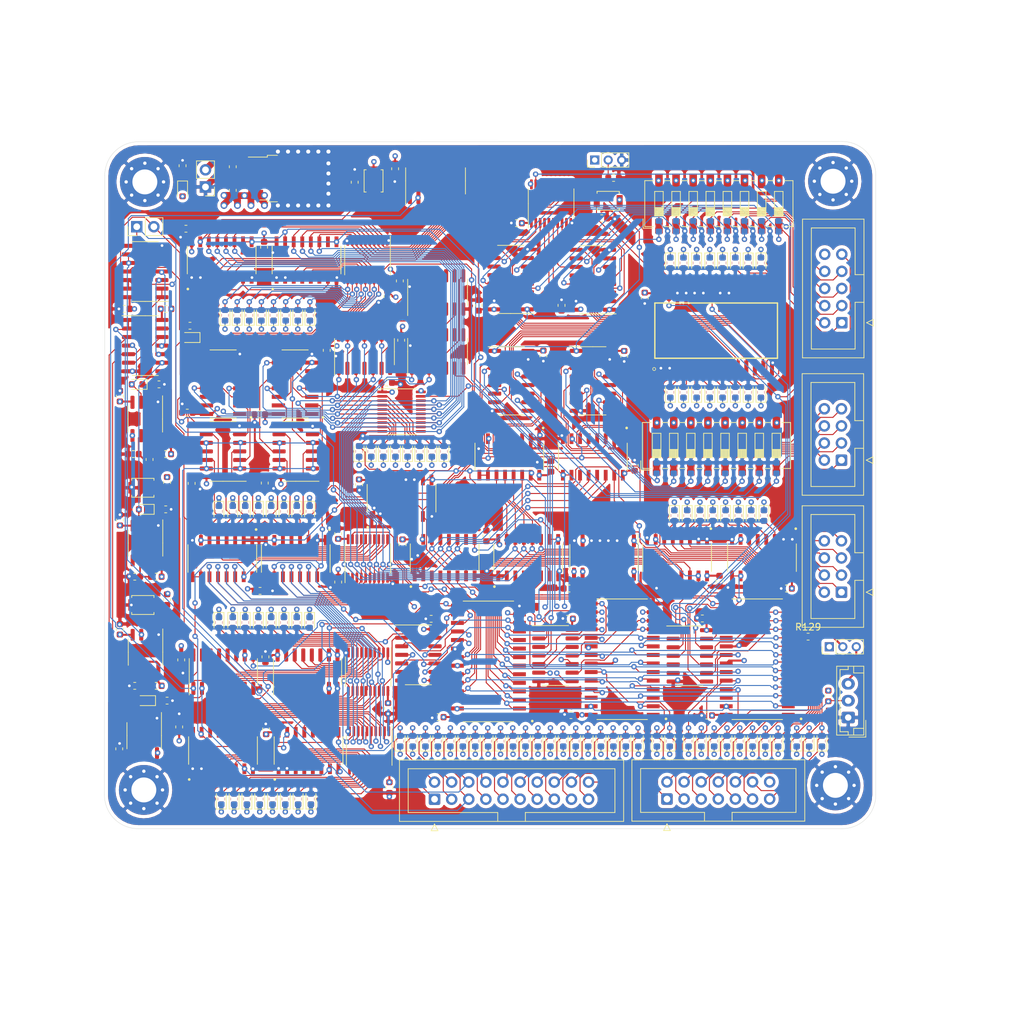
<source format=kicad_pcb>
(kicad_pcb (version 20171130) (host pcbnew "(5.1.6-0-10_14)")
  (layers (0 F.Cu signal) (1 In1.Cu power) (2 In2.Cu power) (31 B.Cu signal) (34 B.Paste user) (35 F.Paste user) (36 B.SilkS user) (37 F.SilkS user) (38 B.Mask user) (39 F.Mask user) (44 Edge.Cuts user))
  (net 0 "")
  (net 1 "Net-(C11-Pad1)")
  (net 2 "Net-(C13-Pad1)")
  (net 3 "Net-(C15-Pad1)")
  (net 4 "Net-(C21-Pad2)")
  (net 5 VCC)
  (net 6 OUTPUT_REGISTER_OUT_0)
  (net 7 "Net-(D1-Pad1)")
  (net 8 "Net-(D2-Pad1)")
  (net 9 OUTPUT_REGISTER_OUT_1)
  (net 10 OUTPUT_REGISTER_OUT_2)
  (net 11 "Net-(D3-Pad1)")
  (net 12 "Net-(D4-Pad1)")
  (net 13 OUTPUT_REGISTER_OUT_3)
  (net 14 OUTPUT_REGISTER_OUT_4)
  (net 15 "Net-(D5-Pad1)")
  (net 16 "Net-(D6-Pad1)")
  (net 17 OUTPUT_REGISTER_OUT_5)
  (net 18 "Net-(D7-Pad1)")
  (net 19 OUTPUT_REGISTER_OUT_7)
  (net 20 OUTPUT_REGISTER_OUT_6)
  (net 21 "Net-(D8-Pad1)")
  (net 22 RAM_TO_SWITCH_0)
  (net 23 RAM_TO_SWITCH_2)
  (net 24 RAM_TO_SWITCH_4)
  (net 25 RAM_TO_SWITCH_6)
  (net 26 CONTROL_ROM_IO_14)
  (net 27 RAM_TO_SWITCH_1)
  (net 28 RAM_TO_SWITCH_3)
  (net 29 RAM_TO_SWITCH_5)
  (net 30 RAM_TO_SWITCH_7)
  (net 31 CLK_I)
  (net 32 CLK)
  (net 33 RAM_ADDR_TO_SWITCH_0)
  (net 34 RAM_ADDR_TO_SWITCH_2)
  (net 35 RAM_ADDR_TO_SWITCH_4)
  (net 36 RAM_ADDR_TO_SWITCH_6)
  (net 37 RAM_ADDR_TO_SWITCH_1)
  (net 38 RAM_ADDR_TO_SWITCH_3)
  (net 39 RAM_ADDR_TO_SWITCH_5)
  (net 40 RAM_ADDR_TO_SWITCH_7)
  (net 41 CONTROL_ROM_IN_I)
  (net 42 CONTROL_ROM_ADDR_0)
  (net 43 CONTROL_ROM_ADDR_2)
  (net 44 CONTROL_ROM_ADDR_4)
  (net 45 CONTROL_ROM_ADDR_6)
  (net 46 CONTROL_ROM_ADDR_8)
  (net 47 CONTROL_ROM_ADDR_10)
  (net 48 CONTROL_ROM_ADDR_12)
  (net 49 CONTROL_ROM_ADDR_1)
  (net 50 CONTROL_ROM_ADDR_3)
  (net 51 CONTROL_ROM_ADDR_5)
  (net 52 CONTROL_ROM_ADDR_7)
  (net 53 CONTROL_ROM_ADDR_9)
  (net 54 CONTROL_ROM_ADDR_11)
  (net 55 CONTROL_ROM_IO_0)
  (net 56 CONTROL_ROM_IO_2)
  (net 57 CONTROL_ROM_IO_4)
  (net 58 CONTROL_ROM_IO_6)
  (net 59 CONTROL_ROM_IO_8)
  (net 60 CONTROL_ROM_IO_10)
  (net 61 CONTROL_ROM_IO_12)
  (net 62 ALU_OUT_I)
  (net 63 CONTROL_ROM_IO_18)
  (net 64 CONTROL_ROM_IO_1)
  (net 65 CONTROL_ROM_IO_3)
  (net 66 CONTROL_ROM_IO_5)
  (net 67 CONTROL_ROM_IO_7)
  (net 68 CONTROL_ROM_IO_9)
  (net 69 CONTROL_ROM_IO_11)
  (net 70 CONTROL_ROM_IO_15)
  (net 71 CONTROL_ROM_IO_17)
  (net 72 CONTROL_ROM_IO_19)
  (net 73 RAM_PROGRAM)
  (net 74 MONOSTABLE_IN)
  (net 75 CLK_SELECT_IN)
  (net 76 "Net-(R15-Pad1)")
  (net 77 RESET)
  (net 78 ASTABLE_CLK)
  (net 79 "Net-(U2-Pad13)")
  (net 80 "Net-(U2-Pad12)")
  (net 81 "Net-(U12-Pad4)")
  (net 82 "Net-(U12-Pad3)")
  (net 83 MONOSTABLE_CLK)
  (net 84 CLK_SELECT)
  (net 85 CLK_SELECT_DEB)
  (net 86 "Net-(U2-Pad1)")
  (net 87 BUS_0)
  (net 88 BUS_1)
  (net 89 BUS_2)
  (net 90 BUS_3)
  (net 91 BUS_4)
  (net 92 BUS_5)
  (net 93 BUS_6)
  (net 94 BUS_7)
  (net 95 PC_OUT_7)
  (net 96 PC_OUT_6)
  (net 97 PC_OUT_5)
  (net 98 PC_OUT_4)
  (net 99 PC_OUT_3)
  (net 100 PC_OUT_2)
  (net 101 PC_OUT_1)
  (net 102 PC_OUT_0)
  (net 103 RESET_I)
  (net 104 PC_RIPPLE)
  (net 105 "Net-(U6-Pad15)")
  (net 106 RAM_TO_BUS_3)
  (net 107 RAM_IO_3)
  (net 108 RAM_TO_BUS_2)
  (net 109 RAM_IO_2)
  (net 110 RAM_IO_1)
  (net 111 RAM_TO_BUS_1)
  (net 112 RAM_IO_0)
  (net 113 RAM_TO_BUS_0)
  (net 114 RAM_TO_BUS_4)
  (net 115 RAM_IO_4)
  (net 116 RAM_TO_BUS_5)
  (net 117 RAM_IO_5)
  (net 118 RAM_IO_6)
  (net 119 RAM_TO_BUS_6)
  (net 120 RAM_IO_7)
  (net 121 RAM_TO_BUS_7)
  (net 122 RAM_ADDR_IN_7)
  (net 123 RAM_ADDR_IN_6)
  (net 124 RAM_ADDR_IN_5)
  (net 125 RAM_ADDR_IN_4)
  (net 126 RAM_ADDR_IN_3)
  (net 127 RAM_ADDR_IN_2)
  (net 128 RAM_ADDR_IN_1)
  (net 129 RAM_ADDR_IN_0)
  (net 130 "Net-(U12-Pad5)")
  (net 131 "Net-(U13-Pad6)")
  (net 132 "Net-(U13-Pad7)")
  (net 133 REGISTER_A_OUT_0)
  (net 134 REGISTER_A_OUT_1)
  (net 135 REGISTER_A_OUT_2)
  (net 136 REGISTER_A_OUT_3)
  (net 137 REGISTER_A_OUT_4)
  (net 138 REGISTER_A_OUT_5)
  (net 139 REGISTER_A_OUT_6)
  (net 140 REGISTER_A_OUT_7)
  (net 141 MEM_ADDR_REGISTER_OUT_0)
  (net 142 MEM_ADDR_REGISTER_OUT_1)
  (net 143 MEM_ADDR_REGISTER_OUT_2)
  (net 144 MEM_ADDR_REGISTER_OUT_3)
  (net 145 MEM_ADDR_REGISTER_OUT_7)
  (net 146 MEM_ADDR_REGISTER_OUT_6)
  (net 147 MEM_ADDR_REGISTER_OUT_5)
  (net 148 MEM_ADDR_REGISTER_OUT_4)
  (net 149 REGISTER_B_OUT_7)
  (net 150 REGISTER_B_OUT_6)
  (net 151 REGISTER_B_OUT_5)
  (net 152 REGISTER_B_OUT_4)
  (net 153 REGISTER_B_OUT_3)
  (net 154 REGISTER_B_OUT_2)
  (net 155 REGISTER_B_OUT_1)
  (net 156 REGISTER_B_OUT_0)
  (net 157 ALU_OUT_5)
  (net 158 "Net-(U21-Pad12)")
  (net 159 ALU_OUT_4)
  (net 160 "Net-(U21-Pad10)")
  (net 161 ALU_OUT_3)
  (net 162 "Net-(U21-Pad8)")
  (net 163 "Net-(U21-Pad6)")
  (net 164 ALU_OUT_2)
  (net 165 "Net-(U21-Pad4)")
  (net 166 ALU_OUT_1)
  (net 167 "Net-(U21-Pad2)")
  (net 168 ALU_OUT_0)
  (net 169 FLAG_ZERO_IN)
  (net 170 ALU_OUT_7)
  (net 171 "Net-(U24-Pad6)")
  (net 172 "Net-(U24-Pad5)")
  (net 173 "Net-(U25-Pad8)")
  (net 174 ALU_OUT_6)
  (net 175 REGISTER_B_ALU_IN_1)
  (net 176 REGISTER_B_ALU_IN_0)
  (net 177 "Net-(U27-Pad9)")
  (net 178 REGISTER_B_ALU_IN_3)
  (net 179 REGISTER_B_ALU_IN_2)
  (net 180 REGISTER_B_ALU_IN_6)
  (net 181 REGISTER_B_ALU_IN_7)
  (net 182 "Net-(U28-Pad9)")
  (net 183 REGISTER_B_ALU_IN_4)
  (net 184 REGISTER_B_ALU_IN_5)
  (net 185 PARAMETER_REGISTER_OUT_0)
  (net 186 PARAMETER_REGISTER_OUT_1)
  (net 187 PARAMETER_REGISTER_OUT_2)
  (net 188 PARAMETER_REGISTER_OUT_3)
  (net 189 PARAMETER_REGISTER_OUT_4)
  (net 190 PARAMETER_REGISTER_OUT_5)
  (net 191 PARAMETER_REGISTER_OUT_6)
  (net 192 PARAMETER_REGISTER_OUT_7)
  (net 193 "Net-(U38-Pad11)")
  (net 194 "Net-(U38-Pad15)")
  (net 195 "Net-(U43-Pad16)")
  (net 196 "Net-(U43-Pad17)")
  (net 197 "Net-(U43-Pad18)")
  (net 198 "Net-(U43-Pad19)")
  (net 199 +5V)
  (net 200 GND)
  (net 201 "Net-(D9-Pad1)")
  (net 202 "Net-(D10-Pad1)")
  (net 203 "Net-(D11-Pad1)")
  (net 204 "Net-(D12-Pad1)")
  (net 205 "Net-(D13-Pad1)")
  (net 206 "Net-(D14-Pad1)")
  (net 207 "Net-(D15-Pad1)")
  (net 208 "Net-(D16-Pad1)")
  (net 209 "Net-(D17-Pad1)")
  (net 210 "Net-(D18-Pad1)")
  (net 211 "Net-(D19-Pad1)")
  (net 212 "Net-(D20-Pad1)")
  (net 213 "Net-(D21-Pad1)")
  (net 214 "Net-(D22-Pad1)")
  (net 215 "Net-(D23-Pad1)")
  (net 216 "Net-(D24-Pad1)")
  (net 217 "Net-(D25-Pad1)")
  (net 218 "Net-(D26-Pad1)")
  (net 219 "Net-(D27-Pad1)")
  (net 220 "Net-(D28-Pad1)")
  (net 221 "Net-(D29-Pad1)")
  (net 222 "Net-(D30-Pad1)")
  (net 223 "Net-(D31-Pad1)")
  (net 224 "Net-(D32-Pad1)")
  (net 225 "Net-(D33-Pad1)")
  (net 226 "Net-(D34-Pad1)")
  (net 227 "Net-(D35-Pad1)")
  (net 228 "Net-(D36-Pad1)")
  (net 229 "Net-(D37-Pad1)")
  (net 230 "Net-(D38-Pad1)")
  (net 231 "Net-(D39-Pad1)")
  (net 232 "Net-(D40-Pad1)")
  (net 233 "Net-(D41-Pad1)")
  (net 234 "Net-(D42-Pad1)")
  (net 235 "Net-(D43-Pad1)")
  (net 236 "Net-(D44-Pad1)")
  (net 237 "Net-(D45-Pad1)")
  (net 238 "Net-(D46-Pad1)")
  (net 239 "Net-(D47-Pad1)")
  (net 240 "Net-(D48-Pad1)")
  (net 241 "Net-(D49-Pad1)")
  (net 242 "Net-(D50-Pad1)")
  (net 243 "Net-(D51-Pad1)")
  (net 244 "Net-(D52-Pad1)")
  (net 245 "Net-(D53-Pad1)")
  (net 246 "Net-(U25-Pad6)")
  (net 247 "Net-(U25-Pad5)")
  (net 248 "Net-(D54-Pad1)")
  (net 249 "Net-(D55-Pad1)")
  (net 250 "Net-(D56-Pad1)")
  (net 251 "Net-(D57-Pad1)")
  (net 252 "Net-(D58-Pad1)")
  (net 253 "Net-(D59-Pad1)")
  (net 254 "Net-(D60-Pad1)")
  (net 255 "Net-(D61-Pad1)")
  (net 256 "Net-(D62-Pad1)")
  (net 257 "Net-(D63-Pad1)")
  (net 258 "Net-(D64-Pad1)")
  (net 259 "Net-(D65-Pad1)")
  (net 260 "Net-(D66-Pad1)")
  (net 261 "Net-(D67-Pad1)")
  (net 262 "Net-(D68-Pad1)")
  (net 263 "Net-(D69-Pad1)")
  (net 264 "Net-(D70-Pad1)")
  (net 265 "Net-(D71-Pad1)")
  (net 266 "Net-(D72-Pad1)")
  (net 267 "Net-(D73-Pad1)")
  (net 268 "Net-(D74-Pad1)")
  (net 269 "Net-(D75-Pad1)")
  (net 270 "Net-(D76-Pad1)")
  (net 271 "Net-(D77-Pad1)")
  (net 272 "Net-(D78-Pad1)")
  (net 273 "Net-(D79-Pad1)")
  (net 274 "Net-(D80-Pad1)")
  (net 275 "Net-(D81-Pad1)")
  (net 276 "Net-(D82-Pad1)")
  (net 277 "Net-(D83-Pad1)")
  (net 278 "Net-(D84-Pad1)")
  (net 279 "Net-(D85-Pad1)")
  (net 280 "Net-(D86-Pad1)")
  (net 281 "Net-(D87-Pad1)")
  (net 282 "Net-(D88-Pad1)")
  (net 283 "Net-(D89-Pad1)")
  (net 284 "Net-(D90-Pad1)")
  (net 285 "Net-(D91-Pad1)")
  (net 286 "Net-(D92-Pad1)")
  (net 287 "Net-(D93-Pad1)")
  (net 288 "Net-(D94-Pad1)")
  (net 289 "Net-(D95-Pad1)")
  (net 290 "Net-(D96-Pad1)")
  (net 291 "Net-(D97-Pad1)")
  (net 292 "Net-(D98-Pad1)")
  (net 293 "Net-(D99-Pad1)")
  (net 294 "Net-(D100-Pad1)")
  (net 295 "Net-(D101-Pad1)")
  (net 296 "Net-(D102-Pad1)")
  (net 297 ALU_OUT)
  (net 298 RAM_IN_I)
  (net 299 PC_OUT_I)
  (net 300 PC_LOAD_I)
  (net 301 RAM_OUT_I)
  (net 302 RAM_IO_I)
  (net 303 REGISTER_A_OUT_I)
  (net 304 REGISTER_A_IN_I)
  (net 305 REGISTER_B_OUT_I)
  (net 306 REGISTER_B_IN_I)
  (net 307 FLAG_REGISTER_IN_I)
  (net 308 INSTRUCTION_REGISTER_IN_I)
  (net 309 PARAMETER_REGISTER_OUT_I)
  (net 310 PARAMETER_REGISTER_IN_I)
  (net 311 UCOUNTER_RESET_I)
  (net 312 MEM_ADDR_REGISTER_IN_I)
  (net 313 OUTPUT_REGISTER_IN_I)
  (net 314 CONTROL_ROM_IO_16)
  (net 315 ROM_5V)
  (net 316 "Net-(J5-Pad3)")
  (module Resistor_SMD:R_0603_1608Metric (layer F.Cu) (at 138.95 113.5)
    (fp_text reference R129 (at 0 -1.43) (layer F.SilkS))
    (fp_text value R_Small)
    (pad 2 smd roundrect (at 0.7875 0) (size 0.875 0.95) (layers F.Cu F.Paste F.Mask) (net 315 ROM_5V))
    (pad 1 smd roundrect (at -0.7875 0) (size 0.875 0.95) (layers F.Cu F.Paste F.Mask) (net 200 GND))
  )
  (module Resistor_SMD:R_0603_1608Metric (layer F.Cu) (at 141.95 122.3 90)
    (fp_text reference R128)
    (fp_text value R_Small)
    (pad 2 smd roundrect (at 0.7875 0 90) (size 0.875 0.95) (layers F.Cu F.Paste F.Mask) (net 199 +5V))
    (pad 1 smd roundrect (at -0.7875 0 90) (size 0.875 0.95) (layers F.Cu F.Paste F.Mask) (net 41 CONTROL_ROM_IN_I))
  )
  (module Package_SO:TSSOP-20_4.4x6.5mm_P0.65mm (layer F.Cu) (at 78.6 80.1)
    (fp_text reference U29)
    (fp_text value 74LS245)
    (pad 20 smd roundrect (at 2.8625 -2.925) (size 1.475 0.4) (layers F.Cu F.Paste F.Mask) (net 199 +5V))
    (pad 19 smd roundrect (at 2.8625 -2.275) (size 1.475 0.4) (layers F.Cu F.Paste F.Mask) (net 62 ALU_OUT_I))
    (pad 18 smd roundrect (at 2.8625 -1.625) (size 1.475 0.4) (layers F.Cu F.Paste F.Mask) (net 87 BUS_0))
    (pad 17 smd roundrect (at 2.8625 -0.975) (size 1.475 0.4) (layers F.Cu F.Paste F.Mask) (net 88 BUS_1))
    (pad 16 smd roundrect (at 2.8625 -0.325) (size 1.475 0.4) (layers F.Cu F.Paste F.Mask) (net 89 BUS_2))
    (pad 15 smd roundrect (at 2.8625 0.325) (size 1.475 0.4) (layers F.Cu F.Paste F.Mask) (net 90 BUS_3))
    (pad 14 smd roundrect (at 2.8625 0.975) (size 1.475 0.4) (layers F.Cu F.Paste F.Mask) (net 91 BUS_4))
    (pad 13 smd roundrect (at 2.8625 1.625) (size 1.475 0.4) (layers F.Cu F.Paste F.Mask) (net 92 BUS_5))
    (pad 12 smd roundrect (at 2.8625 2.275) (size 1.475 0.4) (layers F.Cu F.Paste F.Mask) (net 93 BUS_6))
    (pad 11 smd roundrect (at 2.8625 2.925) (size 1.475 0.4) (layers F.Cu F.Paste F.Mask) (net 94 BUS_7))
    (pad 10 smd roundrect (at -2.8625 2.925) (size 1.475 0.4) (layers F.Cu F.Paste F.Mask) (net 200 GND))
    (pad 9 smd roundrect (at -2.8625 2.275) (size 1.475 0.4) (layers F.Cu F.Paste F.Mask) (net 170 ALU_OUT_7))
    (pad 8 smd roundrect (at -2.8625 1.625) (size 1.475 0.4) (layers F.Cu F.Paste F.Mask) (net 174 ALU_OUT_6))
    (pad 7 smd roundrect (at -2.8625 0.975) (size 1.475 0.4) (layers F.Cu F.Paste F.Mask) (net 157 ALU_OUT_5))
    (pad 6 smd roundrect (at -2.8625 0.325) (size 1.475 0.4) (layers F.Cu F.Paste F.Mask) (net 159 ALU_OUT_4))
    (pad 5 smd roundrect (at -2.8625 -0.325) (size 1.475 0.4) (layers F.Cu F.Paste F.Mask) (net 161 ALU_OUT_3))
    (pad 4 smd roundrect (at -2.8625 -0.975) (size 1.475 0.4) (layers F.Cu F.Paste F.Mask) (net 164 ALU_OUT_2))
    (pad 3 smd roundrect (at -2.8625 -1.625) (size 1.475 0.4) (layers F.Cu F.Paste F.Mask) (net 166 ALU_OUT_1))
    (pad 2 smd roundrect (at -2.8625 -2.275) (size 1.475 0.4) (layers F.Cu F.Paste F.Mask) (net 168 ALU_OUT_0))
    (pad 1 smd roundrect (at -2.8625 -2.925) (size 1.475 0.4) (layers F.Cu F.Paste F.Mask) (net 199 +5V))
  )
  (module 74HC173D_653:SOIC127P600X175-16N (layer F.Cu) (at 78.6 92.95 90)
    (fp_text reference U24)
    (fp_text value 74LS173)
    (pad 16 smd rect (at 2.71 -4.445 90) (size 1.59 0.57) (layers F.Cu F.Paste F.Mask) (net 199 +5V))
    (pad 15 smd rect (at 2.71 -3.175 90) (size 1.59 0.57) (layers F.Cu F.Paste F.Mask) (net 77 RESET))
    (pad 14 smd rect (at 2.71 -1.905 90) (size 1.59 0.57) (layers F.Cu F.Paste F.Mask) (net 169 FLAG_ZERO_IN))
    (pad 13 smd rect (at 2.71 -0.635 90) (size 1.59 0.57) (layers F.Cu F.Paste F.Mask) (net 170 ALU_OUT_7))
    (pad 12 smd rect (at 2.71 0.635 90) (size 1.59 0.57) (layers F.Cu F.Paste F.Mask) (net 200 GND))
    (pad 11 smd rect (at 2.71 1.905 90) (size 1.59 0.57) (layers F.Cu F.Paste F.Mask) (net 200 GND))
    (pad 10 smd rect (at 2.71 3.175 90) (size 1.59 0.57) (layers F.Cu F.Paste F.Mask) (net 307 FLAG_REGISTER_IN_I))
    (pad 9 smd rect (at 2.71 4.445 90) (size 1.59 0.57) (layers F.Cu F.Paste F.Mask) (net 307 FLAG_REGISTER_IN_I))
    (pad 8 smd rect (at -2.71 4.445 90) (size 1.59 0.57) (layers F.Cu F.Paste F.Mask) (net 200 GND))
    (pad 7 smd rect (at -2.71 3.175 90) (size 1.59 0.57) (layers F.Cu F.Paste F.Mask) (net 32 CLK))
    (pad 6 smd rect (at -2.71 1.905 90) (size 1.59 0.57) (layers F.Cu F.Paste F.Mask) (net 171 "Net-(U24-Pad6)"))
    (pad 5 smd rect (at -2.71 0.635 90) (size 1.59 0.57) (layers F.Cu F.Paste F.Mask) (net 172 "Net-(U24-Pad5)"))
    (pad 4 smd rect (at -2.71 -0.635 90) (size 1.59 0.57) (layers F.Cu F.Paste F.Mask) (net 48 CONTROL_ROM_ADDR_12))
    (pad 3 smd rect (at -2.71 -1.905 90) (size 1.59 0.57) (layers F.Cu F.Paste F.Mask) (net 54 CONTROL_ROM_ADDR_11))
    (pad 2 smd rect (at -2.71 -3.175 90) (size 1.59 0.57) (layers F.Cu F.Paste F.Mask) (net 200 GND))
    (pad 1 smd rect (at -2.71 -4.445 90) (size 1.59 0.57) (layers F.Cu F.Paste F.Mask) (net 200 GND))
  )
  (module LED_SMD:LED_0603_1608Metric (layer F.Cu) (at 39.35 76.05 180)
    (fp_text reference D18)
    (fp_text value LED_Small)
    (pad 2 smd roundrect (at 0.7875 0 180) (size 0.875 0.95) (layers F.Cu F.Paste F.Mask) (net 78 ASTABLE_CLK))
    (pad 1 smd roundrect (at -0.7875 0 180) (size 0.875 0.95) (layers F.Cu F.Paste F.Mask) (net 210 "Net-(D18-Pad1)"))
  )
  (module AT28C64B-15PU:SOIC127P1030X265-28N (layer F.Cu) (at 111.35 116.85 180)
    (fp_text reference U42)
    (fp_text value AT28C64B-15PU)
    (pad 1 smd rect (at -4.605 -8.255 180) (size 1.9 0.6) (layers F.Cu F.Paste F.Mask))
    (pad 2 smd rect (at -4.605 -6.985 180) (size 1.9 0.6) (layers F.Cu F.Paste F.Mask) (net 48 CONTROL_ROM_ADDR_12))
    (pad 3 smd rect (at -4.605 -5.715 180) (size 1.9 0.6) (layers F.Cu F.Paste F.Mask) (net 52 CONTROL_ROM_ADDR_7))
    (pad 4 smd rect (at -4.605 -4.445 180) (size 1.9 0.6) (layers F.Cu F.Paste F.Mask) (net 45 CONTROL_ROM_ADDR_6))
    (pad 5 smd rect (at -4.605 -3.175 180) (size 1.9 0.6) (layers F.Cu F.Paste F.Mask) (net 51 CONTROL_ROM_ADDR_5))
    (pad 6 smd rect (at -4.605 -1.905 180) (size 1.9 0.6) (layers F.Cu F.Paste F.Mask) (net 44 CONTROL_ROM_ADDR_4))
    (pad 7 smd rect (at -4.605 -0.635 180) (size 1.9 0.6) (layers F.Cu F.Paste F.Mask) (net 50 CONTROL_ROM_ADDR_3))
    (pad 8 smd rect (at -4.605 0.635 180) (size 1.9 0.6) (layers F.Cu F.Paste F.Mask) (net 43 CONTROL_ROM_ADDR_2))
    (pad 9 smd rect (at -4.605 1.905 180) (size 1.9 0.6) (layers F.Cu F.Paste F.Mask) (net 49 CONTROL_ROM_ADDR_1))
    (pad 10 smd rect (at -4.605 3.175 180) (size 1.9 0.6) (layers F.Cu F.Paste F.Mask) (net 42 CONTROL_ROM_ADDR_0))
    (pad 11 smd rect (at -4.605 4.445 180) (size 1.9 0.6) (layers F.Cu F.Paste F.Mask) (net 59 CONTROL_ROM_IO_8))
    (pad 12 smd rect (at -4.605 5.715 180) (size 1.9 0.6) (layers F.Cu F.Paste F.Mask) (net 68 CONTROL_ROM_IO_9))
    (pad 13 smd rect (at -4.605 6.985 180) (size 1.9 0.6) (layers F.Cu F.Paste F.Mask) (net 60 CONTROL_ROM_IO_10))
    (pad 14 smd rect (at -4.605 8.255 180) (size 1.9 0.6) (layers F.Cu F.Paste F.Mask) (net 200 GND))
    (pad 15 smd rect (at 4.605 8.255 180) (size 1.9 0.6) (layers F.Cu F.Paste F.Mask) (net 69 CONTROL_ROM_IO_11))
    (pad 16 smd rect (at 4.605 6.985 180) (size 1.9 0.6) (layers F.Cu F.Paste F.Mask) (net 61 CONTROL_ROM_IO_12))
    (pad 17 smd rect (at 4.605 5.715 180) (size 1.9 0.6) (layers F.Cu F.Paste F.Mask) (net 297 ALU_OUT))
    (pad 18 smd rect (at 4.605 4.445 180) (size 1.9 0.6) (layers F.Cu F.Paste F.Mask) (net 26 CONTROL_ROM_IO_14))
    (pad 19 smd rect (at 4.605 3.175 180) (size 1.9 0.6) (layers F.Cu F.Paste F.Mask) (net 70 CONTROL_ROM_IO_15))
    (pad 20 smd rect (at 4.605 1.905 180) (size 1.9 0.6) (layers F.Cu F.Paste F.Mask) (net 200 GND))
    (pad 21 smd rect (at 4.605 0.635 180) (size 1.9 0.6) (layers F.Cu F.Paste F.Mask) (net 47 CONTROL_ROM_ADDR_10))
    (pad 22 smd rect (at 4.605 -0.635 180) (size 1.9 0.6) (layers F.Cu F.Paste F.Mask) (net 315 ROM_5V))
    (pad 23 smd rect (at 4.605 -1.905 180) (size 1.9 0.6) (layers F.Cu F.Paste F.Mask) (net 54 CONTROL_ROM_ADDR_11))
    (pad 24 smd rect (at 4.605 -3.175 180) (size 1.9 0.6) (layers F.Cu F.Paste F.Mask) (net 53 CONTROL_ROM_ADDR_9))
    (pad 25 smd rect (at 4.605 -4.445 180) (size 1.9 0.6) (layers F.Cu F.Paste F.Mask) (net 46 CONTROL_ROM_ADDR_8))
    (pad 26 smd rect (at 4.605 -5.715 180) (size 1.9 0.6) (layers F.Cu F.Paste F.Mask))
    (pad 27 smd rect (at 4.605 -6.985 180) (size 1.9 0.6) (layers F.Cu F.Paste F.Mask) (net 41 CONTROL_ROM_IN_I))
    (pad 28 smd rect (at 4.605 -8.255 180) (size 1.9 0.6) (layers F.Cu F.Paste F.Mask) (net 315 ROM_5V))
  )
  (module Package_SO:SOIC-14_3.9x8.7mm_P1.27mm (layer F.Cu) (at 81.1 116.2)
    (fp_text reference U48)
    (fp_text value 74LS04)
    (pad 1 smd roundrect (at -2.475 -3.81) (size 1.95 0.6) (layers F.Cu F.Paste F.Mask) (net 66 CONTROL_ROM_IO_5))
    (pad 2 smd roundrect (at -2.475 -2.54) (size 1.95 0.6) (layers F.Cu F.Paste F.Mask) (net 299 PC_OUT_I))
    (pad 3 smd roundrect (at -2.475 -1.27) (size 1.95 0.6) (layers F.Cu F.Paste F.Mask) (net 58 CONTROL_ROM_IO_6))
    (pad 4 smd roundrect (at -2.475 0) (size 1.95 0.6) (layers F.Cu F.Paste F.Mask) (net 310 PARAMETER_REGISTER_IN_I))
    (pad 5 smd roundrect (at -2.475 1.27) (size 1.95 0.6) (layers F.Cu F.Paste F.Mask) (net 67 CONTROL_ROM_IO_7))
    (pad 6 smd roundrect (at -2.475 2.54) (size 1.95 0.6) (layers F.Cu F.Paste F.Mask) (net 309 PARAMETER_REGISTER_OUT_I))
    (pad 7 smd roundrect (at -2.475 3.81) (size 1.95 0.6) (layers F.Cu F.Paste F.Mask) (net 200 GND))
    (pad 8 smd roundrect (at 2.475 3.81) (size 1.95 0.6) (layers F.Cu F.Paste F.Mask) (net 305 REGISTER_B_OUT_I))
    (pad 9 smd roundrect (at 2.475 2.54) (size 1.95 0.6) (layers F.Cu F.Paste F.Mask) (net 55 CONTROL_ROM_IO_0))
    (pad 10 smd roundrect (at 2.475 1.27) (size 1.95 0.6) (layers F.Cu F.Paste F.Mask) (net 306 REGISTER_B_IN_I))
    (pad 11 smd roundrect (at 2.475 0) (size 1.95 0.6) (layers F.Cu F.Paste F.Mask) (net 64 CONTROL_ROM_IO_1))
    (pad 12 smd roundrect (at 2.475 -1.27) (size 1.95 0.6) (layers F.Cu F.Paste F.Mask) (net 300 PC_LOAD_I))
    (pad 13 smd roundrect (at 2.475 -2.54) (size 1.95 0.6) (layers F.Cu F.Paste F.Mask) (net 57 CONTROL_ROM_IO_4))
    (pad 14 smd roundrect (at 2.475 -3.81) (size 1.95 0.6) (layers F.Cu F.Paste F.Mask) (net 199 +5V))
  )
  (module Package_SO:SOIC-14_3.9x8.7mm_P1.27mm (layer F.Cu) (at 101.45 116.3)
    (fp_text reference U47)
    (fp_text value 74LS04)
    (pad 14 smd roundrect (at 2.475 -3.81) (size 1.95 0.6) (layers F.Cu F.Paste F.Mask) (net 199 +5V))
    (pad 13 smd roundrect (at 2.475 -2.54) (size 1.95 0.6) (layers F.Cu F.Paste F.Mask) (net 69 CONTROL_ROM_IO_11))
    (pad 12 smd roundrect (at 2.475 -1.27) (size 1.95 0.6) (layers F.Cu F.Paste F.Mask) (net 303 REGISTER_A_OUT_I))
    (pad 11 smd roundrect (at 2.475 0) (size 1.95 0.6) (layers F.Cu F.Paste F.Mask) (net 68 CONTROL_ROM_IO_9))
    (pad 10 smd roundrect (at 2.475 1.27) (size 1.95 0.6) (layers F.Cu F.Paste F.Mask) (net 312 MEM_ADDR_REGISTER_IN_I))
    (pad 9 smd roundrect (at 2.475 2.54) (size 1.95 0.6) (layers F.Cu F.Paste F.Mask) (net 59 CONTROL_ROM_IO_8))
    (pad 8 smd roundrect (at 2.475 3.81) (size 1.95 0.6) (layers F.Cu F.Paste F.Mask) (net 308 INSTRUCTION_REGISTER_IN_I))
    (pad 7 smd roundrect (at -2.475 3.81) (size 1.95 0.6) (layers F.Cu F.Paste F.Mask) (net 200 GND))
    (pad 6 smd roundrect (at -2.475 2.54) (size 1.95 0.6) (layers F.Cu F.Paste F.Mask) (net 62 ALU_OUT_I))
    (pad 5 smd roundrect (at -2.475 1.27) (size 1.95 0.6) (layers F.Cu F.Paste F.Mask) (net 297 ALU_OUT))
    (pad 4 smd roundrect (at -2.475 0) (size 1.95 0.6) (layers F.Cu F.Paste F.Mask) (net 304 REGISTER_A_IN_I))
    (pad 3 smd roundrect (at -2.475 -1.27) (size 1.95 0.6) (layers F.Cu F.Paste F.Mask) (net 61 CONTROL_ROM_IO_12))
    (pad 2 smd roundrect (at -2.475 -2.54) (size 1.95 0.6) (layers F.Cu F.Paste F.Mask) (net 307 FLAG_REGISTER_IN_I))
    (pad 1 smd roundrect (at -2.475 -3.81) (size 1.95 0.6) (layers F.Cu F.Paste F.Mask) (net 56 CONTROL_ROM_IO_2))
  )
  (module Package_SO:SOIC-14_3.9x8.7mm_P1.27mm (layer F.Cu) (at 121.4 116.35)
    (fp_text reference U46)
    (fp_text value 74LS04)
    (pad 1 smd roundrect (at -2.475 -3.81) (size 1.95 0.6) (layers F.Cu F.Paste F.Mask) (net 60 CONTROL_ROM_IO_10))
    (pad 2 smd roundrect (at -2.475 -2.54) (size 1.95 0.6) (layers F.Cu F.Paste F.Mask) (net 302 RAM_IO_I))
    (pad 3 smd roundrect (at -2.475 -1.27) (size 1.95 0.6) (layers F.Cu F.Paste F.Mask) (net 72 CONTROL_ROM_IO_19))
    (pad 4 smd roundrect (at -2.475 0) (size 1.95 0.6) (layers F.Cu F.Paste F.Mask) (net 311 UCOUNTER_RESET_I))
    (pad 5 smd roundrect (at -2.475 1.27) (size 1.95 0.6) (layers F.Cu F.Paste F.Mask))
    (pad 6 smd roundrect (at -2.475 2.54) (size 1.95 0.6) (layers F.Cu F.Paste F.Mask))
    (pad 7 smd roundrect (at -2.475 3.81) (size 1.95 0.6) (layers F.Cu F.Paste F.Mask) (net 200 GND))
    (pad 8 smd roundrect (at 2.475 3.81) (size 1.95 0.6) (layers F.Cu F.Paste F.Mask) (net 313 OUTPUT_REGISTER_IN_I))
    (pad 9 smd roundrect (at 2.475 2.54) (size 1.95 0.6) (layers F.Cu F.Paste F.Mask) (net 314 CONTROL_ROM_IO_16))
    (pad 10 smd roundrect (at 2.475 1.27) (size 1.95 0.6) (layers F.Cu F.Paste F.Mask) (net 301 RAM_OUT_I))
    (pad 11 smd roundrect (at 2.475 0) (size 1.95 0.6) (layers F.Cu F.Paste F.Mask) (net 71 CONTROL_ROM_IO_17))
    (pad 12 smd roundrect (at 2.475 -1.27) (size 1.95 0.6) (layers F.Cu F.Paste F.Mask) (net 298 RAM_IN_I))
    (pad 13 smd roundrect (at 2.475 -2.54) (size 1.95 0.6) (layers F.Cu F.Paste F.Mask) (net 63 CONTROL_ROM_IO_18))
    (pad 14 smd roundrect (at 2.475 -3.81) (size 1.95 0.6) (layers F.Cu F.Paste F.Mask) (net 199 +5V))
  )
  (module Capacitor_SMD:C_0603_1608Metric (layer F.Cu) (at 123.25 110.8 180)
    (fp_text reference C52)
    (fp_text value 10n)
    (pad 2 smd roundrect (at 0.7875 0 180) (size 0.875 0.95) (layers F.Cu F.Paste F.Mask) (net 200 GND))
    (pad 1 smd roundrect (at -0.7875 0 180) (size 0.875 0.95) (layers F.Cu F.Paste F.Mask) (net 199 +5V))
  )
  (module Capacitor_SMD:C_0603_1608Metric (layer F.Cu) (at 103.25 110.85 180)
    (fp_text reference C51)
    (fp_text value 10n)
    (pad 2 smd roundrect (at 0.7875 0 180) (size 0.875 0.95) (layers F.Cu F.Paste F.Mask) (net 200 GND))
    (pad 1 smd roundrect (at -0.7875 0 180) (size 0.875 0.95) (layers F.Cu F.Paste F.Mask) (net 199 +5V))
  )
  (module Capacitor_SMD:C_0603_1608Metric (layer F.Cu) (at 83 110.85 180)
    (fp_text reference C50)
    (fp_text value 10n)
    (pad 2 smd roundrect (at 0.7875 0 180) (size 0.875 0.95) (layers F.Cu F.Paste F.Mask) (net 200 GND))
    (pad 1 smd roundrect (at -0.7875 0 180) (size 0.875 0.95) (layers F.Cu F.Paste F.Mask) (net 199 +5V))
  )
  (module Resistor_SMD:R_0603_1608Metric (layer B.Cu) (at 116.5 129 270)
    (fp_text reference R127)
    (fp_text value R_Small)
    (pad 2 smd roundrect (at 0.7875 0 270) (size 0.875 0.95) (layers B.Cu B.Paste B.Mask) (net 296 "Net-(D102-Pad1)"))
    (pad 1 smd roundrect (at -0.7875 0 270) (size 0.875 0.95) (layers B.Cu B.Paste B.Mask) (net 200 GND))
  )
  (module Resistor_SMD:R_0603_1608Metric (layer B.Cu) (at 118.4 129 270)
    (fp_text reference R126)
    (fp_text value R_Small)
    (pad 2 smd roundrect (at 0.7875 0 270) (size 0.875 0.95) (layers B.Cu B.Paste B.Mask) (net 295 "Net-(D101-Pad1)"))
    (pad 1 smd roundrect (at -0.7875 0 270) (size 0.875 0.95) (layers B.Cu B.Paste B.Mask) (net 200 GND))
  )
  (module LED_SMD:LED_0603_1608Metric (layer F.Cu) (at 116.5 129 90)
    (fp_text reference D102)
    (fp_text value LED_Small)
    (pad 2 smd roundrect (at 0.7875 0 90) (size 0.875 0.95) (layers F.Cu F.Paste F.Mask) (net 48 CONTROL_ROM_ADDR_12))
    (pad 1 smd roundrect (at -0.7875 0 90) (size 0.875 0.95) (layers F.Cu F.Paste F.Mask) (net 296 "Net-(D102-Pad1)"))
  )
  (module LED_SMD:LED_0603_1608Metric (layer F.Cu) (at 118.4 129 90)
    (fp_text reference D101)
    (fp_text value LED_Small)
    (pad 2 smd roundrect (at 0.7875 0 90) (size 0.875 0.95) (layers F.Cu F.Paste F.Mask) (net 54 CONTROL_ROM_ADDR_11))
    (pad 1 smd roundrect (at -0.7875 0 90) (size 0.875 0.95) (layers F.Cu F.Paste F.Mask) (net 295 "Net-(D101-Pad1)"))
  )
  (module Connector_IDC:IDC-Header_2x04_P2.54mm_Vertical (layer F.Cu) (at 143.9 106.9 180)
    (fp_text reference J8)
    (fp_text value Conn_01x08_Female)
    (pad 1 thru_hole roundrect (at 0 0 180) (size 1.7 1.7) (drill 1) (layers *.Cu *.Mask) (roundrect_rratio 0.147059) (net 20 OUTPUT_REGISTER_OUT_6))
    (pad 3 thru_hole circle (at 0 2.54 180) (size 1.7 1.7) (drill 1) (layers *.Cu *.Mask) (net 14 OUTPUT_REGISTER_OUT_4))
    (pad 5 thru_hole circle (at 0 5.08 180) (size 1.7 1.7) (drill 1) (layers *.Cu *.Mask) (net 10 OUTPUT_REGISTER_OUT_2))
    (pad 7 thru_hole circle (at 0 7.62 180) (size 1.7 1.7) (drill 1) (layers *.Cu *.Mask) (net 6 OUTPUT_REGISTER_OUT_0))
    (pad 2 thru_hole circle (at 2.54 0 180) (size 1.7 1.7) (drill 1) (layers *.Cu *.Mask) (net 19 OUTPUT_REGISTER_OUT_7))
    (pad 4 thru_hole circle (at 2.54 2.54 180) (size 1.7 1.7) (drill 1) (layers *.Cu *.Mask) (net 17 OUTPUT_REGISTER_OUT_5))
    (pad 6 thru_hole circle (at 2.54 5.08 180) (size 1.7 1.7) (drill 1) (layers *.Cu *.Mask) (net 13 OUTPUT_REGISTER_OUT_3))
    (pad 8 thru_hole circle (at 2.54 7.62 180) (size 1.7 1.7) (drill 1) (layers *.Cu *.Mask) (net 9 OUTPUT_REGISTER_OUT_1))
  )
  (module Button_Switch_SMD:SW_DIP_SPSTx08_Slide_6.7x21.88mm_W6.73mm_P2.54mm_LowProfile_JPin (layer F.Cu) (at 125.35 85.125 90)
    (fp_text reference SW5)
    (fp_text value SW_DIP_x08)
    (pad 16 smd rect (at 3.365 -8.89 90) (size 2.16 1.12) (layers F.Cu F.Paste F.Mask) (net 199 +5V))
    (pad 8 smd rect (at -3.365 8.89 90) (size 2.16 1.12) (layers F.Cu F.Paste F.Mask) (net 33 RAM_ADDR_TO_SWITCH_0))
    (pad 15 smd rect (at 3.365 -6.35 90) (size 2.16 1.12) (layers F.Cu F.Paste F.Mask) (net 199 +5V))
    (pad 7 smd rect (at -3.365 6.35 90) (size 2.16 1.12) (layers F.Cu F.Paste F.Mask) (net 37 RAM_ADDR_TO_SWITCH_1))
    (pad 14 smd rect (at 3.365 -3.81 90) (size 2.16 1.12) (layers F.Cu F.Paste F.Mask) (net 199 +5V))
    (pad 6 smd rect (at -3.365 3.81 90) (size 2.16 1.12) (layers F.Cu F.Paste F.Mask) (net 34 RAM_ADDR_TO_SWITCH_2))
    (pad 13 smd rect (at 3.365 -1.27 90) (size 2.16 1.12) (layers F.Cu F.Paste F.Mask) (net 199 +5V))
    (pad 5 smd rect (at -3.365 1.27 90) (size 2.16 1.12) (layers F.Cu F.Paste F.Mask) (net 38 RAM_ADDR_TO_SWITCH_3))
    (pad 12 smd rect (at 3.365 1.27 90) (size 2.16 1.12) (layers F.Cu F.Paste F.Mask) (net 199 +5V))
    (pad 4 smd rect (at -3.365 -1.27 90) (size 2.16 1.12) (layers F.Cu F.Paste F.Mask) (net 35 RAM_ADDR_TO_SWITCH_4))
    (pad 11 smd rect (at 3.365 3.81 90) (size 2.16 1.12) (layers F.Cu F.Paste F.Mask) (net 199 +5V))
    (pad 3 smd rect (at -3.365 -3.81 90) (size 2.16 1.12) (layers F.Cu F.Paste F.Mask) (net 39 RAM_ADDR_TO_SWITCH_5))
    (pad 10 smd rect (at 3.365 6.35 90) (size 2.16 1.12) (layers F.Cu F.Paste F.Mask) (net 199 +5V))
    (pad 2 smd rect (at -3.365 -6.35 90) (size 2.16 1.12) (layers F.Cu F.Paste F.Mask) (net 36 RAM_ADDR_TO_SWITCH_6))
    (pad 9 smd rect (at 3.365 8.89 90) (size 2.16 1.12) (layers F.Cu F.Paste F.Mask) (net 199 +5V))
    (pad 1 smd rect (at -3.365 -8.89 90) (size 2.16 1.12) (layers F.Cu F.Paste F.Mask) (net 40 RAM_ADDR_TO_SWITCH_7))
  )
  (module Connector_IDC:IDC-Header_2x04_P2.54mm_Vertical (layer F.Cu) (at 143.9 87.3 180)
    (fp_text reference J3)
    (fp_text value Conn_01x08_Female)
    (pad 8 thru_hole circle (at 2.54 7.62 180) (size 1.7 1.7) (drill 1) (layers *.Cu *.Mask) (net 40 RAM_ADDR_TO_SWITCH_7))
    (pad 6 thru_hole circle (at 2.54 5.08 180) (size 1.7 1.7) (drill 1) (layers *.Cu *.Mask) (net 39 RAM_ADDR_TO_SWITCH_5))
    (pad 4 thru_hole circle (at 2.54 2.54 180) (size 1.7 1.7) (drill 1) (layers *.Cu *.Mask) (net 38 RAM_ADDR_TO_SWITCH_3))
    (pad 2 thru_hole circle (at 2.54 0 180) (size 1.7 1.7) (drill 1) (layers *.Cu *.Mask) (net 37 RAM_ADDR_TO_SWITCH_1))
    (pad 7 thru_hole circle (at 0 7.62 180) (size 1.7 1.7) (drill 1) (layers *.Cu *.Mask) (net 36 RAM_ADDR_TO_SWITCH_6))
    (pad 5 thru_hole circle (at 0 5.08 180) (size 1.7 1.7) (drill 1) (layers *.Cu *.Mask) (net 35 RAM_ADDR_TO_SWITCH_4))
    (pad 3 thru_hole circle (at 0 2.54 180) (size 1.7 1.7) (drill 1) (layers *.Cu *.Mask) (net 34 RAM_ADDR_TO_SWITCH_2))
    (pad 1 thru_hole roundrect (at 0 0 180) (size 1.7 1.7) (drill 1) (layers *.Cu *.Mask) (roundrect_rratio 0.147059) (net 33 RAM_ADDR_TO_SWITCH_0))
  )
  (module Package_SO:SOIC-14_3.9x8.7mm_P1.27mm (layer F.Cu) (at 40.55 70.3)
    (fp_text reference U2)
    (fp_text value 74LS00)
    (pad 14 smd roundrect (at 2.475 -3.81) (size 1.95 0.6) (layers F.Cu F.Paste F.Mask) (net 199 +5V))
    (pad 13 smd roundrect (at 2.475 -2.54) (size 1.95 0.6) (layers F.Cu F.Paste F.Mask) (net 79 "Net-(U2-Pad13)"))
    (pad 12 smd roundrect (at 2.475 -1.27) (size 1.95 0.6) (layers F.Cu F.Paste F.Mask) (net 80 "Net-(U2-Pad12)"))
    (pad 11 smd roundrect (at 2.475 0) (size 1.95 0.6) (layers F.Cu F.Paste F.Mask) (net 81 "Net-(U12-Pad4)"))
    (pad 10 smd roundrect (at 2.475 1.27) (size 1.95 0.6) (layers F.Cu F.Paste F.Mask) (net 82 "Net-(U12-Pad3)"))
    (pad 9 smd roundrect (at 2.475 2.54) (size 1.95 0.6) (layers F.Cu F.Paste F.Mask) (net 83 MONOSTABLE_CLK))
    (pad 8 smd roundrect (at 2.475 3.81) (size 1.95 0.6) (layers F.Cu F.Paste F.Mask) (net 79 "Net-(U2-Pad13)"))
    (pad 7 smd roundrect (at -2.475 3.81) (size 1.95 0.6) (layers F.Cu F.Paste F.Mask) (net 200 GND))
    (pad 6 smd roundrect (at -2.475 2.54) (size 1.95 0.6) (layers F.Cu F.Paste F.Mask) (net 80 "Net-(U2-Pad12)"))
    (pad 5 smd roundrect (at -2.475 1.27) (size 1.95 0.6) (layers F.Cu F.Paste F.Mask) (net 84 CLK_SELECT))
    (pad 4 smd roundrect (at -2.475 0) (size 1.95 0.6) (layers F.Cu F.Paste F.Mask) (net 78 ASTABLE_CLK))
    (pad 3 smd roundrect (at -2.475 -1.27) (size 1.95 0.6) (layers F.Cu F.Paste F.Mask) (net 85 CLK_SELECT_DEB))
    (pad 2 smd roundrect (at -2.475 -2.54) (size 1.95 0.6) (layers F.Cu F.Paste F.Mask) (net 86 "Net-(U2-Pad1)"))
    (pad 1 smd roundrect (at -2.475 -3.81) (size 1.95 0.6) (layers F.Cu F.Paste F.Mask) (net 86 "Net-(U2-Pad1)"))
  )
  (module Package_SO:SOIC-14_3.9x8.7mm_P1.27mm (layer F.Cu) (at 40.55 59.3 180)
    (fp_text reference U12)
    (fp_text value 74LS00)
    (pad 14 smd roundrect (at 2.475 -3.81 180) (size 1.95 0.6) (layers F.Cu F.Paste F.Mask) (net 199 +5V))
    (pad 13 smd roundrect (at 2.475 -2.54 180) (size 1.95 0.6) (layers F.Cu F.Paste F.Mask) (net 31 CLK_I))
    (pad 12 smd roundrect (at 2.475 -1.27 180) (size 1.95 0.6) (layers F.Cu F.Paste F.Mask) (net 31 CLK_I))
    (pad 11 smd roundrect (at 2.475 0 180) (size 1.95 0.6) (layers F.Cu F.Paste F.Mask) (net 32 CLK))
    (pad 10 smd roundrect (at 2.475 1.27 180) (size 1.95 0.6) (layers F.Cu F.Paste F.Mask) (net 70 CONTROL_ROM_IO_15))
    (pad 9 smd roundrect (at 2.475 2.54 180) (size 1.95 0.6) (layers F.Cu F.Paste F.Mask) (net 70 CONTROL_ROM_IO_15))
    (pad 8 smd roundrect (at 2.475 3.81 180) (size 1.95 0.6) (layers F.Cu F.Paste F.Mask) (net 130 "Net-(U12-Pad5)"))
    (pad 7 smd roundrect (at -2.475 3.81 180) (size 1.95 0.6) (layers F.Cu F.Paste F.Mask) (net 200 GND))
    (pad 6 smd roundrect (at -2.475 2.54 180) (size 1.95 0.6) (layers F.Cu F.Paste F.Mask) (net 31 CLK_I))
    (pad 5 smd roundrect (at -2.475 1.27 180) (size 1.95 0.6) (layers F.Cu F.Paste F.Mask) (net 130 "Net-(U12-Pad5)"))
    (pad 4 smd roundrect (at -2.475 0 180) (size 1.95 0.6) (layers F.Cu F.Paste F.Mask) (net 81 "Net-(U12-Pad4)"))
    (pad 3 smd roundrect (at -2.475 -1.27 180) (size 1.95 0.6) (layers F.Cu F.Paste F.Mask) (net 82 "Net-(U12-Pad3)"))
    (pad 2 smd roundrect (at -2.475 -2.54 180) (size 1.95 0.6) (layers F.Cu F.Paste F.Mask) (net 84 CLK_SELECT))
    (pad 1 smd roundrect (at -2.475 -3.81 180) (size 1.95 0.6) (layers F.Cu F.Paste F.Mask) (net 84 CLK_SELECT))
  )
  (module 74HC173D_653:SOIC127P600X175-16N (layer F.Cu) (at 97.4 101.775 90)
    (fp_text reference U31)
    (fp_text value 74LS173)
    (pad 16 smd rect (at 2.71 -4.445 90) (size 1.59 0.57) (layers F.Cu F.Paste F.Mask) (net 199 +5V))
    (pad 15 smd rect (at 2.71 -3.175 90) (size 1.59 0.57) (layers F.Cu F.Paste F.Mask) (net 77 RESET))
    (pad 14 smd rect (at 2.71 -1.905 90) (size 1.59 0.57) (layers F.Cu F.Paste F.Mask) (net 90 BUS_3))
    (pad 13 smd rect (at 2.71 -0.635 90) (size 1.59 0.57) (layers F.Cu F.Paste F.Mask) (net 89 BUS_2))
    (pad 12 smd rect (at 2.71 0.635 90) (size 1.59 0.57) (layers F.Cu F.Paste F.Mask) (net 88 BUS_1))
    (pad 11 smd rect (at 2.71 1.905 90) (size 1.59 0.57) (layers F.Cu F.Paste F.Mask) (net 87 BUS_0))
    (pad 10 smd rect (at 2.71 3.175 90) (size 1.59 0.57) (layers F.Cu F.Paste F.Mask) (net 308 INSTRUCTION_REGISTER_IN_I))
    (pad 9 smd rect (at 2.71 4.445 90) (size 1.59 0.57) (layers F.Cu F.Paste F.Mask) (net 308 INSTRUCTION_REGISTER_IN_I))
    (pad 8 smd rect (at -2.71 4.445 90) (size 1.59 0.57) (layers F.Cu F.Paste F.Mask) (net 200 GND))
    (pad 7 smd rect (at -2.71 3.175 90) (size 1.59 0.57) (layers F.Cu F.Paste F.Mask) (net 32 CLK))
    (pad 6 smd rect (at -2.71 1.905 90) (size 1.59 0.57) (layers F.Cu F.Paste F.Mask) (net 50 CONTROL_ROM_ADDR_3))
    (pad 5 smd rect (at -2.71 0.635 90) (size 1.59 0.57) (layers F.Cu F.Paste F.Mask) (net 44 CONTROL_ROM_ADDR_4))
    (pad 4 smd rect (at -2.71 -0.635 90) (size 1.59 0.57) (layers F.Cu F.Paste F.Mask) (net 51 CONTROL_ROM_ADDR_5))
    (pad 3 smd rect (at -2.71 -1.905 90) (size 1.59 0.57) (layers F.Cu F.Paste F.Mask) (net 45 CONTROL_ROM_ADDR_6))
    (pad 2 smd rect (at -2.71 -3.175 90) (size 1.59 0.57) (layers F.Cu F.Paste F.Mask) (net 200 GND))
    (pad 1 smd rect (at -2.71 -4.445 90) (size 1.59 0.57) (layers F.Cu F.Paste F.Mask) (net 200 GND))
  )
  (module Resistor_SMD:R_0603_1608Metric (layer B.Cu) (at 78.4 129 270)
    (fp_text reference R125)
    (fp_text value R_Small)
    (pad 2 smd roundrect (at 0.7875 0 270) (size 0.875 0.95) (layers B.Cu B.Paste B.Mask) (net 294 "Net-(D100-Pad1)"))
    (pad 1 smd roundrect (at -0.7875 0 270) (size 0.875 0.95) (layers B.Cu B.Paste B.Mask) (net 200 GND))
  )
  (module Resistor_SMD:R_0603_1608Metric (layer B.Cu) (at 80.25 129 270)
    (fp_text reference R124)
    (fp_text value R_Small)
    (pad 2 smd roundrect (at 0.7875 0 270) (size 0.875 0.95) (layers B.Cu B.Paste B.Mask) (net 293 "Net-(D99-Pad1)"))
    (pad 1 smd roundrect (at -0.7875 0 270) (size 0.875 0.95) (layers B.Cu B.Paste B.Mask) (net 200 GND))
  )
  (module Resistor_SMD:R_0603_1608Metric (layer B.Cu) (at 82.15 129 270)
    (fp_text reference R123)
    (fp_text value R_Small)
    (pad 2 smd roundrect (at 0.7875 0 270) (size 0.875 0.95) (layers B.Cu B.Paste B.Mask) (net 292 "Net-(D98-Pad1)"))
    (pad 1 smd roundrect (at -0.7875 0 270) (size 0.875 0.95) (layers B.Cu B.Paste B.Mask) (net 200 GND))
  )
  (module Resistor_SMD:R_0603_1608Metric (layer B.Cu) (at 84 129 270)
    (fp_text reference R122)
    (fp_text value R_Small)
    (pad 2 smd roundrect (at 0.7875 0 270) (size 0.875 0.95) (layers B.Cu B.Paste B.Mask) (net 291 "Net-(D97-Pad1)"))
    (pad 1 smd roundrect (at -0.7875 0 270) (size 0.875 0.95) (layers B.Cu B.Paste B.Mask) (net 200 GND))
  )
  (module Resistor_SMD:R_0603_1608Metric (layer B.Cu) (at 87.7 129 270)
    (fp_text reference R121)
    (fp_text value R_Small)
    (pad 2 smd roundrect (at 0.7875 0 270) (size 0.875 0.95) (layers B.Cu B.Paste B.Mask) (net 290 "Net-(D96-Pad1)"))
    (pad 1 smd roundrect (at -0.7875 0 270) (size 0.875 0.95) (layers B.Cu B.Paste B.Mask) (net 200 GND))
  )
  (module Resistor_SMD:R_0603_1608Metric (layer B.Cu) (at 85.85 129 270)
    (fp_text reference R120)
    (fp_text value R_Small)
    (pad 2 smd roundrect (at 0.7875 0 270) (size 0.875 0.95) (layers B.Cu B.Paste B.Mask) (net 289 "Net-(D95-Pad1)"))
    (pad 1 smd roundrect (at -0.7875 0 270) (size 0.875 0.95) (layers B.Cu B.Paste B.Mask) (net 200 GND))
  )
  (module Resistor_SMD:R_0603_1608Metric (layer B.Cu) (at 89.55 129 270)
    (fp_text reference R119)
    (fp_text value R_Small)
    (pad 2 smd roundrect (at 0.7875 0 270) (size 0.875 0.95) (layers B.Cu B.Paste B.Mask) (net 288 "Net-(D94-Pad1)"))
    (pad 1 smd roundrect (at -0.7875 0 270) (size 0.875 0.95) (layers B.Cu B.Paste B.Mask) (net 200 GND))
  )
  (module Resistor_SMD:R_0603_1608Metric (layer B.Cu) (at 91.45 129 270)
    (fp_text reference R118)
    (fp_text value R_Small)
    (pad 2 smd roundrect (at 0.7875 0 270) (size 0.875 0.95) (layers B.Cu B.Paste B.Mask) (net 287 "Net-(D93-Pad1)"))
    (pad 1 smd roundrect (at -0.7875 0 270) (size 0.875 0.95) (layers B.Cu B.Paste B.Mask) (net 200 GND))
  )
  (module Resistor_SMD:R_0603_1608Metric (layer B.Cu) (at 93.3 129 270)
    (fp_text reference R117)
    (fp_text value R_Small)
    (pad 2 smd roundrect (at 0.7875 0 270) (size 0.875 0.95) (layers B.Cu B.Paste B.Mask) (net 286 "Net-(D92-Pad1)"))
    (pad 1 smd roundrect (at -0.7875 0 270) (size 0.875 0.95) (layers B.Cu B.Paste B.Mask) (net 200 GND))
  )
  (module Resistor_SMD:R_0603_1608Metric (layer B.Cu) (at 95.15 129 270)
    (fp_text reference R116)
    (fp_text value R_Small)
    (pad 2 smd roundrect (at 0.7875 0 270) (size 0.875 0.95) (layers B.Cu B.Paste B.Mask) (net 285 "Net-(D91-Pad1)"))
    (pad 1 smd roundrect (at -0.7875 0 270) (size 0.875 0.95) (layers B.Cu B.Paste B.Mask) (net 200 GND))
  )
  (module Resistor_SMD:R_0603_1608Metric (layer B.Cu) (at 97 129 270)
    (fp_text reference R115)
    (fp_text value R_Small)
    (pad 2 smd roundrect (at 0.7875 0 270) (size 0.875 0.95) (layers B.Cu B.Paste B.Mask) (net 284 "Net-(D90-Pad1)"))
    (pad 1 smd roundrect (at -0.7875 0 270) (size 0.875 0.95) (layers B.Cu B.Paste B.Mask) (net 200 GND))
  )
  (module Resistor_SMD:R_0603_1608Metric (layer B.Cu) (at 98.85 129 270)
    (fp_text reference R114)
    (fp_text value R_Small)
    (pad 2 smd roundrect (at 0.7875 0 270) (size 0.875 0.95) (layers B.Cu B.Paste B.Mask) (net 283 "Net-(D89-Pad1)"))
    (pad 1 smd roundrect (at -0.7875 0 270) (size 0.875 0.95) (layers B.Cu B.Paste B.Mask) (net 200 GND))
  )
  (module Resistor_SMD:R_0603_1608Metric (layer B.Cu) (at 102.6 129 270)
    (fp_text reference R113)
    (fp_text value R_Small)
    (pad 2 smd roundrect (at 0.7875 0 270) (size 0.875 0.95) (layers B.Cu B.Paste B.Mask) (net 282 "Net-(D88-Pad1)"))
    (pad 1 smd roundrect (at -0.7875 0 270) (size 0.875 0.95) (layers B.Cu B.Paste B.Mask) (net 200 GND))
  )
  (module Resistor_SMD:R_0603_1608Metric (layer B.Cu) (at 100.7 129 270)
    (fp_text reference R112)
    (fp_text value R_Small)
    (pad 2 smd roundrect (at 0.7875 0 270) (size 0.875 0.95) (layers B.Cu B.Paste B.Mask) (net 281 "Net-(D87-Pad1)"))
    (pad 1 smd roundrect (at -0.7875 0 270) (size 0.875 0.95) (layers B.Cu B.Paste B.Mask) (net 200 GND))
  )
  (module Resistor_SMD:R_0603_1608Metric (layer B.Cu) (at 104.45 129 270)
    (fp_text reference R111)
    (fp_text value R_Small)
    (pad 2 smd roundrect (at 0.7875 0 270) (size 0.875 0.95) (layers B.Cu B.Paste B.Mask) (net 280 "Net-(D86-Pad1)"))
    (pad 1 smd roundrect (at -0.7875 0 270) (size 0.875 0.95) (layers B.Cu B.Paste B.Mask) (net 200 GND))
  )
  (module Resistor_SMD:R_0603_1608Metric (layer B.Cu) (at 106.3 129 270)
    (fp_text reference R110)
    (fp_text value R_Small)
    (pad 2 smd roundrect (at 0.7875 0 270) (size 0.875 0.95) (layers B.Cu B.Paste B.Mask) (net 279 "Net-(D85-Pad1)"))
    (pad 1 smd roundrect (at -0.7875 0 270) (size 0.875 0.95) (layers B.Cu B.Paste B.Mask) (net 200 GND))
  )
  (module Resistor_SMD:R_0603_1608Metric (layer B.Cu) (at 108.2 129 270)
    (fp_text reference R109)
    (fp_text value R_Small)
    (pad 2 smd roundrect (at 0.7875 0 270) (size 0.875 0.95) (layers B.Cu B.Paste B.Mask) (net 278 "Net-(D84-Pad1)"))
    (pad 1 smd roundrect (at -0.7875 0 270) (size 0.875 0.95) (layers B.Cu B.Paste B.Mask) (net 200 GND))
  )
  (module Resistor_SMD:R_0603_1608Metric (layer B.Cu) (at 110.05 129 270)
    (fp_text reference R108)
    (fp_text value R_Small)
    (pad 2 smd roundrect (at 0.7875 0 270) (size 0.875 0.95) (layers B.Cu B.Paste B.Mask) (net 277 "Net-(D83-Pad1)"))
    (pad 1 smd roundrect (at -0.7875 0 270) (size 0.875 0.95) (layers B.Cu B.Paste B.Mask) (net 200 GND))
  )
  (module Resistor_SMD:R_0603_1608Metric (layer B.Cu) (at 111.9 129 270)
    (fp_text reference R107)
    (fp_text value R_Small)
    (pad 2 smd roundrect (at 0.7875 0 270) (size 0.875 0.95) (layers B.Cu B.Paste B.Mask) (net 276 "Net-(D82-Pad1)"))
    (pad 1 smd roundrect (at -0.7875 0 270) (size 0.875 0.95) (layers B.Cu B.Paste B.Mask) (net 200 GND))
  )
  (module Resistor_SMD:R_0603_1608Metric (layer B.Cu) (at 113.75 129 270)
    (fp_text reference R106)
    (fp_text value R_Small)
    (pad 2 smd roundrect (at 0.7875 0 270) (size 0.875 0.95) (layers B.Cu B.Paste B.Mask) (net 275 "Net-(D81-Pad1)"))
    (pad 1 smd roundrect (at -0.7875 0 270) (size 0.875 0.95) (layers B.Cu B.Paste B.Mask) (net 200 GND))
  )
  (module LED_SMD:LED_0603_1608Metric (layer F.Cu) (at 78.4 129 90)
    (fp_text reference D100)
    (fp_text value LED_Small)
    (pad 2 smd roundrect (at 0.7875 0 90) (size 0.875 0.95) (layers F.Cu F.Paste F.Mask) (net 72 CONTROL_ROM_IO_19))
    (pad 1 smd roundrect (at -0.7875 0 90) (size 0.875 0.95) (layers F.Cu F.Paste F.Mask) (net 294 "Net-(D100-Pad1)"))
  )
  (module LED_SMD:LED_0603_1608Metric (layer F.Cu) (at 80.25 129 90)
    (fp_text reference D99)
    (fp_text value LED_Small)
    (pad 2 smd roundrect (at 0.7875 0 90) (size 0.875 0.95) (layers F.Cu F.Paste F.Mask) (net 63 CONTROL_ROM_IO_18))
    (pad 1 smd roundrect (at -0.7875 0 90) (size 0.875 0.95) (layers F.Cu F.Paste F.Mask) (net 293 "Net-(D99-Pad1)"))
  )
  (module LED_SMD:LED_0603_1608Metric (layer F.Cu) (at 82.15 129 90)
    (fp_text reference D98)
    (fp_text value LED_Small)
    (pad 2 smd roundrect (at 0.7875 0 90) (size 0.875 0.95) (layers F.Cu F.Paste F.Mask) (net 71 CONTROL_ROM_IO_17))
    (pad 1 smd roundrect (at -0.7875 0 90) (size 0.875 0.95) (layers F.Cu F.Paste F.Mask) (net 292 "Net-(D98-Pad1)"))
  )
  (module LED_SMD:LED_0603_1608Metric (layer F.Cu) (at 84 129 90)
    (fp_text reference D97)
    (fp_text value LED_Small)
    (pad 2 smd roundrect (at 0.7875 0 90) (size 0.875 0.95) (layers F.Cu F.Paste F.Mask) (net 314 CONTROL_ROM_IO_16))
    (pad 1 smd roundrect (at -0.7875 0 90) (size 0.875 0.95) (layers F.Cu F.Paste F.Mask) (net 291 "Net-(D97-Pad1)"))
  )
  (module LED_SMD:LED_0603_1608Metric (layer F.Cu) (at 87.7 129 90)
    (fp_text reference D96)
    (fp_text value LED_Small)
    (pad 2 smd roundrect (at 0.7875 0 90) (size 0.875 0.95) (layers F.Cu F.Paste F.Mask) (net 26 CONTROL_ROM_IO_14))
    (pad 1 smd roundrect (at -0.7875 0 90) (size 0.875 0.95) (layers F.Cu F.Paste F.Mask) (net 290 "Net-(D96-Pad1)"))
  )
  (module LED_SMD:LED_0603_1608Metric (layer F.Cu) (at 85.85 129 90)
    (fp_text reference D95)
    (fp_text value LED_Small)
    (pad 2 smd roundrect (at 0.7875 0 90) (size 0.875 0.95) (layers F.Cu F.Paste F.Mask) (net 70 CONTROL_ROM_IO_15))
    (pad 1 smd roundrect (at -0.7875 0 90) (size 0.875 0.95) (layers F.Cu F.Paste F.Mask) (net 289 "Net-(D95-Pad1)"))
  )
  (module LED_SMD:LED_0603_1608Metric (layer F.Cu) (at 89.55 129 90)
    (fp_text reference D94)
    (fp_text value LED_Small)
    (pad 2 smd roundrect (at 0.7875 0 90) (size 0.875 0.95) (layers F.Cu F.Paste F.Mask) (net 297 ALU_OUT))
    (pad 1 smd roundrect (at -0.7875 0 90) (size 0.875 0.95) (layers F.Cu F.Paste F.Mask) (net 288 "Net-(D94-Pad1)"))
  )
  (module LED_SMD:LED_0603_1608Metric (layer F.Cu) (at 91.45 129 90)
    (fp_text reference D93)
    (fp_text value LED_Small)
    (pad 2 smd roundrect (at 0.7875 0 90) (size 0.875 0.95) (layers F.Cu F.Paste F.Mask) (net 61 CONTROL_ROM_IO_12))
    (pad 1 smd roundrect (at -0.7875 0 90) (size 0.875 0.95) (layers F.Cu F.Paste F.Mask) (net 287 "Net-(D93-Pad1)"))
  )
  (module LED_SMD:LED_0603_1608Metric (layer F.Cu) (at 93.3 129 90)
    (fp_text reference D92)
    (fp_text value LED_Small)
    (pad 2 smd roundrect (at 0.7875 0 90) (size 0.875 0.95) (layers F.Cu F.Paste F.Mask) (net 69 CONTROL_ROM_IO_11))
    (pad 1 smd roundrect (at -0.7875 0 90) (size 0.875 0.95) (layers F.Cu F.Paste F.Mask) (net 286 "Net-(D92-Pad1)"))
  )
  (module LED_SMD:LED_0603_1608Metric (layer F.Cu) (at 95.15 129 90)
    (fp_text reference D91)
    (fp_text value LED_Small)
    (pad 2 smd roundrect (at 0.7875 0 90) (size 0.875 0.95) (layers F.Cu F.Paste F.Mask) (net 60 CONTROL_ROM_IO_10))
    (pad 1 smd roundrect (at -0.7875 0 90) (size 0.875 0.95) (layers F.Cu F.Paste F.Mask) (net 285 "Net-(D91-Pad1)"))
  )
  (module LED_SMD:LED_0603_1608Metric (layer F.Cu) (at 97 129 90)
    (fp_text reference D90)
    (fp_text value LED_Small)
    (pad 2 smd roundrect (at 0.7875 0 90) (size 0.875 0.95) (layers F.Cu F.Paste F.Mask) (net 68 CONTROL_ROM_IO_9))
    (pad 1 smd roundrect (at -0.7875 0 90) (size 0.875 0.95) (layers F.Cu F.Paste F.Mask) (net 284 "Net-(D90-Pad1)"))
  )
  (module LED_SMD:LED_0603_1608Metric (layer F.Cu) (at 98.85 129 90)
    (fp_text reference D89)
    (fp_text value LED_Small)
    (pad 2 smd roundrect (at 0.7875 0 90) (size 0.875 0.95) (layers F.Cu F.Paste F.Mask) (net 59 CONTROL_ROM_IO_8))
    (pad 1 smd roundrect (at -0.7875 0 90) (size 0.875 0.95) (layers F.Cu F.Paste F.Mask) (net 283 "Net-(D89-Pad1)"))
  )
  (module LED_SMD:LED_0603_1608Metric (layer F.Cu) (at 102.6 129 90)
    (fp_text reference D88)
    (fp_text value LED_Small)
    (pad 2 smd roundrect (at 0.7875 0 90) (size 0.875 0.95) (layers F.Cu F.Paste F.Mask) (net 58 CONTROL_ROM_IO_6))
    (pad 1 smd roundrect (at -0.7875 0 90) (size 0.875 0.95) (layers F.Cu F.Paste F.Mask) (net 282 "Net-(D88-Pad1)"))
  )
  (module LED_SMD:LED_0603_1608Metric (layer F.Cu) (at 100.7 129 90)
    (fp_text reference D87)
    (fp_text value LED_Small)
    (pad 2 smd roundrect (at 0.7875 0 90) (size 0.875 0.95) (layers F.Cu F.Paste F.Mask) (net 67 CONTROL_ROM_IO_7))
    (pad 1 smd roundrect (at -0.7875 0 90) (size 0.875 0.95) (layers F.Cu F.Paste F.Mask) (net 281 "Net-(D87-Pad1)"))
  )
  (module LED_SMD:LED_0603_1608Metric (layer F.Cu) (at 104.45 129 90)
    (fp_text reference D86)
    (fp_text value LED_Small)
    (pad 2 smd roundrect (at 0.7875 0 90) (size 0.875 0.95) (layers F.Cu F.Paste F.Mask) (net 66 CONTROL_ROM_IO_5))
    (pad 1 smd roundrect (at -0.7875 0 90) (size 0.875 0.95) (layers F.Cu F.Paste F.Mask) (net 280 "Net-(D86-Pad1)"))
  )
  (module LED_SMD:LED_0603_1608Metric (layer F.Cu) (at 106.3 129 90)
    (fp_text reference D85)
    (fp_text value LED_Small)
    (pad 2 smd roundrect (at 0.7875 0 90) (size 0.875 0.95) (layers F.Cu F.Paste F.Mask) (net 57 CONTROL_ROM_IO_4))
    (pad 1 smd roundrect (at -0.7875 0 90) (size 0.875 0.95) (layers F.Cu F.Paste F.Mask) (net 279 "Net-(D85-Pad1)"))
  )
  (module LED_SMD:LED_0603_1608Metric (layer F.Cu) (at 108.2 129 90)
    (fp_text reference D84)
    (fp_text value LED_Small)
    (pad 2 smd roundrect (at 0.7875 0 90) (size 0.875 0.95) (layers F.Cu F.Paste F.Mask) (net 65 CONTROL_ROM_IO_3))
    (pad 1 smd roundrect (at -0.7875 0 90) (size 0.875 0.95) (layers F.Cu F.Paste F.Mask) (net 278 "Net-(D84-Pad1)"))
  )
  (module LED_SMD:LED_0603_1608Metric (layer F.Cu) (at 110.05 129 90)
    (fp_text reference D83)
    (fp_text value LED_Small)
    (pad 2 smd roundrect (at 0.7875 0 90) (size 0.875 0.95) (layers F.Cu F.Paste F.Mask) (net 56 CONTROL_ROM_IO_2))
    (pad 1 smd roundrect (at -0.7875 0 90) (size 0.875 0.95) (layers F.Cu F.Paste F.Mask) (net 277 "Net-(D83-Pad1)"))
  )
  (module LED_SMD:LED_0603_1608Metric (layer F.Cu) (at 111.9 129 90)
    (fp_text reference D82)
    (fp_text value LED_Small)
    (pad 2 smd roundrect (at 0.7875 0 90) (size 0.875 0.95) (layers F.Cu F.Paste F.Mask) (net 64 CONTROL_ROM_IO_1))
    (pad 1 smd roundrect (at -0.7875 0 90) (size 0.875 0.95) (layers F.Cu F.Paste F.Mask) (net 276 "Net-(D82-Pad1)"))
  )
  (module LED_SMD:LED_0603_1608Metric (layer F.Cu) (at 113.75 129 90)
    (fp_text reference D81)
    (fp_text value LED_Small)
    (pad 2 smd roundrect (at 0.7875 0 90) (size 0.875 0.95) (layers F.Cu F.Paste F.Mask) (net 55 CONTROL_ROM_IO_0))
    (pad 1 smd roundrect (at -0.7875 0 90) (size 0.875 0.95) (layers F.Cu F.Paste F.Mask) (net 275 "Net-(D81-Pad1)"))
  )
  (module Resistor_SMD:R_0603_1608Metric (layer B.Cu) (at 137.25 129 270)
    (fp_text reference R105)
    (fp_text value R_Small)
    (pad 2 smd roundrect (at 0.7875 0 270) (size 0.875 0.95) (layers B.Cu B.Paste B.Mask) (net 274 "Net-(D80-Pad1)"))
    (pad 1 smd roundrect (at -0.7875 0 270) (size 0.875 0.95) (layers B.Cu B.Paste B.Mask) (net 200 GND))
  )
  (module Resistor_SMD:R_0603_1608Metric (layer B.Cu) (at 139.1 129 270)
    (fp_text reference R104)
    (fp_text value R_Small)
    (pad 2 smd roundrect (at 0.7875 0 270) (size 0.875 0.95) (layers B.Cu B.Paste B.Mask) (net 273 "Net-(D79-Pad1)"))
    (pad 1 smd roundrect (at -0.7875 0 270) (size 0.875 0.95) (layers B.Cu B.Paste B.Mask) (net 200 GND))
  )
  (module Resistor_SMD:R_0603_1608Metric (layer B.Cu) (at 141 129 270)
    (fp_text reference R103)
    (fp_text value R_Small)
    (pad 2 smd roundrect (at 0.7875 0 270) (size 0.875 0.95) (layers B.Cu B.Paste B.Mask) (net 272 "Net-(D78-Pad1)"))
    (pad 1 smd roundrect (at -0.7875 0 270) (size 0.875 0.95) (layers B.Cu B.Paste B.Mask) (net 200 GND))
  )
  (module LED_SMD:LED_0603_1608Metric (layer F.Cu) (at 137.25 129 90)
    (fp_text reference D80)
    (fp_text value LED_Small)
    (pad 2 smd roundrect (at 0.7875 0 90) (size 0.875 0.95) (layers F.Cu F.Paste F.Mask) (net 43 CONTROL_ROM_ADDR_2))
    (pad 1 smd roundrect (at -0.7875 0 90) (size 0.875 0.95) (layers F.Cu F.Paste F.Mask) (net 274 "Net-(D80-Pad1)"))
  )
  (module LED_SMD:LED_0603_1608Metric (layer F.Cu) (at 139.1 129 90)
    (fp_text reference D79)
    (fp_text value LED_Small)
    (pad 2 smd roundrect (at 0.7875 0 90) (size 0.875 0.95) (layers F.Cu F.Paste F.Mask) (net 49 CONTROL_ROM_ADDR_1))
    (pad 1 smd roundrect (at -0.7875 0 90) (size 0.875 0.95) (layers F.Cu F.Paste F.Mask) (net 273 "Net-(D79-Pad1)"))
  )
  (module LED_SMD:LED_0603_1608Metric (layer F.Cu) (at 141 129 90)
    (fp_text reference D78)
    (fp_text value LED_Small)
    (pad 2 smd roundrect (at 0.7875 0 90) (size 0.875 0.95) (layers F.Cu F.Paste F.Mask) (net 42 CONTROL_ROM_ADDR_0))
    (pad 1 smd roundrect (at -0.7875 0 90) (size 0.875 0.95) (layers F.Cu F.Paste F.Mask) (net 272 "Net-(D78-Pad1)"))
  )
  (module Package_SO:TSSOP-20_4.4x6.5mm_P0.65mm (layer F.Cu) (at 100.8 49.225 90)
    (fp_text reference U11)
    (fp_text value 74LS245)
    (pad 20 smd roundrect (at 2.8625 -2.925 90) (size 1.475 0.4) (layers F.Cu F.Paste F.Mask) (net 199 +5V))
    (pad 19 smd roundrect (at 2.8625 -2.275 90) (size 1.475 0.4) (layers F.Cu F.Paste F.Mask) (net 302 RAM_IO_I))
    (pad 18 smd roundrect (at 2.8625 -1.625 90) (size 1.475 0.4) (layers F.Cu F.Paste F.Mask) (net 87 BUS_0))
    (pad 17 smd roundrect (at 2.8625 -0.975 90) (size 1.475 0.4) (layers F.Cu F.Paste F.Mask) (net 88 BUS_1))
    (pad 16 smd roundrect (at 2.8625 -0.325 90) (size 1.475 0.4) (layers F.Cu F.Paste F.Mask) (net 89 BUS_2))
    (pad 15 smd roundrect (at 2.8625 0.325 90) (size 1.475 0.4) (layers F.Cu F.Paste F.Mask) (net 90 BUS_3))
    (pad 14 smd roundrect (at 2.8625 0.975 90) (size 1.475 0.4) (layers F.Cu F.Paste F.Mask) (net 91 BUS_4))
    (pad 13 smd roundrect (at 2.8625 1.625 90) (size 1.475 0.4) (layers F.Cu F.Paste F.Mask) (net 92 BUS_5))
    (pad 12 smd roundrect (at 2.8625 2.275 90) (size 1.475 0.4) (layers F.Cu F.Paste F.Mask) (net 93 BUS_6))
    (pad 11 smd roundrect (at 2.8625 2.925 90) (size 1.475 0.4) (layers F.Cu F.Paste F.Mask) (net 94 BUS_7))
    (pad 10 smd roundrect (at -2.8625 2.925 90) (size 1.475 0.4) (layers F.Cu F.Paste F.Mask) (net 200 GND))
    (pad 9 smd roundrect (at -2.8625 2.275 90) (size 1.475 0.4) (layers F.Cu F.Paste F.Mask) (net 121 RAM_TO_BUS_7))
    (pad 8 smd roundrect (at -2.8625 1.625 90) (size 1.475 0.4) (layers F.Cu F.Paste F.Mask) (net 119 RAM_TO_BUS_6))
    (pad 7 smd roundrect (at -2.8625 0.975 90) (size 1.475 0.4) (layers F.Cu F.Paste F.Mask) (net 116 RAM_TO_BUS_5))
    (pad 6 smd roundrect (at -2.8625 0.325 90) (size 1.475 0.4) (layers F.Cu F.Paste F.Mask) (net 114 RAM_TO_BUS_4))
    (pad 5 smd roundrect (at -2.8625 -0.325 90) (size 1.475 0.4) (layers F.Cu F.Paste F.Mask) (net 106 RAM_TO_BUS_3))
    (pad 4 smd roundrect (at -2.8625 -0.975 90) (size 1.475 0.4) (layers F.Cu F.Paste F.Mask) (net 108 RAM_TO_BUS_2))
    (pad 3 smd roundrect (at -2.8625 -1.625 90) (size 1.475 0.4) (layers F.Cu F.Paste F.Mask) (net 111 RAM_TO_BUS_1))
    (pad 2 smd roundrect (at -2.8625 -2.275 90) (size 1.475 0.4) (layers F.Cu F.Paste F.Mask) (net 113 RAM_TO_BUS_0))
    (pad 1 smd roundrect (at -2.8625 -2.925 90) (size 1.475 0.4) (layers F.Cu F.Paste F.Mask) (net 199 +5V))
  )
  (module Capacitor_SMD:C_0603_1608Metric (layer F.Cu) (at 135.75 106.35 180)
    (fp_text reference C47)
    (fp_text value 10n)
    (pad 2 smd roundrect (at 0.7875 0 180) (size 0.875 0.95) (layers F.Cu F.Paste F.Mask) (net 200 GND))
    (pad 1 smd roundrect (at -0.7875 0 180) (size 0.875 0.95) (layers F.Cu F.Paste F.Mask) (net 199 +5V))
  )
  (module Connector_IDC:IDC-Header_2x05_P2.54mm_Vertical (layer F.Cu) (at 143.95 66.9 180)
    (fp_text reference J1)
    (fp_text value Conn_01x09_Female)
    (pad 10 thru_hole circle (at 2.54 10.16 180) (size 1.7 1.7) (drill 1) (layers *.Cu *.Mask))
    (pad 8 thru_hole circle (at 2.54 7.62 180) (size 1.7 1.7) (drill 1) (layers *.Cu *.Mask) (net 30 RAM_TO_SWITCH_7))
    (pad 6 thru_hole circle (at 2.54 5.08 180) (size 1.7 1.7) (drill 1) (layers *.Cu *.Mask) (net 29 RAM_TO_SWITCH_5))
    (pad 4 thru_hole circle (at 2.54 2.54 180) (size 1.7 1.7) (drill 1) (layers *.Cu *.Mask) (net 28 RAM_TO_SWITCH_3))
    (pad 2 thru_hole circle (at 2.54 0 180) (size 1.7 1.7) (drill 1) (layers *.Cu *.Mask) (net 27 RAM_TO_SWITCH_1))
    (pad 9 thru_hole circle (at 0 10.16 180) (size 1.7 1.7) (drill 1) (layers *.Cu *.Mask) (net 298 RAM_IN_I))
    (pad 7 thru_hole circle (at 0 7.62 180) (size 1.7 1.7) (drill 1) (layers *.Cu *.Mask) (net 25 RAM_TO_SWITCH_6))
    (pad 5 thru_hole circle (at 0 5.08 180) (size 1.7 1.7) (drill 1) (layers *.Cu *.Mask) (net 24 RAM_TO_SWITCH_4))
    (pad 3 thru_hole circle (at 0 2.54 180) (size 1.7 1.7) (drill 1) (layers *.Cu *.Mask) (net 23 RAM_TO_SWITCH_2))
    (pad 1 thru_hole roundrect (at 0 0 180) (size 1.7 1.7) (drill 1) (layers *.Cu *.Mask) (roundrect_rratio 0.147059) (net 22 RAM_TO_SWITCH_0))
  )
  (module MountingHole:MountingHole_3.7mm_Pad_Via (layer F.Cu) (at 40.5 46)
    (fp_text reference H1)
    (fp_text value MountingHole_Pad)
    (pad 1 thru_hole circle (at 1.962221 -1.962221) (size 0.8 0.8) (drill 0.5) (layers *.Cu *.Mask) (net 200 GND))
    (pad 1 thru_hole circle (at 0 -2.775) (size 0.8 0.8) (drill 0.5) (layers *.Cu *.Mask) (net 200 GND))
    (pad 1 thru_hole circle (at -1.962221 -1.962221) (size 0.8 0.8) (drill 0.5) (layers *.Cu *.Mask) (net 200 GND))
    (pad 1 thru_hole circle (at -2.775 0) (size 0.8 0.8) (drill 0.5) (layers *.Cu *.Mask) (net 200 GND))
    (pad 1 thru_hole circle (at -1.962221 1.962221) (size 0.8 0.8) (drill 0.5) (layers *.Cu *.Mask) (net 200 GND))
    (pad 1 thru_hole circle (at 0 2.775) (size 0.8 0.8) (drill 0.5) (layers *.Cu *.Mask) (net 200 GND))
    (pad 1 thru_hole circle (at 1.962221 1.962221) (size 0.8 0.8) (drill 0.5) (layers *.Cu *.Mask) (net 200 GND))
    (pad 1 thru_hole circle (at 2.775 0) (size 0.8 0.8) (drill 0.5) (layers *.Cu *.Mask) (net 200 GND))
    (pad 1 thru_hole circle (at 0 0) (size 7.4 7.4) (drill 3.7) (layers *.Cu *.Mask) (net 200 GND))
  )
  (module MountingHole:MountingHole_3.7mm_Pad_Via (layer F.Cu) (at 40.35 136.25)
    (fp_text reference H2)
    (fp_text value MountingHole_Pad)
    (pad 1 thru_hole circle (at 1.962221 -1.962221) (size 0.8 0.8) (drill 0.5) (layers *.Cu *.Mask) (net 200 GND))
    (pad 1 thru_hole circle (at 0 -2.775) (size 0.8 0.8) (drill 0.5) (layers *.Cu *.Mask) (net 200 GND))
    (pad 1 thru_hole circle (at -1.962221 -1.962221) (size 0.8 0.8) (drill 0.5) (layers *.Cu *.Mask) (net 200 GND))
    (pad 1 thru_hole circle (at -2.775 0) (size 0.8 0.8) (drill 0.5) (layers *.Cu *.Mask) (net 200 GND))
    (pad 1 thru_hole circle (at -1.962221 1.962221) (size 0.8 0.8) (drill 0.5) (layers *.Cu *.Mask) (net 200 GND))
    (pad 1 thru_hole circle (at 0 2.775) (size 0.8 0.8) (drill 0.5) (layers *.Cu *.Mask) (net 200 GND))
    (pad 1 thru_hole circle (at 1.962221 1.962221) (size 0.8 0.8) (drill 0.5) (layers *.Cu *.Mask) (net 200 GND))
    (pad 1 thru_hole circle (at 2.775 0) (size 0.8 0.8) (drill 0.5) (layers *.Cu *.Mask) (net 200 GND))
    (pad 1 thru_hole circle (at 0 0) (size 7.4 7.4) (drill 3.7) (layers *.Cu *.Mask) (net 200 GND))
  )
  (module MountingHole:MountingHole_3.7mm_Pad_Via (layer F.Cu) (at 143 135.575)
    (fp_text reference H4)
    (fp_text value MountingHole_Pad)
    (pad 1 thru_hole circle (at 1.962221 -1.962221) (size 0.8 0.8) (drill 0.5) (layers *.Cu *.Mask) (net 200 GND))
    (pad 1 thru_hole circle (at 0 -2.775) (size 0.8 0.8) (drill 0.5) (layers *.Cu *.Mask) (net 200 GND))
    (pad 1 thru_hole circle (at -1.962221 -1.962221) (size 0.8 0.8) (drill 0.5) (layers *.Cu *.Mask) (net 200 GND))
    (pad 1 thru_hole circle (at -2.775 0) (size 0.8 0.8) (drill 0.5) (layers *.Cu *.Mask) (net 200 GND))
    (pad 1 thru_hole circle (at -1.962221 1.962221) (size 0.8 0.8) (drill 0.5) (layers *.Cu *.Mask) (net 200 GND))
    (pad 1 thru_hole circle (at 0 2.775) (size 0.8 0.8) (drill 0.5) (layers *.Cu *.Mask) (net 200 GND))
    (pad 1 thru_hole circle (at 1.962221 1.962221) (size 0.8 0.8) (drill 0.5) (layers *.Cu *.Mask) (net 200 GND))
    (pad 1 thru_hole circle (at 2.775 0) (size 0.8 0.8) (drill 0.5) (layers *.Cu *.Mask) (net 200 GND))
    (pad 1 thru_hole circle (at 0 0) (size 7.4 7.4) (drill 3.7) (layers *.Cu *.Mask) (net 200 GND))
  )
  (module MountingHole:MountingHole_3.7mm_Pad_Via (layer F.Cu) (at 142.65 45.9)
    (fp_text reference H3)
    (fp_text value MountingHole_Pad)
    (pad 1 thru_hole circle (at 1.962221 -1.962221) (size 0.8 0.8) (drill 0.5) (layers *.Cu *.Mask) (net 200 GND))
    (pad 1 thru_hole circle (at 0 -2.775) (size 0.8 0.8) (drill 0.5) (layers *.Cu *.Mask) (net 200 GND))
    (pad 1 thru_hole circle (at -1.962221 -1.962221) (size 0.8 0.8) (drill 0.5) (layers *.Cu *.Mask) (net 200 GND))
    (pad 1 thru_hole circle (at -2.775 0) (size 0.8 0.8) (drill 0.5) (layers *.Cu *.Mask) (net 200 GND))
    (pad 1 thru_hole circle (at -1.962221 1.962221) (size 0.8 0.8) (drill 0.5) (layers *.Cu *.Mask) (net 200 GND))
    (pad 1 thru_hole circle (at 0 2.775) (size 0.8 0.8) (drill 0.5) (layers *.Cu *.Mask) (net 200 GND))
    (pad 1 thru_hole circle (at 1.962221 1.962221) (size 0.8 0.8) (drill 0.5) (layers *.Cu *.Mask) (net 200 GND))
    (pad 1 thru_hole circle (at 2.775 0) (size 0.8 0.8) (drill 0.5) (layers *.Cu *.Mask) (net 200 GND))
    (pad 1 thru_hole circle (at 0 0) (size 7.4 7.4) (drill 3.7) (layers *.Cu *.Mask) (net 200 GND))
  )
  (module Resistor_SMD:R_0603_1608Metric (layer B.Cu) (at 123.1 129 270)
    (fp_text reference R102)
    (fp_text value R_Small)
    (pad 2 smd roundrect (at 0.7875 0 270) (size 0.875 0.95) (layers B.Cu B.Paste B.Mask) (net 271 "Net-(D77-Pad1)"))
    (pad 1 smd roundrect (at -0.7875 0 270) (size 0.875 0.95) (layers B.Cu B.Paste B.Mask) (net 200 GND))
  )
  (module Resistor_SMD:R_0603_1608Metric (layer B.Cu) (at 121.2 129 270)
    (fp_text reference R101)
    (fp_text value R_Small)
    (pad 2 smd roundrect (at 0.7875 0 270) (size 0.875 0.95) (layers B.Cu B.Paste B.Mask) (net 270 "Net-(D76-Pad1)"))
    (pad 1 smd roundrect (at -0.7875 0 270) (size 0.875 0.95) (layers B.Cu B.Paste B.Mask) (net 200 GND))
  )
  (module Resistor_SMD:R_0603_1608Metric (layer B.Cu) (at 125 129 270)
    (fp_text reference R100)
    (fp_text value R_Small)
    (pad 2 smd roundrect (at 0.7875 0 270) (size 0.875 0.95) (layers B.Cu B.Paste B.Mask) (net 269 "Net-(D75-Pad1)"))
    (pad 1 smd roundrect (at -0.7875 0 270) (size 0.875 0.95) (layers B.Cu B.Paste B.Mask) (net 200 GND))
  )
  (module Resistor_SMD:R_0603_1608Metric (layer B.Cu) (at 126.9 129 270)
    (fp_text reference R99)
    (fp_text value R_Small)
    (pad 2 smd roundrect (at 0.7875 0 270) (size 0.875 0.95) (layers B.Cu B.Paste B.Mask) (net 268 "Net-(D74-Pad1)"))
    (pad 1 smd roundrect (at -0.7875 0 270) (size 0.875 0.95) (layers B.Cu B.Paste B.Mask) (net 200 GND))
  )
  (module Resistor_SMD:R_0603_1608Metric (layer B.Cu) (at 128.8 129 270)
    (fp_text reference R98)
    (fp_text value R_Small)
    (pad 2 smd roundrect (at 0.7875 0 270) (size 0.875 0.95) (layers B.Cu B.Paste B.Mask) (net 267 "Net-(D73-Pad1)"))
    (pad 1 smd roundrect (at -0.7875 0 270) (size 0.875 0.95) (layers B.Cu B.Paste B.Mask) (net 200 GND))
  )
  (module Resistor_SMD:R_0603_1608Metric (layer B.Cu) (at 130.7 129 270)
    (fp_text reference R97)
    (fp_text value R_Small)
    (pad 2 smd roundrect (at 0.7875 0 270) (size 0.875 0.95) (layers B.Cu B.Paste B.Mask) (net 266 "Net-(D72-Pad1)"))
    (pad 1 smd roundrect (at -0.7875 0 270) (size 0.875 0.95) (layers B.Cu B.Paste B.Mask) (net 200 GND))
  )
  (module Resistor_SMD:R_0603_1608Metric (layer B.Cu) (at 132.6 129 270)
    (fp_text reference R96)
    (fp_text value R_Small)
    (pad 2 smd roundrect (at 0.7875 0 270) (size 0.875 0.95) (layers B.Cu B.Paste B.Mask) (net 265 "Net-(D71-Pad1)"))
    (pad 1 smd roundrect (at -0.7875 0 270) (size 0.875 0.95) (layers B.Cu B.Paste B.Mask) (net 200 GND))
  )
  (module Resistor_SMD:R_0603_1608Metric (layer B.Cu) (at 134.5 129 270)
    (fp_text reference R95)
    (fp_text value R_Small)
    (pad 2 smd roundrect (at 0.7875 0 270) (size 0.875 0.95) (layers B.Cu B.Paste B.Mask) (net 264 "Net-(D70-Pad1)"))
    (pad 1 smd roundrect (at -0.7875 0 270) (size 0.875 0.95) (layers B.Cu B.Paste B.Mask) (net 200 GND))
  )
  (module LED_SMD:LED_0603_1608Metric (layer F.Cu) (at 123.1 129 90)
    (fp_text reference D77)
    (fp_text value LED_Small)
    (pad 2 smd roundrect (at 0.7875 0 90) (size 0.875 0.95) (layers F.Cu F.Paste F.Mask) (net 53 CONTROL_ROM_ADDR_9))
    (pad 1 smd roundrect (at -0.7875 0 90) (size 0.875 0.95) (layers F.Cu F.Paste F.Mask) (net 271 "Net-(D77-Pad1)"))
  )
  (module LED_SMD:LED_0603_1608Metric (layer F.Cu) (at 121.2 129 90)
    (fp_text reference D76)
    (fp_text value LED_Small)
    (pad 2 smd roundrect (at 0.7875 0 90) (size 0.875 0.95) (layers F.Cu F.Paste F.Mask) (net 47 CONTROL_ROM_ADDR_10))
    (pad 1 smd roundrect (at -0.7875 0 90) (size 0.875 0.95) (layers F.Cu F.Paste F.Mask) (net 270 "Net-(D76-Pad1)"))
  )
  (module LED_SMD:LED_0603_1608Metric (layer F.Cu) (at 125 129 90)
    (fp_text reference D75)
    (fp_text value LED_Small)
    (pad 2 smd roundrect (at 0.7875 0 90) (size 0.875 0.95) (layers F.Cu F.Paste F.Mask) (net 46 CONTROL_ROM_ADDR_8))
    (pad 1 smd roundrect (at -0.7875 0 90) (size 0.875 0.95) (layers F.Cu F.Paste F.Mask) (net 269 "Net-(D75-Pad1)"))
  )
  (module LED_SMD:LED_0603_1608Metric (layer F.Cu) (at 126.9 129 90)
    (fp_text reference D74)
    (fp_text value LED_Small)
    (pad 2 smd roundrect (at 0.7875 0 90) (size 0.875 0.95) (layers F.Cu F.Paste F.Mask) (net 52 CONTROL_ROM_ADDR_7))
    (pad 1 smd roundrect (at -0.7875 0 90) (size 0.875 0.95) (layers F.Cu F.Paste F.Mask) (net 268 "Net-(D74-Pad1)"))
  )
  (module LED_SMD:LED_0603_1608Metric (layer F.Cu) (at 128.8 129 90)
    (fp_text reference D73)
    (fp_text value LED_Small)
    (pad 2 smd roundrect (at 0.7875 0 90) (size 0.875 0.95) (layers F.Cu F.Paste F.Mask) (net 45 CONTROL_ROM_ADDR_6))
    (pad 1 smd roundrect (at -0.7875 0 90) (size 0.875 0.95) (layers F.Cu F.Paste F.Mask) (net 267 "Net-(D73-Pad1)"))
  )
  (module LED_SMD:LED_0603_1608Metric (layer F.Cu) (at 130.7 129 90)
    (fp_text reference D72)
    (fp_text value LED_Small)
    (pad 2 smd roundrect (at 0.7875 0 90) (size 0.875 0.95) (layers F.Cu F.Paste F.Mask) (net 51 CONTROL_ROM_ADDR_5))
    (pad 1 smd roundrect (at -0.7875 0 90) (size 0.875 0.95) (layers F.Cu F.Paste F.Mask) (net 266 "Net-(D72-Pad1)"))
  )
  (module LED_SMD:LED_0603_1608Metric (layer F.Cu) (at 132.6 129 90)
    (fp_text reference D71)
    (fp_text value LED_Small)
    (pad 2 smd roundrect (at 0.7875 0 90) (size 0.875 0.95) (layers F.Cu F.Paste F.Mask) (net 44 CONTROL_ROM_ADDR_4))
    (pad 1 smd roundrect (at -0.7875 0 90) (size 0.875 0.95) (layers F.Cu F.Paste F.Mask) (net 265 "Net-(D71-Pad1)"))
  )
  (module LED_SMD:LED_0603_1608Metric (layer F.Cu) (at 134.5 129 90)
    (fp_text reference D70)
    (fp_text value LED_Small)
    (pad 2 smd roundrect (at 0.7875 0 90) (size 0.875 0.95) (layers F.Cu F.Paste F.Mask) (net 50 CONTROL_ROM_ADDR_3))
    (pad 1 smd roundrect (at -0.7875 0 90) (size 0.875 0.95) (layers F.Cu F.Paste F.Mask) (net 264 "Net-(D70-Pad1)"))
  )
  (module IS62C256AL-45ULI-TR:SOIC127P1210X305-28N (layer F.Cu) (at 125.3 68.075 90)
    (fp_text reference U10)
    (fp_text value IS62C256AL-45ULI-TR)
    (pad 1 smd rect (at -5.55 -8.225 90) (size 2.25 0.6) (layers F.Cu F.Paste F.Mask) (net 200 GND))
    (pad 2 smd rect (at -5.55 -6.955 90) (size 2.25 0.6) (layers F.Cu F.Paste F.Mask) (net 200 GND))
    (pad 3 smd rect (at -5.55 -5.685 90) (size 2.25 0.6) (layers F.Cu F.Paste F.Mask) (net 122 RAM_ADDR_IN_7))
    (pad 4 smd rect (at -5.55 -4.415 90) (size 2.25 0.6) (layers F.Cu F.Paste F.Mask) (net 123 RAM_ADDR_IN_6))
    (pad 5 smd rect (at -5.55 -3.145 90) (size 2.25 0.6) (layers F.Cu F.Paste F.Mask) (net 124 RAM_ADDR_IN_5))
    (pad 6 smd rect (at -5.55 -1.875 90) (size 2.25 0.6) (layers F.Cu F.Paste F.Mask) (net 125 RAM_ADDR_IN_4))
    (pad 7 smd rect (at -5.55 -0.605 90) (size 2.25 0.6) (layers F.Cu F.Paste F.Mask) (net 126 RAM_ADDR_IN_3))
    (pad 8 smd rect (at -5.55 0.665 90) (size 2.25 0.6) (layers F.Cu F.Paste F.Mask) (net 127 RAM_ADDR_IN_2))
    (pad 9 smd rect (at -5.55 1.935 90) (size 2.25 0.6) (layers F.Cu F.Paste F.Mask) (net 128 RAM_ADDR_IN_1))
    (pad 10 smd rect (at -5.55 3.205 90) (size 2.25 0.6) (layers F.Cu F.Paste F.Mask) (net 129 RAM_ADDR_IN_0))
    (pad 11 smd rect (at -5.55 4.475 90) (size 2.25 0.6) (layers F.Cu F.Paste F.Mask) (net 112 RAM_IO_0))
    (pad 12 smd rect (at -5.55 5.745 90) (size 2.25 0.6) (layers F.Cu F.Paste F.Mask) (net 110 RAM_IO_1))
    (pad 13 smd rect (at -5.55 7.015 90) (size 2.25 0.6) (layers F.Cu F.Paste F.Mask) (net 109 RAM_IO_2))
    (pad 14 smd rect (at -5.55 8.285 90) (size 2.25 0.6) (layers F.Cu F.Paste F.Mask) (net 200 GND))
    (pad 15 smd rect (at 5.55 8.225 90) (size 2.25 0.6) (layers F.Cu F.Paste F.Mask) (net 107 RAM_IO_3))
    (pad 16 smd rect (at 5.55 6.955 90) (size 2.25 0.6) (layers F.Cu F.Paste F.Mask) (net 115 RAM_IO_4))
    (pad 17 smd rect (at 5.55 5.685 90) (size 2.25 0.6) (layers F.Cu F.Paste F.Mask) (net 117 RAM_IO_5))
    (pad 18 smd rect (at 5.55 4.415 90) (size 2.25 0.6) (layers F.Cu F.Paste F.Mask) (net 118 RAM_IO_6))
    (pad 19 smd rect (at 5.55 3.145 90) (size 2.25 0.6) (layers F.Cu F.Paste F.Mask) (net 120 RAM_IO_7))
    (pad 20 smd rect (at 5.55 1.875 90) (size 2.25 0.6) (layers F.Cu F.Paste F.Mask) (net 200 GND))
    (pad 21 smd rect (at 5.55 0.605 90) (size 2.25 0.6) (layers F.Cu F.Paste F.Mask) (net 200 GND))
    (pad 22 smd rect (at 5.55 -0.665 90) (size 2.25 0.6) (layers F.Cu F.Paste F.Mask) (net 301 RAM_OUT_I))
    (pad 23 smd rect (at 5.55 -1.935 90) (size 2.25 0.6) (layers F.Cu F.Paste F.Mask) (net 200 GND))
    (pad 24 smd rect (at 5.55 -3.205 90) (size 2.25 0.6) (layers F.Cu F.Paste F.Mask) (net 200 GND))
    (pad 25 smd rect (at 5.55 -4.475 90) (size 2.25 0.6) (layers F.Cu F.Paste F.Mask) (net 200 GND))
    (pad 26 smd rect (at 5.55 -5.745 90) (size 2.25 0.6) (layers F.Cu F.Paste F.Mask) (net 200 GND))
    (pad 27 smd rect (at 5.55 -7.015 90) (size 2.25 0.6) (layers F.Cu F.Paste F.Mask) (net 298 RAM_IN_I))
    (pad 28 smd rect (at 5.55 -8.285 90) (size 2.25 0.6) (layers F.Cu F.Paste F.Mask) (net 199 +5V))
  )
  (module 74HC173D_653:SOIC127P600X175-16N (layer F.Cu) (at 107 86.825 270)
    (fp_text reference U41)
    (fp_text value 74LS173)
    (pad 16 smd rect (at 2.71 -4.445 270) (size 1.59 0.57) (layers F.Cu F.Paste F.Mask) (net 199 +5V))
    (pad 15 smd rect (at 2.71 -3.175 270) (size 1.59 0.57) (layers F.Cu F.Paste F.Mask) (net 77 RESET))
    (pad 14 smd rect (at 2.71 -1.905 270) (size 1.59 0.57) (layers F.Cu F.Paste F.Mask) (net 91 BUS_4))
    (pad 13 smd rect (at 2.71 -0.635 270) (size 1.59 0.57) (layers F.Cu F.Paste F.Mask) (net 92 BUS_5))
    (pad 12 smd rect (at 2.71 0.635 270) (size 1.59 0.57) (layers F.Cu F.Paste F.Mask) (net 93 BUS_6))
    (pad 11 smd rect (at 2.71 1.905 270) (size 1.59 0.57) (layers F.Cu F.Paste F.Mask) (net 94 BUS_7))
    (pad 10 smd rect (at 2.71 3.175 270) (size 1.59 0.57) (layers F.Cu F.Paste F.Mask) (net 312 MEM_ADDR_REGISTER_IN_I))
    (pad 9 smd rect (at 2.71 4.445 270) (size 1.59 0.57) (layers F.Cu F.Paste F.Mask) (net 312 MEM_ADDR_REGISTER_IN_I))
    (pad 8 smd rect (at -2.71 4.445 270) (size 1.59 0.57) (layers F.Cu F.Paste F.Mask) (net 200 GND))
    (pad 7 smd rect (at -2.71 3.175 270) (size 1.59 0.57) (layers F.Cu F.Paste F.Mask) (net 32 CLK))
    (pad 6 smd rect (at -2.71 1.905 270) (size 1.59 0.57) (layers F.Cu F.Paste F.Mask) (net 145 MEM_ADDR_REGISTER_OUT_7))
    (pad 5 smd rect (at -2.71 0.635 270) (size 1.59 0.57) (layers F.Cu F.Paste F.Mask) (net 146 MEM_ADDR_REGISTER_OUT_6))
    (pad 4 smd rect (at -2.71 -0.635 270) (size 1.59 0.57) (layers F.Cu F.Paste F.Mask) (net 147 MEM_ADDR_REGISTER_OUT_5))
    (pad 3 smd rect (at -2.71 -1.905 270) (size 1.59 0.57) (layers F.Cu F.Paste F.Mask) (net 148 MEM_ADDR_REGISTER_OUT_4))
    (pad 2 smd rect (at -2.71 -3.175 270) (size 1.59 0.57) (layers F.Cu F.Paste F.Mask) (net 200 GND))
    (pad 1 smd rect (at -2.71 -4.445 270) (size 1.59 0.57) (layers F.Cu F.Paste F.Mask) (net 200 GND))
  )
  (module Resistor_SMD:R_0603_1608Metric (layer B.Cu) (at 120.45 58.025 90)
    (fp_text reference R94)
    (fp_text value R_Small)
    (pad 2 smd roundrect (at 0.7875 0 90) (size 0.875 0.95) (layers B.Cu B.Paste B.Mask) (net 263 "Net-(D69-Pad1)"))
    (pad 1 smd roundrect (at -0.7875 0 90) (size 0.875 0.95) (layers B.Cu B.Paste B.Mask) (net 200 GND))
  )
  (module Resistor_SMD:R_0603_1608Metric (layer B.Cu) (at 118.5 58.025 90)
    (fp_text reference R93)
    (fp_text value R_Small)
    (pad 2 smd roundrect (at 0.7875 0 90) (size 0.875 0.95) (layers B.Cu B.Paste B.Mask) (net 262 "Net-(D68-Pad1)"))
    (pad 1 smd roundrect (at -0.7875 0 90) (size 0.875 0.95) (layers B.Cu B.Paste B.Mask) (net 200 GND))
  )
  (module Resistor_SMD:R_0603_1608Metric (layer B.Cu) (at 122.4 58.025 90)
    (fp_text reference R92)
    (fp_text value R_Small)
    (pad 2 smd roundrect (at 0.7875 0 90) (size 0.875 0.95) (layers B.Cu B.Paste B.Mask) (net 261 "Net-(D67-Pad1)"))
    (pad 1 smd roundrect (at -0.7875 0 90) (size 0.875 0.95) (layers B.Cu B.Paste B.Mask) (net 200 GND))
  )
  (module Resistor_SMD:R_0603_1608Metric (layer B.Cu) (at 124.35 58.025 90)
    (fp_text reference R91)
    (fp_text value R_Small)
    (pad 2 smd roundrect (at 0.7875 0 90) (size 0.875 0.95) (layers B.Cu B.Paste B.Mask) (net 260 "Net-(D66-Pad1)"))
    (pad 1 smd roundrect (at -0.7875 0 90) (size 0.875 0.95) (layers B.Cu B.Paste B.Mask) (net 200 GND))
  )
  (module Resistor_SMD:R_0603_1608Metric (layer B.Cu) (at 126.25 58.025 90)
    (fp_text reference R90)
    (fp_text value R_Small)
    (pad 2 smd roundrect (at 0.7875 0 90) (size 0.875 0.95) (layers B.Cu B.Paste B.Mask) (net 259 "Net-(D65-Pad1)"))
    (pad 1 smd roundrect (at -0.7875 0 90) (size 0.875 0.95) (layers B.Cu B.Paste B.Mask) (net 200 GND))
  )
  (module Resistor_SMD:R_0603_1608Metric (layer B.Cu) (at 128.15 58.025 90)
    (fp_text reference R89)
    (fp_text value R_Small)
    (pad 2 smd roundrect (at 0.7875 0 90) (size 0.875 0.95) (layers B.Cu B.Paste B.Mask) (net 258 "Net-(D64-Pad1)"))
    (pad 1 smd roundrect (at -0.7875 0 90) (size 0.875 0.95) (layers B.Cu B.Paste B.Mask) (net 200 GND))
  )
  (module Resistor_SMD:R_0603_1608Metric (layer B.Cu) (at 130.05 58.025 90)
    (fp_text reference R88)
    (fp_text value R_Small)
    (pad 2 smd roundrect (at 0.7875 0 90) (size 0.875 0.95) (layers B.Cu B.Paste B.Mask) (net 257 "Net-(D63-Pad1)"))
    (pad 1 smd roundrect (at -0.7875 0 90) (size 0.875 0.95) (layers B.Cu B.Paste B.Mask) (net 200 GND))
  )
  (module Resistor_SMD:R_0603_1608Metric (layer B.Cu) (at 131.95 58.025 90)
    (fp_text reference R87)
    (fp_text value R_Small)
    (pad 2 smd roundrect (at 0.7875 0 90) (size 0.875 0.95) (layers B.Cu B.Paste B.Mask) (net 256 "Net-(D62-Pad1)"))
    (pad 1 smd roundrect (at -0.7875 0 90) (size 0.875 0.95) (layers B.Cu B.Paste B.Mask) (net 200 GND))
  )
  (module Resistor_SMD:R_0603_1608Metric (layer B.Cu) (at 120.45 77.225 270)
    (fp_text reference R86)
    (fp_text value R_Small)
    (pad 2 smd roundrect (at 0.7875 0 270) (size 0.875 0.95) (layers B.Cu B.Paste B.Mask) (net 255 "Net-(D61-Pad1)"))
    (pad 1 smd roundrect (at -0.7875 0 270) (size 0.875 0.95) (layers B.Cu B.Paste B.Mask) (net 200 GND))
  )
  (module Resistor_SMD:R_0603_1608Metric (layer B.Cu) (at 118.5 77.225 270)
    (fp_text reference R85)
    (fp_text value R_Small)
    (pad 2 smd roundrect (at 0.7875 0 270) (size 0.875 0.95) (layers B.Cu B.Paste B.Mask) (net 254 "Net-(D60-Pad1)"))
    (pad 1 smd roundrect (at -0.7875 0 270) (size 0.875 0.95) (layers B.Cu B.Paste B.Mask) (net 200 GND))
  )
  (module Resistor_SMD:R_0603_1608Metric (layer B.Cu) (at 122.4 77.225 270)
    (fp_text reference R84)
    (fp_text value R_Small)
    (pad 2 smd roundrect (at 0.7875 0 270) (size 0.875 0.95) (layers B.Cu B.Paste B.Mask) (net 253 "Net-(D59-Pad1)"))
    (pad 1 smd roundrect (at -0.7875 0 270) (size 0.875 0.95) (layers B.Cu B.Paste B.Mask) (net 200 GND))
  )
  (module Resistor_SMD:R_0603_1608Metric (layer B.Cu) (at 124.35 77.225 270)
    (fp_text reference R83)
    (fp_text value R_Small)
    (pad 2 smd roundrect (at 0.7875 0 270) (size 0.875 0.95) (layers B.Cu B.Paste B.Mask) (net 252 "Net-(D58-Pad1)"))
    (pad 1 smd roundrect (at -0.7875 0 270) (size 0.875 0.95) (layers B.Cu B.Paste B.Mask) (net 200 GND))
  )
  (module Resistor_SMD:R_0603_1608Metric (layer B.Cu) (at 126.25 77.225 270)
    (fp_text reference R82)
    (fp_text value R_Small)
    (pad 2 smd roundrect (at 0.7875 0 270) (size 0.875 0.95) (layers B.Cu B.Paste B.Mask) (net 251 "Net-(D57-Pad1)"))
    (pad 1 smd roundrect (at -0.7875 0 270) (size 0.875 0.95) (layers B.Cu B.Paste B.Mask) (net 200 GND))
  )
  (module Resistor_SMD:R_0603_1608Metric (layer B.Cu) (at 128.15 77.225 270)
    (fp_text reference R81)
    (fp_text value R_Small)
    (pad 2 smd roundrect (at 0.7875 0 270) (size 0.875 0.95) (layers B.Cu B.Paste B.Mask) (net 250 "Net-(D56-Pad1)"))
    (pad 1 smd roundrect (at -0.7875 0 270) (size 0.875 0.95) (layers B.Cu B.Paste B.Mask) (net 200 GND))
  )
  (module Resistor_SMD:R_0603_1608Metric (layer B.Cu) (at 130.05 77.225 270)
    (fp_text reference R80)
    (fp_text value R_Small)
    (pad 2 smd roundrect (at 0.7875 0 270) (size 0.875 0.95) (layers B.Cu B.Paste B.Mask) (net 249 "Net-(D55-Pad1)"))
    (pad 1 smd roundrect (at -0.7875 0 270) (size 0.875 0.95) (layers B.Cu B.Paste B.Mask) (net 200 GND))
  )
  (module Resistor_SMD:R_0603_1608Metric (layer B.Cu) (at 131.95 77.225 270)
    (fp_text reference R79)
    (fp_text value R_Small)
    (pad 2 smd roundrect (at 0.7875 0 270) (size 0.875 0.95) (layers B.Cu B.Paste B.Mask) (net 248 "Net-(D54-Pad1)"))
    (pad 1 smd roundrect (at -0.7875 0 270) (size 0.875 0.95) (layers B.Cu B.Paste B.Mask) (net 200 GND))
  )
  (module LED_SMD:LED_0603_1608Metric (layer F.Cu) (at 120.45 58.025 270)
    (fp_text reference D69)
    (fp_text value LED_Small)
    (pad 2 smd roundrect (at 0.7875 0 270) (size 0.875 0.95) (layers F.Cu F.Paste F.Mask) (net 118 RAM_IO_6))
    (pad 1 smd roundrect (at -0.7875 0 270) (size 0.875 0.95) (layers F.Cu F.Paste F.Mask) (net 263 "Net-(D69-Pad1)"))
  )
  (module LED_SMD:LED_0603_1608Metric (layer F.Cu) (at 118.5 58.025 270)
    (fp_text reference D68)
    (fp_text value LED_Small)
    (pad 2 smd roundrect (at 0.7875 0 270) (size 0.875 0.95) (layers F.Cu F.Paste F.Mask) (net 120 RAM_IO_7))
    (pad 1 smd roundrect (at -0.7875 0 270) (size 0.875 0.95) (layers F.Cu F.Paste F.Mask) (net 262 "Net-(D68-Pad1)"))
  )
  (module LED_SMD:LED_0603_1608Metric (layer F.Cu) (at 122.4 58.025 270)
    (fp_text reference D67)
    (fp_text value LED_Small)
    (pad 2 smd roundrect (at 0.7875 0 270) (size 0.875 0.95) (layers F.Cu F.Paste F.Mask) (net 117 RAM_IO_5))
    (pad 1 smd roundrect (at -0.7875 0 270) (size 0.875 0.95) (layers F.Cu F.Paste F.Mask) (net 261 "Net-(D67-Pad1)"))
  )
  (module LED_SMD:LED_0603_1608Metric (layer F.Cu) (at 124.35 58.025 270)
    (fp_text reference D66)
    (fp_text value LED_Small)
    (pad 2 smd roundrect (at 0.7875 0 270) (size 0.875 0.95) (layers F.Cu F.Paste F.Mask) (net 115 RAM_IO_4))
    (pad 1 smd roundrect (at -0.7875 0 270) (size 0.875 0.95) (layers F.Cu F.Paste F.Mask) (net 260 "Net-(D66-Pad1)"))
  )
  (module LED_SMD:LED_0603_1608Metric (layer F.Cu) (at 126.25 58.025 270)
    (fp_text reference D65)
    (fp_text value LED_Small)
    (pad 2 smd roundrect (at 0.7875 0 270) (size 0.875 0.95) (layers F.Cu F.Paste F.Mask) (net 107 RAM_IO_3))
    (pad 1 smd roundrect (at -0.7875 0 270) (size 0.875 0.95) (layers F.Cu F.Paste F.Mask) (net 259 "Net-(D65-Pad1)"))
  )
  (module LED_SMD:LED_0603_1608Metric (layer F.Cu) (at 128.15 58.025 270)
    (fp_text reference D64)
    (fp_text value LED_Small)
    (pad 2 smd roundrect (at 0.7875 0 270) (size 0.875 0.95) (layers F.Cu F.Paste F.Mask) (net 109 RAM_IO_2))
    (pad 1 smd roundrect (at -0.7875 0 270) (size 0.875 0.95) (layers F.Cu F.Paste F.Mask) (net 258 "Net-(D64-Pad1)"))
  )
  (module LED_SMD:LED_0603_1608Metric (layer F.Cu) (at 130.05 58.025 270)
    (fp_text reference D63)
    (fp_text value LED_Small)
    (pad 2 smd roundrect (at 0.7875 0 270) (size 0.875 0.95) (layers F.Cu F.Paste F.Mask) (net 110 RAM_IO_1))
    (pad 1 smd roundrect (at -0.7875 0 270) (size 0.875 0.95) (layers F.Cu F.Paste F.Mask) (net 257 "Net-(D63-Pad1)"))
  )
  (module LED_SMD:LED_0603_1608Metric (layer F.Cu) (at 131.95 58.025 270)
    (fp_text reference D62)
    (fp_text value LED_Small)
    (pad 2 smd roundrect (at 0.7875 0 270) (size 0.875 0.95) (layers F.Cu F.Paste F.Mask) (net 112 RAM_IO_0))
    (pad 1 smd roundrect (at -0.7875 0 270) (size 0.875 0.95) (layers F.Cu F.Paste F.Mask) (net 256 "Net-(D62-Pad1)"))
  )
  (module LED_SMD:LED_0603_1608Metric (layer F.Cu) (at 120.45 77.225 90)
    (fp_text reference D61)
    (fp_text value LED_Small)
    (pad 2 smd roundrect (at 0.7875 0 90) (size 0.875 0.95) (layers F.Cu F.Paste F.Mask) (net 123 RAM_ADDR_IN_6))
    (pad 1 smd roundrect (at -0.7875 0 90) (size 0.875 0.95) (layers F.Cu F.Paste F.Mask) (net 255 "Net-(D61-Pad1)"))
  )
  (module LED_SMD:LED_0603_1608Metric (layer F.Cu) (at 118.5 77.225 90)
    (fp_text reference D60)
    (fp_text value LED_Small)
    (pad 2 smd roundrect (at 0.7875 0 90) (size 0.875 0.95) (layers F.Cu F.Paste F.Mask) (net 122 RAM_ADDR_IN_7))
    (pad 1 smd roundrect (at -0.7875 0 90) (size 0.875 0.95) (layers F.Cu F.Paste F.Mask) (net 254 "Net-(D60-Pad1)"))
  )
  (module LED_SMD:LED_0603_1608Metric (layer F.Cu) (at 122.4 77.225 90)
    (fp_text reference D59)
    (fp_text value LED_Small)
    (pad 2 smd roundrect (at 0.7875 0 90) (size 0.875 0.95) (layers F.Cu F.Paste F.Mask) (net 124 RAM_ADDR_IN_5))
    (pad 1 smd roundrect (at -0.7875 0 90) (size 0.875 0.95) (layers F.Cu F.Paste F.Mask) (net 253 "Net-(D59-Pad1)"))
  )
  (module LED_SMD:LED_0603_1608Metric (layer F.Cu) (at 124.35 77.225 90)
    (fp_text reference D58)
    (fp_text value LED_Small)
    (pad 2 smd roundrect (at 0.7875 0 90) (size 0.875 0.95) (layers F.Cu F.Paste F.Mask) (net 125 RAM_ADDR_IN_4))
    (pad 1 smd roundrect (at -0.7875 0 90) (size 0.875 0.95) (layers F.Cu F.Paste F.Mask) (net 252 "Net-(D58-Pad1)"))
  )
  (module LED_SMD:LED_0603_1608Metric (layer F.Cu) (at 126.25 77.225 90)
    (fp_text reference D57)
    (fp_text value LED_Small)
    (pad 2 smd roundrect (at 0.7875 0 90) (size 0.875 0.95) (layers F.Cu F.Paste F.Mask) (net 126 RAM_ADDR_IN_3))
    (pad 1 smd roundrect (at -0.7875 0 90) (size 0.875 0.95) (layers F.Cu F.Paste F.Mask) (net 251 "Net-(D57-Pad1)"))
  )
  (module LED_SMD:LED_0603_1608Metric (layer F.Cu) (at 128.15 77.225 90)
    (fp_text reference D56)
    (fp_text value LED_Small)
    (pad 2 smd roundrect (at 0.7875 0 90) (size 0.875 0.95) (layers F.Cu F.Paste F.Mask) (net 127 RAM_ADDR_IN_2))
    (pad 1 smd roundrect (at -0.7875 0 90) (size 0.875 0.95) (layers F.Cu F.Paste F.Mask) (net 250 "Net-(D56-Pad1)"))
  )
  (module LED_SMD:LED_0603_1608Metric (layer F.Cu) (at 130.05 77.225 90)
    (fp_text reference D55)
    (fp_text value LED_Small)
    (pad 2 smd roundrect (at 0.7875 0 90) (size 0.875 0.95) (layers F.Cu F.Paste F.Mask) (net 128 RAM_ADDR_IN_1))
    (pad 1 smd roundrect (at -0.7875 0 90) (size 0.875 0.95) (layers F.Cu F.Paste F.Mask) (net 249 "Net-(D55-Pad1)"))
  )
  (module LED_SMD:LED_0603_1608Metric (layer F.Cu) (at 131.95 77.225 90)
    (fp_text reference D54)
    (fp_text value LED_Small)
    (pad 2 smd roundrect (at 0.7875 0 90) (size 0.875 0.95) (layers F.Cu F.Paste F.Mask) (net 129 RAM_ADDR_IN_0))
    (pad 1 smd roundrect (at -0.7875 0 90) (size 0.875 0.95) (layers F.Cu F.Paste F.Mask) (net 248 "Net-(D54-Pad1)"))
  )
  (module Package_SO:SOIC-14_3.9x8.7mm_P1.27mm (layer F.Cu) (at 73.1 71.2 90)
    (fp_text reference U21)
    (fp_text value 74LS04)
    (pad 14 smd roundrect (at 2.475 -3.81 90) (size 1.95 0.6) (layers F.Cu F.Paste F.Mask) (net 199 +5V))
    (pad 13 smd roundrect (at 2.475 -2.54 90) (size 1.95 0.6) (layers F.Cu F.Paste F.Mask) (net 166 ALU_OUT_1))
    (pad 12 smd roundrect (at 2.475 -1.27 90) (size 1.95 0.6) (layers F.Cu F.Paste F.Mask) (net 158 "Net-(U21-Pad12)"))
    (pad 11 smd roundrect (at 2.475 0 90) (size 1.95 0.6) (layers F.Cu F.Paste F.Mask) (net 161 ALU_OUT_3))
    (pad 10 smd roundrect (at 2.475 1.27 90) (size 1.95 0.6) (layers F.Cu F.Paste F.Mask) (net 160 "Net-(U21-Pad10)"))
    (pad 9 smd roundrect (at 2.475 2.54 90) (size 1.95 0.6) (layers F.Cu F.Paste F.Mask) (net 157 ALU_OUT_5))
    (pad 8 smd roundrect (at 2.475 3.81 90) (size 1.95 0.6) (layers F.Cu F.Paste F.Mask) (net 162 "Net-(U21-Pad8)"))
    (pad 7 smd roundrect (at -2.475 3.81 90) (size 1.95 0.6) (layers F.Cu F.Paste F.Mask) (net 200 GND))
    (pad 6 smd roundrect (at -2.475 2.54 90) (size 1.95 0.6) (layers F.Cu F.Paste F.Mask) (net 163 "Net-(U21-Pad6)"))
    (pad 5 smd roundrect (at -2.475 1.27 90) (size 1.95 0.6) (layers F.Cu F.Paste F.Mask) (net 159 ALU_OUT_4))
    (pad 4 smd roundrect (at -2.475 0 90) (size 1.95 0.6) (layers F.Cu F.Paste F.Mask) (net 165 "Net-(U21-Pad4)"))
    (pad 3 smd roundrect (at -2.475 -1.27 90) (size 1.95 0.6) (layers F.Cu F.Paste F.Mask) (net 164 ALU_OUT_2))
    (pad 2 smd roundrect (at -2.475 -2.54 90) (size 1.95 0.6) (layers F.Cu F.Paste F.Mask) (net 167 "Net-(U21-Pad2)"))
    (pad 1 smd roundrect (at -2.475 -3.81 90) (size 1.95 0.6) (layers F.Cu F.Paste F.Mask) (net 168 ALU_OUT_0))
  )
  (module Capacitor_SMD:C_0603_1608Metric (layer F.Cu) (at 78.55 69.5 270)
    (fp_text reference C28)
    (fp_text value 10n)
    (pad 2 smd roundrect (at 0.7875 0 270) (size 0.875 0.95) (layers F.Cu F.Paste F.Mask) (net 200 GND))
    (pad 1 smd roundrect (at -0.7875 0 270) (size 0.875 0.95) (layers F.Cu F.Paste F.Mask) (net 199 +5V))
  )
  (module Resistor_SMD:R_0603_1608Metric (layer B.Cu) (at 74.1 86 270)
    (fp_text reference R78)
    (fp_text value R_Small)
    (pad 2 smd roundrect (at 0.7875 0 270) (size 0.875 0.95) (layers B.Cu B.Paste B.Mask) (net 245 "Net-(D53-Pad1)"))
    (pad 1 smd roundrect (at -0.7875 0 270) (size 0.875 0.95) (layers B.Cu B.Paste B.Mask) (net 200 GND))
  )
  (module Resistor_SMD:R_0603_1608Metric (layer B.Cu) (at 72.3 86 270)
    (fp_text reference R77)
    (fp_text value R_Small)
    (pad 2 smd roundrect (at 0.7875 0 270) (size 0.875 0.95) (layers B.Cu B.Paste B.Mask) (net 244 "Net-(D52-Pad1)"))
    (pad 1 smd roundrect (at -0.7875 0 270) (size 0.875 0.95) (layers B.Cu B.Paste B.Mask) (net 200 GND))
  )
  (module Resistor_SMD:R_0603_1608Metric (layer B.Cu) (at 75.9 86 270)
    (fp_text reference R76)
    (fp_text value R_Small)
    (pad 2 smd roundrect (at 0.7875 0 270) (size 0.875 0.95) (layers B.Cu B.Paste B.Mask) (net 243 "Net-(D51-Pad1)"))
    (pad 1 smd roundrect (at -0.7875 0 270) (size 0.875 0.95) (layers B.Cu B.Paste B.Mask) (net 200 GND))
  )
  (module Resistor_SMD:R_0603_1608Metric (layer B.Cu) (at 77.7 86 270)
    (fp_text reference R75)
    (fp_text value R_Small)
    (pad 2 smd roundrect (at 0.7875 0 270) (size 0.875 0.95) (layers B.Cu B.Paste B.Mask) (net 242 "Net-(D50-Pad1)"))
    (pad 1 smd roundrect (at -0.7875 0 270) (size 0.875 0.95) (layers B.Cu B.Paste B.Mask) (net 200 GND))
  )
  (module Resistor_SMD:R_0603_1608Metric (layer B.Cu) (at 79.5 86 270)
    (fp_text reference R74)
    (fp_text value R_Small)
    (pad 2 smd roundrect (at 0.7875 0 270) (size 0.875 0.95) (layers B.Cu B.Paste B.Mask) (net 241 "Net-(D49-Pad1)"))
    (pad 1 smd roundrect (at -0.7875 0 270) (size 0.875 0.95) (layers B.Cu B.Paste B.Mask) (net 200 GND))
  )
  (module Resistor_SMD:R_0603_1608Metric (layer B.Cu) (at 81.3 86 270)
    (fp_text reference R73)
    (fp_text value R_Small)
    (pad 2 smd roundrect (at 0.7875 0 270) (size 0.875 0.95) (layers B.Cu B.Paste B.Mask) (net 240 "Net-(D48-Pad1)"))
    (pad 1 smd roundrect (at -0.7875 0 270) (size 0.875 0.95) (layers B.Cu B.Paste B.Mask) (net 200 GND))
  )
  (module Resistor_SMD:R_0603_1608Metric (layer B.Cu) (at 83.1 86 270)
    (fp_text reference R72)
    (fp_text value R_Small)
    (pad 2 smd roundrect (at 0.7875 0 270) (size 0.875 0.95) (layers B.Cu B.Paste B.Mask) (net 239 "Net-(D47-Pad1)"))
    (pad 1 smd roundrect (at -0.7875 0 270) (size 0.875 0.95) (layers B.Cu B.Paste B.Mask) (net 200 GND))
  )
  (module Resistor_SMD:R_0603_1608Metric (layer B.Cu) (at 84.9 86 270)
    (fp_text reference R71)
    (fp_text value R_Small)
    (pad 2 smd roundrect (at 0.7875 0 270) (size 0.875 0.95) (layers B.Cu B.Paste B.Mask) (net 238 "Net-(D46-Pad1)"))
    (pad 1 smd roundrect (at -0.7875 0 270) (size 0.875 0.95) (layers B.Cu B.Paste B.Mask) (net 200 GND))
  )
  (module LED_SMD:LED_0603_1608Metric (layer F.Cu) (at 74.1 86 90)
    (fp_text reference D53)
    (fp_text value LED_Small)
    (pad 2 smd roundrect (at 0.7875 0 90) (size 0.875 0.95) (layers F.Cu F.Paste F.Mask) (net 174 ALU_OUT_6))
    (pad 1 smd roundrect (at -0.7875 0 90) (size 0.875 0.95) (layers F.Cu F.Paste F.Mask) (net 245 "Net-(D53-Pad1)"))
  )
  (module LED_SMD:LED_0603_1608Metric (layer F.Cu) (at 72.3 86 90)
    (fp_text reference D52)
    (fp_text value LED_Small)
    (pad 2 smd roundrect (at 0.7875 0 90) (size 0.875 0.95) (layers F.Cu F.Paste F.Mask) (net 170 ALU_OUT_7))
    (pad 1 smd roundrect (at -0.7875 0 90) (size 0.875 0.95) (layers F.Cu F.Paste F.Mask) (net 244 "Net-(D52-Pad1)"))
  )
  (module LED_SMD:LED_0603_1608Metric (layer F.Cu) (at 75.9 86 90)
    (fp_text reference D51)
    (fp_text value LED_Small)
    (pad 2 smd roundrect (at 0.7875 0 90) (size 0.875 0.95) (layers F.Cu F.Paste F.Mask) (net 157 ALU_OUT_5))
    (pad 1 smd roundrect (at -0.7875 0 90) (size 0.875 0.95) (layers F.Cu F.Paste F.Mask) (net 243 "Net-(D51-Pad1)"))
  )
  (module LED_SMD:LED_0603_1608Metric (layer F.Cu) (at 77.7 86 90)
    (fp_text reference D50)
    (fp_text value LED_Small)
    (pad 2 smd roundrect (at 0.7875 0 90) (size 0.875 0.95) (layers F.Cu F.Paste F.Mask) (net 159 ALU_OUT_4))
    (pad 1 smd roundrect (at -0.7875 0 90) (size 0.875 0.95) (layers F.Cu F.Paste F.Mask) (net 242 "Net-(D50-Pad1)"))
  )
  (module LED_SMD:LED_0603_1608Metric (layer F.Cu) (at 79.5 86 90)
    (fp_text reference D49)
    (fp_text value LED_Small)
    (pad 2 smd roundrect (at 0.7875 0 90) (size 0.875 0.95) (layers F.Cu F.Paste F.Mask) (net 161 ALU_OUT_3))
    (pad 1 smd roundrect (at -0.7875 0 90) (size 0.875 0.95) (layers F.Cu F.Paste F.Mask) (net 241 "Net-(D49-Pad1)"))
  )
  (module LED_SMD:LED_0603_1608Metric (layer F.Cu) (at 81.3 86 90)
    (fp_text reference D48)
    (fp_text value LED_Small)
    (pad 2 smd roundrect (at 0.7875 0 90) (size 0.875 0.95) (layers F.Cu F.Paste F.Mask) (net 164 ALU_OUT_2))
    (pad 1 smd roundrect (at -0.7875 0 90) (size 0.875 0.95) (layers F.Cu F.Paste F.Mask) (net 240 "Net-(D48-Pad1)"))
  )
  (module LED_SMD:LED_0603_1608Metric (layer F.Cu) (at 83.1 86 90)
    (fp_text reference D47)
    (fp_text value LED_Small)
    (pad 2 smd roundrect (at 0.7875 0 90) (size 0.875 0.95) (layers F.Cu F.Paste F.Mask) (net 166 ALU_OUT_1))
    (pad 1 smd roundrect (at -0.7875 0 90) (size 0.875 0.95) (layers F.Cu F.Paste F.Mask) (net 239 "Net-(D47-Pad1)"))
  )
  (module LED_SMD:LED_0603_1608Metric (layer F.Cu) (at 84.9 86 90)
    (fp_text reference D46)
    (fp_text value LED_Small)
    (pad 2 smd roundrect (at 0.7875 0 90) (size 0.875 0.95) (layers F.Cu F.Paste F.Mask) (net 168 ALU_OUT_0))
    (pad 1 smd roundrect (at -0.7875 0 90) (size 0.875 0.95) (layers F.Cu F.Paste F.Mask) (net 238 "Net-(D46-Pad1)"))
  )
  (module Resistor_SMD:R_0603_1608Metric (layer B.Cu) (at 59.6 65.8 270)
    (fp_text reference R66)
    (fp_text value R_Small)
    (pad 2 smd roundrect (at 0.7875 0 270) (size 0.875 0.95) (layers B.Cu B.Paste B.Mask) (net 233 "Net-(D41-Pad1)"))
    (pad 1 smd roundrect (at -0.7875 0 270) (size 0.875 0.95) (layers B.Cu B.Paste B.Mask) (net 200 GND))
  )
  (module Resistor_SMD:R_0603_1608Metric (layer B.Cu) (at 52.4 65.8 270)
    (fp_text reference R69)
    (fp_text value R_Small)
    (pad 2 smd roundrect (at 0.7875 0 270) (size 0.875 0.95) (layers B.Cu B.Paste B.Mask) (net 236 "Net-(D44-Pad1)"))
    (pad 1 smd roundrect (at -0.7875 0 270) (size 0.875 0.95) (layers B.Cu B.Paste B.Mask) (net 200 GND))
  )
  (module Resistor_SMD:R_0603_1608Metric (layer B.Cu) (at 61.4 65.8 270)
    (fp_text reference R65)
    (fp_text value R_Small)
    (pad 2 smd roundrect (at 0.7875 0 270) (size 0.875 0.95) (layers B.Cu B.Paste B.Mask) (net 232 "Net-(D40-Pad1)"))
    (pad 1 smd roundrect (at -0.7875 0 270) (size 0.875 0.95) (layers B.Cu B.Paste B.Mask) (net 200 GND))
  )
  (module Resistor_SMD:R_0603_1608Metric (layer B.Cu) (at 54.2 65.8 270)
    (fp_text reference R70)
    (fp_text value R_Small)
    (pad 2 smd roundrect (at 0.7875 0 270) (size 0.875 0.95) (layers B.Cu B.Paste B.Mask) (net 237 "Net-(D45-Pad1)"))
    (pad 1 smd roundrect (at -0.7875 0 270) (size 0.875 0.95) (layers B.Cu B.Paste B.Mask) (net 200 GND))
  )
  (module Resistor_SMD:R_0603_1608Metric (layer B.Cu) (at 56 65.8 270)
    (fp_text reference R68)
    (fp_text value R_Small)
    (pad 2 smd roundrect (at 0.7875 0 270) (size 0.875 0.95) (layers B.Cu B.Paste B.Mask) (net 235 "Net-(D43-Pad1)"))
    (pad 1 smd roundrect (at -0.7875 0 270) (size 0.875 0.95) (layers B.Cu B.Paste B.Mask) (net 200 GND))
  )
  (module Resistor_SMD:R_0603_1608Metric (layer B.Cu) (at 63.2 65.8 270)
    (fp_text reference R64)
    (fp_text value R_Small)
    (pad 2 smd roundrect (at 0.7875 0 270) (size 0.875 0.95) (layers B.Cu B.Paste B.Mask) (net 231 "Net-(D39-Pad1)"))
    (pad 1 smd roundrect (at -0.7875 0 270) (size 0.875 0.95) (layers B.Cu B.Paste B.Mask) (net 200 GND))
  )
  (module Resistor_SMD:R_0603_1608Metric (layer B.Cu) (at 57.8 65.8 270)
    (fp_text reference R67)
    (fp_text value R_Small)
    (pad 2 smd roundrect (at 0.7875 0 270) (size 0.875 0.95) (layers B.Cu B.Paste B.Mask) (net 234 "Net-(D42-Pad1)"))
    (pad 1 smd roundrect (at -0.7875 0 270) (size 0.875 0.95) (layers B.Cu B.Paste B.Mask) (net 200 GND))
  )
  (module Resistor_SMD:R_0603_1608Metric (layer B.Cu) (at 65 65.8 270)
    (fp_text reference R63)
    (fp_text value R_Small)
    (pad 2 smd roundrect (at 0.7875 0 270) (size 0.875 0.95) (layers B.Cu B.Paste B.Mask) (net 230 "Net-(D38-Pad1)"))
    (pad 1 smd roundrect (at -0.7875 0 270) (size 0.875 0.95) (layers B.Cu B.Paste B.Mask) (net 200 GND))
  )
  (module LED_SMD:LED_0603_1608Metric (layer F.Cu) (at 59.6 65.8 90)
    (fp_text reference D41)
    (fp_text value LED_Small)
    (pad 2 smd roundrect (at 0.7875 0 90) (size 0.875 0.95) (layers F.Cu F.Paste F.Mask) (net 136 REGISTER_A_OUT_3))
    (pad 1 smd roundrect (at -0.7875 0 90) (size 0.875 0.95) (layers F.Cu F.Paste F.Mask) (net 233 "Net-(D41-Pad1)"))
  )
  (module LED_SMD:LED_0603_1608Metric (layer F.Cu) (at 52.4 65.8 90)
    (fp_text reference D44)
    (fp_text value LED_Small)
    (pad 2 smd roundrect (at 0.7875 0 90) (size 0.875 0.95) (layers F.Cu F.Paste F.Mask) (net 140 REGISTER_A_OUT_7))
    (pad 1 smd roundrect (at -0.7875 0 90) (size 0.875 0.95) (layers F.Cu F.Paste F.Mask) (net 236 "Net-(D44-Pad1)"))
  )
  (module LED_SMD:LED_0603_1608Metric (layer F.Cu) (at 61.4 65.8 90)
    (fp_text reference D40)
    (fp_text value LED_Small)
    (pad 2 smd roundrect (at 0.7875 0 90) (size 0.875 0.95) (layers F.Cu F.Paste F.Mask) (net 135 REGISTER_A_OUT_2))
    (pad 1 smd roundrect (at -0.7875 0 90) (size 0.875 0.95) (layers F.Cu F.Paste F.Mask) (net 232 "Net-(D40-Pad1)"))
  )
  (module LED_SMD:LED_0603_1608Metric (layer F.Cu) (at 54.2 65.8 90)
    (fp_text reference D45)
    (fp_text value LED_Small)
    (pad 2 smd roundrect (at 0.7875 0 90) (size 0.875 0.95) (layers F.Cu F.Paste F.Mask) (net 139 REGISTER_A_OUT_6))
    (pad 1 smd roundrect (at -0.7875 0 90) (size 0.875 0.95) (layers F.Cu F.Paste F.Mask) (net 237 "Net-(D45-Pad1)"))
  )
  (module LED_SMD:LED_0603_1608Metric (layer F.Cu) (at 56 65.8 90)
    (fp_text reference D43)
    (fp_text value LED_Small)
    (pad 2 smd roundrect (at 0.7875 0 90) (size 0.875 0.95) (layers F.Cu F.Paste F.Mask) (net 138 REGISTER_A_OUT_5))
    (pad 1 smd roundrect (at -0.7875 0 90) (size 0.875 0.95) (layers F.Cu F.Paste F.Mask) (net 235 "Net-(D43-Pad1)"))
  )
  (module LED_SMD:LED_0603_1608Metric (layer F.Cu) (at 63.2 65.8 90)
    (fp_text reference D39)
    (fp_text value LED_Small)
    (pad 2 smd roundrect (at 0.7875 0 90) (size 0.875 0.95) (layers F.Cu F.Paste F.Mask) (net 134 REGISTER_A_OUT_1))
    (pad 1 smd roundrect (at -0.7875 0 90) (size 0.875 0.95) (layers F.Cu F.Paste F.Mask) (net 231 "Net-(D39-Pad1)"))
  )
  (module LED_SMD:LED_0603_1608Metric (layer F.Cu) (at 57.8 65.8 90)
    (fp_text reference D42)
    (fp_text value LED_Small)
    (pad 2 smd roundrect (at 0.7875 0 90) (size 0.875 0.95) (layers F.Cu F.Paste F.Mask) (net 137 REGISTER_A_OUT_4))
    (pad 1 smd roundrect (at -0.7875 0 90) (size 0.875 0.95) (layers F.Cu F.Paste F.Mask) (net 234 "Net-(D42-Pad1)"))
  )
  (module LED_SMD:LED_0603_1608Metric (layer F.Cu) (at 65 65.8 90)
    (fp_text reference D38)
    (fp_text value LED_Small)
    (pad 2 smd roundrect (at 0.7875 0 90) (size 0.875 0.95) (layers F.Cu F.Paste F.Mask) (net 133 REGISTER_A_OUT_0))
    (pad 1 smd roundrect (at -0.7875 0 90) (size 0.875 0.95) (layers F.Cu F.Paste F.Mask) (net 230 "Net-(D38-Pad1)"))
  )
  (module Package_SO:SOIC-14_3.9x8.7mm_P1.27mm (layer F.Cu) (at 52.1 86 180)
    (fp_text reference U33)
    (fp_text value 74LS86)
    (pad 14 smd roundrect (at 2.475 -3.81 180) (size 1.95 0.6) (layers F.Cu F.Paste F.Mask) (net 199 +5V))
    (pad 13 smd roundrect (at 2.475 -2.54 180) (size 1.95 0.6) (layers F.Cu F.Paste F.Mask) (net 26 CONTROL_ROM_IO_14))
    (pad 12 smd roundrect (at 2.475 -1.27 180) (size 1.95 0.6) (layers F.Cu F.Paste F.Mask) (net 149 REGISTER_B_OUT_7))
    (pad 11 smd roundrect (at 2.475 0 180) (size 1.95 0.6) (layers F.Cu F.Paste F.Mask) (net 181 REGISTER_B_ALU_IN_7))
    (pad 10 smd roundrect (at 2.475 1.27 180) (size 1.95 0.6) (layers F.Cu F.Paste F.Mask) (net 26 CONTROL_ROM_IO_14))
    (pad 9 smd roundrect (at 2.475 2.54 180) (size 1.95 0.6) (layers F.Cu F.Paste F.Mask) (net 150 REGISTER_B_OUT_6))
    (pad 8 smd roundrect (at 2.475 3.81 180) (size 1.95 0.6) (layers F.Cu F.Paste F.Mask) (net 180 REGISTER_B_ALU_IN_6))
    (pad 7 smd roundrect (at -2.475 3.81 180) (size 1.95 0.6) (layers F.Cu F.Paste F.Mask) (net 200 GND))
    (pad 6 smd roundrect (at -2.475 2.54 180) (size 1.95 0.6) (layers F.Cu F.Paste F.Mask) (net 184 REGISTER_B_ALU_IN_5))
    (pad 5 smd roundrect (at -2.475 1.27 180) (size 1.95 0.6) (layers F.Cu F.Paste F.Mask) (net 26 CONTROL_ROM_IO_14))
    (pad 4 smd roundrect (at -2.475 0 180) (size 1.95 0.6) (layers F.Cu F.Paste F.Mask) (net 151 REGISTER_B_OUT_5))
    (pad 3 smd roundrect (at -2.475 -1.27 180) (size 1.95 0.6) (layers F.Cu F.Paste F.Mask) (net 183 REGISTER_B_ALU_IN_4))
    (pad 2 smd roundrect (at -2.475 -2.54 180) (size 1.95 0.6) (layers F.Cu F.Paste F.Mask) (net 26 CONTROL_ROM_IO_14))
    (pad 1 smd roundrect (at -2.475 -3.81 180) (size 1.95 0.6) (layers F.Cu F.Paste F.Mask) (net 152 REGISTER_B_OUT_4))
  )
  (module CD74HC283M:SOIC127P600X175-16N (layer F.Cu) (at 52.12 76 180)
    (fp_text reference U28)
    (fp_text value 74LS283)
    (pad 16 smd rect (at 2.475 -4.445 180) (size 1.97 0.6) (layers F.Cu F.Paste F.Mask) (net 199 +5V))
    (pad 15 smd rect (at 2.475 -3.175 180) (size 1.97 0.6) (layers F.Cu F.Paste F.Mask) (net 180 REGISTER_B_ALU_IN_6))
    (pad 14 smd rect (at 2.475 -1.905 180) (size 1.97 0.6) (layers F.Cu F.Paste F.Mask) (net 139 REGISTER_A_OUT_6))
    (pad 13 smd rect (at 2.475 -0.635 180) (size 1.97 0.6) (layers F.Cu F.Paste F.Mask) (net 174 ALU_OUT_6))
    (pad 12 smd rect (at 2.475 0.635 180) (size 1.97 0.6) (layers F.Cu F.Paste F.Mask) (net 140 REGISTER_A_OUT_7))
    (pad 11 smd rect (at 2.475 1.905 180) (size 1.97 0.6) (layers F.Cu F.Paste F.Mask) (net 181 REGISTER_B_ALU_IN_7))
    (pad 10 smd rect (at 2.475 3.175 180) (size 1.97 0.6) (layers F.Cu F.Paste F.Mask) (net 170 ALU_OUT_7))
    (pad 9 smd rect (at 2.475 4.445 180) (size 1.97 0.6) (layers F.Cu F.Paste F.Mask) (net 182 "Net-(U28-Pad9)"))
    (pad 8 smd rect (at -2.475 4.445 180) (size 1.97 0.6) (layers F.Cu F.Paste F.Mask) (net 200 GND))
    (pad 7 smd rect (at -2.475 3.175 180) (size 1.97 0.6) (layers F.Cu F.Paste F.Mask) (net 177 "Net-(U27-Pad9)"))
    (pad 6 smd rect (at -2.475 1.905 180) (size 1.97 0.6) (layers F.Cu F.Paste F.Mask) (net 183 REGISTER_B_ALU_IN_4))
    (pad 5 smd rect (at -2.475 0.635 180) (size 1.97 0.6) (layers F.Cu F.Paste F.Mask) (net 137 REGISTER_A_OUT_4))
    (pad 4 smd rect (at -2.475 -0.635 180) (size 1.97 0.6) (layers F.Cu F.Paste F.Mask) (net 159 ALU_OUT_4))
    (pad 3 smd rect (at -2.475 -1.905 180) (size 1.97 0.6) (layers F.Cu F.Paste F.Mask) (net 138 REGISTER_A_OUT_5))
    (pad 2 smd rect (at -2.475 -3.175 180) (size 1.97 0.6) (layers F.Cu F.Paste F.Mask) (net 184 REGISTER_B_ALU_IN_5))
    (pad 1 smd rect (at -2.475 -4.445 180) (size 1.97 0.6) (layers F.Cu F.Paste F.Mask) (net 157 ALU_OUT_5))
  )
  (module 74HC173D_653:SOIC127P600X175-16N (layer F.Cu) (at 119.5 101.775 270)
    (fp_text reference U44)
    (fp_text value 74LS173)
    (pad 16 smd rect (at 2.71 -4.445 270) (size 1.59 0.57) (layers F.Cu F.Paste F.Mask) (net 199 +5V))
    (pad 15 smd rect (at 2.71 -3.175 270) (size 1.59 0.57) (layers F.Cu F.Paste F.Mask) (net 77 RESET))
    (pad 14 smd rect (at 2.71 -1.905 270) (size 1.59 0.57) (layers F.Cu F.Paste F.Mask) (net 91 BUS_4))
    (pad 13 smd rect (at 2.71 -0.635 270) (size 1.59 0.57) (layers F.Cu F.Paste F.Mask) (net 92 BUS_5))
    (pad 12 smd rect (at 2.71 0.635 270) (size 1.59 0.57) (layers F.Cu F.Paste F.Mask) (net 93 BUS_6))
    (pad 11 smd rect (at 2.71 1.905 270) (size 1.59 0.57) (layers F.Cu F.Paste F.Mask) (net 94 BUS_7))
    (pad 10 smd rect (at 2.71 3.175 270) (size 1.59 0.57) (layers F.Cu F.Paste F.Mask) (net 313 OUTPUT_REGISTER_IN_I))
    (pad 9 smd rect (at 2.71 4.445 270) (size 1.59 0.57) (layers F.Cu F.Paste F.Mask) (net 313 OUTPUT_REGISTER_IN_I))
    (pad 8 smd rect (at -2.71 4.445 270) (size 1.59 0.57) (layers F.Cu F.Paste F.Mask) (net 200 GND))
    (pad 7 smd rect (at -2.71 3.175 270) (size 1.59 0.57) (layers F.Cu F.Paste F.Mask) (net 32 CLK))
    (pad 6 smd rect (at -2.71 1.905 270) (size 1.59 0.57) (layers F.Cu F.Paste F.Mask) (net 19 OUTPUT_REGISTER_OUT_7))
    (pad 5 smd rect (at -2.71 0.635 270) (size 1.59 0.57) (layers F.Cu F.Paste F.Mask) (net 20 OUTPUT_REGISTER_OUT_6))
    (pad 4 smd rect (at -2.71 -0.635 270) (size 1.59 0.57) (layers F.Cu F.Paste F.Mask) (net 17 OUTPUT_REGISTER_OUT_5))
    (pad 3 smd rect (at -2.71 -1.905 270) (size 1.59 0.57) (layers F.Cu F.Paste F.Mask) (net 14 OUTPUT_REGISTER_OUT_4))
    (pad 2 smd rect (at -2.71 -3.175 270) (size 1.59 0.57) (layers F.Cu F.Paste F.Mask) (net 200 GND))
    (pad 1 smd rect (at -2.71 -4.445 270) (size 1.59 0.57) (layers F.Cu F.Paste F.Mask) (net 200 GND))
  )
  (module 74HC173D_653:SOIC127P600X175-16N (layer F.Cu) (at 64.8 130.4 90)
    (fp_text reference U36)
    (fp_text value 74LS173)
    (pad 16 smd rect (at 2.71 -4.445 90) (size 1.59 0.57) (layers F.Cu F.Paste F.Mask) (net 199 +5V))
    (pad 15 smd rect (at 2.71 -3.175 90) (size 1.59 0.57) (layers F.Cu F.Paste F.Mask) (net 77 RESET))
    (pad 14 smd rect (at 2.71 -1.905 90) (size 1.59 0.57) (layers F.Cu F.Paste F.Mask) (net 91 BUS_4))
    (pad 13 smd rect (at 2.71 -0.635 90) (size 1.59 0.57) (layers F.Cu F.Paste F.Mask) (net 92 BUS_5))
    (pad 12 smd rect (at 2.71 0.635 90) (size 1.59 0.57) (layers F.Cu F.Paste F.Mask) (net 93 BUS_6))
    (pad 11 smd rect (at 2.71 1.905 90) (size 1.59 0.57) (layers F.Cu F.Paste F.Mask) (net 94 BUS_7))
    (pad 10 smd rect (at 2.71 3.175 90) (size 1.59 0.57) (layers F.Cu F.Paste F.Mask) (net 310 PARAMETER_REGISTER_IN_I))
    (pad 9 smd rect (at 2.71 4.445 90) (size 1.59 0.57) (layers F.Cu F.Paste F.Mask) (net 310 PARAMETER_REGISTER_IN_I))
    (pad 8 smd rect (at -2.71 4.445 90) (size 1.59 0.57) (layers F.Cu F.Paste F.Mask) (net 200 GND))
    (pad 7 smd rect (at -2.71 3.175 90) (size 1.59 0.57) (layers F.Cu F.Paste F.Mask) (net 32 CLK))
    (pad 6 smd rect (at -2.71 1.905 90) (size 1.59 0.57) (layers F.Cu F.Paste F.Mask) (net 192 PARAMETER_REGISTER_OUT_7))
    (pad 5 smd rect (at -2.71 0.635 90) (size 1.59 0.57) (layers F.Cu F.Paste F.Mask) (net 191 PARAMETER_REGISTER_OUT_6))
    (pad 4 smd rect (at -2.71 -0.635 90) (size 1.59 0.57) (layers F.Cu F.Paste F.Mask) (net 190 PARAMETER_REGISTER_OUT_5))
    (pad 3 smd rect (at -2.71 -1.905 90) (size 1.59 0.57) (layers F.Cu F.Paste F.Mask) (net 189 PARAMETER_REGISTER_OUT_4))
    (pad 2 smd rect (at -2.71 -3.175 90) (size 1.59 0.57) (layers F.Cu F.Paste F.Mask) (net 200 GND))
    (pad 1 smd rect (at -2.71 -4.445 90) (size 1.59 0.57) (layers F.Cu F.Paste F.Mask) (net 200 GND))
  )
  (module Package_SO:SO-8_3.9x4.9mm_P1.27mm (layer F.Cu) (at 40.6 115.8 270)
    (fp_text reference U7)
    (fp_text value NE555D)
    (pad 8 smd roundrect (at 2.575 -1.905 270) (size 1.75 0.6) (layers F.Cu F.Paste F.Mask) (net 199 +5V))
    (pad 7 smd roundrect (at 2.575 -0.635 270) (size 1.75 0.6) (layers F.Cu F.Paste F.Mask) (net 3 "Net-(C15-Pad1)"))
    (pad 6 smd roundrect (at 2.575 0.635 270) (size 1.75 0.6) (layers F.Cu F.Paste F.Mask) (net 3 "Net-(C15-Pad1)"))
    (pad 5 smd roundrect (at 2.575 1.905 270) (size 1.75 0.6) (layers F.Cu F.Paste F.Mask) (net 199 +5V))
    (pad 4 smd roundrect (at -2.575 1.905 270) (size 1.75 0.6) (layers F.Cu F.Paste F.Mask) (net 199 +5V))
    (pad 3 smd roundrect (at -2.575 0.635 270) (size 1.75 0.6) (layers F.Cu F.Paste F.Mask) (net 86 "Net-(U2-Pad1)"))
    (pad 2 smd roundrect (at -2.575 -0.635 270) (size 1.75 0.6) (layers F.Cu F.Paste F.Mask) (net 75 CLK_SELECT_IN))
    (pad 1 smd roundrect (at -2.575 -1.905 270) (size 1.75 0.6) (layers F.Cu F.Paste F.Mask) (net 200 GND))
  )
  (module 74HC173D_653:SOIC127P600X175-16N (layer F.Cu) (at 52 101.9 270)
    (fp_text reference U23)
    (fp_text value 74LS173)
    (pad 16 smd rect (at 2.71 -4.445 270) (size 1.59 0.57) (layers F.Cu F.Paste F.Mask) (net 199 +5V))
    (pad 15 smd rect (at 2.71 -3.175 270) (size 1.59 0.57) (layers F.Cu F.Paste F.Mask) (net 77 RESET))
    (pad 14 smd rect (at 2.71 -1.905 270) (size 1.59 0.57) (layers F.Cu F.Paste F.Mask) (net 91 BUS_4))
    (pad 13 smd rect (at 2.71 -0.635 270) (size 1.59 0.57) (layers F.Cu F.Paste F.Mask) (net 92 BUS_5))
    (pad 12 smd rect (at 2.71 0.635 270) (size 1.59 0.57) (layers F.Cu F.Paste F.Mask) (net 93 BUS_6))
    (pad 11 smd rect (at 2.71 1.905 270) (size 1.59 0.57) (layers F.Cu F.Paste F.Mask) (net 94 BUS_7))
    (pad 10 smd rect (at 2.71 3.175 270) (size 1.59 0.57) (layers F.Cu F.Paste F.Mask) (net 306 REGISTER_B_IN_I))
    (pad 9 smd rect (at 2.71 4.445 270) (size 1.59 0.57) (layers F.Cu F.Paste F.Mask) (net 306 REGISTER_B_IN_I))
    (pad 8 smd rect (at -2.71 4.445 270) (size 1.59 0.57) (layers F.Cu F.Paste F.Mask) (net 200 GND))
    (pad 7 smd rect (at -2.71 3.175 270) (size 1.59 0.57) (layers F.Cu F.Paste F.Mask) (net 32 CLK))
    (pad 6 smd rect (at -2.71 1.905 270) (size 1.59 0.57) (layers F.Cu F.Paste F.Mask) (net 149 REGISTER_B_OUT_7))
    (pad 5 smd rect (at -2.71 0.635 270) (size 1.59 0.57) (layers F.Cu F.Paste F.Mask) (net 150 REGISTER_B_OUT_6))
    (pad 4 smd rect (at -2.71 -0.635 270) (size 1.59 0.57) (layers F.Cu F.Paste F.Mask) (net 151 REGISTER_B_OUT_5))
    (pad 3 smd rect (at -2.71 -1.905 270) (size 1.59 0.57) (layers F.Cu F.Paste F.Mask) (net 152 REGISTER_B_OUT_4))
    (pad 2 smd rect (at -2.71 -3.175 270) (size 1.59 0.57) (layers F.Cu F.Paste F.Mask) (net 200 GND))
    (pad 1 smd rect (at -2.71 -4.445 270) (size 1.59 0.57) (layers F.Cu F.Paste F.Mask) (net 200 GND))
  )
  (module 74HC173D_653:SOIC127P600X175-16N (layer F.Cu) (at 62.9 101.9 270)
    (fp_text reference U22)
    (fp_text value 74LS173)
    (pad 16 smd rect (at 2.71 -4.445 270) (size 1.59 0.57) (layers F.Cu F.Paste F.Mask) (net 199 +5V))
    (pad 15 smd rect (at 2.71 -3.175 270) (size 1.59 0.57) (layers F.Cu F.Paste F.Mask) (net 77 RESET))
    (pad 14 smd rect (at 2.71 -1.905 270) (size 1.59 0.57) (layers F.Cu F.Paste F.Mask) (net 87 BUS_0))
    (pad 13 smd rect (at 2.71 -0.635 270) (size 1.59 0.57) (layers F.Cu F.Paste F.Mask) (net 88 BUS_1))
    (pad 12 smd rect (at 2.71 0.635 270) (size 1.59 0.57) (layers F.Cu F.Paste F.Mask) (net 89 BUS_2))
    (pad 11 smd rect (at 2.71 1.905 270) (size 1.59 0.57) (layers F.Cu F.Paste F.Mask) (net 90 BUS_3))
    (pad 10 smd rect (at 2.71 3.175 270) (size 1.59 0.57) (layers F.Cu F.Paste F.Mask) (net 306 REGISTER_B_IN_I))
    (pad 9 smd rect (at 2.71 4.445 270) (size 1.59 0.57) (layers F.Cu F.Paste F.Mask) (net 306 REGISTER_B_IN_I))
    (pad 8 smd rect (at -2.71 4.445 270) (size 1.59 0.57) (layers F.Cu F.Paste F.Mask) (net 200 GND))
    (pad 7 smd rect (at -2.71 3.175 270) (size 1.59 0.57) (layers F.Cu F.Paste F.Mask) (net 32 CLK))
    (pad 6 smd rect (at -2.71 1.905 270) (size 1.59 0.57) (layers F.Cu F.Paste F.Mask) (net 153 REGISTER_B_OUT_3))
    (pad 5 smd rect (at -2.71 0.635 270) (size 1.59 0.57) (layers F.Cu F.Paste F.Mask) (net 154 REGISTER_B_OUT_2))
    (pad 4 smd rect (at -2.71 -0.635 270) (size 1.59 0.57) (layers F.Cu F.Paste F.Mask) (net 155 REGISTER_B_OUT_1))
    (pad 3 smd rect (at -2.71 -1.905 270) (size 1.59 0.57) (layers F.Cu F.Paste F.Mask) (net 156 REGISTER_B_OUT_0))
    (pad 2 smd rect (at -2.71 -3.175 270) (size 1.59 0.57) (layers F.Cu F.Paste F.Mask) (net 200 GND))
    (pad 1 smd rect (at -2.71 -4.445 270) (size 1.59 0.57) (layers F.Cu F.Paste F.Mask) (net 200 GND))
  )
  (module Resistor_SMD:R_0603_1608Metric (layer B.Cu) (at 53.55 94.9 90)
    (fp_text reference R62)
    (fp_text value R_Small)
    (pad 2 smd roundrect (at 0.7875 0 90) (size 0.875 0.95) (layers B.Cu B.Paste B.Mask) (net 229 "Net-(D37-Pad1)"))
    (pad 1 smd roundrect (at -0.7875 0 90) (size 0.875 0.95) (layers B.Cu B.Paste B.Mask) (net 200 GND))
  )
  (module Resistor_SMD:R_0603_1608Metric (layer B.Cu) (at 51.5 94.9 90)
    (fp_text reference R61)
    (fp_text value R_Small)
    (pad 2 smd roundrect (at 0.7875 0 90) (size 0.875 0.95) (layers B.Cu B.Paste B.Mask) (net 228 "Net-(D36-Pad1)"))
    (pad 1 smd roundrect (at -0.7875 0 90) (size 0.875 0.95) (layers B.Cu B.Paste B.Mask) (net 200 GND))
  )
  (module Resistor_SMD:R_0603_1608Metric (layer B.Cu) (at 55.4 94.9 90)
    (fp_text reference R60)
    (fp_text value R_Small)
    (pad 2 smd roundrect (at 0.7875 0 90) (size 0.875 0.95) (layers B.Cu B.Paste B.Mask) (net 227 "Net-(D35-Pad1)"))
    (pad 1 smd roundrect (at -0.7875 0 90) (size 0.875 0.95) (layers B.Cu B.Paste B.Mask) (net 200 GND))
  )
  (module Resistor_SMD:R_0603_1608Metric (layer B.Cu) (at 57.35 94.9 90)
    (fp_text reference R59)
    (fp_text value R_Small)
    (pad 2 smd roundrect (at 0.7875 0 90) (size 0.875 0.95) (layers B.Cu B.Paste B.Mask) (net 226 "Net-(D34-Pad1)"))
    (pad 1 smd roundrect (at -0.7875 0 90) (size 0.875 0.95) (layers B.Cu B.Paste B.Mask) (net 200 GND))
  )
  (module Resistor_SMD:R_0603_1608Metric (layer B.Cu) (at 59.25 94.9 90)
    (fp_text reference R58)
    (fp_text value R_Small)
    (pad 2 smd roundrect (at 0.7875 0 90) (size 0.875 0.95) (layers B.Cu B.Paste B.Mask) (net 225 "Net-(D33-Pad1)"))
    (pad 1 smd roundrect (at -0.7875 0 90) (size 0.875 0.95) (layers B.Cu B.Paste B.Mask) (net 200 GND))
  )
  (module Resistor_SMD:R_0603_1608Metric (layer B.Cu) (at 61.15 94.9 90)
    (fp_text reference R57)
    (fp_text value R_Small)
    (pad 2 smd roundrect (at 0.7875 0 90) (size 0.875 0.95) (layers B.Cu B.Paste B.Mask) (net 224 "Net-(D32-Pad1)"))
    (pad 1 smd roundrect (at -0.7875 0 90) (size 0.875 0.95) (layers B.Cu B.Paste B.Mask) (net 200 GND))
  )
  (module Resistor_SMD:R_0603_1608Metric (layer B.Cu) (at 63.05 94.9 90)
    (fp_text reference R56)
    (fp_text value R_Small)
    (pad 2 smd roundrect (at 0.7875 0 90) (size 0.875 0.95) (layers B.Cu B.Paste B.Mask) (net 223 "Net-(D31-Pad1)"))
    (pad 1 smd roundrect (at -0.7875 0 90) (size 0.875 0.95) (layers B.Cu B.Paste B.Mask) (net 200 GND))
  )
  (module Resistor_SMD:R_0603_1608Metric (layer B.Cu) (at 64.95 94.9 90)
    (fp_text reference R55)
    (fp_text value R_Small)
    (pad 2 smd roundrect (at 0.7875 0 90) (size 0.875 0.95) (layers B.Cu B.Paste B.Mask) (net 222 "Net-(D30-Pad1)"))
    (pad 1 smd roundrect (at -0.7875 0 90) (size 0.875 0.95) (layers B.Cu B.Paste B.Mask) (net 200 GND))
  )
  (module LED_SMD:LED_0603_1608Metric (layer F.Cu) (at 53.55 94.9 270)
    (fp_text reference D37)
    (fp_text value LED_Small)
    (pad 2 smd roundrect (at 0.7875 0 270) (size 0.875 0.95) (layers F.Cu F.Paste F.Mask) (net 150 REGISTER_B_OUT_6))
    (pad 1 smd roundrect (at -0.7875 0 270) (size 0.875 0.95) (layers F.Cu F.Paste F.Mask) (net 229 "Net-(D37-Pad1)"))
  )
  (module LED_SMD:LED_0603_1608Metric (layer F.Cu) (at 51.5 94.9 270)
    (fp_text reference D36)
    (fp_text value LED_Small)
    (pad 2 smd roundrect (at 0.7875 0 270) (size 0.875 0.95) (layers F.Cu F.Paste F.Mask) (net 149 REGISTER_B_OUT_7))
    (pad 1 smd roundrect (at -0.7875 0 270) (size 0.875 0.95) (layers F.Cu F.Paste F.Mask) (net 228 "Net-(D36-Pad1)"))
  )
  (module LED_SMD:LED_0603_1608Metric (layer F.Cu) (at 55.4 94.9 270)
    (fp_text reference D35)
    (fp_text value LED_Small)
    (pad 2 smd roundrect (at 0.7875 0 270) (size 0.875 0.95) (layers F.Cu F.Paste F.Mask) (net 151 REGISTER_B_OUT_5))
    (pad 1 smd roundrect (at -0.7875 0 270) (size 0.875 0.95) (layers F.Cu F.Paste F.Mask) (net 227 "Net-(D35-Pad1)"))
  )
  (module LED_SMD:LED_0603_1608Metric (layer F.Cu) (at 57.35 94.9 270)
    (fp_text reference D34)
    (fp_text value LED_Small)
    (pad 2 smd roundrect (at 0.7875 0 270) (size 0.875 0.95) (layers F.Cu F.Paste F.Mask) (net 152 REGISTER_B_OUT_4))
    (pad 1 smd roundrect (at -0.7875 0 270) (size 0.875 0.95) (layers F.Cu F.Paste F.Mask) (net 226 "Net-(D34-Pad1)"))
  )
  (module LED_SMD:LED_0603_1608Metric (layer F.Cu) (at 59.25 94.9 270)
    (fp_text reference D33)
    (fp_text value LED_Small)
    (pad 2 smd roundrect (at 0.7875 0 270) (size 0.875 0.95) (layers F.Cu F.Paste F.Mask) (net 153 REGISTER_B_OUT_3))
    (pad 1 smd roundrect (at -0.7875 0 270) (size 0.875 0.95) (layers F.Cu F.Paste F.Mask) (net 225 "Net-(D33-Pad1)"))
  )
  (module LED_SMD:LED_0603_1608Metric (layer F.Cu) (at 61.15 94.9 270)
    (fp_text reference D32)
    (fp_text value LED_Small)
    (pad 2 smd roundrect (at 0.7875 0 270) (size 0.875 0.95) (layers F.Cu F.Paste F.Mask) (net 154 REGISTER_B_OUT_2))
    (pad 1 smd roundrect (at -0.7875 0 270) (size 0.875 0.95) (layers F.Cu F.Paste F.Mask) (net 224 "Net-(D32-Pad1)"))
  )
  (module LED_SMD:LED_0603_1608Metric (layer F.Cu) (at 63.05 94.9 270)
    (fp_text reference D31)
    (fp_text value LED_Small)
    (pad 2 smd roundrect (at 0.7875 0 270) (size 0.875 0.95) (layers F.Cu F.Paste F.Mask) (net 155 REGISTER_B_OUT_1))
    (pad 1 smd roundrect (at -0.7875 0 270) (size 0.875 0.95) (layers F.Cu F.Paste F.Mask) (net 223 "Net-(D31-Pad1)"))
  )
  (module LED_SMD:LED_0603_1608Metric (layer F.Cu) (at 64.95 94.9 270)
    (fp_text reference D30)
    (fp_text value LED_Small)
    (pad 2 smd roundrect (at 0.7875 0 270) (size 0.875 0.95) (layers F.Cu F.Paste F.Mask) (net 156 REGISTER_B_OUT_0))
    (pad 1 smd roundrect (at -0.7875 0 270) (size 0.875 0.95) (layers F.Cu F.Paste F.Mask) (net 222 "Net-(D30-Pad1)"))
  )
  (module Package_SO:TSSOP-20_4.4x6.5mm_P0.65mm (layer F.Cu) (at 73.6 101.9 90)
    (fp_text reference U20)
    (fp_text value 74LS245)
    (pad 20 smd roundrect (at 2.8625 -2.925 90) (size 1.475 0.4) (layers F.Cu F.Paste F.Mask) (net 199 +5V))
    (pad 19 smd roundrect (at 2.8625 -2.275 90) (size 1.475 0.4) (layers F.Cu F.Paste F.Mask) (net 305 REGISTER_B_OUT_I))
    (pad 18 smd roundrect (at 2.8625 -1.625 90) (size 1.475 0.4) (layers F.Cu F.Paste F.Mask) (net 156 REGISTER_B_OUT_0))
    (pad 17 smd roundrect (at 2.8625 -0.975 90) (size 1.475 0.4) (layers F.Cu F.Paste F.Mask) (net 155 REGISTER_B_OUT_1))
    (pad 16 smd roundrect (at 2.8625 -0.325 90) (size 1.475 0.4) (layers F.Cu F.Paste F.Mask) (net 154 REGISTER_B_OUT_2))
    (pad 15 smd roundrect (at 2.8625 0.325 90) (size 1.475 0.4) (layers F.Cu F.Paste F.Mask) (net 153 REGISTER_B_OUT_3))
    (pad 14 smd roundrect (at 2.8625 0.975 90) (size 1.475 0.4) (layers F.Cu F.Paste F.Mask) (net 152 REGISTER_B_OUT_4))
    (pad 13 smd roundrect (at 2.8625 1.625 90) (size 1.475 0.4) (layers F.Cu F.Paste F.Mask) (net 151 REGISTER_B_OUT_5))
    (pad 12 smd roundrect (at 2.8625 2.275 90) (size 1.475 0.4) (layers F.Cu F.Paste F.Mask) (net 150 REGISTER_B_OUT_6))
    (pad 11 smd roundrect (at 2.8625 2.925 90) (size 1.475 0.4) (layers F.Cu F.Paste F.Mask) (net 149 REGISTER_B_OUT_7))
    (pad 10 smd roundrect (at -2.8625 2.925 90) (size 1.475 0.4) (layers F.Cu F.Paste F.Mask) (net 200 GND))
    (pad 9 smd roundrect (at -2.8625 2.275 90) (size 1.475 0.4) (layers F.Cu F.Paste F.Mask) (net 94 BUS_7))
    (pad 8 smd roundrect (at -2.8625 1.625 90) (size 1.475 0.4) (layers F.Cu F.Paste F.Mask) (net 93 BUS_6))
    (pad 7 smd roundrect (at -2.8625 0.975 90) (size 1.475 0.4) (layers F.Cu F.Paste F.Mask) (net 92 BUS_5))
    (pad 6 smd roundrect (at -2.8625 0.325 90) (size 1.475 0.4) (layers F.Cu F.Paste F.Mask) (net 91 BUS_4))
    (pad 5 smd roundrect (at -2.8625 -0.325 90) (size 1.475 0.4) (layers F.Cu F.Paste F.Mask) (net 90 BUS_3))
    (pad 4 smd roundrect (at -2.8625 -0.975 90) (size 1.475 0.4) (layers F.Cu F.Paste F.Mask) (net 89 BUS_2))
    (pad 3 smd roundrect (at -2.8625 -1.625 90) (size 1.475 0.4) (layers F.Cu F.Paste F.Mask) (net 88 BUS_1))
    (pad 2 smd roundrect (at -2.8625 -2.275 90) (size 1.475 0.4) (layers F.Cu F.Paste F.Mask) (net 87 BUS_0))
    (pad 1 smd roundrect (at -2.8625 -2.925 90) (size 1.475 0.4) (layers F.Cu F.Paste F.Mask) (net 200 GND))
  )
  (module Resistor_SMD:R_0603_1608Metric (layer B.Cu) (at 53.75 137.6 270)
    (fp_text reference R54)
    (fp_text value R_Small)
    (pad 2 smd roundrect (at 0.7875 0 270) (size 0.875 0.95) (layers B.Cu B.Paste B.Mask) (net 221 "Net-(D29-Pad1)"))
    (pad 1 smd roundrect (at -0.7875 0 270) (size 0.875 0.95) (layers B.Cu B.Paste B.Mask) (net 200 GND))
  )
  (module Resistor_SMD:R_0603_1608Metric (layer B.Cu) (at 51.85 137.6 270)
    (fp_text reference R53)
    (fp_text value R_Small)
    (pad 2 smd roundrect (at 0.7875 0 270) (size 0.875 0.95) (layers B.Cu B.Paste B.Mask) (net 220 "Net-(D28-Pad1)"))
    (pad 1 smd roundrect (at -0.7875 0 270) (size 0.875 0.95) (layers B.Cu B.Paste B.Mask) (net 200 GND))
  )
  (module Resistor_SMD:R_0603_1608Metric (layer B.Cu) (at 55.65 137.6 270)
    (fp_text reference R52)
    (fp_text value R_Small)
    (pad 2 smd roundrect (at 0.7875 0 270) (size 0.875 0.95) (layers B.Cu B.Paste B.Mask) (net 219 "Net-(D27-Pad1)"))
    (pad 1 smd roundrect (at -0.7875 0 270) (size 0.875 0.95) (layers B.Cu B.Paste B.Mask) (net 200 GND))
  )
  (module Resistor_SMD:R_0603_1608Metric (layer B.Cu) (at 57.55 137.6 270)
    (fp_text reference R51)
    (fp_text value R_Small)
    (pad 2 smd roundrect (at 0.7875 0 270) (size 0.875 0.95) (layers B.Cu B.Paste B.Mask) (net 218 "Net-(D26-Pad1)"))
    (pad 1 smd roundrect (at -0.7875 0 270) (size 0.875 0.95) (layers B.Cu B.Paste B.Mask) (net 200 GND))
  )
  (module Resistor_SMD:R_0603_1608Metric (layer B.Cu) (at 59.45 137.6 270)
    (fp_text reference R50)
    (fp_text value R_Small)
    (pad 2 smd roundrect (at 0.7875 0 270) (size 0.875 0.95) (layers B.Cu B.Paste B.Mask) (net 217 "Net-(D25-Pad1)"))
    (pad 1 smd roundrect (at -0.7875 0 270) (size 0.875 0.95) (layers B.Cu B.Paste B.Mask) (net 200 GND))
  )
  (module Resistor_SMD:R_0603_1608Metric (layer B.Cu) (at 61.35 137.6 270)
    (fp_text reference R49)
    (fp_text value R_Small)
    (pad 2 smd roundrect (at 0.7875 0 270) (size 0.875 0.95) (layers B.Cu B.Paste B.Mask) (net 216 "Net-(D24-Pad1)"))
    (pad 1 smd roundrect (at -0.7875 0 270) (size 0.875 0.95) (layers B.Cu B.Paste B.Mask) (net 200 GND))
  )
  (module Resistor_SMD:R_0603_1608Metric (layer B.Cu) (at 63.25 137.6 270)
    (fp_text reference R48)
    (fp_text value R_Small)
    (pad 2 smd roundrect (at 0.7875 0 270) (size 0.875 0.95) (layers B.Cu B.Paste B.Mask) (net 215 "Net-(D23-Pad1)"))
    (pad 1 smd roundrect (at -0.7875 0 270) (size 0.875 0.95) (layers B.Cu B.Paste B.Mask) (net 200 GND))
  )
  (module Resistor_SMD:R_0603_1608Metric (layer B.Cu) (at 65.15 137.6 270)
    (fp_text reference R47)
    (fp_text value R_Small)
    (pad 2 smd roundrect (at 0.7875 0 270) (size 0.875 0.95) (layers B.Cu B.Paste B.Mask) (net 214 "Net-(D22-Pad1)"))
    (pad 1 smd roundrect (at -0.7875 0 270) (size 0.875 0.95) (layers B.Cu B.Paste B.Mask) (net 200 GND))
  )
  (module LED_SMD:LED_0603_1608Metric (layer F.Cu) (at 53.75 137.6 90)
    (fp_text reference D29)
    (fp_text value LED_Small)
    (pad 2 smd roundrect (at 0.7875 0 90) (size 0.875 0.95) (layers F.Cu F.Paste F.Mask) (net 191 PARAMETER_REGISTER_OUT_6))
    (pad 1 smd roundrect (at -0.7875 0 90) (size 0.875 0.95) (layers F.Cu F.Paste F.Mask) (net 221 "Net-(D29-Pad1)"))
  )
  (module LED_SMD:LED_0603_1608Metric (layer F.Cu) (at 51.85 137.6 90)
    (fp_text reference D28)
    (fp_text value LED_Small)
    (pad 2 smd roundrect (at 0.7875 0 90) (size 0.875 0.95) (layers F.Cu F.Paste F.Mask) (net 192 PARAMETER_REGISTER_OUT_7))
    (pad 1 smd roundrect (at -0.7875 0 90) (size 0.875 0.95) (layers F.Cu F.Paste F.Mask) (net 220 "Net-(D28-Pad1)"))
  )
  (module LED_SMD:LED_0603_1608Metric (layer F.Cu) (at 55.65 137.6 90)
    (fp_text reference D27)
    (fp_text value LED_Small)
    (pad 2 smd roundrect (at 0.7875 0 90) (size 0.875 0.95) (layers F.Cu F.Paste F.Mask) (net 190 PARAMETER_REGISTER_OUT_5))
    (pad 1 smd roundrect (at -0.7875 0 90) (size 0.875 0.95) (layers F.Cu F.Paste F.Mask) (net 219 "Net-(D27-Pad1)"))
  )
  (module LED_SMD:LED_0603_1608Metric (layer F.Cu) (at 57.55 137.6 90)
    (fp_text reference D26)
    (fp_text value LED_Small)
    (pad 2 smd roundrect (at 0.7875 0 90) (size 0.875 0.95) (layers F.Cu F.Paste F.Mask) (net 189 PARAMETER_REGISTER_OUT_4))
    (pad 1 smd roundrect (at -0.7875 0 90) (size 0.875 0.95) (layers F.Cu F.Paste F.Mask) (net 218 "Net-(D26-Pad1)"))
  )
  (module LED_SMD:LED_0603_1608Metric (layer F.Cu) (at 59.45 137.6 90)
    (fp_text reference D25)
    (fp_text value LED_Small)
    (pad 2 smd roundrect (at 0.7875 0 90) (size 0.875 0.95) (layers F.Cu F.Paste F.Mask) (net 188 PARAMETER_REGISTER_OUT_3))
    (pad 1 smd roundrect (at -0.7875 0 90) (size 0.875 0.95) (layers F.Cu F.Paste F.Mask) (net 217 "Net-(D25-Pad1)"))
  )
  (module LED_SMD:LED_0603_1608Metric (layer F.Cu) (at 61.35 137.6 90)
    (fp_text reference D24)
    (fp_text value LED_Small)
    (pad 2 smd roundrect (at 0.7875 0 90) (size 0.875 0.95) (layers F.Cu F.Paste F.Mask) (net 187 PARAMETER_REGISTER_OUT_2))
    (pad 1 smd roundrect (at -0.7875 0 90) (size 0.875 0.95) (layers F.Cu F.Paste F.Mask) (net 216 "Net-(D24-Pad1)"))
  )
  (module LED_SMD:LED_0603_1608Metric (layer F.Cu) (at 63.25 137.6 90)
    (fp_text reference D23)
    (fp_text value LED_Small)
    (pad 2 smd roundrect (at 0.7875 0 90) (size 0.875 0.95) (layers F.Cu F.Paste F.Mask) (net 186 PARAMETER_REGISTER_OUT_1))
    (pad 1 smd roundrect (at -0.7875 0 90) (size 0.875 0.95) (layers F.Cu F.Paste F.Mask) (net 215 "Net-(D23-Pad1)"))
  )
  (module LED_SMD:LED_0603_1608Metric (layer F.Cu) (at 65.15 137.6 90)
    (fp_text reference D22)
    (fp_text value LED_Small)
    (pad 2 smd roundrect (at 0.7875 0 90) (size 0.875 0.95) (layers F.Cu F.Paste F.Mask) (net 185 PARAMETER_REGISTER_OUT_0))
    (pad 1 smd roundrect (at -0.7875 0 90) (size 0.875 0.95) (layers F.Cu F.Paste F.Mask) (net 214 "Net-(D22-Pad1)"))
  )
  (module Package_SO:SOIC-16_3.9x9.9mm_P1.27mm (layer F.Cu) (at 52.15 118.7 90)
    (fp_text reference U5)
    (fp_text value 74LS161)
    (pad 16 smd roundrect (at 2.475 -4.445 90) (size 1.95 0.6) (layers F.Cu F.Paste F.Mask) (net 199 +5V))
    (pad 15 smd roundrect (at 2.475 -3.175 90) (size 1.95 0.6) (layers F.Cu F.Paste F.Mask) (net 104 PC_RIPPLE))
    (pad 14 smd roundrect (at 2.475 -1.905 90) (size 1.95 0.6) (layers F.Cu F.Paste F.Mask) (net 102 PC_OUT_0))
    (pad 13 smd roundrect (at 2.475 -0.635 90) (size 1.95 0.6) (layers F.Cu F.Paste F.Mask) (net 101 PC_OUT_1))
    (pad 12 smd roundrect (at 2.475 0.635 90) (size 1.95 0.6) (layers F.Cu F.Paste F.Mask) (net 100 PC_OUT_2))
    (pad 11 smd roundrect (at 2.475 1.905 90) (size 1.95 0.6) (layers F.Cu F.Paste F.Mask) (net 99 PC_OUT_3))
    (pad 10 smd roundrect (at 2.475 3.175 90) (size 1.95 0.6) (layers F.Cu F.Paste F.Mask) (net 65 CONTROL_ROM_IO_3))
    (pad 9 smd roundrect (at 2.475 4.445 90) (size 1.95 0.6) (layers F.Cu F.Paste F.Mask) (net 300 PC_LOAD_I))
    (pad 8 smd roundrect (at -2.475 4.445 90) (size 1.95 0.6) (layers F.Cu F.Paste F.Mask) (net 200 GND))
    (pad 7 smd roundrect (at -2.475 3.175 90) (size 1.95 0.6) (layers F.Cu F.Paste F.Mask) (net 65 CONTROL_ROM_IO_3))
    (pad 6 smd roundrect (at -2.475 1.905 90) (size 1.95 0.6) (layers F.Cu F.Paste F.Mask) (net 90 BUS_3))
    (pad 5 smd roundrect (at -2.475 0.635 90) (size 1.95 0.6) (layers F.Cu F.Paste F.Mask) (net 89 BUS_2))
    (pad 4 smd roundrect (at -2.475 -0.635 90) (size 1.95 0.6) (layers F.Cu F.Paste F.Mask) (net 88 BUS_1))
    (pad 3 smd roundrect (at -2.475 -1.905 90) (size 1.95 0.6) (layers F.Cu F.Paste F.Mask) (net 87 BUS_0))
    (pad 2 smd roundrect (at -2.475 -3.175 90) (size 1.95 0.6) (layers F.Cu F.Paste F.Mask) (net 32 CLK))
    (pad 1 smd roundrect (at -2.475 -4.445 90) (size 1.95 0.6) (layers F.Cu F.Paste F.Mask) (net 103 RESET_I))
  )
  (module Resistor_SMD:R_0603_1608Metric (layer F.Cu) (at 47.2 67.35)
    (fp_text reference R46)
    (fp_text value R_Small)
    (pad 2 smd roundrect (at 0.7875 0) (size 0.875 0.95) (layers F.Cu F.Paste F.Mask) (net 213 "Net-(D21-Pad1)"))
    (pad 1 smd roundrect (at -0.7875 0) (size 0.875 0.95) (layers F.Cu F.Paste F.Mask) (net 200 GND))
  )
  (module Resistor_SMD:R_0603_1608Metric (layer F.Cu) (at 43.8 123 180)
    (fp_text reference R45)
    (fp_text value R_Small)
    (pad 2 smd roundrect (at 0.7875 0 180) (size 0.875 0.95) (layers F.Cu F.Paste F.Mask) (net 212 "Net-(D20-Pad1)"))
    (pad 1 smd roundrect (at -0.7875 0 180) (size 0.875 0.95) (layers F.Cu F.Paste F.Mask) (net 200 GND))
  )
  (module Resistor_SMD:R_0603_1608Metric (layer F.Cu) (at 43.6 94.6 180)
    (fp_text reference R44)
    (fp_text value R_Small)
    (pad 2 smd roundrect (at 0.7875 0 180) (size 0.875 0.95) (layers F.Cu F.Paste F.Mask) (net 211 "Net-(D19-Pad1)"))
    (pad 1 smd roundrect (at -0.7875 0 180) (size 0.875 0.95) (layers F.Cu F.Paste F.Mask) (net 200 GND))
  )
  (module Resistor_SMD:R_0603_1608Metric (layer F.Cu) (at 42.6 76.05 180)
    (fp_text reference R43)
    (fp_text value R_Small)
    (pad 2 smd roundrect (at 0.7875 0 180) (size 0.875 0.95) (layers F.Cu F.Paste F.Mask) (net 210 "Net-(D18-Pad1)"))
    (pad 1 smd roundrect (at -0.7875 0 180) (size 0.875 0.95) (layers F.Cu F.Paste F.Mask) (net 200 GND))
  )
  (module LED_SMD:LED_0603_1608Metric (layer F.Cu) (at 47.2 69.1 180)
    (fp_text reference D21)
    (fp_text value LED_Small)
    (pad 2 smd roundrect (at 0.7875 0 180) (size 0.875 0.95) (layers F.Cu F.Paste F.Mask) (net 32 CLK))
    (pad 1 smd roundrect (at -0.7875 0 180) (size 0.875 0.95) (layers F.Cu F.Paste F.Mask) (net 213 "Net-(D21-Pad1)"))
  )
  (module LED_SMD:LED_0603_1608Metric (layer F.Cu) (at 40.6 123 180)
    (fp_text reference D20)
    (fp_text value LED_Small)
    (pad 2 smd roundrect (at 0.7875 0 180) (size 0.875 0.95) (layers F.Cu F.Paste F.Mask) (net 84 CLK_SELECT))
    (pad 1 smd roundrect (at -0.7875 0 180) (size 0.875 0.95) (layers F.Cu F.Paste F.Mask) (net 212 "Net-(D20-Pad1)"))
  )
  (module LED_SMD:LED_0603_1608Metric (layer F.Cu) (at 40.4 94.6 180)
    (fp_text reference D19)
    (fp_text value LED_Small)
    (pad 2 smd roundrect (at 0.7875 0 180) (size 0.875 0.95) (layers F.Cu F.Paste F.Mask) (net 83 MONOSTABLE_CLK))
    (pad 1 smd roundrect (at -0.7875 0 180) (size 0.875 0.95) (layers F.Cu F.Paste F.Mask) (net 211 "Net-(D19-Pad1)"))
  )
  (module 74HC173D_653:SOIC127P600X175-16N (layer F.Cu) (at 132.1 101.775 270)
    (fp_text reference U45)
    (fp_text value 74LS173)
    (pad 16 smd rect (at 2.71 -4.445 270) (size 1.59 0.57) (layers F.Cu F.Paste F.Mask) (net 199 +5V))
    (pad 15 smd rect (at 2.71 -3.175 270) (size 1.59 0.57) (layers F.Cu F.Paste F.Mask) (net 77 RESET))
    (pad 14 smd rect (at 2.71 -1.905 270) (size 1.59 0.57) (layers F.Cu F.Paste F.Mask) (net 87 BUS_0))
    (pad 13 smd rect (at 2.71 -0.635 270) (size 1.59 0.57) (layers F.Cu F.Paste F.Mask) (net 88 BUS_1))
    (pad 12 smd rect (at 2.71 0.635 270) (size 1.59 0.57) (layers F.Cu F.Paste F.Mask) (net 89 BUS_2))
    (pad 11 smd rect (at 2.71 1.905 270) (size 1.59 0.57) (layers F.Cu F.Paste F.Mask) (net 90 BUS_3))
    (pad 10 smd rect (at 2.71 3.175 270) (size 1.59 0.57) (layers F.Cu F.Paste F.Mask) (net 313 OUTPUT_REGISTER_IN_I))
    (pad 9 smd rect (at 2.71 4.445 270) (size 1.59 0.57) (layers F.Cu F.Paste F.Mask) (net 313 OUTPUT_REGISTER_IN_I))
    (pad 8 smd rect (at -2.71 4.445 270) (size 1.59 0.57) (layers F.Cu F.Paste F.Mask) (net 200 GND))
    (pad 7 smd rect (at -2.71 3.175 270) (size 1.59 0.57) (layers F.Cu F.Paste F.Mask) (net 32 CLK))
    (pad 6 smd rect (at -2.71 1.905 270) (size 1.59 0.57) (layers F.Cu F.Paste F.Mask) (net 13 OUTPUT_REGISTER_OUT_3))
    (pad 5 smd rect (at -2.71 0.635 270) (size 1.59 0.57) (layers F.Cu F.Paste F.Mask) (net 10 OUTPUT_REGISTER_OUT_2))
    (pad 4 smd rect (at -2.71 -0.635 270) (size 1.59 0.57) (layers F.Cu F.Paste F.Mask) (net 9 OUTPUT_REGISTER_OUT_1))
    (pad 3 smd rect (at -2.71 -1.905 270) (size 1.59 0.57) (layers F.Cu F.Paste F.Mask) (net 6 OUTPUT_REGISTER_OUT_0))
    (pad 2 smd rect (at -2.71 -3.175 270) (size 1.59 0.57) (layers F.Cu F.Paste F.Mask) (net 200 GND))
    (pad 1 smd rect (at -2.71 -4.445 270) (size 1.59 0.57) (layers F.Cu F.Paste F.Mask) (net 200 GND))
  )
  (module 74HC173D_653:SOIC127P600X175-16N (layer F.Cu) (at 94.6 86.825 270)
    (fp_text reference U40)
    (fp_text value 74LS173)
    (pad 16 smd rect (at 2.71 -4.445 270) (size 1.59 0.57) (layers F.Cu F.Paste F.Mask) (net 199 +5V))
    (pad 15 smd rect (at 2.71 -3.175 270) (size 1.59 0.57) (layers F.Cu F.Paste F.Mask) (net 77 RESET))
    (pad 14 smd rect (at 2.71 -1.905 270) (size 1.59 0.57) (layers F.Cu F.Paste F.Mask) (net 87 BUS_0))
    (pad 13 smd rect (at 2.71 -0.635 270) (size 1.59 0.57) (layers F.Cu F.Paste F.Mask) (net 88 BUS_1))
    (pad 12 smd rect (at 2.71 0.635 270) (size 1.59 0.57) (layers F.Cu F.Paste F.Mask) (net 89 BUS_2))
    (pad 11 smd rect (at 2.71 1.905 270) (size 1.59 0.57) (layers F.Cu F.Paste F.Mask) (net 90 BUS_3))
    (pad 10 smd rect (at 2.71 3.175 270) (size 1.59 0.57) (layers F.Cu F.Paste F.Mask) (net 312 MEM_ADDR_REGISTER_IN_I))
    (pad 9 smd rect (at 2.71 4.445 270) (size 1.59 0.57) (layers F.Cu F.Paste F.Mask) (net 312 MEM_ADDR_REGISTER_IN_I))
    (pad 8 smd rect (at -2.71 4.445 270) (size 1.59 0.57) (layers F.Cu F.Paste F.Mask) (net 200 GND))
    (pad 7 smd rect (at -2.71 3.175 270) (size 1.59 0.57) (layers F.Cu F.Paste F.Mask) (net 32 CLK))
    (pad 6 smd rect (at -2.71 1.905 270) (size 1.59 0.57) (layers F.Cu F.Paste F.Mask) (net 144 MEM_ADDR_REGISTER_OUT_3))
    (pad 5 smd rect (at -2.71 0.635 270) (size 1.59 0.57) (layers F.Cu F.Paste F.Mask) (net 143 MEM_ADDR_REGISTER_OUT_2))
    (pad 4 smd rect (at -2.71 -0.635 270) (size 1.59 0.57) (layers F.Cu F.Paste F.Mask) (net 142 MEM_ADDR_REGISTER_OUT_1))
    (pad 3 smd rect (at -2.71 -1.905 270) (size 1.59 0.57) (layers F.Cu F.Paste F.Mask) (net 141 MEM_ADDR_REGISTER_OUT_0))
    (pad 2 smd rect (at -2.71 -3.175 270) (size 1.59 0.57) (layers F.Cu F.Paste F.Mask) (net 200 GND))
    (pad 1 smd rect (at -2.71 -4.445 270) (size 1.59 0.57) (layers F.Cu F.Paste F.Mask) (net 200 GND))
  )
  (module Package_SO:SOIC-16_3.9x9.9mm_P1.27mm (layer F.Cu) (at 108.65 101.75 270)
    (fp_text reference U38)
    (fp_text value 74LS161)
    (pad 16 smd roundrect (at 2.475 -4.445 270) (size 1.95 0.6) (layers F.Cu F.Paste F.Mask) (net 199 +5V))
    (pad 15 smd roundrect (at 2.475 -3.175 270) (size 1.95 0.6) (layers F.Cu F.Paste F.Mask) (net 194 "Net-(U38-Pad15)"))
    (pad 14 smd roundrect (at 2.475 -1.905 270) (size 1.95 0.6) (layers F.Cu F.Paste F.Mask) (net 42 CONTROL_ROM_ADDR_0))
    (pad 13 smd roundrect (at 2.475 -0.635 270) (size 1.95 0.6) (layers F.Cu F.Paste F.Mask) (net 49 CONTROL_ROM_ADDR_1))
    (pad 12 smd roundrect (at 2.475 0.635 270) (size 1.95 0.6) (layers F.Cu F.Paste F.Mask) (net 43 CONTROL_ROM_ADDR_2))
    (pad 11 smd roundrect (at 2.475 1.905 270) (size 1.95 0.6) (layers F.Cu F.Paste F.Mask) (net 193 "Net-(U38-Pad11)"))
    (pad 10 smd roundrect (at 2.475 3.175 270) (size 1.95 0.6) (layers F.Cu F.Paste F.Mask) (net 199 +5V))
    (pad 9 smd roundrect (at 2.475 4.445 270) (size 1.95 0.6) (layers F.Cu F.Paste F.Mask) (net 199 +5V))
    (pad 8 smd roundrect (at -2.475 4.445 270) (size 1.95 0.6) (layers F.Cu F.Paste F.Mask) (net 200 GND))
    (pad 7 smd roundrect (at -2.475 3.175 270) (size 1.95 0.6) (layers F.Cu F.Paste F.Mask) (net 199 +5V))
    (pad 6 smd roundrect (at -2.475 1.905 270) (size 1.95 0.6) (layers F.Cu F.Paste F.Mask) (net 200 GND))
    (pad 5 smd roundrect (at -2.475 0.635 270) (size 1.95 0.6) (layers F.Cu F.Paste F.Mask) (net 200 GND))
    (pad 4 smd roundrect (at -2.475 -0.635 270) (size 1.95 0.6) (layers F.Cu F.Paste F.Mask) (net 200 GND))
    (pad 3 smd roundrect (at -2.475 -1.905 270) (size 1.95 0.6) (layers F.Cu F.Paste F.Mask) (net 200 GND))
    (pad 2 smd roundrect (at -2.475 -3.175 270) (size 1.95 0.6) (layers F.Cu F.Paste F.Mask) (net 31 CLK_I))
    (pad 1 smd roundrect (at -2.475 -4.445 270) (size 1.95 0.6) (layers F.Cu F.Paste F.Mask) (net 311 UCOUNTER_RESET_I))
  )
  (module 74HC173D_653:SOIC127P600X175-16N (layer F.Cu) (at 52.1 130.4 90)
    (fp_text reference U37)
    (fp_text value 74LS173)
    (pad 16 smd rect (at 2.71 -4.445 90) (size 1.59 0.57) (layers F.Cu F.Paste F.Mask) (net 199 +5V))
    (pad 15 smd rect (at 2.71 -3.175 90) (size 1.59 0.57) (layers F.Cu F.Paste F.Mask) (net 77 RESET))
    (pad 14 smd rect (at 2.71 -1.905 90) (size 1.59 0.57) (layers F.Cu F.Paste F.Mask) (net 87 BUS_0))
    (pad 13 smd rect (at 2.71 -0.635 90) (size 1.59 0.57) (layers F.Cu F.Paste F.Mask) (net 88 BUS_1))
    (pad 12 smd rect (at 2.71 0.635 90) (size 1.59 0.57) (layers F.Cu F.Paste F.Mask) (net 89 BUS_2))
    (pad 11 smd rect (at 2.71 1.905 90) (size 1.59 0.57) (layers F.Cu F.Paste F.Mask) (net 90 BUS_3))
    (pad 10 smd rect (at 2.71 3.175 90) (size 1.59 0.57) (layers F.Cu F.Paste F.Mask) (net 310 PARAMETER_REGISTER_IN_I))
    (pad 9 smd rect (at 2.71 4.445 90) (size 1.59 0.57) (layers F.Cu F.Paste F.Mask) (net 310 PARAMETER_REGISTER_IN_I))
    (pad 8 smd rect (at -2.71 4.445 90) (size 1.59 0.57) (layers F.Cu F.Paste F.Mask) (net 200 GND))
    (pad 7 smd rect (at -2.71 3.175 90) (size 1.59 0.57) (layers F.Cu F.Paste F.Mask) (net 32 CLK))
    (pad 6 smd rect (at -2.71 1.905 90) (size 1.59 0.57) (layers F.Cu F.Paste F.Mask) (net 188 PARAMETER_REGISTER_OUT_3))
    (pad 5 smd rect (at -2.71 0.635 90) (size 1.59 0.57) (layers F.Cu F.Paste F.Mask) (net 187 PARAMETER_REGISTER_OUT_2))
    (pad 4 smd rect (at -2.71 -0.635 90) (size 1.59 0.57) (layers F.Cu F.Paste F.Mask) (net 186 PARAMETER_REGISTER_OUT_1))
    (pad 3 smd rect (at -2.71 -1.905 90) (size 1.59 0.57) (layers F.Cu F.Paste F.Mask) (net 185 PARAMETER_REGISTER_OUT_0))
    (pad 2 smd rect (at -2.71 -3.175 90) (size 1.59 0.57) (layers F.Cu F.Paste F.Mask) (net 200 GND))
    (pad 1 smd rect (at -2.71 -4.445 90) (size 1.59 0.57) (layers F.Cu F.Paste F.Mask) (net 200 GND))
  )
  (module Package_SO:TSSOP-20_4.4x6.5mm_P0.65mm (layer F.Cu) (at 73.8 130.4 270)
    (fp_text reference U35)
    (fp_text value 74LS245)
    (pad 20 smd roundrect (at 2.8625 -2.925 270) (size 1.475 0.4) (layers F.Cu F.Paste F.Mask) (net 199 +5V))
    (pad 19 smd roundrect (at 2.8625 -2.275 270) (size 1.475 0.4) (layers F.Cu F.Paste F.Mask) (net 309 PARAMETER_REGISTER_OUT_I))
    (pad 18 smd roundrect (at 2.8625 -1.625 270) (size 1.475 0.4) (layers F.Cu F.Paste F.Mask) (net 185 PARAMETER_REGISTER_OUT_0))
    (pad 17 smd roundrect (at 2.8625 -0.975 270) (size 1.475 0.4) (layers F.Cu F.Paste F.Mask) (net 186 PARAMETER_REGISTER_OUT_1))
    (pad 16 smd roundrect (at 2.8625 -0.325 270) (size 1.475 0.4) (layers F.Cu F.Paste F.Mask) (net 187 PARAMETER_REGISTER_OUT_2))
    (pad 15 smd roundrect (at 2.8625 0.325 270) (size 1.475 0.4) (layers F.Cu F.Paste F.Mask) (net 188 PARAMETER_REGISTER_OUT_3))
    (pad 14 smd roundrect (at 2.8625 0.975 270) (size 1.475 0.4) (layers F.Cu F.Paste F.Mask) (net 189 PARAMETER_REGISTER_OUT_4))
    (pad 13 smd roundrect (at 2.8625 1.625 270) (size 1.475 0.4) (layers F.Cu F.Paste F.Mask) (net 190 PARAMETER_REGISTER_OUT_5))
    (pad 12 smd roundrect (at 2.8625 2.275 270) (size 1.475 0.4) (layers F.Cu F.Paste F.Mask) (net 191 PARAMETER_REGISTER_OUT_6))
    (pad 11 smd roundrect (at 2.8625 2.925 270) (size 1.475 0.4) (layers F.Cu F.Paste F.Mask) (net 192 PARAMETER_REGISTER_OUT_7))
    (pad 10 smd roundrect (at -2.8625 2.925 270) (size 1.475 0.4) (layers F.Cu F.Paste F.Mask) (net 200 GND))
    (pad 9 smd roundrect (at -2.8625 2.275 270) (size 1.475 0.4) (layers F.Cu F.Paste F.Mask) (net 94 BUS_7))
    (pad 8 smd roundrect (at -2.8625 1.625 270) (size 1.475 0.4) (layers F.Cu F.Paste F.Mask) (net 93 BUS_6))
    (pad 7 smd roundrect (at -2.8625 0.975 270) (size 1.475 0.4) (layers F.Cu F.Paste F.Mask) (net 92 BUS_5))
    (pad 6 smd roundrect (at -2.8625 0.325 270) (size 1.475 0.4) (layers F.Cu F.Paste F.Mask) (net 91 BUS_4))
    (pad 5 smd roundrect (at -2.8625 -0.325 270) (size 1.475 0.4) (layers F.Cu F.Paste F.Mask) (net 90 BUS_3))
    (pad 4 smd roundrect (at -2.8625 -0.975 270) (size 1.475 0.4) (layers F.Cu F.Paste F.Mask) (net 89 BUS_2))
    (pad 3 smd roundrect (at -2.8625 -1.625 270) (size 1.475 0.4) (layers F.Cu F.Paste F.Mask) (net 88 BUS_1))
    (pad 2 smd roundrect (at -2.8625 -2.275 270) (size 1.475 0.4) (layers F.Cu F.Paste F.Mask) (net 87 BUS_0))
    (pad 1 smd roundrect (at -2.8625 -2.925 270) (size 1.475 0.4) (layers F.Cu F.Paste F.Mask) (net 200 GND))
  )
  (module Package_SO:SOIC-14_3.9x8.7mm_P1.27mm (layer F.Cu) (at 83.65 45.85 90)
    (fp_text reference U34)
    (fp_text value 74LS04)
    (pad 1 smd roundrect (at -2.475 -3.81 90) (size 1.95 0.6) (layers F.Cu F.Paste F.Mask) (net 77 RESET))
    (pad 2 smd roundrect (at -2.475 -2.54 90) (size 1.95 0.6) (layers F.Cu F.Paste F.Mask) (net 103 RESET_I))
    (pad 3 smd roundrect (at -2.475 -1.27 90) (size 1.95 0.6) (layers F.Cu F.Paste F.Mask))
    (pad 4 smd roundrect (at -2.475 0 90) (size 1.95 0.6) (layers F.Cu F.Paste F.Mask))
    (pad 5 smd roundrect (at -2.475 1.27 90) (size 1.95 0.6) (layers F.Cu F.Paste F.Mask))
    (pad 6 smd roundrect (at -2.475 2.54 90) (size 1.95 0.6) (layers F.Cu F.Paste F.Mask))
    (pad 7 smd roundrect (at -2.475 3.81 90) (size 1.95 0.6) (layers F.Cu F.Paste F.Mask) (net 200 GND))
    (pad 8 smd roundrect (at 2.475 3.81 90) (size 1.95 0.6) (layers F.Cu F.Paste F.Mask))
    (pad 9 smd roundrect (at 2.475 2.54 90) (size 1.95 0.6) (layers F.Cu F.Paste F.Mask))
    (pad 10 smd roundrect (at 2.475 1.27 90) (size 1.95 0.6) (layers F.Cu F.Paste F.Mask))
    (pad 11 smd roundrect (at 2.475 0 90) (size 1.95 0.6) (layers F.Cu F.Paste F.Mask))
    (pad 12 smd roundrect (at 2.475 -1.27 90) (size 1.95 0.6) (layers F.Cu F.Paste F.Mask))
    (pad 13 smd roundrect (at 2.475 -2.54 90) (size 1.95 0.6) (layers F.Cu F.Paste F.Mask))
    (pad 14 smd roundrect (at 2.475 -3.81 90) (size 1.95 0.6) (layers F.Cu F.Paste F.Mask) (net 199 +5V))
  )
  (module Package_SO:SOIC-14_3.9x8.7mm_P1.27mm (layer F.Cu) (at 62.9 86 180)
    (fp_text reference U32)
    (fp_text value 74LS86)
    (pad 14 smd roundrect (at 2.475 -3.81 180) (size 1.95 0.6) (layers F.Cu F.Paste F.Mask) (net 199 +5V))
    (pad 13 smd roundrect (at 2.475 -2.54 180) (size 1.95 0.6) (layers F.Cu F.Paste F.Mask) (net 26 CONTROL_ROM_IO_14))
    (pad 12 smd roundrect (at 2.475 -1.27 180) (size 1.95 0.6) (layers F.Cu F.Paste F.Mask) (net 153 REGISTER_B_OUT_3))
    (pad 11 smd roundrect (at 2.475 0 180) (size 1.95 0.6) (layers F.Cu F.Paste F.Mask) (net 178 REGISTER_B_ALU_IN_3))
    (pad 10 smd roundrect (at 2.475 1.27 180) (size 1.95 0.6) (layers F.Cu F.Paste F.Mask) (net 26 CONTROL_ROM_IO_14))
    (pad 9 smd roundrect (at 2.475 2.54 180) (size 1.95 0.6) (layers F.Cu F.Paste F.Mask) (net 154 REGISTER_B_OUT_2))
    (pad 8 smd roundrect (at 2.475 3.81 180) (size 1.95 0.6) (layers F.Cu F.Paste F.Mask) (net 179 REGISTER_B_ALU_IN_2))
    (pad 7 smd roundrect (at -2.475 3.81 180) (size 1.95 0.6) (layers F.Cu F.Paste F.Mask) (net 200 GND))
    (pad 6 smd roundrect (at -2.475 2.54 180) (size 1.95 0.6) (layers F.Cu F.Paste F.Mask) (net 175 REGISTER_B_ALU_IN_1))
    (pad 5 smd roundrect (at -2.475 1.27 180) (size 1.95 0.6) (layers F.Cu F.Paste F.Mask) (net 26 CONTROL_ROM_IO_14))
    (pad 4 smd roundrect (at -2.475 0 180) (size 1.95 0.6) (layers F.Cu F.Paste F.Mask) (net 155 REGISTER_B_OUT_1))
    (pad 3 smd roundrect (at -2.475 -1.27 180) (size 1.95 0.6) (layers F.Cu F.Paste F.Mask) (net 176 REGISTER_B_ALU_IN_0))
    (pad 2 smd roundrect (at -2.475 -2.54 180) (size 1.95 0.6) (layers F.Cu F.Paste F.Mask) (net 26 CONTROL_ROM_IO_14))
    (pad 1 smd roundrect (at -2.475 -3.81 180) (size 1.95 0.6) (layers F.Cu F.Paste F.Mask) (net 156 REGISTER_B_OUT_0))
  )
  (module 74HC173D_653:SOIC127P600X175-16N (layer F.Cu) (at 85 101.775 90)
    (fp_text reference U30)
    (fp_text value 74LS173)
    (pad 16 smd rect (at 2.71 -4.445 90) (size 1.59 0.57) (layers F.Cu F.Paste F.Mask) (net 199 +5V))
    (pad 15 smd rect (at 2.71 -3.175 90) (size 1.59 0.57) (layers F.Cu F.Paste F.Mask) (net 77 RESET))
    (pad 14 smd rect (at 2.71 -1.905 90) (size 1.59 0.57) (layers F.Cu F.Paste F.Mask) (net 94 BUS_7))
    (pad 13 smd rect (at 2.71 -0.635 90) (size 1.59 0.57) (layers F.Cu F.Paste F.Mask) (net 93 BUS_6))
    (pad 12 smd rect (at 2.71 0.635 90) (size 1.59 0.57) (layers F.Cu F.Paste F.Mask) (net 92 BUS_5))
    (pad 11 smd rect (at 2.71 1.905 90) (size 1.59 0.57) (layers F.Cu F.Paste F.Mask) (net 91 BUS_4))
    (pad 10 smd rect (at 2.71 3.175 90) (size 1.59 0.57) (layers F.Cu F.Paste F.Mask) (net 308 INSTRUCTION_REGISTER_IN_I))
    (pad 9 smd rect (at 2.71 4.445 90) (size 1.59 0.57) (layers F.Cu F.Paste F.Mask) (net 308 INSTRUCTION_REGISTER_IN_I))
    (pad 8 smd rect (at -2.71 4.445 90) (size 1.59 0.57) (layers F.Cu F.Paste F.Mask) (net 200 GND))
    (pad 7 smd rect (at -2.71 3.175 90) (size 1.59 0.57) (layers F.Cu F.Paste F.Mask) (net 32 CLK))
    (pad 6 smd rect (at -2.71 1.905 90) (size 1.59 0.57) (layers F.Cu F.Paste F.Mask) (net 52 CONTROL_ROM_ADDR_7))
    (pad 5 smd rect (at -2.71 0.635 90) (size 1.59 0.57) (layers F.Cu F.Paste F.Mask) (net 46 CONTROL_ROM_ADDR_8))
    (pad 4 smd rect (at -2.71 -0.635 90) (size 1.59 0.57) (layers F.Cu F.Paste F.Mask) (net 53 CONTROL_ROM_ADDR_9))
    (pad 3 smd rect (at -2.71 -1.905 90) (size 1.59 0.57) (layers F.Cu F.Paste F.Mask) (net 47 CONTROL_ROM_ADDR_10))
    (pad 2 smd rect (at -2.71 -3.175 90) (size 1.59 0.57) (layers F.Cu F.Paste F.Mask) (net 200 GND))
    (pad 1 smd rect (at -2.71 -4.445 90) (size 1.59 0.57) (layers F.Cu F.Paste F.Mask) (net 200 GND))
  )
  (module Package_SO:SOIC-14_3.9x8.7mm_P1.27mm (layer F.Cu) (at 83.95 62.4 90)
    (fp_text reference U25)
    (fp_text value 74LS30)
    (pad 1 smd roundrect (at -2.475 -3.81 90) (size 1.95 0.6) (layers F.Cu F.Paste F.Mask) (net 160 "Net-(U21-Pad10)"))
    (pad 2 smd roundrect (at -2.475 -2.54 90) (size 1.95 0.6) (layers F.Cu F.Paste F.Mask) (net 165 "Net-(U21-Pad4)"))
    (pad 3 smd roundrect (at -2.475 -1.27 90) (size 1.95 0.6) (layers F.Cu F.Paste F.Mask) (net 162 "Net-(U21-Pad8)"))
    (pad 4 smd roundrect (at -2.475 0 90) (size 1.95 0.6) (layers F.Cu F.Paste F.Mask) (net 163 "Net-(U21-Pad6)"))
    (pad 5 smd roundrect (at -2.475 1.27 90) (size 1.95 0.6) (layers F.Cu F.Paste F.Mask) (net 247 "Net-(U25-Pad5)"))
    (pad 6 smd roundrect (at -2.475 2.54 90) (size 1.95 0.6) (layers F.Cu F.Paste F.Mask) (net 246 "Net-(U25-Pad6)"))
    (pad 7 smd roundrect (at -2.475 3.81 90) (size 1.95 0.6) (layers F.Cu F.Paste F.Mask) (net 200 GND))
    (pad 8 smd roundrect (at 2.475 3.81 90) (size 1.95 0.6) (layers F.Cu F.Paste F.Mask) (net 173 "Net-(U25-Pad8)"))
    (pad 9 smd roundrect (at 2.475 2.54 90) (size 1.95 0.6) (layers F.Cu F.Paste F.Mask))
    (pad 10 smd roundrect (at 2.475 1.27 90) (size 1.95 0.6) (layers F.Cu F.Paste F.Mask))
    (pad 11 smd roundrect (at 2.475 0 90) (size 1.95 0.6) (layers F.Cu F.Paste F.Mask) (net 167 "Net-(U21-Pad2)"))
    (pad 12 smd roundrect (at 2.475 -1.27 90) (size 1.95 0.6) (layers F.Cu F.Paste F.Mask) (net 158 "Net-(U21-Pad12)"))
    (pad 13 smd roundrect (at 2.475 -2.54 90) (size 1.95 0.6) (layers F.Cu F.Paste F.Mask))
    (pad 14 smd roundrect (at 2.475 -3.81 90) (size 1.95 0.6) (layers F.Cu F.Paste F.Mask) (net 199 +5V))
  )
  (module Package_TO_SOT_SMD:TO-252-3_TabPin2 (layer F.Cu) (at 61.15 45.5)
    (fp_text reference U19)
    (fp_text value L7805)
    (pad 1 smd rect (at -4.2 -2.28) (size 2.2 1.2) (layers F.Cu F.Paste F.Mask) (net 5 VCC))
    (pad 2 smd rect (at -4.2 0) (size 2.2 1.2) (layers F.Cu F.Paste F.Mask) (net 200 GND))
    (pad 3 smd rect (at -4.2 2.28) (size 2.2 1.2) (layers F.Cu F.Paste F.Mask) (net 199 +5V))
    (pad 2 smd rect (at 2.1 0) (size 6.4 5.8) (layers F.Cu F.Mask) (net 200 GND))
  )
  (module Package_SO:SOIC-16_3.9x9.9mm_P1.27mm (layer F.Cu) (at 107 75.525)
    (fp_text reference U18)
    (fp_text value 74LS157)
    (pad 16 smd roundrect (at 2.475 -4.445) (size 1.95 0.6) (layers F.Cu F.Paste F.Mask) (net 199 +5V))
    (pad 15 smd roundrect (at 2.475 -3.175) (size 1.95 0.6) (layers F.Cu F.Paste F.Mask) (net 200 GND))
    (pad 14 smd roundrect (at 2.475 -1.905) (size 1.95 0.6) (layers F.Cu F.Paste F.Mask) (net 145 MEM_ADDR_REGISTER_OUT_7))
    (pad 13 smd roundrect (at 2.475 -0.635) (size 1.95 0.6) (layers F.Cu F.Paste F.Mask) (net 40 RAM_ADDR_TO_SWITCH_7))
    (pad 12 smd roundrect (at 2.475 0.635) (size 1.95 0.6) (layers F.Cu F.Paste F.Mask) (net 122 RAM_ADDR_IN_7))
    (pad 11 smd roundrect (at 2.475 1.905) (size 1.95 0.6) (layers F.Cu F.Paste F.Mask) (net 146 MEM_ADDR_REGISTER_OUT_6))
    (pad 10 smd roundrect (at 2.475 3.175) (size 1.95 0.6) (layers F.Cu F.Paste F.Mask) (net 36 RAM_ADDR_TO_SWITCH_6))
    (pad 9 smd roundrect (at 2.475 4.445) (size 1.95 0.6) (layers F.Cu F.Paste F.Mask) (net 123 RAM_ADDR_IN_6))
    (pad 8 smd roundrect (at -2.475 4.445) (size 1.95 0.6) (layers F.Cu F.Paste F.Mask) (net 200 GND))
    (pad 7 smd roundrect (at -2.475 3.175) (size 1.95 0.6) (layers F.Cu F.Paste F.Mask) (net 124 RAM_ADDR_IN_5))
    (pad 6 smd roundrect (at -2.475 1.905) (size 1.95 0.6) (layers F.Cu F.Paste F.Mask) (net 39 RAM_ADDR_TO_SWITCH_5))
    (pad 5 smd roundrect (at -2.475 0.635) (size 1.95 0.6) (layers F.Cu F.Paste F.Mask) (net 147 MEM_ADDR_REGISTER_OUT_5))
    (pad 4 smd roundrect (at -2.475 -0.635) (size 1.95 0.6) (layers F.Cu F.Paste F.Mask) (net 125 RAM_ADDR_IN_4))
    (pad 3 smd roundrect (at -2.475 -1.905) (size 1.95 0.6) (layers F.Cu F.Paste F.Mask) (net 35 RAM_ADDR_TO_SWITCH_4))
    (pad 2 smd roundrect (at -2.475 -3.175) (size 1.95 0.6) (layers F.Cu F.Paste F.Mask) (net 148 MEM_ADDR_REGISTER_OUT_4))
    (pad 1 smd roundrect (at -2.475 -4.445) (size 1.95 0.6) (layers F.Cu F.Paste F.Mask) (net 73 RAM_PROGRAM))
  )
  (module Package_SO:SOIC-16_3.9x9.9mm_P1.27mm (layer F.Cu) (at 94.9 75.525)
    (fp_text reference U17)
    (fp_text value 74LS157)
    (pad 16 smd roundrect (at 2.475 -4.445) (size 1.95 0.6) (layers F.Cu F.Paste F.Mask) (net 199 +5V))
    (pad 15 smd roundrect (at 2.475 -3.175) (size 1.95 0.6) (layers F.Cu F.Paste F.Mask) (net 200 GND))
    (pad 14 smd roundrect (at 2.475 -1.905) (size 1.95 0.6) (layers F.Cu F.Paste F.Mask) (net 144 MEM_ADDR_REGISTER_OUT_3))
    (pad 13 smd roundrect (at 2.475 -0.635) (size 1.95 0.6) (layers F.Cu F.Paste F.Mask) (net 38 RAM_ADDR_TO_SWITCH_3))
    (pad 12 smd roundrect (at 2.475 0.635) (size 1.95 0.6) (layers F.Cu F.Paste F.Mask) (net 126 RAM_ADDR_IN_3))
    (pad 11 smd roundrect (at 2.475 1.905) (size 1.95 0.6) (layers F.Cu F.Paste F.Mask) (net 143 MEM_ADDR_REGISTER_OUT_2))
    (pad 10 smd roundrect (at 2.475 3.175) (size 1.95 0.6) (layers F.Cu F.Paste F.Mask) (net 34 RAM_ADDR_TO_SWITCH_2))
    (pad 9 smd roundrect (at 2.475 4.445) (size 1.95 0.6) (layers F.Cu F.Paste F.Mask) (net 127 RAM_ADDR_IN_2))
    (pad 8 smd roundrect (at -2.475 4.445) (size 1.95 0.6) (layers F.Cu F.Paste F.Mask) (net 200 GND))
    (pad 7 smd roundrect (at -2.475 3.175) (size 1.95 0.6) (layers F.Cu F.Paste F.Mask) (net 128 RAM_ADDR_IN_1))
    (pad 6 smd roundrect (at -2.475 1.905) (size 1.95 0.6) (layers F.Cu F.Paste F.Mask) (net 37 RAM_ADDR_TO_SWITCH_1))
    (pad 5 smd roundrect (at -2.475 0.635) (size 1.95 0.6) (layers F.Cu F.Paste F.Mask) (net 142 MEM_ADDR_REGISTER_OUT_1))
    (pad 4 smd roundrect (at -2.475 -0.635) (size 1.95 0.6) (layers F.Cu F.Paste F.Mask) (net 129 RAM_ADDR_IN_0))
    (pad 3 smd roundrect (at -2.475 -1.905) (size 1.95 0.6) (layers F.Cu F.Paste F.Mask) (net 33 RAM_ADDR_TO_SWITCH_0))
    (pad 2 smd roundrect (at -2.475 -3.175) (size 1.95 0.6) (layers F.Cu F.Paste F.Mask) (net 141 MEM_ADDR_REGISTER_OUT_0))
    (pad 1 smd roundrect (at -2.475 -4.445) (size 1.95 0.6) (layers F.Cu F.Paste F.Mask) (net 73 RAM_PROGRAM))
  )
  (module 74HC173D_653:SOIC127P600X175-16N (layer F.Cu) (at 64.5 57.6 90)
    (fp_text reference U16)
    (fp_text value 74LS173)
    (pad 16 smd rect (at 2.71 -4.445 90) (size 1.59 0.57) (layers F.Cu F.Paste F.Mask) (net 199 +5V))
    (pad 15 smd rect (at 2.71 -3.175 90) (size 1.59 0.57) (layers F.Cu F.Paste F.Mask) (net 77 RESET))
    (pad 14 smd rect (at 2.71 -1.905 90) (size 1.59 0.57) (layers F.Cu F.Paste F.Mask) (net 91 BUS_4))
    (pad 13 smd rect (at 2.71 -0.635 90) (size 1.59 0.57) (layers F.Cu F.Paste F.Mask) (net 92 BUS_5))
    (pad 12 smd rect (at 2.71 0.635 90) (size 1.59 0.57) (layers F.Cu F.Paste F.Mask) (net 93 BUS_6))
    (pad 11 smd rect (at 2.71 1.905 90) (size 1.59 0.57) (layers F.Cu F.Paste F.Mask) (net 94 BUS_7))
    (pad 10 smd rect (at 2.71 3.175 90) (size 1.59 0.57) (layers F.Cu F.Paste F.Mask) (net 304 REGISTER_A_IN_I))
    (pad 9 smd rect (at 2.71 4.445 90) (size 1.59 0.57) (layers F.Cu F.Paste F.Mask) (net 304 REGISTER_A_IN_I))
    (pad 8 smd rect (at -2.71 4.445 90) (size 1.59 0.57) (layers F.Cu F.Paste F.Mask) (net 200 GND))
    (pad 7 smd rect (at -2.71 3.175 90) (size 1.59 0.57) (layers F.Cu F.Paste F.Mask) (net 32 CLK))
    (pad 6 smd rect (at -2.71 1.905 90) (size 1.59 0.57) (layers F.Cu F.Paste F.Mask) (net 140 REGISTER_A_OUT_7))
    (pad 5 smd rect (at -2.71 0.635 90) (size 1.59 0.57) (layers F.Cu F.Paste F.Mask) (net 139 REGISTER_A_OUT_6))
    (pad 4 smd rect (at -2.71 -0.635 90) (size 1.59 0.57) (layers F.Cu F.Paste F.Mask) (net 138 REGISTER_A_OUT_5))
    (pad 3 smd rect (at -2.71 -1.905 90) (size 1.59 0.57) (layers F.Cu F.Paste F.Mask) (net 137 REGISTER_A_OUT_4))
    (pad 2 smd rect (at -2.71 -3.175 90) (size 1.59 0.57) (layers F.Cu F.Paste F.Mask) (net 200 GND))
    (pad 1 smd rect (at -2.71 -4.445 90) (size 1.59 0.57) (layers F.Cu F.Paste F.Mask) (net 200 GND))
  )
  (module 74HC173D_653:SOIC127P600X175-16N (layer F.Cu) (at 51.9 57.6 90)
    (fp_text reference U15)
    (fp_text value 74LS173)
    (pad 16 smd rect (at 2.71 -4.445 90) (size 1.59 0.57) (layers F.Cu F.Paste F.Mask) (net 199 +5V))
    (pad 15 smd rect (at 2.71 -3.175 90) (size 1.59 0.57) (layers F.Cu F.Paste F.Mask) (net 77 RESET))
    (pad 14 smd rect (at 2.71 -1.905 90) (size 1.59 0.57) (layers F.Cu F.Paste F.Mask) (net 87 BUS_0))
    (pad 13 smd rect (at 2.71 -0.635 90) (size 1.59 0.57) (layers F.Cu F.Paste F.Mask) (net 88 BUS_1))
    (pad 12 smd rect (at 2.71 0.635 90) (size 1.59 0.57) (layers F.Cu F.Paste F.Mask) (net 89 BUS_2))
    (pad 11 smd rect (at 2.71 1.905 90) (size 1.59 0.57) (layers F.Cu F.Paste F.Mask) (net 90 BUS_3))
    (pad 10 smd rect (at 2.71 3.175 90) (size 1.59 0.57) (layers F.Cu F.Paste F.Mask) (net 304 REGISTER_A_IN_I))
    (pad 9 smd rect (at 2.71 4.445 90) (size 1.59 0.57) (layers F.Cu F.Paste F.Mask) (net 304 REGISTER_A_IN_I))
    (pad 8 smd rect (at -2.71 4.445 90) (size 1.59 0.57) (layers F.Cu F.Paste F.Mask) (net 200 GND))
    (pad 7 smd rect (at -2.71 3.175 90) (size 1.59 0.57) (layers F.Cu F.Paste F.Mask) (net 32 CLK))
    (pad 6 smd rect (at -2.71 1.905 90) (size 1.59 0.57) (layers F.Cu F.Paste F.Mask) (net 136 REGISTER_A_OUT_3))
    (pad 5 smd rect (at -2.71 0.635 90) (size 1.59 0.57) (layers F.Cu F.Paste F.Mask) (net 135 REGISTER_A_OUT_2))
    (pad 4 smd rect (at -2.71 -0.635 90) (size 1.59 0.57) (layers F.Cu F.Paste F.Mask) (net 134 REGISTER_A_OUT_1))
    (pad 3 smd rect (at -2.71 -1.905 90) (size 1.59 0.57) (layers F.Cu F.Paste F.Mask) (net 133 REGISTER_A_OUT_0))
    (pad 2 smd rect (at -2.71 -3.175 90) (size 1.59 0.57) (layers F.Cu F.Paste F.Mask) (net 200 GND))
    (pad 1 smd rect (at -2.71 -4.445 90) (size 1.59 0.57) (layers F.Cu F.Paste F.Mask) (net 200 GND))
  )
  (module Package_SO:TSSOP-20_4.4x6.5mm_P0.65mm (layer F.Cu) (at 73.55 57.6 270)
    (fp_text reference U14)
    (fp_text value 74LS245)
    (pad 20 smd roundrect (at 2.8625 -2.925 270) (size 1.475 0.4) (layers F.Cu F.Paste F.Mask) (net 199 +5V))
    (pad 19 smd roundrect (at 2.8625 -2.275 270) (size 1.475 0.4) (layers F.Cu F.Paste F.Mask) (net 303 REGISTER_A_OUT_I))
    (pad 18 smd roundrect (at 2.8625 -1.625 270) (size 1.475 0.4) (layers F.Cu F.Paste F.Mask) (net 133 REGISTER_A_OUT_0))
    (pad 17 smd roundrect (at 2.8625 -0.975 270) (size 1.475 0.4) (layers F.Cu F.Paste F.Mask) (net 134 REGISTER_A_OUT_1))
    (pad 16 smd roundrect (at 2.8625 -0.325 270) (size 1.475 0.4) (layers F.Cu F.Paste F.Mask) (net 135 REGISTER_A_OUT_2))
    (pad 15 smd roundrect (at 2.8625 0.325 270) (size 1.475 0.4) (layers F.Cu F.Paste F.Mask) (net 136 REGISTER_A_OUT_3))
    (pad 14 smd roundrect (at 2.8625 0.975 270) (size 1.475 0.4) (layers F.Cu F.Paste F.Mask) (net 137 REGISTER_A_OUT_4))
    (pad 13 smd roundrect (at 2.8625 1.625 270) (size 1.475 0.4) (layers F.Cu F.Paste F.Mask) (net 138 REGISTER_A_OUT_5))
    (pad 12 smd roundrect (at 2.8625 2.275 270) (size 1.475 0.4) (layers F.Cu F.Paste F.Mask) (net 139 REGISTER_A_OUT_6))
    (pad 11 smd roundrect (at 2.8625 2.925 270) (size 1.475 0.4) (layers F.Cu F.Paste F.Mask) (net 140 REGISTER_A_OUT_7))
    (pad 10 smd roundrect (at -2.8625 2.925 270) (size 1.475 0.4) (layers F.Cu F.Paste F.Mask) (net 200 GND))
    (pad 9 smd roundrect (at -2.8625 2.275 270) (size 1.475 0.4) (layers F.Cu F.Paste F.Mask) (net 94 BUS_7))
    (pad 8 smd roundrect (at -2.8625 1.625 270) (size 1.475 0.4) (layers F.Cu F.Paste F.Mask) (net 93 BUS_6))
    (pad 7 smd roundrect (at -2.8625 0.975 270) (size 1.475 0.4) (layers F.Cu F.Paste F.Mask) (net 92 BUS_5))
    (pad 6 smd roundrect (at -2.8625 0.325 270) (size 1.475 0.4) (layers F.Cu F.Paste F.Mask) (net 91 BUS_4))
    (pad 5 smd roundrect (at -2.8625 -0.325 270) (size 1.475 0.4) (layers F.Cu F.Paste F.Mask) (net 90 BUS_3))
    (pad 4 smd roundrect (at -2.8625 -0.975 270) (size 1.475 0.4) (layers F.Cu F.Paste F.Mask) (net 89 BUS_2))
    (pad 3 smd roundrect (at -2.8625 -1.625 270) (size 1.475 0.4) (layers F.Cu F.Paste F.Mask) (net 88 BUS_1))
    (pad 2 smd roundrect (at -2.8625 -2.275 270) (size 1.475 0.4) (layers F.Cu F.Paste F.Mask) (net 87 BUS_0))
    (pad 1 smd roundrect (at -2.8625 -2.925 270) (size 1.475 0.4) (layers F.Cu F.Paste F.Mask) (net 200 GND))
  )
  (module Package_SO:SO-8_3.9x4.9mm_P1.27mm (layer F.Cu) (at 40.4 128.2 270)
    (fp_text reference U13)
    (fp_text value NE555D)
    (pad 8 smd roundrect (at 2.575 -1.905 270) (size 1.75 0.6) (layers F.Cu F.Paste F.Mask) (net 199 +5V))
    (pad 7 smd roundrect (at 2.575 -0.635 270) (size 1.75 0.6) (layers F.Cu F.Paste F.Mask) (net 132 "Net-(U13-Pad7)"))
    (pad 6 smd roundrect (at 2.575 0.635 270) (size 1.75 0.6) (layers F.Cu F.Paste F.Mask) (net 131 "Net-(U13-Pad6)"))
    (pad 5 smd roundrect (at 2.575 1.905 270) (size 1.75 0.6) (layers F.Cu F.Paste F.Mask) (net 4 "Net-(C21-Pad2)"))
    (pad 4 smd roundrect (at -2.575 1.905 270) (size 1.75 0.6) (layers F.Cu F.Paste F.Mask) (net 85 CLK_SELECT_DEB))
    (pad 3 smd roundrect (at -2.575 0.635 270) (size 1.75 0.6) (layers F.Cu F.Paste F.Mask) (net 84 CLK_SELECT))
    (pad 2 smd roundrect (at -2.575 -0.635 270) (size 1.75 0.6) (layers F.Cu F.Paste F.Mask) (net 85 CLK_SELECT_DEB))
    (pad 1 smd roundrect (at -2.575 -1.905 270) (size 1.75 0.6) (layers F.Cu F.Paste F.Mask) (net 200 GND))
  )
  (module Package_SO:SOIC-16_3.9x9.9mm_P1.27mm (layer F.Cu) (at 107 60.525 180)
    (fp_text reference U9)
    (fp_text value 74LS157)
    (pad 16 smd roundrect (at 2.475 -4.445 180) (size 1.95 0.6) (layers F.Cu F.Paste F.Mask) (net 199 +5V))
    (pad 15 smd roundrect (at 2.475 -3.175 180) (size 1.95 0.6) (layers F.Cu F.Paste F.Mask) (net 200 GND))
    (pad 14 smd roundrect (at 2.475 -1.905 180) (size 1.95 0.6) (layers F.Cu F.Paste F.Mask) (net 114 RAM_TO_BUS_4))
    (pad 13 smd roundrect (at 2.475 -0.635 180) (size 1.95 0.6) (layers F.Cu F.Paste F.Mask) (net 24 RAM_TO_SWITCH_4))
    (pad 12 smd roundrect (at 2.475 0.635 180) (size 1.95 0.6) (layers F.Cu F.Paste F.Mask) (net 115 RAM_IO_4))
    (pad 11 smd roundrect (at 2.475 1.905 180) (size 1.95 0.6) (layers F.Cu F.Paste F.Mask) (net 116 RAM_TO_BUS_5))
    (pad 10 smd roundrect (at 2.475 3.175 180) (size 1.95 0.6) (layers F.Cu F.Paste F.Mask) (net 29 RAM_TO_SWITCH_5))
    (pad 9 smd roundrect (at 2.475 4.445 180) (size 1.95 0.6) (layers F.Cu F.Paste F.Mask) (net 117 RAM_IO_5))
    (pad 8 smd roundrect (at -2.475 4.445 180) (size 1.95 0.6) (layers F.Cu F.Paste F.Mask) (net 200 GND))
    (pad 7 smd roundrect (at -2.475 3.175 180) (size 1.95 0.6) (layers F.Cu F.Paste F.Mask) (net 118 RAM_IO_6))
    (pad 6 smd roundrect (at -2.475 1.905 180) (size 1.95 0.6) (layers F.Cu F.Paste F.Mask) (net 25 RAM_TO_SWITCH_6))
    (pad 5 smd roundrect (at -2.475 0.635 180) (size 1.95 0.6) (layers F.Cu F.Paste F.Mask) (net 119 RAM_TO_BUS_6))
    (pad 4 smd roundrect (at -2.475 -0.635 180) (size 1.95 0.6) (layers F.Cu F.Paste F.Mask) (net 120 RAM_IO_7))
    (pad 3 smd roundrect (at -2.475 -1.905 180) (size 1.95 0.6) (layers F.Cu F.Paste F.Mask) (net 30 RAM_TO_SWITCH_7))
    (pad 2 smd roundrect (at -2.475 -3.175 180) (size 1.95 0.6) (layers F.Cu F.Paste F.Mask) (net 121 RAM_TO_BUS_7))
    (pad 1 smd roundrect (at -2.475 -4.445 180) (size 1.95 0.6) (layers F.Cu F.Paste F.Mask) (net 73 RAM_PROGRAM))
  )
  (module Package_SO:SOIC-16_3.9x9.9mm_P1.27mm (layer F.Cu) (at 94.8 60.475 180)
    (fp_text reference U8)
    (fp_text value 74LS157)
    (pad 16 smd roundrect (at 2.475 -4.445 180) (size 1.95 0.6) (layers F.Cu F.Paste F.Mask) (net 199 +5V))
    (pad 15 smd roundrect (at 2.475 -3.175 180) (size 1.95 0.6) (layers F.Cu F.Paste F.Mask) (net 200 GND))
    (pad 14 smd roundrect (at 2.475 -1.905 180) (size 1.95 0.6) (layers F.Cu F.Paste F.Mask) (net 113 RAM_TO_BUS_0))
    (pad 13 smd roundrect (at 2.475 -0.635 180) (size 1.95 0.6) (layers F.Cu F.Paste F.Mask) (net 22 RAM_TO_SWITCH_0))
    (pad 12 smd roundrect (at 2.475 0.635 180) (size 1.95 0.6) (layers F.Cu F.Paste F.Mask) (net 112 RAM_IO_0))
    (pad 11 smd roundrect (at 2.475 1.905 180) (size 1.95 0.6) (layers F.Cu F.Paste F.Mask) (net 111 RAM_TO_BUS_1))
    (pad 10 smd roundrect (at 2.475 3.175 180) (size 1.95 0.6) (layers F.Cu F.Paste F.Mask) (net 27 RAM_TO_SWITCH_1))
    (pad 9 smd roundrect (at 2.475 4.445 180) (size 1.95 0.6) (layers F.Cu F.Paste F.Mask) (net 110 RAM_IO_1))
    (pad 8 smd roundrect (at -2.475 4.445 180) (size 1.95 0.6) (layers F.Cu F.Paste F.Mask) (net 200 GND))
    (pad 7 smd roundrect (at -2.475 3.175 180) (size 1.95 0.6) (layers F.Cu F.Paste F.Mask) (net 109 RAM_IO_2))
    (pad 6 smd roundrect (at -2.475 1.905 180) (size 1.95 0.6) (layers F.Cu F.Paste F.Mask) (net 23 RAM_TO_SWITCH_2))
    (pad 5 smd roundrect (at -2.475 0.635 180) (size 1.95 0.6) (layers F.Cu F.Paste F.Mask) (net 108 RAM_TO_BUS_2))
    (pad 4 smd roundrect (at -2.475 -0.635 180) (size 1.95 0.6) (layers F.Cu F.Paste F.Mask) (net 107 RAM_IO_3))
    (pad 3 smd roundrect (at -2.475 -1.905 180) (size 1.95 0.6) (layers F.Cu F.Paste F.Mask) (net 28 RAM_TO_SWITCH_3))
    (pad 2 smd roundrect (at -2.475 -3.175 180) (size 1.95 0.6) (layers F.Cu F.Paste F.Mask) (net 106 RAM_TO_BUS_3))
    (pad 1 smd roundrect (at -2.475 -4.445 180) (size 1.95 0.6) (layers F.Cu F.Paste F.Mask) (net 73 RAM_PROGRAM))
  )
  (module Package_SO:SO-8_3.9x4.9mm_P1.27mm (layer F.Cu) (at 40.6 99.6 270)
    (fp_text reference U4)
    (fp_text value NE555D)
    (pad 8 smd roundrect (at 2.575 -1.905 270) (size 1.75 0.6) (layers F.Cu F.Paste F.Mask) (net 199 +5V))
    (pad 7 smd roundrect (at 2.575 -0.635 270) (size 1.75 0.6) (layers F.Cu F.Paste F.Mask) (net 2 "Net-(C13-Pad1)"))
    (pad 6 smd roundrect (at 2.575 0.635 270) (size 1.75 0.6) (layers F.Cu F.Paste F.Mask) (net 2 "Net-(C13-Pad1)"))
    (pad 5 smd roundrect (at 2.575 1.905 270) (size 1.75 0.6) (layers F.Cu F.Paste F.Mask) (net 199 +5V))
    (pad 4 smd roundrect (at -2.575 1.905 270) (size 1.75 0.6) (layers F.Cu F.Paste F.Mask) (net 199 +5V))
    (pad 3 smd roundrect (at -2.575 0.635 270) (size 1.75 0.6) (layers F.Cu F.Paste F.Mask) (net 83 MONOSTABLE_CLK))
    (pad 2 smd roundrect (at -2.575 -0.635 270) (size 1.75 0.6) (layers F.Cu F.Paste F.Mask) (net 74 MONOSTABLE_IN))
    (pad 1 smd roundrect (at -2.575 -1.905 270) (size 1.75 0.6) (layers F.Cu F.Paste F.Mask) (net 200 GND))
  )
  (module Package_SO:TSSOP-20_4.4x6.5mm_P0.65mm (layer F.Cu) (at 73.65 118.7 270)
    (fp_text reference U3)
    (fp_text value 74LS245)
    (pad 20 smd roundrect (at 2.8625 -2.925 270) (size 1.475 0.4) (layers F.Cu F.Paste F.Mask) (net 199 +5V))
    (pad 19 smd roundrect (at 2.8625 -2.275 270) (size 1.475 0.4) (layers F.Cu F.Paste F.Mask) (net 299 PC_OUT_I))
    (pad 18 smd roundrect (at 2.8625 -1.625 270) (size 1.475 0.4) (layers F.Cu F.Paste F.Mask) (net 87 BUS_0))
    (pad 17 smd roundrect (at 2.8625 -0.975 270) (size 1.475 0.4) (layers F.Cu F.Paste F.Mask) (net 88 BUS_1))
    (pad 16 smd roundrect (at 2.8625 -0.325 270) (size 1.475 0.4) (layers F.Cu F.Paste F.Mask) (net 89 BUS_2))
    (pad 15 smd roundrect (at 2.8625 0.325 270) (size 1.475 0.4) (layers F.Cu F.Paste F.Mask) (net 90 BUS_3))
    (pad 14 smd roundrect (at 2.8625 0.975 270) (size 1.475 0.4) (layers F.Cu F.Paste F.Mask) (net 91 BUS_4))
    (pad 13 smd roundrect (at 2.8625 1.625 270) (size 1.475 0.4) (layers F.Cu F.Paste F.Mask) (net 92 BUS_5))
    (pad 12 smd roundrect (at 2.8625 2.275 270) (size 1.475 0.4) (layers F.Cu F.Paste F.Mask) (net 93 BUS_6))
    (pad 11 smd roundrect (at 2.8625 2.925 270) (size 1.475 0.4) (layers F.Cu F.Paste F.Mask) (net 94 BUS_7))
    (pad 10 smd roundrect (at -2.8625 2.925 270) (size 1.475 0.4) (layers F.Cu F.Paste F.Mask) (net 200 GND))
    (pad 9 smd roundrect (at -2.8625 2.275 270) (size 1.475 0.4) (layers F.Cu F.Paste F.Mask) (net 95 PC_OUT_7))
    (pad 8 smd roundrect (at -2.8625 1.625 270) (size 1.475 0.4) (layers F.Cu F.Paste F.Mask) (net 96 PC_OUT_6))
    (pad 7 smd roundrect (at -2.8625 0.975 270) (size 1.475 0.4) (layers F.Cu F.Paste F.Mask) (net 97 PC_OUT_5))
    (pad 6 smd roundrect (at -2.8625 0.325 270) (size 1.475 0.4) (layers F.Cu F.Paste F.Mask) (net 98 PC_OUT_4))
    (pad 5 smd roundrect (at -2.8625 -0.325 270) (size 1.475 0.4) (layers F.Cu F.Paste F.Mask) (net 99 PC_OUT_3))
    (pad 4 smd roundrect (at -2.8625 -0.975 270) (size 1.475 0.4) (layers F.Cu F.Paste F.Mask) (net 100 PC_OUT_2))
    (pad 3 smd roundrect (at -2.8625 -1.625 270) (size 1.475 0.4) (layers F.Cu F.Paste F.Mask) (net 101 PC_OUT_1))
    (pad 2 smd roundrect (at -2.8625 -2.275 270) (size 1.475 0.4) (layers F.Cu F.Paste F.Mask) (net 102 PC_OUT_0))
    (pad 1 smd roundrect (at -2.8625 -2.925 270) (size 1.475 0.4) (layers F.Cu F.Paste F.Mask) (net 199 +5V))
  )
  (module Package_SO:SOIC-8_3.9x4.9mm_P1.27mm (layer F.Cu) (at 40.57 81.19 270)
    (fp_text reference U1)
    (fp_text value NE555D)
    (pad 8 smd roundrect (at 2.475 -1.905 270) (size 1.95 0.6) (layers F.Cu F.Paste F.Mask) (net 199 +5V))
    (pad 7 smd roundrect (at 2.475 -0.635 270) (size 1.95 0.6) (layers F.Cu F.Paste F.Mask) (net 76 "Net-(R15-Pad1)"))
    (pad 6 smd roundrect (at 2.475 0.635 270) (size 1.95 0.6) (layers F.Cu F.Paste F.Mask) (net 1 "Net-(C11-Pad1)"))
    (pad 5 smd roundrect (at 2.475 1.905 270) (size 1.95 0.6) (layers F.Cu F.Paste F.Mask) (net 199 +5V))
    (pad 4 smd roundrect (at -2.475 1.905 270) (size 1.95 0.6) (layers F.Cu F.Paste F.Mask) (net 199 +5V))
    (pad 3 smd roundrect (at -2.475 0.635 270) (size 1.95 0.6) (layers F.Cu F.Paste F.Mask) (net 78 ASTABLE_CLK))
    (pad 2 smd roundrect (at -2.475 -0.635 270) (size 1.95 0.6) (layers F.Cu F.Paste F.Mask) (net 1 "Net-(C11-Pad1)"))
    (pad 1 smd roundrect (at -2.475 -1.905 270) (size 1.95 0.6) (layers F.Cu F.Paste F.Mask) (net 200 GND))
  )
  (module Button_Switch_SMD:SW_SPST_B3U-1000P (layer F.Cu) (at 74.45 45.85 270)
    (fp_text reference SW7)
    (fp_text value SW_Push)
    (pad 2 smd rect (at 1.7 0 270) (size 0.9 1.7) (layers F.Cu F.Paste F.Mask) (net 77 RESET))
    (pad 1 smd rect (at -1.7 0 270) (size 0.9 1.7) (layers F.Cu F.Paste F.Mask) (net 199 +5V))
  )
  (module Button_Switch_SMD:SW_DIP_SPSTx08_Slide_6.7x21.88mm_W6.73mm_P2.54mm_LowProfile_JPin (layer F.Cu) (at 125.7 49.225 90)
    (fp_text reference SW4)
    (fp_text value SW_DIP_x08)
    (pad 16 smd rect (at 3.365 -8.89 90) (size 2.16 1.12) (layers F.Cu F.Paste F.Mask) (net 199 +5V))
    (pad 8 smd rect (at -3.365 8.89 90) (size 2.16 1.12) (layers F.Cu F.Paste F.Mask) (net 22 RAM_TO_SWITCH_0))
    (pad 15 smd rect (at 3.365 -6.35 90) (size 2.16 1.12) (layers F.Cu F.Paste F.Mask) (net 199 +5V))
    (pad 7 smd rect (at -3.365 6.35 90) (size 2.16 1.12) (layers F.Cu F.Paste F.Mask) (net 27 RAM_TO_SWITCH_1))
    (pad 14 smd rect (at 3.365 -3.81 90) (size 2.16 1.12) (layers F.Cu F.Paste F.Mask) (net 199 +5V))
    (pad 6 smd rect (at -3.365 3.81 90) (size 2.16 1.12) (layers F.Cu F.Paste F.Mask) (net 23 RAM_TO_SWITCH_2))
    (pad 13 smd rect (at 3.365 -1.27 90) (size 2.16 1.12) (layers F.Cu F.Paste F.Mask) (net 199 +5V))
    (pad 5 smd rect (at -3.365 1.27 90) (size 2.16 1.12) (layers F.Cu F.Paste F.Mask) (net 28 RAM_TO_SWITCH_3))
    (pad 12 smd rect (at 3.365 1.27 90) (size 2.16 1.12) (layers F.Cu F.Paste F.Mask) (net 199 +5V))
    (pad 4 smd rect (at -3.365 -1.27 90) (size 2.16 1.12) (layers F.Cu F.Paste F.Mask) (net 24 RAM_TO_SWITCH_4))
    (pad 11 smd rect (at 3.365 3.81 90) (size 2.16 1.12) (layers F.Cu F.Paste F.Mask) (net 199 +5V))
    (pad 3 smd rect (at -3.365 -3.81 90) (size 2.16 1.12) (layers F.Cu F.Paste F.Mask) (net 29 RAM_TO_SWITCH_5))
    (pad 10 smd rect (at 3.365 6.35 90) (size 2.16 1.12) (layers F.Cu F.Paste F.Mask) (net 199 +5V))
    (pad 2 smd rect (at -3.365 -6.35 90) (size 2.16 1.12) (layers F.Cu F.Paste F.Mask) (net 25 RAM_TO_SWITCH_6))
    (pad 9 smd rect (at 3.365 8.89 90) (size 2.16 1.12) (layers F.Cu F.Paste F.Mask) (net 199 +5V))
    (pad 1 smd rect (at -3.365 -8.89 90) (size 2.16 1.12) (layers F.Cu F.Paste F.Mask) (net 30 RAM_TO_SWITCH_7))
  )
  (module Button_Switch_SMD:SW_SPST_B3U-1000P (layer F.Cu) (at 109.275 48.8)
    (fp_text reference SW3)
    (fp_text value SW_Push)
    (pad 2 smd rect (at 1.7 0) (size 0.9 1.7) (layers F.Cu F.Paste F.Mask) (net 199 +5V))
    (pad 1 smd rect (at -1.7 0) (size 0.9 1.7) (layers F.Cu F.Paste F.Mask) (net 298 RAM_IN_I))
  )
  (module Button_Switch_SMD:SW_SPST_B3U-1000P (layer F.Cu) (at 40.2 108.8)
    (fp_text reference SW2)
    (fp_text value SW_Push)
    (pad 2 smd rect (at 1.7 0) (size 0.9 1.7) (layers F.Cu F.Paste F.Mask) (net 75 CLK_SELECT_IN))
    (pad 1 smd rect (at -1.7 0) (size 0.9 1.7) (layers F.Cu F.Paste F.Mask) (net 200 GND))
  )
  (module Button_Switch_SMD:SW_SPST_B3U-1000P (layer F.Cu) (at 40.2 91.4)
    (fp_text reference SW1)
    (fp_text value SW_Push)
    (pad 2 smd rect (at 1.7 0) (size 0.9 1.7) (layers F.Cu F.Paste F.Mask) (net 74 MONOSTABLE_IN))
    (pad 1 smd rect (at -1.7 0) (size 0.9 1.7) (layers F.Cu F.Paste F.Mask) (net 200 GND))
  )
  (module Connector_PinHeader_2.00mm:PinHeader_1x03_P2.00mm_Vertical (layer F.Cu) (at 107.275 42.75 90)
    (fp_text reference JP2)
    (fp_text value Jumper_NC_Dual)
    (pad 3 thru_hole oval (at 0 4 90) (size 1.35 1.35) (drill 0.8) (layers *.Cu *.Mask) (net 200 GND))
    (pad 2 thru_hole oval (at 0 2 90) (size 1.35 1.35) (drill 0.8) (layers *.Cu *.Mask) (net 73 RAM_PROGRAM))
    (pad 1 thru_hole rect (at 0 0 90) (size 1.35 1.35) (drill 0.8) (layers *.Cu *.Mask) (net 199 +5V))
  )
  (module Connector_PinHeader_2.00mm:PinHeader_1x03_P2.00mm_Vertical (layer F.Cu) (at 142.1 115 90)
    (fp_text reference JP1)
    (fp_text value Jumper_NC_Dual)
    (pad 3 thru_hole oval (at 0 4 90) (size 1.35 1.35) (drill 0.8) (layers *.Cu *.Mask) (net 316 "Net-(J5-Pad3)"))
    (pad 2 thru_hole oval (at 0 2 90) (size 1.35 1.35) (drill 0.8) (layers *.Cu *.Mask) (net 315 ROM_5V))
    (pad 1 thru_hole rect (at 0 0 90) (size 1.35 1.35) (drill 0.8) (layers *.Cu *.Mask) (net 199 +5V))
  )
  (module Connector_IDC:IDC-Header_2x10_P2.54mm_Vertical (layer F.Cu) (at 83.5 137.625 90)
    (fp_text reference J7)
    (fp_text value Conn_01x20_Female)
    (pad 20 thru_hole circle (at 2.54 22.86 90) (size 1.7 1.7) (drill 1) (layers *.Cu *.Mask) (net 55 CONTROL_ROM_IO_0))
    (pad 18 thru_hole circle (at 2.54 20.32 90) (size 1.7 1.7) (drill 1) (layers *.Cu *.Mask) (net 56 CONTROL_ROM_IO_2))
    (pad 16 thru_hole circle (at 2.54 17.78 90) (size 1.7 1.7) (drill 1) (layers *.Cu *.Mask) (net 57 CONTROL_ROM_IO_4))
    (pad 14 thru_hole circle (at 2.54 15.24 90) (size 1.7 1.7) (drill 1) (layers *.Cu *.Mask) (net 58 CONTROL_ROM_IO_6))
    (pad 12 thru_hole circle (at 2.54 12.7 90) (size 1.7 1.7) (drill 1) (layers *.Cu *.Mask) (net 59 CONTROL_ROM_IO_8))
    (pad 10 thru_hole circle (at 2.54 10.16 90) (size 1.7 1.7) (drill 1) (layers *.Cu *.Mask) (net 60 CONTROL_ROM_IO_10))
    (pad 8 thru_hole circle (at 2.54 7.62 90) (size 1.7 1.7) (drill 1) (layers *.Cu *.Mask) (net 61 CONTROL_ROM_IO_12))
    (pad 6 thru_hole circle (at 2.54 5.08 90) (size 1.7 1.7) (drill 1) (layers *.Cu *.Mask) (net 26 CONTROL_ROM_IO_14))
    (pad 4 thru_hole circle (at 2.54 2.54 90) (size 1.7 1.7) (drill 1) (layers *.Cu *.Mask) (net 314 CONTROL_ROM_IO_16))
    (pad 2 thru_hole circle (at 2.54 0 90) (size 1.7 1.7) (drill 1) (layers *.Cu *.Mask) (net 63 CONTROL_ROM_IO_18))
    (pad 19 thru_hole circle (at 0 22.86 90) (size 1.7 1.7) (drill 1) (layers *.Cu *.Mask) (net 64 CONTROL_ROM_IO_1))
    (pad 17 thru_hole circle (at 0 20.32 90) (size 1.7 1.7) (drill 1) (layers *.Cu *.Mask) (net 65 CONTROL_ROM_IO_3))
    (pad 15 thru_hole circle (at 0 17.78 90) (size 1.7 1.7) (drill 1) (layers *.Cu *.Mask) (net 66 CONTROL_ROM_IO_5))
    (pad 13 thru_hole circle (at 0 15.24 90) (size 1.7 1.7) (drill 1) (layers *.Cu *.Mask) (net 67 CONTROL_ROM_IO_7))
    (pad 11 thru_hole circle (at 0 12.7 90) (size 1.7 1.7) (drill 1) (layers *.Cu *.Mask) (net 68 CONTROL_ROM_IO_9))
    (pad 9 thru_hole circle (at 0 10.16 90) (size 1.7 1.7) (drill 1) (layers *.Cu *.Mask) (net 69 CONTROL_ROM_IO_11))
    (pad 7 thru_hole circle (at 0 7.62 90) (size 1.7 1.7) (drill 1) (layers *.Cu *.Mask) (net 297 ALU_OUT))
    (pad 5 thru_hole circle (at 0 5.08 90) (size 1.7 1.7) (drill 1) (layers *.Cu *.Mask) (net 70 CONTROL_ROM_IO_15))
    (pad 3 thru_hole circle (at 0 2.54 90) (size 1.7 1.7) (drill 1) (layers *.Cu *.Mask) (net 71 CONTROL_ROM_IO_17))
    (pad 1 thru_hole roundrect (at 0 0 90) (size 1.7 1.7) (drill 1) (layers *.Cu *.Mask) (roundrect_rratio 0.147059) (net 72 CONTROL_ROM_IO_19))
  )
  (module Connector_IDC:IDC-Header_2x07_P2.54mm_Vertical (layer F.Cu) (at 118 137.6 90)
    (fp_text reference J6)
    (fp_text value Conn_01x13_Female)
    (pad 1 thru_hole roundrect (at 0 0 90) (size 1.7 1.7) (drill 1) (layers *.Cu *.Mask) (roundrect_rratio 0.147059) (net 48 CONTROL_ROM_ADDR_12))
    (pad 3 thru_hole circle (at 0 2.54 90) (size 1.7 1.7) (drill 1) (layers *.Cu *.Mask) (net 47 CONTROL_ROM_ADDR_10))
    (pad 5 thru_hole circle (at 0 5.08 90) (size 1.7 1.7) (drill 1) (layers *.Cu *.Mask) (net 46 CONTROL_ROM_ADDR_8))
    (pad 7 thru_hole circle (at 0 7.62 90) (size 1.7 1.7) (drill 1) (layers *.Cu *.Mask) (net 45 CONTROL_ROM_ADDR_6))
    (pad 9 thru_hole circle (at 0 10.16 90) (size 1.7 1.7) (drill 1) (layers *.Cu *.Mask) (net 44 CONTROL_ROM_ADDR_4))
    (pad 11 thru_hole circle (at 0 12.7 90) (size 1.7 1.7) (drill 1) (layers *.Cu *.Mask) (net 43 CONTROL_ROM_ADDR_2))
    (pad 13 thru_hole circle (at 0 15.24 90) (size 1.7 1.7) (drill 1) (layers *.Cu *.Mask) (net 42 CONTROL_ROM_ADDR_0))
    (pad 2 thru_hole circle (at 2.54 0 90) (size 1.7 1.7) (drill 1) (layers *.Cu *.Mask) (net 54 CONTROL_ROM_ADDR_11))
    (pad 4 thru_hole circle (at 2.54 2.54 90) (size 1.7 1.7) (drill 1) (layers *.Cu *.Mask) (net 53 CONTROL_ROM_ADDR_9))
    (pad 6 thru_hole circle (at 2.54 5.08 90) (size 1.7 1.7) (drill 1) (layers *.Cu *.Mask) (net 52 CONTROL_ROM_ADDR_7))
    (pad 8 thru_hole circle (at 2.54 7.62 90) (size 1.7 1.7) (drill 1) (layers *.Cu *.Mask) (net 51 CONTROL_ROM_ADDR_5))
    (pad 10 thru_hole circle (at 2.54 10.16 90) (size 1.7 1.7) (drill 1) (layers *.Cu *.Mask) (net 50 CONTROL_ROM_ADDR_3))
    (pad 12 thru_hole circle (at 2.54 12.7 90) (size 1.7 1.7) (drill 1) (layers *.Cu *.Mask) (net 49 CONTROL_ROM_ADDR_1))
    (pad 14 thru_hole circle (at 2.54 15.24 90) (size 1.7 1.7) (drill 1) (layers *.Cu *.Mask))
  )
  (module Connector_JST:JST_EH_B3B-EH-A_1x03_P2.50mm_Vertical (layer F.Cu) (at 144.9 125.5 90)
    (fp_text reference J5)
    (fp_text value Conn_01x03_Male)
    (pad 3 thru_hole oval (at 5 0 90) (size 1.7 1.95) (drill 0.95) (layers *.Cu *.Mask) (net 316 "Net-(J5-Pad3)"))
    (pad 2 thru_hole oval (at 2.5 0 90) (size 1.7 1.95) (drill 0.95) (layers *.Cu *.Mask) (net 41 CONTROL_ROM_IN_I))
    (pad 1 thru_hole roundrect (at 0 0 90) (size 1.7 1.95) (drill 0.95) (layers *.Cu *.Mask) (roundrect_rratio 0.147059) (net 200 GND))
  )
  (module Connector_PinHeader_2.54mm:PinHeader_1x02_P2.54mm_Vertical (layer F.Cu) (at 49.5 46.75 180)
    (fp_text reference J4)
    (fp_text value Conn_01x02_Male)
    (pad 2 thru_hole oval (at 0 2.54 180) (size 1.7 1.7) (drill 1) (layers *.Cu *.Mask) (net 5 VCC))
    (pad 1 thru_hole rect (at 0 0 180) (size 1.7 1.7) (drill 1) (layers *.Cu *.Mask) (net 200 GND))
  )
  (module Connector_PinHeader_2.54mm:PinHeader_1x02_P2.54mm_Vertical (layer F.Cu) (at 39.3 52.65 90)
    (fp_text reference J2)
    (fp_text value Conn_01x02_Female)
    (pad 2 thru_hole oval (at 0 2.54 90) (size 1.7 1.7) (drill 1) (layers *.Cu *.Mask) (net 32 CLK))
    (pad 1 thru_hole rect (at 0 0 90) (size 1.7 1.7) (drill 1) (layers *.Cu *.Mask) (net 31 CLK_I))
  )
  (module AT28C64B-15PU:SOIC127P1030X265-28N (layer F.Cu) (at 91.5 117.175 180)
    (fp_text reference U39)
    (fp_text value AT28C64B-15PU)
    (pad 1 smd rect (at -4.605 -8.255 180) (size 1.9 0.6) (layers F.Cu F.Paste F.Mask))
    (pad 2 smd rect (at -4.605 -6.985 180) (size 1.9 0.6) (layers F.Cu F.Paste F.Mask) (net 48 CONTROL_ROM_ADDR_12))
    (pad 3 smd rect (at -4.605 -5.715 180) (size 1.9 0.6) (layers F.Cu F.Paste F.Mask) (net 52 CONTROL_ROM_ADDR_7))
    (pad 4 smd rect (at -4.605 -4.445 180) (size 1.9 0.6) (layers F.Cu F.Paste F.Mask) (net 45 CONTROL_ROM_ADDR_6))
    (pad 5 smd rect (at -4.605 -3.175 180) (size 1.9 0.6) (layers F.Cu F.Paste F.Mask) (net 51 CONTROL_ROM_ADDR_5))
    (pad 6 smd rect (at -4.605 -1.905 180) (size 1.9 0.6) (layers F.Cu F.Paste F.Mask) (net 44 CONTROL_ROM_ADDR_4))
    (pad 7 smd rect (at -4.605 -0.635 180) (size 1.9 0.6) (layers F.Cu F.Paste F.Mask) (net 50 CONTROL_ROM_ADDR_3))
    (pad 8 smd rect (at -4.605 0.635 180) (size 1.9 0.6) (layers F.Cu F.Paste F.Mask) (net 43 CONTROL_ROM_ADDR_2))
    (pad 9 smd rect (at -4.605 1.905 180) (size 1.9 0.6) (layers F.Cu F.Paste F.Mask) (net 49 CONTROL_ROM_ADDR_1))
    (pad 10 smd rect (at -4.605 3.175 180) (size 1.9 0.6) (layers F.Cu F.Paste F.Mask) (net 42 CONTROL_ROM_ADDR_0))
    (pad 11 smd rect (at -4.605 4.445 180) (size 1.9 0.6) (layers F.Cu F.Paste F.Mask) (net 55 CONTROL_ROM_IO_0))
    (pad 12 smd rect (at -4.605 5.715 180) (size 1.9 0.6) (layers F.Cu F.Paste F.Mask) (net 64 CONTROL_ROM_IO_1))
    (pad 13 smd rect (at -4.605 6.985 180) (size 1.9 0.6) (layers F.Cu F.Paste F.Mask) (net 56 CONTROL_ROM_IO_2))
    (pad 14 smd rect (at -4.605 8.255 180) (size 1.9 0.6) (layers F.Cu F.Paste F.Mask) (net 200 GND))
    (pad 15 smd rect (at 4.605 8.255 180) (size 1.9 0.6) (layers F.Cu F.Paste F.Mask) (net 65 CONTROL_ROM_IO_3))
    (pad 16 smd rect (at 4.605 6.985 180) (size 1.9 0.6) (layers F.Cu F.Paste F.Mask) (net 57 CONTROL_ROM_IO_4))
    (pad 17 smd rect (at 4.605 5.715 180) (size 1.9 0.6) (layers F.Cu F.Paste F.Mask) (net 66 CONTROL_ROM_IO_5))
    (pad 18 smd rect (at 4.605 4.445 180) (size 1.9 0.6) (layers F.Cu F.Paste F.Mask) (net 58 CONTROL_ROM_IO_6))
    (pad 19 smd rect (at 4.605 3.175 180) (size 1.9 0.6) (layers F.Cu F.Paste F.Mask) (net 67 CONTROL_ROM_IO_7))
    (pad 20 smd rect (at 4.605 1.905 180) (size 1.9 0.6) (layers F.Cu F.Paste F.Mask) (net 200 GND))
    (pad 21 smd rect (at 4.605 0.635 180) (size 1.9 0.6) (layers F.Cu F.Paste F.Mask) (net 47 CONTROL_ROM_ADDR_10))
    (pad 22 smd rect (at 4.605 -0.635 180) (size 1.9 0.6) (layers F.Cu F.Paste F.Mask) (net 315 ROM_5V))
    (pad 23 smd rect (at 4.605 -1.905 180) (size 1.9 0.6) (layers F.Cu F.Paste F.Mask) (net 54 CONTROL_ROM_ADDR_11))
    (pad 24 smd rect (at 4.605 -3.175 180) (size 1.9 0.6) (layers F.Cu F.Paste F.Mask) (net 53 CONTROL_ROM_ADDR_9))
    (pad 25 smd rect (at 4.605 -4.445 180) (size 1.9 0.6) (layers F.Cu F.Paste F.Mask) (net 46 CONTROL_ROM_ADDR_8))
    (pad 26 smd rect (at 4.605 -5.715 180) (size 1.9 0.6) (layers F.Cu F.Paste F.Mask))
    (pad 27 smd rect (at 4.605 -6.985 180) (size 1.9 0.6) (layers F.Cu F.Paste F.Mask) (net 41 CONTROL_ROM_IN_I))
    (pad 28 smd rect (at 4.605 -8.255 180) (size 1.9 0.6) (layers F.Cu F.Paste F.Mask) (net 315 ROM_5V))
  )
  (module AT28C64B-15PU:SOIC127P1030X265-28N (layer F.Cu) (at 131.4 116.85 180)
    (fp_text reference U43)
    (fp_text value AT28C64B-15PU)
    (pad 1 smd rect (at -4.605 -8.255 180) (size 1.9 0.6) (layers F.Cu F.Paste F.Mask))
    (pad 2 smd rect (at -4.605 -6.985 180) (size 1.9 0.6) (layers F.Cu F.Paste F.Mask) (net 48 CONTROL_ROM_ADDR_12))
    (pad 3 smd rect (at -4.605 -5.715 180) (size 1.9 0.6) (layers F.Cu F.Paste F.Mask) (net 52 CONTROL_ROM_ADDR_7))
    (pad 4 smd rect (at -4.605 -4.445 180) (size 1.9 0.6) (layers F.Cu F.Paste F.Mask) (net 45 CONTROL_ROM_ADDR_6))
    (pad 5 smd rect (at -4.605 -3.175 180) (size 1.9 0.6) (layers F.Cu F.Paste F.Mask) (net 51 CONTROL_ROM_ADDR_5))
    (pad 6 smd rect (at -4.605 -1.905 180) (size 1.9 0.6) (layers F.Cu F.Paste F.Mask) (net 44 CONTROL_ROM_ADDR_4))
    (pad 7 smd rect (at -4.605 -0.635 180) (size 1.9 0.6) (layers F.Cu F.Paste F.Mask) (net 50 CONTROL_ROM_ADDR_3))
    (pad 8 smd rect (at -4.605 0.635 180) (size 1.9 0.6) (layers F.Cu F.Paste F.Mask) (net 43 CONTROL_ROM_ADDR_2))
    (pad 9 smd rect (at -4.605 1.905 180) (size 1.9 0.6) (layers F.Cu F.Paste F.Mask) (net 49 CONTROL_ROM_ADDR_1))
    (pad 10 smd rect (at -4.605 3.175 180) (size 1.9 0.6) (layers F.Cu F.Paste F.Mask) (net 42 CONTROL_ROM_ADDR_0))
    (pad 11 smd rect (at -4.605 4.445 180) (size 1.9 0.6) (layers F.Cu F.Paste F.Mask) (net 314 CONTROL_ROM_IO_16))
    (pad 12 smd rect (at -4.605 5.715 180) (size 1.9 0.6) (layers F.Cu F.Paste F.Mask) (net 71 CONTROL_ROM_IO_17))
    (pad 13 smd rect (at -4.605 6.985 180) (size 1.9 0.6) (layers F.Cu F.Paste F.Mask) (net 63 CONTROL_ROM_IO_18))
    (pad 14 smd rect (at -4.605 8.255 180) (size 1.9 0.6) (layers F.Cu F.Paste F.Mask) (net 200 GND))
    (pad 15 smd rect (at 4.605 8.255 180) (size 1.9 0.6) (layers F.Cu F.Paste F.Mask) (net 72 CONTROL_ROM_IO_19))
    (pad 16 smd rect (at 4.605 6.985 180) (size 1.9 0.6) (layers F.Cu F.Paste F.Mask) (net 195 "Net-(U43-Pad16)"))
    (pad 17 smd rect (at 4.605 5.715 180) (size 1.9 0.6) (layers F.Cu F.Paste F.Mask) (net 196 "Net-(U43-Pad17)"))
    (pad 18 smd rect (at 4.605 4.445 180) (size 1.9 0.6) (layers F.Cu F.Paste F.Mask) (net 197 "Net-(U43-Pad18)"))
    (pad 19 smd rect (at 4.605 3.175 180) (size 1.9 0.6) (layers F.Cu F.Paste F.Mask) (net 198 "Net-(U43-Pad19)"))
    (pad 20 smd rect (at 4.605 1.905 180) (size 1.9 0.6) (layers F.Cu F.Paste F.Mask) (net 200 GND))
    (pad 21 smd rect (at 4.605 0.635 180) (size 1.9 0.6) (layers F.Cu F.Paste F.Mask) (net 47 CONTROL_ROM_ADDR_10))
    (pad 22 smd rect (at 4.605 -0.635 180) (size 1.9 0.6) (layers F.Cu F.Paste F.Mask) (net 315 ROM_5V))
    (pad 23 smd rect (at 4.605 -1.905 180) (size 1.9 0.6) (layers F.Cu F.Paste F.Mask) (net 54 CONTROL_ROM_ADDR_11))
    (pad 24 smd rect (at 4.605 -3.175 180) (size 1.9 0.6) (layers F.Cu F.Paste F.Mask) (net 53 CONTROL_ROM_ADDR_9))
    (pad 25 smd rect (at 4.605 -4.445 180) (size 1.9 0.6) (layers F.Cu F.Paste F.Mask) (net 46 CONTROL_ROM_ADDR_8))
    (pad 26 smd rect (at 4.605 -5.715 180) (size 1.9 0.6) (layers F.Cu F.Paste F.Mask))
    (pad 27 smd rect (at 4.605 -6.985 180) (size 1.9 0.6) (layers F.Cu F.Paste F.Mask) (net 41 CONTROL_ROM_IN_I))
    (pad 28 smd rect (at 4.605 -8.255 180) (size 1.9 0.6) (layers F.Cu F.Paste F.Mask) (net 315 ROM_5V))
  )
  (module Package_SO:SOIC-14_3.9x8.7mm_P1.27mm (layer F.Cu) (at 83.95 71.175 90)
    (fp_text reference U26)
    (fp_text value 74LS04)
    (pad 1 smd roundrect (at -2.475 -3.81 90) (size 1.95 0.6) (layers F.Cu F.Paste F.Mask) (net 174 ALU_OUT_6))
    (pad 2 smd roundrect (at -2.475 -2.54 90) (size 1.95 0.6) (layers F.Cu F.Paste F.Mask) (net 247 "Net-(U25-Pad5)"))
    (pad 3 smd roundrect (at -2.475 -1.27 90) (size 1.95 0.6) (layers F.Cu F.Paste F.Mask) (net 170 ALU_OUT_7))
    (pad 4 smd roundrect (at -2.475 0 90) (size 1.95 0.6) (layers F.Cu F.Paste F.Mask) (net 246 "Net-(U25-Pad6)"))
    (pad 5 smd roundrect (at -2.475 1.27 90) (size 1.95 0.6) (layers F.Cu F.Paste F.Mask) (net 173 "Net-(U25-Pad8)"))
    (pad 6 smd roundrect (at -2.475 2.54 90) (size 1.95 0.6) (layers F.Cu F.Paste F.Mask) (net 169 FLAG_ZERO_IN))
    (pad 7 smd roundrect (at -2.475 3.81 90) (size 1.95 0.6) (layers F.Cu F.Paste F.Mask) (net 200 GND))
    (pad 8 smd roundrect (at 2.475 3.81 90) (size 1.95 0.6) (layers F.Cu F.Paste F.Mask))
    (pad 9 smd roundrect (at 2.475 2.54 90) (size 1.95 0.6) (layers F.Cu F.Paste F.Mask))
    (pad 10 smd roundrect (at 2.475 1.27 90) (size 1.95 0.6) (layers F.Cu F.Paste F.Mask))
    (pad 11 smd roundrect (at 2.475 0 90) (size 1.95 0.6) (layers F.Cu F.Paste F.Mask))
    (pad 12 smd roundrect (at 2.475 -1.27 90) (size 1.95 0.6) (layers F.Cu F.Paste F.Mask))
    (pad 13 smd roundrect (at 2.475 -2.54 90) (size 1.95 0.6) (layers F.Cu F.Paste F.Mask))
    (pad 14 smd roundrect (at 2.475 -3.81 90) (size 1.95 0.6) (layers F.Cu F.Paste F.Mask) (net 199 +5V))
  )
  (module Package_SO:SOIC-16_3.9x9.9mm_P1.27mm (layer F.Cu) (at 64.65 118.7 90)
    (fp_text reference U6)
    (fp_text value 74LS161)
    (pad 16 smd roundrect (at 2.475 -4.445 90) (size 1.95 0.6) (layers F.Cu F.Paste F.Mask) (net 199 +5V))
    (pad 15 smd roundrect (at 2.475 -3.175 90) (size 1.95 0.6) (layers F.Cu F.Paste F.Mask) (net 105 "Net-(U6-Pad15)"))
    (pad 14 smd roundrect (at 2.475 -1.905 90) (size 1.95 0.6) (layers F.Cu F.Paste F.Mask) (net 98 PC_OUT_4))
    (pad 13 smd roundrect (at 2.475 -0.635 90) (size 1.95 0.6) (layers F.Cu F.Paste F.Mask) (net 97 PC_OUT_5))
    (pad 12 smd roundrect (at 2.475 0.635 90) (size 1.95 0.6) (layers F.Cu F.Paste F.Mask) (net 96 PC_OUT_6))
    (pad 11 smd roundrect (at 2.475 1.905 90) (size 1.95 0.6) (layers F.Cu F.Paste F.Mask) (net 95 PC_OUT_7))
    (pad 10 smd roundrect (at 2.475 3.175 90) (size 1.95 0.6) (layers F.Cu F.Paste F.Mask) (net 65 CONTROL_ROM_IO_3))
    (pad 9 smd roundrect (at 2.475 4.445 90) (size 1.95 0.6) (layers F.Cu F.Paste F.Mask) (net 300 PC_LOAD_I))
    (pad 8 smd roundrect (at -2.475 4.445 90) (size 1.95 0.6) (layers F.Cu F.Paste F.Mask) (net 200 GND))
    (pad 7 smd roundrect (at -2.475 3.175 90) (size 1.95 0.6) (layers F.Cu F.Paste F.Mask) (net 65 CONTROL_ROM_IO_3))
    (pad 6 smd roundrect (at -2.475 1.905 90) (size 1.95 0.6) (layers F.Cu F.Paste F.Mask) (net 94 BUS_7))
    (pad 5 smd roundrect (at -2.475 0.635 90) (size 1.95 0.6) (layers F.Cu F.Paste F.Mask) (net 93 BUS_6))
    (pad 4 smd roundrect (at -2.475 -0.635 90) (size 1.95 0.6) (layers F.Cu F.Paste F.Mask) (net 92 BUS_5))
    (pad 3 smd roundrect (at -2.475 -1.905 90) (size 1.95 0.6) (layers F.Cu F.Paste F.Mask) (net 91 BUS_4))
    (pad 2 smd roundrect (at -2.475 -3.175 90) (size 1.95 0.6) (layers F.Cu F.Paste F.Mask) (net 104 PC_RIPPLE))
    (pad 1 smd roundrect (at -2.475 -4.445 90) (size 1.95 0.6) (layers F.Cu F.Paste F.Mask) (net 103 RESET_I))
  )
  (module Capacitor_SMD:C_0603_1608Metric (layer F.Cu) (at 58.4 116.5 90)
    (fp_text reference C2)
    (fp_text value 10n)
    (pad 2 smd roundrect (at 0.7875 0 90) (size 0.875 0.95) (layers F.Cu F.Paste F.Mask) (net 200 GND))
    (pad 1 smd roundrect (at -0.7875 0 90) (size 0.875 0.95) (layers F.Cu F.Paste F.Mask) (net 199 +5V))
  )
  (module Capacitor_SMD:C_0603_1608Metric (layer F.Cu) (at 45.9 116.95 270)
    (fp_text reference C3)
    (fp_text value 10n)
    (pad 2 smd roundrect (at 0.7875 0 270) (size 0.875 0.95) (layers F.Cu F.Paste F.Mask) (net 200 GND))
    (pad 1 smd roundrect (at -0.7875 0 270) (size 0.875 0.95) (layers F.Cu F.Paste F.Mask) (net 199 +5V))
  )
  (module Capacitor_SMD:C_0603_1608Metric (layer F.Cu) (at 95.675 52.125 180)
    (fp_text reference C4)
    (fp_text value 10n)
    (pad 2 smd roundrect (at 0.7875 0 180) (size 0.875 0.95) (layers F.Cu F.Paste F.Mask) (net 200 GND))
    (pad 1 smd roundrect (at -0.7875 0 180) (size 0.875 0.95) (layers F.Cu F.Paste F.Mask) (net 199 +5V))
  )
  (module Capacitor_SMD:C_0603_1608Metric (layer F.Cu) (at 90.05 64.325 90)
    (fp_text reference C5)
    (fp_text value 10n)
    (pad 2 smd roundrect (at 0.7875 0 90) (size 0.875 0.95) (layers F.Cu F.Paste F.Mask) (net 200 GND))
    (pad 1 smd roundrect (at -0.7875 0 90) (size 0.875 0.95) (layers F.Cu F.Paste F.Mask) (net 199 +5V))
  )
  (module Capacitor_SMD:C_0603_1608Metric (layer F.Cu) (at 99.65 71.825 270)
    (fp_text reference C6)
    (fp_text value 10n)
    (pad 2 smd roundrect (at 0.7875 0 270) (size 0.875 0.95) (layers F.Cu F.Paste F.Mask) (net 200 GND))
    (pad 1 smd roundrect (at -0.7875 0 270) (size 0.875 0.95) (layers F.Cu F.Paste F.Mask) (net 199 +5V))
  )
  (module Capacitor_SMD:C_0603_1608Metric (layer F.Cu) (at 111.65 71.875 270)
    (fp_text reference C7)
    (fp_text value 10n)
    (pad 2 smd roundrect (at 0.7875 0 270) (size 0.875 0.95) (layers F.Cu F.Paste F.Mask) (net 200 GND))
    (pad 1 smd roundrect (at -0.7875 0 270) (size 0.875 0.95) (layers F.Cu F.Paste F.Mask) (net 199 +5V))
  )
  (module Capacitor_SMD:C_0603_1608Metric (layer F.Cu) (at 114.7 63.225 270)
    (fp_text reference C8)
    (fp_text value 10n)
    (pad 2 smd roundrect (at 0.7875 0 270) (size 0.875 0.95) (layers F.Cu F.Paste F.Mask) (net 200 GND))
    (pad 1 smd roundrect (at -0.7875 0 270) (size 0.875 0.95) (layers F.Cu F.Paste F.Mask) (net 199 +5V))
  )
  (module Capacitor_SMD:C_0603_1608Metric (layer F.Cu) (at 102.35 64.325 90)
    (fp_text reference C9)
    (fp_text value 10n)
    (pad 2 smd roundrect (at 0.7875 0 90) (size 0.875 0.95) (layers F.Cu F.Paste F.Mask) (net 200 GND))
    (pad 1 smd roundrect (at -0.7875 0 90) (size 0.875 0.95) (layers F.Cu F.Paste F.Mask) (net 199 +5V))
  )
  (module Capacitor_SMD:C_0603_1608Metric (layer F.Cu) (at 36.8 77.8 270)
    (fp_text reference C10)
    (fp_text value C_Small)
    (pad 2 smd roundrect (at 0.7875 0 270) (size 0.875 0.95) (layers F.Cu F.Paste F.Mask) (net 199 +5V))
    (pad 1 smd roundrect (at -0.7875 0 270) (size 0.875 0.95) (layers F.Cu F.Paste F.Mask) (net 200 GND))
  )
  (module Capacitor_SMD:C_0603_1608Metric (layer F.Cu) (at 38.8 86.4 180)
    (fp_text reference C11)
    (fp_text value C_Small)
    (pad 2 smd roundrect (at 0.7875 0 180) (size 0.875 0.95) (layers F.Cu F.Paste F.Mask) (net 200 GND))
    (pad 1 smd roundrect (at -0.7875 0 180) (size 0.875 0.95) (layers F.Cu F.Paste F.Mask) (net 1 "Net-(C11-Pad1)"))
  )
  (module Capacitor_SMD:C_0603_1608Metric (layer F.Cu) (at 36.8 96.2 270)
    (fp_text reference C12)
    (fp_text value C_Small)
    (pad 2 smd roundrect (at 0.7875 0 270) (size 0.875 0.95) (layers F.Cu F.Paste F.Mask) (net 199 +5V))
    (pad 1 smd roundrect (at -0.7875 0 270) (size 0.875 0.95) (layers F.Cu F.Paste F.Mask) (net 200 GND))
  )
  (module Capacitor_SMD:C_0603_1608Metric (layer F.Cu) (at 39 104.6 180)
    (fp_text reference C13)
    (fp_text value C_Small)
    (pad 2 smd roundrect (at 0.7875 0 180) (size 0.875 0.95) (layers F.Cu F.Paste F.Mask) (net 200 GND))
    (pad 1 smd roundrect (at -0.7875 0 180) (size 0.875 0.95) (layers F.Cu F.Paste F.Mask) (net 2 "Net-(C13-Pad1)"))
  )
  (module Capacitor_SMD:C_0603_1608Metric (layer F.Cu) (at 36.8 112.4 270)
    (fp_text reference C14)
    (fp_text value C_Small)
    (pad 2 smd roundrect (at 0.7875 0 270) (size 0.875 0.95) (layers F.Cu F.Paste F.Mask) (net 199 +5V))
    (pad 1 smd roundrect (at -0.7875 0 270) (size 0.875 0.95) (layers F.Cu F.Paste F.Mask) (net 200 GND))
  )
  (module Capacitor_SMD:C_0603_1608Metric (layer F.Cu) (at 39 120.8 180)
    (fp_text reference C15)
    (fp_text value C_Small)
    (pad 2 smd roundrect (at 0.7875 0 180) (size 0.875 0.95) (layers F.Cu F.Paste F.Mask) (net 200 GND))
    (pad 1 smd roundrect (at -0.7875 0 180) (size 0.875 0.95) (layers F.Cu F.Paste F.Mask) (net 3 "Net-(C15-Pad1)"))
  )
  (module Capacitor_SMD:C_0603_1608Metric (layer F.Cu) (at 43.65 64.85)
    (fp_text reference C16)
    (fp_text value 10n)
    (pad 2 smd roundrect (at 0.7875 0) (size 0.875 0.95) (layers F.Cu F.Paste F.Mask) (net 200 GND))
    (pad 1 smd roundrect (at -0.7875 0) (size 0.875 0.95) (layers F.Cu F.Paste F.Mask) (net 199 +5V))
  )
  (module Capacitor_SMD:C_0603_1608Metric (layer F.Cu) (at 37.45 64.85 180)
    (fp_text reference C17)
    (fp_text value 10n)
    (pad 2 smd roundrect (at 0.7875 0 180) (size 0.875 0.95) (layers F.Cu F.Paste F.Mask) (net 200 GND))
    (pad 1 smd roundrect (at -0.7875 0 180) (size 0.875 0.95) (layers F.Cu F.Paste F.Mask) (net 199 +5V))
  )
  (module Capacitor_SMD:C_0603_1608Metric (layer F.Cu) (at 46.6 52.95 180)
    (fp_text reference C18)
    (fp_text value 10n)
    (pad 2 smd roundrect (at 0.7875 0 180) (size 0.875 0.95) (layers F.Cu F.Paste F.Mask) (net 200 GND))
    (pad 1 smd roundrect (at -0.7875 0 180) (size 0.875 0.95) (layers F.Cu F.Paste F.Mask) (net 199 +5V))
  )
  (module Capacitor_SMD:C_0603_1608Metric (layer F.Cu) (at 58.2 55.6875 270)
    (fp_text reference C19)
    (fp_text value 10n)
    (pad 2 smd roundrect (at 0.7875 0 270) (size 0.875 0.95) (layers F.Cu F.Paste F.Mask) (net 200 GND))
    (pad 1 smd roundrect (at -0.7875 0 270) (size 0.875 0.95) (layers F.Cu F.Paste F.Mask) (net 199 +5V))
  )
  (module Capacitor_SMD:C_0603_1608Metric (layer F.Cu) (at 76.5 63 270)
    (fp_text reference C20)
    (fp_text value 10n)
    (pad 2 smd roundrect (at 0.7875 0 270) (size 0.875 0.95) (layers F.Cu F.Paste F.Mask) (net 200 GND))
    (pad 1 smd roundrect (at -0.7875 0 270) (size 0.875 0.95) (layers F.Cu F.Paste F.Mask) (net 199 +5V))
  )
  (module Capacitor_SMD:C_0603_1608Metric (layer F.Cu) (at 36.7 130.15 270)
    (fp_text reference C21)
    (fp_text value C_Small)
    (pad 2 smd roundrect (at 0.7875 0 270) (size 0.875 0.95) (layers F.Cu F.Paste F.Mask) (net 4 "Net-(C21-Pad2)"))
    (pad 1 smd roundrect (at -0.7875 0 270) (size 0.875 0.95) (layers F.Cu F.Paste F.Mask) (net 200 GND))
  )
  (module Capacitor_SMD:C_0603_1608Metric (layer F.Cu) (at 57.6 106.7)
    (fp_text reference C22)
    (fp_text value 10n)
    (pad 2 smd roundrect (at 0.7875 0) (size 0.875 0.95) (layers F.Cu F.Paste F.Mask) (net 200 GND))
    (pad 1 smd roundrect (at -0.7875 0) (size 0.875 0.95) (layers F.Cu F.Paste F.Mask) (net 199 +5V))
  )
  (module Capacitor_SMD:C_0603_1608Metric (layer F.Cu) (at 69.2 105.4 270)
    (fp_text reference C23)
    (fp_text value 10n)
    (pad 2 smd roundrect (at 0.7875 0 270) (size 0.875 0.95) (layers F.Cu F.Paste F.Mask) (net 200 GND))
    (pad 1 smd roundrect (at -0.7875 0 270) (size 0.875 0.95) (layers F.Cu F.Paste F.Mask) (net 199 +5V))
  )
  (module Capacitor_SMD:C_0603_1608Metric (layer F.Cu) (at 69.2 98.2 90)
    (fp_text reference C24)
    (fp_text value 10n)
    (pad 2 smd roundrect (at 0.7875 0 90) (size 0.875 0.95) (layers F.Cu F.Paste F.Mask) (net 200 GND))
    (pad 1 smd roundrect (at -0.7875 0 90) (size 0.875 0.95) (layers F.Cu F.Paste F.Mask) (net 199 +5V))
  )
  (module Capacitor_SMD:C_0603_1608Metric (layer F.Cu) (at 53.55 43.75 270)
    (fp_text reference C25)
    (fp_text value 0.33u)
    (pad 2 smd roundrect (at 0.7875 0 270) (size 0.875 0.95) (layers F.Cu F.Paste F.Mask) (net 200 GND))
    (pad 1 smd roundrect (at -0.7875 0 270) (size 0.875 0.95) (layers F.Cu F.Paste F.Mask) (net 5 VCC))
  )
  (module Capacitor_SMD:C_0603_1608Metric (layer F.Cu) (at 53.55 47.25 90)
    (fp_text reference C26)
    (fp_text value 0.1u)
    (pad 2 smd roundrect (at 0.7875 0 90) (size 0.875 0.95) (layers F.Cu F.Paste F.Mask) (net 200 GND))
    (pad 1 smd roundrect (at -0.7875 0 90) (size 0.875 0.95) (layers F.Cu F.Paste F.Mask) (net 199 +5V))
  )
  (module Capacitor_SMD:C_0603_1608Metric (layer F.Cu) (at 67.5 71 270)
    (fp_text reference C27)
    (fp_text value 10n)
    (pad 2 smd roundrect (at 0.7875 0 270) (size 0.875 0.95) (layers F.Cu F.Paste F.Mask) (net 200 GND))
    (pad 1 smd roundrect (at -0.7875 0 270) (size 0.875 0.95) (layers F.Cu F.Paste F.Mask) (net 199 +5V))
  )
  (module Capacitor_SMD:C_0603_1608Metric (layer F.Cu) (at 78.35 60.7 270)
    (fp_text reference C29)
    (fp_text value 10n)
    (pad 2 smd roundrect (at 0.7875 0 270) (size 0.875 0.95) (layers F.Cu F.Paste F.Mask) (net 200 GND))
    (pad 1 smd roundrect (at -0.7875 0 270) (size 0.875 0.95) (layers F.Cu F.Paste F.Mask) (net 199 +5V))
  )
  (module Capacitor_SMD:C_0603_1608Metric (layer F.Cu) (at 46.8 80.25 180)
    (fp_text reference C30)
    (fp_text value 10n)
    (pad 2 smd roundrect (at 0.7875 0 180) (size 0.875 0.95) (layers F.Cu F.Paste F.Mask) (net 200 GND))
    (pad 1 smd roundrect (at -0.7875 0 180) (size 0.875 0.95) (layers F.Cu F.Paste F.Mask) (net 199 +5V))
  )
  (module Capacitor_SMD:C_0603_1608Metric (layer F.Cu) (at 57.55 80.5 180)
    (fp_text reference C31)
    (fp_text value 10n)
    (pad 2 smd roundrect (at 0.7875 0 180) (size 0.875 0.95) (layers F.Cu F.Paste F.Mask) (net 200 GND))
    (pad 1 smd roundrect (at -0.7875 0 180) (size 0.875 0.95) (layers F.Cu F.Paste F.Mask) (net 199 +5V))
  )
  (module Capacitor_SMD:C_0603_1608Metric (layer F.Cu) (at 76.4 75.8)
    (fp_text reference C32)
    (fp_text value 10n)
    (pad 1 smd roundrect (at -0.7875 0) (size 0.875 0.95) (layers F.Cu F.Paste F.Mask) (net 199 +5V))
    (pad 2 smd roundrect (at 0.7875 0) (size 0.875 0.95) (layers F.Cu F.Paste F.Mask) (net 200 GND))
  )
  (module Capacitor_SMD:C_0603_1608Metric (layer F.Cu) (at 47.45 90.75 270)
    (fp_text reference C33)
    (fp_text value 10n)
    (pad 2 smd roundrect (at 0.7875 0 270) (size 0.875 0.95) (layers F.Cu F.Paste F.Mask) (net 200 GND))
    (pad 1 smd roundrect (at -0.7875 0 270) (size 0.875 0.95) (layers F.Cu F.Paste F.Mask) (net 199 +5V))
  )
  (module Capacitor_SMD:C_0603_1608Metric (layer F.Cu) (at 58.3 90.7 270)
    (fp_text reference C34)
    (fp_text value 10n)
    (pad 2 smd roundrect (at 0.7875 0 270) (size 0.875 0.95) (layers F.Cu F.Paste F.Mask) (net 200 GND))
    (pad 1 smd roundrect (at -0.7875 0 270) (size 0.875 0.95) (layers F.Cu F.Paste F.Mask) (net 199 +5V))
  )
  (module Capacitor_SMD:C_0603_1608Metric (layer F.Cu) (at 91.2 98.55 90)
    (fp_text reference C35)
    (fp_text value 10n)
    (pad 2 smd roundrect (at 0.7875 0 90) (size 0.875 0.95) (layers F.Cu F.Paste F.Mask) (net 200 GND))
    (pad 1 smd roundrect (at -0.7875 0 90) (size 0.875 0.95) (layers F.Cu F.Paste F.Mask) (net 199 +5V))
  )
  (module Capacitor_SMD:C_0603_1608Metric (layer F.Cu) (at 78.75 99.85 270)
    (fp_text reference C36)
    (fp_text value 10n)
    (pad 2 smd roundrect (at 0.7875 0 270) (size 0.875 0.95) (layers F.Cu F.Paste F.Mask) (net 200 GND))
    (pad 1 smd roundrect (at -0.7875 0 270) (size 0.875 0.95) (layers F.Cu F.Paste F.Mask) (net 199 +5V))
  )
  (module Capacitor_SMD:C_0603_1608Metric (layer F.Cu) (at 77.65 44.05 270)
    (fp_text reference C37)
    (fp_text value 10n)
    (pad 2 smd roundrect (at 0.7875 0 270) (size 0.875 0.95) (layers F.Cu F.Paste F.Mask) (net 200 GND))
    (pad 1 smd roundrect (at -0.7875 0 270) (size 0.875 0.95) (layers F.Cu F.Paste F.Mask) (net 199 +5V))
  )
  (module Capacitor_SMD:C_0603_1608Metric (layer F.Cu) (at 45.6 126.9 90)
    (fp_text reference C38)
    (fp_text value 10n)
    (pad 2 smd roundrect (at 0.7875 0 90) (size 0.875 0.95) (layers F.Cu F.Paste F.Mask) (net 200 GND))
    (pad 1 smd roundrect (at -0.7875 0 90) (size 0.875 0.95) (layers F.Cu F.Paste F.Mask) (net 199 +5V))
  )
  (module Capacitor_SMD:C_0603_1608Metric (layer F.Cu) (at 58.5 127.2 90)
    (fp_text reference C39)
    (fp_text value 10n)
    (pad 2 smd roundrect (at 0.7875 0 90) (size 0.875 0.95) (layers F.Cu F.Paste F.Mask) (net 200 GND))
    (pad 1 smd roundrect (at -0.7875 0 90) (size 0.875 0.95) (layers F.Cu F.Paste F.Mask) (net 199 +5V))
  )
  (module Capacitor_SMD:C_0603_1608Metric (layer F.Cu) (at 76.8 135.9 270)
    (fp_text reference C40)
    (fp_text value 10n)
    (pad 2 smd roundrect (at 0.7875 0 270) (size 0.875 0.95) (layers F.Cu F.Paste F.Mask) (net 200 GND))
    (pad 1 smd roundrect (at -0.7875 0 270) (size 0.875 0.95) (layers F.Cu F.Paste F.Mask) (net 199 +5V))
  )
  (module Capacitor_SMD:C_0603_1608Metric (layer F.Cu) (at 103.45 106.35 180)
    (fp_text reference C41)
    (fp_text value 10n)
    (pad 2 smd roundrect (at 0.7875 0 180) (size 0.875 0.95) (layers F.Cu F.Paste F.Mask) (net 200 GND))
    (pad 1 smd roundrect (at -0.7875 0 180) (size 0.875 0.95) (layers F.Cu F.Paste F.Mask) (net 199 +5V))
  )
  (module Capacitor_SMD:C_0603_1608Metric (layer F.Cu) (at 84.05 125.45 180)
    (fp_text reference C42)
    (fp_text value 10n)
    (pad 2 smd roundrect (at 0.7875 0 180) (size 0.875 0.95) (layers F.Cu F.Paste F.Mask) (net 200 GND))
    (pad 1 smd roundrect (at -0.7875 0 180) (size 0.875 0.95) (layers F.Cu F.Paste F.Mask) (net 315 ROM_5V))
  )
  (module Capacitor_SMD:C_0603_1608Metric (layer F.Cu) (at 103.75 125.15 180)
    (fp_text reference C43)
    (fp_text value 10n)
    (pad 2 smd roundrect (at 0.7875 0 180) (size 0.875 0.95) (layers F.Cu F.Paste F.Mask) (net 200 GND))
    (pad 1 smd roundrect (at -0.7875 0 180) (size 0.875 0.95) (layers F.Cu F.Paste F.Mask) (net 315 ROM_5V))
  )
  (module Capacitor_SMD:C_0603_1608Metric (layer F.Cu) (at 123.9 125.2 180)
    (fp_text reference C44)
    (fp_text value 10n)
    (pad 2 smd roundrect (at 0.7875 0 180) (size 0.875 0.95) (layers F.Cu F.Paste F.Mask) (net 200 GND))
    (pad 1 smd roundrect (at -0.7875 0 180) (size 0.875 0.95) (layers F.Cu F.Paste F.Mask) (net 315 ROM_5V))
  )
  (module Capacitor_SMD:C_0603_1608Metric (layer F.Cu) (at 113.2 88.075 90)
    (fp_text reference C45)
    (fp_text value 10n)
    (pad 2 smd roundrect (at 0.7875 0 90) (size 0.875 0.95) (layers F.Cu F.Paste F.Mask) (net 200 GND))
    (pad 1 smd roundrect (at -0.7875 0 90) (size 0.875 0.95) (layers F.Cu F.Paste F.Mask) (net 199 +5V))
  )
  (module Capacitor_SMD:C_0603_1608Metric (layer F.Cu) (at 100.8 88.225 90)
    (fp_text reference C46)
    (fp_text value 10n)
    (pad 2 smd roundrect (at 0.7875 0 90) (size 0.875 0.95) (layers F.Cu F.Paste F.Mask) (net 200 GND))
    (pad 1 smd roundrect (at -0.7875 0 90) (size 0.875 0.95) (layers F.Cu F.Paste F.Mask) (net 199 +5V))
  )
  (module Capacitor_SMD:C_0603_1608Metric (layer F.Cu) (at 125.8 105.25 270)
    (fp_text reference C48)
    (fp_text value 10n)
    (pad 2 smd roundrect (at 0.7875 0 270) (size 0.875 0.95) (layers F.Cu F.Paste F.Mask) (net 200 GND))
    (pad 1 smd roundrect (at -0.7875 0 270) (size 0.875 0.95) (layers F.Cu F.Paste F.Mask) (net 199 +5V))
  )
  (module Capacitor_SMD:C_0603_1608Metric (layer F.Cu) (at 72.3 90.95 270)
    (fp_text reference C49)
    (fp_text value 10n)
    (pad 2 smd roundrect (at 0.7875 0 270) (size 0.875 0.95) (layers F.Cu F.Paste F.Mask) (net 200 GND))
    (pad 1 smd roundrect (at -0.7875 0 270) (size 0.875 0.95) (layers F.Cu F.Paste F.Mask) (net 199 +5V))
  )
  (module LED_SMD:LED_0603_1608Metric (layer F.Cu) (at 132.4 95.525 270)
    (fp_text reference D1)
    (fp_text value LED_Small)
    (pad 2 smd roundrect (at 0.7875 0 270) (size 0.875 0.95) (layers F.Cu F.Paste F.Mask) (net 6 OUTPUT_REGISTER_OUT_0))
    (pad 1 smd roundrect (at -0.7875 0 270) (size 0.875 0.95) (layers F.Cu F.Paste F.Mask) (net 7 "Net-(D1-Pad1)"))
  )
  (module LED_SMD:LED_0603_1608Metric (layer F.Cu) (at 130.5 95.525 270)
    (fp_text reference D2)
    (fp_text value LED_Small)
    (pad 2 smd roundrect (at 0.7875 0 270) (size 0.875 0.95) (layers F.Cu F.Paste F.Mask) (net 9 OUTPUT_REGISTER_OUT_1))
    (pad 1 smd roundrect (at -0.7875 0 270) (size 0.875 0.95) (layers F.Cu F.Paste F.Mask) (net 8 "Net-(D2-Pad1)"))
  )
  (module LED_SMD:LED_0603_1608Metric (layer F.Cu) (at 128.6 95.525 270)
    (fp_text reference D3)
    (fp_text value LED_Small)
    (pad 2 smd roundrect (at 0.7875 0 270) (size 0.875 0.95) (layers F.Cu F.Paste F.Mask) (net 10 OUTPUT_REGISTER_OUT_2))
    (pad 1 smd roundrect (at -0.7875 0 270) (size 0.875 0.95) (layers F.Cu F.Paste F.Mask) (net 11 "Net-(D3-Pad1)"))
  )
  (module LED_SMD:LED_0603_1608Metric (layer F.Cu) (at 126.7 95.525 270)
    (fp_text reference D4)
    (fp_text value LED_Small)
    (pad 2 smd roundrect (at 0.7875 0 270) (size 0.875 0.95) (layers F.Cu F.Paste F.Mask) (net 13 OUTPUT_REGISTER_OUT_3))
    (pad 1 smd roundrect (at -0.7875 0 270) (size 0.875 0.95) (layers F.Cu F.Paste F.Mask) (net 12 "Net-(D4-Pad1)"))
  )
  (module LED_SMD:LED_0603_1608Metric (layer F.Cu) (at 124.8 95.525 270)
    (fp_text reference D5)
    (fp_text value LED_Small)
    (pad 2 smd roundrect (at 0.7875 0 270) (size 0.875 0.95) (layers F.Cu F.Paste F.Mask) (net 14 OUTPUT_REGISTER_OUT_4))
    (pad 1 smd roundrect (at -0.7875 0 270) (size 0.875 0.95) (layers F.Cu F.Paste F.Mask) (net 15 "Net-(D5-Pad1)"))
  )
  (module LED_SMD:LED_0603_1608Metric (layer F.Cu) (at 122.9 95.525 270)
    (fp_text reference D6)
    (fp_text value LED_Small)
    (pad 2 smd roundrect (at 0.7875 0 270) (size 0.875 0.95) (layers F.Cu F.Paste F.Mask) (net 17 OUTPUT_REGISTER_OUT_5))
    (pad 1 smd roundrect (at -0.7875 0 270) (size 0.875 0.95) (layers F.Cu F.Paste F.Mask) (net 16 "Net-(D6-Pad1)"))
  )
  (module LED_SMD:LED_0603_1608Metric (layer F.Cu) (at 119.1 95.525 270)
    (fp_text reference D7)
    (fp_text value LED_Small)
    (pad 2 smd roundrect (at 0.7875 0 270) (size 0.875 0.95) (layers F.Cu F.Paste F.Mask) (net 19 OUTPUT_REGISTER_OUT_7))
    (pad 1 smd roundrect (at -0.7875 0 270) (size 0.875 0.95) (layers F.Cu F.Paste F.Mask) (net 18 "Net-(D7-Pad1)"))
  )
  (module LED_SMD:LED_0603_1608Metric (layer F.Cu) (at 121 95.525 270)
    (fp_text reference D8)
    (fp_text value LED_Small)
    (pad 2 smd roundrect (at 0.7875 0 270) (size 0.875 0.95) (layers F.Cu F.Paste F.Mask) (net 20 OUTPUT_REGISTER_OUT_6))
    (pad 1 smd roundrect (at -0.7875 0 270) (size 0.875 0.95) (layers F.Cu F.Paste F.Mask) (net 21 "Net-(D8-Pad1)"))
  )
  (module LED_SMD:LED_0603_1608Metric (layer F.Cu) (at 46.1 47.35 270)
    (fp_text reference D9)
    (fp_text value LED_Small)
    (pad 2 smd roundrect (at 0.7875 0 270) (size 0.875 0.95) (layers F.Cu F.Paste F.Mask) (net 199 +5V))
    (pad 1 smd roundrect (at -0.7875 0 270) (size 0.875 0.95) (layers F.Cu F.Paste F.Mask) (net 201 "Net-(D9-Pad1)"))
  )
  (module Resistor_SMD:R_0603_1608Metric (layer F.Cu) (at 43.8 90.6 270)
    (fp_text reference R1)
    (fp_text value R_Small)
    (pad 2 smd roundrect (at 0.7875 0 270) (size 0.875 0.95) (layers F.Cu F.Paste F.Mask) (net 74 MONOSTABLE_IN))
    (pad 1 smd roundrect (at -0.7875 0 270) (size 0.875 0.95) (layers F.Cu F.Paste F.Mask) (net 199 +5V))
  )
  (module Resistor_SMD:R_0603_1608Metric (layer F.Cu) (at 43.8 108 270)
    (fp_text reference R2)
    (fp_text value R_Small)
    (pad 2 smd roundrect (at 0.7875 0 270) (size 0.875 0.95) (layers F.Cu F.Paste F.Mask) (net 75 CLK_SELECT_IN))
    (pad 1 smd roundrect (at -0.7875 0 270) (size 0.875 0.95) (layers F.Cu F.Paste F.Mask) (net 199 +5V))
  )
  (module Resistor_SMD:R_0603_1608Metric (layer F.Cu) (at 43.6 86.4)
    (fp_text reference R3)
    (fp_text value R_Small)
    (pad 2 smd roundrect (at 0.7875 0) (size 0.875 0.95) (layers F.Cu F.Paste F.Mask) (net 199 +5V))
    (pad 1 smd roundrect (at -0.7875 0) (size 0.875 0.95) (layers F.Cu F.Paste F.Mask) (net 76 "Net-(R15-Pad1)"))
  )
  (module Resistor_SMD:R_0603_1608Metric (layer F.Cu) (at 108.325 51.4)
    (fp_text reference R4)
    (fp_text value R_Small)
    (pad 2 smd roundrect (at 0.7875 0) (size 0.875 0.95) (layers F.Cu F.Paste F.Mask) (net 200 GND))
    (pad 1 smd roundrect (at -0.7875 0) (size 0.875 0.95) (layers F.Cu F.Paste F.Mask) (net 298 RAM_IN_I))
  )
  (module Resistor_SMD:R_0603_1608Metric (layer F.Cu) (at 42.2 104.6)
    (fp_text reference R5)
    (fp_text value R_Small)
    (pad 2 smd roundrect (at 0.7875 0) (size 0.875 0.95) (layers F.Cu F.Paste F.Mask) (net 199 +5V))
    (pad 1 smd roundrect (at -0.7875 0) (size 0.875 0.95) (layers F.Cu F.Paste F.Mask) (net 2 "Net-(C13-Pad1)"))
  )
  (module Resistor_SMD:R_0603_1608Metric (layer B.Cu) (at 134.55 52.575 90)
    (fp_text reference R6)
    (fp_text value R_Small)
    (pad 2 smd roundrect (at 0.7875 0 90) (size 0.875 0.95) (layers B.Cu B.Paste B.Mask) (net 200 GND))
    (pad 1 smd roundrect (at -0.7875 0 90) (size 0.875 0.95) (layers B.Cu B.Paste B.Mask) (net 22 RAM_TO_SWITCH_0))
  )
  (module Resistor_SMD:R_0603_1608Metric (layer B.Cu) (at 132.05 52.575 90)
    (fp_text reference R7)
    (fp_text value R_Small)
    (pad 2 smd roundrect (at 0.7875 0 90) (size 0.875 0.95) (layers B.Cu B.Paste B.Mask) (net 200 GND))
    (pad 1 smd roundrect (at -0.7875 0 90) (size 0.875 0.95) (layers B.Cu B.Paste B.Mask) (net 27 RAM_TO_SWITCH_1))
  )
  (module Resistor_SMD:R_0603_1608Metric (layer B.Cu) (at 129.5 52.575 90)
    (fp_text reference R8)
    (fp_text value R_Small)
    (pad 2 smd roundrect (at 0.7875 0 90) (size 0.875 0.95) (layers B.Cu B.Paste B.Mask) (net 200 GND))
    (pad 1 smd roundrect (at -0.7875 0 90) (size 0.875 0.95) (layers B.Cu B.Paste B.Mask) (net 23 RAM_TO_SWITCH_2))
  )
  (module Resistor_SMD:R_0603_1608Metric (layer B.Cu) (at 126.95 52.575 90)
    (fp_text reference R9)
    (fp_text value R_Small)
    (pad 2 smd roundrect (at 0.7875 0 90) (size 0.875 0.95) (layers B.Cu B.Paste B.Mask) (net 200 GND))
    (pad 1 smd roundrect (at -0.7875 0 90) (size 0.875 0.95) (layers B.Cu B.Paste B.Mask) (net 28 RAM_TO_SWITCH_3))
  )
  (module Resistor_SMD:R_0603_1608Metric (layer B.Cu) (at 124.45 52.575 90)
    (fp_text reference R10)
    (fp_text value R_Small)
    (pad 2 smd roundrect (at 0.7875 0 90) (size 0.875 0.95) (layers B.Cu B.Paste B.Mask) (net 200 GND))
    (pad 1 smd roundrect (at -0.7875 0 90) (size 0.875 0.95) (layers B.Cu B.Paste B.Mask) (net 24 RAM_TO_SWITCH_4))
  )
  (module Resistor_SMD:R_0603_1608Metric (layer B.Cu) (at 121.9 52.575 90)
    (fp_text reference R11)
    (fp_text value R_Small)
    (pad 2 smd roundrect (at 0.7875 0 90) (size 0.875 0.95) (layers B.Cu B.Paste B.Mask) (net 200 GND))
    (pad 1 smd roundrect (at -0.7875 0 90) (size 0.875 0.95) (layers B.Cu B.Paste B.Mask) (net 29 RAM_TO_SWITCH_5))
  )
  (module Resistor_SMD:R_0603_1608Metric (layer B.Cu) (at 119.35 52.575 90)
    (fp_text reference R12)
    (fp_text value R_Small)
    (pad 2 smd roundrect (at 0.7875 0 90) (size 0.875 0.95) (layers B.Cu B.Paste B.Mask) (net 200 GND))
    (pad 1 smd roundrect (at -0.7875 0 90) (size 0.875 0.95) (layers B.Cu B.Paste B.Mask) (net 25 RAM_TO_SWITCH_6))
  )
  (module Resistor_SMD:R_0603_1608Metric (layer B.Cu) (at 116.8 52.575 90)
    (fp_text reference R13)
    (fp_text value R_Small)
    (pad 2 smd roundrect (at 0.7875 0 90) (size 0.875 0.95) (layers B.Cu B.Paste B.Mask) (net 200 GND))
    (pad 1 smd roundrect (at -0.7875 0 90) (size 0.875 0.95) (layers B.Cu B.Paste B.Mask) (net 30 RAM_TO_SWITCH_7))
  )
  (module Resistor_SMD:R_0603_1608Metric (layer F.Cu) (at 42.2 120.8)
    (fp_text reference R14)
    (fp_text value R_Small)
    (pad 2 smd roundrect (at 0.7875 0) (size 0.875 0.95) (layers F.Cu F.Paste F.Mask) (net 199 +5V))
    (pad 1 smd roundrect (at -0.7875 0) (size 0.875 0.95) (layers F.Cu F.Paste F.Mask) (net 3 "Net-(C15-Pad1)"))
  )
  (module Resistor_SMD:R_0603_1608Metric (layer F.Cu) (at 41.2 87.2 270)
    (fp_text reference R15)
    (fp_text value R_Small)
    (pad 2 smd roundrect (at 0.7875 0 270) (size 0.875 0.95) (layers F.Cu F.Paste F.Mask) (net 1 "Net-(C11-Pad1)"))
    (pad 1 smd roundrect (at -0.7875 0 270) (size 0.875 0.95) (layers F.Cu F.Paste F.Mask) (net 76 "Net-(R15-Pad1)"))
  )
  (module Resistor_SMD:R_0603_1608Metric (layer B.Cu) (at 134.25 88.475 90)
    (fp_text reference R16)
    (fp_text value R_Small)
    (pad 2 smd roundrect (at 0.7875 0 90) (size 0.875 0.95) (layers B.Cu B.Paste B.Mask) (net 200 GND))
    (pad 1 smd roundrect (at -0.7875 0 90) (size 0.875 0.95) (layers B.Cu B.Paste B.Mask) (net 33 RAM_ADDR_TO_SWITCH_0))
  )
  (module Resistor_SMD:R_0603_1608Metric (layer B.Cu) (at 131.7 88.475 90)
    (fp_text reference R17)
    (fp_text value R_Small)
    (pad 2 smd roundrect (at 0.7875 0 90) (size 0.875 0.95) (layers B.Cu B.Paste B.Mask) (net 200 GND))
    (pad 1 smd roundrect (at -0.7875 0 90) (size 0.875 0.95) (layers B.Cu B.Paste B.Mask) (net 37 RAM_ADDR_TO_SWITCH_1))
  )
  (module Resistor_SMD:R_0603_1608Metric (layer B.Cu) (at 129.15 88.475 90)
    (fp_text reference R18)
    (fp_text value R_Small)
    (pad 2 smd roundrect (at 0.7875 0 90) (size 0.875 0.95) (layers B.Cu B.Paste B.Mask) (net 200 GND))
    (pad 1 smd roundrect (at -0.7875 0 90) (size 0.875 0.95) (layers B.Cu B.Paste B.Mask) (net 34 RAM_ADDR_TO_SWITCH_2))
  )
  (module Resistor_SMD:R_0603_1608Metric (layer B.Cu) (at 126.65 88.475 90)
    (fp_text reference R19)
    (fp_text value R_Small)
    (pad 2 smd roundrect (at 0.7875 0 90) (size 0.875 0.95) (layers B.Cu B.Paste B.Mask) (net 200 GND))
    (pad 1 smd roundrect (at -0.7875 0 90) (size 0.875 0.95) (layers B.Cu B.Paste B.Mask) (net 38 RAM_ADDR_TO_SWITCH_3))
  )
  (module Resistor_SMD:R_0603_1608Metric (layer B.Cu) (at 124.1 88.475 90)
    (fp_text reference R20)
    (fp_text value R_Small)
    (pad 2 smd roundrect (at 0.7875 0 90) (size 0.875 0.95) (layers B.Cu B.Paste B.Mask) (net 200 GND))
    (pad 1 smd roundrect (at -0.7875 0 90) (size 0.875 0.95) (layers B.Cu B.Paste B.Mask) (net 35 RAM_ADDR_TO_SWITCH_4))
  )
  (module Resistor_SMD:R_0603_1608Metric (layer B.Cu) (at 121.55 88.475 90)
    (fp_text reference R21)
    (fp_text value R_Small)
    (pad 2 smd roundrect (at 0.7875 0 90) (size 0.875 0.95) (layers B.Cu B.Paste B.Mask) (net 200 GND))
    (pad 1 smd roundrect (at -0.7875 0 90) (size 0.875 0.95) (layers B.Cu B.Paste B.Mask) (net 39 RAM_ADDR_TO_SWITCH_5))
  )
  (module Resistor_SMD:R_0603_1608Metric (layer B.Cu) (at 119 88.475 90)
    (fp_text reference R22)
    (fp_text value R_Small)
    (pad 2 smd roundrect (at 0.7875 0 90) (size 0.875 0.95) (layers B.Cu B.Paste B.Mask) (net 200 GND))
    (pad 1 smd roundrect (at -0.7875 0 90) (size 0.875 0.95) (layers B.Cu B.Paste B.Mask) (net 36 RAM_ADDR_TO_SWITCH_6))
  )
  (module Resistor_SMD:R_0603_1608Metric (layer B.Cu) (at 116.45 88.475 90)
    (fp_text reference R23)
    (fp_text value R_Small)
    (pad 2 smd roundrect (at 0.7875 0 90) (size 0.875 0.95) (layers B.Cu B.Paste B.Mask) (net 200 GND))
    (pad 1 smd roundrect (at -0.7875 0 90) (size 0.875 0.95) (layers B.Cu B.Paste B.Mask) (net 40 RAM_ADDR_TO_SWITCH_7))
  )
  (module Resistor_SMD:R_0603_1608Metric (layer F.Cu) (at 71.65 46.05 90)
    (fp_text reference R24)
    (fp_text value R_Small)
    (pad 2 smd roundrect (at 0.7875 0 90) (size 0.875 0.95) (layers F.Cu F.Paste F.Mask) (net 200 GND))
    (pad 1 smd roundrect (at -0.7875 0 90) (size 0.875 0.95) (layers F.Cu F.Paste F.Mask) (net 77 RESET))
  )
  (module Resistor_SMD:R_0603_1608Metric (layer B.Cu) (at 132.4 95.525 90)
    (fp_text reference R25)
    (fp_text value R_Small)
    (pad 2 smd roundrect (at 0.7875 0 90) (size 0.875 0.95) (layers B.Cu B.Paste B.Mask) (net 7 "Net-(D1-Pad1)"))
    (pad 1 smd roundrect (at -0.7875 0 90) (size 0.875 0.95) (layers B.Cu B.Paste B.Mask) (net 200 GND))
  )
  (module Resistor_SMD:R_0603_1608Metric (layer B.Cu) (at 130.5 95.525 90)
    (fp_text reference R26)
    (fp_text value R_Small)
    (pad 2 smd roundrect (at 0.7875 0 90) (size 0.875 0.95) (layers B.Cu B.Paste B.Mask) (net 8 "Net-(D2-Pad1)"))
    (pad 1 smd roundrect (at -0.7875 0 90) (size 0.875 0.95) (layers B.Cu B.Paste B.Mask) (net 200 GND))
  )
  (module Resistor_SMD:R_0603_1608Metric (layer B.Cu) (at 128.6 95.525 90)
    (fp_text reference R27)
    (fp_text value R_Small)
    (pad 2 smd roundrect (at 0.7875 0 90) (size 0.875 0.95) (layers B.Cu B.Paste B.Mask) (net 11 "Net-(D3-Pad1)"))
    (pad 1 smd roundrect (at -0.7875 0 90) (size 0.875 0.95) (layers B.Cu B.Paste B.Mask) (net 200 GND))
  )
  (module Resistor_SMD:R_0603_1608Metric (layer B.Cu) (at 126.7 95.525 90)
    (fp_text reference R28)
    (fp_text value R_Small)
    (pad 2 smd roundrect (at 0.7875 0 90) (size 0.875 0.95) (layers B.Cu B.Paste B.Mask) (net 12 "Net-(D4-Pad1)"))
    (pad 1 smd roundrect (at -0.7875 0 90) (size 0.875 0.95) (layers B.Cu B.Paste B.Mask) (net 200 GND))
  )
  (module Resistor_SMD:R_0603_1608Metric (layer B.Cu) (at 124.8 95.525 90)
    (fp_text reference R29)
    (fp_text value R_Small)
    (pad 2 smd roundrect (at 0.7875 0 90) (size 0.875 0.95) (layers B.Cu B.Paste B.Mask) (net 15 "Net-(D5-Pad1)"))
    (pad 1 smd roundrect (at -0.7875 0 90) (size 0.875 0.95) (layers B.Cu B.Paste B.Mask) (net 200 GND))
  )
  (module Resistor_SMD:R_0603_1608Metric (layer B.Cu) (at 122.9 95.525 90)
    (fp_text reference R30)
    (fp_text value R_Small)
    (pad 2 smd roundrect (at 0.7875 0 90) (size 0.875 0.95) (layers B.Cu B.Paste B.Mask) (net 16 "Net-(D6-Pad1)"))
    (pad 1 smd roundrect (at -0.7875 0 90) (size 0.875 0.95) (layers B.Cu B.Paste B.Mask) (net 200 GND))
  )
  (module Resistor_SMD:R_0603_1608Metric (layer B.Cu) (at 119.1 95.525 90)
    (fp_text reference R31)
    (fp_text value R_Small)
    (pad 2 smd roundrect (at 0.7875 0 90) (size 0.875 0.95) (layers B.Cu B.Paste B.Mask) (net 18 "Net-(D7-Pad1)"))
    (pad 1 smd roundrect (at -0.7875 0 90) (size 0.875 0.95) (layers B.Cu B.Paste B.Mask) (net 200 GND))
  )
  (module Resistor_SMD:R_0603_1608Metric (layer B.Cu) (at 121 95.525 90)
    (fp_text reference R32)
    (fp_text value R_Small)
    (pad 2 smd roundrect (at 0.7875 0 90) (size 0.875 0.95) (layers B.Cu B.Paste B.Mask) (net 21 "Net-(D8-Pad1)"))
    (pad 1 smd roundrect (at -0.7875 0 90) (size 0.875 0.95) (layers B.Cu B.Paste B.Mask) (net 200 GND))
  )
  (module Resistor_SMD:R_0603_1608Metric (layer F.Cu) (at 110.075 45.4)
    (fp_text reference R33)
    (fp_text value R_Small)
    (pad 2 smd roundrect (at 0.7875 0) (size 0.875 0.95) (layers F.Cu F.Paste F.Mask) (net 200 GND))
    (pad 1 smd roundrect (at -0.7875 0) (size 0.875 0.95) (layers F.Cu F.Paste F.Mask) (net 73 RAM_PROGRAM))
  )
  (module Resistor_SMD:R_0603_1608Metric (layer F.Cu) (at 46.1 43.6 270)
    (fp_text reference R34)
    (fp_text value R_Small)
    (pad 2 smd roundrect (at 0.7875 0 270) (size 0.875 0.95) (layers F.Cu F.Paste F.Mask) (net 201 "Net-(D9-Pad1)"))
    (pad 1 smd roundrect (at -0.7875 0 270) (size 0.875 0.95) (layers F.Cu F.Paste F.Mask) (net 200 GND))
  )
  (module Capacitor_SMD:C_0603_1608Metric (layer F.Cu) (at 76.6 124.15 270)
    (fp_text reference C1)
    (fp_text value 10n)
    (pad 2 smd roundrect (at 0.7875 0 270) (size 0.875 0.95) (layers F.Cu F.Paste F.Mask) (net 200 GND))
    (pad 1 smd roundrect (at -0.7875 0 270) (size 0.875 0.95) (layers F.Cu F.Paste F.Mask) (net 199 +5V))
  )
  (module LED_SMD:LED_0603_1608Metric (layer F.Cu) (at 64.95 111.4 270)
    (fp_text reference D10)
    (fp_text value LED_Small)
    (pad 2 smd roundrect (at 0.7875 0 270) (size 0.875 0.95) (layers F.Cu F.Paste F.Mask) (net 102 PC_OUT_0))
    (pad 1 smd roundrect (at -0.7875 0 270) (size 0.875 0.95) (layers F.Cu F.Paste F.Mask) (net 202 "Net-(D10-Pad1)"))
  )
  (module LED_SMD:LED_0603_1608Metric (layer F.Cu) (at 63.05 111.4 270)
    (fp_text reference D11)
    (fp_text value LED_Small)
    (pad 2 smd roundrect (at 0.7875 0 270) (size 0.875 0.95) (layers F.Cu F.Paste F.Mask) (net 101 PC_OUT_1))
    (pad 1 smd roundrect (at -0.7875 0 270) (size 0.875 0.95) (layers F.Cu F.Paste F.Mask) (net 203 "Net-(D11-Pad1)"))
  )
  (module LED_SMD:LED_0603_1608Metric (layer F.Cu) (at 61.15 111.4 270)
    (fp_text reference D12)
    (fp_text value LED_Small)
    (pad 2 smd roundrect (at 0.7875 0 270) (size 0.875 0.95) (layers F.Cu F.Paste F.Mask) (net 100 PC_OUT_2))
    (pad 1 smd roundrect (at -0.7875 0 270) (size 0.875 0.95) (layers F.Cu F.Paste F.Mask) (net 204 "Net-(D12-Pad1)"))
  )
  (module LED_SMD:LED_0603_1608Metric (layer F.Cu) (at 59.25 111.3875 270)
    (fp_text reference D13)
    (fp_text value LED_Small)
    (pad 2 smd roundrect (at 0.7875 0 270) (size 0.875 0.95) (layers F.Cu F.Paste F.Mask) (net 99 PC_OUT_3))
    (pad 1 smd roundrect (at -0.7875 0 270) (size 0.875 0.95) (layers F.Cu F.Paste F.Mask) (net 205 "Net-(D13-Pad1)"))
  )
  (module LED_SMD:LED_0603_1608Metric (layer F.Cu) (at 57.35 111.4 270)
    (fp_text reference D14)
    (fp_text value LED_Small)
    (pad 2 smd roundrect (at 0.7875 0 270) (size 0.875 0.95) (layers F.Cu F.Paste F.Mask) (net 98 PC_OUT_4))
    (pad 1 smd roundrect (at -0.7875 0 270) (size 0.875 0.95) (layers F.Cu F.Paste F.Mask) (net 206 "Net-(D14-Pad1)"))
  )
  (module LED_SMD:LED_0603_1608Metric (layer F.Cu) (at 55.4 111.4 270)
    (fp_text reference D15)
    (fp_text value LED_Small)
    (pad 2 smd roundrect (at 0.7875 0 270) (size 0.875 0.95) (layers F.Cu F.Paste F.Mask) (net 97 PC_OUT_5))
    (pad 1 smd roundrect (at -0.7875 0 270) (size 0.875 0.95) (layers F.Cu F.Paste F.Mask) (net 207 "Net-(D15-Pad1)"))
  )
  (module LED_SMD:LED_0603_1608Metric (layer F.Cu) (at 51.5 111.4 270)
    (fp_text reference D16)
    (fp_text value LED_Small)
    (pad 2 smd roundrect (at 0.7875 0 270) (size 0.875 0.95) (layers F.Cu F.Paste F.Mask) (net 95 PC_OUT_7))
    (pad 1 smd roundrect (at -0.7875 0 270) (size 0.875 0.95) (layers F.Cu F.Paste F.Mask) (net 208 "Net-(D16-Pad1)"))
  )
  (module LED_SMD:LED_0603_1608Metric (layer F.Cu) (at 53.55 111.4 270)
    (fp_text reference D17)
    (fp_text value LED_Small)
    (pad 2 smd roundrect (at 0.7875 0 270) (size 0.875 0.95) (layers F.Cu F.Paste F.Mask) (net 96 PC_OUT_6))
    (pad 1 smd roundrect (at -0.7875 0 270) (size 0.875 0.95) (layers F.Cu F.Paste F.Mask) (net 209 "Net-(D17-Pad1)"))
  )
  (module Resistor_SMD:R_0603_1608Metric (layer B.Cu) (at 64.95 111.4 90)
    (fp_text reference R35)
    (fp_text value R_Small)
    (pad 2 smd roundrect (at 0.7875 0 90) (size 0.875 0.95) (layers B.Cu B.Paste B.Mask) (net 202 "Net-(D10-Pad1)"))
    (pad 1 smd roundrect (at -0.7875 0 90) (size 0.875 0.95) (layers B.Cu B.Paste B.Mask) (net 200 GND))
  )
  (module Resistor_SMD:R_0603_1608Metric (layer B.Cu) (at 63.05 111.4 90)
    (fp_text reference R36)
    (fp_text value R_Small)
    (pad 2 smd roundrect (at 0.7875 0 90) (size 0.875 0.95) (layers B.Cu B.Paste B.Mask) (net 203 "Net-(D11-Pad1)"))
    (pad 1 smd roundrect (at -0.7875 0 90) (size 0.875 0.95) (layers B.Cu B.Paste B.Mask) (net 200 GND))
  )
  (module Resistor_SMD:R_0603_1608Metric (layer B.Cu) (at 61.15 111.4 90)
    (fp_text reference R37)
    (fp_text value R_Small)
    (pad 2 smd roundrect (at 0.7875 0 90) (size 0.875 0.95) (layers B.Cu B.Paste B.Mask) (net 204 "Net-(D12-Pad1)"))
    (pad 1 smd roundrect (at -0.7875 0 90) (size 0.875 0.95) (layers B.Cu B.Paste B.Mask) (net 200 GND))
  )
  (module Resistor_SMD:R_0603_1608Metric (layer B.Cu) (at 59.25 111.4 90)
    (fp_text reference R38)
    (fp_text value R_Small)
    (pad 2 smd roundrect (at 0.7875 0 90) (size 0.875 0.95) (layers B.Cu B.Paste B.Mask) (net 205 "Net-(D13-Pad1)"))
    (pad 1 smd roundrect (at -0.7875 0 90) (size 0.875 0.95) (layers B.Cu B.Paste B.Mask) (net 200 GND))
  )
  (module Resistor_SMD:R_0603_1608Metric (layer B.Cu) (at 57.35 111.4 90)
    (fp_text reference R39)
    (fp_text value R_Small)
    (pad 2 smd roundrect (at 0.7875 0 90) (size 0.875 0.95) (layers B.Cu B.Paste B.Mask) (net 206 "Net-(D14-Pad1)"))
    (pad 1 smd roundrect (at -0.7875 0 90) (size 0.875 0.95) (layers B.Cu B.Paste B.Mask) (net 200 GND))
  )
  (module Resistor_SMD:R_0603_1608Metric (layer B.Cu) (at 55.4 111.4 90)
    (fp_text reference R40)
    (fp_text value R_Small)
    (pad 2 smd roundrect (at 0.7875 0 90) (size 0.875 0.95) (layers B.Cu B.Paste B.Mask) (net 207 "Net-(D15-Pad1)"))
    (pad 1 smd roundrect (at -0.7875 0 90) (size 0.875 0.95) (layers B.Cu B.Paste B.Mask) (net 200 GND))
  )
  (module Resistor_SMD:R_0603_1608Metric (layer B.Cu) (at 51.5 111.4 90)
    (fp_text reference R41)
    (fp_text value R_Small)
    (pad 2 smd roundrect (at 0.7875 0 90) (size 0.875 0.95) (layers B.Cu B.Paste B.Mask) (net 208 "Net-(D16-Pad1)"))
    (pad 1 smd roundrect (at -0.7875 0 90) (size 0.875 0.95) (layers B.Cu B.Paste B.Mask) (net 200 GND))
  )
  (module Resistor_SMD:R_0603_1608Metric (layer B.Cu) (at 53.55 111.4 90)
    (fp_text reference R42)
    (fp_text value R_Small)
    (pad 2 smd roundrect (at 0.7875 0 90) (size 0.875 0.95) (layers B.Cu B.Paste B.Mask) (net 209 "Net-(D17-Pad1)"))
    (pad 1 smd roundrect (at -0.7875 0 90) (size 0.875 0.95) (layers B.Cu B.Paste B.Mask) (net 200 GND))
  )
  (module CD74HC283M:SOIC127P600X175-16N (layer F.Cu) (at 62.8 76 180)
    (fp_text reference U27)
    (fp_text value 74LS283)
    (pad 16 smd rect (at 2.475 -4.445 180) (size 1.97 0.6) (layers F.Cu F.Paste F.Mask) (net 199 +5V))
    (pad 15 smd rect (at 2.475 -3.175 180) (size 1.97 0.6) (layers F.Cu F.Paste F.Mask) (net 179 REGISTER_B_ALU_IN_2))
    (pad 14 smd rect (at 2.475 -1.905 180) (size 1.97 0.6) (layers F.Cu F.Paste F.Mask) (net 135 REGISTER_A_OUT_2))
    (pad 13 smd rect (at 2.475 -0.635 180) (size 1.97 0.6) (layers F.Cu F.Paste F.Mask) (net 164 ALU_OUT_2))
    (pad 12 smd rect (at 2.475 0.635 180) (size 1.97 0.6) (layers F.Cu F.Paste F.Mask) (net 136 REGISTER_A_OUT_3))
    (pad 11 smd rect (at 2.475 1.905 180) (size 1.97 0.6) (layers F.Cu F.Paste F.Mask) (net 178 REGISTER_B_ALU_IN_3))
    (pad 10 smd rect (at 2.475 3.175 180) (size 1.97 0.6) (layers F.Cu F.Paste F.Mask) (net 161 ALU_OUT_3))
    (pad 9 smd rect (at 2.475 4.445 180) (size 1.97 0.6) (layers F.Cu F.Paste F.Mask) (net 177 "Net-(U27-Pad9)"))
    (pad 8 smd rect (at -2.475 4.445 180) (size 1.97 0.6) (layers F.Cu F.Paste F.Mask) (net 200 GND))
    (pad 7 smd rect (at -2.475 3.175 180) (size 1.97 0.6) (layers F.Cu F.Paste F.Mask) (net 26 CONTROL_ROM_IO_14))
    (pad 6 smd rect (at -2.475 1.905 180) (size 1.97 0.6) (layers F.Cu F.Paste F.Mask) (net 176 REGISTER_B_ALU_IN_0))
    (pad 5 smd rect (at -2.475 0.635 180) (size 1.97 0.6) (layers F.Cu F.Paste F.Mask) (net 133 REGISTER_A_OUT_0))
    (pad 4 smd rect (at -2.475 -0.635 180) (size 1.97 0.6) (layers F.Cu F.Paste F.Mask) (net 168 ALU_OUT_0))
    (pad 3 smd rect (at -2.475 -1.905 180) (size 1.97 0.6) (layers F.Cu F.Paste F.Mask) (net 134 REGISTER_A_OUT_1))
    (pad 2 smd rect (at -2.475 -3.175 180) (size 1.97 0.6) (layers F.Cu F.Paste F.Mask) (net 175 REGISTER_B_ALU_IN_1))
    (pad 1 smd rect (at -2.475 -4.445 180) (size 1.97 0.6) (layers F.Cu F.Paste F.Mask) (net 166 ALU_OUT_1))
  )
  (gr_arc (start 39.55 45.042) (end 39.55 40.042) (angle -90) (layer Edge.Cuts) (width 0.05))
  (gr_arc (start 144 45) (end 149 45) (angle -90) (layer Edge.Cuts) (width 0.05))
  (gr_arc (start 39.5 137) (end 34.5 137) (angle -90) (layer Edge.Cuts) (width 0.05))
  (gr_arc (start 144 137) (end 144 142) (angle -90) (layer Edge.Cuts) (width 0.05))
  (gr_line (start 34.55 45.042) (end 34.5 137) (layer Edge.Cuts) (width 0.05))
  (gr_line (start 149 137) (end 149 45) (layer Edge.Cuts) (width 0.05))
  (gr_line (start 39.5 142) (end 144 142) (layer Edge.Cuts) (width 0.05))
  (gr_line (start 39.55 40.042) (end 144 40) (layer Edge.Cuts) (width 0.05))
  (via (at 141.95 121.5) (size 0.8) (drill 0.4) (layers F.Cu B.Cu) (net 199))
  (via (at 46.1 42.8) (size 0.8) (drill 0.4) (layers F.Cu B.Cu) (net 200))
  (via (at 46.1 48.15) (size 0.8) (drill 0.4) (layers F.Cu B.Cu) (net 199))
  (via (at 43.05 72.85) (size 0.8) (drill 0.4) (layers F.Cu B.Cu) (net 83))
  (via (at 42.55 71.6) (size 0.8) (drill 0.4) (layers F.Cu B.Cu) (net 82))
  (via (at 42.6 60.6) (size 0.8) (drill 0.4) (layers F.Cu B.Cu) (net 82))
  (via (at 43 59.4) (size 0.8) (drill 0.4) (layers F.Cu B.Cu) (net 81))
  (via (at 43 70.35) (size 0.8) (drill 0.4) (layers F.Cu B.Cu) (net 81))
  (via (at 38.65 70.25) (size 0.8) (drill 0.4) (layers F.Cu B.Cu) (net 78))
  (via (at 40 113.2) (size 0.8) (drill 0.4) (layers F.Cu B.Cu) (net 86))
  (via (at 123.95 104.45) (size 0.8) (drill 0.4) (layers F.Cu B.Cu) (net 199))
  (via (at 128.95 104.5) (size 0.8) (drill 0.4) (layers F.Cu B.Cu) (net 313))
  (via (at 122.5 110.7) (size 0.8) (drill 0.4) (layers F.Cu B.Cu) (net 200))
  (via (at 43.05 55.45) (size 0.8) (drill 0.4) (layers F.Cu B.Cu) (net 200))
  (via (at 36.65 64.85) (size 0.8) (drill 0.4) (layers F.Cu B.Cu) (net 200))
  (via (at 44.45 64.85) (size 0.8) (drill 0.4) (layers F.Cu B.Cu) (net 200))
  (via (at 38.65 74.1) (size 0.8) (drill 0.4) (layers F.Cu B.Cu) (net 200))
  (via (at 43.4 76.05) (size 0.8) (drill 0.4) (layers F.Cu B.Cu) (net 200))
  (via (at 36.8 77) (size 0.8) (drill 0.4) (layers F.Cu B.Cu) (net 200))
  (via (at 42.45 78.65) (size 0.8) (drill 0.4) (layers F.Cu B.Cu) (net 200))
  (via (at 38.65 83.65) (size 0.8) (drill 0.4) (layers F.Cu B.Cu) (net 199))
  (via (at 44.4 86.4) (size 0.8) (drill 0.4) (layers F.Cu B.Cu) (net 199))
  (via (at 38.55 91.3) (size 0.8) (drill 0.4) (layers F.Cu B.Cu) (net 200))
  (via (at 43.8 89.85) (size 0.8) (drill 0.4) (layers F.Cu B.Cu) (net 199))
  (via (at 44.4 94.6) (size 0.8) (drill 0.4) (layers F.Cu B.Cu) (net 200))
  (via (at 42.5 97) (size 0.8) (drill 0.4) (layers F.Cu B.Cu) (net 200))
  (via (at 36.8 95.4) (size 0.8) (drill 0.4) (layers F.Cu B.Cu) (net 200))
  (via (at 38.2 104.55) (size 0.8) (drill 0.4) (layers F.Cu B.Cu) (net 200))
  (via (at 43.9 107.1) (size 0.8) (drill 0.4) (layers F.Cu B.Cu) (net 199))
  (via (at 42.55 113.2) (size 0.8) (drill 0.4) (layers F.Cu B.Cu) (net 200))
  (via (at 36.75 111.7) (size 0.8) (drill 0.4) (layers F.Cu B.Cu) (net 200))
  (via (at 38.2 120.8) (size 0.8) (drill 0.4) (layers F.Cu B.Cu) (net 200))
  (via (at 43.05 120.8) (size 0.8) (drill 0.4) (layers F.Cu B.Cu) (net 199))
  (via (at 44.6 123) (size 0.8) (drill 0.4) (layers F.Cu B.Cu) (net 200))
  (via (at 36.75 129.35) (size 0.8) (drill 0.4) (layers F.Cu B.Cu) (net 200))
  (via (at 42.3 125.6) (size 0.8) (drill 0.4) (layers F.Cu B.Cu) (net 200))
  (via (at 42.4 130.75) (size 0.8) (drill 0.4) (layers F.Cu B.Cu) (net 199))
  (via (at 106.35 115.15) (size 0.8) (drill 0.4) (layers F.Cu B.Cu) (net 200))
  (via (at 102.55 110.8) (size 0.8) (drill 0.4) (layers F.Cu B.Cu) (net 200))
  (via (at 119.6 119.95) (size 0.8) (drill 0.4) (layers F.Cu B.Cu) (net 200))
  (via (at 123.15 125.2) (size 0.8) (drill 0.4) (layers F.Cu B.Cu) (net 200))
  (via (at 83.15 125.55) (size 0.8) (drill 0.4) (layers F.Cu B.Cu) (net 200))
  (via (at 102.8 125.05) (size 0.8) (drill 0.4) (layers F.Cu B.Cu) (net 200))
  (via (at 86.85 124.2) (size 0.8) (drill 0.4) (layers F.Cu B.Cu) (net 41))
  (via (at 106.7 123.85) (size 0.8) (drill 0.4) (layers F.Cu B.Cu) (net 41))
  (via (at 126.8 123.85) (size 0.8) (drill 0.4) (layers F.Cu B.Cu) (net 41))
  (via (at 96.1 108.95) (size 0.8) (drill 0.4) (layers F.Cu B.Cu) (net 200))
  (via (at 102.05 103.75) (size 0.8) (drill 0.4) (layers F.Cu B.Cu) (net 200))
  (via (at 113.1 103.85) (size 0.8) (drill 0.4) (layers F.Cu B.Cu) (net 199))
  (via (at 104.2 103.85) (size 0.8) (drill 0.4) (layers F.Cu B.Cu) (net 199))
  (via (at 105.5 103.85) (size 0.8) (drill 0.4) (layers F.Cu B.Cu) (net 199))
  (via (at 134.95 106.35) (size 0.8) (drill 0.4) (layers F.Cu B.Cu) (net 200))
  (via (at 136.6 99.05) (size 0.8) (drill 0.4) (layers F.Cu B.Cu) (net 200))
  (via (at 135.3 99.05) (size 0.8) (drill 0.4) (layers F.Cu B.Cu) (net 200))
  (via (at 127.65 99.05) (size 0.8) (drill 0.4) (layers F.Cu B.Cu) (net 200))
  (via (at 123.95 99) (size 0.8) (drill 0.4) (layers F.Cu B.Cu) (net 200))
  (via (at 122.7 99) (size 0.8) (drill 0.4) (layers F.Cu B.Cu) (net 200))
  (via (at 115.05 98.8) (size 0.8) (drill 0.4) (layers F.Cu B.Cu) (net 200))
  (via (at 110.6 99.25) (size 0.8) (drill 0.4) (layers F.Cu B.Cu) (net 200))
  (via (at 109.3 99.25) (size 0.8) (drill 0.4) (layers F.Cu B.Cu) (net 200))
  (via (at 108.05 99.25) (size 0.8) (drill 0.4) (layers F.Cu B.Cu) (net 200))
  (via (at 106.8 99.25) (size 0.8) (drill 0.4) (layers F.Cu B.Cu) (net 200))
  (via (at 105.55 99.25) (size 0.8) (drill 0.4) (layers F.Cu B.Cu) (net 199))
  (via (at 104.25 99.25) (size 0.8) (drill 0.4) (layers F.Cu B.Cu) (net 200))
  (via (at 81.5 77) (size 0.8) (drill 0.4) (layers F.Cu B.Cu) (net 199))
  (via (at 75.45 95.25) (size 0.8) (drill 0.4) (layers F.Cu B.Cu) (net 200))
  (via (at 83.1 95.65) (size 0.8) (drill 0.4) (layers F.Cu B.Cu) (net 200))
  (via (at 72.35 91.75) (size 0.8) (drill 0.4) (layers F.Cu B.Cu) (net 200))
  (via (at 80.5 90.2) (size 0.8) (drill 0.4) (layers F.Cu B.Cu) (net 200))
  (via (at 79.25 90.2) (size 0.8) (drill 0.4) (layers F.Cu B.Cu) (net 200))
  (via (at 92.05 80) (size 0.8) (drill 0.4) (layers F.Cu B.Cu) (net 200))
  (via (at 113.2 87.3) (size 0.8) (drill 0.4) (layers F.Cu B.Cu) (net 200))
  (via (at 99.15 83.6) (size 0.8) (drill 0.4) (layers F.Cu B.Cu) (net 200))
  (via (at 102.4 83.65) (size 0.8) (drill 0.4) (layers F.Cu B.Cu) (net 200))
  (via (at 105.15 79.95) (size 0.8) (drill 0.4) (layers F.Cu B.Cu) (net 200))
  (via (at 116.5 81.75) (size 0.8) (drill 0.4) (layers F.Cu B.Cu) (net 199))
  (via (at 119 81.75) (size 0.8) (drill 0.4) (layers F.Cu B.Cu) (net 199))
  (via (at 121.55 81.75) (size 0.8) (drill 0.4) (layers F.Cu B.Cu) (net 199))
  (via (at 124.1 81.75) (size 0.8) (drill 0.4) (layers F.Cu B.Cu) (net 199))
  (via (at 126.65 81.75) (size 0.8) (drill 0.4) (layers F.Cu B.Cu) (net 199))
  (via (at 129.2 81.75) (size 0.8) (drill 0.4) (layers F.Cu B.Cu) (net 199))
  (via (at 131.7 81.75) (size 0.8) (drill 0.4) (layers F.Cu B.Cu) (net 199))
  (via (at 134.3 81.75) (size 0.8) (drill 0.4) (layers F.Cu B.Cu) (net 199))
  (via (at 133.7 72.85) (size 0.8) (drill 0.4) (layers F.Cu B.Cu) (net 200))
  (via (at 118.4 73.65) (size 0.8) (drill 0.4) (layers F.Cu B.Cu) (net 200))
  (via (at 117.1 73.65) (size 0.8) (drill 0.4) (layers F.Cu B.Cu) (net 200))
  (via (at 97.4 72.35) (size 0.8) (drill 0.4) (layers F.Cu B.Cu) (net 200))
  (via (at 99.65 72.6) (size 0.8) (drill 0.4) (layers F.Cu B.Cu) (net 200))
  (via (at 111.65 72.65) (size 0.8) (drill 0.4) (layers F.Cu B.Cu) (net 200))
  (via (at 109.5 72.35) (size 0.8) (drill 0.4) (layers F.Cu B.Cu) (net 200))
  (via (at 105.2 64.9) (size 0.8) (drill 0.4) (layers F.Cu B.Cu) (net 199))
  (via (at 102.35 63.5) (size 0.8) (drill 0.4) (layers F.Cu B.Cu) (net 200))
  (via (at 104.5 63.7) (size 0.8) (drill 0.4) (layers F.Cu B.Cu) (net 200))
  (via (at 109.45 56.1) (size 0.8) (drill 0.4) (layers F.Cu B.Cu) (net 200))
  (via (at 114.7 64.05) (size 0.8) (drill 0.4) (layers F.Cu B.Cu) (net 200))
  (via (at 127.2 62.5) (size 0.8) (drill 0.4) (layers F.Cu B.Cu) (net 200))
  (via (at 125.9 62.5) (size 0.8) (drill 0.4) (layers F.Cu B.Cu) (net 200))
  (via (at 123.4 62.5) (size 0.8) (drill 0.4) (layers F.Cu B.Cu) (net 200))
  (via (at 122.1 62.5) (size 0.8) (drill 0.4) (layers F.Cu B.Cu) (net 200))
  (via (at 120.85 62.5) (size 0.8) (drill 0.4) (layers F.Cu B.Cu) (net 200))
  (via (at 119.55 62.5) (size 0.8) (drill 0.4) (layers F.Cu B.Cu) (net 200))
  (via (at 134.6 45.8) (size 0.8) (drill 0.4) (layers F.Cu B.Cu) (net 199))
  (via (at 132.1 45.8) (size 0.8) (drill 0.4) (layers F.Cu B.Cu) (net 199))
  (via (at 129.6 45.8) (size 0.8) (drill 0.4) (layers F.Cu B.Cu) (net 199))
  (via (at 127 45.8) (size 0.8) (drill 0.4) (layers F.Cu B.Cu) (net 199))
  (via (at 124.45 45.8) (size 0.8) (drill 0.4) (layers F.Cu B.Cu) (net 199))
  (via (at 121.9 45.8) (size 0.8) (drill 0.4) (layers F.Cu B.Cu) (net 199))
  (via (at 119.35 45.8) (size 0.8) (drill 0.4) (layers F.Cu B.Cu) (net 199))
  (via (at 116.75 45.8) (size 0.8) (drill 0.4) (layers F.Cu B.Cu) (net 199))
  (via (at 104.55 71.1) (size 0.8) (drill 0.4) (layers F.Cu B.Cu) (net 73))
  (via (at 92.4 71.1) (size 0.8) (drill 0.4) (layers F.Cu B.Cu) (net 73))
  (via (at 97.25 64.9) (size 0.8) (drill 0.4) (layers F.Cu B.Cu) (net 73))
  (via (at 109.45 64.95) (size 0.8) (drill 0.4) (layers F.Cu B.Cu) (net 73))
  (via (at 110.95 48.65) (size 0.8) (drill 0.4) (layers F.Cu B.Cu) (net 199))
  (via (at 103.9 52.1) (size 0.8) (drill 0.4) (layers F.Cu B.Cu) (net 200))
  (via (at 94.9 52.1) (size 0.8) (drill 0.4) (layers F.Cu B.Cu) (net 200))
  (via (at 97.75 46.3) (size 0.8) (drill 0.4) (layers F.Cu B.Cu) (net 199))
  (via (at 93.15 99.85) (size 0.8) (drill 0.4) (layers F.Cu B.Cu) (net 199))
  (via (at 86.55 115.35) (size 0.8) (drill 0.4) (layers F.Cu B.Cu) (net 200))
  (via (at 86.9 117.8) (size 0.8) (drill 0.4) (layers F.Cu B.Cu) (net 315))
  (via (at 82.2 110.85) (size 0.8) (drill 0.4) (layers F.Cu B.Cu) (net 200))
  (via (at 55.35 116.25) (size 0.8) (drill 0.4) (layers F.Cu B.Cu) (net 65))
  (via (at 76.6 124.95) (size 0.8) (drill 0.4) (layers F.Cu B.Cu) (net 200))
  (via (at 47.6 133.1) (size 0.8) (drill 0.4) (layers F.Cu B.Cu) (net 200))
  (via (at 48.9 133.1) (size 0.8) (drill 0.4) (layers F.Cu B.Cu) (net 200))
  (via (at 61.6 133.05) (size 0.8) (drill 0.4) (layers F.Cu B.Cu) (net 200))
  (via (at 60.35 133.05) (size 0.8) (drill 0.4) (layers F.Cu B.Cu) (net 200))
  (via (at 56.55 133.1) (size 0.8) (drill 0.4) (layers F.Cu B.Cu) (net 200))
  (via (at 58.45 126.45) (size 0.8) (drill 0.4) (layers F.Cu B.Cu) (net 200))
  (via (at 69.1 121.2) (size 0.8) (drill 0.4) (layers F.Cu B.Cu) (net 200))
  (via (at 58.4 115.7) (size 0.8) (drill 0.4) (layers F.Cu B.Cu) (net 200))
  (via (at 66.1 99.2) (size 0.8) (drill 0.4) (layers F.Cu B.Cu) (net 200))
  (via (at 58.45 99.85) (size 0.8) (drill 0.4) (layers F.Cu B.Cu) (net 200))
  (via (at 47.55 99.2) (size 0.8) (drill 0.4) (layers F.Cu B.Cu) (net 200))
  (via (at 65.3 72.8) (size 0.8) (drill 0.4) (layers F.Cu B.Cu) (net 26))
  (via (at 65.4 82.25) (size 0.8) (drill 0.4) (layers F.Cu B.Cu) (net 200))
  (via (at 54.55 82.2) (size 0.8) (drill 0.4) (layers F.Cu B.Cu) (net 200))
  (via (at 54.6 71.55) (size 0.8) (drill 0.4) (layers F.Cu B.Cu) (net 200))
  (via (at 65.3 71.55) (size 0.8) (drill 0.4) (layers F.Cu B.Cu) (net 200))
  (via (at 97.3 56) (size 0.8) (drill 0.4) (layers F.Cu B.Cu) (net 200))
  (via (at 92.35 63.65) (size 0.8) (drill 0.4) (layers F.Cu B.Cu) (net 200))
  (via (at 47.45 60.2) (size 0.8) (drill 0.4) (layers F.Cu B.Cu) (net 200))
  (via (at 48.75 60.2) (size 0.8) (drill 0.4) (layers F.Cu B.Cu) (net 200))
  (via (at 56.4 60.2) (size 0.8) (drill 0.4) (layers F.Cu B.Cu) (net 200))
  (via (at 60.05 60.2) (size 0.8) (drill 0.4) (layers F.Cu B.Cu) (net 200))
  (via (at 61.35 60.2) (size 0.8) (drill 0.4) (layers F.Cu B.Cu) (net 200))
  (via (at 61.6 128) (size 0.8) (drill 0.4) (layers F.Cu B.Cu) (net 77))
  (via (at 48.85 127.95) (size 0.8) (drill 0.4) (layers F.Cu B.Cu) (net 77))
  (via (at 55.2 104.6) (size 0.8) (drill 0.4) (layers F.Cu B.Cu) (net 77))
  (via (at 81.05 48.35) (size 0.8) (drill 0.4) (layers F.Cu B.Cu) (net 103))
  (via (at 122.65 104.45) (size 0.8) (drill 0.4) (layers F.Cu B.Cu) (net 77))
  (via (at 97.9 89.2) (size 0.8) (drill 0.4) (layers F.Cu B.Cu) (net 77))
  (via (at 81.7 99.05) (size 0.8) (drill 0.4) (layers F.Cu B.Cu) (net 77))
  (via (at 128.95 99.05) (size 0.8) (drill 0.4) (layers F.Cu B.Cu) (net 32))
  (via (at 91.55 84.1) (size 0.8) (drill 0.4) (layers F.Cu B.Cu) (net 32))
  (via (at 103.95 84.15) (size 0.8) (drill 0.4) (layers F.Cu B.Cu) (net 32))
  (via (at 55.3 133.1) (size 0.8) (drill 0.4) (layers F.Cu B.Cu) (net 32))
  (via (at 59.7 99.15) (size 0.8) (drill 0.4) (layers F.Cu B.Cu) (net 32))
  (via (at 118.3 64.35) (size 0.8) (drill 0.4) (layers F.Cu B.Cu) (net 298))
  (via (at 113.1 99.25) (size 0.8) (drill 0.4) (layers F.Cu B.Cu) (net 311))
  (via (at 65.5 88.55) (size 0.8) (drill 0.4) (layers F.Cu B.Cu) (net 26))
  (via (at 65.45 84.7) (size 0.8) (drill 0.4) (layers F.Cu B.Cu) (net 26))
  (via (at 60.55 88.55) (size 0.8) (drill 0.4) (layers F.Cu B.Cu) (net 26))
  (via (at 60.5 84.75) (size 0.8) (drill 0.4) (layers F.Cu B.Cu) (net 26))
  (via (at 54.65 88.55) (size 0.8) (drill 0.4) (layers F.Cu B.Cu) (net 26))
  (via (at 54.7 84.7) (size 0.8) (drill 0.4) (layers F.Cu B.Cu) (net 26))
  (via (at 49.6 84.75) (size 0.8) (drill 0.4) (layers F.Cu B.Cu) (net 26))
  (via (at 49.65 88.55) (size 0.8) (drill 0.4) (layers F.Cu B.Cu) (net 26))
  (via (at 102.6 89.5) (size 0.8) (drill 0.4) (layers F.Cu B.Cu) (net 312))
  (via (at 101.85 99.05) (size 0.8) (drill 0.4) (layers F.Cu B.Cu) (net 308))
  (via (at 101.65 118.9) (size 0.8) (drill 0.4) (layers F.Cu B.Cu) (net 308))
  (via (at 56.4 54.9) (size 0.8) (drill 0.4) (layers F.Cu B.Cu) (net 304))
  (via (at 68.95 54.9) (size 0.8) (drill 0.4) (layers F.Cu B.Cu) (net 304))
  (via (at 83.2 90.2) (size 0.8) (drill 0.4) (layers F.Cu B.Cu) (net 307))
  (via (at 67.85 116.2) (size 0.8) (drill 0.4) (layers F.Cu B.Cu) (net 65))
  (via (at 76.2 114.25) (size 0.8) (drill 0.4) (layers F.Cu B.Cu) (net 300))
  (via (at 81.9 117.6) (size 0.8) (drill 0.4) (layers F.Cu B.Cu) (net 306))
  (via (at 69.25 129.15) (size 0.8) (drill 0.4) (layers F.Cu B.Cu) (net 310))
  (via (at 85.2 108.6) (size 0.8) (drill 0.4) (layers F.Cu B.Cu) (net 65))
  (via (at 108.35 113.9) (size 0.8) (drill 0.4) (layers F.Cu B.Cu) (net 70))
  (via (at 114.4 111.1) (size 0.8) (drill 0.4) (layers F.Cu B.Cu) (net 68))
  (via (at 114.4 109.85) (size 0.8) (drill 0.4) (layers F.Cu B.Cu) (net 60))
  (via (at 108.35 112.45) (size 0.8) (drill 0.4) (layers F.Cu B.Cu) (net 26))
  (via (at 108.35 111.05) (size 0.8) (drill 0.4) (layers F.Cu B.Cu) (net 297))
  (via (at 108.35 108.6) (size 0.8) (drill 0.4) (layers F.Cu B.Cu) (net 69))
  (via (at 94.4 111.05) (size 0.8) (drill 0.4) (layers F.Cu B.Cu) (net 64))
  (via (at 94.4 112.15) (size 0.8) (drill 0.4) (layers F.Cu B.Cu) (net 55))
  (via (at 116.5 130.95) (size 0.8) (drill 0.4) (layers F.Cu B.Cu) (net 296))
  (via (at 118.4 130.95) (size 0.8) (drill 0.4) (layers F.Cu B.Cu) (net 295))
  (via (at 78.4 130.95) (size 0.8) (drill 0.4) (layers F.Cu B.Cu) (net 294))
  (via (at 80.25 130.95) (size 0.8) (drill 0.4) (layers F.Cu B.Cu) (net 293))
  (via (at 82.15 130.95) (size 0.8) (drill 0.4) (layers F.Cu B.Cu) (net 292))
  (via (at 84 130.95) (size 0.8) (drill 0.4) (layers F.Cu B.Cu) (net 291))
  (via (at 85.85 130.95) (size 0.8) (drill 0.4) (layers F.Cu B.Cu) (net 289))
  (via (at 104.45 130.95) (size 0.8) (drill 0.4) (layers F.Cu B.Cu) (net 280))
  (via (at 106.3 130.95) (size 0.8) (drill 0.4) (layers F.Cu B.Cu) (net 279))
  (via (at 108.2 130.95) (size 0.8) (drill 0.4) (layers F.Cu B.Cu) (net 278))
  (via (at 110.05 130.95) (size 0.8) (drill 0.4) (layers F.Cu B.Cu) (net 277))
  (via (at 111.9 130.95) (size 0.8) (drill 0.4) (layers F.Cu B.Cu) (net 276))
  (via (at 113.75 130.95) (size 0.8) (drill 0.4) (layers F.Cu B.Cu) (net 275))
  (via (at 121.2 130.95) (size 0.8) (drill 0.4) (layers F.Cu B.Cu) (net 270))
  (via (at 123.1 130.95) (size 0.8) (drill 0.4) (layers F.Cu B.Cu) (net 271))
  (via (at 126.9 130.95) (size 0.8) (drill 0.4) (layers F.Cu B.Cu) (net 268))
  (via (at 128.8 130.95) (size 0.8) (drill 0.4) (layers F.Cu B.Cu) (net 267))
  (via (at 130.7 130.95) (size 0.8) (drill 0.4) (layers F.Cu B.Cu) (net 266))
  (via (at 132.6 130.95) (size 0.8) (drill 0.4) (layers F.Cu B.Cu) (net 265))
  (via (at 134.5 130.95) (size 0.8) (drill 0.4) (layers F.Cu B.Cu) (net 264))
  (via (at 137.25 130.95) (size 0.8) (drill 0.4) (layers F.Cu B.Cu) (net 274))
  (via (at 139.1 130.95) (size 0.8) (drill 0.4) (layers F.Cu B.Cu) (net 273))
  (via (at 141 130.95) (size 0.8) (drill 0.4) (layers F.Cu B.Cu) (net 272))
  (segment (start 41.175 87.9875) (end 39.5875 86.4) (width 0.25) (layer F.Cu) (net 1))
  (segment (start 41.2 87.9875) (end 41.175 87.9875) (width 0.25) (layer F.Cu) (net 1))
  (segment (start 39.5875 84.0125) (end 39.935 83.665) (width 0.25) (layer F.Cu) (net 1))
  (segment (start 39.5875 86.4) (end 39.5875 84.0125) (width 0.25) (layer F.Cu) (net 1))
  (segment (start 40.48701 83.11299) (end 40.48701 80.51299) (width 0.25) (layer F.Cu) (net 1))
  (segment (start 39.935 83.665) (end 40.48701 83.11299) (width 0.25) (layer F.Cu) (net 1))
  (segment (start 41.205 79.795) (end 41.205 78.715) (width 0.25) (layer F.Cu) (net 1))
  (segment (start 40.48701 80.51299) (end 41.205 79.795) (width 0.25) (layer F.Cu) (net 1))
  (segment (start 41.4125 104.6) (end 39.7875 104.6) (width 0.25) (layer F.Cu) (net 2))
  (segment (start 39.7875 102.3525) (end 39.965 102.175) (width 0.25) (layer F.Cu) (net 2))
  (segment (start 39.7875 104.6) (end 39.7875 102.3525) (width 0.25) (layer F.Cu) (net 2))
  (segment (start 39.965 102.175) (end 41.235 102.175) (width 0.25) (layer F.Cu) (net 2))
  (segment (start 41.235 104.4225) (end 41.4125 104.6) (width 0.25) (layer F.Cu) (net 2))
  (segment (start 41.235 102.175) (end 41.235 104.4225) (width 0.25) (layer F.Cu) (net 2))
  (segment (start 39.7875 118.5525) (end 39.965 118.375) (width 0.25) (layer F.Cu) (net 3))
  (segment (start 39.7875 120.8) (end 39.7875 118.5525) (width 0.25) (layer F.Cu) (net 3))
  (segment (start 41.235 120.6225) (end 41.4125 120.8) (width 0.25) (layer F.Cu) (net 3))
  (segment (start 41.235 118.375) (end 41.235 120.6225) (width 0.25) (layer F.Cu) (net 3))
  (segment (start 41.4125 120.8) (end 39.7875 120.8) (width 0.25) (layer F.Cu) (net 3))
  (segment (start 39.965 118.375) (end 41.235 118.375) (width 0.25) (layer F.Cu) (net 3))
  (segment (start 36.8625 130.775) (end 36.7 130.9375) (width 0.25) (layer F.Cu) (net 4))
  (segment (start 38.495 130.775) (end 36.8625 130.775) (width 0.25) (layer F.Cu) (net 4))
  (segment (start 50.7475 42.9625) (end 53.55 42.9625) (width 1) (layer F.Cu) (net 5))
  (segment (start 49.5 44.21) (end 50.7475 42.9625) (width 1) (layer F.Cu) (net 5))
  (segment (start 56.6925 42.9625) (end 56.95 43.22) (width 1) (layer F.Cu) (net 5))
  (segment (start 53.55 42.9625) (end 56.6925 42.9625) (width 1) (layer F.Cu) (net 5))
  (segment (start 134.005 97.9175) (end 132.4 96.3125) (width 0.15) (layer F.Cu) (net 6))
  (segment (start 134.005 99.065) (end 134.005 97.9175) (width 0.15) (layer F.Cu) (net 6))
  (segment (start 134.005 99.88) (end 134.35 100.225) (width 0.15) (layer F.Cu) (net 6))
  (segment (start 134.005 99.065) (end 134.005 99.88) (width 0.15) (layer F.Cu) (net 6))
  (segment (start 134.35 100.225) (end 138.075 100.225) (width 0.15) (layer F.Cu) (net 6))
  (segment (start 138.075 100.225) (end 140.4 97.9) (width 0.15) (layer F.Cu) (net 6))
  (segment (start 140.4 97.9) (end 142.52 97.9) (width 0.15) (layer F.Cu) (net 6))
  (segment (start 142.52 97.9) (end 143.9 99.28) (width 0.15) (layer F.Cu) (net 6))
  (via (at 132.4 93.525) (size 0.8) (drill 0.4) (layers F.Cu B.Cu) (net 7))
  (segment (start 132.4 94.7375) (end 132.4 93.525) (width 0.15) (layer F.Cu) (net 7))
  (segment (start 132.4 93.525) (end 132.4 94.7375) (width 0.15) (layer B.Cu) (net 7))
  (via (at 130.5 93.525) (size 0.8) (drill 0.4) (layers F.Cu B.Cu) (net 8))
  (segment (start 130.5 94.7375) (end 130.5 93.525) (width 0.15) (layer F.Cu) (net 8))
  (segment (start 130.5 93.525) (end 130.5 94.7375) (width 0.15) (layer B.Cu) (net 8))
  (segment (start 132.735 98.5475) (end 130.5 96.3125) (width 0.15) (layer F.Cu) (net 9))
  (segment (start 132.735 99.065) (end 132.735 98.5475) (width 0.15) (layer F.Cu) (net 9))
  (segment (start 138.34799 100.50201) (end 139.6 99.25) (width 0.15) (layer F.Cu) (net 9))
  (segment (start 141.33 99.25) (end 141.36 99.28) (width 0.15) (layer F.Cu) (net 9))
  (segment (start 132.735 99.065) (end 132.735 100.01) (width 0.15) (layer F.Cu) (net 9))
  (segment (start 139.6 99.25) (end 141.33 99.25) (width 0.15) (layer F.Cu) (net 9))
  (segment (start 132.735 100.01) (end 133.22701 100.50201) (width 0.15) (layer F.Cu) (net 9))
  (segment (start 133.22701 100.50201) (end 138.34799 100.50201) (width 0.15) (layer F.Cu) (net 9))
  (segment (start 129.2225 96.3125) (end 128.6 96.3125) (width 0.15) (layer F.Cu) (net 10))
  (segment (start 131.465 98.555) (end 129.2225 96.3125) (width 0.15) (layer F.Cu) (net 10))
  (segment (start 131.465 99.065) (end 131.465 98.555) (width 0.15) (layer F.Cu) (net 10))
  (segment (start 131.465 100.01) (end 132.25299 100.79799) (width 0.15) (layer F.Cu) (net 10))
  (segment (start 139 100.55) (end 142.63 100.55) (width 0.15) (layer F.Cu) (net 10))
  (segment (start 142.63 100.55) (end 143.9 101.82) (width 0.15) (layer F.Cu) (net 10))
  (segment (start 138.75201 100.79799) (end 139 100.55) (width 0.15) (layer F.Cu) (net 10))
  (segment (start 132.25299 100.79799) (end 138.75201 100.79799) (width 0.15) (layer F.Cu) (net 10))
  (segment (start 131.465 99.065) (end 131.465 100.01) (width 0.15) (layer F.Cu) (net 10))
  (via (at 128.6 93.525) (size 0.8) (drill 0.4) (layers F.Cu B.Cu) (net 11))
  (segment (start 128.6 94.7375) (end 128.6 93.525) (width 0.15) (layer F.Cu) (net 11))
  (segment (start 128.6 93.525) (end 128.6 94.7375) (width 0.15) (layer B.Cu) (net 11))
  (via (at 126.7 93.525) (size 0.8) (drill 0.4) (layers F.Cu B.Cu) (net 12))
  (segment (start 126.7 94.7375) (end 126.7 93.525) (width 0.15) (layer F.Cu) (net 12))
  (segment (start 126.7 93.525) (end 126.7 94.7375) (width 0.15) (layer B.Cu) (net 12))
  (segment (start 127.33951 96.95201) (end 126.7 96.3125) (width 0.15) (layer F.Cu) (net 13))
  (segment (start 129.02701 96.95201) (end 127.33951 96.95201) (width 0.15) (layer F.Cu) (net 13))
  (segment (start 130.195 98.12) (end 129.02701 96.95201) (width 0.15) (layer F.Cu) (net 13))
  (segment (start 130.195 99.065) (end 130.195 98.12) (width 0.15) (layer F.Cu) (net 13))
  (segment (start 130.195 99.065) (end 130.195 100.01) (width 0.15) (layer F.Cu) (net 13))
  (segment (start 130.195 100.01) (end 131.26 101.075) (width 0.15) (layer F.Cu) (net 13))
  (segment (start 140.615 101.075) (end 141.36 101.82) (width 0.15) (layer F.Cu) (net 13))
  (segment (start 131.26 101.075) (end 140.615 101.075) (width 0.15) (layer F.Cu) (net 13))
  (segment (start 121.405 98.12) (end 122.57299 96.95201) (width 0.15) (layer F.Cu) (net 14))
  (segment (start 124.16049 96.95201) (end 124.8 96.3125) (width 0.15) (layer F.Cu) (net 14))
  (segment (start 122.57299 96.95201) (end 124.16049 96.95201) (width 0.15) (layer F.Cu) (net 14))
  (segment (start 121.405 99.065) (end 121.405 98.12) (width 0.15) (layer F.Cu) (net 14))
  (segment (start 129.970749 100.1775) (end 131.145259 101.35201) (width 0.15) (layer F.Cu) (net 14))
  (segment (start 121.5725 100.1775) (end 129.970749 100.1775) (width 0.15) (layer F.Cu) (net 14))
  (segment (start 121.405 100.01) (end 121.5725 100.1775) (width 0.15) (layer F.Cu) (net 14))
  (segment (start 121.405 99.065) (end 121.405 100.01) (width 0.15) (layer F.Cu) (net 14))
  (segment (start 131.145259 101.35201) (end 139.05201 101.35201) (width 0.15) (layer F.Cu) (net 14))
  (segment (start 139.05201 101.35201) (end 140.8 103.1) (width 0.15) (layer F.Cu) (net 14))
  (segment (start 142.64 103.1) (end 143.9 104.36) (width 0.15) (layer F.Cu) (net 14))
  (segment (start 140.8 103.1) (end 142.64 103.1) (width 0.15) (layer F.Cu) (net 14))
  (via (at 124.8 93.525) (size 0.8) (drill 0.4) (layers F.Cu B.Cu) (net 15))
  (segment (start 124.8 94.7375) (end 124.8 93.525) (width 0.15) (layer F.Cu) (net 15))
  (segment (start 124.8 93.525) (end 124.8 94.7375) (width 0.15) (layer B.Cu) (net 15))
  (via (at 122.9 93.525) (size 0.8) (drill 0.4) (layers F.Cu B.Cu) (net 16))
  (segment (start 122.9 94.7375) (end 122.9 93.525) (width 0.15) (layer F.Cu) (net 16))
  (segment (start 122.9 93.525) (end 122.9 94.7375) (width 0.15) (layer B.Cu) (net 16))
  (segment (start 122.3775 96.3125) (end 122.9 96.3125) (width 0.15) (layer F.Cu) (net 17))
  (segment (start 120.135 98.555) (end 122.3775 96.3125) (width 0.15) (layer F.Cu) (net 17))
  (segment (start 120.135 99.065) (end 120.135 98.555) (width 0.15) (layer F.Cu) (net 17))
  (segment (start 138.62902 101.62902) (end 141.36 104.36) (width 0.15) (layer F.Cu) (net 17))
  (segment (start 129.74647 100.45451) (end 130.92098 101.62902) (width 0.15) (layer F.Cu) (net 17))
  (segment (start 121.5875 100.4625) (end 121.59549 100.45451) (width 0.15) (layer F.Cu) (net 17))
  (segment (start 121.59549 100.45451) (end 129.74647 100.45451) (width 0.15) (layer F.Cu) (net 17))
  (segment (start 120.5875 100.4625) (end 121.5875 100.4625) (width 0.15) (layer F.Cu) (net 17))
  (segment (start 120.135 100.01) (end 120.5875 100.4625) (width 0.15) (layer F.Cu) (net 17))
  (segment (start 130.92098 101.62902) (end 138.62902 101.62902) (width 0.15) (layer F.Cu) (net 17))
  (segment (start 120.135 99.065) (end 120.135 100.01) (width 0.15) (layer F.Cu) (net 17))
  (via (at 119.1 93.525) (size 0.8) (drill 0.4) (layers F.Cu B.Cu) (net 18))
  (segment (start 119.2 94.7375) (end 119.2 93.525) (width 0.15) (layer F.Cu) (net 18))
  (segment (start 119.2 93.525) (end 119.2 94.7375) (width 0.15) (layer B.Cu) (net 18))
  (segment (start 119.1 96.615) (end 119.1 96.3125) (width 0.15) (layer F.Cu) (net 19))
  (segment (start 117.595 98.12) (end 119.1 96.615) (width 0.15) (layer F.Cu) (net 19))
  (segment (start 117.595 99.065) (end 117.595 98.12) (width 0.15) (layer F.Cu) (net 19))
  (segment (start 129.55846 101.05) (end 130.75645 102.24799) (width 0.15) (layer F.Cu) (net 19))
  (segment (start 126.6925 101.0575) (end 126.7 101.05) (width 0.15) (layer F.Cu) (net 19))
  (segment (start 118.6425 101.0575) (end 126.6925 101.0575) (width 0.15) (layer F.Cu) (net 19))
  (segment (start 130.75645 102.24799) (end 136.70799 102.24799) (width 0.15) (layer F.Cu) (net 19))
  (segment (start 126.7 101.05) (end 129.55846 101.05) (width 0.15) (layer F.Cu) (net 19))
  (segment (start 136.70799 102.24799) (end 141.36 106.9) (width 0.15) (layer F.Cu) (net 19))
  (segment (start 117.595 100.01) (end 118.6425 101.0575) (width 0.15) (layer F.Cu) (net 19))
  (segment (start 117.595 99.065) (end 117.595 100.01) (width 0.15) (layer F.Cu) (net 19))
  (segment (start 118.865 98.4475) (end 121 96.3125) (width 0.15) (layer F.Cu) (net 20))
  (segment (start 118.865 99.065) (end 118.865 98.4475) (width 0.15) (layer F.Cu) (net 20))
  (segment (start 129.65021 100.75) (end 130.80624 101.90603) (width 0.15) (layer F.Cu) (net 20))
  (segment (start 118.865 100.01) (end 119.605 100.75) (width 0.15) (layer F.Cu) (net 20))
  (segment (start 119.605 100.75) (end 129.65021 100.75) (width 0.15) (layer F.Cu) (net 20))
  (segment (start 118.865 99.065) (end 118.865 100.01) (width 0.15) (layer F.Cu) (net 20))
  (segment (start 137.38103 102.28103) (end 140.7 105.6) (width 0.15) (layer F.Cu) (net 20))
  (segment (start 142.6 105.6) (end 143.9 106.9) (width 0.15) (layer F.Cu) (net 20))
  (segment (start 140.7 105.6) (end 142.6 105.6) (width 0.15) (layer F.Cu) (net 20))
  (segment (start 137.38103 102.28103) (end 137.36897 102.28103) (width 0.15) (layer F.Cu) (net 20))
  (segment (start 137.36897 102.28103) (end 136.99397 101.90603) (width 0.15) (layer F.Cu) (net 20))
  (segment (start 130.80624 101.90603) (end 136.99397 101.90603) (width 0.15) (layer F.Cu) (net 20))
  (via (at 121 93.525) (size 0.8) (drill 0.4) (layers F.Cu B.Cu) (net 21))
  (segment (start 121 94.7375) (end 121 93.525) (width 0.15) (layer F.Cu) (net 21))
  (segment (start 121 93.525) (end 121 94.7375) (width 0.15) (layer B.Cu) (net 21))
  (via (at 134.6 54.525) (size 0.8) (drill 0.4) (layers F.Cu B.Cu) (net 22))
  (segment (start 134.59 54.515) (end 134.6 54.525) (width 0.15) (layer F.Cu) (net 22))
  (segment (start 134.55 54.475) (end 134.6 54.525) (width 0.15) (layer B.Cu) (net 22))
  (segment (start 134.55 53.3625) (end 134.55 54.475) (width 0.15) (layer B.Cu) (net 22))
  (via (at 90.7 60.625) (size 0.8) (drill 0.4) (layers F.Cu B.Cu) (net 22))
  (segment (start 91.185 61.11) (end 90.7 60.625) (width 0.15) (layer F.Cu) (net 22))
  (segment (start 92.325 61.11) (end 91.185 61.11) (width 0.15) (layer F.Cu) (net 22))
  (segment (start 134.59 52.59) (end 134.59 52.615) (width 0.15) (layer F.Cu) (net 22))
  (segment (start 90.7 60.625) (end 90.7 60.059315) (width 0.15) (layer B.Cu) (net 22))
  (segment (start 101.273385 49.48593) (end 130.96093 49.48593) (width 0.15) (layer B.Cu) (net 22))
  (segment (start 90.7 60.059315) (end 101.273385 49.48593) (width 0.15) (layer B.Cu) (net 22))
  (segment (start 130.96093 49.48593) (end 134.55 53.075) (width 0.15) (layer B.Cu) (net 22))
  (segment (start 134.55 53.075) (end 134.55 53.3625) (width 0.15) (layer B.Cu) (net 22))
  (segment (start 134.59 52.59) (end 134.59 52.66) (width 0.3) (layer F.Cu) (net 22))
  (segment (start 134.59 52.66) (end 134.59 54.515) (width 0.15) (layer F.Cu) (net 22))
  (segment (start 136.1 63.4) (end 136.1 54.1) (width 0.15) (layer F.Cu) (net 22))
  (segment (start 136.1 54.1) (end 134.59 52.59) (width 0.15) (layer F.Cu) (net 22))
  (segment (start 141 68.3) (end 136.1 63.4) (width 0.15) (layer F.Cu) (net 22))
  (segment (start 142.55 68.3) (end 141 68.3) (width 0.15) (layer F.Cu) (net 22))
  (segment (start 143.95 66.9) (end 142.55 68.3) (width 0.15) (layer F.Cu) (net 22))
  (via (at 95.7 59.075) (size 0.8) (drill 0.4) (layers F.Cu B.Cu) (net 23))
  (segment (start 96.205 58.57) (end 95.7 59.075) (width 0.15) (layer F.Cu) (net 23))
  (segment (start 97.275 58.57) (end 96.205 58.57) (width 0.15) (layer F.Cu) (net 23))
  (segment (start 129.51 54.515) (end 129.5 54.525) (width 0.15) (layer F.Cu) (net 23))
  (segment (start 104.73505 50.03995) (end 95.7 59.075) (width 0.15) (layer B.Cu) (net 23))
  (segment (start 129.5 53.3625) (end 129.5 53.075) (width 0.15) (layer B.Cu) (net 23))
  (segment (start 129.5 53.075) (end 126.46495 50.03995) (width 0.15) (layer B.Cu) (net 23))
  (segment (start 126.46495 50.03995) (end 104.73505 50.03995) (width 0.15) (layer B.Cu) (net 23))
  (segment (start 129.51 52.59) (end 129.51 54.515) (width 0.15) (layer F.Cu) (net 23))
  (via (at 129.5 54.525) (size 0.8) (drill 0.4) (layers F.Cu B.Cu) (net 23))
  (segment (start 129.5 53.3625) (end 129.5 54.525) (width 0.15) (layer B.Cu) (net 23))
  (segment (start 129.944011 51.030989) (end 129.51 51.465) (width 0.15) (layer F.Cu) (net 23))
  (segment (start 133.250259 50.99799) (end 133.21726 51.030989) (width 0.15) (layer F.Cu) (net 23))
  (segment (start 129.51 51.465) (end 129.51 52.59) (width 0.15) (layer F.Cu) (net 23))
  (segment (start 133.21726 51.030989) (end 129.944011 51.030989) (width 0.15) (layer F.Cu) (net 23))
  (segment (start 135.664741 50.99799) (end 133.250259 50.99799) (width 0.15) (layer F.Cu) (net 23))
  (segment (start 135.664741 50.99799) (end 136.702885 52.036134) (width 0.15) (layer F.Cu) (net 23))
  (segment (start 136.702885 52.036134) (end 136.702885 61.552885) (width 0.15) (layer F.Cu) (net 23))
  (segment (start 136.702885 61.552885) (end 140.8 65.65) (width 0.15) (layer F.Cu) (net 23))
  (segment (start 142.66 65.65) (end 143.95 64.36) (width 0.15) (layer F.Cu) (net 23))
  (segment (start 140.8 65.65) (end 142.66 65.65) (width 0.15) (layer F.Cu) (net 23))
  (segment (start 102.885 61.16) (end 102.7 60.975) (width 0.15) (layer F.Cu) (net 24))
  (segment (start 104.525 61.16) (end 102.885 61.16) (width 0.15) (layer F.Cu) (net 24))
  (via (at 102.7 60.975) (size 0.8) (drill 0.4) (layers F.Cu B.Cu) (net 24))
  (segment (start 102.7 60.334038) (end 102.7 60.975) (width 0.15) (layer B.Cu) (net 24))
  (via (at 124.45 54.525) (size 0.8) (drill 0.4) (layers F.Cu B.Cu) (net 24))
  (segment (start 124.45 53.075) (end 121.96897 50.59397) (width 0.15) (layer B.Cu) (net 24))
  (segment (start 124.43 52.59) (end 124.43 54.505) (width 0.15) (layer F.Cu) (net 24))
  (segment (start 124.43 54.505) (end 124.45 54.525) (width 0.15) (layer F.Cu) (net 24))
  (segment (start 121.96897 50.59397) (end 112.440068 50.59397) (width 0.15) (layer B.Cu) (net 24))
  (segment (start 124.45 53.3625) (end 124.45 54.525) (width 0.15) (layer B.Cu) (net 24))
  (segment (start 124.45 54.525) (end 124.45 53.075) (width 0.15) (layer B.Cu) (net 24))
  (segment (start 112.440068 50.59397) (end 102.7 60.334038) (width 0.15) (layer B.Cu) (net 24))
  (segment (start 125.38103 50.44397) (end 124.43 51.395) (width 0.15) (layer F.Cu) (net 24))
  (segment (start 135.894223 50.44397) (end 125.38103 50.44397) (width 0.15) (layer F.Cu) (net 24))
  (segment (start 124.43 51.395) (end 124.43 52.59) (width 0.15) (layer F.Cu) (net 24))
  (segment (start 135.894223 50.443972) (end 137.256905 51.806652) (width 0.15) (layer F.Cu) (net 24))
  (segment (start 135.894223 50.44397) (end 135.894223 50.443972) (width 0.15) (layer F.Cu) (net 24))
  (segment (start 137.256905 51.806652) (end 137.256905 59.506905) (width 0.15) (layer F.Cu) (net 24))
  (segment (start 137.256905 59.506905) (end 140.85 63.1) (width 0.15) (layer F.Cu) (net 24))
  (segment (start 142.67 63.1) (end 143.95 61.82) (width 0.15) (layer F.Cu) (net 24))
  (segment (start 140.85 63.1) (end 142.67 63.1) (width 0.15) (layer F.Cu) (net 24))
  (via (at 107.85 59.075) (size 0.8) (drill 0.4) (layers F.Cu B.Cu) (net 25))
  (segment (start 108.305 58.62) (end 107.85 59.075) (width 0.15) (layer F.Cu) (net 25))
  (segment (start 109.475 58.62) (end 108.305 58.62) (width 0.15) (layer F.Cu) (net 25))
  (segment (start 119.35 52.59) (end 119.35 54.525) (width 0.15) (layer F.Cu) (net 25))
  (segment (start 119.35 53.125) (end 117.37299 51.14799) (width 0.15) (layer B.Cu) (net 25))
  (segment (start 119.35 53.3625) (end 119.35 53.125) (width 0.15) (layer B.Cu) (net 25))
  (segment (start 115.77701 51.14799) (end 107.85 59.075) (width 0.15) (layer B.Cu) (net 25))
  (segment (start 117.37299 51.14799) (end 115.77701 51.14799) (width 0.15) (layer B.Cu) (net 25))
  (via (at 119.35 54.525) (size 0.8) (drill 0.4) (layers F.Cu B.Cu) (net 25))
  (segment (start 119.35 53.3625) (end 119.35 54.525) (width 0.15) (layer B.Cu) (net 25))
  (segment (start 119.35 51.225) (end 119.35 52.59) (width 0.15) (layer F.Cu) (net 25))
  (segment (start 135.085765 48.852011) (end 121.722989 48.852011) (width 0.15) (layer F.Cu) (net 25))
  (segment (start 121.722989 48.852011) (end 119.35 51.225) (width 0.15) (layer F.Cu) (net 25))
  (segment (start 135.085765 48.852011) (end 137.810925 51.57717) (width 0.15) (layer F.Cu) (net 25))
  (segment (start 137.810925 51.57717) (end 137.810925 57.560925) (width 0.15) (layer F.Cu) (net 25))
  (segment (start 137.810925 57.560925) (end 140.8 60.55) (width 0.15) (layer F.Cu) (net 25))
  (segment (start 142.68 60.55) (end 143.95 59.28) (width 0.15) (layer F.Cu) (net 25))
  (segment (start 140.8 60.55) (end 142.68 60.55) (width 0.15) (layer F.Cu) (net 25))
  (segment (start 87.7 128.2125) (end 86.75 129.1625) (width 0.15) (layer F.Cu) (net 26))
  (segment (start 86.75 133.255) (end 88.58 135.085) (width 0.15) (layer F.Cu) (net 26))
  (segment (start 86.75 129.1625) (end 86.75 133.255) (width 0.15) (layer F.Cu) (net 26))
  (via (at 93.85 57.825) (size 0.8) (drill 0.4) (layers F.Cu B.Cu) (net 27))
  (segment (start 93.325 57.3) (end 93.85 57.825) (width 0.15) (layer F.Cu) (net 27))
  (segment (start 92.325 57.3) (end 93.325 57.3) (width 0.15) (layer F.Cu) (net 27))
  (segment (start 101.91206 49.76294) (end 93.85 57.825) (width 0.15) (layer B.Cu) (net 27))
  (via (at 132.05 54.525) (size 0.8) (drill 0.4) (layers F.Cu B.Cu) (net 27))
  (segment (start 128.78794 49.76294) (end 101.91206 49.76294) (width 0.15) (layer B.Cu) (net 27))
  (segment (start 132.05 54.525) (end 132.05 53.025) (width 0.15) (layer B.Cu) (net 27))
  (segment (start 132.05 53.025) (end 128.78794 49.76294) (width 0.15) (layer B.Cu) (net 27))
  (segment (start 132.05 52.59) (end 132.05 54.525) (width 0.15) (layer F.Cu) (net 27))
  (segment (start 132.05 53.3625) (end 132.05 54.525) (width 0.15) (layer B.Cu) (net 27))
  (segment (start 140.9 66.9) (end 141.41 66.9) (width 0.15) (layer F.Cu) (net 27))
  (segment (start 136.37701 62.37701) (end 140.9 66.9) (width 0.15) (layer F.Cu) (net 27))
  (segment (start 133.365 51.275) (end 135.55 51.275) (width 0.15) (layer F.Cu) (net 27))
  (segment (start 135.55 51.275) (end 136.37701 52.10201) (width 0.15) (layer F.Cu) (net 27))
  (segment (start 136.37701 52.10201) (end 136.37701 62.37701) (width 0.15) (layer F.Cu) (net 27))
  (segment (start 132.05 52.59) (end 133.365 51.275) (width 0.15) (layer F.Cu) (net 27))
  (via (at 98.85 61.775) (size 0.8) (drill 0.4) (layers F.Cu B.Cu) (net 28))
  (segment (start 97.88 61.775) (end 98.85 61.775) (width 0.15) (layer F.Cu) (net 28))
  (segment (start 97.275 62.38) (end 97.88 61.775) (width 0.15) (layer F.Cu) (net 28))
  (segment (start 126.95 54.525) (end 126.95 53.025) (width 0.15) (layer B.Cu) (net 28))
  (segment (start 124.24196 50.31696) (end 110.30804 50.31696) (width 0.15) (layer B.Cu) (net 28))
  (segment (start 126.97 52.59) (end 126.97 54.505) (width 0.15) (layer F.Cu) (net 28))
  (segment (start 126.95 53.025) (end 124.24196 50.31696) (width 0.15) (layer B.Cu) (net 28))
  (segment (start 126.95 53.3625) (end 126.95 54.525) (width 0.15) (layer B.Cu) (net 28))
  (segment (start 126.97 54.505) (end 126.95 54.525) (width 0.15) (layer F.Cu) (net 28))
  (segment (start 110.30804 50.31696) (end 98.85 61.775) (width 0.15) (layer B.Cu) (net 28))
  (via (at 126.95 54.525) (size 0.8) (drill 0.4) (layers F.Cu B.Cu) (net 28))
  (segment (start 140.91 64.36) (end 141.41 64.36) (width 0.15) (layer F.Cu) (net 28))
  (segment (start 136.979895 60.429895) (end 140.91 64.36) (width 0.15) (layer F.Cu) (net 28))
  (segment (start 126.97 52.59) (end 126.97 51.605) (width 0.15) (layer F.Cu) (net 28))
  (segment (start 135.779482 50.720981) (end 136.979895 51.921393) (width 0.15) (layer F.Cu) (net 28))
  (segment (start 127.85402 50.72098) (end 135.779482 50.720981) (width 0.15) (layer F.Cu) (net 28))
  (segment (start 126.97 51.605) (end 127.85402 50.72098) (width 0.15) (layer F.Cu) (net 28))
  (segment (start 136.979895 51.921393) (end 136.979895 60.429895) (width 0.15) (layer F.Cu) (net 28))
  (via (at 106.1 57.825) (size 0.8) (drill 0.4) (layers F.Cu B.Cu) (net 29))
  (segment (start 104.525 57.35) (end 105.625 57.35) (width 0.15) (layer F.Cu) (net 29))
  (segment (start 121.9 53.025) (end 119.74598 50.87098) (width 0.15) (layer B.Cu) (net 29))
  (segment (start 113.05402 50.87098) (end 106.1 57.825) (width 0.15) (layer B.Cu) (net 29))
  (segment (start 105.625 57.35) (end 106.1 57.825) (width 0.15) (layer F.Cu) (net 29))
  (segment (start 119.74598 50.87098) (end 113.05402 50.87098) (width 0.15) (layer B.Cu) (net 29))
  (segment (start 121.9 54.525) (end 121.9 53.025) (width 0.15) (layer B.Cu) (net 29))
  (segment (start 121.89 54.515) (end 121.9 54.525) (width 0.15) (layer F.Cu) (net 29))
  (segment (start 121.9 53.3625) (end 121.9 54.525) (width 0.15) (layer B.Cu) (net 29))
  (via (at 121.9 54.525) (size 0.8) (drill 0.4) (layers F.Cu B.Cu) (net 29))
  (segment (start 121.89 52.59) (end 121.89 54.515) (width 0.15) (layer F.Cu) (net 29))
  (segment (start 137.533915 58.483915) (end 140.87 61.82) (width 0.15) (layer F.Cu) (net 29))
  (segment (start 140.87 61.82) (end 141.41 61.82) (width 0.15) (layer F.Cu) (net 29))
  (segment (start 137.533915 51.691911) (end 137.533915 58.483915) (width 0.15) (layer F.Cu) (net 29))
  (segment (start 123.282001 49.892999) (end 135.735003 49.892999) (width 0.15) (layer F.Cu) (net 29))
  (segment (start 121.89 51.285) (end 123.282001 49.892999) (width 0.15) (layer F.Cu) (net 29))
  (segment (start 135.735003 49.892999) (end 137.533915 51.691911) (width 0.15) (layer F.Cu) (net 29))
  (segment (start 121.89 52.59) (end 121.89 51.285) (width 0.15) (layer F.Cu) (net 29))
  (via (at 111 61.775) (size 0.8) (drill 0.4) (layers F.Cu B.Cu) (net 30))
  (segment (start 110.13 61.775) (end 111 61.775) (width 0.15) (layer F.Cu) (net 30))
  (segment (start 109.475 62.43) (end 110.13 61.775) (width 0.15) (layer F.Cu) (net 30))
  (segment (start 116.8 54.525) (end 113.9 54.525) (width 0.15) (layer B.Cu) (net 30))
  (segment (start 111 57.425) (end 111 61.775) (width 0.15) (layer B.Cu) (net 30))
  (via (at 116.8 54.525) (size 0.8) (drill 0.4) (layers F.Cu B.Cu) (net 30))
  (segment (start 116.81 52.59) (end 116.81 54.515) (width 0.15) (layer F.Cu) (net 30))
  (segment (start 116.8 53.3625) (end 116.8 54.525) (width 0.15) (layer B.Cu) (net 30))
  (segment (start 113.9 54.525) (end 111 57.425) (width 0.15) (layer B.Cu) (net 30))
  (segment (start 116.81 54.515) (end 116.8 54.525) (width 0.15) (layer F.Cu) (net 30))
  (segment (start 140.88 59.28) (end 141.41 59.28) (width 0.15) (layer F.Cu) (net 30))
  (segment (start 138.087935 56.487935) (end 140.88 59.28) (width 0.15) (layer F.Cu) (net 30))
  (segment (start 119.05 48.575) (end 135.200506 48.575002) (width 0.15) (layer F.Cu) (net 30))
  (segment (start 116.8 52.58) (end 116.8 50.825) (width 0.15) (layer F.Cu) (net 30))
  (segment (start 135.200506 48.575002) (end 138.087935 51.462429) (width 0.15) (layer F.Cu) (net 30))
  (segment (start 138.087935 51.462429) (end 138.087935 56.487935) (width 0.15) (layer F.Cu) (net 30))
  (segment (start 116.8 50.825) (end 119.05 48.575) (width 0.15) (layer F.Cu) (net 30))
  (segment (start 116.81 52.59) (end 116.8 52.58) (width 0.15) (layer F.Cu) (net 30))
  (via (at 134.25 90.425) (size 0.8) (drill 0.4) (layers F.Cu B.Cu) (net 33))
  (segment (start 134.25 89.2625) (end 134.25 90.425) (width 0.15) (layer B.Cu) (net 33))
  (segment (start 134.24 90.415) (end 134.25 90.425) (width 0.15) (layer F.Cu) (net 33))
  (segment (start 134.24 88.49) (end 134.24 90.415) (width 0.15) (layer F.Cu) (net 33))
  (via (at 90.9 74.125) (size 0.8) (drill 0.4) (layers F.Cu B.Cu) (net 33))
  (segment (start 91.405 73.62) (end 90.9 74.125) (width 0.15) (layer F.Cu) (net 33))
  (segment (start 92.425 73.62) (end 91.405 73.62) (width 0.15) (layer F.Cu) (net 33))
  (segment (start 142.55 88.65) (end 143.9 87.3) (width 0.15) (layer F.Cu) (net 33))
  (segment (start 136.03 86.7) (end 138.6 86.7) (width 0.15) (layer F.Cu) (net 33))
  (segment (start 140.55 88.65) (end 142.55 88.65) (width 0.15) (layer F.Cu) (net 33))
  (segment (start 138.6 86.7) (end 140.55 88.65) (width 0.15) (layer F.Cu) (net 33))
  (segment (start 134.24 88.49) (end 136.03 86.7) (width 0.15) (layer F.Cu) (net 33))
  (via (at 129.15 90.425) (size 0.8) (drill 0.4) (layers F.Cu B.Cu) (net 34))
  (segment (start 129.15 89.2625) (end 129.15 90.425) (width 0.15) (layer B.Cu) (net 34))
  (segment (start 129.16 90.415) (end 129.15 90.425) (width 0.15) (layer F.Cu) (net 34))
  (segment (start 129.16 88.49) (end 129.16 90.415) (width 0.15) (layer F.Cu) (net 34))
  (via (at 95.8 78.425) (size 0.8) (drill 0.4) (layers F.Cu B.Cu) (net 34))
  (segment (start 96.075 78.7) (end 95.8 78.425) (width 0.15) (layer F.Cu) (net 34))
  (segment (start 97.375 78.7) (end 96.075 78.7) (width 0.15) (layer F.Cu) (net 34))
  (segment (start 127.304022 92.270978) (end 109.645978 92.270978) (width 0.15) (layer B.Cu) (net 34))
  (segment (start 109.645978 92.270978) (end 95.8 78.425) (width 0.15) (layer B.Cu) (net 34))
  (segment (start 129.15 90.425) (end 127.304022 92.270978) (width 0.15) (layer B.Cu) (net 34))
  (segment (start 142.61 86.05) (end 143.9 84.76) (width 0.15) (layer F.Cu) (net 34))
  (segment (start 130.37 86.05) (end 142.61 86.05) (width 0.15) (layer F.Cu) (net 34))
  (segment (start 129.16 88.49) (end 129.16 87.26) (width 0.15) (layer F.Cu) (net 34))
  (segment (start 129.16 87.26) (end 130.37 86.05) (width 0.15) (layer F.Cu) (net 34))
  (via (at 124.05 90.425) (size 0.8) (drill 0.4) (layers F.Cu B.Cu) (net 35))
  (segment (start 124.1 90.375) (end 124.05 90.425) (width 0.15) (layer B.Cu) (net 35))
  (segment (start 124.1 89.2625) (end 124.1 90.375) (width 0.15) (layer B.Cu) (net 35))
  (segment (start 124.08 90.395) (end 124.05 90.425) (width 0.15) (layer F.Cu) (net 35))
  (segment (start 124.08 88.49) (end 124.08 90.395) (width 0.15) (layer F.Cu) (net 35))
  (via (at 103 74.125) (size 0.8) (drill 0.4) (layers F.Cu B.Cu) (net 35))
  (segment (start 103.505 73.62) (end 103 74.125) (width 0.15) (layer F.Cu) (net 35))
  (segment (start 104.525 73.62) (end 103.505 73.62) (width 0.15) (layer F.Cu) (net 35))
  (segment (start 124.05 90.425) (end 122.758044 91.716956) (width 0.15) (layer B.Cu) (net 35))
  (segment (start 115.608452 91.716956) (end 103 79.108504) (width 0.15) (layer B.Cu) (net 35))
  (segment (start 122.758044 91.716956) (end 115.608452 91.716956) (width 0.15) (layer B.Cu) (net 35))
  (segment (start 103 79.108504) (end 103 74.125) (width 0.15) (layer B.Cu) (net 35))
  (segment (start 124.08 88.49) (end 124.08 87.195) (width 0.15) (layer F.Cu) (net 35))
  (segment (start 130.140518 85.495978) (end 138.504022 85.495978) (width 0.15) (layer F.Cu) (net 35))
  (segment (start 130.130466 85.50603) (end 130.140518 85.495978) (width 0.15) (layer F.Cu) (net 35))
  (segment (start 124.08 87.195) (end 125.76897 85.50603) (width 0.15) (layer F.Cu) (net 35))
  (segment (start 125.76897 85.50603) (end 130.130466 85.50603) (width 0.15) (layer F.Cu) (net 35))
  (segment (start 138.504022 85.495978) (end 140.5 83.5) (width 0.15) (layer F.Cu) (net 35))
  (segment (start 140.5 83.5) (end 142.62 83.5) (width 0.15) (layer F.Cu) (net 35))
  (segment (start 142.62 83.5) (end 143.9 82.22) (width 0.15) (layer F.Cu) (net 35))
  (via (at 119 90.425) (size 0.8) (drill 0.4) (layers F.Cu B.Cu) (net 36))
  (segment (start 119 89.2625) (end 119 90.425) (width 0.15) (layer B.Cu) (net 36))
  (segment (start 119 88.49) (end 119 90.425) (width 0.15) (layer F.Cu) (net 36))
  (via (at 107.9 78.425) (size 0.8) (drill 0.4) (layers F.Cu B.Cu) (net 36))
  (segment (start 108.175 78.7) (end 107.9 78.425) (width 0.15) (layer F.Cu) (net 36))
  (segment (start 109.475 78.7) (end 108.175 78.7) (width 0.15) (layer F.Cu) (net 36))
  (segment (start 107.9 83.225) (end 107.9 78.425) (width 0.15) (layer B.Cu) (net 36))
  (segment (start 115.837934 91.162934) (end 107.9 83.225) (width 0.15) (layer B.Cu) (net 36))
  (segment (start 118.262066 91.162934) (end 115.837934 91.162934) (width 0.15) (layer B.Cu) (net 36))
  (segment (start 119 90.425) (end 118.262066 91.162934) (width 0.15) (layer B.Cu) (net 36))
  (segment (start 136.808044 84.941956) (end 140.8 80.95) (width 0.15) (layer F.Cu) (net 36))
  (segment (start 142.63 80.95) (end 143.9 79.68) (width 0.15) (layer F.Cu) (net 36))
  (segment (start 129.911036 84.941956) (end 136.808044 84.941956) (width 0.15) (layer F.Cu) (net 36))
  (segment (start 140.8 80.95) (end 142.63 80.95) (width 0.15) (layer F.Cu) (net 36))
  (segment (start 121.307989 84.952011) (end 129.900981 84.952011) (width 0.15) (layer F.Cu) (net 36))
  (segment (start 119 88.49) (end 119 87.26) (width 0.15) (layer F.Cu) (net 36))
  (segment (start 119 87.26) (end 121.307989 84.952011) (width 0.15) (layer F.Cu) (net 36))
  (segment (start 129.900981 84.952011) (end 129.911036 84.941956) (width 0.15) (layer F.Cu) (net 36))
  (via (at 131.7 90.425) (size 0.8) (drill 0.4) (layers F.Cu B.Cu) (net 37))
  (segment (start 131.7 89.2625) (end 131.7 90.425) (width 0.15) (layer B.Cu) (net 37))
  (segment (start 131.7 88.49) (end 131.7 90.425) (width 0.15) (layer F.Cu) (net 37))
  (via (at 93.85 76.8) (size 0.8) (drill 0.4) (layers F.Cu B.Cu) (net 37))
  (segment (start 92.425 77.43) (end 93.055 76.8) (width 0.15) (layer F.Cu) (net 37))
  (segment (start 93.055 76.8) (end 93.85 76.8) (width 0.15) (layer F.Cu) (net 37))
  (segment (start 129.577011 92.547989) (end 109.032304 92.547989) (width 0.15) (layer B.Cu) (net 37))
  (segment (start 131.7 90.425) (end 129.577011 92.547989) (width 0.15) (layer B.Cu) (net 37))
  (segment (start 109.032304 92.547989) (end 93.85 77.365685) (width 0.15) (layer B.Cu) (net 37))
  (segment (start 93.85 77.365685) (end 93.85 76.8) (width 0.15) (layer B.Cu) (net 37))
  (segment (start 140.41 86.35) (end 141.36 87.3) (width 0.15) (layer F.Cu) (net 37))
  (segment (start 133.84 86.35) (end 140.41 86.35) (width 0.15) (layer F.Cu) (net 37))
  (segment (start 131.7 88.49) (end 133.84 86.35) (width 0.15) (layer F.Cu) (net 37))
  (via (at 126.65 90.425) (size 0.8) (drill 0.4) (layers F.Cu B.Cu) (net 38))
  (segment (start 126.65 89.2625) (end 126.65 90.425) (width 0.15) (layer B.Cu) (net 38))
  (segment (start 126.62 90.395) (end 126.65 90.425) (width 0.15) (layer F.Cu) (net 38))
  (segment (start 126.62 88.49) (end 126.62 90.395) (width 0.15) (layer F.Cu) (net 38))
  (via (at 95.8 74.525) (size 0.8) (drill 0.4) (layers F.Cu B.Cu) (net 38))
  (segment (start 96.165 74.89) (end 95.8 74.525) (width 0.15) (layer F.Cu) (net 38))
  (segment (start 97.375 74.89) (end 96.165 74.89) (width 0.15) (layer F.Cu) (net 38))
  (segment (start 126.65 90.425) (end 125.081033 91.993967) (width 0.15) (layer B.Cu) (net 38))
  (segment (start 113.268967 91.993967) (end 96.199999 74.924999) (width 0.15) (layer B.Cu) (net 38))
  (segment (start 96.199999 74.924999) (end 95.8 74.525) (width 0.15) (layer B.Cu) (net 38))
  (segment (start 125.081033 91.993967) (end 113.268967 91.993967) (width 0.15) (layer B.Cu) (net 38))
  (segment (start 130.255259 85.772989) (end 140.347011 85.772989) (width 0.15) (layer F.Cu) (net 38))
  (segment (start 126.62 88.49) (end 126.62 87.26) (width 0.15) (layer F.Cu) (net 38))
  (segment (start 140.347011 85.772989) (end 141.36 84.76) (width 0.15) (layer F.Cu) (net 38))
  (segment (start 126.62 87.26) (end 127.994999 85.885001) (width 0.15) (layer F.Cu) (net 38))
  (segment (start 127.994999 85.885001) (end 130.143247 85.885001) (width 0.15) (layer F.Cu) (net 38))
  (segment (start 130.143247 85.885001) (end 130.255259 85.772989) (width 0.15) (layer F.Cu) (net 38))
  (via (at 121.55 90.425) (size 0.8) (drill 0.4) (layers F.Cu B.Cu) (net 39))
  (segment (start 121.55 89.2625) (end 121.55 90.425) (width 0.15) (layer B.Cu) (net 39))
  (segment (start 121.54 90.415) (end 121.55 90.425) (width 0.15) (layer F.Cu) (net 39))
  (segment (start 121.54 88.49) (end 121.54 90.415) (width 0.15) (layer F.Cu) (net 39))
  (via (at 106.1 76.925) (size 0.8) (drill 0.4) (layers F.Cu B.Cu) (net 39))
  (segment (start 105.595 77.43) (end 106.1 76.925) (width 0.15) (layer F.Cu) (net 39))
  (segment (start 104.525 77.43) (end 105.595 77.43) (width 0.15) (layer F.Cu) (net 39))
  (segment (start 120.535055 91.439945) (end 115.723193 91.439945) (width 0.15) (layer B.Cu) (net 39))
  (segment (start 106.1 77.490685) (end 106.1 76.925) (width 0.15) (layer B.Cu) (net 39))
  (segment (start 115.723193 91.439945) (end 106.1 81.816752) (width 0.15) (layer B.Cu) (net 39))
  (segment (start 106.1 81.816752) (end 106.1 77.490685) (width 0.15) (layer B.Cu) (net 39))
  (segment (start 121.55 90.425) (end 120.535055 91.439945) (width 0.15) (layer B.Cu) (net 39))
  (segment (start 138.361033 85.218967) (end 141.36 82.22) (width 0.15) (layer F.Cu) (net 39))
  (segment (start 123.57098 85.22902) (end 130.015724 85.22902) (width 0.15) (layer F.Cu) (net 39))
  (segment (start 130.015724 85.22902) (end 130.025777 85.218967) (width 0.15) (layer F.Cu) (net 39))
  (segment (start 121.54 88.49) (end 121.54 87.26) (width 0.15) (layer F.Cu) (net 39))
  (segment (start 121.54 87.26) (end 123.57098 85.22902) (width 0.15) (layer F.Cu) (net 39))
  (segment (start 130.025777 85.218967) (end 138.361033 85.218967) (width 0.15) (layer F.Cu) (net 39))
  (via (at 107.9 74.525) (size 0.8) (drill 0.4) (layers F.Cu B.Cu) (net 40))
  (segment (start 108.265 74.89) (end 107.9 74.525) (width 0.15) (layer F.Cu) (net 40))
  (segment (start 109.475 74.89) (end 108.265 74.89) (width 0.15) (layer F.Cu) (net 40))
  (segment (start 116.45 89.2625) (end 116.45 90.223628) (width 0.15) (layer B.Cu) (net 40))
  (via (at 116.550686 90.324314) (size 0.8) (drill 0.4) (layers F.Cu B.Cu) (net 40))
  (segment (start 116.46 88.49) (end 116.46 90.233628) (width 0.15) (layer F.Cu) (net 40))
  (segment (start 116.45 90.223628) (end 116.550686 90.324314) (width 0.15) (layer B.Cu) (net 40))
  (segment (start 116.46 90.233628) (end 116.550686 90.324314) (width 0.15) (layer F.Cu) (net 40))
  (segment (start 116.099314 90.324314) (end 115.1 89.325) (width 0.15) (layer B.Cu) (net 40))
  (segment (start 115.1 81.725) (end 107.9 74.525) (width 0.15) (layer B.Cu) (net 40))
  (segment (start 115.1 89.325) (end 115.1 81.725) (width 0.15) (layer B.Cu) (net 40))
  (segment (start 116.550686 90.324314) (end 116.099314 90.324314) (width 0.15) (layer B.Cu) (net 40))
  (segment (start 116.46 88.49) (end 116.46 89.72) (width 0.15) (layer F.Cu) (net 40))
  (segment (start 116.46 88.49) (end 116.46 86.815) (width 0.15) (layer F.Cu) (net 40))
  (segment (start 118.6 84.675) (end 129.78624 84.675) (width 0.15) (layer F.Cu) (net 40))
  (segment (start 129.796295 84.664945) (end 136.375055 84.664945) (width 0.15) (layer F.Cu) (net 40))
  (segment (start 129.78624 84.675) (end 129.796295 84.664945) (width 0.15) (layer F.Cu) (net 40))
  (segment (start 136.375055 84.664945) (end 141.36 79.68) (width 0.15) (layer F.Cu) (net 40))
  (segment (start 116.46 86.815) (end 118.6 84.675) (width 0.15) (layer F.Cu) (net 40))
  (segment (start 140.32299 130.617972) (end 133.340962 137.6) (width 0.15) (layer F.Cu) (net 42))
  (segment (start 140.32299 128.88951) (end 140.32299 130.617972) (width 0.15) (layer F.Cu) (net 42))
  (segment (start 133.340962 137.6) (end 133.24 137.6) (width 0.15) (layer F.Cu) (net 42))
  (segment (start 141 128.2125) (end 140.32299 128.88951) (width 0.15) (layer F.Cu) (net 42))
  (segment (start 141 127.8) (end 141 128.2125) (width 0.15) (layer F.Cu) (net 42))
  (segment (start 110.555 105.2) (end 110.555 104.225) (width 0.15) (layer F.Cu) (net 42))
  (segment (start 107.850979 107.904021) (end 110.555 105.2) (width 0.15) (layer F.Cu) (net 42))
  (segment (start 93.389071 108.47768) (end 93.962731 107.904021) (width 0.15) (layer F.Cu) (net 42))
  (segment (start 93.962731 107.904021) (end 107.850979 107.904021) (width 0.15) (layer F.Cu) (net 42))
  (segment (start 93.389071 112.384071) (end 93.389071 108.47768) (width 0.15) (layer F.Cu) (net 42))
  (segment (start 95.005 114) (end 94.2775 113.2725) (width 0.15) (layer F.Cu) (net 42))
  (segment (start 94.2775 113.2725) (end 93.389071 112.384071) (width 0.15) (layer F.Cu) (net 42))
  (via (at 94.2775 113.2725) (size 0.8) (drill 0.4) (layers F.Cu B.Cu) (net 42))
  (via (at 114.1275 113.7225) (size 0.8) (drill 0.4) (layers F.Cu B.Cu) (net 42))
  (via (at 134.1775 113.6725) (size 0.8) (drill 0.4) (layers F.Cu B.Cu) (net 42))
  (segment (start 113.6775 113.2725) (end 114.1275 113.7225) (width 0.15) (layer B.Cu) (net 42))
  (segment (start 94.2775 113.2725) (end 113.6775 113.2725) (width 0.15) (layer B.Cu) (net 42))
  (segment (start 95.005 114) (end 96.105 114) (width 0.15) (layer F.Cu) (net 42))
  (segment (start 134.1275 113.7225) (end 134.1775 113.6725) (width 0.15) (layer B.Cu) (net 42))
  (segment (start 114.1275 113.7225) (end 134.1275 113.7225) (width 0.15) (layer B.Cu) (net 42))
  (segment (start 115.9075 113.7225) (end 115.955 113.675) (width 0.15) (layer F.Cu) (net 42))
  (segment (start 114.1275 113.7225) (end 115.9075 113.7225) (width 0.15) (layer F.Cu) (net 42))
  (segment (start 136.0025 113.6725) (end 136.005 113.675) (width 0.15) (layer F.Cu) (net 42))
  (segment (start 134.1775 113.6725) (end 136.0025 113.6725) (width 0.15) (layer F.Cu) (net 42))
  (segment (start 141 127.05) (end 141 128.2125) (width 0.15) (layer F.Cu) (net 42))
  (via (at 141 127.05) (size 0.8) (drill 0.4) (layers F.Cu B.Cu) (net 42))
  (segment (start 107.735 104.3) (end 107.735 105.275) (width 0.15) (layer F.Cu) (net 43))
  (segment (start 105.915 107.3) (end 108.015 105.2) (width 0.15) (layer F.Cu) (net 43))
  (segment (start 103.465 107.3) (end 103.35 107.3) (width 0.15) (layer F.Cu) (net 43))
  (segment (start 108.015 105.2) (end 108.015 104.225) (width 0.15) (layer F.Cu) (net 43))
  (segment (start 103.35 107.3) (end 105.915 107.3) (width 0.15) (layer F.Cu) (net 43))
  (segment (start 129.45 136.35) (end 130.7 137.6) (width 0.15) (layer F.Cu) (net 43))
  (segment (start 129.45 134.5) (end 129.45 136.35) (width 0.15) (layer F.Cu) (net 43))
  (segment (start 137.25 128.2125) (end 136.3 129.1625) (width 0.15) (layer F.Cu) (net 43))
  (segment (start 130.2 133.75) (end 129.45 134.5) (width 0.15) (layer F.Cu) (net 43))
  (segment (start 134.4 133.75) (end 130.2 133.75) (width 0.15) (layer F.Cu) (net 43))
  (segment (start 136.3 131.85) (end 134.4 133.75) (width 0.15) (layer F.Cu) (net 43))
  (segment (start 136.3 129.1625) (end 136.3 131.85) (width 0.15) (layer F.Cu) (net 43))
  (segment (start 99.5 107.3) (end 99.4 107.3) (width 0.15) (layer F.Cu) (net 43))
  (segment (start 103.35 107.3) (end 99.5 107.3) (width 0.15) (layer F.Cu) (net 43))
  (via (at 134.1575 116.1925) (size 0.8) (drill 0.4) (layers F.Cu B.Cu) (net 43))
  (via (at 94.05 115.5) (size 0.8) (drill 0.4) (layers F.Cu B.Cu) (net 43))
  (segment (start 93.775 107.3) (end 92.83505 108.23995) (width 0.15) (layer F.Cu) (net 43))
  (segment (start 96.105 116.54) (end 95.09 116.54) (width 0.15) (layer F.Cu) (net 43))
  (segment (start 99.5 107.3) (end 93.775 107.3) (width 0.15) (layer F.Cu) (net 43))
  (segment (start 92.83505 114.28505) (end 94.05 115.5) (width 0.15) (layer F.Cu) (net 43))
  (segment (start 95.09 116.54) (end 94.05 115.5) (width 0.15) (layer F.Cu) (net 43))
  (segment (start 92.83505 108.23995) (end 92.83505 114.28505) (width 0.15) (layer F.Cu) (net 43))
  (via (at 112.8 115.499998) (size 0.8) (drill 0.4) (layers F.Cu B.Cu) (net 43))
  (segment (start 134.1575 116.1925) (end 133.517002 115.552002) (width 0.15) (layer B.Cu) (net 43))
  (segment (start 133.517002 115.552002) (end 112.852004 115.552002) (width 0.15) (layer B.Cu) (net 43))
  (segment (start 112.852004 115.552002) (end 112.8 115.499998) (width 0.15) (layer B.Cu) (net 43))
  (segment (start 115.94 116.2) (end 115.955 116.215) (width 0.15) (layer F.Cu) (net 43))
  (segment (start 113.500002 116.2) (end 115.94 116.2) (width 0.15) (layer F.Cu) (net 43))
  (segment (start 112.8 115.499998) (end 113.500002 116.2) (width 0.15) (layer F.Cu) (net 43))
  (segment (start 135.9825 116.1925) (end 136.005 116.215) (width 0.15) (layer F.Cu) (net 43))
  (segment (start 134.1575 116.1925) (end 135.9825 116.1925) (width 0.15) (layer F.Cu) (net 43))
  (segment (start 137.105 116.215) (end 140.42299 119.53299) (width 0.15) (layer F.Cu) (net 43))
  (segment (start 136.005 116.215) (end 137.105 116.215) (width 0.15) (layer F.Cu) (net 43))
  (segment (start 137.25 127.95) (end 137.25 128.2125) (width 0.15) (layer F.Cu) (net 43))
  (segment (start 140.42299 119.53299) (end 140.42299 124.77701) (width 0.15) (layer F.Cu) (net 43))
  (segment (start 140.42299 124.77701) (end 137.25 127.95) (width 0.15) (layer F.Cu) (net 43))
  (segment (start 132.6 128.2125) (end 131.65 129.1625) (width 0.15) (layer F.Cu) (net 44))
  (segment (start 131.65 131.8) (end 130.25402 133.19598) (width 0.15) (layer F.Cu) (net 44))
  (segment (start 131.65 129.1625) (end 131.65 131.8) (width 0.15) (layer F.Cu) (net 44))
  (segment (start 130.25402 133.19598) (end 128.10402 133.19598) (width 0.15) (layer F.Cu) (net 44))
  (segment (start 128.10402 133.19598) (end 126.9 134.4) (width 0.15) (layer F.Cu) (net 44))
  (segment (start 126.9 136.34) (end 128.16 137.6) (width 0.15) (layer F.Cu) (net 44))
  (segment (start 126.9 134.4) (end 126.9 136.34) (width 0.15) (layer F.Cu) (net 44))
  (segment (start 133.075 128.2125) (end 132.6 128.2125) (width 0.15) (layer F.Cu) (net 44))
  (via (at 134.1125 118.5375) (size 0.8) (drill 0.4) (layers F.Cu B.Cu) (net 44))
  (via (at 113.1 117.95) (size 0.8) (drill 0.4) (layers F.Cu B.Cu) (net 44))
  (segment (start 113.905 118.755) (end 115.955 118.755) (width 0.15) (layer F.Cu) (net 44))
  (segment (start 113.1 117.95) (end 113.905 118.755) (width 0.15) (layer F.Cu) (net 44))
  (segment (start 135.7875 118.5375) (end 136.005 118.755) (width 0.15) (layer F.Cu) (net 44))
  (segment (start 134.1125 118.5375) (end 135.7875 118.5375) (width 0.15) (layer F.Cu) (net 44))
  (segment (start 139.85 121.5) (end 139.849999 124.566497) (width 0.15) (layer F.Cu) (net 44))
  (segment (start 139.849999 124.566497) (end 138.245508 126.170988) (width 0.15) (layer F.Cu) (net 44))
  (segment (start 132.6 128) (end 132.6 128.2125) (width 0.15) (layer F.Cu) (net 44))
  (segment (start 138.245508 126.170988) (end 134.429011 126.170989) (width 0.15) (layer F.Cu) (net 44))
  (segment (start 137.105 118.755) (end 139.85 121.5) (width 0.15) (layer F.Cu) (net 44))
  (segment (start 136.005 118.755) (end 137.105 118.755) (width 0.15) (layer F.Cu) (net 44))
  (segment (start 134.429011 126.170989) (end 132.6 128) (width 0.15) (layer F.Cu) (net 44))
  (segment (start 128.8 128.2125) (end 127.85 129.1625) (width 0.15) (layer F.Cu) (net 45))
  (segment (start 127.85 129.1625) (end 127.85 132.43825) (width 0.15) (layer F.Cu) (net 45))
  (segment (start 127.85 132.43825) (end 126.58825 133.7) (width 0.15) (layer F.Cu) (net 45))
  (segment (start 126.58825 133.7) (end 125.2 133.7) (width 0.15) (layer F.Cu) (net 45))
  (segment (start 125.2 133.7) (end 124.3 134.6) (width 0.15) (layer F.Cu) (net 45))
  (segment (start 124.3 136.28) (end 125.62 137.6) (width 0.15) (layer F.Cu) (net 45))
  (segment (start 124.3 134.6) (end 124.3 136.28) (width 0.15) (layer F.Cu) (net 45))
  (via (at 134.1125 120.9875) (size 0.8) (drill 0.4) (layers F.Cu B.Cu) (net 45))
  (via (at 94.1 120.8) (size 0.8) (drill 0.4) (layers F.Cu B.Cu) (net 45))
  (segment (start 91.72701 107.764488) (end 91.72701 118.42701) (width 0.15) (layer F.Cu) (net 45))
  (segment (start 95.245 121.62) (end 94.425 120.8) (width 0.15) (layer F.Cu) (net 45))
  (segment (start 95.495 105.43) (end 95.03706 105.88794) (width 0.15) (layer F.Cu) (net 45))
  (segment (start 94.425 120.8) (end 94.1 120.8) (width 0.15) (layer F.Cu) (net 45))
  (segment (start 95.495 104.485) (end 95.495 105.43) (width 0.15) (layer F.Cu) (net 45))
  (segment (start 93.603558 105.88794) (end 91.72701 107.764488) (width 0.15) (layer F.Cu) (net 45))
  (segment (start 95.03706 105.88794) (end 93.603558 105.88794) (width 0.15) (layer F.Cu) (net 45))
  (segment (start 91.72701 118.42701) (end 94.1 120.8) (width 0.15) (layer F.Cu) (net 45))
  (segment (start 95.015684 121.149999) (end 112.500001 121.149999) (width 0.15) (layer B.Cu) (net 45))
  (via (at 112.85 120.8) (size 0.8) (drill 0.4) (layers F.Cu B.Cu) (net 45))
  (segment (start 94.1 120.8) (end 94.665685 120.8) (width 0.15) (layer B.Cu) (net 45))
  (segment (start 94.665685 120.8) (end 95.015684 121.149999) (width 0.15) (layer B.Cu) (net 45))
  (segment (start 112.500001 121.149999) (end 112.85 120.8) (width 0.15) (layer B.Cu) (net 45))
  (segment (start 115.46 120.8) (end 115.955 121.295) (width 0.15) (layer F.Cu) (net 45))
  (segment (start 112.85 120.8) (end 115.46 120.8) (width 0.15) (layer F.Cu) (net 45))
  (segment (start 135.6975 120.9875) (end 136.005 121.295) (width 0.15) (layer F.Cu) (net 45))
  (segment (start 134.1125 120.9875) (end 135.6975 120.9875) (width 0.15) (layer F.Cu) (net 45))
  (segment (start 125 128.2125) (end 124.1 129.1125) (width 0.15) (layer F.Cu) (net 46))
  (segment (start 124.1 129.1125) (end 124.1 132) (width 0.15) (layer F.Cu) (net 46))
  (segment (start 124.1 132) (end 121.8 134.3) (width 0.15) (layer F.Cu) (net 46))
  (segment (start 121.8 136.32) (end 123.08 137.6) (width 0.15) (layer F.Cu) (net 46))
  (segment (start 121.8 134.3) (end 121.8 136.32) (width 0.15) (layer F.Cu) (net 46))
  (segment (start 87.995 121.62) (end 86.895 121.62) (width 0.15) (layer F.Cu) (net 46))
  (segment (start 88.4575 121.1575) (end 87.995 121.62) (width 0.15) (layer F.Cu) (net 46))
  (via (at 88.4575 121.1575) (size 0.8) (drill 0.4) (layers F.Cu B.Cu) (net 46))
  (via (at 108.4 121.8) (size 0.8) (drill 0.4) (layers F.Cu B.Cu) (net 46))
  (via (at 128.55 121.4) (size 0.8) (drill 0.4) (layers F.Cu B.Cu) (net 46))
  (segment (start 108.157499 121.557499) (end 108.4 121.8) (width 0.15) (layer B.Cu) (net 46))
  (segment (start 88.857499 121.557499) (end 108.157499 121.557499) (width 0.15) (layer B.Cu) (net 46))
  (segment (start 88.4575 121.1575) (end 88.857499 121.557499) (width 0.15) (layer B.Cu) (net 46))
  (segment (start 128.239501 121.710499) (end 128.55 121.4) (width 0.15) (layer B.Cu) (net 46))
  (segment (start 108.489501 121.710499) (end 128.239501 121.710499) (width 0.15) (layer B.Cu) (net 46))
  (segment (start 108.4 121.8) (end 108.489501 121.710499) (width 0.15) (layer B.Cu) (net 46))
  (segment (start 107.25 121.8) (end 106.745 121.295) (width 0.15) (layer F.Cu) (net 46))
  (segment (start 108.4 121.8) (end 107.25 121.8) (width 0.15) (layer F.Cu) (net 46))
  (segment (start 126.9 121.4) (end 126.795 121.295) (width 0.15) (layer F.Cu) (net 46))
  (segment (start 128.55 121.4) (end 126.9 121.4) (width 0.15) (layer F.Cu) (net 46))
  (segment (start 125 128) (end 125 128.2125) (width 0.15) (layer F.Cu) (net 46))
  (segment (start 128.55 121.4) (end 128.55 124.45) (width 0.15) (layer F.Cu) (net 46))
  (segment (start 126.875 126.125) (end 127.675 126.125) (width 0.15) (layer F.Cu) (net 46))
  (segment (start 126.875 126.125) (end 125 128) (width 0.15) (layer F.Cu) (net 46))
  (segment (start 128.55 125.25) (end 128.55 124.45) (width 0.15) (layer F.Cu) (net 46))
  (segment (start 127.675 126.125) (end 128.55 125.25) (width 0.15) (layer F.Cu) (net 46))
  (segment (start 83.095 104.485) (end 83.095 105.156398) (width 0.15) (layer F.Cu) (net 47))
  (segment (start 121.2 128.2125) (end 120.25 129.1625) (width 0.15) (layer F.Cu) (net 47))
  (segment (start 120.25 129.1625) (end 120.25 133.35) (width 0.15) (layer F.Cu) (net 47))
  (segment (start 120.25 133.35) (end 119.3 134.3) (width 0.15) (layer F.Cu) (net 47))
  (segment (start 119.3 136.36) (end 120.54 137.6) (width 0.15) (layer F.Cu) (net 47))
  (segment (start 119.3 134.3) (end 119.3 136.36) (width 0.15) (layer F.Cu) (net 47))
  (segment (start 87.995 116.54) (end 88.3925 116.1425) (width 0.15) (layer F.Cu) (net 47))
  (segment (start 86.895 116.54) (end 87.995 116.54) (width 0.15) (layer F.Cu) (net 47))
  (via (at 88.3925 116.1425) (size 0.8) (drill 0.4) (layers F.Cu B.Cu) (net 47))
  (via (at 128.55 116.2) (size 0.8) (drill 0.4) (layers F.Cu B.Cu) (net 47))
  (segment (start 126.81 116.2) (end 126.795 116.215) (width 0.15) (layer F.Cu) (net 47))
  (segment (start 128.55 116.2) (end 126.81 116.2) (width 0.15) (layer F.Cu) (net 47))
  (segment (start 121.2 124.80825) (end 121.2 127.05) (width 0.15) (layer F.Cu) (net 47))
  (segment (start 125.5 120.50825) (end 121.2 124.80825) (width 0.15) (layer F.Cu) (net 47))
  (segment (start 125.5 116.95) (end 125.5 120.50825) (width 0.15) (layer F.Cu) (net 47))
  (segment (start 126.235 116.215) (end 125.5 116.95) (width 0.15) (layer F.Cu) (net 47))
  (segment (start 126.795 116.215) (end 126.235 116.215) (width 0.15) (layer F.Cu) (net 47))
  (via (at 121.2 127.05) (size 0.8) (drill 0.4) (layers F.Cu B.Cu) (net 47))
  (segment (start 116.5 128.2125) (end 117.45 129.1625) (width 0.15) (layer F.Cu) (net 48))
  (segment (start 117.45 129.1625) (end 117.45 133.6) (width 0.15) (layer F.Cu) (net 48))
  (segment (start 117.45 133.6) (end 116.6 134.45) (width 0.15) (layer F.Cu) (net 48))
  (segment (start 116.6 136.2) (end 118 137.6) (width 0.15) (layer F.Cu) (net 48))
  (segment (start 116.6 134.45) (end 116.6 136.2) (width 0.15) (layer F.Cu) (net 48))
  (segment (start 117.055 123.835) (end 115.955 123.835) (width 0.15) (layer F.Cu) (net 48))
  (segment (start 117.6 124.38) (end 117.055 123.835) (width 0.15) (layer F.Cu) (net 48))
  (segment (start 117.6 127.1125) (end 117.6 124.38) (width 0.15) (layer F.Cu) (net 48))
  (segment (start 116.5 128.2125) (end 117.6 127.1125) (width 0.15) (layer F.Cu) (net 48))
  (segment (start 109.005 104.3) (end 109.005 105.275) (width 0.15) (layer F.Cu) (net 49))
  (segment (start 106.85799 107.62701) (end 109.285 105.2) (width 0.15) (layer F.Cu) (net 49))
  (segment (start 93.112061 108.36294) (end 93.847991 107.62701) (width 0.15) (layer F.Cu) (net 49))
  (segment (start 93.112061 113.377061) (end 93.112061 108.36294) (width 0.15) (layer F.Cu) (net 49))
  (segment (start 95.005 115.27) (end 94.2675 114.5325) (width 0.15) (layer F.Cu) (net 49))
  (segment (start 109.285 105.2) (end 109.285 104.225) (width 0.15) (layer F.Cu) (net 49))
  (segment (start 131.99 136.35) (end 130.7 135.06) (width 0.15) (layer F.Cu) (net 49))
  (segment (start 138.2 132.15) (end 134 136.35) (width 0.15) (layer F.Cu) (net 49))
  (segment (start 134 136.35) (end 131.99 136.35) (width 0.15) (layer F.Cu) (net 49))
  (segment (start 138.2 129.1125) (end 138.2 132.15) (width 0.15) (layer F.Cu) (net 49))
  (segment (start 139.1 128.2125) (end 138.2 129.1125) (width 0.15) (layer F.Cu) (net 49))
  (segment (start 93.847991 107.62701) (end 106.85799 107.62701) (width 0.15) (layer F.Cu) (net 49))
  (segment (start 134.5 128.2125) (end 133.55 129.1625) (width 0.15) (layer F.Cu) (net 50))
  (segment (start 133.55 129.1625) (end 133.55 132) (width 0.15) (layer F.Cu) (net 50))
  (segment (start 132.07701 133.47299) (end 129.74701 133.47299) (width 0.15) (layer F.Cu) (net 50))
  (segment (start 129.74701 133.47299) (end 128.16 135.06) (width 0.15) (layer F.Cu) (net 50))
  (segment (start 133.55 132) (end 132.07701 133.47299) (width 0.15) (layer F.Cu) (net 50))
  (segment (start 134.472989 128.185489) (end 134.5 128.2125) (width 0.15) (layer F.Cu) (net 50))
  (segment (start 130.7 128.2125) (end 129.75 129.1625) (width 0.15) (layer F.Cu) (net 51))
  (segment (start 127.76103 132.91897) (end 125.62 135.06) (width 0.15) (layer F.Cu) (net 51))
  (segment (start 128.18103 132.91897) (end 127.76103 132.91897) (width 0.15) (layer F.Cu) (net 51))
  (segment (start 129.75 131.35) (end 128.18103 132.91897) (width 0.15) (layer F.Cu) (net 51))
  (segment (start 129.75 129.1625) (end 129.75 131.35) (width 0.15) (layer F.Cu) (net 51))
  (segment (start 126.9 128.2125) (end 125.95 129.1625) (width 0.15) (layer F.Cu) (net 52))
  (segment (start 125.95 129.1625) (end 125.95 132.5) (width 0.15) (layer F.Cu) (net 52))
  (segment (start 123.39 135.06) (end 123.08 135.06) (width 0.15) (layer F.Cu) (net 52))
  (segment (start 125.95 132.5) (end 123.39 135.06) (width 0.15) (layer F.Cu) (net 52))
  (segment (start 84.365 104.485) (end 84.45 104.57) (width 0.15) (layer F.Cu) (net 53))
  (segment (start 84.365 104.485) (end 84.365 105.106752) (width 0.15) (layer F.Cu) (net 53))
  (segment (start 123.1 128.2125) (end 122.15 129.1625) (width 0.15) (layer F.Cu) (net 53))
  (segment (start 122.15 133.45) (end 120.54 135.06) (width 0.15) (layer F.Cu) (net 53))
  (segment (start 122.15 129.1625) (end 122.15 133.45) (width 0.15) (layer F.Cu) (net 53))
  (segment (start 123.9 127.4125) (end 123.1 128.2125) (width 0.15) (layer F.Cu) (net 53))
  (segment (start 123.9 122.5) (end 123.9 127.4125) (width 0.15) (layer F.Cu) (net 53))
  (segment (start 126.375 120.025) (end 123.9 122.5) (width 0.15) (layer F.Cu) (net 53))
  (segment (start 126.795 120.025) (end 126.375 120.025) (width 0.15) (layer F.Cu) (net 53))
  (segment (start 87.995 120.35) (end 88.4475 119.8975) (width 0.15) (layer F.Cu) (net 53))
  (segment (start 86.895 120.35) (end 87.995 120.35) (width 0.15) (layer F.Cu) (net 53))
  (segment (start 118.4 128.2125) (end 119.35 129.1625) (width 0.15) (layer F.Cu) (net 54))
  (segment (start 119.35 133.71) (end 118 135.06) (width 0.15) (layer F.Cu) (net 54))
  (segment (start 119.35 129.1625) (end 119.35 133.71) (width 0.15) (layer F.Cu) (net 54))
  (segment (start 86.895 119.08) (end 87.92 119.08) (width 0.15) (layer F.Cu) (net 54))
  (segment (start 113.75 128.2125) (end 112.85 129.1125) (width 0.15) (layer F.Cu) (net 55))
  (segment (start 112.85 129.1125) (end 112.85 132) (width 0.15) (layer F.Cu) (net 55))
  (segment (start 109.765 135.085) (end 106.36 135.085) (width 0.15) (layer F.Cu) (net 55))
  (segment (start 112.85 132) (end 109.765 135.085) (width 0.15) (layer F.Cu) (net 55))
  (segment (start 110.05 128.2125) (end 109.15 129.1125) (width 0.15) (layer F.Cu) (net 56))
  (segment (start 109.15 131.95) (end 107.57701 133.52299) (width 0.15) (layer F.Cu) (net 56))
  (segment (start 109.15 129.1125) (end 109.15 131.95) (width 0.15) (layer F.Cu) (net 56))
  (segment (start 105.38201 133.52299) (end 103.82 135.085) (width 0.15) (layer F.Cu) (net 56))
  (segment (start 107.57701 133.52299) (end 105.38201 133.52299) (width 0.15) (layer F.Cu) (net 56))
  (segment (start 101.723249 135.085) (end 101.28 135.085) (width 0.15) (layer F.Cu) (net 57))
  (segment (start 105.4 131.408249) (end 101.723249 135.085) (width 0.15) (layer F.Cu) (net 57))
  (segment (start 105.4 129.1125) (end 105.4 131.408249) (width 0.15) (layer F.Cu) (net 57))
  (segment (start 106.3 128.2125) (end 105.4 129.1125) (width 0.15) (layer F.Cu) (net 57))
  (segment (start 102.6 128.2125) (end 101.65 129.1625) (width 0.15) (layer F.Cu) (net 58))
  (segment (start 101.65 132.175) (end 98.74 135.085) (width 0.15) (layer F.Cu) (net 58))
  (segment (start 101.65 129.1625) (end 101.65 132.175) (width 0.15) (layer F.Cu) (net 58))
  (segment (start 98.85 128.2125) (end 97.95 129.1125) (width 0.15) (layer F.Cu) (net 59))
  (segment (start 97.95 133.335) (end 96.2 135.085) (width 0.15) (layer F.Cu) (net 59))
  (segment (start 97.95 129.1125) (end 97.95 133.335) (width 0.15) (layer F.Cu) (net 59))
  (segment (start 94.25 134.495) (end 93.66 135.085) (width 0.15) (layer F.Cu) (net 60))
  (segment (start 94.25 129.1125) (end 94.25 134.495) (width 0.15) (layer F.Cu) (net 60))
  (segment (start 95.15 128.2125) (end 94.25 129.1125) (width 0.15) (layer F.Cu) (net 60))
  (segment (start 91.45 128.2125) (end 90.5 129.1625) (width 0.15) (layer F.Cu) (net 61))
  (segment (start 90.5 134.465) (end 91.12 135.085) (width 0.15) (layer F.Cu) (net 61))
  (segment (start 90.5 129.1625) (end 90.5 134.465) (width 0.15) (layer F.Cu) (net 61))
  (segment (start 84 128.2125) (end 83.05 129.1625) (width 0.15) (layer F.Cu) (net 314))
  (segment (start 83.05 132.095) (end 86.04 135.085) (width 0.15) (layer F.Cu) (net 314))
  (segment (start 83.05 129.1625) (end 83.05 132.095) (width 0.15) (layer F.Cu) (net 314))
  (segment (start 80.25 128.2125) (end 79.3 129.1625) (width 0.15) (layer F.Cu) (net 63))
  (segment (start 79.3 130.885) (end 83.5 135.085) (width 0.15) (layer F.Cu) (net 63))
  (segment (start 79.3 129.1625) (end 79.3 130.885) (width 0.15) (layer F.Cu) (net 63))
  (segment (start 111.9 128.2125) (end 111 129.1125) (width 0.15) (layer F.Cu) (net 64))
  (segment (start 111 129.1125) (end 111 132.2) (width 0.15) (layer F.Cu) (net 64))
  (segment (start 111 132.2) (end 109.4 133.8) (width 0.15) (layer F.Cu) (net 64))
  (segment (start 109.4 133.8) (end 105.8 133.8) (width 0.15) (layer F.Cu) (net 64))
  (segment (start 105.8 133.8) (end 105.1 134.5) (width 0.15) (layer F.Cu) (net 64))
  (segment (start 105.1 136.365) (end 106.36 137.625) (width 0.15) (layer F.Cu) (net 64))
  (segment (start 105.1 134.5) (end 105.1 136.365) (width 0.15) (layer F.Cu) (net 64))
  (segment (start 108.2 128.2125) (end 107.25 129.1625) (width 0.15) (layer F.Cu) (net 65))
  (segment (start 107.25 131.85) (end 105.85402 133.24598) (width 0.15) (layer F.Cu) (net 65))
  (segment (start 107.25 129.1625) (end 107.25 131.85) (width 0.15) (layer F.Cu) (net 65))
  (segment (start 105.85402 133.24598) (end 103.95402 133.24598) (width 0.15) (layer F.Cu) (net 65))
  (segment (start 103.95402 133.24598) (end 102.55 134.65) (width 0.15) (layer F.Cu) (net 65))
  (segment (start 102.55 136.355) (end 103.82 137.625) (width 0.15) (layer F.Cu) (net 65))
  (segment (start 102.55 134.65) (end 102.55 136.355) (width 0.15) (layer F.Cu) (net 65))
  (segment (start 103.55 129.1125) (end 104.45 128.2125) (width 0.15) (layer F.Cu) (net 66))
  (segment (start 103.55 131.9) (end 103.55 129.1125) (width 0.15) (layer F.Cu) (net 66))
  (segment (start 100.65 133.7) (end 101.75 133.7) (width 0.15) (layer F.Cu) (net 66))
  (segment (start 100 134.35) (end 100.65 133.7) (width 0.15) (layer F.Cu) (net 66))
  (segment (start 100 136.345) (end 100 134.35) (width 0.15) (layer F.Cu) (net 66))
  (segment (start 101.75 133.7) (end 103.55 131.9) (width 0.15) (layer F.Cu) (net 66))
  (segment (start 101.28 137.625) (end 100 136.345) (width 0.15) (layer F.Cu) (net 66))
  (segment (start 100.7 128.2125) (end 99.8 129.1125) (width 0.15) (layer F.Cu) (net 67))
  (segment (start 99.8 129.1125) (end 99.8 132) (width 0.15) (layer F.Cu) (net 67))
  (segment (start 99.8 132) (end 97.45 134.35) (width 0.15) (layer F.Cu) (net 67))
  (segment (start 97.45 136.335) (end 98.74 137.625) (width 0.15) (layer F.Cu) (net 67))
  (segment (start 97.45 134.35) (end 97.45 136.335) (width 0.15) (layer F.Cu) (net 67))
  (segment (start 94.95 134.25) (end 94.95 136.375) (width 0.15) (layer F.Cu) (net 68))
  (segment (start 94.95 136.375) (end 96.2 137.625) (width 0.15) (layer F.Cu) (net 68))
  (segment (start 96.05 133.15) (end 94.95 134.25) (width 0.15) (layer F.Cu) (net 68))
  (segment (start 96.05 129.1625) (end 96.05 133.15) (width 0.15) (layer F.Cu) (net 68))
  (segment (start 97 128.2125) (end 96.05 129.1625) (width 0.15) (layer F.Cu) (net 68))
  (segment (start 92.4 136.365) (end 93.66 137.625) (width 0.15) (layer F.Cu) (net 69))
  (segment (start 92.4 129.1125) (end 92.4 136.365) (width 0.15) (layer F.Cu) (net 69))
  (segment (start 93.3 128.2125) (end 92.4 129.1125) (width 0.15) (layer F.Cu) (net 69))
  (segment (start 89.55 128.2125) (end 88.6 129.1625) (width 0.15) (layer F.Cu) (net 297))
  (segment (start 88.6 129.1625) (end 88.6 132.65) (width 0.15) (layer F.Cu) (net 297))
  (segment (start 88.6 132.65) (end 89.85 133.9) (width 0.15) (layer F.Cu) (net 297))
  (segment (start 89.85 136.355) (end 91.12 137.625) (width 0.15) (layer F.Cu) (net 297))
  (segment (start 89.85 133.9) (end 89.85 136.355) (width 0.15) (layer F.Cu) (net 297))
  (segment (start 85.85 128.2125) (end 84.9 129.1625) (width 0.15) (layer F.Cu) (net 70))
  (segment (start 84.9 129.1625) (end 84.9 132.15) (width 0.15) (layer F.Cu) (net 70))
  (segment (start 84.9 132.15) (end 87.3 134.55) (width 0.15) (layer F.Cu) (net 70))
  (segment (start 87.3 136.345) (end 88.58 137.625) (width 0.15) (layer F.Cu) (net 70))
  (segment (start 87.3 134.55) (end 87.3 136.345) (width 0.15) (layer F.Cu) (net 70))
  (segment (start 82.15 128.2125) (end 81.2 129.1625) (width 0.15) (layer F.Cu) (net 71))
  (segment (start 81.2 130.890962) (end 84.8 134.490962) (width 0.15) (layer F.Cu) (net 71))
  (segment (start 81.2 129.1625) (end 81.2 130.890962) (width 0.15) (layer F.Cu) (net 71))
  (segment (start 84.8 136.385) (end 86.04 137.625) (width 0.15) (layer F.Cu) (net 71))
  (segment (start 84.8 134.490962) (end 84.8 136.385) (width 0.15) (layer F.Cu) (net 71))
  (segment (start 78.4 128.2125) (end 77.5 129.1125) (width 0.15) (layer F.Cu) (net 72))
  (segment (start 77.5 131.625) (end 83.5 137.625) (width 0.15) (layer F.Cu) (net 72))
  (segment (start 77.5 129.1125) (end 77.5 131.625) (width 0.15) (layer F.Cu) (net 72))
  (segment (start 40.49799 95.051248) (end 40.49799 92.80201) (width 0.25) (layer F.Cu) (net 74))
  (segment (start 41.235 95.788258) (end 40.49799 95.051248) (width 0.25) (layer F.Cu) (net 74))
  (segment (start 40.49799 92.80201) (end 41.9 91.4) (width 0.25) (layer F.Cu) (net 74))
  (segment (start 41.235 97.025) (end 41.235 95.788258) (width 0.25) (layer F.Cu) (net 74))
  (segment (start 43.7875 91.4) (end 43.8 91.3875) (width 0.25) (layer F.Cu) (net 74))
  (segment (start 41.9 91.4) (end 43.7875 91.4) (width 0.25) (layer F.Cu) (net 74))
  (segment (start 41.235 109.465) (end 41.9 108.8) (width 0.25) (layer F.Cu) (net 75))
  (segment (start 41.235 113.225) (end 41.235 109.465) (width 0.25) (layer F.Cu) (net 75))
  (segment (start 41.9125 108.7875) (end 41.9 108.8) (width 0.25) (layer F.Cu) (net 75))
  (segment (start 43.8 108.7875) (end 41.9125 108.7875) (width 0.25) (layer F.Cu) (net 75))
  (segment (start 41.2 83.67) (end 41.205 83.665) (width 0.25) (layer F.Cu) (net 76))
  (segment (start 41.2 86.4125) (end 41.2 83.67) (width 0.25) (layer F.Cu) (net 76))
  (segment (start 42.8 86.4125) (end 42.8125 86.4) (width 0.25) (layer F.Cu) (net 76))
  (segment (start 41.2 86.4125) (end 42.8 86.4125) (width 0.25) (layer F.Cu) (net 76))
  (segment (start 39.6125 96.6725) (end 39.965 97.025) (width 0.25) (layer F.Cu) (net 83))
  (segment (start 39.6125 94.6) (end 39.6125 94.6375) (width 0.25) (layer F.Cu) (net 83))
  (segment (start 39.765 123.0475) (end 39.8125 123) (width 0.25) (layer F.Cu) (net 84))
  (segment (start 39.765 125.625) (end 39.765 123.0475) (width 0.25) (layer F.Cu) (net 84))
  (segment (start 40.78299 126.75201) (end 41.035 126.5) (width 0.25) (layer F.Cu) (net 85))
  (segment (start 38.74701 126.75201) (end 40.78299 126.75201) (width 0.25) (layer F.Cu) (net 85))
  (segment (start 41.035 126.5) (end 41.035 125.625) (width 0.25) (layer F.Cu) (net 85))
  (segment (start 38.495 126.5) (end 38.74701 126.75201) (width 0.25) (layer F.Cu) (net 85))
  (segment (start 38.495 125.625) (end 38.495 126.5) (width 0.25) (layer F.Cu) (net 85))
  (segment (start 73.28392 124.29108) (end 75.275 122.3) (width 0.15) (layer F.Cu) (net 87))
  (segment (start 50.245 122.15) (end 52.38608 124.29108) (width 0.15) (layer F.Cu) (net 87))
  (segment (start 75.275 122.3) (end 75.275 121.5625) (width 0.15) (layer F.Cu) (net 87))
  (segment (start 52.38608 124.29108) (end 73.28392 124.29108) (width 0.15) (layer F.Cu) (net 87))
  (segment (start 50.245 121.175) (end 50.245 122.15) (width 0.15) (layer F.Cu) (net 87))
  (segment (start 76.075 126.983249) (end 76.075 127.5375) (width 0.15) (layer F.Cu) (net 87))
  (segment (start 52.28108 124.65892) (end 73.750671 124.65892) (width 0.15) (layer F.Cu) (net 87))
  (segment (start 50.195 126.745) (end 52.28108 124.65892) (width 0.15) (layer F.Cu) (net 87))
  (segment (start 73.750671 124.65892) (end 76.075 126.983249) (width 0.15) (layer F.Cu) (net 87))
  (segment (start 50.195 127.69) (end 50.195 126.745) (width 0.15) (layer F.Cu) (net 87))
  (segment (start 71.325 105.277108) (end 71.325 104.7625) (width 0.15) (layer F.Cu) (net 87))
  (segment (start 69.775098 106.82701) (end 71.325 105.277108) (width 0.15) (layer F.Cu) (net 87))
  (segment (start 66.07701 106.82701) (end 69.775098 106.82701) (width 0.15) (layer F.Cu) (net 87))
  (segment (start 64.805 105.555) (end 66.07701 106.82701) (width 0.15) (layer F.Cu) (net 87))
  (segment (start 64.805 104.61) (end 64.805 105.555) (width 0.15) (layer F.Cu) (net 87))
  (segment (start 75.825 54) (end 75.825 54.7375) (width 0.15) (layer F.Cu) (net 87))
  (segment (start 73.68392 51.85892) (end 75.825 54) (width 0.15) (layer F.Cu) (net 87))
  (segment (start 52.04108 51.85892) (end 73.68392 51.85892) (width 0.15) (layer F.Cu) (net 87))
  (segment (start 49.995 53.905) (end 52.04108 51.85892) (width 0.15) (layer F.Cu) (net 87))
  (segment (start 49.995 54.89) (end 49.995 53.905) (width 0.15) (layer F.Cu) (net 87))
  (via (at 50 56.3) (size 0.8) (drill 0.4) (layers F.Cu B.Cu) (net 87))
  (segment (start 49.995 56.295) (end 50 56.3) (width 0.15) (layer F.Cu) (net 87))
  (segment (start 49.995 54.89) (end 49.995 56.295) (width 0.15) (layer F.Cu) (net 87))
  (via (at 83.4 78.5) (size 0.8) (drill 0.4) (layers F.Cu B.Cu) (net 87))
  (segment (start 81.4875 78.5) (end 81.4625 78.475) (width 0.15) (layer F.Cu) (net 87))
  (segment (start 83.4 78.5) (end 81.4875 78.5) (width 0.15) (layer F.Cu) (net 87))
  (via (at 75.75 120.05) (size 0.8) (drill 0.4) (layers F.Cu B.Cu) (net 87))
  (segment (start 75.75 120.35) (end 75.75 120.05) (width 0.15) (layer F.Cu) (net 87))
  (segment (start 75.275 120.825) (end 75.75 120.35) (width 0.15) (layer F.Cu) (net 87))
  (segment (start 75.275 121.5625) (end 75.275 120.825) (width 0.15) (layer F.Cu) (net 87))
  (via (at 76.375 129.1) (size 0.8) (drill 0.4) (layers F.Cu B.Cu) (net 87))
  (segment (start 76.075 128.8) (end 76.075 127.5375) (width 0.15) (layer F.Cu) (net 87))
  (segment (start 76.375 129.1) (end 76.075 128.8) (width 0.15) (layer F.Cu) (net 87))
  (via (at 70.1 102.775) (size 0.8) (drill 0.4) (layers F.Cu B.Cu) (net 87))
  (segment (start 70.1 102.8) (end 70.1 102.775) (width 0.15) (layer F.Cu) (net 87))
  (segment (start 71.325 104.025) (end 70.1 102.8) (width 0.15) (layer F.Cu) (net 87))
  (segment (start 71.325 104.7625) (end 71.325 104.025) (width 0.15) (layer F.Cu) (net 87))
  (segment (start 98.525 47.75) (end 99.175 47.1) (width 0.15) (layer F.Cu) (net 87))
  (segment (start 94.2 47.75) (end 98.525 47.75) (width 0.15) (layer F.Cu) (net 87))
  (segment (start 90.8 51.15) (end 94.2 47.75) (width 0.15) (layer F.Cu) (net 87))
  (segment (start 79.822995 55.677005) (end 84.35 51.15) (width 0.15) (layer F.Cu) (net 87))
  (segment (start 76.027005 55.677005) (end 79.822995 55.677005) (width 0.15) (layer F.Cu) (net 87))
  (segment (start 99.175 47.1) (end 99.175 46.3625) (width 0.15) (layer F.Cu) (net 87))
  (segment (start 84.35 51.15) (end 90.8 51.15) (width 0.15) (layer F.Cu) (net 87))
  (segment (start 75.825 55.475) (end 76.027005 55.677005) (width 0.15) (layer F.Cu) (net 87))
  (segment (start 75.825 54.7375) (end 75.825 55.475) (width 0.15) (layer F.Cu) (net 87))
  (via (at 64.8 103.1) (size 0.8) (drill 0.4) (layers F.Cu B.Cu) (net 87))
  (segment (start 75.75 116.207743) (end 66.357208 106.81495) (width 0.15) (layer B.Cu) (net 87))
  (segment (start 75.75 120.05) (end 75.75 116.207743) (width 0.15) (layer B.Cu) (net 87))
  (segment (start 66.357208 106.81495) (end 66.06495 106.81495) (width 0.15) (layer B.Cu) (net 87))
  (segment (start 64.8 105.55) (end 64.8 103.1) (width 0.15) (layer B.Cu) (net 87))
  (segment (start 66.06495 106.81495) (end 64.8 105.55) (width 0.15) (layer B.Cu) (net 87))
  (segment (start 96.605 89.635) (end 96.505 89.535) (width 0.15) (layer F.Cu) (net 87))
  (segment (start 99.305 97.195962) (end 96.505 94.395962) (width 0.15) (layer F.Cu) (net 87))
  (segment (start 96.505 94.395962) (end 96.505 89.535) (width 0.15) (layer F.Cu) (net 87))
  (segment (start 99.305 99.065) (end 99.305 97.195962) (width 0.15) (layer F.Cu) (net 87))
  (segment (start 97.75 100.45) (end 97.77299 100.42701) (width 0.15) (layer F.Cu) (net 88))
  (segment (start 74.625 122.3) (end 74.625 121.5625) (width 0.15) (layer F.Cu) (net 88))
  (segment (start 72.91093 124.01407) (end 74.625 122.3) (width 0.15) (layer F.Cu) (net 88))
  (segment (start 53.37907 124.01407) (end 72.91093 124.01407) (width 0.15) (layer F.Cu) (net 88))
  (segment (start 51.515 122.15) (end 53.37907 124.01407) (width 0.15) (layer F.Cu) (net 88))
  (segment (start 51.515 121.175) (end 51.515 122.15) (width 0.15) (layer F.Cu) (net 88))
  (segment (start 73.63593 124.93593) (end 75.425 126.725) (width 0.15) (layer F.Cu) (net 88))
  (segment (start 75.425 126.725) (end 75.425 127.5375) (width 0.15) (layer F.Cu) (net 88))
  (segment (start 51.465 126.745) (end 53.27407 124.93593) (width 0.15) (layer F.Cu) (net 88))
  (segment (start 53.27407 124.93593) (end 73.63593 124.93593) (width 0.15) (layer F.Cu) (net 88))
  (segment (start 51.465 127.69) (end 51.465 126.745) (width 0.15) (layer F.Cu) (net 88))
  (segment (start 71.975 105.5) (end 71.975 104.7625) (width 0.15) (layer F.Cu) (net 88))
  (segment (start 63.535 105.555) (end 65.08402 107.10402) (width 0.15) (layer F.Cu) (net 88))
  (segment (start 70.37098 107.10402) (end 71.975 105.5) (width 0.15) (layer F.Cu) (net 88))
  (segment (start 65.08402 107.10402) (end 70.37098 107.10402) (width 0.15) (layer F.Cu) (net 88))
  (segment (start 63.535 104.61) (end 63.535 105.555) (width 0.15) (layer F.Cu) (net 88))
  (segment (start 75.175 53.925) (end 75.175 54.7375) (width 0.15) (layer F.Cu) (net 88))
  (segment (start 73.38593 52.13593) (end 75.175 53.925) (width 0.15) (layer F.Cu) (net 88))
  (segment (start 51.265 53.945) (end 53.07407 52.13593) (width 0.15) (layer F.Cu) (net 88))
  (segment (start 53.07407 52.13593) (end 73.38593 52.13593) (width 0.15) (layer F.Cu) (net 88))
  (segment (start 51.265 54.89) (end 51.265 53.945) (width 0.15) (layer F.Cu) (net 88))
  (via (at 51.25 56.3) (size 0.8) (drill 0.4) (layers F.Cu B.Cu) (net 88))
  (segment (start 51.265 56.285) (end 51.25 56.3) (width 0.15) (layer F.Cu) (net 88))
  (segment (start 51.265 54.89) (end 51.265 56.285) (width 0.15) (layer F.Cu) (net 88))
  (via (at 84.2 79.1) (size 0.8) (drill 0.4) (layers F.Cu B.Cu) (net 88))
  (segment (start 83.475 79.1) (end 83.45 79.125) (width 0.15) (layer F.Cu) (net 88))
  (segment (start 83.45 79.125) (end 81.4625 79.125) (width 0.15) (layer F.Cu) (net 88))
  (segment (start 84.2 79.1) (end 83.475 79.1) (width 0.15) (layer F.Cu) (net 88))
  (via (at 75.1 119.075) (size 0.8) (drill 0.4) (layers F.Cu B.Cu) (net 88))
  (segment (start 75.1 120.35) (end 75.1 119.075) (width 0.15) (layer F.Cu) (net 88))
  (segment (start 74.625 120.825) (end 75.1 120.35) (width 0.15) (layer F.Cu) (net 88))
  (segment (start 74.625 121.5625) (end 74.625 120.825) (width 0.15) (layer F.Cu) (net 88))
  (via (at 75.475 129.775) (size 0.8) (drill 0.4) (layers F.Cu B.Cu) (net 88))
  (segment (start 75.475 127.5875) (end 75.425 127.5375) (width 0.15) (layer F.Cu) (net 88))
  (segment (start 75.475 129.775) (end 75.475 127.5875) (width 0.15) (layer F.Cu) (net 88))
  (segment (start 75.1 120.277001) (end 75.1 119.075) (width 0.15) (layer B.Cu) (net 88))
  (segment (start 75.475 120.652001) (end 75.1 120.277001) (width 0.15) (layer B.Cu) (net 88))
  (segment (start 75.475 129.775) (end 75.475 120.652001) (width 0.15) (layer B.Cu) (net 88))
  (segment (start 99.825 47.1) (end 99.825 46.3625) (width 0.15) (layer F.Cu) (net 88))
  (segment (start 75.654016 55.954016) (end 79.945981 55.954016) (width 0.15) (layer F.Cu) (net 88))
  (segment (start 79.945981 55.954016) (end 84.472986 51.427011) (width 0.15) (layer F.Cu) (net 88))
  (segment (start 98.897989 48.027011) (end 99.825 47.1) (width 0.15) (layer F.Cu) (net 88))
  (segment (start 94.314741 48.027011) (end 98.897989 48.027011) (width 0.15) (layer F.Cu) (net 88))
  (segment (start 90.914742 51.42701) (end 94.314741 48.027011) (width 0.15) (layer F.Cu) (net 88))
  (segment (start 75.175 55.475) (end 75.654016 55.954016) (width 0.15) (layer F.Cu) (net 88))
  (segment (start 75.175 54.7375) (end 75.175 55.475) (width 0.15) (layer F.Cu) (net 88))
  (segment (start 84.472986 51.427011) (end 90.914742 51.42701) (width 0.15) (layer F.Cu) (net 88))
  (via (at 98 100.45) (size 0.8) (drill 0.4) (layers F.Cu B.Cu) (net 88))
  (via (at 63.5 103.1) (size 0.8) (drill 0.4) (layers F.Cu B.Cu) (net 88))
  (segment (start 75.1 115.949494) (end 66.242467 107.09196) (width 0.15) (layer B.Cu) (net 88))
  (segment (start 75.1 119.075) (end 75.1 115.949494) (width 0.15) (layer B.Cu) (net 88))
  (segment (start 66.242467 107.09196) (end 65.09196 107.09196) (width 0.15) (layer B.Cu) (net 88))
  (segment (start 63.5 105.5) (end 63.5 103.1) (width 0.15) (layer B.Cu) (net 88))
  (segment (start 65.09196 107.09196) (end 63.5 105.5) (width 0.15) (layer B.Cu) (net 88))
  (segment (start 95.335 89.635) (end 95.235 89.535) (width 0.15) (layer F.Cu) (net 88))
  (segment (start 95.235 93.517712) (end 95.235 89.535) (width 0.15) (layer F.Cu) (net 88))
  (segment (start 98.035 96.317712) (end 95.235 93.517712) (width 0.15) (layer F.Cu) (net 88))
  (segment (start 98.035 99.065) (end 98.035 96.317712) (width 0.15) (layer F.Cu) (net 88))
  (segment (start 98 99.1) (end 98.035 99.065) (width 0.15) (layer F.Cu) (net 88))
  (segment (start 98 100.45) (end 98 99.1) (width 0.15) (layer F.Cu) (net 88))
  (segment (start 73.975 121.5625) (end 73.975 120.825) (width 0.15) (layer F.Cu) (net 89))
  (segment (start 73.975 122.525) (end 73.975 121.5625) (width 0.15) (layer F.Cu) (net 89))
  (segment (start 72.76294 123.73706) (end 73.975 122.525) (width 0.15) (layer F.Cu) (net 89))
  (segment (start 52.785 122.15) (end 54.37206 123.73706) (width 0.15) (layer F.Cu) (net 89))
  (segment (start 54.37206 123.73706) (end 72.76294 123.73706) (width 0.15) (layer F.Cu) (net 89))
  (segment (start 52.785 121.175) (end 52.785 122.15) (width 0.15) (layer F.Cu) (net 89))
  (segment (start 74.775 127.022892) (end 74.775 127.5375) (width 0.15) (layer F.Cu) (net 89))
  (segment (start 72.965048 125.21294) (end 74.775 127.022892) (width 0.15) (layer F.Cu) (net 89))
  (segment (start 52.735 126.745) (end 54.26706 125.21294) (width 0.15) (layer F.Cu) (net 89))
  (segment (start 54.26706 125.21294) (end 72.965048 125.21294) (width 0.15) (layer F.Cu) (net 89))
  (segment (start 52.735 127.69) (end 52.735 126.745) (width 0.15) (layer F.Cu) (net 89))
  (segment (start 72.625 105.277108) (end 72.625 104.7625) (width 0.15) (layer F.Cu) (net 89))
  (segment (start 70.521078 107.38103) (end 72.625 105.277108) (width 0.15) (layer F.Cu) (net 89))
  (segment (start 64.09103 107.38103) (end 70.521078 107.38103) (width 0.15) (layer F.Cu) (net 89))
  (segment (start 62.265 105.555) (end 64.09103 107.38103) (width 0.15) (layer F.Cu) (net 89))
  (segment (start 62.265 104.61) (end 62.265 105.555) (width 0.15) (layer F.Cu) (net 89))
  (segment (start 74.525 53.975) (end 74.525 54.7375) (width 0.15) (layer F.Cu) (net 89))
  (segment (start 54.06706 52.41294) (end 72.96294 52.41294) (width 0.15) (layer F.Cu) (net 89))
  (segment (start 52.535 53.945) (end 54.06706 52.41294) (width 0.15) (layer F.Cu) (net 89))
  (segment (start 72.96294 52.41294) (end 74.525 53.975) (width 0.15) (layer F.Cu) (net 89))
  (segment (start 52.535 54.89) (end 52.535 53.945) (width 0.15) (layer F.Cu) (net 89))
  (via (at 52.55 56.3) (size 0.8) (drill 0.4) (layers F.Cu B.Cu) (net 89))
  (segment (start 52.535 56.285) (end 52.55 56.3) (width 0.15) (layer F.Cu) (net 89))
  (segment (start 52.535 54.89) (end 52.535 56.285) (width 0.15) (layer F.Cu) (net 89))
  (via (at 83.4 79.75) (size 0.8) (drill 0.4) (layers F.Cu B.Cu) (net 89))
  (segment (start 81.4875 79.75) (end 81.4625 79.775) (width 0.15) (layer F.Cu) (net 89))
  (segment (start 83.4 79.75) (end 81.4875 79.75) (width 0.15) (layer F.Cu) (net 89))
  (segment (start 73.975 121.5625) (end 73.975 120.42454) (width 0.15) (layer F.Cu) (net 89))
  (via (at 74.149285 120.250255) (size 0.8) (drill 0.4) (layers F.Cu B.Cu) (net 89))
  (segment (start 73.975 120.42454) (end 74.149285 120.250255) (width 0.15) (layer F.Cu) (net 89))
  (via (at 74.8 129) (size 0.8) (drill 0.4) (layers F.Cu B.Cu) (net 89))
  (segment (start 74.8 127.5625) (end 74.775 127.5375) (width 0.15) (layer F.Cu) (net 89))
  (segment (start 74.8 129) (end 74.8 127.5625) (width 0.15) (layer F.Cu) (net 89))
  (segment (start 74.8 120.90097) (end 74.149285 120.250255) (width 0.15) (layer B.Cu) (net 89))
  (segment (start 74.8 129) (end 74.8 120.90097) (width 0.15) (layer B.Cu) (net 89))
  (segment (start 75.281027 56.231027) (end 80.060723 56.231026) (width 0.15) (layer F.Cu) (net 89))
  (segment (start 74.525 54.7375) (end 74.525 55.475) (width 0.15) (layer F.Cu) (net 89))
  (segment (start 74.525 55.475) (end 75.281027 56.231027) (width 0.15) (layer F.Cu) (net 89))
  (segment (start 91.029484 51.70402) (end 94.429484 48.30402) (width 0.15) (layer F.Cu) (net 89))
  (segment (start 94.429484 48.30402) (end 99.27098 48.30402) (width 0.15) (layer F.Cu) (net 89))
  (segment (start 100.475 47.1) (end 100.475 46.3625) (width 0.15) (layer F.Cu) (net 89))
  (segment (start 84.587727 51.704022) (end 91.029484 51.70402) (width 0.15) (layer F.Cu) (net 89))
  (segment (start 99.27098 48.30402) (end 100.475 47.1) (width 0.15) (layer F.Cu) (net 89))
  (segment (start 80.060723 56.231026) (end 84.587727 51.704022) (width 0.15) (layer F.Cu) (net 89))
  (via (at 96.75 100.45) (size 0.8) (drill 0.4) (layers F.Cu B.Cu) (net 89))
  (via (at 62.25 103.1) (size 0.8) (drill 0.4) (layers F.Cu B.Cu) (net 89))
  (segment (start 74.252001 115.493246) (end 66.127726 107.36897) (width 0.15) (layer B.Cu) (net 89))
  (segment (start 74.252001 120.147539) (end 74.252001 115.493246) (width 0.15) (layer B.Cu) (net 89))
  (segment (start 74.149285 120.250255) (end 74.252001 120.147539) (width 0.15) (layer B.Cu) (net 89))
  (segment (start 66.127726 107.36897) (end 64.06897 107.36897) (width 0.15) (layer B.Cu) (net 89))
  (segment (start 62.25 105.55) (end 62.25 103.1) (width 0.15) (layer B.Cu) (net 89))
  (segment (start 64.06897 107.36897) (end 62.25 105.55) (width 0.15) (layer B.Cu) (net 89))
  (segment (start 94.065 89.635) (end 93.965 89.535) (width 0.15) (layer F.Cu) (net 89))
  (segment (start 93.965 92.639462) (end 93.965 89.535) (width 0.15) (layer F.Cu) (net 89))
  (segment (start 96.765 95.439462) (end 93.965 92.639462) (width 0.15) (layer F.Cu) (net 89))
  (segment (start 96.765 99.065) (end 96.765 95.439462) (width 0.15) (layer F.Cu) (net 89))
  (segment (start 96.75 99.08) (end 96.765 99.065) (width 0.15) (layer F.Cu) (net 89))
  (segment (start 96.75 100.45) (end 96.75 99.08) (width 0.15) (layer F.Cu) (net 89))
  (segment (start 73.325 121.5625) (end 73.325 121.047892) (width 0.15) (layer F.Cu) (net 90))
  (segment (start 71.942058 123.46005) (end 73.325 122.077108) (width 0.15) (layer F.Cu) (net 90))
  (segment (start 73.325 122.077108) (end 73.325 121.5625) (width 0.15) (layer F.Cu) (net 90))
  (segment (start 55.36505 123.46005) (end 71.942058 123.46005) (width 0.15) (layer F.Cu) (net 90))
  (segment (start 54.055 122.15) (end 55.36505 123.46005) (width 0.15) (layer F.Cu) (net 90))
  (segment (start 54.055 121.175) (end 54.055 122.15) (width 0.15) (layer F.Cu) (net 90))
  (segment (start 74.125 127.022892) (end 74.125 127.5375) (width 0.15) (layer F.Cu) (net 90))
  (segment (start 55.26005 125.48995) (end 72.592058 125.48995) (width 0.15) (layer F.Cu) (net 90))
  (segment (start 54.005 126.745) (end 55.26005 125.48995) (width 0.15) (layer F.Cu) (net 90))
  (segment (start 72.592058 125.48995) (end 74.125 127.022892) (width 0.15) (layer F.Cu) (net 90))
  (segment (start 54.005 127.69) (end 54.005 126.745) (width 0.15) (layer F.Cu) (net 90))
  (segment (start 70.894068 107.65804) (end 73.275 105.277108) (width 0.15) (layer F.Cu) (net 90))
  (segment (start 63.09804 107.65804) (end 70.894068 107.65804) (width 0.15) (layer F.Cu) (net 90))
  (segment (start 73.275 105.277108) (end 73.275 104.7625) (width 0.15) (layer F.Cu) (net 90))
  (segment (start 60.995 105.555) (end 63.09804 107.65804) (width 0.15) (layer F.Cu) (net 90))
  (segment (start 60.995 104.61) (end 60.995 105.555) (width 0.15) (layer F.Cu) (net 90))
  (segment (start 72.56495 52.68995) (end 73.875 54) (width 0.15) (layer F.Cu) (net 90))
  (segment (start 73.875 54) (end 73.875 54.7375) (width 0.15) (layer F.Cu) (net 90))
  (segment (start 55.06005 52.68995) (end 72.56495 52.68995) (width 0.15) (layer F.Cu) (net 90))
  (segment (start 53.805 53.945) (end 55.06005 52.68995) (width 0.15) (layer F.Cu) (net 90))
  (segment (start 53.805 54.89) (end 53.805 53.945) (width 0.15) (layer F.Cu) (net 90))
  (via (at 53.85 56.3) (size 0.8) (drill 0.4) (layers F.Cu B.Cu) (net 90))
  (segment (start 53.805 56.255) (end 53.85 56.3) (width 0.15) (layer F.Cu) (net 90))
  (segment (start 53.805 54.89) (end 53.805 56.255) (width 0.15) (layer F.Cu) (net 90))
  (via (at 84.2 80.4) (size 0.8) (drill 0.4) (layers F.Cu B.Cu) (net 90))
  (segment (start 81.4875 80.4) (end 81.4625 80.425) (width 0.15) (layer F.Cu) (net 90))
  (segment (start 84.2 80.4) (end 81.4875 80.4) (width 0.15) (layer F.Cu) (net 90))
  (segment (start 73.525 119.45) (end 73.65 119.325) (width 0.15) (layer F.Cu) (net 90))
  (segment (start 73.325 121.5625) (end 73.525 121.3625) (width 0.15) (layer F.Cu) (net 90))
  (segment (start 73.525 121.3625) (end 73.525 119.45) (width 0.15) (layer F.Cu) (net 90))
  (via (at 73.65 119.325) (size 0.8) (drill 0.4) (layers F.Cu B.Cu) (net 90))
  (via (at 74.1 129.8) (size 0.8) (drill 0.4) (layers F.Cu B.Cu) (net 90))
  (segment (start 74.1 127.5625) (end 74.125 127.5375) (width 0.15) (layer F.Cu) (net 90))
  (segment (start 74.1 129.8) (end 74.1 127.5625) (width 0.15) (layer F.Cu) (net 90))
  (segment (start 73.502001 119.472999) (end 73.65 119.325) (width 0.15) (layer B.Cu) (net 90))
  (segment (start 73.925 121.025) (end 73.502001 120.602001) (width 0.15) (layer B.Cu) (net 90))
  (segment (start 73.502001 120.602001) (end 73.502001 119.472999) (width 0.15) (layer B.Cu) (net 90))
  (segment (start 73.925 129.625) (end 73.925 121.025) (width 0.15) (layer B.Cu) (net 90))
  (segment (start 74.1 129.8) (end 73.925 129.625) (width 0.15) (layer B.Cu) (net 90))
  (segment (start 80.175465 56.508036) (end 84.70247 51.981031) (width 0.15) (layer F.Cu) (net 90))
  (segment (start 73.875 54.7375) (end 73.875 55.475) (width 0.15) (layer F.Cu) (net 90))
  (segment (start 74.908038 56.508038) (end 80.175465 56.508036) (width 0.15) (layer F.Cu) (net 90))
  (segment (start 94.544225 48.581031) (end 99.643969 48.581031) (width 0.15) (layer F.Cu) (net 90))
  (segment (start 73.875 55.475) (end 74.908038 56.508038) (width 0.15) (layer F.Cu) (net 90))
  (segment (start 84.70247 51.981031) (end 91.144226 51.98103) (width 0.15) (layer F.Cu) (net 90))
  (segment (start 91.144226 51.98103) (end 94.544225 48.581031) (width 0.15) (layer F.Cu) (net 90))
  (segment (start 99.643969 48.581031) (end 101.125 47.1) (width 0.15) (layer F.Cu) (net 90))
  (segment (start 101.125 47.1) (end 101.125 46.3625) (width 0.15) (layer F.Cu) (net 90))
  (via (at 95.45 100.45) (size 0.8) (drill 0.4) (layers F.Cu B.Cu) (net 90))
  (via (at 60.95 103.1) (size 0.8) (drill 0.4) (layers F.Cu B.Cu) (net 90))
  (segment (start 73.65 115.282996) (end 66.012985 107.64598) (width 0.15) (layer B.Cu) (net 90))
  (segment (start 73.65 119.325) (end 73.65 115.282996) (width 0.15) (layer B.Cu) (net 90))
  (segment (start 66.012985 107.64598) (end 63.09598 107.64598) (width 0.15) (layer B.Cu) (net 90))
  (segment (start 60.95 105.5) (end 60.95 103.1) (width 0.15) (layer B.Cu) (net 90))
  (segment (start 63.09598 107.64598) (end 60.95 105.5) (width 0.15) (layer B.Cu) (net 90))
  (segment (start 92.795 89.635) (end 92.695 89.535) (width 0.15) (layer F.Cu) (net 90))
  (segment (start 95.495 94.561212) (end 92.695 91.761212) (width 0.15) (layer F.Cu) (net 90))
  (segment (start 92.695 91.761212) (end 92.695 89.535) (width 0.15) (layer F.Cu) (net 90))
  (segment (start 95.495 99.065) (end 95.495 94.561212) (width 0.15) (layer F.Cu) (net 90))
  (segment (start 95.45 99.11) (end 95.495 99.065) (width 0.15) (layer F.Cu) (net 90))
  (segment (start 95.45 100.45) (end 95.45 99.11) (width 0.15) (layer F.Cu) (net 90))
  (via (at 86.9 100.45) (size 0.8) (drill 0.4) (layers F.Cu B.Cu) (net 91))
  (segment (start 72.675 121.5625) (end 72.675 120.825) (width 0.15) (layer F.Cu) (net 91))
  (segment (start 72.675 122.3) (end 72.675 121.5625) (width 0.15) (layer F.Cu) (net 91))
  (segment (start 71.79196 123.18304) (end 72.675 122.3) (width 0.15) (layer F.Cu) (net 91))
  (segment (start 63.77804 123.18304) (end 71.79196 123.18304) (width 0.15) (layer F.Cu) (net 91))
  (segment (start 62.745 122.15) (end 63.77804 123.18304) (width 0.15) (layer F.Cu) (net 91))
  (segment (start 62.745 121.175) (end 62.745 122.15) (width 0.15) (layer F.Cu) (net 91))
  (segment (start 72.219068 125.76696) (end 73.475 127.022892) (width 0.15) (layer F.Cu) (net 91))
  (segment (start 63.87304 125.76696) (end 72.219068 125.76696) (width 0.15) (layer F.Cu) (net 91))
  (segment (start 62.895 126.745) (end 63.87304 125.76696) (width 0.15) (layer F.Cu) (net 91))
  (segment (start 73.475 127.022892) (end 73.475 127.5375) (width 0.15) (layer F.Cu) (net 91))
  (segment (start 62.895 127.69) (end 62.895 126.745) (width 0.15) (layer F.Cu) (net 91))
  (segment (start 73.925 105.575) (end 73.925 104.7625) (width 0.15) (layer F.Cu) (net 91))
  (segment (start 56.28505 107.93505) (end 71.56495 107.93505) (width 0.15) (layer F.Cu) (net 91))
  (segment (start 53.905 105.555) (end 56.28505 107.93505) (width 0.15) (layer F.Cu) (net 91))
  (segment (start 71.56495 107.93505) (end 73.925 105.575) (width 0.15) (layer F.Cu) (net 91))
  (segment (start 53.905 104.61) (end 53.905 105.555) (width 0.15) (layer F.Cu) (net 91))
  (segment (start 73.225 54) (end 73.225 54.7375) (width 0.15) (layer F.Cu) (net 91))
  (segment (start 72.19196 52.96696) (end 73.225 54) (width 0.15) (layer F.Cu) (net 91))
  (segment (start 63.57304 52.96696) (end 72.19196 52.96696) (width 0.15) (layer F.Cu) (net 91))
  (segment (start 62.595 53.945) (end 63.57304 52.96696) (width 0.15) (layer F.Cu) (net 91))
  (segment (start 62.595 54.89) (end 62.595 53.945) (width 0.15) (layer F.Cu) (net 91))
  (via (at 62.6 56.3) (size 0.8) (drill 0.4) (layers F.Cu B.Cu) (net 91))
  (segment (start 62.595 56.295) (end 62.6 56.3) (width 0.15) (layer F.Cu) (net 91))
  (segment (start 62.595 54.89) (end 62.595 56.295) (width 0.15) (layer F.Cu) (net 91))
  (via (at 83.4 81.05) (size 0.8) (drill 0.4) (layers F.Cu B.Cu) (net 91))
  (segment (start 81.4875 81.05) (end 81.4625 81.075) (width 0.15) (layer F.Cu) (net 91))
  (segment (start 83.4 81.05) (end 81.4875 81.05) (width 0.15) (layer F.Cu) (net 91))
  (via (at 72.9 120.075) (size 0.8) (drill 0.4) (layers F.Cu B.Cu) (net 91))
  (segment (start 72.675 120.3) (end 72.9 120.075) (width 0.15) (layer F.Cu) (net 91))
  (segment (start 72.675 121.5625) (end 72.675 120.3) (width 0.15) (layer F.Cu) (net 91))
  (via (at 73.3 129.125) (size 0.8) (drill 0.4) (layers F.Cu B.Cu) (net 91))
  (segment (start 73.3 127.7125) (end 73.475 127.5375) (width 0.15) (layer F.Cu) (net 91))
  (segment (start 73.3 129.125) (end 73.3 127.7125) (width 0.15) (layer F.Cu) (net 91))
  (segment (start 72.975 120.15) (end 72.9 120.075) (width 0.15) (layer B.Cu) (net 91))
  (segment (start 72.975 128.8) (end 72.975 120.15) (width 0.15) (layer B.Cu) (net 91))
  (segment (start 73.3 129.125) (end 72.975 128.8) (width 0.15) (layer B.Cu) (net 91))
  (segment (start 91.258968 52.25804) (end 94.658968 48.85804) (width 0.15) (layer F.Cu) (net 91))
  (segment (start 94.658968 48.85804) (end 100.01696 48.85804) (width 0.15) (layer F.Cu) (net 91))
  (segment (start 101.775 47.1) (end 101.775 46.3625) (width 0.15) (layer F.Cu) (net 91))
  (segment (start 100.01696 48.85804) (end 101.775 47.1) (width 0.15) (layer F.Cu) (net 91))
  (segment (start 73.225 54.7375) (end 73.225 55.475) (width 0.15) (layer F.Cu) (net 91))
  (segment (start 73.225 55.475) (end 74.535049 56.785049) (width 0.15) (layer F.Cu) (net 91))
  (segment (start 74.535049 56.785049) (end 80.323199 56.785049) (width 0.15) (layer F.Cu) (net 91))
  (segment (start 80.323199 56.785049) (end 84.850208 52.25804) (width 0.15) (layer F.Cu) (net 91))
  (segment (start 84.850208 52.25804) (end 91.258968 52.25804) (width 0.15) (layer F.Cu) (net 91))
  (segment (start 86.9 99.07) (end 86.905 99.065) (width 0.15) (layer F.Cu) (net 91))
  (segment (start 86.9 100.45) (end 86.9 99.07) (width 0.15) (layer F.Cu) (net 91))
  (via (at 53.85 103.1) (size 0.8) (drill 0.4) (layers F.Cu B.Cu) (net 91))
  (segment (start 72.9 120.075) (end 72.9 114.924747) (width 0.15) (layer B.Cu) (net 91))
  (segment (start 72.9 114.924747) (end 65.898244 107.92299) (width 0.15) (layer B.Cu) (net 91))
  (segment (start 65.898244 107.92299) (end 56.27299 107.92299) (width 0.15) (layer B.Cu) (net 91))
  (segment (start 53.85 105.5) (end 53.85 103.1) (width 0.15) (layer B.Cu) (net 91))
  (segment (start 56.27299 107.92299) (end 53.85 105.5) (width 0.15) (layer B.Cu) (net 91))
  (via (at 97.35 94.35) (size 0.8) (drill 0.4) (layers F.Cu B.Cu) (net 91))
  (segment (start 108.905 90.48) (end 108.905 89.535) (width 0.15) (layer F.Cu) (net 91))
  (segment (start 105.035 94.35) (end 108.905 90.48) (width 0.15) (layer F.Cu) (net 91))
  (segment (start 97.35 94.35) (end 105.035 94.35) (width 0.15) (layer F.Cu) (net 91))
  (segment (start 94.75 96.95) (end 97.35 94.35) (width 0.15) (layer B.Cu) (net 91))
  (segment (start 92.05 99.65) (end 94.75 96.95) (width 0.15) (layer B.Cu) (net 91))
  (segment (start 87.7 99.65) (end 92.05 99.65) (width 0.15) (layer B.Cu) (net 91))
  (segment (start 86.9 100.45) (end 87.7 99.65) (width 0.15) (layer B.Cu) (net 91))
  (via (at 85.65 100.45) (size 0.8) (drill 0.4) (layers F.Cu B.Cu) (net 92))
  (segment (start 71.41897 122.90603) (end 72.025 122.3) (width 0.15) (layer F.Cu) (net 92))
  (segment (start 72.025 122.3) (end 72.025 121.5625) (width 0.15) (layer F.Cu) (net 92))
  (segment (start 64.77103 122.90603) (end 71.41897 122.90603) (width 0.15) (layer F.Cu) (net 92))
  (segment (start 64.015 122.15) (end 64.77103 122.90603) (width 0.15) (layer F.Cu) (net 92))
  (segment (start 64.015 121.175) (end 64.015 122.15) (width 0.15) (layer F.Cu) (net 92))
  (segment (start 72.825 126.8) (end 72.825 127.5375) (width 0.15) (layer F.Cu) (net 92))
  (segment (start 72.06897 126.04397) (end 72.825 126.8) (width 0.15) (layer F.Cu) (net 92))
  (segment (start 64.86603 126.04397) (end 72.06897 126.04397) (width 0.15) (layer F.Cu) (net 92))
  (segment (start 64.165 126.745) (end 64.86603 126.04397) (width 0.15) (layer F.Cu) (net 92))
  (segment (start 64.165 127.69) (end 64.165 126.745) (width 0.15) (layer F.Cu) (net 92))
  (segment (start 52.635 104.61) (end 52.635 104.783602) (width 0.15) (layer F.Cu) (net 92))
  (segment (start 74.575 105.5) (end 71.86294 108.21206) (width 0.15) (layer F.Cu) (net 92))
  (segment (start 52.635 105.635) (end 52.635 104.61) (width 0.15) (layer F.Cu) (net 92))
  (segment (start 55.21206 108.21206) (end 52.635 105.635) (width 0.15) (layer F.Cu) (net 92))
  (segment (start 74.575 104.7625) (end 74.575 105.5) (width 0.15) (layer F.Cu) (net 92))
  (segment (start 71.86294 108.21206) (end 55.21206 108.21206) (width 0.15) (layer F.Cu) (net 92))
  (segment (start 71.81897 53.24397) (end 72.575 54) (width 0.15) (layer F.Cu) (net 92))
  (segment (start 63.865 53.945) (end 64.56603 53.24397) (width 0.15) (layer F.Cu) (net 92))
  (segment (start 72.575 54) (end 72.575 54.7375) (width 0.15) (layer F.Cu) (net 92))
  (segment (start 64.56603 53.24397) (end 71.81897 53.24397) (width 0.15) (layer F.Cu) (net 92))
  (segment (start 63.865 54.89) (end 63.865 53.945) (width 0.15) (layer F.Cu) (net 92))
  (via (at 63.9 56.3) (size 0.8) (drill 0.4) (layers F.Cu B.Cu) (net 92))
  (segment (start 63.865 56.265) (end 63.9 56.3) (width 0.15) (layer F.Cu) (net 92))
  (segment (start 63.865 54.89) (end 63.865 56.265) (width 0.15) (layer F.Cu) (net 92))
  (via (at 84.2 81.75) (size 0.8) (drill 0.4) (layers F.Cu B.Cu) (net 92))
  (segment (start 83.634315 81.75) (end 83.609315 81.725) (width 0.15) (layer F.Cu) (net 92))
  (segment (start 83.609315 81.725) (end 81.4625 81.725) (width 0.15) (layer F.Cu) (net 92))
  (segment (start 84.2 81.75) (end 83.634315 81.75) (width 0.15) (layer F.Cu) (net 92))
  (via (at 71.95 120.075) (size 0.8) (drill 0.4) (layers F.Cu B.Cu) (net 92))
  (segment (start 72.025 121.5625) (end 72.025 120.825) (width 0.15) (layer F.Cu) (net 92))
  (segment (start 72.025 120.15) (end 71.95 120.075) (width 0.15) (layer F.Cu) (net 92))
  (segment (start 72.025 121.5625) (end 72.025 120.15) (width 0.15) (layer F.Cu) (net 92))
  (via (at 72.35 129.125) (size 0.8) (drill 0.4) (layers F.Cu B.Cu) (net 92))
  (segment (start 72.825 128.65) (end 72.825 127.5375) (width 0.15) (layer F.Cu) (net 92))
  (segment (start 72.35 129.125) (end 72.825 128.65) (width 0.15) (layer F.Cu) (net 92))
  (segment (start 72.025 120.15) (end 71.95 120.075) (width 0.15) (layer B.Cu) (net 92))
  (segment (start 72.025 128.8) (end 72.025 120.15) (width 0.15) (layer B.Cu) (net 92))
  (segment (start 72.35 129.125) (end 72.025 128.8) (width 0.15) (layer B.Cu) (net 92))
  (segment (start 91.373709 52.535051) (end 94.75876 49.15) (width 0.15) (layer F.Cu) (net 92))
  (segment (start 80.437941 57.062059) (end 84.964949 52.535051) (width 0.15) (layer F.Cu) (net 92))
  (segment (start 74.16206 57.06206) (end 80.437941 57.062059) (width 0.15) (layer F.Cu) (net 92))
  (segment (start 100.375 49.15) (end 102.425 47.1) (width 0.15) (layer F.Cu) (net 92))
  (segment (start 72.575 55.475) (end 74.16206 57.06206) (width 0.15) (layer F.Cu) (net 92))
  (segment (start 84.964949 52.535051) (end 91.373709 52.535051) (width 0.15) (layer F.Cu) (net 92))
  (segment (start 102.425 47.1) (end 102.425 46.3625) (width 0.15) (layer F.Cu) (net 92))
  (segment (start 94.75876 49.15) (end 100.375 49.15) (width 0.15) (layer F.Cu) (net 92))
  (segment (start 72.575 54.7375) (end 72.575 55.475) (width 0.15) (layer F.Cu) (net 92))
  (segment (start 85.65 99.08) (end 85.635 99.065) (width 0.15) (layer F.Cu) (net 92))
  (segment (start 85.65 100.45) (end 85.65 99.08) (width 0.15) (layer F.Cu) (net 92))
  (segment (start 86.252001 101.052001) (end 85.65 100.45) (width 0.15) (layer F.Cu) (net 92))
  (via (at 52.6 103.1) (size 0.8) (drill 0.4) (layers F.Cu B.Cu) (net 92))
  (segment (start 52.6 105.6) (end 52.6 103.1) (width 0.15) (layer B.Cu) (net 92))
  (segment (start 55.2 108.2) (end 52.6 105.6) (width 0.15) (layer B.Cu) (net 92))
  (segment (start 65.783503 108.2) (end 55.2 108.2) (width 0.15) (layer B.Cu) (net 92))
  (segment (start 71.95 114.366497) (end 65.783503 108.2) (width 0.15) (layer B.Cu) (net 92))
  (segment (start 71.95 120.075) (end 71.95 114.366497) (width 0.15) (layer B.Cu) (net 92))
  (via (at 97.35 93.3) (size 0.8) (drill 0.4) (layers F.Cu B.Cu) (net 92))
  (segment (start 93.97701 96.67299) (end 97.35 93.3) (width 0.15) (layer B.Cu) (net 92))
  (segment (start 107.635 90.48) (end 107.635 89.535) (width 0.15) (layer F.Cu) (net 92))
  (segment (start 104.815 93.3) (end 107.635 90.48) (width 0.15) (layer F.Cu) (net 92))
  (segment (start 97.35 93.3) (end 104.815 93.3) (width 0.15) (layer F.Cu) (net 92))
  (segment (start 85.65 100.45) (end 86.75 99.35) (width 0.15) (layer B.Cu) (net 92))
  (segment (start 91.3 99.35) (end 93.97701 96.67299) (width 0.15) (layer B.Cu) (net 92))
  (segment (start 86.75 99.35) (end 91.3 99.35) (width 0.15) (layer B.Cu) (net 92))
  (via (at 84.4 100.45) (size 0.8) (drill 0.4) (layers F.Cu B.Cu) (net 93))
  (segment (start 71.375 122.125) (end 71.375 121.5625) (width 0.15) (layer F.Cu) (net 93))
  (segment (start 70.87098 122.62902) (end 71.375 122.125) (width 0.15) (layer F.Cu) (net 93))
  (segment (start 65.76402 122.62902) (end 70.87098 122.62902) (width 0.15) (layer F.Cu) (net 93))
  (segment (start 65.285 122.15) (end 65.76402 122.62902) (width 0.15) (layer F.Cu) (net 93))
  (segment (start 65.285 121.175) (end 65.285 122.15) (width 0.15) (layer F.Cu) (net 93))
  (segment (start 65.85902 126.32098) (end 71.69598 126.32098) (width 0.15) (layer F.Cu) (net 93))
  (segment (start 72.175 126.8) (end 72.175 127.5375) (width 0.15) (layer F.Cu) (net 93))
  (segment (start 71.69598 126.32098) (end 72.175 126.8) (width 0.15) (layer F.Cu) (net 93))
  (segment (start 65.435 126.745) (end 65.85902 126.32098) (width 0.15) (layer F.Cu) (net 93))
  (segment (start 65.435 127.69) (end 65.435 126.745) (width 0.15) (layer F.Cu) (net 93))
  (segment (start 75.225 105.773088) (end 75.225 104.7625) (width 0.15) (layer F.Cu) (net 93))
  (segment (start 72.509018 108.48907) (end 75.225 105.773088) (width 0.15) (layer F.Cu) (net 93))
  (segment (start 51.365 105.555) (end 54.29907 108.48907) (width 0.15) (layer F.Cu) (net 93))
  (segment (start 54.29907 108.48907) (end 72.509018 108.48907) (width 0.15) (layer F.Cu) (net 93))
  (segment (start 51.365 104.61) (end 51.365 105.555) (width 0.15) (layer F.Cu) (net 93))
  (segment (start 71.925 54) (end 71.925 54.7375) (width 0.15) (layer F.Cu) (net 93))
  (segment (start 71.44598 53.52098) (end 71.925 54) (width 0.15) (layer F.Cu) (net 93))
  (segment (start 65.55902 53.52098) (end 71.44598 53.52098) (width 0.15) (layer F.Cu) (net 93))
  (segment (start 65.135 53.945) (end 65.55902 53.52098) (width 0.15) (layer F.Cu) (net 93))
  (segment (start 65.135 54.89) (end 65.135 53.945) (width 0.15) (layer F.Cu) (net 93))
  (via (at 65.15 56.3) (size 0.8) (drill 0.4) (layers F.Cu B.Cu) (net 93))
  (segment (start 65.135 56.285) (end 65.15 56.3) (width 0.15) (layer F.Cu) (net 93))
  (segment (start 65.135 54.89) (end 65.135 56.285) (width 0.15) (layer F.Cu) (net 93))
  (via (at 83.4 82.35) (size 0.8) (drill 0.4) (layers F.Cu B.Cu) (net 93))
  (segment (start 81.4875 82.35) (end 81.4625 82.375) (width 0.15) (layer F.Cu) (net 93))
  (segment (start 83.4 82.35) (end 81.4875 82.35) (width 0.15) (layer F.Cu) (net 93))
  (via (at 71 120.075) (size 0.8) (drill 0.4) (layers F.Cu B.Cu) (net 93))
  (segment (start 71.375 121.5625) (end 71.375 120.825) (width 0.15) (layer F.Cu) (net 93))
  (segment (start 71.375 120.45) (end 71 120.075) (width 0.15) (layer F.Cu) (net 93))
  (segment (start 71.375 121.5625) (end 71.375 120.45) (width 0.15) (layer F.Cu) (net 93))
  (via (at 71.4 129.125) (size 0.8) (drill 0.4) (layers F.Cu B.Cu) (net 93))
  (segment (start 72.175 128.35) (end 72.175 127.5375) (width 0.15) (layer F.Cu) (net 93))
  (segment (start 71.4 129.125) (end 72.175 128.35) (width 0.15) (layer F.Cu) (net 93))
  (segment (start 103.075 47.1) (end 103.075 46.3625) (width 0.15) (layer F.Cu) (net 93))
  (segment (start 78.560932 57.339068) (end 80.552682 57.339068) (width 0.15) (layer F.Cu) (net 93))
  (segment (start 73.78907 57.33907) (end 78.56093 57.33907) (width 0.15) (layer F.Cu) (net 93))
  (segment (start 100.725 49.45) (end 103.075 47.1) (width 0.15) (layer F.Cu) (net 93))
  (segment (start 94.85051 49.45) (end 100.725 49.45) (width 0.15) (layer F.Cu) (net 93))
  (segment (start 91.650719 52.649791) (end 94.85051 49.45) (width 0.15) (layer F.Cu) (net 93))
  (segment (start 80.552682 57.339068) (end 85.079689 52.812061) (width 0.15) (layer F.Cu) (net 93))
  (segment (start 71.925 55.475) (end 73.78907 57.33907) (width 0.15) (layer F.Cu) (net 93))
  (segment (start 71.925 54.7375) (end 71.925 55.475) (width 0.15) (layer F.Cu) (net 93))
  (segment (start 78.56093 57.33907) (end 78.560932 57.339068) (width 0.15) (layer F.Cu) (net 93))
  (segment (start 85.079689 52.812061) (end 91.48845 52.812061) (width 0.15) (layer F.Cu) (net 93))
  (segment (start 91.48845 52.812061) (end 91.650719 52.649791) (width 0.15) (layer F.Cu) (net 93))
  (segment (start 84.4 99.1) (end 84.365 99.065) (width 0.15) (layer F.Cu) (net 93))
  (segment (start 84.4 100.45) (end 84.4 99.1) (width 0.15) (layer F.Cu) (net 93))
  (via (at 51.35 103.1) (size 0.8) (drill 0.4) (layers F.Cu B.Cu) (net 93))
  (via (at 97.35 92.25) (size 0.8) (drill 0.4) (layers F.Cu B.Cu) (net 93))
  (segment (start 93.20402 96.39598) (end 97.35 92.25) (width 0.15) (layer B.Cu) (net 93))
  (segment (start 106.365 90.48) (end 106.365 89.535) (width 0.15) (layer F.Cu) (net 93))
  (segment (start 104.595 92.25) (end 106.365 90.48) (width 0.15) (layer F.Cu) (net 93))
  (segment (start 97.35 92.25) (end 104.595 92.25) (width 0.15) (layer F.Cu) (net 93))
  (segment (start 84.4 100.45) (end 85.77701 99.07299) (width 0.15) (layer B.Cu) (net 93))
  (segment (start 90.52701 99.07299) (end 93.20402 96.39598) (width 0.15) (layer B.Cu) (net 93))
  (segment (start 85.77701 99.07299) (end 90.52701 99.07299) (width 0.15) (layer B.Cu) (net 93))
  (via (at 83.1 100.45) (size 0.8) (drill 0.4) (layers F.Cu B.Cu) (net 94))
  (segment (start 69.93549 122.35201) (end 70.725 121.5625) (width 0.15) (layer F.Cu) (net 94))
  (segment (start 66.75701 122.35201) (end 69.93549 122.35201) (width 0.15) (layer F.Cu) (net 94))
  (segment (start 66.555 122.15) (end 66.75701 122.35201) (width 0.15) (layer F.Cu) (net 94))
  (segment (start 66.555 121.175) (end 66.555 122.15) (width 0.15) (layer F.Cu) (net 94))
  (segment (start 71.32299 126.59799) (end 71.525 126.8) (width 0.15) (layer F.Cu) (net 94))
  (segment (start 66.85201 126.59799) (end 71.32299 126.59799) (width 0.15) (layer F.Cu) (net 94))
  (segment (start 71.525 126.8) (end 71.525 127.5375) (width 0.15) (layer F.Cu) (net 94))
  (segment (start 66.705 126.745) (end 66.85201 126.59799) (width 0.15) (layer F.Cu) (net 94))
  (segment (start 66.705 127.69) (end 66.705 126.745) (width 0.15) (layer F.Cu) (net 94))
  (segment (start 50.095 105.555) (end 53.30608 108.76608) (width 0.15) (layer F.Cu) (net 94))
  (segment (start 75.875 105.514839) (end 75.875 104.7625) (width 0.15) (layer F.Cu) (net 94))
  (segment (start 72.623759 108.76608) (end 75.875 105.514839) (width 0.15) (layer F.Cu) (net 94))
  (segment (start 50.095 104.61) (end 50.095 105.555) (width 0.15) (layer F.Cu) (net 94))
  (segment (start 53.30608 108.76608) (end 72.623759 108.76608) (width 0.15) (layer F.Cu) (net 94))
  (segment (start 71.07299 53.79799) (end 71.275 54) (width 0.15) (layer F.Cu) (net 94))
  (segment (start 71.275 54) (end 71.275 54.7375) (width 0.15) (layer F.Cu) (net 94))
  (segment (start 66.405 53.945) (end 66.55201 53.79799) (width 0.15) (layer F.Cu) (net 94))
  (segment (start 66.55201 53.79799) (end 71.07299 53.79799) (width 0.15) (layer F.Cu) (net 94))
  (segment (start 66.405 54.89) (end 66.405 53.945) (width 0.15) (layer F.Cu) (net 94))
  (via (at 84.2 83.05) (size 0.8) (drill 0.4) (layers F.Cu B.Cu) (net 94))
  (segment (start 81.4875 83.05) (end 81.4625 83.025) (width 0.15) (layer F.Cu) (net 94))
  (segment (start 84.2 83.05) (end 81.4875 83.05) (width 0.15) (layer F.Cu) (net 94))
  (via (at 70.05 120.075) (size 0.8) (drill 0.4) (layers F.Cu B.Cu) (net 94))
  (segment (start 70.725 121.5625) (end 70.725 120.825) (width 0.15) (layer F.Cu) (net 94))
  (segment (start 70.725 120.75) (end 70.05 120.075) (width 0.15) (layer F.Cu) (net 94))
  (segment (start 70.725 121.5625) (end 70.725 120.75) (width 0.15) (layer F.Cu) (net 94))
  (via (at 70.45 129.125) (size 0.8) (drill 0.4) (layers F.Cu B.Cu) (net 94))
  (segment (start 71.525 128.052108) (end 71.525 127.5375) (width 0.15) (layer F.Cu) (net 94))
  (segment (start 70.452108 129.125) (end 71.525 128.052108) (width 0.15) (layer F.Cu) (net 94))
  (segment (start 70.45 129.125) (end 70.452108 129.125) (width 0.15) (layer F.Cu) (net 94))
  (segment (start 101.075 49.75) (end 103.725 47.1) (width 0.15) (layer F.Cu) (net 94))
  (segment (start 91.59226 53.1) (end 94.94226 49.75) (width 0.15) (layer F.Cu) (net 94))
  (segment (start 103.725 47.1) (end 103.725 46.3625) (width 0.15) (layer F.Cu) (net 94))
  (segment (start 85.1835 53.1) (end 91.59226 53.1) (width 0.15) (layer F.Cu) (net 94))
  (segment (start 80.667419 57.616081) (end 85.1835 53.1) (width 0.15) (layer F.Cu) (net 94))
  (segment (start 94.94226 49.75) (end 101.075 49.75) (width 0.15) (layer F.Cu) (net 94))
  (segment (start 71.275 55.475) (end 72.525 56.725) (width 0.15) (layer F.Cu) (net 94))
  (segment (start 72.783248 56.725) (end 73.674329 57.616081) (width 0.15) (layer F.Cu) (net 94))
  (segment (start 72.525 56.725) (end 72.783248 56.725) (width 0.15) (layer F.Cu) (net 94))
  (segment (start 73.674329 57.616081) (end 80.667419 57.616081) (width 0.15) (layer F.Cu) (net 94))
  (segment (start 71.275 54.7375) (end 71.275 55.475) (width 0.15) (layer F.Cu) (net 94))
  (segment (start 83.1 99.07) (end 83.095 99.065) (width 0.15) (layer F.Cu) (net 94))
  (segment (start 83.1 100.45) (end 83.1 99.07) (width 0.15) (layer F.Cu) (net 94))
  (via (at 50.05 103.1) (size 0.8) (drill 0.4) (layers F.Cu B.Cu) (net 94))
  (via (at 97.35 91.2) (size 0.8) (drill 0.4) (layers F.Cu B.Cu) (net 94))
  (segment (start 92.43103 96.11897) (end 97.35 91.2) (width 0.15) (layer B.Cu) (net 94))
  (segment (start 83.1 100.45) (end 84.75402 98.79598) (width 0.15) (layer B.Cu) (net 94))
  (segment (start 89.75402 98.79598) (end 92.43103 96.11897) (width 0.15) (layer B.Cu) (net 94))
  (segment (start 84.75402 98.79598) (end 89.75402 98.79598) (width 0.15) (layer B.Cu) (net 94))
  (segment (start 54.21049 114.89799) (end 51.5 112.1875) (width 0.15) (layer F.Cu) (net 95))
  (segment (start 71.17299 114.89799) (end 54.21049 114.89799) (width 0.15) (layer F.Cu) (net 95))
  (segment (start 71.375 115.1) (end 71.17299 114.89799) (width 0.15) (layer F.Cu) (net 95))
  (segment (start 71.375 115.8375) (end 71.375 115.1) (width 0.15) (layer F.Cu) (net 95))
  (segment (start 72.025 115.1) (end 71.54598 114.62098) (width 0.15) (layer F.Cu) (net 96))
  (segment (start 72.025 115.8375) (end 72.025 115.1) (width 0.15) (layer F.Cu) (net 96))
  (segment (start 55.98348 114.62098) (end 53.55 112.1875) (width 0.15) (layer F.Cu) (net 96))
  (segment (start 71.54598 114.62098) (end 55.98348 114.62098) (width 0.15) (layer F.Cu) (net 96))
  (segment (start 72.675 115.1) (end 71.875 114.3) (width 0.15) (layer F.Cu) (net 97))
  (segment (start 72.675 115.8375) (end 72.675 115.1) (width 0.15) (layer F.Cu) (net 97))
  (segment (start 57.5125 114.3) (end 55.4 112.1875) (width 0.15) (layer F.Cu) (net 97))
  (segment (start 71.875 114.3) (end 57.5125 114.3) (width 0.15) (layer F.Cu) (net 97))
  (segment (start 73.325 115.1) (end 72.24799 114.02299) (width 0.15) (layer F.Cu) (net 98))
  (segment (start 73.325 115.8375) (end 73.325 115.1) (width 0.15) (layer F.Cu) (net 98))
  (segment (start 59.18549 114.02299) (end 57.35 112.1875) (width 0.15) (layer F.Cu) (net 98))
  (segment (start 72.24799 114.02299) (end 59.18549 114.02299) (width 0.15) (layer F.Cu) (net 98))
  (segment (start 73.975 115.1) (end 72.62098 113.74598) (width 0.15) (layer F.Cu) (net 99))
  (segment (start 73.975 115.8375) (end 73.975 115.1) (width 0.15) (layer F.Cu) (net 99))
  (segment (start 60.82098 113.74598) (end 59.25 112.175) (width 0.15) (layer F.Cu) (net 99))
  (segment (start 72.62098 113.74598) (end 60.82098 113.74598) (width 0.15) (layer F.Cu) (net 99))
  (segment (start 74.625 115.1) (end 72.99397 113.46897) (width 0.15) (layer F.Cu) (net 100))
  (segment (start 74.625 115.8375) (end 74.625 115.1) (width 0.15) (layer F.Cu) (net 100))
  (segment (start 62.43147 113.46897) (end 61.15 112.1875) (width 0.15) (layer F.Cu) (net 100))
  (segment (start 72.99397 113.46897) (end 62.43147 113.46897) (width 0.15) (layer F.Cu) (net 100))
  (segment (start 75.275 115.1) (end 73.36696 113.19196) (width 0.15) (layer F.Cu) (net 101))
  (segment (start 75.275 115.8375) (end 75.275 115.1) (width 0.15) (layer F.Cu) (net 101))
  (segment (start 64.05446 113.19196) (end 63.05 112.1875) (width 0.15) (layer F.Cu) (net 101))
  (segment (start 73.36696 113.19196) (end 64.05446 113.19196) (width 0.15) (layer F.Cu) (net 101))
  (segment (start 75.925 115.1) (end 73.725 112.9) (width 0.15) (layer F.Cu) (net 102))
  (segment (start 75.925 115.8375) (end 75.925 115.1) (width 0.15) (layer F.Cu) (net 102))
  (segment (start 65.6625 112.9) (end 64.95 112.1875) (width 0.15) (layer F.Cu) (net 102))
  (segment (start 73.725 112.9) (end 65.6625 112.9) (width 0.15) (layer F.Cu) (net 102))
  (segment (start 59.02799 119.99799) (end 60.205 121.175) (width 0.15) (layer F.Cu) (net 103))
  (segment (start 47.90701 119.99799) (end 59.02799 119.99799) (width 0.15) (layer F.Cu) (net 103))
  (segment (start 47.705 120.2) (end 47.90701 119.99799) (width 0.15) (layer F.Cu) (net 103))
  (segment (start 47.705 121.175) (end 47.705 121.175) (width 0.15) (layer F.Cu) (net 103))
  (segment (start 60.975 119.7) (end 61.475 120.2) (width 0.15) (layer F.Cu) (net 104))
  (segment (start 61.475 120.2) (end 61.475 121.175) (width 0.15) (layer F.Cu) (net 104))
  (segment (start 51.475 119.7) (end 60.975 119.7) (width 0.15) (layer F.Cu) (net 104))
  (segment (start 48.975 117.2) (end 51.475 119.7) (width 0.15) (layer F.Cu) (net 104))
  (segment (start 48.975 116.225) (end 48.975 117.2) (width 0.15) (layer F.Cu) (net 104))
  (segment (start 98.25 63.65) (end 97.275 63.65) (width 0.15) (layer F.Cu) (net 106))
  (segment (start 100.475 61.425) (end 98.25 63.65) (width 0.15) (layer F.Cu) (net 106))
  (segment (start 100.475 52.6875) (end 100.475 61.425) (width 0.15) (layer F.Cu) (net 106))
  (segment (start 133.525 63.043602) (end 133.525 62.525) (width 0.15) (layer F.Cu) (net 107))
  (segment (start 133.525 64.35) (end 133.525 62.525) (width 0.15) (layer F.Cu) (net 107))
  (segment (start 130.89196 66.98304) (end 133.525 64.35) (width 0.15) (layer F.Cu) (net 107))
  (segment (start 96.85804 66.98304) (end 130.89196 66.98304) (width 0.15) (layer F.Cu) (net 107))
  (segment (start 95.35 62.06) (end 95.35 65.475) (width 0.15) (layer F.Cu) (net 107))
  (segment (start 96.3 61.11) (end 95.35 62.06) (width 0.15) (layer F.Cu) (net 107))
  (segment (start 95.35 65.475) (end 96.85804 66.98304) (width 0.15) (layer F.Cu) (net 107))
  (segment (start 97.275 61.11) (end 96.3 61.11) (width 0.15) (layer F.Cu) (net 107))
  (segment (start 126.25 58.8125) (end 126.25 59.25) (width 0.15) (layer F.Cu) (net 107))
  (segment (start 129.035707 60.089959) (end 129.047759 60.102011) (width 0.15) (layer F.Cu) (net 107))
  (segment (start 126.25 59.75) (end 126.589959 60.089959) (width 0.15) (layer F.Cu) (net 107))
  (segment (start 133.525 61.25) (end 133.525 62.525) (width 0.15) (layer F.Cu) (net 107))
  (segment (start 126.25 58.8125) (end 126.25 59.75) (width 0.15) (layer F.Cu) (net 107))
  (segment (start 126.589959 60.089959) (end 129.035707 60.089959) (width 0.15) (layer F.Cu) (net 107))
  (segment (start 129.047759 60.102011) (end 132.377011 60.102011) (width 0.15) (layer F.Cu) (net 107))
  (segment (start 132.377011 60.102011) (end 133.525 61.25) (width 0.15) (layer F.Cu) (net 107))
  (segment (start 98.25 59.84) (end 97.275 59.84) (width 0.15) (layer F.Cu) (net 108))
  (segment (start 99.825 58.265) (end 98.25 59.84) (width 0.15) (layer F.Cu) (net 108))
  (segment (start 99.825 52.6875) (end 99.825 58.265) (width 0.15) (layer F.Cu) (net 108))
  (segment (start 96.3 57.3) (end 97.275 57.3) (width 0.15) (layer F.Cu) (net 109))
  (segment (start 95.07299 58.52701) (end 96.3 57.3) (width 0.15) (layer F.Cu) (net 109))
  (segment (start 95.072991 65.589741) (end 95.07299 58.52701) (width 0.15) (layer F.Cu) (net 109))
  (segment (start 96.75825 67.275) (end 95.072991 65.589741) (width 0.15) (layer F.Cu) (net 109))
  (segment (start 127.24 67.275) (end 96.75825 67.275) (width 0.15) (layer F.Cu) (net 109))
  (segment (start 132.315 72.35) (end 127.24 67.275) (width 0.15) (layer F.Cu) (net 109))
  (segment (start 132.315 72.35) (end 132.315 73.625) (width 0.15) (layer F.Cu) (net 109))
  (segment (start 134.027001 61.238399) (end 134.027001 70.637999) (width 0.15) (layer F.Cu) (net 109))
  (segment (start 132.601551 59.812949) (end 134.027001 61.238399) (width 0.15) (layer F.Cu) (net 109))
  (segment (start 134.027001 70.637999) (end 132.315 72.35) (width 0.15) (layer F.Cu) (net 109))
  (segment (start 128.15 58.8125) (end 129.1625 59.825) (width 0.15) (layer F.Cu) (net 109))
  (segment (start 129.1625 59.825) (end 132.3895 59.825) (width 0.15) (layer F.Cu) (net 109))
  (segment (start 132.401551 59.812949) (end 132.3895 59.825) (width 0.15) (layer F.Cu) (net 109))
  (segment (start 132.601551 59.812949) (end 132.401551 59.812949) (width 0.15) (layer F.Cu) (net 109))
  (segment (start 94.79598 57.52598) (end 93.3 56.03) (width 0.15) (layer F.Cu) (net 110))
  (segment (start 96.643509 67.55201) (end 94.79598 65.70448) (width 0.15) (layer F.Cu) (net 110))
  (segment (start 93.3 56.03) (end 92.325 56.03) (width 0.15) (layer F.Cu) (net 110))
  (segment (start 131.045 73.625) (end 131.045 72.35) (width 0.15) (layer F.Cu) (net 110))
  (segment (start 126.24701 67.55201) (end 96.643509 67.55201) (width 0.15) (layer F.Cu) (net 110))
  (segment (start 131.045 72.35) (end 126.24701 67.55201) (width 0.15) (layer F.Cu) (net 110))
  (segment (start 94.79598 65.70448) (end 94.79598 57.52598) (width 0.15) (layer F.Cu) (net 110))
  (segment (start 132.776601 74.952001) (end 131.853399 74.952001) (width 0.15) (layer F.Cu) (net 110))
  (segment (start 132.817001 74.911601) (end 132.776601 74.952001) (width 0.15) (layer F.Cu) (net 110))
  (segment (start 132.817001 72.607999) (end 132.817001 74.911601) (width 0.15) (layer F.Cu) (net 110))
  (segment (start 134.304011 71.120989) (end 132.817001 72.607999) (width 0.15) (layer F.Cu) (net 110))
  (segment (start 131.045 74.143602) (end 131.045 73.625) (width 0.15) (layer F.Cu) (net 110))
  (segment (start 131.853399 74.952001) (end 131.045 74.143602) (width 0.15) (layer F.Cu) (net 110))
  (segment (start 132.716292 59.535939) (end 134.304011 61.123658) (width 0.15) (layer F.Cu) (net 110))
  (segment (start 130.335939 59.535939) (end 132.716292 59.535939) (width 0.15) (layer F.Cu) (net 110))
  (segment (start 134.304011 61.123658) (end 134.304011 71.120989) (width 0.15) (layer F.Cu) (net 110))
  (segment (start 130.05 59.25) (end 130.335939 59.535939) (width 0.15) (layer F.Cu) (net 110))
  (segment (start 130.05 58.8125) (end 130.05 59.25) (width 0.15) (layer F.Cu) (net 110))
  (segment (start 90.8 58.02) (end 91.35 58.57) (width 0.15) (layer F.Cu) (net 111))
  (segment (start 97.725 54.875) (end 91.7 54.875) (width 0.15) (layer F.Cu) (net 111))
  (segment (start 91.35 58.57) (end 92.325 58.57) (width 0.15) (layer F.Cu) (net 111))
  (segment (start 99.175 53.425) (end 97.725 54.875) (width 0.15) (layer F.Cu) (net 111))
  (segment (start 90.8 55.775) (end 90.8 58.02) (width 0.15) (layer F.Cu) (net 111))
  (segment (start 91.7 54.875) (end 90.8 55.775) (width 0.15) (layer F.Cu) (net 111))
  (segment (start 99.175 52.6875) (end 99.175 53.425) (width 0.15) (layer F.Cu) (net 111))
  (segment (start 129.775 72.35) (end 129.775 73.625) (width 0.15) (layer F.Cu) (net 112))
  (segment (start 92.325 59.84) (end 93.3 59.84) (width 0.15) (layer F.Cu) (net 112))
  (segment (start 94.51897 65.819221) (end 96.528768 67.82902) (width 0.15) (layer F.Cu) (net 112))
  (segment (start 93.3 59.84) (end 94.51897 61.05897) (width 0.15) (layer F.Cu) (net 112))
  (segment (start 94.51897 61.05897) (end 94.51897 65.819221) (width 0.15) (layer F.Cu) (net 112))
  (segment (start 125.25402 67.82902) (end 96.528768 67.82902) (width 0.15) (layer F.Cu) (net 112))
  (segment (start 129.775 72.35) (end 125.25402 67.82902) (width 0.15) (layer F.Cu) (net 112))
  (segment (start 129.775 74.143602) (end 129.775 73.625) (width 0.15) (layer F.Cu) (net 112))
  (segment (start 130.583399 74.952001) (end 129.775 74.143602) (width 0.15) (layer F.Cu) (net 112))
  (segment (start 131.133262 75.229011) (end 130.856252 74.952001) (width 0.15) (layer F.Cu) (net 112))
  (segment (start 133.769591 75.229011) (end 131.133262 75.229011) (width 0.15) (layer F.Cu) (net 112))
  (segment (start 134.581021 74.417581) (end 133.769591 75.229011) (width 0.15) (layer F.Cu) (net 112))
  (segment (start 134.581021 60.968521) (end 134.581021 74.417581) (width 0.15) (layer F.Cu) (net 112))
  (segment (start 130.856252 74.952001) (end 130.583399 74.952001) (width 0.15) (layer F.Cu) (net 112))
  (segment (start 132.425 58.8125) (end 134.581021 60.968521) (width 0.15) (layer F.Cu) (net 112))
  (segment (start 131.95 58.8125) (end 132.425 58.8125) (width 0.15) (layer F.Cu) (net 112))
  (segment (start 90 61.03) (end 91.35 62.38) (width 0.15) (layer F.Cu) (net 113))
  (segment (start 90 56.183249) (end 90 61.03) (width 0.15) (layer F.Cu) (net 113))
  (segment (start 91.35 62.38) (end 92.325 62.38) (width 0.15) (layer F.Cu) (net 113))
  (segment (start 98.525 52.6875) (end 98.525 53.425) (width 0.15) (layer F.Cu) (net 113))
  (segment (start 91.585259 54.59799) (end 90 56.183249) (width 0.15) (layer F.Cu) (net 113))
  (segment (start 97.35201 54.59799) (end 91.585259 54.59799) (width 0.15) (layer F.Cu) (net 113))
  (segment (start 98.525 53.425) (end 97.35201 54.59799) (width 0.15) (layer F.Cu) (net 113))
  (segment (start 102.105 62.43) (end 104.525 62.43) (width 0.15) (layer F.Cu) (net 114))
  (segment (start 101.125 61.45) (end 102.105 62.43) (width 0.15) (layer F.Cu) (net 114))
  (segment (start 101.125 52.6875) (end 101.125 61.45) (width 0.15) (layer F.Cu) (net 114))
  (segment (start 106.59598 60.98598) (end 106.59598 65.546235) (width 0.15) (layer F.Cu) (net 115))
  (segment (start 107.755777 66.706032) (end 129.34897 66.70603) (width 0.15) (layer F.Cu) (net 115))
  (segment (start 105.5 59.89) (end 106.59598 60.98598) (width 0.15) (layer F.Cu) (net 115))
  (segment (start 106.59598 65.546235) (end 107.755777 66.706032) (width 0.15) (layer F.Cu) (net 115))
  (segment (start 104.525 59.89) (end 105.5 59.89) (width 0.15) (layer F.Cu) (net 115))
  (segment (start 129.34897 66.70603) (end 132.255 63.8) (width 0.15) (layer F.Cu) (net 115))
  (segment (start 132.255 63.8) (end 132.255 62.525) (width 0.15) (layer F.Cu) (net 115))
  (segment (start 124.35 58.8125) (end 124.35 59.25) (width 0.15) (layer F.Cu) (net 115))
  (segment (start 124.35 58.8125) (end 124.35 59.75) (width 0.15) (layer F.Cu) (net 115))
  (segment (start 132.255 61.25) (end 132.255 62.525) (width 0.15) (layer F.Cu) (net 115))
  (segment (start 124.35 59.75) (end 124.966969 60.366969) (width 0.15) (layer F.Cu) (net 115))
  (segment (start 124.966969 60.366969) (end 128.920965 60.366969) (width 0.15) (layer F.Cu) (net 115))
  (segment (start 128.933018 60.379022) (end 131.384022 60.379022) (width 0.15) (layer F.Cu) (net 115))
  (segment (start 131.384022 60.379022) (end 132.255 61.25) (width 0.15) (layer F.Cu) (net 115))
  (segment (start 128.920965 60.366969) (end 128.933018 60.379022) (width 0.15) (layer F.Cu) (net 115))
  (segment (start 102.195 58.62) (end 104.525 58.62) (width 0.15) (layer F.Cu) (net 116))
  (segment (start 101.775 58.2) (end 102.195 58.62) (width 0.15) (layer F.Cu) (net 116))
  (segment (start 101.775 52.6875) (end 101.775 58.2) (width 0.15) (layer F.Cu) (net 116))
  (segment (start 122.4 58.8125) (end 122.4 59.25) (width 0.15) (layer F.Cu) (net 117))
  (segment (start 122.4 59.375) (end 122.4 58.8125) (width 0.15) (layer F.Cu) (net 117))
  (segment (start 122.4 59.375) (end 122.4 59.1125) (width 0.15) (layer F.Cu) (net 117))
  (segment (start 128.806223 60.643979) (end 128.818277 60.656033) (width 0.15) (layer F.Cu) (net 117))
  (segment (start 130.985 61.25) (end 130.985 62.525) (width 0.15) (layer F.Cu) (net 117))
  (segment (start 130.391033 60.656033) (end 130.985 61.25) (width 0.15) (layer F.Cu) (net 117))
  (segment (start 122.4 59.375) (end 122.4 60.05) (width 0.15) (layer F.Cu) (net 117))
  (segment (start 122.993979 60.643979) (end 128.806223 60.643979) (width 0.15) (layer F.Cu) (net 117))
  (segment (start 122.4 60.05) (end 122.993979 60.643979) (width 0.15) (layer F.Cu) (net 117))
  (segment (start 128.818277 60.656033) (end 130.391033 60.656033) (width 0.15) (layer F.Cu) (net 117))
  (segment (start 105.5 56.08) (end 106.87299 57.45299) (width 0.15) (layer F.Cu) (net 117))
  (segment (start 128.355979 66.429021) (end 130.985 63.8) (width 0.15) (layer F.Cu) (net 117))
  (segment (start 106.87299 57.45299) (end 106.87299 65.431493) (width 0.15) (layer F.Cu) (net 117))
  (segment (start 106.87299 65.431493) (end 107.870518 66.429021) (width 0.15) (layer F.Cu) (net 117))
  (segment (start 104.525 56.08) (end 105.5 56.08) (width 0.15) (layer F.Cu) (net 117))
  (segment (start 107.870518 66.429021) (end 128.355979 66.429021) (width 0.15) (layer F.Cu) (net 117))
  (segment (start 130.985 63.8) (end 130.985 62.525) (width 0.15) (layer F.Cu) (net 117))
  (segment (start 129.715 63.8) (end 129.715 62.525) (width 0.15) (layer F.Cu) (net 118))
  (segment (start 127.36299 66.15201) (end 129.715 63.8) (width 0.15) (layer F.Cu) (net 118))
  (segment (start 108.5 57.35) (end 107.15 58.7) (width 0.15) (layer F.Cu) (net 118))
  (segment (start 109.475 57.35) (end 108.5 57.35) (width 0.15) (layer F.Cu) (net 118))
  (segment (start 107.985259 66.15201) (end 127.36299 66.15201) (width 0.15) (layer F.Cu) (net 118))
  (segment (start 107.15 65.316751) (end 107.985259 66.15201) (width 0.15) (layer F.Cu) (net 118))
  (segment (start 107.15 58.7) (end 107.15 65.316751) (width 0.15) (layer F.Cu) (net 118))
  (segment (start 120.95 60.920989) (end 120.45 60.420989) (width 0.15) (layer F.Cu) (net 118))
  (segment (start 120.45 60.420989) (end 120.45 59.25) (width 0.15) (layer F.Cu) (net 118))
  (segment (start 128.691481 60.920989) (end 120.95 60.920989) (width 0.15) (layer F.Cu) (net 118))
  (segment (start 120.45 59.25) (end 120.45 58.8125) (width 0.15) (layer F.Cu) (net 118))
  (segment (start 129.715 62.525) (end 129.715 61.944508) (width 0.15) (layer F.Cu) (net 118))
  (segment (start 129.715 61.944508) (end 128.691481 60.920989) (width 0.15) (layer F.Cu) (net 118))
  (segment (start 110.45 59.89) (end 109.475 59.89) (width 0.15) (layer F.Cu) (net 119))
  (segment (start 110.05 54.875) (end 111.25 56.075) (width 0.15) (layer F.Cu) (net 119))
  (segment (start 103.875 54.875) (end 110.05 54.875) (width 0.15) (layer F.Cu) (net 119))
  (segment (start 102.425 53.425) (end 103.875 54.875) (width 0.15) (layer F.Cu) (net 119))
  (segment (start 111.25 56.075) (end 111.25 59.09) (width 0.15) (layer F.Cu) (net 119))
  (segment (start 111.25 59.09) (end 110.45 59.89) (width 0.15) (layer F.Cu) (net 119))
  (segment (start 102.425 52.6875) (end 102.425 53.425) (width 0.15) (layer F.Cu) (net 119))
  (segment (start 128.445 63.043602) (end 128.445 62.525) (width 0.15) (layer F.Cu) (net 120))
  (segment (start 128.445 64.18) (end 128.445 62.525) (width 0.15) (layer F.Cu) (net 120))
  (segment (start 107.5 65.275) (end 108.1 65.875) (width 0.15) (layer F.Cu) (net 120))
  (segment (start 108.165 61.16) (end 107.5 61.825) (width 0.15) (layer F.Cu) (net 120))
  (segment (start 108.1 65.875) (end 126.75 65.875) (width 0.15) (layer F.Cu) (net 120))
  (segment (start 107.5 61.825) (end 107.5 65.275) (width 0.15) (layer F.Cu) (net 120))
  (segment (start 126.75 65.875) (end 128.445 64.18) (width 0.15) (layer F.Cu) (net 120))
  (segment (start 109.475 61.16) (end 108.165 61.16) (width 0.15) (layer F.Cu) (net 120))
  (segment (start 127.636601 61.197999) (end 128.445 62.006398) (width 0.15) (layer F.Cu) (net 120))
  (segment (start 120.085499 61.197999) (end 127.636601 61.197999) (width 0.15) (layer F.Cu) (net 120))
  (segment (start 128.445 62.006398) (end 128.445 62.525) (width 0.15) (layer F.Cu) (net 120))
  (segment (start 118.5 59.6125) (end 120.085499 61.197999) (width 0.15) (layer F.Cu) (net 120))
  (segment (start 118.5 59.4125) (end 118.5 58.8125) (width 0.15) (layer F.Cu) (net 120))
  (segment (start 118.5 59.6125) (end 118.5 59.4125) (width 0.15) (layer F.Cu) (net 120))
  (segment (start 110.45 63.7) (end 109.475 63.7) (width 0.15) (layer F.Cu) (net 121))
  (segment (start 111.65 62.5) (end 110.45 63.7) (width 0.15) (layer F.Cu) (net 121))
  (segment (start 111.65 56.083249) (end 111.65 62.5) (width 0.15) (layer F.Cu) (net 121))
  (segment (start 110.164741 54.59799) (end 111.65 56.083249) (width 0.15) (layer F.Cu) (net 121))
  (segment (start 104.24799 54.59799) (end 110.164741 54.59799) (width 0.15) (layer F.Cu) (net 121))
  (segment (start 103.075 53.425) (end 104.24799 54.59799) (width 0.15) (layer F.Cu) (net 121))
  (segment (start 103.075 52.6875) (end 103.075 53.425) (width 0.15) (layer F.Cu) (net 121))
  (segment (start 119.615 75.3225) (end 118.5 76.4375) (width 0.15) (layer F.Cu) (net 122))
  (segment (start 119.615 73.625) (end 119.615 75.3225) (width 0.15) (layer F.Cu) (net 122))
  (segment (start 119.615 72.35) (end 119.615 73.625) (width 0.15) (layer F.Cu) (net 122))
  (segment (start 107.45 70.075) (end 117.34 70.075) (width 0.15) (layer F.Cu) (net 122))
  (segment (start 117.34 70.075) (end 119.615 72.35) (width 0.15) (layer F.Cu) (net 122))
  (segment (start 107.254022 70.270978) (end 107.45 70.075) (width 0.15) (layer F.Cu) (net 122))
  (segment (start 107.254022 74.914022) (end 107.254022 70.270978) (width 0.15) (layer F.Cu) (net 122))
  (segment (start 108.5 76.16) (end 107.254022 74.914022) (width 0.15) (layer F.Cu) (net 122))
  (segment (start 109.475 76.16) (end 108.5 76.16) (width 0.15) (layer F.Cu) (net 122))
  (segment (start 120.885 76.0025) (end 120.45 76.4375) (width 0.15) (layer F.Cu) (net 123))
  (segment (start 120.885 73.625) (end 120.885 76.0025) (width 0.15) (layer F.Cu) (net 123))
  (segment (start 107.335259 69.79799) (end 118.33299 69.79799) (width 0.15) (layer F.Cu) (net 123))
  (segment (start 118.33299 69.79799) (end 120.885 72.35) (width 0.15) (layer F.Cu) (net 123))
  (segment (start 106.977011 70.15624) (end 107.335259 69.79799) (width 0.15) (layer F.Cu) (net 123))
  (segment (start 109.475 79.97) (end 108.5 79.97) (width 0.15) (layer F.Cu) (net 123))
  (segment (start 106.977011 76.519297) (end 106.977011 70.15624) (width 0.15) (layer F.Cu) (net 123))
  (segment (start 106.979011 76.521297) (end 106.977011 76.519297) (width 0.15) (layer F.Cu) (net 123))
  (segment (start 106.979011 78.449011) (end 106.979011 76.521297) (width 0.15) (layer F.Cu) (net 123))
  (segment (start 120.885 72.35) (end 120.885 73.625) (width 0.15) (layer F.Cu) (net 123))
  (segment (start 108.5 79.97) (end 106.979011 78.449011) (width 0.15) (layer F.Cu) (net 123))
  (segment (start 122.155 76.1925) (end 122.4 76.4375) (width 0.15) (layer F.Cu) (net 124))
  (segment (start 122.155 73.625) (end 122.155 76.1925) (width 0.15) (layer F.Cu) (net 124))
  (segment (start 119.32598 69.52098) (end 122.155 72.35) (width 0.15) (layer F.Cu) (net 124))
  (segment (start 107.220518 69.52098) (end 119.32598 69.52098) (width 0.15) (layer F.Cu) (net 124))
  (segment (start 106.7 70.041499) (end 107.220518 69.52098) (width 0.15) (layer F.Cu) (net 124))
  (segment (start 106.7 76.634038) (end 106.7 70.041499) (width 0.15) (layer F.Cu) (net 124))
  (segment (start 106.702001 76.636039) (end 106.7 76.634038) (width 0.15) (layer F.Cu) (net 124))
  (segment (start 106.7 77.215962) (end 106.702001 77.213961) (width 0.15) (layer F.Cu) (net 124))
  (segment (start 106.7 77.5) (end 106.7 77.215962) (width 0.15) (layer F.Cu) (net 124))
  (segment (start 106.702001 77.213961) (end 106.702001 76.636039) (width 0.15) (layer F.Cu) (net 124))
  (segment (start 122.155 72.35) (end 122.155 73.625) (width 0.15) (layer F.Cu) (net 124))
  (segment (start 105.5 78.7) (end 106.7 77.5) (width 0.15) (layer F.Cu) (net 124))
  (segment (start 104.525 78.7) (end 105.5 78.7) (width 0.15) (layer F.Cu) (net 124))
  (segment (start 123.425 75.5125) (end 124.35 76.4375) (width 0.15) (layer F.Cu) (net 125))
  (segment (start 123.425 73.625) (end 123.425 75.5125) (width 0.15) (layer F.Cu) (net 125))
  (segment (start 123.425 72.35) (end 123.425 73.625) (width 0.15) (layer F.Cu) (net 125))
  (segment (start 107.105777 69.24397) (end 120.31897 69.24397) (width 0.15) (layer F.Cu) (net 125))
  (segment (start 120.31897 69.24397) (end 123.425 72.35) (width 0.15) (layer F.Cu) (net 125))
  (segment (start 106.1 70.249748) (end 107.105777 69.24397) (width 0.15) (layer F.Cu) (net 125))
  (segment (start 105.5 74.89) (end 106.1 74.29) (width 0.15) (layer F.Cu) (net 125))
  (segment (start 106.1 74.29) (end 106.1 70.249748) (width 0.15) (layer F.Cu) (net 125))
  (segment (start 104.525 74.89) (end 105.5 74.89) (width 0.15) (layer F.Cu) (net 125))
  (segment (start 124.695 74.8825) (end 126.25 76.4375) (width 0.15) (layer F.Cu) (net 126))
  (segment (start 124.695 73.625) (end 124.695 74.8825) (width 0.15) (layer F.Cu) (net 126))
  (segment (start 95.179022 70.377012) (end 96.589072 68.966962) (width 0.15) (layer F.Cu) (net 126))
  (segment (start 97.375 76.16) (end 96.4 76.16) (width 0.15) (layer F.Cu) (net 126))
  (segment (start 124.695 72.35) (end 124.695 73.625) (width 0.15) (layer F.Cu) (net 126))
  (segment (start 95.179022 74.939022) (end 95.179022 70.377012) (width 0.15) (layer F.Cu) (net 126))
  (segment (start 96.4 76.16) (end 95.179022 74.939022) (width 0.15) (layer F.Cu) (net 126))
  (segment (start 121.311962 68.966962) (end 124.695 72.35) (width 0.15) (layer F.Cu) (net 126))
  (segment (start 96.589072 68.966962) (end 121.311962 68.966962) (width 0.15) (layer F.Cu) (net 126))
  (segment (start 125.965 74.2525) (end 128.15 76.4375) (width 0.15) (layer F.Cu) (net 127))
  (segment (start 125.965 73.625) (end 125.965 74.2525) (width 0.15) (layer F.Cu) (net 127))
  (segment (start 94.902011 70.262271) (end 96.474331 68.689951) (width 0.15) (layer F.Cu) (net 127))
  (segment (start 122.304951 68.689951) (end 125.965 72.35) (width 0.15) (layer F.Cu) (net 127))
  (segment (start 125.965 72.35) (end 125.965 73.625) (width 0.15) (layer F.Cu) (net 127))
  (segment (start 94.902011 78.472011) (end 94.902011 70.262271) (width 0.15) (layer F.Cu) (net 127))
  (segment (start 96.4 79.97) (end 94.902011 78.472011) (width 0.15) (layer F.Cu) (net 127))
  (segment (start 97.375 79.97) (end 96.4 79.97) (width 0.15) (layer F.Cu) (net 127))
  (segment (start 96.474331 68.689951) (end 122.304951 68.689951) (width 0.15) (layer F.Cu) (net 127))
  (segment (start 127.235 74.45) (end 129.2225 76.4375) (width 0.15) (layer F.Cu) (net 128))
  (segment (start 129.2225 76.4375) (end 130.05 76.4375) (width 0.15) (layer F.Cu) (net 128))
  (segment (start 127.235 73.625) (end 127.235 74.45) (width 0.15) (layer F.Cu) (net 128))
  (segment (start 127.235 72.35) (end 127.235 73.625) (width 0.15) (layer F.Cu) (net 128))
  (segment (start 123.29794 68.41294) (end 127.235 72.35) (width 0.15) (layer F.Cu) (net 128))
  (segment (start 93.4 78.7) (end 94.625 77.475) (width 0.15) (layer F.Cu) (net 128))
  (segment (start 92.425 78.7) (end 93.4 78.7) (width 0.15) (layer F.Cu) (net 128))
  (segment (start 94.625 70.14753) (end 96.35959 68.41294) (width 0.15) (layer F.Cu) (net 128))
  (segment (start 94.625 77.475) (end 94.625 70.14753) (width 0.15) (layer F.Cu) (net 128))
  (segment (start 96.35959 68.41294) (end 123.29794 68.41294) (width 0.15) (layer F.Cu) (net 128))
  (segment (start 128.505 74.9) (end 129.03 75.425) (width 0.15) (layer F.Cu) (net 129))
  (segment (start 128.505 73.625) (end 128.505 74.9) (width 0.15) (layer F.Cu) (net 129))
  (segment (start 130.9375 75.425) (end 131.95 76.4375) (width 0.15) (layer F.Cu) (net 129))
  (segment (start 129.03 75.425) (end 130.9375 75.425) (width 0.15) (layer F.Cu) (net 129))
  (segment (start 96.244849 68.13593) (end 124.29093 68.13593) (width 0.15) (layer F.Cu) (net 129))
  (segment (start 128.505 72.35) (end 128.505 73.625) (width 0.15) (layer F.Cu) (net 129))
  (segment (start 96.094847 68.28593) (end 96.244849 68.13593) (width 0.15) (layer F.Cu) (net 129))
  (segment (start 124.29093 68.13593) (end 128.505 72.35) (width 0.15) (layer F.Cu) (net 129))
  (segment (start 94 70.625) (end 94.000003 70.380777) (width 0.15) (layer F.Cu) (net 129))
  (segment (start 94 74.29) (end 94 70.625) (width 0.15) (layer F.Cu) (net 129))
  (segment (start 92.425 74.89) (end 93.4 74.89) (width 0.15) (layer F.Cu) (net 129))
  (segment (start 94.000003 70.380777) (end 96.094847 68.28593) (width 0.15) (layer F.Cu) (net 129))
  (segment (start 93.4 74.89) (end 94 74.29) (width 0.15) (layer F.Cu) (net 129))
  (segment (start 75.175 61.2) (end 75.175 60.4625) (width 0.15) (layer F.Cu) (net 133))
  (via (at 75.2 62.65) (size 0.8) (drill 0.4) (layers F.Cu B.Cu) (net 133))
  (via (at 65 63.8) (size 0.8) (drill 0.4) (layers F.Cu B.Cu) (net 133))
  (segment (start 75.175 62.675) (end 75.15 62.65) (width 0.15) (layer F.Cu) (net 133))
  (segment (start 75.175 62.675) (end 75.2 62.65) (width 0.15) (layer F.Cu) (net 133))
  (segment (start 75.2 60.4875) (end 75.175 60.4625) (width 0.15) (layer F.Cu) (net 133))
  (segment (start 75.2 62.65) (end 75.2 60.4875) (width 0.15) (layer F.Cu) (net 133))
  (segment (start 73.262138 64.637048) (end 69.944798 64.637048) (width 0.15) (layer B.Cu) (net 133))
  (segment (start 75.2 62.699177) (end 73.262138 64.637048) (width 0.15) (layer B.Cu) (net 133))
  (segment (start 75.2 62.65) (end 75.2 62.699177) (width 0.15) (layer B.Cu) (net 133))
  (segment (start 69.944798 64.637048) (end 68.64682 63.33907) (width 0.15) (layer B.Cu) (net 133))
  (segment (start 65.46093 63.33907) (end 65 63.8) (width 0.15) (layer B.Cu) (net 133))
  (segment (start 68.64682 63.33907) (end 65.46093 63.33907) (width 0.15) (layer B.Cu) (net 133))
  (segment (start 65 63.8) (end 65 65.0125) (width 0.15) (layer F.Cu) (net 133))
  (segment (start 74.800001 63.049999) (end 75.2 62.65) (width 0.15) (layer F.Cu) (net 133))
  (segment (start 71.24433 66.60567) (end 75.2 62.65) (width 0.15) (layer F.Cu) (net 133))
  (segment (start 69.936512 66.60567) (end 71.24433 66.60567) (width 0.15) (layer F.Cu) (net 133))
  (segment (start 63.39577 70.4) (end 66.142182 70.4) (width 0.15) (layer F.Cu) (net 133))
  (segment (start 62.75 71.04577) (end 63.39577 70.4) (width 0.15) (layer F.Cu) (net 133))
  (segment (start 62.75 73.975) (end 62.75 71.04577) (width 0.15) (layer F.Cu) (net 133))
  (segment (start 66.142182 70.4) (end 69.936512 66.60567) (width 0.15) (layer F.Cu) (net 133))
  (segment (start 64.14 75.365) (end 62.75 73.975) (width 0.15) (layer F.Cu) (net 133))
  (segment (start 65.275 75.365) (end 64.14 75.365) (width 0.15) (layer F.Cu) (net 133))
  (segment (start 73.018962 57.368962) (end 75.175 59.525) (width 0.15) (layer F.Cu) (net 133))
  (segment (start 51.991038 57.368962) (end 73.018962 57.368962) (width 0.15) (layer F.Cu) (net 133))
  (segment (start 75.175 59.525) (end 75.175 60.4625) (width 0.15) (layer F.Cu) (net 133))
  (segment (start 49.995 60.31) (end 49.995 59.365) (width 0.15) (layer F.Cu) (net 133))
  (segment (start 49.995 59.365) (end 51.991038 57.368962) (width 0.15) (layer F.Cu) (net 133))
  (segment (start 74.525 61.2) (end 74.525 60.4625) (width 0.15) (layer F.Cu) (net 134))
  (via (at 74.55 61.95) (size 0.8) (drill 0.4) (layers F.Cu B.Cu) (net 134))
  (via (at 63.2 63.8) (size 0.8) (drill 0.4) (layers F.Cu B.Cu) (net 134))
  (segment (start 74.55 60.4875) (end 74.525 60.4625) (width 0.15) (layer F.Cu) (net 134))
  (segment (start 74.55 61.95) (end 74.55 60.4875) (width 0.15) (layer F.Cu) (net 134))
  (segment (start 70.059538 64.360039) (end 69.897269 64.197769) (width 0.15) (layer B.Cu) (net 134))
  (segment (start 73.147397 64.360039) (end 70.059538 64.360039) (width 0.15) (layer B.Cu) (net 134))
  (segment (start 74.55 62.957436) (end 73.147397 64.360039) (width 0.15) (layer B.Cu) (net 134))
  (segment (start 74.55 61.95) (end 74.55 62.957436) (width 0.15) (layer B.Cu) (net 134))
  (segment (start 69.897269 64.197769) (end 68.76156 63.06206) (width 0.15) (layer B.Cu) (net 134))
  (segment (start 63.93794 63.06206) (end 63.2 63.8) (width 0.15) (layer B.Cu) (net 134))
  (segment (start 68.76156 63.06206) (end 63.93794 63.06206) (width 0.15) (layer B.Cu) (net 134))
  (segment (start 63.2 63.8) (end 63.2 65.0125) (width 0.15) (layer F.Cu) (net 134))
  (segment (start 65.985259 70.122989) (end 68.358248 67.75) (width 0.15) (layer F.Cu) (net 134))
  (segment (start 62.45402 70.95) (end 63.281029 70.122989) (width 0.15) (layer F.Cu) (net 134))
  (segment (start 63.864038 77.905) (end 62.45402 76.494982) (width 0.15) (layer F.Cu) (net 134))
  (segment (start 63.281029 70.122989) (end 65.985259 70.122989) (width 0.15) (layer F.Cu) (net 134))
  (segment (start 65.275 77.905) (end 63.864038 77.905) (width 0.15) (layer F.Cu) (net 134))
  (segment (start 71.079586 66.32866) (end 71.108248 66.3) (width 0.15) (layer F.Cu) (net 134))
  (segment (start 68.395411 67.75) (end 69.816751 66.32866) (width 0.15) (layer F.Cu) (net 134))
  (segment (start 71.254124 66.154124) (end 74.55 62.858248) (width 0.15) (layer F.Cu) (net 134))
  (segment (start 74.55 62.858248) (end 74.55 61.95) (width 0.15) (layer F.Cu) (net 134))
  (segment (start 71.108248 66.3) (end 71.254124 66.154124) (width 0.15) (layer F.Cu) (net 134))
  (segment (start 69.816751 66.32866) (end 71.079586 66.32866) (width 0.15) (layer F.Cu) (net 134))
  (segment (start 62.45402 70.95) (end 62.45402 76.494982) (width 0.15) (layer F.Cu) (net 134))
  (segment (start 51.265 59.365) (end 52.984028 57.645972) (width 0.15) (layer F.Cu) (net 134))
  (segment (start 52.984028 57.645972) (end 72.645972 57.645972) (width 0.15) (layer F.Cu) (net 134))
  (segment (start 72.645972 57.645972) (end 74.525 59.525) (width 0.15) (layer F.Cu) (net 134))
  (segment (start 74.525 59.525) (end 74.525 60.4625) (width 0.15) (layer F.Cu) (net 134))
  (segment (start 51.265 60.31) (end 51.265 59.365) (width 0.15) (layer F.Cu) (net 134))
  (segment (start 73.875 60.977108) (end 73.875 60.4625) (width 0.15) (layer F.Cu) (net 135))
  (via (at 73.9 62.65) (size 0.8) (drill 0.4) (layers F.Cu B.Cu) (net 135))
  (via (at 61.4 63.8) (size 0.8) (drill 0.4) (layers F.Cu B.Cu) (net 135))
  (segment (start 73.9 60.4875) (end 73.875 60.4625) (width 0.15) (layer F.Cu) (net 135))
  (segment (start 73.9 62.65) (end 73.9 60.4875) (width 0.15) (layer F.Cu) (net 135))
  (segment (start 73.032656 64.083029) (end 70.174279 64.083029) (width 0.15) (layer B.Cu) (net 135))
  (segment (start 73.9 63.215685) (end 73.032656 64.083029) (width 0.15) (layer B.Cu) (net 135))
  (segment (start 73.9 62.65) (end 73.9 63.215685) (width 0.15) (layer B.Cu) (net 135))
  (segment (start 70.174279 64.083029) (end 68.8763 62.78505) (width 0.15) (layer B.Cu) (net 135))
  (segment (start 62.41495 62.78505) (end 61.4 63.8) (width 0.15) (layer B.Cu) (net 135))
  (segment (start 68.8763 62.78505) (end 62.41495 62.78505) (width 0.15) (layer B.Cu) (net 135))
  (segment (start 61.4 63.8) (end 61.4 65.0125) (width 0.15) (layer F.Cu) (net 135))
  (segment (start 62.177009 70.835259) (end 63.166288 69.845978) (width 0.15) (layer F.Cu) (net 135))
  (segment (start 61.46 77.905) (end 62.17701 77.18799) (width 0.15) (layer F.Cu) (net 135))
  (segment (start 73.9 63.116496) (end 73.9 62.65) (width 0.15) (layer F.Cu) (net 135))
  (segment (start 63.166288 69.845978) (end 65.870518 69.845978) (width 0.15) (layer F.Cu) (net 135))
  (segment (start 65.870518 69.845978) (end 68.243507 67.472989) (width 0.15) (layer F.Cu) (net 135))
  (segment (start 60.325 77.905) (end 61.46 77.905) (width 0.15) (layer F.Cu) (net 135))
  (segment (start 69.690101 66.05165) (end 70.964845 66.05165) (width 0.15) (layer F.Cu) (net 135))
  (segment (start 70.964845 66.05165) (end 73.9 63.116495) (width 0.15) (layer F.Cu) (net 135))
  (segment (start 73.9 63.116495) (end 73.9 62.65) (width 0.15) (layer F.Cu) (net 135))
  (segment (start 68.268762 67.472989) (end 69.690101 66.05165) (width 0.15) (layer F.Cu) (net 135))
  (segment (start 62.17701 70.87701) (end 62.17701 77.18799) (width 0.15) (layer F.Cu) (net 135))
  (segment (start 62.177009 70.835259) (end 62.17701 70.87701) (width 0.15) (layer F.Cu) (net 135))
  (segment (start 52.535 60.31) (end 52.535 59.365) (width 0.15) (layer F.Cu) (net 135))
  (segment (start 73.875 59.525) (end 73.875 60.4625) (width 0.15) (layer F.Cu) (net 135))
  (segment (start 52.535 59.365) (end 53.977018 57.922982) (width 0.15) (layer F.Cu) (net 135))
  (segment (start 53.977018 57.922982) (end 72.272982 57.922982) (width 0.15) (layer F.Cu) (net 135))
  (segment (start 72.272982 57.922982) (end 73.875 59.525) (width 0.15) (layer F.Cu) (net 135))
  (segment (start 73.225 60.977108) (end 73.225 60.4625) (width 0.15) (layer F.Cu) (net 136))
  (via (at 73.25 61.95) (size 0.8) (drill 0.4) (layers F.Cu B.Cu) (net 136))
  (via (at 59.6 63.8) (size 0.8) (drill 0.4) (layers F.Cu B.Cu) (net 136))
  (segment (start 73.25 60.4875) (end 73.225 60.4625) (width 0.15) (layer F.Cu) (net 136))
  (segment (start 73.25 61.95) (end 73.25 60.4875) (width 0.15) (layer F.Cu) (net 136))
  (segment (start 72.334941 63.806021) (end 70.28902 63.80602) (width 0.15) (layer B.Cu) (net 136))
  (segment (start 73.25 62.890962) (end 72.334941 63.806021) (width 0.15) (layer B.Cu) (net 136))
  (segment (start 60.89196 62.50804) (end 59.6 63.8) (width 0.15) (layer B.Cu) (net 136))
  (segment (start 68.99104 62.50804) (end 60.89196 62.50804) (width 0.15) (layer B.Cu) (net 136))
  (segment (start 70.28902 63.80602) (end 68.99104 62.50804) (width 0.15) (layer B.Cu) (net 136))
  (segment (start 73.25 61.95) (end 73.25 62.890962) (width 0.15) (layer B.Cu) (net 136))
  (segment (start 59.6 63.8) (end 59.6 65.0125) (width 0.15) (layer F.Cu) (net 136))
  (segment (start 61.46 75.365) (end 60.325 75.365) (width 0.15) (layer F.Cu) (net 136))
  (segment (start 65.755777 69.568967) (end 63.051547 69.568967) (width 0.15) (layer F.Cu) (net 136))
  (segment (start 61.899999 70.720517) (end 61.899999 74.925001) (width 0.15) (layer F.Cu) (net 136))
  (segment (start 63.051547 69.568967) (end 61.899999 70.720517) (width 0.15) (layer F.Cu) (net 136))
  (segment (start 68.128766 67.195978) (end 65.755777 69.568967) (width 0.15) (layer F.Cu) (net 136))
  (segment (start 73.25 61.95) (end 73.25 63.374744) (width 0.15) (layer F.Cu) (net 136))
  (segment (start 70.850104 65.77464) (end 69.57536 65.77464) (width 0.15) (layer F.Cu) (net 136))
  (segment (start 73.25 63.374744) (end 70.850104 65.77464) (width 0.15) (layer F.Cu) (net 136))
  (segment (start 69.57536 65.77464) (end 69.454485 65.895515) (width 0.15) (layer F.Cu) (net 136))
  (segment (start 69.454485 65.895515) (end 69.45 65.895515) (width 0.15) (layer F.Cu) (net 136))
  (segment (start 68.149537 67.195978) (end 68.128766 67.195978) (width 0.15) (layer F.Cu) (net 136))
  (segment (start 61.899999 74.925001) (end 61.46 75.365) (width 0.15) (layer F.Cu) (net 136))
  (segment (start 69.45 65.895515) (end 68.149537 67.195978) (width 0.15) (layer F.Cu) (net 136))
  (segment (start 73.225 59.451912) (end 73.225 60.4625) (width 0.15) (layer F.Cu) (net 136))
  (segment (start 53.805 60.31) (end 53.805 59.365) (width 0.15) (layer F.Cu) (net 136))
  (segment (start 53.805 59.365) (end 54.970009 58.199992) (width 0.15) (layer F.Cu) (net 136))
  (segment (start 71.97308 58.199992) (end 73.225 59.451912) (width 0.15) (layer F.Cu) (net 136))
  (segment (start 54.970009 58.199992) (end 71.97308 58.199992) (width 0.15) (layer F.Cu) (net 136))
  (segment (start 72.575 61.2) (end 72.575 60.4625) (width 0.15) (layer F.Cu) (net 137))
  (via (at 72.6 62.65) (size 0.8) (drill 0.4) (layers F.Cu B.Cu) (net 137))
  (via (at 57.8 63.8) (size 0.8) (drill 0.4) (layers F.Cu B.Cu) (net 137))
  (segment (start 72.6 60.4875) (end 72.575 60.4625) (width 0.15) (layer F.Cu) (net 137))
  (segment (start 72.6 62.65) (end 72.6 60.4875) (width 0.15) (layer F.Cu) (net 137))
  (segment (start 59.36897 62.23103) (end 57.8 63.8) (width 0.15) (layer B.Cu) (net 137))
  (segment (start 72.6 62.65) (end 71.720989 63.529011) (width 0.15) (layer B.Cu) (net 137))
  (segment (start 69.10578 62.23103) (end 59.36897 62.23103) (width 0.15) (layer B.Cu) (net 137))
  (segment (start 70.241491 63.366741) (end 69.10578 62.23103) (width 0.15) (layer B.Cu) (net 137))
  (segment (start 70.40376 63.529011) (end 70.241491 63.366741) (width 0.15) (layer B.Cu) (net 137))
  (segment (start 71.720989 63.529011) (end 70.40376 63.529011) (width 0.15) (layer B.Cu) (net 137))
  (segment (start 57.8 63.8) (end 57.8 65.0125) (width 0.15) (layer F.Cu) (net 137))
  (segment (start 53.46 75.365) (end 52 73.905) (width 0.15) (layer F.Cu) (net 137))
  (segment (start 54.595 75.365) (end 53.46 75.365) (width 0.15) (layer F.Cu) (net 137))
  (segment (start 52 71.24175) (end 53.949794 69.291956) (width 0.15) (layer F.Cu) (net 137))
  (segment (start 65.641036 69.291956) (end 68.014025 66.918967) (width 0.15) (layer F.Cu) (net 137))
  (segment (start 53.949794 69.291956) (end 65.641036 69.291956) (width 0.15) (layer F.Cu) (net 137))
  (segment (start 68.014025 66.918967) (end 68.014025 66.918963) (width 0.15) (layer F.Cu) (net 137))
  (segment (start 68.014025 66.918967) (end 68.031033 66.918967) (width 0.15) (layer F.Cu) (net 137))
  (segment (start 70.766496 65.466496) (end 72.6 63.632992) (width 0.15) (layer F.Cu) (net 137))
  (segment (start 69.45237 65.49763) (end 70.735362 65.49763) (width 0.15) (layer F.Cu) (net 137))
  (segment (start 72.6 63.632992) (end 72.6 62.65) (width 0.15) (layer F.Cu) (net 137))
  (segment (start 68.031033 66.918967) (end 69.45237 65.49763) (width 0.15) (layer F.Cu) (net 137))
  (segment (start 70.735362 65.49763) (end 70.766496 65.466496) (width 0.15) (layer F.Cu) (net 137))
  (segment (start 52 71.24175) (end 52 73.905) (width 0.15) (layer F.Cu) (net 137))
  (segment (start 63.478031 58.481969) (end 71.631969 58.481969) (width 0.15) (layer F.Cu) (net 137))
  (segment (start 71.631969 58.481969) (end 72.575 59.425) (width 0.15) (layer F.Cu) (net 137))
  (segment (start 62.595 59.365) (end 63.478031 58.481969) (width 0.15) (layer F.Cu) (net 137))
  (segment (start 62.595 60.31) (end 62.595 59.365) (width 0.15) (layer F.Cu) (net 137))
  (segment (start 72.575 59.425) (end 72.575 60.4625) (width 0.15) (layer F.Cu) (net 137))
  (segment (start 71.925 60.977108) (end 71.925 60.4625) (width 0.15) (layer F.Cu) (net 138))
  (via (at 71.95 61.95) (size 0.8) (drill 0.4) (layers F.Cu B.Cu) (net 138))
  (via (at 56 63.8) (size 0.8) (drill 0.4) (layers F.Cu B.Cu) (net 138))
  (segment (start 71.95 61.95) (end 71.902001 61.902001) (width 0.15) (layer B.Cu) (net 138))
  (segment (start 71.95 60.4875) (end 71.925 60.4625) (width 0.15) (layer F.Cu) (net 138))
  (segment (start 71.95 61.95) (end 71.95 60.4875) (width 0.15) (layer F.Cu) (net 138))
  (segment (start 71.588961 63.252001) (end 70.518501 63.252001) (width 0.15) (layer B.Cu) (net 138))
  (segment (start 71.95 62.890962) (end 71.588961 63.252001) (width 0.15) (layer B.Cu) (net 138))
  (segment (start 71.95 61.95) (end 71.95 62.890962) (width 0.15) (layer B.Cu) (net 138))
  (segment (start 70.518501 63.252001) (end 69.22052 61.95402) (width 0.15) (layer B.Cu) (net 138))
  (segment (start 57.84598 61.95402) (end 56 63.8) (width 0.15) (layer B.Cu) (net 138))
  (segment (start 69.22052 61.95402) (end 57.84598 61.95402) (width 0.15) (layer B.Cu) (net 138))
  (segment (start 56 63.8) (end 56 65.0125) (width 0.15) (layer F.Cu) (net 138))
  (segment (start 71.95 63.89124) (end 71.95 61.95) (width 0.15) (layer F.Cu) (net 138))
  (segment (start 69.320618 65.22062) (end 70.62062 65.22062) (width 0.15) (layer F.Cu) (net 138))
  (segment (start 65.526298 69.014942) (end 69.320618 65.22062) (width 0.15) (layer F.Cu) (net 138))
  (segment (start 53.835058 69.014942) (end 65.526298 69.014942) (width 0.15) (layer F.Cu) (net 138))
  (segment (start 53.364038 77.905) (end 51.722989 76.263951) (width 0.15) (layer F.Cu) (net 138))
  (segment (start 70.62062 65.22062) (end 71.95 63.89124) (width 0.15) (layer F.Cu) (net 138))
  (segment (start 51.72299 71.127008) (end 53.835058 69.014942) (width 0.15) (layer F.Cu) (net 138))
  (segment (start 51.722989 76.263951) (end 51.72299 71.127008) (width 0.15) (layer F.Cu) (net 138))
  (segment (start 54.595 77.905) (end 53.364038 77.905) (width 0.15) (layer F.Cu) (net 138))
  (segment (start 63.865 60.31) (end 63.865 59.365) (width 0.15) (layer F.Cu) (net 138))
  (segment (start 63.865 59.365) (end 64.471021 58.758979) (width 0.15) (layer F.Cu) (net 138))
  (segment (start 71.208979 58.758979) (end 71.925 59.475) (width 0.15) (layer F.Cu) (net 138))
  (segment (start 64.471021 58.758979) (end 71.208979 58.758979) (width 0.15) (layer F.Cu) (net 138))
  (segment (start 71.925 59.475) (end 71.925 60.4625) (width 0.15) (layer F.Cu) (net 138))
  (segment (start 71.275 60.977108) (end 71.275 60.4625) (width 0.15) (layer F.Cu) (net 139))
  (via (at 71.3 62.65) (size 0.8) (drill 0.4) (layers F.Cu B.Cu) (net 139))
  (via (at 54.2 63.8) (size 0.8) (drill 0.4) (layers F.Cu B.Cu) (net 139))
  (segment (start 71.3 60.4875) (end 71.275 60.4625) (width 0.15) (layer F.Cu) (net 139))
  (segment (start 71.3 62.65) (end 71.3 60.4875) (width 0.15) (layer F.Cu) (net 139))
  (segment (start 69.33526 61.67701) (end 56.32299 61.67701) (width 0.15) (layer B.Cu) (net 139))
  (segment (start 56.32299 61.67701) (end 54.2 63.8) (width 0.15) (layer B.Cu) (net 139))
  (segment (start 70.30825 62.65) (end 69.33526 61.67701) (width 0.15) (layer B.Cu) (net 139))
  (segment (start 71.3 62.65) (end 70.30825 62.65) (width 0.15) (layer B.Cu) (net 139))
  (segment (start 54.2 63.8) (end 54.2 65.0125) (width 0.15) (layer F.Cu) (net 139))
  (segment (start 50.78 77.905) (end 49.645 77.905) (width 0.15) (layer F.Cu) (net 139))
  (segment (start 51.445979 77.239021) (end 50.78 77.905) (width 0.15) (layer F.Cu) (net 139))
  (segment (start 51.445979 70.945771) (end 51.445979 77.239021) (width 0.15) (layer F.Cu) (net 139))
  (segment (start 53.653819 68.737931) (end 51.445979 70.945771) (width 0.15) (layer F.Cu) (net 139))
  (segment (start 65.411557 68.737931) (end 53.653819 68.737931) (width 0.15) (layer F.Cu) (net 139))
  (segment (start 70.900001 63.249487) (end 65.411557 68.737931) (width 0.15) (layer F.Cu) (net 139))
  (segment (start 70.900001 63.049999) (end 70.900001 63.249487) (width 0.15) (layer F.Cu) (net 139))
  (segment (start 71.3 62.65) (end 70.900001 63.049999) (width 0.15) (layer F.Cu) (net 139))
  (segment (start 65.135 59.365) (end 65.464011 59.035989) (width 0.15) (layer F.Cu) (net 139))
  (segment (start 65.464011 59.035989) (end 70.885989 59.035989) (width 0.15) (layer F.Cu) (net 139))
  (segment (start 70.885989 59.035989) (end 71.275 59.425) (width 0.15) (layer F.Cu) (net 139))
  (segment (start 65.135 60.31) (end 65.135 59.365) (width 0.15) (layer F.Cu) (net 139))
  (segment (start 71.275 59.425) (end 71.275 60.4625) (width 0.15) (layer F.Cu) (net 139))
  (via (at 70.6 61.95) (size 0.8) (drill 0.4) (layers F.Cu B.Cu) (net 140))
  (via (at 52.4 63.8) (size 0.8) (drill 0.4) (layers F.Cu B.Cu) (net 140))
  (segment (start 70.6 60.4875) (end 70.625 60.4625) (width 0.15) (layer F.Cu) (net 140))
  (segment (start 70.6 61.95) (end 70.6 60.4875) (width 0.15) (layer F.Cu) (net 140))
  (segment (start 70.6 61.95) (end 70 61.95) (width 0.15) (layer B.Cu) (net 140))
  (segment (start 70 61.95) (end 69.45 61.4) (width 0.15) (layer B.Cu) (net 140))
  (segment (start 54.8 61.4) (end 52.4 63.8) (width 0.15) (layer B.Cu) (net 140))
  (segment (start 69.45 61.4) (end 54.8 61.4) (width 0.15) (layer B.Cu) (net 140))
  (segment (start 52.4 63.8) (end 52.4 65.0125) (width 0.15) (layer F.Cu) (net 140))
  (segment (start 65.296816 68.46092) (end 70.6 63.157736) (width 0.15) (layer F.Cu) (net 140))
  (segment (start 70.6 63.157736) (end 70.6 61.95) (width 0.15) (layer F.Cu) (net 140))
  (segment (start 53.539078 68.46092) (end 65.296816 68.46092) (width 0.15) (layer F.Cu) (net 140))
  (segment (start 50.78 75.365) (end 51.168968 74.976032) (width 0.15) (layer F.Cu) (net 140))
  (segment (start 51.168968 70.83103) (end 53.539078 68.46092) (width 0.15) (layer F.Cu) (net 140))
  (segment (start 51.168968 74.976032) (end 51.168968 70.83103) (width 0.15) (layer F.Cu) (net 140))
  (segment (start 49.645 75.365) (end 50.78 75.365) (width 0.15) (layer F.Cu) (net 140))
  (segment (start 66.405 60.31) (end 66.405 59.365) (width 0.15) (layer F.Cu) (net 140))
  (segment (start 66.457001 59.312999) (end 69.475499 59.312999) (width 0.15) (layer F.Cu) (net 140))
  (segment (start 66.405 59.365) (end 66.457001 59.312999) (width 0.15) (layer F.Cu) (net 140))
  (segment (start 69.475499 59.312999) (end 70.625 60.4625) (width 0.15) (layer F.Cu) (net 140))
  (segment (start 91.45 72.35) (end 92.425 72.35) (width 0.15) (layer F.Cu) (net 141))
  (segment (start 90.272989 82.789388) (end 90.272989 73.527011) (width 0.15) (layer F.Cu) (net 141))
  (segment (start 90.642001 83.158399) (end 90.272989 82.789388) (width 0.15) (layer F.Cu) (net 141))
  (segment (start 91.353667 85.879021) (end 90.642001 85.167355) (width 0.15) (layer F.Cu) (net 141))
  (segment (start 95.685979 85.879021) (end 91.353667 85.879021) (width 0.15) (layer F.Cu) (net 141))
  (segment (start 96.505 85.06) (end 95.685979 85.879021) (width 0.15) (layer F.Cu) (net 141))
  (segment (start 90.272989 73.527011) (end 91.45 72.35) (width 0.15) (layer F.Cu) (net 141))
  (segment (start 90.642001 85.167355) (end 90.642001 83.158399) (width 0.15) (layer F.Cu) (net 141))
  (segment (start 96.505 84.115) (end 96.505 85.06) (width 0.15) (layer F.Cu) (net 141))
  (segment (start 90.919012 85.052614) (end 90.919011 83.043657) (width 0.15) (layer F.Cu) (net 142))
  (segment (start 90.55 77.06) (end 91.45 76.16) (width 0.15) (layer F.Cu) (net 142))
  (segment (start 95.235 84.115) (end 95.235 85.06) (width 0.15) (layer F.Cu) (net 142))
  (segment (start 94.69299 85.60201) (end 91.468408 85.60201) (width 0.15) (layer F.Cu) (net 142))
  (segment (start 91.468408 85.60201) (end 90.919012 85.052614) (width 0.15) (layer F.Cu) (net 142))
  (segment (start 90.919011 83.043657) (end 90.55 82.674646) (width 0.15) (layer F.Cu) (net 142))
  (segment (start 90.55 82.674646) (end 90.55 77.06) (width 0.15) (layer F.Cu) (net 142))
  (segment (start 95.235 85.06) (end 94.69299 85.60201) (width 0.15) (layer F.Cu) (net 142))
  (segment (start 91.45 76.16) (end 92.425 76.16) (width 0.15) (layer F.Cu) (net 142))
  (segment (start 92.461398 85.325) (end 92.207999 85.071601) (width 0.15) (layer F.Cu) (net 143))
  (segment (start 93.965 85.06) (end 93.7 85.325) (width 0.15) (layer F.Cu) (net 143))
  (segment (start 93.965 84.115) (end 93.965 85.06) (width 0.15) (layer F.Cu) (net 143))
  (segment (start 97.88526 81.94799) (end 99.02299 80.81026) (width 0.15) (layer F.Cu) (net 143))
  (segment (start 92.207999 83.158399) (end 93.418408 81.94799) (width 0.15) (layer F.Cu) (net 143))
  (segment (start 99.02299 80.81026) (end 99.02299 78.10299) (width 0.15) (layer F.Cu) (net 143))
  (segment (start 93.418408 81.94799) (end 97.88526 81.94799) (width 0.15) (layer F.Cu) (net 143))
  (segment (start 92.207999 85.071601) (end 92.207999 83.158399) (width 0.15) (layer F.Cu) (net 143))
  (segment (start 99.02299 78.10299) (end 98.35 77.43) (width 0.15) (layer F.Cu) (net 143))
  (segment (start 93.7 85.325) (end 92.461398 85.325) (width 0.15) (layer F.Cu) (net 143))
  (segment (start 98.35 77.43) (end 97.375 77.43) (width 0.15) (layer F.Cu) (net 143))
  (segment (start 92.695 83.17) (end 93.64 82.225) (width 0.15) (layer F.Cu) (net 144))
  (segment (start 92.695 84.115) (end 92.695 83.17) (width 0.15) (layer F.Cu) (net 144))
  (segment (start 93.64 82.225) (end 98 82.225) (width 0.15) (layer F.Cu) (net 144))
  (segment (start 98 82.225) (end 99.3 80.925) (width 0.15) (layer F.Cu) (net 144))
  (segment (start 98.35 73.62) (end 97.375 73.62) (width 0.15) (layer F.Cu) (net 144))
  (segment (start 99.3 74.57) (end 98.35 73.62) (width 0.15) (layer F.Cu) (net 144))
  (segment (start 99.3 80.925) (end 99.3 74.57) (width 0.15) (layer F.Cu) (net 144))
  (segment (start 110.45 73.62) (end 109.475 73.62) (width 0.15) (layer F.Cu) (net 145))
  (segment (start 111.4 74.57) (end 110.45 73.62) (width 0.15) (layer F.Cu) (net 145))
  (segment (start 111.4 80.825) (end 111.4 74.57) (width 0.15) (layer F.Cu) (net 145))
  (segment (start 109.8 82.425) (end 111.4 80.825) (width 0.15) (layer F.Cu) (net 145))
  (segment (start 105.84 82.425) (end 109.8 82.425) (width 0.15) (layer F.Cu) (net 145))
  (segment (start 105.095 83.17) (end 105.84 82.425) (width 0.15) (layer F.Cu) (net 145))
  (segment (start 105.095 84.115) (end 105.095 83.17) (width 0.15) (layer F.Cu) (net 145))
  (segment (start 110.45 77.43) (end 109.475 77.43) (width 0.15) (layer F.Cu) (net 146))
  (segment (start 111.12299 78.10299) (end 110.45 77.43) (width 0.15) (layer F.Cu) (net 146))
  (segment (start 111.12299 80.70201) (end 111.12299 78.10299) (width 0.15) (layer F.Cu) (net 146))
  (segment (start 109.67701 82.14799) (end 111.12299 80.70201) (width 0.15) (layer F.Cu) (net 146))
  (segment (start 105.618408 82.14799) (end 109.67701 82.14799) (width 0.15) (layer F.Cu) (net 146))
  (segment (start 104.861398 85.325) (end 104.607999 85.071601) (width 0.15) (layer F.Cu) (net 146))
  (segment (start 106.365 84.115) (end 106.365 85.06) (width 0.15) (layer F.Cu) (net 146))
  (segment (start 106.365 85.06) (end 106.1 85.325) (width 0.15) (layer F.Cu) (net 146))
  (segment (start 104.607999 83.158399) (end 105.618408 82.14799) (width 0.15) (layer F.Cu) (net 146))
  (segment (start 104.607999 85.071601) (end 104.607999 83.158399) (width 0.15) (layer F.Cu) (net 146))
  (segment (start 106.1 85.325) (end 104.861398 85.325) (width 0.15) (layer F.Cu) (net 146))
  (segment (start 103.55 76.16) (end 104.525 76.16) (width 0.15) (layer F.Cu) (net 147))
  (segment (start 102.7 77.01) (end 103.55 76.16) (width 0.15) (layer F.Cu) (net 147))
  (segment (start 103.337999 81.562999) (end 102.7 80.925) (width 0.15) (layer F.Cu) (net 147))
  (segment (start 103.337999 85.071601) (end 103.337999 81.562999) (width 0.15) (layer F.Cu) (net 147))
  (segment (start 103.868409 85.602011) (end 103.337999 85.071601) (width 0.15) (layer F.Cu) (net 147))
  (segment (start 107.092989 85.602011) (end 103.868409 85.602011) (width 0.15) (layer F.Cu) (net 147))
  (segment (start 107.635 85.06) (end 107.092989 85.602011) (width 0.15) (layer F.Cu) (net 147))
  (segment (start 107.635 84.115) (end 107.635 85.06) (width 0.15) (layer F.Cu) (net 147))
  (segment (start 102.7 80.925) (end 102.7 77.01) (width 0.15) (layer F.Cu) (net 147))
  (segment (start 103.042001 81.658753) (end 102.3 80.916752) (width 0.15) (layer F.Cu) (net 148))
  (segment (start 103.042001 85.167354) (end 103.042001 81.658753) (width 0.15) (layer F.Cu) (net 148))
  (segment (start 103.55 72.35) (end 104.525 72.35) (width 0.15) (layer F.Cu) (net 148))
  (segment (start 103.753667 85.879021) (end 103.042001 85.167354) (width 0.15) (layer F.Cu) (net 148))
  (segment (start 102.3 80.916752) (end 102.3 73.6) (width 0.15) (layer F.Cu) (net 148))
  (segment (start 108.085979 85.879021) (end 103.753667 85.879021) (width 0.15) (layer F.Cu) (net 148))
  (segment (start 102.3 73.6) (end 103.55 72.35) (width 0.15) (layer F.Cu) (net 148))
  (segment (start 108.905 85.06) (end 108.085979 85.879021) (width 0.15) (layer F.Cu) (net 148))
  (segment (start 108.905 84.115) (end 108.905 85.06) (width 0.15) (layer F.Cu) (net 148))
  (segment (start 74.173929 102.126071) (end 76.525 99.775) (width 0.15) (layer F.Cu) (net 149))
  (segment (start 76.525 99.775) (end 76.525 99.0375) (width 0.15) (layer F.Cu) (net 149))
  (segment (start 50.095 99.19) (end 50.095 100.135) (width 0.15) (layer F.Cu) (net 149))
  (segment (start 50.095 100.135) (end 52.086071 102.126071) (width 0.15) (layer F.Cu) (net 149))
  (segment (start 52.086071 102.126071) (end 74.173929 102.126071) (width 0.15) (layer F.Cu) (net 149))
  (segment (start 50.095 99.19) (end 50.095 97.0925) (width 0.15) (layer F.Cu) (net 149))
  (segment (start 50.095 97.0925) (end 51.5 95.6875) (width 0.15) (layer F.Cu) (net 149))
  (segment (start 50.6 87.27) (end 49.625 87.27) (width 0.15) (layer F.Cu) (net 149))
  (segment (start 50.82299 87.49299) (end 50.6 87.27) (width 0.15) (layer F.Cu) (net 149))
  (segment (start 50.82299 95.01049) (end 50.82299 87.49299) (width 0.15) (layer F.Cu) (net 149))
  (segment (start 51.5 95.6875) (end 50.82299 95.01049) (width 0.15) (layer F.Cu) (net 149))
  (segment (start 51.365 99.19) (end 51.365 100.135) (width 0.15) (layer F.Cu) (net 150))
  (segment (start 51.365 100.135) (end 53.079061 101.849061) (width 0.15) (layer F.Cu) (net 150))
  (segment (start 75.875 99.825) (end 75.875 99.0375) (width 0.15) (layer F.Cu) (net 150))
  (segment (start 73.850939 101.849061) (end 75.875 99.825) (width 0.15) (layer F.Cu) (net 150))
  (segment (start 53.079061 101.849061) (end 73.850939 101.849061) (width 0.15) (layer F.Cu) (net 150))
  (segment (start 51.365 97.8725) (end 53.55 95.6875) (width 0.15) (layer F.Cu) (net 150))
  (segment (start 51.365 99.19) (end 51.365 97.8725) (width 0.15) (layer F.Cu) (net 150))
  (segment (start 53.55 95.6875) (end 52.55 94.6875) (width 0.15) (layer F.Cu) (net 150))
  (segment (start 52.55 94.6875) (end 52.55 92.15) (width 0.15) (layer F.Cu) (net 150))
  (segment (start 52.55 92.15) (end 51.4 91) (width 0.15) (layer F.Cu) (net 150))
  (segment (start 50.6 83.46) (end 49.625 83.46) (width 0.15) (layer F.Cu) (net 150))
  (segment (start 51.4 91) (end 51.4 84.26) (width 0.15) (layer F.Cu) (net 150))
  (segment (start 51.4 84.26) (end 50.6 83.46) (width 0.15) (layer F.Cu) (net 150))
  (segment (start 73.627949 101.572051) (end 75.225 99.975) (width 0.15) (layer F.Cu) (net 151))
  (segment (start 52.635 99.19) (end 52.635 100.135) (width 0.15) (layer F.Cu) (net 151))
  (segment (start 52.635 100.135) (end 54.072051 101.572051) (width 0.15) (layer F.Cu) (net 151))
  (segment (start 75.225 99.975) (end 75.225 99.0375) (width 0.15) (layer F.Cu) (net 151))
  (segment (start 54.072051 101.572051) (end 73.627949 101.572051) (width 0.15) (layer F.Cu) (net 151))
  (segment (start 55.1925 95.6875) (end 55.4 95.6875) (width 0.15) (layer F.Cu) (net 151))
  (segment (start 52.635 99.19) (end 52.635 98.245) (width 0.15) (layer F.Cu) (net 151))
  (segment (start 52.635 98.245) (end 55.1925 95.6875) (width 0.15) (layer F.Cu) (net 151))
  (segment (start 54.45 92.15) (end 53.39799 91.09799) (width 0.15) (layer F.Cu) (net 151))
  (segment (start 54.45 94.7375) (end 54.45 92.15) (width 0.15) (layer F.Cu) (net 151))
  (segment (start 55.4 95.6875) (end 54.45 94.7375) (width 0.15) (layer F.Cu) (net 151))
  (segment (start 53.39799 91.09799) (end 53.39799 86.20201) (width 0.15) (layer F.Cu) (net 151))
  (segment (start 53.6 86) (end 54.575 86) (width 0.15) (layer F.Cu) (net 151))
  (segment (start 53.39799 86.20201) (end 53.6 86) (width 0.15) (layer F.Cu) (net 151))
  (segment (start 53.905 99.19) (end 53.905 100.135) (width 0.15) (layer F.Cu) (net 152))
  (segment (start 53.905 100.135) (end 55.065041 101.295041) (width 0.15) (layer F.Cu) (net 152))
  (segment (start 74.575 99.775) (end 74.575 99.0375) (width 0.15) (layer F.Cu) (net 152))
  (segment (start 73.054959 101.295041) (end 74.575 99.775) (width 0.15) (layer F.Cu) (net 152))
  (segment (start 55.065041 101.295041) (end 73.054959 101.295041) (width 0.15) (layer F.Cu) (net 152))
  (segment (start 56.8975 95.6875) (end 57.35 95.6875) (width 0.15) (layer F.Cu) (net 152))
  (segment (start 53.905 99.19) (end 53.905 98.68) (width 0.15) (layer F.Cu) (net 152))
  (segment (start 53.905 98.68) (end 56.8975 95.6875) (width 0.15) (layer F.Cu) (net 152))
  (segment (start 54.575 90.625) (end 54.575 89.81) (width 0.15) (layer F.Cu) (net 152))
  (segment (start 56.5 92.55) (end 54.575 90.625) (width 0.15) (layer F.Cu) (net 152))
  (segment (start 56.5 94.8375) (end 56.5 92.55) (width 0.15) (layer F.Cu) (net 152))
  (segment (start 57.35 95.6875) (end 56.5 94.8375) (width 0.15) (layer F.Cu) (net 152))
  (segment (start 60.995 99.19) (end 60.995 100.135) (width 0.15) (layer F.Cu) (net 153))
  (segment (start 72.459077 101.018031) (end 73.925 99.552108) (width 0.15) (layer F.Cu) (net 153))
  (segment (start 61.878031 101.018031) (end 72.459077 101.018031) (width 0.15) (layer F.Cu) (net 153))
  (segment (start 60.995 100.135) (end 61.878031 101.018031) (width 0.15) (layer F.Cu) (net 153))
  (segment (start 73.925 99.552108) (end 73.925 99.0375) (width 0.15) (layer F.Cu) (net 153))
  (segment (start 60.995 99.19) (end 60.995 97.4325) (width 0.15) (layer F.Cu) (net 153))
  (segment (start 60.995 97.4325) (end 59.25 95.6875) (width 0.15) (layer F.Cu) (net 153))
  (segment (start 59.25 95.6875) (end 59.25 95.5) (width 0.15) (layer F.Cu) (net 153))
  (segment (start 59.25 95.5) (end 60.2 94.55) (width 0.15) (layer F.Cu) (net 153))
  (segment (start 60.2 94.55) (end 60.2 92.45) (width 0.15) (layer F.Cu) (net 153))
  (segment (start 61.60201 87.47201) (end 61.4 87.27) (width 0.15) (layer F.Cu) (net 153))
  (segment (start 61.4 87.27) (end 60.425 87.27) (width 0.15) (layer F.Cu) (net 153))
  (segment (start 61.60201 91.04799) (end 61.60201 87.47201) (width 0.15) (layer F.Cu) (net 153))
  (segment (start 60.2 92.45) (end 61.60201 91.04799) (width 0.15) (layer F.Cu) (net 153))
  (segment (start 73.275 99.552108) (end 73.275 99.0375) (width 0.15) (layer F.Cu) (net 154))
  (segment (start 62.265 100.135) (end 62.871021 100.741021) (width 0.15) (layer F.Cu) (net 154))
  (segment (start 62.265 99.19) (end 62.265 100.135) (width 0.15) (layer F.Cu) (net 154))
  (segment (start 62.871021 100.741021) (end 72.086087 100.741021) (width 0.15) (layer F.Cu) (net 154))
  (segment (start 72.086087 100.741021) (end 73.275 99.552108) (width 0.15) (layer F.Cu) (net 154))
  (segment (start 62.265 96.8025) (end 61.15 95.6875) (width 0.15) (layer F.Cu) (net 154))
  (segment (start 62.265 99.19) (end 62.265 96.8025) (width 0.15) (layer F.Cu) (net 154))
  (segment (start 61.4 83.46) (end 60.425 83.46) (width 0.15) (layer F.Cu) (net 154))
  (segment (start 62.05 95.2625) (end 62.05 84.11) (width 0.15) (layer F.Cu) (net 154))
  (segment (start 62.05 84.11) (end 61.4 83.46) (width 0.15) (layer F.Cu) (net 154))
  (segment (start 61.625 95.6875) (end 62.05 95.2625) (width 0.15) (layer F.Cu) (net 154))
  (segment (start 61.15 95.6875) (end 61.625 95.6875) (width 0.15) (layer F.Cu) (net 154))
  (segment (start 63.535 100.135) (end 63.864011 100.464011) (width 0.15) (layer F.Cu) (net 155))
  (segment (start 63.864011 100.464011) (end 71.92774 100.464011) (width 0.15) (layer F.Cu) (net 155))
  (segment (start 72.625 99.766751) (end 72.625 99.0375) (width 0.15) (layer F.Cu) (net 155))
  (segment (start 71.92774 100.464011) (end 72.625 99.766751) (width 0.15) (layer F.Cu) (net 155))
  (segment (start 63.535 99.19) (end 63.535 100.135) (width 0.15) (layer F.Cu) (net 155))
  (segment (start 63.535 96.1725) (end 63.05 95.6875) (width 0.15) (layer F.Cu) (net 155))
  (segment (start 63.535 99.19) (end 63.535 96.1725) (width 0.15) (layer F.Cu) (net 155))
  (segment (start 64 95.2125) (end 64 86.4) (width 0.15) (layer F.Cu) (net 155))
  (segment (start 64 86.4) (end 64.4 86) (width 0.15) (layer F.Cu) (net 155))
  (segment (start 63.525 95.6875) (end 64 95.2125) (width 0.15) (layer F.Cu) (net 155))
  (segment (start 64.4 86) (end 65.375 86) (width 0.15) (layer F.Cu) (net 155))
  (segment (start 63.05 95.6875) (end 63.525 95.6875) (width 0.15) (layer F.Cu) (net 155))
  (segment (start 71.975 100.025) (end 71.975 99.0375) (width 0.15) (layer F.Cu) (net 156))
  (segment (start 64.857001 100.187001) (end 71.812999 100.187001) (width 0.15) (layer F.Cu) (net 156))
  (segment (start 64.805 99.19) (end 64.805 100.135) (width 0.15) (layer F.Cu) (net 156))
  (segment (start 71.812999 100.187001) (end 71.975 100.025) (width 0.15) (layer F.Cu) (net 156))
  (segment (start 64.805 100.135) (end 64.857001 100.187001) (width 0.15) (layer F.Cu) (net 156))
  (segment (start 64.805 95.8325) (end 64.95 95.6875) (width 0.15) (layer F.Cu) (net 156))
  (segment (start 64.805 99.19) (end 64.805 95.8325) (width 0.15) (layer F.Cu) (net 156))
  (segment (start 65.9 90.335) (end 65.375 89.81) (width 0.15) (layer F.Cu) (net 156))
  (segment (start 65.9 94.7375) (end 65.9 90.335) (width 0.15) (layer F.Cu) (net 156))
  (segment (start 64.95 95.6875) (end 65.9 94.7375) (width 0.15) (layer F.Cu) (net 156))
  (via (at 68.375 81.1) (size 0.8) (drill 0.4) (layers F.Cu B.Cu) (net 157))
  (segment (start 74.9125 81.1) (end 74.9375 81.075) (width 0.15) (layer F.Cu) (net 157))
  (segment (start 69.575 81.1) (end 74.9125 81.1) (width 0.15) (layer F.Cu) (net 157))
  (segment (start 74.9375 81.075) (end 75.675 81.075) (width 0.15) (layer F.Cu) (net 157))
  (segment (start 69.575 81.1) (end 68.375 81.1) (width 0.15) (layer F.Cu) (net 157))
  (segment (start 75.64 69.7) (end 75.64 68.725) (width 0.15) (layer F.Cu) (net 157))
  (via (at 75.65 70.35) (size 0.8) (drill 0.4) (layers F.Cu B.Cu) (net 157))
  (segment (start 75.65 68.735) (end 75.64 68.725) (width 0.15) (layer F.Cu) (net 157))
  (segment (start 75.65 70.35) (end 75.65 68.735) (width 0.15) (layer F.Cu) (net 157))
  (segment (start 75.65 74.990962) (end 75.65 70.35) (width 0.15) (layer B.Cu) (net 157))
  (segment (start 69.540962 81.1) (end 75.65 74.990962) (width 0.15) (layer B.Cu) (net 157))
  (segment (start 68.375 81.1) (end 69.540962 81.1) (width 0.15) (layer B.Cu) (net 157))
  (via (at 52.15 80.050001) (size 0.8) (drill 0.4) (layers F.Cu B.Cu) (net 157))
  (segment (start 52.544999 80.445) (end 52.15 80.050001) (width 0.15) (layer F.Cu) (net 157))
  (segment (start 54.595 80.445) (end 52.544999 80.445) (width 0.15) (layer F.Cu) (net 157))
  (segment (start 52.545977 80.445978) (end 52.15 80.050001) (width 0.15) (layer B.Cu) (net 157))
  (segment (start 67.858504 81.1) (end 67.204482 80.445978) (width 0.15) (layer B.Cu) (net 157))
  (segment (start 68.375 81.1) (end 67.858504 81.1) (width 0.15) (layer B.Cu) (net 157))
  (segment (start 67.204482 80.445978) (end 52.545977 80.445978) (width 0.15) (layer B.Cu) (net 157))
  (segment (start 71.83 68.725) (end 71.925 68.725) (width 0.15) (layer F.Cu) (net 158))
  (segment (start 82.68 60.9) (end 82.68 59.925) (width 0.15) (layer F.Cu) (net 158))
  (segment (start 80.229998 63.350002) (end 82.68 60.9) (width 0.15) (layer F.Cu) (net 158))
  (segment (start 78.6 63.350002) (end 80.229998 63.350002) (width 0.15) (layer F.Cu) (net 158))
  (segment (start 75.6 66.35) (end 78.6 63.350002) (width 0.15) (layer F.Cu) (net 158))
  (segment (start 73.23 66.35) (end 75.6 66.35) (width 0.15) (layer F.Cu) (net 158))
  (segment (start 71.83 67.75) (end 73.23 66.35) (width 0.15) (layer F.Cu) (net 158))
  (segment (start 71.83 68.725) (end 71.83 67.75) (width 0.15) (layer F.Cu) (net 158))
  (via (at 53 76.65) (size 0.8) (drill 0.4) (layers F.Cu B.Cu) (net 159))
  (via (at 69.1 80.45) (size 0.8) (drill 0.4) (layers F.Cu B.Cu) (net 159))
  (segment (start 74.9125 80.45) (end 74.9375 80.425) (width 0.15) (layer F.Cu) (net 159))
  (segment (start 70.3 80.45) (end 74.9125 80.45) (width 0.15) (layer F.Cu) (net 159))
  (segment (start 74.9375 80.425) (end 75.675 80.425) (width 0.15) (layer F.Cu) (net 159))
  (segment (start 70.3 80.45) (end 69.1 80.45) (width 0.15) (layer F.Cu) (net 159))
  (segment (start 74.37 74.65) (end 74.37 73.675) (width 0.15) (layer F.Cu) (net 159))
  (via (at 74.4 75.35) (size 0.8) (drill 0.4) (layers F.Cu B.Cu) (net 159))
  (segment (start 74.2 75.35) (end 74.4 75.35) (width 0.15) (layer B.Cu) (net 159))
  (segment (start 69.1 80.45) (end 74.2 75.35) (width 0.15) (layer B.Cu) (net 159))
  (segment (start 74.4 73.705) (end 74.37 73.675) (width 0.15) (layer F.Cu) (net 159))
  (segment (start 74.4 75.35) (end 74.4 73.705) (width 0.15) (layer F.Cu) (net 159))
  (segment (start 54.58 76.65) (end 54.595 76.635) (width 0.15) (layer F.Cu) (net 159))
  (segment (start 53 76.65) (end 54.58 76.65) (width 0.15) (layer F.Cu) (net 159))
  (segment (start 67.600256 80.45) (end 69.1 80.45) (width 0.15) (layer B.Cu) (net 159))
  (segment (start 53 79.25) (end 53.918967 80.168967) (width 0.15) (layer B.Cu) (net 159))
  (segment (start 67.319223 80.168967) (end 67.600256 80.45) (width 0.15) (layer B.Cu) (net 159))
  (segment (start 53.918967 80.168967) (end 67.319223 80.168967) (width 0.15) (layer B.Cu) (net 159))
  (segment (start 53 76.65) (end 53 79.25) (width 0.15) (layer B.Cu) (net 159))
  (segment (start 77.858504 64.875) (end 79.84 64.875) (width 0.15) (layer F.Cu) (net 160))
  (segment (start 79.84 64.875) (end 80.14 64.875) (width 0.15) (layer F.Cu) (net 160))
  (segment (start 74.37 68.725) (end 74.37 67.75) (width 0.15) (layer F.Cu) (net 160))
  (segment (start 74.37 67.75) (end 75.21598 66.90402) (width 0.15) (layer F.Cu) (net 160))
  (segment (start 75.21598 66.90402) (end 75.829484 66.90402) (width 0.15) (layer F.Cu) (net 160))
  (segment (start 75.829484 66.90402) (end 77.858504 64.875) (width 0.15) (layer F.Cu) (net 160))
  (via (at 68.35 79.8) (size 0.8) (drill 0.4) (layers F.Cu B.Cu) (net 161))
  (segment (start 74.9125 79.8) (end 74.9375 79.775) (width 0.15) (layer F.Cu) (net 161))
  (segment (start 74.9375 79.775) (end 75.675 79.775) (width 0.15) (layer F.Cu) (net 161))
  (segment (start 69.7 79.8) (end 68.35 79.8) (width 0.15) (layer F.Cu) (net 161))
  (segment (start 69.55 79.8) (end 69.7 79.8) (width 0.15) (layer F.Cu) (net 161))
  (segment (start 69.7 79.8) (end 74.9125 79.8) (width 0.15) (layer F.Cu) (net 161))
  (segment (start 73.1 69.7) (end 73.1 68.725) (width 0.15) (layer F.Cu) (net 161))
  (via (at 73.1 70.35) (size 0.8) (drill 0.4) (layers F.Cu B.Cu) (net 161))
  (segment (start 73.1 76.040962) (end 73.1 70.35) (width 0.15) (layer B.Cu) (net 161))
  (segment (start 69.340962 79.8) (end 73.1 76.040962) (width 0.15) (layer B.Cu) (net 161))
  (segment (start 68.35 79.8) (end 69.340962 79.8) (width 0.15) (layer B.Cu) (net 161))
  (segment (start 73.1 70.35) (end 73.1 68.725) (width 0.15) (layer F.Cu) (net 161))
  (via (at 58.6 72.849998) (size 0.8) (drill 0.4) (layers F.Cu B.Cu) (net 161))
  (segment (start 58.625 72.824998) (end 58.6 72.849998) (width 0.15) (layer F.Cu) (net 161))
  (segment (start 58.49196 79.89196) (end 58.047999 79.447999) (width 0.15) (layer B.Cu) (net 161))
  (segment (start 58.047999 79.447999) (end 58.047999 73.401999) (width 0.15) (layer B.Cu) (net 161))
  (segment (start 68.35 79.8) (end 68.25804 79.89196) (width 0.15) (layer B.Cu) (net 161))
  (segment (start 58.047999 73.401999) (end 58.6 72.849998) (width 0.15) (layer B.Cu) (net 161))
  (segment (start 68.25804 79.89196) (end 58.49196 79.89196) (width 0.15) (layer B.Cu) (net 161))
  (segment (start 58.624998 72.825) (end 58.6 72.849998) (width 0.15) (layer F.Cu) (net 161))
  (segment (start 60.325 72.825) (end 58.624998 72.825) (width 0.15) (layer F.Cu) (net 161))
  (segment (start 76.91 67.498248) (end 78.035259 66.372989) (width 0.15) (layer F.Cu) (net 162))
  (segment (start 76.91 68.725) (end 76.91 67.498248) (width 0.15) (layer F.Cu) (net 162))
  (segment (start 78.035259 66.372989) (end 82.157011 66.372989) (width 0.15) (layer F.Cu) (net 162))
  (segment (start 82.157011 66.372989) (end 82.68 65.85) (width 0.15) (layer F.Cu) (net 162))
  (segment (start 82.68 65.85) (end 82.68 64.875) (width 0.15) (layer F.Cu) (net 162))
  (segment (start 83.95 65.85) (end 83.95 64.875) (width 0.15) (layer F.Cu) (net 163))
  (segment (start 83.15 66.65) (end 83.95 65.85) (width 0.15) (layer F.Cu) (net 163))
  (segment (start 78.15 66.65) (end 83.15 66.65) (width 0.15) (layer F.Cu) (net 163))
  (segment (start 77.6 69.507818) (end 77.6 67.2) (width 0.15) (layer F.Cu) (net 163))
  (segment (start 75.64 71.467818) (end 77.6 69.507818) (width 0.15) (layer F.Cu) (net 163))
  (segment (start 77.6 67.2) (end 78.15 66.65) (width 0.15) (layer F.Cu) (net 163))
  (segment (start 75.64 73.675) (end 75.64 71.467818) (width 0.15) (layer F.Cu) (net 163))
  (via (at 69.1 79.15) (size 0.8) (drill 0.4) (layers F.Cu B.Cu) (net 164))
  (segment (start 74.9375 79.125) (end 75.452108 79.125) (width 0.15) (layer F.Cu) (net 164))
  (segment (start 74.9125 79.15) (end 74.9375 79.125) (width 0.15) (layer F.Cu) (net 164))
  (segment (start 70.3 79.15) (end 74.9125 79.15) (width 0.15) (layer F.Cu) (net 164))
  (segment (start 74.9375 79.125) (end 75.675 79.125) (width 0.15) (layer F.Cu) (net 164))
  (segment (start 70.3 79.15) (end 69.1 79.15) (width 0.15) (layer F.Cu) (net 164))
  (segment (start 71.8 73.705) (end 71.83 73.675) (width 0.15) (layer F.Cu) (net 164))
  (segment (start 71.83 74.65) (end 71.83 73.675) (width 0.15) (layer F.Cu) (net 164))
  (via (at 71.9 75.35) (size 0.8) (drill 0.4) (layers F.Cu B.Cu) (net 164))
  (segment (start 71.9 76.35) (end 71.9 75.35) (width 0.15) (layer B.Cu) (net 164))
  (segment (start 69.1 79.15) (end 71.9 76.35) (width 0.15) (layer B.Cu) (net 164))
  (segment (start 71.9 73.745) (end 71.83 73.675) (width 0.15) (layer F.Cu) (net 164))
  (segment (start 71.9 75.35) (end 71.9 73.745) (width 0.15) (layer F.Cu) (net 164))
  (via (at 58.65 76.65) (size 0.8) (drill 0.4) (layers F.Cu B.Cu) (net 164))
  (segment (start 61.61495 79.61495) (end 58.65 76.65) (width 0.15) (layer B.Cu) (net 164))
  (segment (start 66.9799 79.15) (end 66.51495 79.61495) (width 0.15) (layer B.Cu) (net 164))
  (segment (start 66.51495 79.61495) (end 61.61495 79.61495) (width 0.15) (layer B.Cu) (net 164))
  (segment (start 69.1 79.15) (end 66.9799 79.15) (width 0.15) (layer B.Cu) (net 164))
  (segment (start 58.665 76.635) (end 58.65 76.65) (width 0.15) (layer F.Cu) (net 164))
  (segment (start 60.325 76.635) (end 58.665 76.635) (width 0.15) (layer F.Cu) (net 164))
  (segment (start 73.1 73.675) (end 73.1 71.733798) (width 0.15) (layer F.Cu) (net 165))
  (segment (start 75 69.833798) (end 75 67.892182) (width 0.15) (layer F.Cu) (net 165))
  (segment (start 81.41 65.85) (end 81.41 64.875) (width 0.15) (layer F.Cu) (net 165))
  (segment (start 75.711151 67.181031) (end 75.944226 67.18103) (width 0.15) (layer F.Cu) (net 165))
  (segment (start 73.1 71.733798) (end 75 69.833798) (width 0.15) (layer F.Cu) (net 165))
  (segment (start 81.164022 66.095978) (end 81.41 65.85) (width 0.15) (layer F.Cu) (net 165))
  (segment (start 77.029278 66.095978) (end 81.164022 66.095978) (width 0.15) (layer F.Cu) (net 165))
  (segment (start 75 67.892182) (end 75.711151 67.181031) (width 0.15) (layer F.Cu) (net 165))
  (segment (start 75.944226 67.18103) (end 77.029278 66.095978) (width 0.15) (layer F.Cu) (net 165))
  (via (at 68.325 78.475) (size 0.8) (drill 0.4) (layers F.Cu B.Cu) (net 166))
  (segment (start 68.775 78.475) (end 68.8 78.5) (width 0.15) (layer F.Cu) (net 166))
  (segment (start 68.325 78.475) (end 68.775 78.475) (width 0.15) (layer F.Cu) (net 166))
  (segment (start 74.9375 78.475) (end 75.675 78.475) (width 0.15) (layer F.Cu) (net 166))
  (segment (start 74.9125 78.5) (end 68.35 78.5) (width 0.15) (layer F.Cu) (net 166))
  (segment (start 68.35 78.5) (end 68.325 78.475) (width 0.15) (layer F.Cu) (net 166))
  (segment (start 74.9375 78.475) (end 74.9125 78.5) (width 0.15) (layer F.Cu) (net 166))
  (segment (start 70.56 69.305685) (end 70.56 68.725) (width 0.15) (layer F.Cu) (net 166))
  (via (at 70.6 70.35) (size 0.8) (drill 0.4) (layers F.Cu B.Cu) (net 166))
  (segment (start 70.6 77.215962) (end 70.6 70.35) (width 0.15) (layer B.Cu) (net 166))
  (segment (start 69.340962 78.475) (end 70.6 77.215962) (width 0.15) (layer B.Cu) (net 166))
  (segment (start 68.325 78.475) (end 69.340962 78.475) (width 0.15) (layer B.Cu) (net 166))
  (segment (start 70.6 68.765) (end 70.56 68.725) (width 0.15) (layer F.Cu) (net 166))
  (segment (start 70.6 70.35) (end 70.6 68.765) (width 0.15) (layer F.Cu) (net 166))
  (via (at 63.25 78.85) (size 0.8) (drill 0.4) (layers F.Cu B.Cu) (net 166))
  (segment (start 63.625 78.475) (end 63.25 78.85) (width 0.15) (layer B.Cu) (net 166))
  (segment (start 68.325 78.475) (end 63.625 78.475) (width 0.15) (layer B.Cu) (net 166))
  (segment (start 64.845 80.445) (end 63.25 78.85) (width 0.15) (layer F.Cu) (net 166))
  (segment (start 65.275 80.445) (end 64.845 80.445) (width 0.15) (layer F.Cu) (net 166))
  (segment (start 78.714741 63.627011) (end 81.222989 63.627011) (width 0.15) (layer F.Cu) (net 167))
  (segment (start 73.725171 66.627011) (end 75.714742 66.62701) (width 0.15) (layer F.Cu) (net 167))
  (segment (start 72.45 67.902182) (end 73.725171 66.627011) (width 0.15) (layer F.Cu) (net 167))
  (segment (start 75.714742 66.62701) (end 78.714741 63.627011) (width 0.15) (layer F.Cu) (net 167))
  (segment (start 70.56 73.675) (end 70.56 71.578909) (width 0.15) (layer F.Cu) (net 167))
  (segment (start 81.222989 63.627011) (end 83.95 60.9) (width 0.15) (layer F.Cu) (net 167))
  (segment (start 83.95 60.9) (end 83.95 59.925) (width 0.15) (layer F.Cu) (net 167))
  (segment (start 70.56 71.578909) (end 72.45 69.688909) (width 0.15) (layer F.Cu) (net 167))
  (segment (start 72.45 69.688909) (end 72.45 67.902182) (width 0.15) (layer F.Cu) (net 167))
  (via (at 69.075 77.85) (size 0.8) (drill 0.4) (layers F.Cu B.Cu) (net 168))
  (segment (start 80.3 81.65) (end 80.3 83.2) (width 0.15) (layer F.Cu) (net 168))
  (segment (start 76.475 77.825) (end 80.3 81.65) (width 0.15) (layer F.Cu) (net 168))
  (segment (start 74.9375 77.825) (end 75.675 77.825) (width 0.15) (layer F.Cu) (net 168))
  (segment (start 74.9125 77.85) (end 74.9375 77.825) (width 0.15) (layer F.Cu) (net 168))
  (segment (start 70.275 77.85) (end 74.9125 77.85) (width 0.15) (layer F.Cu) (net 168))
  (segment (start 70.275 77.85) (end 69.075 77.85) (width 0.15) (layer F.Cu) (net 168))
  (segment (start 69.075 77.85) (end 68.95 77.85) (width 0.15) (layer B.Cu) (net 168))
  (segment (start 69.29 74.61) (end 69.29 73.675) (width 0.15) (layer F.Cu) (net 168))
  (via (at 69.3 75.35) (size 0.8) (drill 0.4) (layers F.Cu B.Cu) (net 168))
  (segment (start 69.075 75.575) (end 69.3 75.35) (width 0.15) (layer B.Cu) (net 168))
  (segment (start 69.075 77.85) (end 69.075 75.575) (width 0.15) (layer B.Cu) (net 168))
  (segment (start 69.3 73.685) (end 69.29 73.675) (width 0.15) (layer F.Cu) (net 168))
  (segment (start 69.3 75.35) (end 69.3 73.685) (width 0.15) (layer F.Cu) (net 168))
  (segment (start 83.36049 83.67299) (end 84.9 85.2125) (width 0.15) (layer F.Cu) (net 168))
  (segment (start 80.77299 83.67299) (end 83.36049 83.67299) (width 0.15) (layer F.Cu) (net 168))
  (segment (start 80.3 83.2) (end 80.77299 83.67299) (width 0.15) (layer F.Cu) (net 168))
  (via (at 63.45 76.6) (size 0.8) (drill 0.4) (layers F.Cu B.Cu) (net 168))
  (segment (start 69.075 77.85) (end 64.7 77.85) (width 0.15) (layer B.Cu) (net 168))
  (segment (start 64.7 77.85) (end 63.45 76.6) (width 0.15) (layer B.Cu) (net 168))
  (segment (start 63.485 76.635) (end 63.45 76.6) (width 0.15) (layer F.Cu) (net 168))
  (segment (start 65.275 76.635) (end 63.485 76.635) (width 0.15) (layer F.Cu) (net 168))
  (segment (start 86.45 73.69) (end 86.49 73.65) (width 0.15) (layer F.Cu) (net 169))
  (segment (start 76.695 90.24) (end 76.695 90.066398) (width 0.15) (layer F.Cu) (net 169))
  (via (at 68.375 82.4) (size 0.8) (drill 0.4) (layers F.Cu B.Cu) (net 170))
  (segment (start 74.9375 82.375) (end 75.675 82.375) (width 0.15) (layer F.Cu) (net 170))
  (segment (start 69.4 82.4) (end 68.375 82.4) (width 0.15) (layer F.Cu) (net 170))
  (segment (start 74.9125 82.4) (end 69.4 82.4) (width 0.15) (layer F.Cu) (net 170))
  (segment (start 74.9375 82.375) (end 74.9125 82.4) (width 0.15) (layer F.Cu) (net 170))
  (via (at 82.7 75.35) (size 0.8) (drill 0.4) (layers F.Cu B.Cu) (net 170))
  (segment (start 82.7 73.67) (end 82.68 73.65) (width 0.15) (layer F.Cu) (net 170))
  (segment (start 82.7 75.35) (end 82.7 73.67) (width 0.15) (layer F.Cu) (net 170))
  (segment (start 73.2 86.1125) (end 72.3 85.2125) (width 0.15) (layer F.Cu) (net 170))
  (segment (start 73.2 88.040962) (end 73.2 86.1125) (width 0.15) (layer F.Cu) (net 170))
  (segment (start 73.811039 88.652001) (end 73.2 88.040962) (width 0.15) (layer F.Cu) (net 170))
  (segment (start 75.280603 88.652001) (end 73.811039 88.652001) (width 0.15) (layer F.Cu) (net 170))
  (segment (start 76.1 89.471398) (end 75.280603 88.652001) (width 0.15) (layer F.Cu) (net 170))
  (segment (start 76.248399 91.237001) (end 76.1 91.088602) (width 0.15) (layer F.Cu) (net 170))
  (segment (start 77.912999 91.237001) (end 76.248399 91.237001) (width 0.15) (layer F.Cu) (net 170))
  (segment (start 77.965 91.185) (end 77.912999 91.237001) (width 0.15) (layer F.Cu) (net 170))
  (segment (start 76.1 91.088602) (end 76.1 89.471398) (width 0.15) (layer F.Cu) (net 170))
  (segment (start 77.965 90.24) (end 77.965 91.185) (width 0.15) (layer F.Cu) (net 170))
  (via (at 45.95 81.6) (size 0.8) (drill 0.4) (layers F.Cu B.Cu) (net 170))
  (segment (start 66.975 81) (end 46.55 81) (width 0.15) (layer B.Cu) (net 170))
  (segment (start 68.375 82.4) (end 66.975 81) (width 0.15) (layer B.Cu) (net 170))
  (segment (start 46.55 81) (end 45.95 81.6) (width 0.15) (layer B.Cu) (net 170))
  (segment (start 76.5 75.35) (end 79.134036 75.35) (width 0.15) (layer B.Cu) (net 170))
  (segment (start 68.375 82.4) (end 69.45 82.4) (width 0.15) (layer B.Cu) (net 170))
  (segment (start 79.761038 75.977002) (end 82.072998 75.977002) (width 0.15) (layer B.Cu) (net 170))
  (segment (start 69.45 82.4) (end 76.5 75.35) (width 0.15) (layer B.Cu) (net 170))
  (segment (start 79.134036 75.35) (end 79.761038 75.977002) (width 0.15) (layer B.Cu) (net 170))
  (segment (start 82.072998 75.977002) (end 82.300001 75.749999) (width 0.15) (layer B.Cu) (net 170))
  (segment (start 82.300001 75.749999) (end 82.7 75.35) (width 0.15) (layer B.Cu) (net 170))
  (segment (start 87.15 60.535) (end 87.76 59.925) (width 0.15) (layer F.Cu) (net 173))
  (segment (start 87.15 69.512818) (end 87.15 60.535) (width 0.15) (layer F.Cu) (net 173))
  (segment (start 85.22 71.442818) (end 87.15 69.512818) (width 0.15) (layer F.Cu) (net 173))
  (segment (start 85.22 73.65) (end 85.22 71.442818) (width 0.15) (layer F.Cu) (net 173))
  (via (at 69.1 81.775) (size 0.8) (drill 0.4) (layers F.Cu B.Cu) (net 174))
  (segment (start 72.4125 81.775) (end 72.4375 81.75) (width 0.15) (layer F.Cu) (net 174))
  (segment (start 74.8875 81.775) (end 74.9375 81.725) (width 0.15) (layer F.Cu) (net 174))
  (segment (start 72.4125 81.775) (end 74.8875 81.775) (width 0.15) (layer F.Cu) (net 174))
  (segment (start 74.9375 81.725) (end 75.675 81.725) (width 0.15) (layer F.Cu) (net 174))
  (segment (start 70.375 81.775) (end 69.1 81.775) (width 0.15) (layer F.Cu) (net 174))
  (segment (start 70.3 81.775) (end 70.375 81.775) (width 0.15) (layer F.Cu) (net 174))
  (segment (start 70.375 81.775) (end 72.4125 81.775) (width 0.15) (layer F.Cu) (net 174))
  (segment (start 47.915 76.535) (end 47.85 76.6) (width 0.15) (layer F.Cu) (net 174))
  (via (at 47.85 76.6) (size 0.8) (drill 0.4) (layers F.Cu B.Cu) (net 174))
  (segment (start 47.885 76.635) (end 47.85 76.6) (width 0.15) (layer F.Cu) (net 174))
  (segment (start 49.645 76.635) (end 47.885 76.635) (width 0.15) (layer F.Cu) (net 174))
  (segment (start 51.407304 80.722989) (end 47.85 77.165685) (width 0.15) (layer B.Cu) (net 174))
  (segment (start 47.85 77.165685) (end 47.85 76.6) (width 0.15) (layer B.Cu) (net 174))
  (segment (start 67.089741 80.722989) (end 51.407304 80.722989) (width 0.15) (layer B.Cu) (net 174))
  (segment (start 68.141752 81.775) (end 67.089741 80.722989) (width 0.15) (layer B.Cu) (net 174))
  (segment (start 69.1 81.775) (end 68.141752 81.775) (width 0.15) (layer B.Cu) (net 174))
  (via (at 80.1 75.375) (size 0.8) (drill 0.4) (layers F.Cu B.Cu) (net 174))
  (segment (start 76.483247 74.975001) (end 79.700001 74.975001) (width 0.15) (layer B.Cu) (net 174))
  (segment (start 69.1 81.775) (end 69.683248 81.775) (width 0.15) (layer B.Cu) (net 174))
  (segment (start 79.700001 74.975001) (end 80.1 75.375) (width 0.15) (layer B.Cu) (net 174))
  (segment (start 80.14 73.65) (end 80.14 75.335) (width 0.15) (layer F.Cu) (net 174))
  (segment (start 69.683248 81.775) (end 76.483247 74.975001) (width 0.15) (layer B.Cu) (net 174))
  (segment (start 80.14 75.335) (end 80.1 75.375) (width 0.15) (layer F.Cu) (net 174))
  (segment (start 66.35 83.46) (end 66.55201 83.25799) (width 0.15) (layer F.Cu) (net 175))
  (segment (start 65.375 83.46) (end 66.35 83.46) (width 0.15) (layer F.Cu) (net 175))
  (segment (start 66.55201 79.31701) (end 66.55201 83.25799) (width 0.15) (layer F.Cu) (net 175))
  (segment (start 66.41 79.175) (end 66.55201 79.31701) (width 0.15) (layer F.Cu) (net 175))
  (segment (start 65.275 79.175) (end 66.41 79.175) (width 0.15) (layer F.Cu) (net 175))
  (segment (start 66.35 87.27) (end 66.82902 86.79098) (width 0.15) (layer F.Cu) (net 176))
  (segment (start 65.375 87.27) (end 66.35 87.27) (width 0.15) (layer F.Cu) (net 176))
  (segment (start 66.41 74.095) (end 65.275 74.095) (width 0.15) (layer F.Cu) (net 176))
  (segment (start 66.82902 74.51402) (end 66.41 74.095) (width 0.15) (layer F.Cu) (net 176))
  (segment (start 66.82902 86.79098) (end 66.82902 74.51402) (width 0.15) (layer F.Cu) (net 176))
  (segment (start 57 71.555) (end 60.325 71.555) (width 0.15) (layer F.Cu) (net 177))
  (segment (start 55.73 72.825) (end 57 71.555) (width 0.15) (layer F.Cu) (net 177))
  (segment (start 54.595 72.825) (end 55.73 72.825) (width 0.15) (layer F.Cu) (net 177))
  (segment (start 59.45 86) (end 57.55 84.1) (width 0.15) (layer F.Cu) (net 178))
  (segment (start 60.425 86) (end 59.45 86) (width 0.15) (layer F.Cu) (net 178))
  (segment (start 59.946398 74.095) (end 60.325 74.095) (width 0.15) (layer F.Cu) (net 178))
  (segment (start 57.55 76.491398) (end 59.946398 74.095) (width 0.15) (layer F.Cu) (net 178))
  (segment (start 57.55 84.1) (end 57.55 76.491398) (width 0.15) (layer F.Cu) (net 178))
  (segment (start 60.425 82.19) (end 61.512001 81.102999) (width 0.15) (layer F.Cu) (net 179))
  (segment (start 61.512001 81.102999) (end 61.512001 79.662001) (width 0.15) (layer F.Cu) (net 179))
  (segment (start 61.025 79.175) (end 60.325 79.175) (width 0.15) (layer F.Cu) (net 179))
  (segment (start 61.512001 79.662001) (end 61.025 79.175) (width 0.15) (layer F.Cu) (net 179))
  (segment (start 49.625 82.19) (end 48.457452 82.19) (width 0.15) (layer F.Cu) (net 180))
  (segment (start 46.94799 80.680538) (end 46.94799 79.819462) (width 0.15) (layer F.Cu) (net 180))
  (segment (start 46.94799 79.819462) (end 47.592452 79.175) (width 0.15) (layer F.Cu) (net 180))
  (segment (start 47.592452 79.175) (end 49.645 79.175) (width 0.15) (layer F.Cu) (net 180))
  (segment (start 48.457452 82.19) (end 46.94799 80.680538) (width 0.15) (layer F.Cu) (net 180))
  (segment (start 46.8 75.805) (end 48.51 74.095) (width 0.15) (layer F.Cu) (net 181))
  (segment (start 46.8 79.5757) (end 46.8 75.805) (width 0.15) (layer F.Cu) (net 181))
  (segment (start 46.67098 79.70472) (end 46.8 79.5757) (width 0.15) (layer F.Cu) (net 181))
  (segment (start 46.670979 80.795279) (end 46.67098 79.70472) (width 0.15) (layer F.Cu) (net 181))
  (segment (start 48.65 86) (end 46.9 84.25) (width 0.15) (layer F.Cu) (net 181))
  (segment (start 46.9 84.25) (end 46.9 81.0243) (width 0.15) (layer F.Cu) (net 181))
  (segment (start 48.51 74.095) (end 49.645 74.095) (width 0.15) (layer F.Cu) (net 181))
  (segment (start 46.9 81.0243) (end 46.670979 80.795279) (width 0.15) (layer F.Cu) (net 181))
  (segment (start 49.625 86) (end 48.65 86) (width 0.15) (layer F.Cu) (net 181))
  (segment (start 55.55 87.27) (end 54.575 87.27) (width 0.15) (layer F.Cu) (net 183))
  (segment (start 56.1 86.72) (end 55.55 87.27) (width 0.15) (layer F.Cu) (net 183))
  (segment (start 56.1 74.465) (end 56.1 86.72) (width 0.15) (layer F.Cu) (net 183))
  (segment (start 55.73 74.095) (end 56.1 74.465) (width 0.15) (layer F.Cu) (net 183))
  (segment (start 54.595 74.095) (end 55.73 74.095) (width 0.15) (layer F.Cu) (net 183))
  (segment (start 54.575 83.46) (end 53.6 83.46) (width 0.15) (layer F.Cu) (net 184))
  (segment (start 54.575 83.46) (end 54.777818 83.46) (width 0.15) (layer F.Cu) (net 184))
  (segment (start 55.175 79.175) (end 54.595 79.175) (width 0.15) (layer F.Cu) (net 184))
  (segment (start 55.8 79.8) (end 55.175 79.175) (width 0.15) (layer F.Cu) (net 184))
  (segment (start 55.8 83.21) (end 55.8 79.8) (width 0.15) (layer F.Cu) (net 184))
  (segment (start 55.55 83.46) (end 55.8 83.21) (width 0.15) (layer F.Cu) (net 184))
  (segment (start 54.575 83.46) (end 55.55 83.46) (width 0.15) (layer F.Cu) (net 184))
  (segment (start 73.06897 130.16897) (end 75.425 132.525) (width 0.15) (layer F.Cu) (net 185))
  (segment (start 50.195 133.11) (end 50.195 132.165) (width 0.15) (layer F.Cu) (net 185))
  (segment (start 61.855778 131.06897) (end 62.755777 130.16897) (width 0.15) (layer F.Cu) (net 185))
  (segment (start 51.29103 131.06897) (end 61.855778 131.06897) (width 0.15) (layer F.Cu) (net 185))
  (segment (start 62.755777 130.16897) (end 73.06897 130.16897) (width 0.15) (layer F.Cu) (net 185))
  (segment (start 75.425 132.525) (end 75.425 133.2625) (width 0.15) (layer F.Cu) (net 185))
  (segment (start 50.195 132.165) (end 51.29103 131.06897) (width 0.15) (layer F.Cu) (net 185))
  (segment (start 72.6125 136.8125) (end 75.425 134) (width 0.15) (layer F.Cu) (net 185))
  (segment (start 75.425 134) (end 75.425 133.2625) (width 0.15) (layer F.Cu) (net 185))
  (segment (start 72.6125 136.8125) (end 65.15 136.8125) (width 0.15) (layer F.Cu) (net 185))
  (segment (start 74.775 132.525) (end 74.775 133.2625) (width 0.15) (layer F.Cu) (net 186))
  (segment (start 51.465 133.11) (end 51.465 132.165) (width 0.15) (layer F.Cu) (net 186))
  (segment (start 52.28402 131.34598) (end 61.970519 131.34598) (width 0.15) (layer F.Cu) (net 186))
  (segment (start 51.465 132.165) (end 52.28402 131.34598) (width 0.15) (layer F.Cu) (net 186))
  (segment (start 61.970519 131.34598) (end 62.870518 130.44598) (width 0.15) (layer F.Cu) (net 186))
  (segment (start 62.870518 130.44598) (end 72.69598 130.44598) (width 0.15) (layer F.Cu) (net 186))
  (segment (start 72.69598 130.44598) (end 74.775 132.525) (width 0.15) (layer F.Cu) (net 186))
  (segment (start 74.775 134) (end 72.94397 135.83103) (width 0.15) (layer F.Cu) (net 186))
  (segment (start 74.775 133.2625) (end 74.775 134) (width 0.15) (layer F.Cu) (net 186))
  (segment (start 64.23147 135.83103) (end 63.25 136.8125) (width 0.15) (layer F.Cu) (net 186))
  (segment (start 72.94397 135.83103) (end 64.23147 135.83103) (width 0.15) (layer F.Cu) (net 186))
  (segment (start 72.100098 130.72299) (end 74.125 132.747892) (width 0.15) (layer F.Cu) (net 187))
  (segment (start 52.735 132.165) (end 53.27701 131.62299) (width 0.15) (layer F.Cu) (net 187))
  (segment (start 74.125 132.747892) (end 74.125 133.2625) (width 0.15) (layer F.Cu) (net 187))
  (segment (start 53.27701 131.62299) (end 62.08526 131.62299) (width 0.15) (layer F.Cu) (net 187))
  (segment (start 62.08526 131.62299) (end 62.985259 130.72299) (width 0.15) (layer F.Cu) (net 187))
  (segment (start 52.735 133.11) (end 52.735 132.165) (width 0.15) (layer F.Cu) (net 187))
  (segment (start 62.985259 130.72299) (end 72.100098 130.72299) (width 0.15) (layer F.Cu) (net 187))
  (segment (start 74.125 134) (end 72.57098 135.55402) (width 0.15) (layer F.Cu) (net 187))
  (segment (start 74.125 133.2625) (end 74.125 134) (width 0.15) (layer F.Cu) (net 187))
  (segment (start 62.60848 135.55402) (end 61.35 136.8125) (width 0.15) (layer F.Cu) (net 187))
  (segment (start 72.57098 135.55402) (end 62.60848 135.55402) (width 0.15) (layer F.Cu) (net 187))
  (segment (start 73.475 134) (end 72.19799 135.27701) (width 0.15) (layer F.Cu) (net 188))
  (segment (start 73.475 133.2625) (end 73.475 134) (width 0.15) (layer F.Cu) (net 188))
  (segment (start 60.98549 135.27701) (end 59.45 136.8125) (width 0.15) (layer F.Cu) (net 188))
  (segment (start 72.19799 135.27701) (end 60.98549 135.27701) (width 0.15) (layer F.Cu) (net 188))
  (segment (start 73.475 132.525) (end 73.475 133.2625) (width 0.15) (layer F.Cu) (net 188))
  (segment (start 71.95 131) (end 73.475 132.525) (width 0.15) (layer F.Cu) (net 188))
  (segment (start 63.1 131) (end 71.95 131) (width 0.15) (layer F.Cu) (net 188))
  (segment (start 54.27 131.9) (end 62.2 131.9) (width 0.15) (layer F.Cu) (net 188))
  (segment (start 62.2 131.9) (end 63.1 131) (width 0.15) (layer F.Cu) (net 188))
  (segment (start 54.005 132.165) (end 54.27 131.9) (width 0.15) (layer F.Cu) (net 188))
  (segment (start 54.005 133.11) (end 54.005 132.165) (width 0.15) (layer F.Cu) (net 188))
  (segment (start 62.895 133.11) (end 62.895 132.165) (width 0.15) (layer F.Cu) (net 189))
  (segment (start 72.825 132.747892) (end 72.825 133.2625) (width 0.15) (layer F.Cu) (net 189))
  (segment (start 63.778031 131.281969) (end 71.359077 131.281969) (width 0.15) (layer F.Cu) (net 189))
  (segment (start 62.895 132.165) (end 63.778031 131.281969) (width 0.15) (layer F.Cu) (net 189))
  (segment (start 71.359077 131.281969) (end 72.825 132.747892) (width 0.15) (layer F.Cu) (net 189))
  (segment (start 72.825 134) (end 71.825 135) (width 0.15) (layer F.Cu) (net 189))
  (segment (start 72.825 133.2625) (end 72.825 134) (width 0.15) (layer F.Cu) (net 189))
  (segment (start 59.3625 135) (end 57.55 136.8125) (width 0.15) (layer F.Cu) (net 189))
  (segment (start 71.825 135) (end 59.3625 135) (width 0.15) (layer F.Cu) (net 189))
  (segment (start 64.771021 131.558979) (end 71.208979 131.558979) (width 0.15) (layer F.Cu) (net 190))
  (segment (start 71.208979 131.558979) (end 72.175 132.525) (width 0.15) (layer F.Cu) (net 190))
  (segment (start 64.165 133.11) (end 64.165 132.165) (width 0.15) (layer F.Cu) (net 190))
  (segment (start 64.165 132.165) (end 64.771021 131.558979) (width 0.15) (layer F.Cu) (net 190))
  (segment (start 72.175 132.525) (end 72.175 133.2625) (width 0.15) (layer F.Cu) (net 190))
  (segment (start 72.175 134) (end 71.513979 134.661021) (width 0.15) (layer F.Cu) (net 190))
  (segment (start 72.175 133.2625) (end 72.175 134) (width 0.15) (layer F.Cu) (net 190))
  (segment (start 57.801479 134.661021) (end 55.65 136.8125) (width 0.15) (layer F.Cu) (net 190))
  (segment (start 71.513979 134.661021) (end 57.801479 134.661021) (width 0.15) (layer F.Cu) (net 190))
  (segment (start 71.525 132.325) (end 71.525 133.2625) (width 0.15) (layer F.Cu) (net 191))
  (segment (start 65.435 133.11) (end 65.435 132.165) (width 0.15) (layer F.Cu) (net 191))
  (segment (start 71.035989 131.835989) (end 71.525 132.325) (width 0.15) (layer F.Cu) (net 191))
  (segment (start 65.435 132.165) (end 65.764011 131.835989) (width 0.15) (layer F.Cu) (net 191))
  (segment (start 65.764011 131.835989) (end 71.035989 131.835989) (width 0.15) (layer F.Cu) (net 191))
  (segment (start 71.525 134) (end 71.140989 134.384011) (width 0.15) (layer F.Cu) (net 191))
  (segment (start 71.525 133.2625) (end 71.525 134) (width 0.15) (layer F.Cu) (net 191))
  (segment (start 56.178489 134.384011) (end 53.75 136.8125) (width 0.15) (layer F.Cu) (net 191))
  (segment (start 71.140989 134.384011) (end 56.178489 134.384011) (width 0.15) (layer F.Cu) (net 191))
  (segment (start 66.705 133.11) (end 66.705 134.055) (width 0.15) (layer F.Cu) (net 192))
  (segment (start 66.652999 134.107001) (end 54.555499 134.107001) (width 0.15) (layer F.Cu) (net 192))
  (segment (start 54.555499 134.107001) (end 51.85 136.8125) (width 0.15) (layer F.Cu) (net 192))
  (segment (start 66.705 134.055) (end 66.652999 134.107001) (width 0.15) (layer F.Cu) (net 192))
  (segment (start 106.465 104.3) (end 106.465 105.21) (width 0.15) (layer F.Cu) (net 193))
  (segment (start 47.6425 116.1625) (end 47.705 116.225) (width 0.6) (layer F.Cu) (net 199))
  (segment (start 45.9 116.1625) (end 47.6425 116.1625) (width 0.6) (layer F.Cu) (net 199))
  (segment (start 60.1425 116.1625) (end 60.19 116.21) (width 0.6) (layer F.Cu) (net 199))
  (segment (start 76.65 121.4875) (end 76.575 121.5625) (width 0.3) (layer F.Cu) (net 199))
  (via (at 45.9 114.85) (size 0.8) (drill 0.4) (layers F.Cu B.Cu) (net 199))
  (segment (start 45.9 116.1625) (end 45.9 114.85) (width 0.6) (layer F.Cu) (net 199))
  (segment (start 79.86 67.75) (end 79.86 68.725) (width 0.15) (layer F.Cu) (net 199))
  (segment (start 58.21 54.89) (end 58.2 54.9) (width 0.3) (layer F.Cu) (net 199))
  (segment (start 60.055 54.89) (end 58.21 54.89) (width 0.3) (layer F.Cu) (net 199))
  (segment (start 76.475 62.1875) (end 76.5 62.2125) (width 0.3) (layer F.Cu) (net 199))
  (segment (start 76.475 60.4625) (end 76.475 62.1875) (width 0.3) (layer F.Cu) (net 199))
  (segment (start 78.3625 59.925) (end 78.35 59.9125) (width 0.3) (layer F.Cu) (net 199))
  (segment (start 80.14 59.925) (end 78.3625 59.925) (width 0.3) (layer F.Cu) (net 199))
  (segment (start 78.5625 68.7) (end 78.55 68.7125) (width 0.3) (layer F.Cu) (net 199))
  (segment (start 80.14 68.7) (end 78.5625 68.7) (width 0.3) (layer F.Cu) (net 199))
  (segment (start 67.8025 70.2125) (end 69.29 68.725) (width 0.3) (layer F.Cu) (net 199))
  (segment (start 67.5 70.2125) (end 67.8025 70.2125) (width 0.3) (layer F.Cu) (net 199))
  (segment (start 58.3925 80.445) (end 58.3375 80.5) (width 0.3) (layer F.Cu) (net 199))
  (segment (start 60.325 80.445) (end 58.3925 80.445) (width 0.3) (layer F.Cu) (net 199))
  (segment (start 47.7825 80.445) (end 47.5875 80.25) (width 0.3) (layer F.Cu) (net 199))
  (segment (start 49.645 80.445) (end 47.7825 80.445) (width 0.3) (layer F.Cu) (net 199))
  (segment (start 47.6025 89.81) (end 47.45 89.9625) (width 0.3) (layer F.Cu) (net 199))
  (segment (start 49.625 89.81) (end 47.6025 89.81) (width 0.3) (layer F.Cu) (net 199))
  (segment (start 58.4025 89.81) (end 58.3 89.9125) (width 0.3) (layer F.Cu) (net 199))
  (segment (start 60.425 89.81) (end 58.4025 89.81) (width 0.3) (layer F.Cu) (net 199))
  (segment (start 72.3775 90.24) (end 72.3 90.1625) (width 0.3) (layer F.Cu) (net 199))
  (segment (start 74.155 90.24) (end 72.3775 90.24) (width 0.3) (layer F.Cu) (net 199))
  (segment (start 70.625 98.9875) (end 70.675 99.0375) (width 0.3) (layer F.Cu) (net 199))
  (segment (start 69.2 98.9875) (end 69.2 98.9875) (width 0.3) (layer F.Cu) (net 199))
  (segment (start 56.8125 104.9775) (end 56.445 104.61) (width 0.3) (layer F.Cu) (net 199))
  (segment (start 56.8125 106.7) (end 56.8125 104.9775) (width 0.3) (layer F.Cu) (net 199))
  (segment (start 69.1975 104.61) (end 69.2 104.6125) (width 0.3) (layer F.Cu) (net 199))
  (segment (start 67.345 104.61) (end 69.1975 104.61) (width 0.3) (layer F.Cu) (net 199))
  (segment (start 80.5525 99.0625) (end 80.555 99.065) (width 0.3) (layer F.Cu) (net 199))
  (segment (start 78.75 99.0625) (end 78.75 99.0625) (width 0.3) (layer F.Cu) (net 199))
  (segment (start 59.4625 116.225) (end 58.4 117.2875) (width 0.3) (layer F.Cu) (net 199))
  (segment (start 60.205 116.225) (end 59.4625 116.225) (width 0.3) (layer F.Cu) (net 199))
  (segment (start 76.575 123.3375) (end 76.6 123.3625) (width 0.3) (layer F.Cu) (net 199))
  (segment (start 76.575 121.5625) (end 76.575 123.3375) (width 0.3) (layer F.Cu) (net 199))
  (segment (start 58.7975 127.69) (end 58.5 127.9875) (width 0.3) (layer F.Cu) (net 199))
  (segment (start 60.355 127.69) (end 58.7975 127.69) (width 0.3) (layer F.Cu) (net 199))
  (segment (start 45.6025 127.69) (end 45.6 127.6875) (width 0.3) (layer F.Cu) (net 199))
  (segment (start 47.655 127.69) (end 45.6025 127.69) (width 0.3) (layer F.Cu) (net 199))
  (segment (start 76.8 133.3375) (end 76.725 133.2625) (width 0.3) (layer F.Cu) (net 199))
  (segment (start 76.8 135.1125) (end 76.8 135.1125) (width 0.3) (layer F.Cu) (net 199))
  (segment (start 75.7375 75.925) (end 75.6125 75.8) (width 0.3) (layer F.Cu) (net 199))
  (segment (start 75.7375 77.175) (end 75.7375 75.925) (width 0.3) (layer F.Cu) (net 199))
  (via (at 47.45 56.35) (size 0.8) (drill 0.4) (layers F.Cu B.Cu) (net 199))
  (via (at 58.2 53.6) (size 0.8) (drill 0.4) (layers F.Cu B.Cu) (net 199))
  (segment (start 58.2 54.9) (end 58.2 53.6) (width 0.3) (layer F.Cu) (net 199))
  (via (at 77.75 63.1) (size 0.8) (drill 0.4) (layers F.Cu B.Cu) (net 199))
  (segment (start 77.3875 63.1) (end 76.5 62.2125) (width 0.3) (layer F.Cu) (net 199))
  (segment (start 77.75 63.1) (end 77.3875 63.1) (width 0.3) (layer F.Cu) (net 199))
  (via (at 76.95 58.95) (size 0.8) (drill 0.4) (layers F.Cu B.Cu) (net 199))
  (segment (start 77.9125 59.9125) (end 76.95 58.95) (width 0.3) (layer F.Cu) (net 199))
  (segment (start 78.35 59.9125) (end 77.9125 59.9125) (width 0.3) (layer F.Cu) (net 199))
  (via (at 69 70.35) (size 0.8) (drill 0.4) (layers F.Cu B.Cu) (net 199))
  (segment (start 67.6375 70.35) (end 67.5 70.2125) (width 0.3) (layer F.Cu) (net 199))
  (segment (start 69 70.35) (end 67.6375 70.35) (width 0.3) (layer F.Cu) (net 199))
  (via (at 77.2 77.2) (size 0.8) (drill 0.4) (layers F.Cu B.Cu) (net 199))
  (segment (start 75.7625 77.2) (end 75.7375 77.175) (width 0.3) (layer F.Cu) (net 199))
  (segment (start 77.2 77.2) (end 75.7625 77.2) (width 0.3) (layer F.Cu) (net 199))
  (via (at 51.25 79.65) (size 0.8) (drill 0.4) (layers F.Cu B.Cu) (net 199))
  (segment (start 50.455 80.445) (end 49.645 80.445) (width 0.3) (layer F.Cu) (net 199))
  (segment (start 51.25 79.65) (end 50.455 80.445) (width 0.3) (layer F.Cu) (net 199))
  (segment (start 78.55 67.65201) (end 78.75 67.45201) (width 0.3) (layer F.Cu) (net 199))
  (segment (start 78.55 68.7125) (end 78.55 67.65201) (width 0.3) (layer F.Cu) (net 199))
  (via (at 78.75 67.45201) (size 0.8) (drill 0.4) (layers F.Cu B.Cu) (net 199))
  (via (at 58.35 81.7) (size 0.8) (drill 0.4) (layers F.Cu B.Cu) (net 199))
  (segment (start 58.35 80.5125) (end 58.3375 80.5) (width 0.3) (layer F.Cu) (net 199))
  (segment (start 58.35 81.7) (end 58.35 80.5125) (width 0.3) (layer F.Cu) (net 199))
  (via (at 60.7 90.85) (size 0.8) (drill 0.4) (layers F.Cu B.Cu) (net 199))
  (segment (start 60.7 90.085) (end 60.425 89.81) (width 0.3) (layer F.Cu) (net 199))
  (segment (start 60.7 90.85) (end 60.7 90.085) (width 0.3) (layer F.Cu) (net 199))
  (via (at 49.65 90.8) (size 0.8) (drill 0.4) (layers F.Cu B.Cu) (net 199))
  (segment (start 49.65 89.835) (end 49.625 89.81) (width 0.3) (layer F.Cu) (net 199))
  (segment (start 49.65 90.8) (end 49.65 89.835) (width 0.3) (layer F.Cu) (net 199))
  (segment (start 47.45 54.895) (end 47.455 54.89) (width 0.3) (layer F.Cu) (net 199))
  (segment (start 47.45 56.35) (end 47.45 54.895) (width 0.3) (layer F.Cu) (net 199))
  (segment (start 47.3875 54.8225) (end 47.455 54.89) (width 0.3) (layer F.Cu) (net 199))
  (segment (start 47.3875 52.95) (end 47.3875 54.8225) (width 0.3) (layer F.Cu) (net 199))
  (segment (start 53.55 45.5) (end 56.95 45.5) (width 1) (layer F.Cu) (net 200))
  (segment (start 53.55 44.5375) (end 53.55 45.5) (width 1) (layer F.Cu) (net 200))
  (segment (start 53.55 45.5) (end 53.55 46.4625) (width 1) (layer F.Cu) (net 200))
  (segment (start 56.95 45.5) (end 63.25 45.5) (width 1) (layer F.Cu) (net 200))
  (via (at 59.5 56.5) (size 0.8) (drill 0.4) (layers F.Cu B.Cu) (net 200))
  (segment (start 59.475 56.475) (end 59.5 56.5) (width 0.3) (layer F.Cu) (net 200))
  (segment (start 58.2 56.475) (end 59.475 56.475) (width 0.3) (layer F.Cu) (net 200))
  (via (at 45.8 54.2) (size 0.8) (drill 0.4) (layers F.Cu B.Cu) (net 200))
  (via (at 79.8 61.55) (size 0.8) (drill 0.4) (layers F.Cu B.Cu) (net 200))
  (via (at 75.2 63.9) (size 0.8) (drill 0.4) (layers F.Cu B.Cu) (net 200))
  (segment (start 76.3875 63.9) (end 76.5 63.7875) (width 0.3) (layer F.Cu) (net 200))
  (segment (start 75.2 63.9) (end 76.3875 63.9) (width 0.3) (layer F.Cu) (net 200))
  (segment (start 78.4125 61.55) (end 78.35 61.4875) (width 0.3) (layer F.Cu) (net 200))
  (segment (start 79.8 61.55) (end 78.4125 61.55) (width 0.3) (layer F.Cu) (net 200))
  (via (at 79.9 70.3) (size 0.8) (drill 0.4) (layers F.Cu B.Cu) (net 200))
  (segment (start 79.8875 70.2875) (end 79.9 70.3) (width 0.3) (layer F.Cu) (net 200))
  (segment (start 78.55 70.2875) (end 79.8875 70.2875) (width 0.3) (layer F.Cu) (net 200))
  (via (at 68.85 71.85) (size 0.8) (drill 0.4) (layers F.Cu B.Cu) (net 200))
  (segment (start 68.7875 71.7875) (end 68.85 71.85) (width 0.3) (layer F.Cu) (net 200))
  (segment (start 67.5 71.7875) (end 68.7875 71.7875) (width 0.3) (layer F.Cu) (net 200))
  (via (at 78.45 76.05) (size 0.8) (drill 0.4) (layers F.Cu B.Cu) (net 200))
  (segment (start 77.4375 76.05) (end 77.1875 75.8) (width 0.3) (layer F.Cu) (net 200))
  (segment (start 78.45 76.05) (end 77.4375 76.05) (width 0.3) (layer F.Cu) (net 200))
  (via (at 46.05 78.95) (size 0.8) (drill 0.4) (layers F.Cu B.Cu) (net 200))
  (segment (start 46.0125 78.9875) (end 46.05 78.95) (width 0.3) (layer F.Cu) (net 200))
  (segment (start 46.0125 80.25) (end 46.0125 78.9875) (width 0.3) (layer F.Cu) (net 200))
  (via (at 56.8 81.7) (size 0.8) (drill 0.4) (layers F.Cu B.Cu) (net 200))
  (segment (start 56.8 80.5375) (end 56.7625 80.5) (width 0.3) (layer F.Cu) (net 200))
  (segment (start 56.8 81.7) (end 56.8 80.5375) (width 0.3) (layer F.Cu) (net 200))
  (via (at 59.6 91.5) (size 0.8) (drill 0.4) (layers F.Cu B.Cu) (net 200))
  (segment (start 58.3125 91.5) (end 58.3 91.4875) (width 0.3) (layer F.Cu) (net 200))
  (segment (start 59.6 91.5) (end 58.3125 91.5) (width 0.3) (layer F.Cu) (net 200))
  (via (at 48.7 91.6) (size 0.8) (drill 0.4) (layers F.Cu B.Cu) (net 200))
  (segment (start 47.5125 91.6) (end 47.45 91.5375) (width 0.3) (layer F.Cu) (net 200))
  (segment (start 48.7 91.6) (end 47.5125 91.6) (width 0.3) (layer F.Cu) (net 200))
  (segment (start 45.8125 54.1875) (end 45.8 54.2) (width 0.3) (layer F.Cu) (net 200))
  (segment (start 45.8125 52.95) (end 45.8125 54.1875) (width 0.3) (layer F.Cu) (net 200))
  (segment (start 86.895 119.08) (end 86.895 119.08) (width 0.15) (layer F.Cu) (net 54))
  (via (at 84.95 106.45) (size 0.8) (drill 0.4) (layers F.Cu B.Cu) (net 54))
  (via (at 89.15 106.9) (size 0.8) (drill 0.4) (layers F.Cu B.Cu) (net 48))
  (segment (start 95.005 124.16) (end 96.105 124.16) (width 0.15) (layer F.Cu) (net 48))
  (segment (start 91.17299 120.32799) (end 94.2225 123.3775) (width 0.15) (layer F.Cu) (net 48))
  (segment (start 91.17299 108.92299) (end 91.17299 120.32799) (width 0.15) (layer F.Cu) (net 48))
  (segment (start 89.15 106.9) (end 91.17299 108.92299) (width 0.15) (layer F.Cu) (net 48))
  (segment (start 94.2225 123.3775) (end 95.005 124.16) (width 0.15) (layer F.Cu) (net 48))
  (via (at 94.2225 123.3775) (size 0.8) (drill 0.4) (layers F.Cu B.Cu) (net 48))
  (via (at 114.0725 123.8275) (size 0.8) (drill 0.4) (layers F.Cu B.Cu) (net 48))
  (via (at 134.1225 123.7775) (size 0.8) (drill 0.4) (layers F.Cu B.Cu) (net 48))
  (segment (start 115.9475 123.8275) (end 115.955 123.835) (width 0.15) (layer F.Cu) (net 48))
  (segment (start 114.0725 123.8275) (end 115.9475 123.8275) (width 0.15) (layer F.Cu) (net 48))
  (segment (start 135.9475 123.7775) (end 136.005 123.835) (width 0.15) (layer F.Cu) (net 48))
  (segment (start 134.1225 123.7775) (end 135.9475 123.7775) (width 0.15) (layer F.Cu) (net 48))
  (segment (start 94.2675 114.5325) (end 93.112061 113.377061) (width 0.15) (layer F.Cu) (net 49))
  (via (at 94.2675 114.5325) (size 0.8) (drill 0.4) (layers F.Cu B.Cu) (net 49))
  (via (at 134.1675 114.9325) (size 0.8) (drill 0.4) (layers F.Cu B.Cu) (net 49))
  (segment (start 95.005 115.27) (end 96.105 115.27) (width 0.15) (layer F.Cu) (net 49))
  (segment (start 94.2675 114.5325) (end 113.932498 114.5325) (width 0.15) (layer B.Cu) (net 49))
  (via (at 114.199998 114.8) (size 0.8) (drill 0.4) (layers F.Cu B.Cu) (net 49))
  (segment (start 113.932498 114.5325) (end 114.199998 114.8) (width 0.15) (layer B.Cu) (net 49))
  (segment (start 115.81 114.8) (end 115.955 114.945) (width 0.15) (layer F.Cu) (net 49))
  (segment (start 114.199998 114.8) (end 115.81 114.8) (width 0.15) (layer F.Cu) (net 49))
  (segment (start 135.9925 114.9325) (end 136.005 114.945) (width 0.15) (layer F.Cu) (net 49))
  (segment (start 134.1675 114.9325) (end 135.9925 114.9325) (width 0.15) (layer F.Cu) (net 49))
  (segment (start 140.7 126.4) (end 139.1 128) (width 0.15) (layer F.Cu) (net 49))
  (segment (start 140.7 118.54) (end 140.7 126.4) (width 0.15) (layer F.Cu) (net 49))
  (segment (start 137.105 114.945) (end 140.7 118.54) (width 0.15) (layer F.Cu) (net 49))
  (segment (start 139.1 128) (end 139.1 128.2125) (width 0.15) (layer F.Cu) (net 49))
  (segment (start 136.005 114.945) (end 137.105 114.945) (width 0.15) (layer F.Cu) (net 49))
  (via (at 114.0875 117.3125) (size 0.8) (drill 0.4) (layers F.Cu B.Cu) (net 50))
  (via (at 134.1375 117.2625) (size 0.8) (drill 0.4) (layers F.Cu B.Cu) (net 50))
  (segment (start 115.7825 117.3125) (end 115.955 117.485) (width 0.15) (layer F.Cu) (net 50))
  (segment (start 114.0875 117.3125) (end 115.7825 117.3125) (width 0.15) (layer F.Cu) (net 50))
  (segment (start 135.7825 117.2625) (end 136.005 117.485) (width 0.15) (layer F.Cu) (net 50))
  (segment (start 134.1375 117.2625) (end 135.7825 117.2625) (width 0.15) (layer F.Cu) (net 50))
  (segment (start 134.975 128.2125) (end 134.5 128.2125) (width 0.15) (layer F.Cu) (net 50))
  (segment (start 140.145979 124.662269) (end 138.360249 126.447999) (width 0.15) (layer F.Cu) (net 50))
  (segment (start 136.005 117.485) (end 137.105 117.485) (width 0.15) (layer F.Cu) (net 50))
  (segment (start 140.145979 120.525979) (end 140.145979 124.662269) (width 0.15) (layer F.Cu) (net 50))
  (segment (start 138.360249 126.447999) (end 136.739501 126.447999) (width 0.15) (layer F.Cu) (net 50))
  (segment (start 136.739501 126.447999) (end 134.975 128.2125) (width 0.15) (layer F.Cu) (net 50))
  (segment (start 137.105 117.485) (end 140.145979 120.525979) (width 0.15) (layer F.Cu) (net 50))
  (via (at 134.1125 119.7375) (size 0.8) (drill 0.4) (layers F.Cu B.Cu) (net 51))
  (via (at 114.0625 119.7875) (size 0.8) (drill 0.4) (layers F.Cu B.Cu) (net 51))
  (via (at 93.95 119.249998) (size 0.8) (drill 0.4) (layers F.Cu B.Cu) (net 51))
  (segment (start 92.00402 117.304018) (end 93.95 119.249998) (width 0.15) (layer F.Cu) (net 51))
  (segment (start 95.225 120.35) (end 94.124998 119.249998) (width 0.15) (layer F.Cu) (net 51))
  (segment (start 94.124998 119.249998) (end 93.95 119.249998) (width 0.15) (layer F.Cu) (net 51))
  (segment (start 96.765 104.485) (end 96.765 105.43) (width 0.15) (layer F.Cu) (net 51))
  (segment (start 93.718299 106.16495) (end 92.00402 107.879229) (width 0.15) (layer F.Cu) (net 51))
  (segment (start 96.03005 106.16495) (end 93.718299 106.16495) (width 0.15) (layer F.Cu) (net 51))
  (segment (start 96.765 105.43) (end 96.03005 106.16495) (width 0.15) (layer F.Cu) (net 51))
  (segment (start 92.00402 107.879229) (end 92.00402 117.304018) (width 0.15) (layer F.Cu) (net 51))
  (segment (start 94.863685 119.597998) (end 113.307313 119.597998) (width 0.15) (layer B.Cu) (net 51))
  (segment (start 113.496815 119.7875) (end 114.0625 119.7875) (width 0.15) (layer B.Cu) (net 51))
  (segment (start 113.307313 119.597998) (end 113.496815 119.7875) (width 0.15) (layer B.Cu) (net 51))
  (segment (start 94.515685 119.249998) (end 94.863685 119.597998) (width 0.15) (layer B.Cu) (net 51))
  (segment (start 93.95 119.249998) (end 94.515685 119.249998) (width 0.15) (layer B.Cu) (net 51))
  (segment (start 115.7175 119.7875) (end 115.955 120.025) (width 0.15) (layer F.Cu) (net 51))
  (segment (start 114.0625 119.7875) (end 115.7175 119.7875) (width 0.15) (layer F.Cu) (net 51))
  (segment (start 135.7175 119.7375) (end 136.005 120.025) (width 0.15) (layer F.Cu) (net 51))
  (segment (start 134.1125 119.7375) (end 135.7175 119.7375) (width 0.15) (layer F.Cu) (net 51))
  (segment (start 130.7 128.059038) (end 130.7 128.2125) (width 0.15) (layer F.Cu) (net 51))
  (segment (start 132.86506 125.893978) (end 130.7 128.059038) (width 0.15) (layer F.Cu) (net 51))
  (segment (start 139.572989 122.245771) (end 139.572989 124.451755) (width 0.15) (layer F.Cu) (net 51))
  (segment (start 139.572989 124.451755) (end 138.130766 125.893978) (width 0.15) (layer F.Cu) (net 51))
  (segment (start 137.352218 120.025) (end 139.572989 122.245771) (width 0.15) (layer F.Cu) (net 51))
  (segment (start 136.005 120.025) (end 137.352218 120.025) (width 0.15) (layer F.Cu) (net 51))
  (segment (start 138.130766 125.893978) (end 132.86506 125.893978) (width 0.15) (layer F.Cu) (net 51))
  (via (at 114.0875 122.3125) (size 0.8) (drill 0.4) (layers F.Cu B.Cu) (net 52))
  (via (at 134.1375 122.2625) (size 0.8) (drill 0.4) (layers F.Cu B.Cu) (net 52))
  (segment (start 134.0875 122.3125) (end 134.1375 122.2625) (width 0.15) (layer B.Cu) (net 52))
  (segment (start 114.0875 122.3125) (end 134.0875 122.3125) (width 0.15) (layer B.Cu) (net 52))
  (segment (start 94.625 122.25) (end 94.3 122.25) (width 0.15) (layer F.Cu) (net 52))
  (segment (start 91.45 119.4) (end 94.3 122.25) (width 0.15) (layer F.Cu) (net 52))
  (segment (start 95.265 122.89) (end 94.625 122.25) (width 0.15) (layer F.Cu) (net 52))
  (segment (start 91.45 108.1) (end 91.45 119.4) (width 0.15) (layer F.Cu) (net 52))
  (segment (start 89.505 106.155) (end 91.45 108.1) (width 0.15) (layer F.Cu) (net 52))
  (segment (start 86.905 105.515) (end 87.545 106.155) (width 0.15) (layer F.Cu) (net 52))
  (segment (start 87.545 106.155) (end 89.505 106.155) (width 0.15) (layer F.Cu) (net 52))
  (via (at 94.3 122.25) (size 0.8) (drill 0.4) (layers F.Cu B.Cu) (net 52))
  (segment (start 86.905 104.485) (end 86.905 105.515) (width 0.15) (layer F.Cu) (net 52))
  (segment (start 113.750001 122.649999) (end 114.0875 122.3125) (width 0.15) (layer B.Cu) (net 52))
  (segment (start 94.699999 122.649999) (end 113.750001 122.649999) (width 0.15) (layer B.Cu) (net 52))
  (segment (start 94.3 122.25) (end 94.699999 122.649999) (width 0.15) (layer B.Cu) (net 52))
  (segment (start 115.7025 122.3125) (end 115.955 122.565) (width 0.15) (layer F.Cu) (net 52))
  (segment (start 114.0875 122.3125) (end 115.7025 122.3125) (width 0.15) (layer F.Cu) (net 52))
  (segment (start 135.7025 122.2625) (end 136.005 122.565) (width 0.15) (layer F.Cu) (net 52))
  (segment (start 134.1375 122.2625) (end 135.7025 122.2625) (width 0.15) (layer F.Cu) (net 52))
  (via (at 88.4475 119.8975) (size 0.8) (drill 0.4) (layers F.Cu B.Cu) (net 53))
  (via (at 128.55 120.05) (size 0.8) (drill 0.4) (layers F.Cu B.Cu) (net 53))
  (via (at 108.4 120.2) (size 0.8) (drill 0.4) (layers F.Cu B.Cu) (net 53))
  (segment (start 88.4475 119.8975) (end 108.0975 119.8975) (width 0.15) (layer B.Cu) (net 53))
  (segment (start 108.0975 119.8975) (end 108.4 120.2) (width 0.15) (layer B.Cu) (net 53))
  (segment (start 106.92 120.2) (end 106.745 120.025) (width 0.15) (layer F.Cu) (net 53))
  (segment (start 108.4 120.2) (end 106.92 120.2) (width 0.15) (layer F.Cu) (net 53))
  (segment (start 126.82 120.05) (end 126.795 120.025) (width 0.15) (layer F.Cu) (net 53))
  (segment (start 128.55 120.05) (end 126.82 120.05) (width 0.15) (layer F.Cu) (net 53))
  (via (at 83 106.45) (size 0.8) (drill 0.4) (layers F.Cu B.Cu) (net 54))
  (segment (start 83 106.45) (end 84.95 106.45) (width 0.15) (layer B.Cu) (net 54))
  (segment (start 87.995 119.08) (end 86.895 119.08) (width 0.15) (layer F.Cu) (net 54))
  (segment (start 88.4125 118.6625) (end 87.995 119.08) (width 0.15) (layer F.Cu) (net 54))
  (via (at 88.4125 118.6625) (size 0.8) (drill 0.4) (layers F.Cu B.Cu) (net 54))
  (via (at 108.65 118.75) (size 0.8) (drill 0.4) (layers F.Cu B.Cu) (net 54))
  (segment (start 108.645 118.755) (end 108.65 118.75) (width 0.15) (layer F.Cu) (net 54))
  (segment (start 106.745 118.755) (end 108.645 118.755) (width 0.15) (layer F.Cu) (net 54))
  (segment (start 112.29 123.2) (end 116.933602 123.2) (width 0.15) (layer F.Cu) (net 54))
  (segment (start 109.049999 119.959999) (end 112.29 123.2) (width 0.15) (layer F.Cu) (net 54))
  (segment (start 109.049999 119.149999) (end 109.049999 119.959999) (width 0.15) (layer F.Cu) (net 54))
  (segment (start 108.65 118.75) (end 109.049999 119.149999) (width 0.15) (layer F.Cu) (net 54))
  (segment (start 118.4 127.775) (end 118.4 128.2125) (width 0.15) (layer F.Cu) (net 54))
  (segment (start 118.4 124.666398) (end 118.4 127.05) (width 0.15) (layer F.Cu) (net 54))
  (segment (start 116.933602 123.2) (end 118.4 124.666398) (width 0.15) (layer F.Cu) (net 54))
  (segment (start 118.4 127.05) (end 118.4 127.775) (width 0.15) (layer F.Cu) (net 54))
  (via (at 118.4 127.05) (size 0.8) (drill 0.4) (layers F.Cu B.Cu) (net 54))
  (segment (start 94.98 112.73) (end 94.4 112.15) (width 0.15) (layer F.Cu) (net 55))
  (segment (start 96.105 112.73) (end 94.98 112.73) (width 0.15) (layer F.Cu) (net 55))
  (segment (start 85.795 110.19) (end 85.3 110.685) (width 0.15) (layer F.Cu) (net 57))
  (segment (start 86.895 110.19) (end 85.795 110.19) (width 0.15) (layer F.Cu) (net 57))
  (segment (start 84.55 113.66) (end 83.575 113.66) (width 0.15) (layer F.Cu) (net 57))
  (segment (start 85.3 112.91) (end 84.55 113.66) (width 0.15) (layer F.Cu) (net 57))
  (segment (start 85.3 110.685) (end 85.3 110.75) (width 0.15) (layer F.Cu) (net 57))
  (segment (start 79.12701 114.42799) (end 78.625 114.93) (width 0.15) (layer F.Cu) (net 58))
  (segment (start 86.895 112.73) (end 86.245 112.73) (width 0.15) (layer F.Cu) (net 58))
  (segment (start 115.955 112.405) (end 115.955 112.405) (width 0.15) (layer F.Cu) (net 59))
  (segment (start 116.25 109.865) (end 118.925 112.54) (width 0.15) (layer F.Cu) (net 60))
  (segment (start 115.955 109.865) (end 116.25 109.865) (width 0.15) (layer F.Cu) (net 60))
  (segment (start 106.745 109.865) (end 106.745 109.865) (width 0.15) (layer F.Cu) (net 61))
  (segment (start 125.3 113.36) (end 124.85 113.81) (width 0.15) (layer F.Cu) (net 63))
  (segment (start 125.3 112.286398) (end 125.3 113.36) (width 0.15) (layer F.Cu) (net 63))
  (segment (start 125.786398 111.8) (end 125.3 112.286398) (width 0.15) (layer F.Cu) (net 63))
  (segment (start 127.743602 111.8) (end 125.786398 111.8) (width 0.15) (layer F.Cu) (net 63))
  (segment (start 129.678602 109.865) (end 127.743602 111.8) (width 0.15) (layer F.Cu) (net 63))
  (segment (start 124.85 113.81) (end 123.875 113.81) (width 0.15) (layer F.Cu) (net 63))
  (segment (start 136.005 109.865) (end 134.135 109.865) (width 0.15) (layer F.Cu) (net 63))
  (segment (start 94.81 111.46) (end 94.4 111.05) (width 0.15) (layer F.Cu) (net 64))
  (segment (start 96.105 111.46) (end 94.81 111.46) (width 0.15) (layer F.Cu) (net 64))
  (segment (start 86.895 111.46) (end 86.245 111.46) (width 0.15) (layer F.Cu) (net 66))
  (segment (start 125.15 115.65) (end 124.45 116.35) (width 0.15) (layer F.Cu) (net 71))
  (segment (start 127.783602 114.3) (end 125.826398 114.3) (width 0.15) (layer F.Cu) (net 71))
  (segment (start 124.45 116.35) (end 123.875 116.35) (width 0.15) (layer F.Cu) (net 71))
  (segment (start 125.15 114.976398) (end 125.15 115.65) (width 0.15) (layer F.Cu) (net 71))
  (segment (start 125.826398 114.3) (end 125.15 114.976398) (width 0.15) (layer F.Cu) (net 71))
  (segment (start 130.948602 111.135) (end 127.783602 114.3) (width 0.15) (layer F.Cu) (net 71))
  (segment (start 136.005 111.135) (end 134.165 111.135) (width 0.15) (layer F.Cu) (net 71))
  (segment (start 126.795 108.595) (end 124.805 108.595) (width 0.15) (layer F.Cu) (net 72))
  (via (at 78.4 127.05) (size 0.8) (drill 0.4) (layers F.Cu B.Cu) (net 72))
  (via (at 80.25 127.05) (size 0.8) (drill 0.4) (layers F.Cu B.Cu) (net 63))
  (via (at 82.15 127.05) (size 0.8) (drill 0.4) (layers F.Cu B.Cu) (net 71))
  (via (at 83.95 127.05) (size 0.8) (drill 0.4) (layers F.Cu B.Cu) (net 314))
  (via (at 85.85 127.05) (size 0.8) (drill 0.4) (layers F.Cu B.Cu) (net 70))
  (via (at 87.7 127.05) (size 0.8) (drill 0.4) (layers F.Cu B.Cu) (net 26))
  (segment (start 87.7 127.05) (end 87.7 128.2125) (width 0.15) (layer F.Cu) (net 26))
  (segment (start 108.305 112.405) (end 108.35 112.45) (width 0.15) (layer F.Cu) (net 26))
  (segment (start 106.745 112.405) (end 108.305 112.405) (width 0.15) (layer F.Cu) (net 26))
  (segment (start 49.65 84.8) (end 49.6 84.75) (width 0.15) (layer B.Cu) (net 26))
  (segment (start 49.65 88.55) (end 49.65 84.8) (width 0.15) (layer B.Cu) (net 26))
  (segment (start 49.6 84.75) (end 54.65 84.75) (width 0.15) (layer B.Cu) (net 26))
  (segment (start 60.45 84.7) (end 60.5 84.75) (width 0.15) (layer B.Cu) (net 26))
  (segment (start 54.7 84.7) (end 60.45 84.7) (width 0.15) (layer B.Cu) (net 26))
  (segment (start 65.4 84.75) (end 65.45 84.7) (width 0.15) (layer B.Cu) (net 26))
  (segment (start 60.5 84.75) (end 65.4 84.75) (width 0.15) (layer B.Cu) (net 26))
  (segment (start 65.45 88.5) (end 65.5 88.55) (width 0.15) (layer B.Cu) (net 26))
  (segment (start 65.45 84.7) (end 65.45 88.5) (width 0.15) (layer B.Cu) (net 26))
  (segment (start 65.5 88.55) (end 60.55 88.55) (width 0.15) (layer B.Cu) (net 26))
  (segment (start 60.55 88.55) (end 54.65 88.55) (width 0.15) (layer B.Cu) (net 26))
  (segment (start 54.65 88.55) (end 49.65 88.55) (width 0.15) (layer B.Cu) (net 26))
  (segment (start 54.65 84.75) (end 54.7 84.7) (width 0.15) (layer B.Cu) (net 26))
  (segment (start 54.65 88.55) (end 54.65 84.75) (width 0.15) (layer B.Cu) (net 26))
  (segment (start 60.5 88.5) (end 60.55 88.55) (width 0.15) (layer B.Cu) (net 26))
  (segment (start 60.5 84.75) (end 60.5 88.5) (width 0.15) (layer B.Cu) (net 26))
  (segment (start 64.4 84.73) (end 62.4 82.73) (width 0.15) (layer F.Cu) (net 26))
  (segment (start 65.375 84.73) (end 64.4 84.73) (width 0.15) (layer F.Cu) (net 26))
  (segment (start 68.5 91.7) (end 68.5 91.7) (width 0.15) (layer B.Cu) (net 31))
  (via (at 68.5 91.7) (size 0.8) (drill 0.4) (layers F.Cu B.Cu) (net 31))
  (segment (start 41.84 52.65) (end 45.7 56.51) (width 0.15) (layer F.Cu) (net 32))
  (segment (start 45.7 56.51) (end 45.7 59.998602) (width 0.15) (layer F.Cu) (net 32))
  (segment (start 54.33 62) (end 55.075 61.255) (width 0.15) (layer F.Cu) (net 32))
  (segment (start 55.075 61.255) (end 55.075 60.31) (width 0.15) (layer F.Cu) (net 32))
  (segment (start 47.701398 62) (end 54.33 62) (width 0.15) (layer F.Cu) (net 32))
  (segment (start 55.075 61.255) (end 55.82 62) (width 0.15) (layer F.Cu) (net 32))
  (segment (start 45.7 59.998602) (end 47.701398 62) (width 0.15) (layer F.Cu) (net 32))
  (segment (start 67.675 61.255) (end 67.675 60.31) (width 0.15) (layer F.Cu) (net 32))
  (segment (start 66.93 62) (end 67.675 61.255) (width 0.15) (layer F.Cu) (net 32))
  (segment (start 55.82 62) (end 66.93 62) (width 0.15) (layer F.Cu) (net 32))
  (segment (start 45.09598 70.41652) (end 45.09598 82.14598) (width 0.15) (layer F.Cu) (net 32))
  (segment (start 46.4125 69.1) (end 45.09598 70.41652) (width 0.15) (layer F.Cu) (net 32))
  (segment (start 45.09598 82.14598) (end 46.3 83.35) (width 0.15) (layer F.Cu) (net 32))
  (segment (start 48.825 98.245) (end 48.825 99.19) (width 0.15) (layer F.Cu) (net 32))
  (segment (start 46.3 83.35) (end 46.3 95.72) (width 0.15) (layer F.Cu) (net 32))
  (segment (start 48.825 99.19) (end 48.825 99.19) (width 0.15) (layer F.Cu) (net 32))
  (via (at 48.825 99.19) (size 0.8) (drill 0.4) (layers F.Cu B.Cu) (net 32))
  (segment (start 59.66 99.19) (end 59.7 99.15) (width 0.15) (layer B.Cu) (net 32))
  (segment (start 48.825 99.19) (end 59.66 99.19) (width 0.15) (layer B.Cu) (net 32))
  (segment (start 46.34 95.76) (end 48.825 98.245) (width 0.15) (layer F.Cu) (net 32))
  (segment (start 46.3 95.72) (end 46.34 95.76) (width 0.15) (layer F.Cu) (net 32))
  (segment (start 48.975 122.15) (end 48.975 121.175) (width 0.15) (layer F.Cu) (net 32))
  (segment (start 48.3 118.7) (end 47 120) (width 0.15) (layer F.Cu) (net 32))
  (segment (start 48.3 115.1) (end 48.3 118.7) (width 0.15) (layer F.Cu) (net 32))
  (segment (start 47.3 122.55) (end 48.575 122.55) (width 0.15) (layer F.Cu) (net 32))
  (segment (start 47 120) (end 47 122.25) (width 0.15) (layer F.Cu) (net 32))
  (segment (start 48.575 122.55) (end 48.975 122.15) (width 0.15) (layer F.Cu) (net 32))
  (segment (start 47 122.25) (end 47.3 122.55) (width 0.15) (layer F.Cu) (net 32))
  (segment (start 46.34 113.14) (end 48.3 115.1) (width 0.15) (layer F.Cu) (net 32))
  (segment (start 46.34 95.76) (end 46.34 113.14) (width 0.15) (layer F.Cu) (net 32))
  (segment (start 48.975 121.175) (end 48.975 121.175) (width 0.15) (layer F.Cu) (net 32))
  (via (at 48.975 121.175) (size 0.8) (drill 0.4) (layers F.Cu B.Cu) (net 32))
  (segment (start 48.975 126.775) (end 55.3 133.1) (width 0.15) (layer B.Cu) (net 32))
  (segment (start 48.975 121.175) (end 48.975 126.775) (width 0.15) (layer B.Cu) (net 32))
  (segment (start 59.7 99.15) (end 64.2 99.15) (width 0.15) (layer B.Cu) (net 32))
  (segment (start 64.2 99.15) (end 68.65 94.7) (width 0.15) (layer B.Cu) (net 32))
  (segment (start 68.65 94.7) (end 68.65 94.7) (width 0.15) (layer B.Cu) (net 32))
  (via (at 68.65 94.7) (size 0.8) (drill 0.4) (layers F.Cu B.Cu) (net 32))
  (segment (start 81.775 94.715) (end 81.775 95.66) (width 0.15) (layer F.Cu) (net 32))
  (segment (start 82.312001 100.552963) (end 84.909038 103.15) (width 0.15) (layer F.Cu) (net 32))
  (segment (start 82.312001 96.197001) (end 82.312001 100.552963) (width 0.15) (layer F.Cu) (net 32))
  (segment (start 81.775 95.66) (end 82.312001 96.197001) (width 0.15) (layer F.Cu) (net 32))
  (segment (start 88.175 103.54) (end 88.175 104.485) (width 0.15) (layer F.Cu) (net 32))
  (segment (start 87.785 103.15) (end 88.175 103.54) (width 0.15) (layer F.Cu) (net 32))
  (segment (start 84.909038 103.15) (end 87.785 103.15) (width 0.15) (layer F.Cu) (net 32))
  (segment (start 116.325 99.065) (end 116.325 99.065) (width 0.15) (layer F.Cu) (net 32))
  (via (at 116.325 99.065) (size 0.8) (drill 0.4) (layers F.Cu B.Cu) (net 32))
  (segment (start 38.075 59.3) (end 38.075 59.075) (width 0.15) (layer F.Cu) (net 32))
  (segment (start 40.44 51.25) (end 41.84 52.65) (width 0.15) (layer F.Cu) (net 32))
  (segment (start 38.636398 51.25) (end 40.44 51.25) (width 0.15) (layer F.Cu) (net 32))
  (segment (start 36.89799 52.988408) (end 38.636398 51.25) (width 0.15) (layer F.Cu) (net 32))
  (segment (start 36.89799 59.09799) (end 36.89799 52.988408) (width 0.15) (layer F.Cu) (net 32))
  (segment (start 37.1 59.3) (end 36.89799 59.09799) (width 0.15) (layer F.Cu) (net 32))
  (segment (start 38.075 59.3) (end 37.1 59.3) (width 0.15) (layer F.Cu) (net 32))
  (segment (start 91.55 86.9) (end 91.45 87) (width 0.15) (layer B.Cu) (net 32))
  (segment (start 91.55 84.1) (end 91.55 86.9) (width 0.15) (layer B.Cu) (net 32))
  (via (at 91.45 87) (size 0.8) (drill 0.4) (layers F.Cu B.Cu) (net 32))
  (segment (start 109.033602 86.95) (end 105.35 86.95) (width 0.15) (layer F.Cu) (net 32))
  (segment (start 116.325 98.12) (end 110.85 92.645) (width 0.15) (layer F.Cu) (net 32))
  (segment (start 110.85 92.645) (end 110.85 88.766398) (width 0.15) (layer F.Cu) (net 32))
  (via (at 105.35 86.95) (size 0.8) (drill 0.4) (layers F.Cu B.Cu) (net 32))
  (segment (start 110.85 88.766398) (end 109.033602 86.95) (width 0.15) (layer F.Cu) (net 32))
  (segment (start 116.325 99.065) (end 116.325 98.12) (width 0.15) (layer F.Cu) (net 32))
  (segment (start 103.95 84.15) (end 105.35 85.55) (width 0.15) (layer B.Cu) (net 32))
  (segment (start 105.35 85.55) (end 105.35 86.95) (width 0.15) (layer B.Cu) (net 32))
  (segment (start 90.9 76.208248) (end 90.9 74.125) (width 0.15) (layer B.Cu) (net 33))
  (segment (start 134.25 90.425) (end 131.85 92.825) (width 0.15) (layer B.Cu) (net 33))
  (segment (start 131.85 92.825) (end 106.942564 92.825) (width 0.15) (layer B.Cu) (net 33))
  (segment (start 106.942564 92.825) (end 101.277011 87.159447) (width 0.15) (layer B.Cu) (net 33))
  (segment (start 101.277011 87.159447) (end 101.277011 86.585259) (width 0.15) (layer B.Cu) (net 33))
  (segment (start 101.277011 86.585259) (end 90.9 76.208248) (width 0.15) (layer B.Cu) (net 33))
  (segment (start 141 117.85) (end 141 127.05) (width 0.15) (layer F.Cu) (net 42))
  (segment (start 136.825 113.675) (end 141 117.85) (width 0.15) (layer F.Cu) (net 42))
  (segment (start 136.005 113.675) (end 136.825 113.675) (width 0.15) (layer F.Cu) (net 42))
  (via (at 98.85 127.05) (size 0.8) (drill 0.4) (layers F.Cu B.Cu) (net 59))
  (via (at 97 127.05) (size 0.8) (drill 0.4) (layers F.Cu B.Cu) (net 68))
  (via (at 93.3 127.05) (size 0.8) (drill 0.4) (layers F.Cu B.Cu) (net 69))
  (via (at 91.4 127.05) (size 0.8) (drill 0.4) (layers F.Cu B.Cu) (net 61))
  (via (at 95.1 127.05) (size 0.8) (drill 0.4) (layers F.Cu B.Cu) (net 60))
  (via (at 89.55 127.05) (size 0.8) (drill 0.4) (layers F.Cu B.Cu) (net 297))
  (via (at 111.85 127.05) (size 0.8) (drill 0.4) (layers F.Cu B.Cu) (net 64))
  (via (at 113.7 127.05) (size 0.8) (drill 0.4) (layers F.Cu B.Cu) (net 55))
  (via (at 110 127.05) (size 0.8) (drill 0.4) (layers F.Cu B.Cu) (net 56))
  (via (at 108.15 127.05) (size 0.8) (drill 0.4) (layers F.Cu B.Cu) (net 65))
  (via (at 104.45 127.05) (size 0.8) (drill 0.4) (layers F.Cu B.Cu) (net 66))
  (via (at 102.55 127.05) (size 0.8) (drill 0.4) (layers F.Cu B.Cu) (net 58))
  (via (at 106.25 127.05) (size 0.8) (drill 0.4) (layers F.Cu B.Cu) (net 57))
  (via (at 100.7 127.05) (size 0.8) (drill 0.4) (layers F.Cu B.Cu) (net 67))
  (via (at 116.5 127.05) (size 0.8) (drill 0.4) (layers F.Cu B.Cu) (net 48))
  (via (at 123.1 127.05) (size 0.8) (drill 0.4) (layers F.Cu B.Cu) (net 53))
  (via (at 125 127.05) (size 0.8) (drill 0.4) (layers F.Cu B.Cu) (net 46))
  (via (at 126.9 127.05) (size 0.8) (drill 0.4) (layers F.Cu B.Cu) (net 52))
  (via (at 128.8 127.05) (size 0.8) (drill 0.4) (layers F.Cu B.Cu) (net 45))
  (via (at 130.7 127.05) (size 0.8) (drill 0.4) (layers F.Cu B.Cu) (net 51))
  (via (at 132.6 127.05) (size 0.8) (drill 0.4) (layers F.Cu B.Cu) (net 44))
  (via (at 134.5 127.05) (size 0.8) (drill 0.4) (layers F.Cu B.Cu) (net 50))
  (via (at 137.25 127.05) (size 0.8) (drill 0.4) (layers F.Cu B.Cu) (net 43))
  (segment (start 137.25 127.05) (end 137.25 128.2125) (width 0.15) (layer F.Cu) (net 43))
  (segment (start 132.6 127.05) (end 132.6 128.2125) (width 0.15) (layer F.Cu) (net 44))
  (segment (start 113.1 117.95) (end 93.9 117.95) (width 0.15) (layer B.Cu) (net 44))
  (segment (start 93.9 117.95) (end 93.55 117.6) (width 0.15) (layer B.Cu) (net 44))
  (segment (start 92.28103 107.99397) (end 92.28103 116.33103) (width 0.15) (layer F.Cu) (net 44))
  (segment (start 95.155 119.08) (end 93.675 117.6) (width 0.15) (layer F.Cu) (net 44))
  (segment (start 92.28103 116.33103) (end 93.55 117.6) (width 0.15) (layer F.Cu) (net 44))
  (segment (start 93.833039 106.44196) (end 92.28103 107.99397) (width 0.15) (layer F.Cu) (net 44))
  (via (at 93.55 117.6) (size 0.8) (drill 0.4) (layers F.Cu B.Cu) (net 44))
  (segment (start 93.675 117.6) (end 93.55 117.6) (width 0.15) (layer F.Cu) (net 44))
  (segment (start 98.035 104.485) (end 98.035 105.43) (width 0.15) (layer F.Cu) (net 44))
  (segment (start 98.035 105.43) (end 97.02304 106.44196) (width 0.15) (layer F.Cu) (net 44))
  (segment (start 97.02304 106.44196) (end 93.833039 106.44196) (width 0.15) (layer F.Cu) (net 44))
  (segment (start 113.127011 117.977011) (end 113.1 117.95) (width 0.15) (layer B.Cu) (net 44))
  (segment (start 134.1125 118.5375) (end 133.552011 117.977011) (width 0.15) (layer B.Cu) (net 44))
  (segment (start 133.552011 117.977011) (end 113.127011 117.977011) (width 0.15) (layer B.Cu) (net 44))
  (segment (start 128.8 127.05) (end 128.8 128.2125) (width 0.15) (layer F.Cu) (net 45))
  (segment (start 136.005 121.295) (end 137.345 121.295) (width 0.15) (layer F.Cu) (net 45))
  (segment (start 139.295978 124.337014) (end 138.016025 125.616967) (width 0.15) (layer F.Cu) (net 45))
  (segment (start 139.295978 123.245978) (end 139.295978 124.337014) (width 0.15) (layer F.Cu) (net 45))
  (segment (start 128.8 128.059038) (end 128.8 128.2125) (width 0.15) (layer F.Cu) (net 45))
  (segment (start 131.242069 125.616969) (end 128.8 128.059038) (width 0.15) (layer F.Cu) (net 45))
  (segment (start 138.016025 125.616967) (end 131.242069 125.616969) (width 0.15) (layer F.Cu) (net 45))
  (segment (start 137.345 121.295) (end 139.295978 123.245978) (width 0.15) (layer F.Cu) (net 45))
  (segment (start 125 127.05) (end 125 128.2125) (width 0.15) (layer F.Cu) (net 46))
  (segment (start 89.727011 115.983245) (end 89.727011 119.887989) (width 0.15) (layer F.Cu) (net 46))
  (segment (start 90.331033 115.379223) (end 89.727011 115.983245) (width 0.15) (layer F.Cu) (net 46))
  (segment (start 90.331033 109.239281) (end 90.331033 115.379223) (width 0.15) (layer F.Cu) (net 46))
  (segment (start 85.635 104.485) (end 85.635 105.43) (width 0.15) (layer F.Cu) (net 46))
  (segment (start 88.857499 120.757501) (end 88.4575 121.1575) (width 0.15) (layer F.Cu) (net 46))
  (segment (start 85.635 105.43) (end 86.827989 106.622989) (width 0.15) (layer F.Cu) (net 46))
  (segment (start 86.827989 106.622989) (end 87.714741 106.622989) (width 0.15) (layer F.Cu) (net 46))
  (segment (start 87.714741 106.622989) (end 90.331033 109.239281) (width 0.15) (layer F.Cu) (net 46))
  (segment (start 89.727011 119.887989) (end 88.857499 120.757501) (width 0.15) (layer F.Cu) (net 46))
  (segment (start 121.2 127.05) (end 121.2 128.2125) (width 0.15) (layer F.Cu) (net 47))
  (segment (start 87.074745 107.5) (end 85 107.5) (width 0.15) (layer F.Cu) (net 47))
  (segment (start 89.5 109.925255) (end 87.074745 107.5) (width 0.15) (layer F.Cu) (net 47))
  (segment (start 83.095 105.43) (end 83.095 104.485) (width 0.15) (layer F.Cu) (net 47))
  (segment (start 88.3925 116.1425) (end 89.5 115.035) (width 0.15) (layer F.Cu) (net 47))
  (segment (start 89.5 115.035) (end 89.5 109.925255) (width 0.15) (layer F.Cu) (net 47))
  (segment (start 85 107.5) (end 83.095 105.595) (width 0.15) (layer F.Cu) (net 47))
  (segment (start 83.095 105.595) (end 83.095 105.43) (width 0.15) (layer F.Cu) (net 47))
  (segment (start 116.5 127.05) (end 116.5 128.2125) (width 0.15) (layer F.Cu) (net 48))
  (segment (start 87.900001 105.650001) (end 82.483052 105.650001) (width 0.15) (layer B.Cu) (net 48))
  (segment (start 82.483052 105.650001) (end 82.083041 106.050012) (width 0.15) (layer B.Cu) (net 48))
  (via (at 82.083041 106.050012) (size 0.8) (drill 0.4) (layers F.Cu B.Cu) (net 48))
  (segment (start 89.15 106.9) (end 87.900001 105.650001) (width 0.15) (layer B.Cu) (net 48))
  (via (at 139.1 127.05) (size 0.8) (drill 0.4) (layers F.Cu B.Cu) (net 49))
  (segment (start 139.1 127.05) (end 139.1 128.2125) (width 0.15) (layer F.Cu) (net 49))
  (segment (start 134.5 127.05) (end 134.5 128.2125) (width 0.15) (layer F.Cu) (net 50))
  (segment (start 95.185 117.81) (end 94.246495 116.871495) (width 0.15) (layer F.Cu) (net 50))
  (via (at 94.246495 116.840179) (size 0.8) (drill 0.4) (layers F.Cu B.Cu) (net 50))
  (segment (start 94.246495 116.871495) (end 94.246495 116.840179) (width 0.15) (layer F.Cu) (net 50))
  (segment (start 99.305 105.43) (end 98.01603 106.71897) (width 0.15) (layer F.Cu) (net 50))
  (segment (start 98.01603 106.71897) (end 93.95603 106.71897) (width 0.15) (layer F.Cu) (net 50))
  (segment (start 92.55804 108.11696) (end 92.55804 115.151724) (width 0.15) (layer F.Cu) (net 50))
  (segment (start 99.305 104.485) (end 99.305 105.43) (width 0.15) (layer F.Cu) (net 50))
  (segment (start 92.55804 115.151724) (end 94.246495 116.840179) (width 0.15) (layer F.Cu) (net 50))
  (segment (start 93.95603 106.71897) (end 92.55804 108.11696) (width 0.15) (layer F.Cu) (net 50))
  (segment (start 112.7375 117.3125) (end 114.0875 117.3125) (width 0.15) (layer B.Cu) (net 50))
  (segment (start 95.079306 117.67299) (end 112.37701 117.67299) (width 0.15) (layer B.Cu) (net 50))
  (segment (start 112.37701 117.67299) (end 112.7375 117.3125) (width 0.15) (layer B.Cu) (net 50))
  (segment (start 94.246495 116.840179) (end 95.079306 117.67299) (width 0.15) (layer B.Cu) (net 50))
  (segment (start 133.7 117.7) (end 134.1375 117.2625) (width 0.15) (layer B.Cu) (net 50))
  (segment (start 114.475 117.7) (end 133.7 117.7) (width 0.15) (layer B.Cu) (net 50))
  (segment (start 114.0875 117.3125) (end 114.475 117.7) (width 0.15) (layer B.Cu) (net 50))
  (segment (start 130.7 127.05) (end 130.7 128.2125) (width 0.15) (layer F.Cu) (net 51))
  (segment (start 126.9 127.05) (end 126.9 128.2125) (width 0.15) (layer F.Cu) (net 52))
  (segment (start 137.98397 122.565) (end 139 123.58103) (width 0.15) (layer F.Cu) (net 52))
  (segment (start 136.005 122.565) (end 137.98397 122.565) (width 0.15) (layer F.Cu) (net 52))
  (segment (start 139 124.24124) (end 138.79124 124.45) (width 0.15) (layer F.Cu) (net 52))
  (segment (start 139 123.58103) (end 139 124.24124) (width 0.15) (layer F.Cu) (net 52))
  (segment (start 130.45 124.45) (end 126.9 128) (width 0.15) (layer F.Cu) (net 52))
  (segment (start 126.9 128) (end 126.9 128.2125) (width 0.15) (layer F.Cu) (net 52))
  (segment (start 138.79124 124.45) (end 130.45 124.45) (width 0.15) (layer F.Cu) (net 52))
  (segment (start 123.1 127.05) (end 123.1 128.2125) (width 0.15) (layer F.Cu) (net 53))
  (segment (start 88.4475 119.8975) (end 89.45 118.895) (width 0.15) (layer F.Cu) (net 53))
  (segment (start 89.45 115.868504) (end 90.054022 115.264482) (width 0.15) (layer F.Cu) (net 53))
  (segment (start 90.054022 115.264482) (end 90.054022 109.354022) (width 0.15) (layer F.Cu) (net 53))
  (segment (start 90.054022 109.354022) (end 87.6 106.9) (width 0.15) (layer F.Cu) (net 53))
  (segment (start 84.365 104.995) (end 84.365 104.485) (width 0.15) (layer F.Cu) (net 53))
  (segment (start 89.45 118.895) (end 89.45 115.868504) (width 0.15) (layer F.Cu) (net 53))
  (segment (start 87.6 106.9) (end 86.27 106.9) (width 0.15) (layer F.Cu) (net 53))
  (segment (start 86.27 106.9) (end 84.365 104.995) (width 0.15) (layer F.Cu) (net 53))
  (segment (start 88.812499 118.262501) (end 88.4125 118.6625) (width 0.15) (layer F.Cu) (net 54))
  (segment (start 84.95 106.45) (end 85.722989 107.222989) (width 0.15) (layer F.Cu) (net 54))
  (segment (start 85.722989 107.222989) (end 87.189486 107.222989) (width 0.15) (layer F.Cu) (net 54))
  (segment (start 89.777011 109.810514) (end 89.777011 115.149741) (width 0.15) (layer F.Cu) (net 54))
  (segment (start 89.02701 118.04799) (end 88.812499 118.262501) (width 0.15) (layer F.Cu) (net 54))
  (segment (start 89.777011 115.149741) (end 89.02701 115.899742) (width 0.15) (layer F.Cu) (net 54))
  (segment (start 87.189486 107.222989) (end 89.777011 109.810514) (width 0.15) (layer F.Cu) (net 54))
  (segment (start 89.02701 115.899742) (end 89.02701 118.04799) (width 0.15) (layer F.Cu) (net 54))
  (segment (start 88.825 118.25) (end 108.15 118.25) (width 0.15) (layer B.Cu) (net 54))
  (segment (start 108.15 118.25) (end 108.65 118.75) (width 0.15) (layer B.Cu) (net 54))
  (segment (start 88.4125 118.6625) (end 88.825 118.25) (width 0.15) (layer B.Cu) (net 54))
  (segment (start 113.7 128.1625) (end 113.75 128.2125) (width 0.15) (layer F.Cu) (net 55))
  (segment (start 113.7 127.05) (end 113.7 128.1625) (width 0.15) (layer F.Cu) (net 55))
  (via (at 82.083041 118.75) (size 0.8) (drill 0.4) (layers F.Cu B.Cu) (net 55))
  (segment (start 94.4 112.15) (end 88.683041 112.15) (width 0.15) (layer B.Cu) (net 55))
  (segment (start 82.093041 118.74) (end 82.083041 118.75) (width 0.15) (layer F.Cu) (net 55))
  (segment (start 88.683041 112.15) (end 82.083041 118.75) (width 0.15) (layer B.Cu) (net 55))
  (segment (start 83.575 118.74) (end 82.093041 118.74) (width 0.15) (layer F.Cu) (net 55))
  (segment (start 110 128.1625) (end 110.05 128.2125) (width 0.15) (layer F.Cu) (net 56))
  (segment (start 110 127.05) (end 110 128.1625) (width 0.15) (layer F.Cu) (net 56))
  (segment (start 106.25 128.1625) (end 106.3 128.2125) (width 0.15) (layer F.Cu) (net 57))
  (segment (start 106.25 127.05) (end 106.25 128.1625) (width 0.15) (layer F.Cu) (net 57))
  (segment (start 85.3 110.75) (end 85.3 112.91) (width 0.15) (layer F.Cu) (net 57))
  (via (at 85.3 110.75) (size 0.8) (drill 0.4) (layers F.Cu B.Cu) (net 57))
  (segment (start 102.55 128.1625) (end 102.6 128.2125) (width 0.15) (layer F.Cu) (net 58))
  (segment (start 102.55 127.05) (end 102.55 128.1625) (width 0.15) (layer F.Cu) (net 58))
  (segment (start 98.85 127.05) (end 98.85 128.2125) (width 0.15) (layer F.Cu) (net 59))
  (via (at 114.4 112.405) (size 0.8) (drill 0.4) (layers F.Cu B.Cu) (net 59))
  (segment (start 95.1 128.1625) (end 95.15 128.2125) (width 0.15) (layer F.Cu) (net 60))
  (segment (start 95.1 127.05) (end 95.1 128.1625) (width 0.15) (layer F.Cu) (net 60))
  (segment (start 115.94 109.85) (end 115.955 109.865) (width 0.15) (layer F.Cu) (net 60))
  (segment (start 114.4 109.85) (end 115.94 109.85) (width 0.15) (layer F.Cu) (net 60))
  (via (at 108.35 109.865) (size 0.8) (drill 0.4) (layers F.Cu B.Cu) (net 61))
  (segment (start 106.745 109.865) (end 108.35 109.865) (width 0.15) (layer F.Cu) (net 61))
  (segment (start 80.25 127.05) (end 80.25 128.2125) (width 0.15) (layer F.Cu) (net 63))
  (segment (start 111.85 128.1625) (end 111.9 128.2125) (width 0.15) (layer F.Cu) (net 64))
  (segment (start 111.85 127.05) (end 111.85 128.1625) (width 0.15) (layer F.Cu) (net 64))
  (segment (start 108.15 128.1625) (end 108.2 128.2125) (width 0.15) (layer F.Cu) (net 65))
  (segment (start 108.15 127.05) (end 108.15 128.1625) (width 0.15) (layer F.Cu) (net 65))
  (segment (start 85.52 108.92) (end 85.2 108.6) (width 0.15) (layer F.Cu) (net 65))
  (segment (start 86.895 108.92) (end 85.52 108.92) (width 0.15) (layer F.Cu) (net 65))
  (segment (start 104.45 127.05) (end 104.45 128.2125) (width 0.15) (layer F.Cu) (net 66))
  (segment (start 88.25 109.55) (end 82.15 109.55) (width 0.15) (layer F.Cu) (net 66))
  (segment (start 82.15 109.55) (end 79.31 112.39) (width 0.15) (layer F.Cu) (net 66))
  (segment (start 86.895 111.46) (end 87.995 111.46) (width 0.15) (layer F.Cu) (net 66))
  (segment (start 88.8 110.1) (end 88.25 109.55) (width 0.15) (layer F.Cu) (net 66))
  (segment (start 79.31 112.39) (end 78.625 112.39) (width 0.15) (layer F.Cu) (net 66))
  (segment (start 88.8 110.655) (end 88.8 110.35) (width 0.15) (layer F.Cu) (net 66))
  (segment (start 87.995 111.46) (end 88.8 110.655) (width 0.15) (layer F.Cu) (net 66))
  (segment (start 88.8 110.35) (end 88.8 110.1) (width 0.15) (layer F.Cu) (net 66))
  (via (at 88.8 110.35) (size 0.8) (drill 0.4) (layers F.Cu B.Cu) (net 66))
  (segment (start 100.7 127.05) (end 100.7 128.2125) (width 0.15) (layer F.Cu) (net 67))
  (segment (start 97 127.05) (end 97 128.2125) (width 0.15) (layer F.Cu) (net 68))
  (segment (start 114.435 111.135) (end 114.4 111.1) (width 0.15) (layer F.Cu) (net 68))
  (segment (start 115.955 111.135) (end 114.435 111.135) (width 0.15) (layer F.Cu) (net 68))
  (segment (start 93.3 127.05) (end 93.3 128.2125) (width 0.15) (layer F.Cu) (net 69))
  (segment (start 108.345 108.595) (end 108.35 108.6) (width 0.15) (layer F.Cu) (net 69))
  (segment (start 106.745 108.595) (end 108.345 108.595) (width 0.15) (layer F.Cu) (net 69))
  (segment (start 85.85 127.05) (end 85.85 128.2125) (width 0.15) (layer F.Cu) (net 70))
  (segment (start 108.125 113.675) (end 108.35 113.9) (width 0.15) (layer F.Cu) (net 70))
  (segment (start 106.745 113.675) (end 108.125 113.675) (width 0.15) (layer F.Cu) (net 70))
  (segment (start 82.15 127.05) (end 82.15 128.2125) (width 0.15) (layer F.Cu) (net 71))
  (segment (start 78.4 127.05) (end 78.4 128.2125) (width 0.15) (layer F.Cu) (net 72))
  (via (at 88.6 113.25) (size 0.8) (drill 0.4) (layers F.Cu B.Cu) (net 58))
  (segment (start 88.6 113.25) (end 88.1 112.75) (width 0.15) (layer F.Cu) (net 58))
  (segment (start 86.915 112.75) (end 86.895 112.73) (width 0.15) (layer F.Cu) (net 58))
  (segment (start 88.1 112.75) (end 86.915 112.75) (width 0.15) (layer F.Cu) (net 58))
  (via (at 88.6 114.5) (size 0.8) (drill 0.4) (layers F.Cu B.Cu) (net 67))
  (segment (start 88.6 114.5) (end 88.1 114) (width 0.15) (layer F.Cu) (net 67))
  (segment (start 88.1 114) (end 86.895 114) (width 0.15) (layer F.Cu) (net 67))
  (via (at 94.35 109.95) (size 0.8) (drill 0.4) (layers F.Cu B.Cu) (net 56))
  (segment (start 94.59 110.19) (end 94.35 109.95) (width 0.15) (layer F.Cu) (net 56))
  (segment (start 96.105 110.19) (end 94.59 110.19) (width 0.15) (layer F.Cu) (net 56))
  (segment (start 98.397999 111.912999) (end 98.397999 110.352001) (width 0.15) (layer F.Cu) (net 56))
  (segment (start 98.975 112.49) (end 98.397999 111.912999) (width 0.15) (layer F.Cu) (net 56))
  (segment (start 98.397999 110.352001) (end 97.695998 109.65) (width 0.15) (layer F.Cu) (net 56))
  (segment (start 96.645 109.65) (end 96.105 110.19) (width 0.15) (layer F.Cu) (net 56))
  (segment (start 97.695998 109.65) (end 96.645 109.65) (width 0.15) (layer F.Cu) (net 56))
  (segment (start 85.0875 114.890318) (end 84.377818 115.6) (width 0.15) (layer F.Cu) (net 58))
  (segment (start 85.0875 113.8875) (end 85.0875 114.890318) (width 0.15) (layer F.Cu) (net 58))
  (segment (start 86.245 112.73) (end 85.0875 113.8875) (width 0.15) (layer F.Cu) (net 58))
  (segment (start 81.242019 115.597999) (end 80.07201 114.42799) (width 0.15) (layer F.Cu) (net 58))
  (segment (start 84.375817 115.597999) (end 81.242019 115.597999) (width 0.15) (layer F.Cu) (net 58))
  (segment (start 84.377818 115.6) (end 84.375817 115.597999) (width 0.15) (layer F.Cu) (net 58))
  (segment (start 80.07201 114.42799) (end 79.12701 114.42799) (width 0.15) (layer F.Cu) (net 58))
  (segment (start 100.12 115.03) (end 100.42902 114.72098) (width 0.15) (layer F.Cu) (net 61))
  (segment (start 100.55 109.65) (end 105.43 109.65) (width 0.15) (layer F.Cu) (net 61))
  (segment (start 98.975 115.03) (end 100.12 115.03) (width 0.15) (layer F.Cu) (net 61))
  (segment (start 100.42902 114.72098) (end 100.42902 111.587269) (width 0.15) (layer F.Cu) (net 61))
  (segment (start 99.9 110.3) (end 100.55 109.65) (width 0.15) (layer F.Cu) (net 61))
  (segment (start 105.43 109.65) (end 105.645 109.865) (width 0.15) (layer F.Cu) (net 61))
  (segment (start 105.645 109.865) (end 106.745 109.865) (width 0.15) (layer F.Cu) (net 61))
  (segment (start 100.42902 111.587269) (end 99.9 111.05825) (width 0.15) (layer F.Cu) (net 61))
  (segment (start 99.9 111.05825) (end 99.9 110.3) (width 0.15) (layer F.Cu) (net 61))
  (segment (start 134.135 109.865) (end 129.678602 109.865) (width 0.15) (layer F.Cu) (net 63))
  (via (at 134.135 109.865) (size 0.8) (drill 0.4) (layers F.Cu B.Cu) (net 63))
  (segment (start 83.575 116.2) (end 82.083041 116.2) (width 0.15) (layer F.Cu) (net 64))
  (via (at 82.083041 116.2) (size 0.8) (drill 0.4) (layers F.Cu B.Cu) (net 64))
  (segment (start 87.233041 111.05) (end 82.083041 116.2) (width 0.15) (layer B.Cu) (net 64))
  (segment (start 94.4 111.05) (end 87.233041 111.05) (width 0.15) (layer B.Cu) (net 64))
  (segment (start 85.2 108.6) (end 82 108.6) (width 0.15) (layer F.Cu) (net 65))
  (segment (start 79 111.6) (end 73.45 111.6) (width 0.15) (layer F.Cu) (net 65))
  (segment (start 82 108.6) (end 79 111.6) (width 0.15) (layer F.Cu) (net 65))
  (via (at 66.8 111.7) (size 0.8) (drill 0.4) (layers F.Cu B.Cu) (net 65))
  (segment (start 66.902001 111.597999) (end 66.8 111.7) (width 0.15) (layer F.Cu) (net 65))
  (segment (start 73.447999 111.597999) (end 66.902001 111.597999) (width 0.15) (layer F.Cu) (net 65))
  (segment (start 73.45 111.6) (end 73.447999 111.597999) (width 0.15) (layer F.Cu) (net 65))
  (segment (start 66.8 115.15) (end 67.85 116.2) (width 0.15) (layer B.Cu) (net 65))
  (segment (start 66.8 111.7) (end 66.8 115.15) (width 0.15) (layer B.Cu) (net 65))
  (via (at 67.85 121.2) (size 0.8) (drill 0.4) (layers F.Cu B.Cu) (net 65))
  (segment (start 67.85 116.2) (end 67.85 121.2) (width 0.15) (layer B.Cu) (net 65))
  (segment (start 86.127001 114.767999) (end 86.895 114) (width 0.15) (layer F.Cu) (net 67))
  (segment (start 85.783399 114.767999) (end 86.127001 114.767999) (width 0.15) (layer F.Cu) (net 67))
  (segment (start 85.4 115.151398) (end 85.783399 114.767999) (width 0.15) (layer F.Cu) (net 67))
  (segment (start 85.4 115.847818) (end 85.4 115.151398) (width 0.15) (layer F.Cu) (net 67))
  (segment (start 79.12701 116.96799) (end 84.279828 116.96799) (width 0.15) (layer F.Cu) (net 67))
  (segment (start 84.279828 116.96799) (end 85.4 115.847818) (width 0.15) (layer F.Cu) (net 67))
  (segment (start 78.625 117.47) (end 79.12701 116.96799) (width 0.15) (layer F.Cu) (net 67))
  (segment (start 134.165 111.135) (end 130.948602 111.135) (width 0.15) (layer F.Cu) (net 71))
  (via (at 134.165 111.135) (size 0.8) (drill 0.4) (layers F.Cu B.Cu) (net 71))
  (via (at 124.805 108.595) (size 0.8) (drill 0.4) (layers F.Cu B.Cu) (net 72))
  (segment (start 71.375 116.575) (end 71.375 115.8375) (width 0.15) (layer F.Cu) (net 95))
  (segment (start 66.555 117.2) (end 66.855 117.5) (width 0.15) (layer F.Cu) (net 95))
  (segment (start 70.45 117.5) (end 71.375 116.575) (width 0.15) (layer F.Cu) (net 95))
  (segment (start 66.555 116.225) (end 66.555 117.2) (width 0.15) (layer F.Cu) (net 95))
  (segment (start 66.855 117.5) (end 70.45 117.5) (width 0.15) (layer F.Cu) (net 95))
  (segment (start 66.740259 117.777011) (end 70.822989 117.777011) (width 0.15) (layer F.Cu) (net 96))
  (segment (start 65.285 117.2) (end 65.76402 117.67902) (width 0.15) (layer F.Cu) (net 96))
  (segment (start 65.285 116.225) (end 65.285 117.2) (width 0.15) (layer F.Cu) (net 96))
  (segment (start 70.822989 117.777011) (end 72.025 116.575) (width 0.15) (layer F.Cu) (net 96))
  (segment (start 72.025 116.575) (end 72.025 115.8375) (width 0.15) (layer F.Cu) (net 96))
  (segment (start 65.76402 117.67902) (end 66.642268 117.67902) (width 0.15) (layer F.Cu) (net 96))
  (segment (start 66.642268 117.67902) (end 66.740259 117.777011) (width 0.15) (layer F.Cu) (net 96))
  (segment (start 64.015 117.2) (end 64.77103 117.95603) (width 0.15) (layer F.Cu) (net 97))
  (segment (start 66.527526 117.95603) (end 66.625519 118.054021) (width 0.15) (layer F.Cu) (net 97))
  (segment (start 66.625519 118.054021) (end 71.195979 118.054021) (width 0.15) (layer F.Cu) (net 97))
  (segment (start 71.195979 118.054021) (end 72.675 116.575) (width 0.15) (layer F.Cu) (net 97))
  (segment (start 72.675 116.575) (end 72.675 115.8375) (width 0.15) (layer F.Cu) (net 97))
  (segment (start 64.77103 117.95603) (end 66.527526 117.95603) (width 0.15) (layer F.Cu) (net 97))
  (segment (start 64.015 116.225) (end 64.015 117.2) (width 0.15) (layer F.Cu) (net 97))
  (segment (start 73.325 116.575) (end 73.325 115.8375) (width 0.15) (layer F.Cu) (net 98))
  (segment (start 63.77804 118.23304) (end 66.412786 118.23304) (width 0.15) (layer F.Cu) (net 98))
  (segment (start 66.412786 118.23304) (end 66.510779 118.331032) (width 0.15) (layer F.Cu) (net 98))
  (segment (start 62.745 116.225) (end 62.745 117.2) (width 0.15) (layer F.Cu) (net 98))
  (segment (start 62.745 117.2) (end 63.77804 118.23304) (width 0.15) (layer F.Cu) (net 98))
  (segment (start 71.568968 118.331032) (end 73.325 116.575) (width 0.15) (layer F.Cu) (net 98))
  (segment (start 66.510779 118.331032) (end 71.568968 118.331032) (width 0.15) (layer F.Cu) (net 98))
  (segment (start 66.396038 118.608042) (end 71.941958 118.608042) (width 0.15) (layer F.Cu) (net 99))
  (segment (start 55.36505 118.51005) (end 66.298045 118.51005) (width 0.15) (layer F.Cu) (net 99))
  (segment (start 71.941958 118.608042) (end 73.975 116.575) (width 0.15) (layer F.Cu) (net 99))
  (segment (start 66.298045 118.51005) (end 66.396038 118.608042) (width 0.15) (layer F.Cu) (net 99))
  (segment (start 54.055 116.225) (end 54.055 117.2) (width 0.15) (layer F.Cu) (net 99))
  (segment (start 73.975 116.575) (end 73.975 115.8375) (width 0.15) (layer F.Cu) (net 99))
  (segment (start 54.055 117.2) (end 55.36505 118.51005) (width 0.15) (layer F.Cu) (net 99))
  (segment (start 52.785 116.225) (end 52.785 117.2) (width 0.15) (layer F.Cu) (net 100))
  (segment (start 66.281297 118.885053) (end 72.314947 118.885053) (width 0.15) (layer F.Cu) (net 100))
  (segment (start 54.37206 118.78706) (end 66.183304 118.78706) (width 0.15) (layer F.Cu) (net 100))
  (segment (start 72.314947 118.885053) (end 74.625 116.575) (width 0.15) (layer F.Cu) (net 100))
  (segment (start 52.785 117.2) (end 54.37206 118.78706) (width 0.15) (layer F.Cu) (net 100))
  (segment (start 66.183304 118.78706) (end 66.281297 118.885053) (width 0.15) (layer F.Cu) (net 100))
  (segment (start 74.625 116.575) (end 74.625 115.8375) (width 0.15) (layer F.Cu) (net 100))
  (segment (start 66.067189 119.06407) (end 53.37907 119.06407) (width 0.15) (layer F.Cu) (net 101))
  (segment (start 72.46504 119.162068) (end 66.165187 119.162068) (width 0.15) (layer F.Cu) (net 101))
  (segment (start 51.515 117.2) (end 51.515 116.225) (width 0.15) (layer F.Cu) (net 101))
  (segment (start 53.37907 119.06407) (end 51.515 117.2) (width 0.15) (layer F.Cu) (net 101))
  (segment (start 75.275 116.352108) (end 72.46504 119.162068) (width 0.15) (layer F.Cu) (net 101))
  (segment (start 66.165187 119.162068) (end 66.067189 119.06407) (width 0.15) (layer F.Cu) (net 101))
  (segment (start 75.275 115.8375) (end 75.275 116.352108) (width 0.15) (layer F.Cu) (net 101))
  (segment (start 50.245 116.225) (end 50.245 117.2) (width 0.15) (layer F.Cu) (net 102))
  (segment (start 52.38608 119.34108) (end 65.916489 119.341081) (width 0.15) (layer F.Cu) (net 102))
  (segment (start 72.644964 119.439072) (end 73.361038 118.722998) (width 0.15) (layer F.Cu) (net 102))
  (segment (start 73.361038 118.722998) (end 73.527002 118.722998) (width 0.15) (layer F.Cu) (net 102))
  (segment (start 50.245 117.2) (end 52.38608 119.34108) (width 0.15) (layer F.Cu) (net 102))
  (segment (start 66.139072 119.439072) (end 72.644964 119.439072) (width 0.15) (layer F.Cu) (net 102))
  (segment (start 65.916489 119.341081) (end 66.01448 119.439072) (width 0.15) (layer F.Cu) (net 102))
  (segment (start 66.01448 119.439072) (end 66.139072 119.439072) (width 0.15) (layer F.Cu) (net 102))
  (segment (start 66.139072 119.439072) (end 66.239072 119.439072) (width 0.15) (layer F.Cu) (net 102))
  (segment (start 75.3 116.95) (end 75.55 116.95) (width 0.15) (layer F.Cu) (net 102))
  (segment (start 73.527002 118.722998) (end 75.3 116.95) (width 0.15) (layer F.Cu) (net 102))
  (segment (start 75.55 116.95) (end 75.925 116.575) (width 0.15) (layer F.Cu) (net 102))
  (segment (start 75.925 116.575) (end 75.925 115.8375) (width 0.15) (layer F.Cu) (net 102))
  (via (at 100.65 118.9) (size 0.8) (drill 0.4) (layers F.Cu B.Cu) (net 62))
  (segment (start 100.59 118.84) (end 100.65 118.9) (width 0.15) (layer F.Cu) (net 62))
  (segment (start 98.975 118.84) (end 100.59 118.84) (width 0.15) (layer F.Cu) (net 62))
  (via (at 99.9 109.1) (size 0.8) (drill 0.4) (layers F.Cu B.Cu) (net 62))
  (segment (start 108.638961 114.502001) (end 107.897001 114.502001) (width 0.15) (layer F.Cu) (net 68))
  (segment (start 107.897001 114.502001) (end 107.695 114.3) (width 0.15) (layer F.Cu) (net 68))
  (segment (start 105.8 114.3) (end 105.3 114.8) (width 0.15) (layer F.Cu) (net 68))
  (segment (start 104.9 116.3) (end 103.925 116.3) (width 0.15) (layer F.Cu) (net 68))
  (segment (start 105.3 115.9) (end 104.9 116.3) (width 0.15) (layer F.Cu) (net 68))
  (segment (start 110.9 111.75) (end 110.9 112.240962) (width 0.15) (layer F.Cu) (net 68))
  (segment (start 107.695 114.3) (end 105.8 114.3) (width 0.15) (layer F.Cu) (net 68))
  (segment (start 105.3 114.8) (end 105.3 115.9) (width 0.15) (layer F.Cu) (net 68))
  (segment (start 110.9 112.240962) (end 108.638961 114.502001) (width 0.15) (layer F.Cu) (net 68))
  (segment (start 113.1 111.75) (end 110.9 111.75) (width 0.15) (layer F.Cu) (net 68))
  (segment (start 113.75 111.1) (end 113.1 111.75) (width 0.15) (layer F.Cu) (net 68))
  (segment (start 114.4 111.1) (end 113.75 111.1) (width 0.15) (layer F.Cu) (net 68))
  (segment (start 108.952001 112.738961) (end 108.517963 113.172999) (width 0.15) (layer F.Cu) (net 69))
  (segment (start 108.952001 109.202001) (end 108.952001 112.738961) (width 0.15) (layer F.Cu) (net 69))
  (segment (start 108.35 108.6) (end 108.952001 109.202001) (width 0.15) (layer F.Cu) (net 69))
  (segment (start 104.985998 113.76) (end 105.572999 113.172999) (width 0.15) (layer F.Cu) (net 69))
  (segment (start 103.925 113.76) (end 104.985998 113.76) (width 0.15) (layer F.Cu) (net 69))
  (segment (start 108.517963 113.172999) (end 105.572999 113.172999) (width 0.15) (layer F.Cu) (net 69))
  (segment (start 38.075 58.03) (end 38.075 56.76) (width 0.15) (layer F.Cu) (net 70))
  (segment (start 79.065 47.55) (end 79.84 48.325) (width 0.15) (layer F.Cu) (net 77))
  (segment (start 74.45 47.55) (end 79.065 47.55) (width 0.15) (layer F.Cu) (net 77))
  (segment (start 72.3625 47.55) (end 71.65 46.8375) (width 0.15) (layer F.Cu) (net 77))
  (segment (start 74.45 47.55) (end 72.3625 47.55) (width 0.15) (layer F.Cu) (net 77))
  (segment (start 71.65 46.8375) (end 71.65 49.7) (width 0.15) (layer F.Cu) (net 77))
  (segment (start 71.65 49.7) (end 69.76809 51.58191) (width 0.15) (layer F.Cu) (net 77))
  (segment (start 48.725 54.783249) (end 48.725 54.89) (width 0.15) (layer F.Cu) (net 77))
  (segment (start 51.926339 51.58191) (end 48.725 54.783249) (width 0.15) (layer F.Cu) (net 77))
  (segment (start 69.76809 51.58191) (end 51.926339 51.58191) (width 0.15) (layer F.Cu) (net 77))
  (segment (start 48.725 54.89) (end 48.725 54.89) (width 0.15) (layer F.Cu) (net 77))
  (via (at 48.725 54.89) (size 0.8) (drill 0.4) (layers F.Cu B.Cu) (net 77))
  (segment (start 39.935 77.4225) (end 38.5625 76.05) (width 0.15) (layer F.Cu) (net 78))
  (segment (start 39.935 78.715) (end 39.935 77.4225) (width 0.15) (layer F.Cu) (net 78))
  (segment (start 66.405 54.89) (end 66.405 56.294985) (width 0.15) (layer F.Cu) (net 94))
  (segment (start 66.405 56.294985) (end 66.4 56.299985) (width 0.15) (layer F.Cu) (net 94))
  (via (at 66.4 56.299985) (size 0.8) (drill 0.4) (layers F.Cu B.Cu) (net 94))
  (segment (start 48.51 72.825) (end 49.645 72.825) (width 0.15) (layer F.Cu) (net 170))
  (segment (start 46.4675 74.8675) (end 48.51 72.825) (width 0.15) (layer F.Cu) (net 170))
  (segment (start 46.4675 77.2325) (end 46.4675 74.8675) (width 0.15) (layer F.Cu) (net 170))
  (segment (start 45.37299 78.32701) (end 46.4675 77.2325) (width 0.15) (layer F.Cu) (net 170))
  (segment (start 45.37299 81.02299) (end 45.37299 78.32701) (width 0.15) (layer F.Cu) (net 170))
  (segment (start 45.95 81.6) (end 45.37299 81.02299) (width 0.15) (layer F.Cu) (net 170))
  (via (at 61.3 53.45) (size 0.8) (drill 0.4) (layers F.Cu B.Cu) (net 77))
  (segment (start 60.452001 54.297999) (end 61.3 53.45) (width 0.15) (layer B.Cu) (net 77))
  (segment (start 49.317001 54.297999) (end 60.452001 54.297999) (width 0.15) (layer B.Cu) (net 77))
  (segment (start 48.725 54.89) (end 49.317001 54.297999) (width 0.15) (layer B.Cu) (net 77))
  (via (at 90.35 72.05) (size 0.8) (drill 0.4) (layers F.Cu B.Cu) (net 77))
  (segment (start 61.72701 53.02299) (end 61.3 53.45) (width 0.15) (layer B.Cu) (net 77))
  (segment (start 84.22299 53.02299) (end 61.72701 53.02299) (width 0.15) (layer B.Cu) (net 77))
  (segment (start 90.097999 58.897999) (end 84.22299 53.02299) (width 0.15) (layer B.Cu) (net 77))
  (segment (start 90.35 72.05) (end 90.35 71.75) (width 0.15) (layer B.Cu) (net 77))
  (segment (start 90.097999 71.497999) (end 90.097999 58.897999) (width 0.15) (layer B.Cu) (net 77))
  (segment (start 90.35 71.75) (end 90.097999 71.497999) (width 0.15) (layer B.Cu) (net 77))
  (segment (start 75.425 91.185) (end 75.425 90.24) (width 0.15) (layer F.Cu) (net 77))
  (segment (start 97.6 88.9) (end 97.9 89.2) (width 0.15) (layer B.Cu) (net 77))
  (segment (start 97.9 89.833602) (end 97.9 89.2) (width 0.15) (layer F.Cu) (net 77))
  (segment (start 98.866398 90.8) (end 97.9 89.833602) (width 0.15) (layer F.Cu) (net 77))
  (segment (start 104.003602 90.8) (end 98.866398 90.8) (width 0.15) (layer F.Cu) (net 77))
  (segment (start 104.45 90.353602) (end 104.003602 90.8) (width 0.15) (layer F.Cu) (net 77))
  (segment (start 104.886398 88.3) (end 104.45 88.736398) (width 0.15) (layer F.Cu) (net 77))
  (segment (start 110.175 89.075) (end 109.4 88.3) (width 0.15) (layer F.Cu) (net 77))
  (segment (start 104.45 88.736398) (end 104.45 90.353602) (width 0.15) (layer F.Cu) (net 77))
  (segment (start 109.4 88.3) (end 104.886398 88.3) (width 0.15) (layer F.Cu) (net 77))
  (segment (start 110.175 89.535) (end 110.175 89.075) (width 0.15) (layer F.Cu) (net 77))
  (segment (start 105.095 90.555) (end 105.095 89.535) (width 0.15) (layer F.Cu) (net 94))
  (segment (start 104.45 91.2) (end 105.095 90.555) (width 0.15) (layer F.Cu) (net 94))
  (segment (start 97.35 91.2) (end 104.45 91.2) (width 0.15) (layer F.Cu) (net 94))
  (via (at 113.9 97.05) (size 0.8) (drill 0.4) (layers F.Cu B.Cu) (net 77))
  (segment (start 110.175 93.325) (end 113.9 97.05) (width 0.15) (layer F.Cu) (net 77))
  (segment (start 110.175 89.535) (end 110.175 93.325) (width 0.15) (layer F.Cu) (net 77))
  (segment (start 122.675 105.43) (end 124.245 107) (width 0.15) (layer F.Cu) (net 77))
  (segment (start 122.675 104.485) (end 122.675 105.43) (width 0.15) (layer F.Cu) (net 77))
  (segment (start 135.275 104.658602) (end 135.275 104.485) (width 0.15) (layer F.Cu) (net 77))
  (segment (start 132.933602 107) (end 135.275 104.658602) (width 0.15) (layer F.Cu) (net 77))
  (segment (start 124.245 107) (end 132.933602 107) (width 0.15) (layer F.Cu) (net 77))
  (segment (start 68.211039 91.097999) (end 66.8 92.509038) (width 0.15) (layer F.Cu) (net 77))
  (segment (start 73.86 92.75) (end 70.440962 92.75) (width 0.15) (layer F.Cu) (net 77))
  (segment (start 68.788961 91.097999) (end 68.211039 91.097999) (width 0.15) (layer F.Cu) (net 77))
  (segment (start 70.440962 92.75) (end 68.788961 91.097999) (width 0.15) (layer F.Cu) (net 77))
  (segment (start 75.425 91.185) (end 73.86 92.75) (width 0.15) (layer F.Cu) (net 77))
  (segment (start 66.8 92.509038) (end 66.8 96.9) (width 0.15) (layer F.Cu) (net 77))
  (segment (start 47.705 121.175) (end 47.705 120.2) (width 0.15) (layer F.Cu) (net 103))
  (via (at 47.705 121.175) (size 0.8) (drill 0.4) (layers F.Cu B.Cu) (net 103))
  (via (at 66.85 97.55) (size 0.8) (drill 0.4) (layers F.Cu B.Cu) (net 77))
  (segment (start 66.85 96.95) (end 66.8 96.9) (width 0.15) (layer F.Cu) (net 77))
  (segment (start 66.85 97.55) (end 66.85 96.95) (width 0.15) (layer F.Cu) (net 77))
  (via (at 66.65 103) (size 0.8) (drill 0.4) (layers F.Cu B.Cu) (net 77))
  (segment (start 66.85 102.8) (end 66.65 103) (width 0.15) (layer B.Cu) (net 77))
  (segment (start 66.85 97.55) (end 66.85 102.8) (width 0.15) (layer B.Cu) (net 77))
  (segment (start 66.075 103.575) (end 66.65 103) (width 0.15) (layer F.Cu) (net 77))
  (segment (start 66.075 104.61) (end 66.075 103.575) (width 0.15) (layer F.Cu) (net 77))
  (segment (start 57.579011 102.220989) (end 55.2 104.6) (width 0.15) (layer B.Cu) (net 77))
  (segment (start 65.870989 102.220989) (end 57.579011 102.220989) (width 0.15) (layer B.Cu) (net 77))
  (segment (start 66.65 103) (end 65.870989 102.220989) (width 0.15) (layer B.Cu) (net 77))
  (segment (start 49.761039 102.497999) (end 47.95 104.309038) (width 0.15) (layer B.Cu) (net 77))
  (segment (start 54.138961 102.497999) (end 49.761039 102.497999) (width 0.15) (layer B.Cu) (net 77))
  (segment (start 55.2 103.559038) (end 54.138961 102.497999) (width 0.15) (layer B.Cu) (net 77))
  (segment (start 55.2 104.6) (end 55.2 103.559038) (width 0.15) (layer B.Cu) (net 77))
  (segment (start 47.95 104.309038) (end 47.95 108.5) (width 0.15) (layer B.Cu) (net 77))
  (segment (start 47.95 108.5) (end 47.95 108.5) (width 0.15) (layer B.Cu) (net 77))
  (via (at 47.95 108.5) (size 0.8) (drill 0.4) (layers F.Cu B.Cu) (net 77))
  (segment (start 47.95 108.5) (end 47.95 113.45) (width 0.15) (layer F.Cu) (net 77))
  (segment (start 47.95 113.45) (end 47.95 113.45) (width 0.15) (layer F.Cu) (net 77))
  (via (at 47.95 113.45) (size 0.8) (drill 0.4) (layers F.Cu B.Cu) (net 77))
  (segment (start 48.349999 127.449999) (end 48.85 127.95) (width 0.15) (layer B.Cu) (net 77))
  (segment (start 48.349999 113.849999) (end 48.349999 127.449999) (width 0.15) (layer B.Cu) (net 77))
  (segment (start 47.95 113.45) (end 48.349999 113.849999) (width 0.15) (layer B.Cu) (net 77))
  (segment (start 48.85 127.95) (end 50.7 129.8) (width 0.15) (layer F.Cu) (net 77))
  (via (at 61.1 130) (size 0.8) (drill 0.4) (layers F.Cu B.Cu) (net 77))
  (segment (start 60.9 129.8) (end 61.1 130) (width 0.15) (layer F.Cu) (net 77))
  (segment (start 50.7 129.8) (end 60.9 129.8) (width 0.15) (layer F.Cu) (net 77))
  (segment (start 61.1 128.5) (end 61.6 128) (width 0.15) (layer B.Cu) (net 77))
  (segment (start 61.1 130) (end 61.1 128.5) (width 0.15) (layer B.Cu) (net 77))
  (segment (start 88.75 88.9) (end 97.6 88.9) (width 0.15) (layer B.Cu) (net 77))
  (via (at 88.75 88.9) (size 0.8) (drill 0.4) (layers F.Cu B.Cu) (net 77))
  (segment (start 88.75 88.9) (end 88.75 89.95) (width 0.15) (layer F.Cu) (net 77))
  (segment (start 88.75 89.95) (end 90.85 92.05) (width 0.15) (layer F.Cu) (net 77))
  (segment (start 90.85 92.05) (end 92.3 92.05) (width 0.15) (layer F.Cu) (net 77))
  (segment (start 94.225 93.975) (end 94.225 99.065) (width 0.15) (layer F.Cu) (net 77))
  (segment (start 92.3 92.05) (end 94.225 93.975) (width 0.15) (layer F.Cu) (net 77))
  (segment (start 61.325 53.475) (end 61.3 53.45) (width 0.15) (layer F.Cu) (net 77))
  (segment (start 61.325 54.89) (end 61.325 53.475) (width 0.15) (layer F.Cu) (net 77))
  (via (at 52.25 49.5) (size 1) (drill 0.6) (layers F.Cu B.Cu) (net 199))
  (via (at 54.25 49.5) (size 1) (drill 0.6) (layers F.Cu B.Cu) (net 199))
  (via (at 56.25 49.5) (size 1) (drill 0.6) (layers F.Cu B.Cu) (net 199))
  (via (at 58.25 49.5) (size 1) (drill 0.6) (layers F.Cu B.Cu) (net 199))
  (via (at 52.25 48) (size 1) (drill 0.6) (layers F.Cu B.Cu) (net 199))
  (via (at 55.287504 48.0375) (size 1) (drill 0.6) (layers F.Cu B.Cu) (net 199))
  (via (at 58.25 48) (size 1) (drill 0.6) (layers F.Cu B.Cu) (net 199))
  (segment (start 53.5125 48) (end 53.55 48.0375) (width 1) (layer F.Cu) (net 199))
  (segment (start 52.25 48) (end 53.5125 48) (width 1) (layer F.Cu) (net 199))
  (segment (start 56.6925 48.0375) (end 56.95 47.78) (width 1) (layer F.Cu) (net 199))
  (segment (start 53.55 48.0375) (end 56.6925 48.0375) (width 1) (layer F.Cu) (net 199))
  (segment (start 57.17 48) (end 56.95 47.78) (width 1) (layer F.Cu) (net 199))
  (segment (start 58.25 48) (end 57.17 48) (width 1) (layer F.Cu) (net 199))
  (segment (start 58.25 49.08) (end 56.95 47.78) (width 1) (layer F.Cu) (net 199))
  (segment (start 58.25 49.5) (end 58.25 49.08) (width 1) (layer F.Cu) (net 199))
  (segment (start 56.25 48.48) (end 56.95 47.78) (width 1) (layer F.Cu) (net 199))
  (segment (start 56.25 49.5) (end 56.25 48.48) (width 1) (layer F.Cu) (net 199))
  (segment (start 54.25 48.7375) (end 53.55 48.0375) (width 1) (layer F.Cu) (net 199))
  (segment (start 54.25 49.5) (end 54.25 48.7375) (width 1) (layer F.Cu) (net 199))
  (segment (start 52.25 49.3375) (end 53.55 48.0375) (width 1) (layer F.Cu) (net 199))
  (segment (start 52.25 49.5) (end 52.25 49.3375) (width 1) (layer F.Cu) (net 199))
  (segment (start 77.7625 43.375) (end 77.65 43.2625) (width 0.3) (layer F.Cu) (net 199))
  (segment (start 79.84 43.375) (end 77.7625 43.375) (width 0.3) (layer F.Cu) (net 199))
  (via (at 60.25 41.5) (size 1) (drill 0.6) (layers F.Cu B.Cu) (net 200))
  (via (at 61.75 41.5) (size 1) (drill 0.6) (layers F.Cu B.Cu) (net 200))
  (via (at 63.25 41.5) (size 1) (drill 0.6) (layers F.Cu B.Cu) (net 200))
  (via (at 64.75 41.5) (size 1) (drill 0.6) (layers F.Cu B.Cu) (net 200))
  (via (at 66.25 41.5) (size 1) (drill 0.6) (layers F.Cu B.Cu) (net 200))
  (via (at 67.75 41.5) (size 1) (drill 0.6) (layers F.Cu B.Cu) (net 200))
  (via (at 67.75 43.25) (size 1) (drill 0.6) (layers F.Cu B.Cu) (net 200))
  (via (at 67.75 44.75) (size 1) (drill 0.6) (layers F.Cu B.Cu) (net 200))
  (via (at 67.75 46.25) (size 1) (drill 0.6) (layers F.Cu B.Cu) (net 200))
  (via (at 67.75 47.75) (size 1) (drill 0.6) (layers F.Cu B.Cu) (net 200))
  (via (at 67.75 49.5) (size 1) (drill 0.6) (layers F.Cu B.Cu) (net 200))
  (via (at 66.25 49.5) (size 1) (drill 0.6) (layers F.Cu B.Cu) (net 200))
  (via (at 64.75 49.5) (size 1) (drill 0.6) (layers F.Cu B.Cu) (net 200))
  (via (at 63.25 49.5) (size 1) (drill 0.6) (layers F.Cu B.Cu) (net 200))
  (via (at 61.75 49.5) (size 1) (drill 0.6) (layers F.Cu B.Cu) (net 200))
  (via (at 60.25 49.5) (size 1) (drill 0.6) (layers F.Cu B.Cu) (net 200))
  (segment (start 65.25 47.5) (end 63.25 45.5) (width 1) (layer F.Cu) (net 200))
  (segment (start 63.75 46) (end 63.25 45.5) (width 1) (layer F.Cu) (net 200))
  (segment (start 64.25 44.5) (end 63.25 45.5) (width 1) (layer F.Cu) (net 200))
  (segment (start 65.75 43) (end 63.25 45.5) (width 1) (layer F.Cu) (net 200))
  (segment (start 67.25 41.5) (end 63.25 45.5) (width 1) (layer F.Cu) (net 200))
  (segment (start 67.75 41.5) (end 67.25 41.5) (width 1) (layer F.Cu) (net 200))
  (segment (start 66.25 42.5) (end 63.25 45.5) (width 1) (layer F.Cu) (net 200))
  (segment (start 66.25 41.5) (end 66.25 42.5) (width 1) (layer F.Cu) (net 200))
  (segment (start 64.75 44) (end 63.25 45.5) (width 1) (layer F.Cu) (net 200))
  (segment (start 64.75 41.5) (end 64.75 44) (width 1) (layer F.Cu) (net 200))
  (segment (start 63.25 41.5) (end 63.25 45.5) (width 1) (layer F.Cu) (net 200))
  (segment (start 61.75 44) (end 63.25 45.5) (width 1) (layer F.Cu) (net 200))
  (segment (start 61.75 41.5) (end 61.75 44) (width 1) (layer F.Cu) (net 200))
  (segment (start 60.25 42.5) (end 63.25 45.5) (width 1) (layer F.Cu) (net 200))
  (segment (start 60.25 41.5) (end 60.25 42.5) (width 1) (layer F.Cu) (net 200))
  (segment (start 60.25 48.5) (end 63.25 45.5) (width 1) (layer F.Cu) (net 200))
  (segment (start 60.25 49.5) (end 60.25 48.5) (width 1) (layer F.Cu) (net 200))
  (segment (start 61.75 47) (end 63.25 45.5) (width 1) (layer F.Cu) (net 200))
  (segment (start 61.75 49.5) (end 61.75 47) (width 1) (layer F.Cu) (net 200))
  (segment (start 63.25 49.5) (end 63.25 45.5) (width 1) (layer F.Cu) (net 200))
  (segment (start 64.75 47) (end 63.25 45.5) (width 1) (layer F.Cu) (net 200))
  (segment (start 64.75 49.5) (end 64.75 47) (width 1) (layer F.Cu) (net 200))
  (segment (start 66.25 48.5) (end 63.25 45.5) (width 1) (layer F.Cu) (net 200))
  (segment (start 66.25 49.5) (end 66.25 48.5) (width 1) (layer F.Cu) (net 200))
  (segment (start 67.25 49.5) (end 63.25 45.5) (width 1) (layer F.Cu) (net 200))
  (segment (start 67.75 49.5) (end 67.25 49.5) (width 1) (layer F.Cu) (net 200))
  (segment (start 65.5 47.75) (end 63.25 45.5) (width 1) (layer F.Cu) (net 200))
  (segment (start 67.75 47.75) (end 65.5 47.75) (width 1) (layer F.Cu) (net 200))
  (segment (start 64 46.25) (end 63.25 45.5) (width 1) (layer F.Cu) (net 200))
  (segment (start 67.75 46.25) (end 64 46.25) (width 1) (layer F.Cu) (net 200))
  (segment (start 64 44.75) (end 63.25 45.5) (width 1) (layer F.Cu) (net 200))
  (segment (start 67.75 44.75) (end 64 44.75) (width 1) (layer F.Cu) (net 200))
  (segment (start 65.5 43.25) (end 63.25 45.5) (width 1) (layer F.Cu) (net 200))
  (segment (start 67.75 43.25) (end 65.5 43.25) (width 1) (layer F.Cu) (net 200))
  (segment (start 50.75 45.5) (end 53.55 45.5) (width 1) (layer F.Cu) (net 200))
  (segment (start 49.5 46.75) (end 50.75 45.5) (width 1) (layer F.Cu) (net 200))
  (via (at 76.7 54.7) (size 0.8) (drill 0.4) (layers F.Cu B.Cu) (net 200))
  (via (at 70.5 54.75) (size 0.8) (drill 0.4) (layers F.Cu B.Cu) (net 200))
  (via (at 69 60.2) (size 0.8) (drill 0.4) (layers F.Cu B.Cu) (net 200))
  (via (at 74.5 43) (size 0.8) (drill 0.4) (layers F.Cu B.Cu) (net 199))
  (segment (start 74.45 43.05) (end 74.5 43) (width 0.3) (layer F.Cu) (net 199))
  (segment (start 74.45 44.15) (end 74.45 43.05) (width 0.3) (layer F.Cu) (net 199))
  (via (at 77.65 42.15) (size 0.8) (drill 0.4) (layers F.Cu B.Cu) (net 199))
  (segment (start 77.65 43.2625) (end 77.65 42.15) (width 0.3) (layer F.Cu) (net 199))
  (segment (start 90.2425 64.92) (end 90.05 65.1125) (width 0.3) (layer F.Cu) (net 199))
  (segment (start 92.325 64.92) (end 92.325 64.92) (width 0.3) (layer F.Cu) (net 199))
  (segment (start 92.325 64.92) (end 90.2425 64.92) (width 0.3) (layer F.Cu) (net 199))
  (via (at 92.325 64.92) (size 0.8) (drill 0.4) (layers F.Cu B.Cu) (net 199))
  (via (at 77.6 45.95) (size 0.8) (drill 0.4) (layers F.Cu B.Cu) (net 200))
  (via (at 71.65 44.15) (size 0.8) (drill 0.4) (layers F.Cu B.Cu) (net 200))
  (segment (start 71.65 45.2625) (end 71.65 44.15) (width 0.3) (layer F.Cu) (net 200))
  (segment (start 77.65 45.9) (end 77.6 45.95) (width 0.3) (layer F.Cu) (net 200))
  (segment (start 77.65 44.8375) (end 77.65 45.9) (width 0.3) (layer F.Cu) (net 200))
  (segment (start 90.1625 63.65) (end 90.05 63.5375) (width 0.3) (layer F.Cu) (net 200))
  (segment (start 92.325 63.65) (end 90.1625 63.65) (width 0.3) (layer F.Cu) (net 200))
  (via (at 62.4 78.2) (size 0.8) (drill 0.4) (layers F.Cu B.Cu) (net 26))
  (segment (start 62.4 82.73) (end 62.4 78.2) (width 0.15) (layer F.Cu) (net 26))
  (segment (start 62.4 75.7) (end 65.3 72.8) (width 0.15) (layer B.Cu) (net 26))
  (segment (start 62.4 78.2) (end 62.4 75.7) (width 0.15) (layer B.Cu) (net 26))
  (segment (start 46.1 88.85) (end 46.4 88.55) (width 0.15) (layer B.Cu) (net 26))
  (segment (start 46.1 109.3) (end 46.1 88.85) (width 0.15) (layer B.Cu) (net 26))
  (segment (start 87.09201 136.57299) (end 73.37299 136.57299) (width 0.15) (layer B.Cu) (net 26))
  (segment (start 73.37299 136.57299) (end 46.1 109.3) (width 0.15) (layer B.Cu) (net 26))
  (segment (start 88.58 135.085) (end 87.09201 136.57299) (width 0.15) (layer B.Cu) (net 26))
  (segment (start 46.4 88.55) (end 49.65 88.55) (width 0.15) (layer B.Cu) (net 26))
  (segment (start 69.95 93.15) (end 68.5 91.7) (width 0.15) (layer F.Cu) (net 31))
  (segment (start 87.302003 89.088961) (end 87.302003 89.188961) (width 0.15) (layer F.Cu) (net 31))
  (segment (start 82.94825 93.15) (end 69.95 93.15) (width 0.15) (layer F.Cu) (net 31))
  (segment (start 114 98.2) (end 114 99.453602) (width 0.15) (layer F.Cu) (net 31))
  (segment (start 86.496248 89.602002) (end 82.94825 93.15) (width 0.15) (layer F.Cu) (net 31))
  (segment (start 87.302003 89.188961) (end 86.888962 89.602002) (width 0.15) (layer F.Cu) (net 31))
  (segment (start 90.090964 86.3) (end 87.302003 89.088961) (width 0.15) (layer F.Cu) (net 31))
  (segment (start 110.1 86.3) (end 90.090964 86.3) (width 0.15) (layer F.Cu) (net 31))
  (segment (start 111.975 88.175) (end 110.1 86.3) (width 0.15) (layer F.Cu) (net 31))
  (segment (start 116.583602 100.25) (end 116.95 99.883602) (width 0.15) (layer F.Cu) (net 31))
  (segment (start 112.175 97.95) (end 113.75 97.95) (width 0.15) (layer F.Cu) (net 31))
  (segment (start 86.888962 89.602002) (end 86.496248 89.602002) (width 0.15) (layer F.Cu) (net 31))
  (segment (start 111.825 98.3) (end 112.175 97.95) (width 0.15) (layer F.Cu) (net 31))
  (segment (start 116.95 99.883602) (end 116.95 98.246398) (width 0.15) (layer F.Cu) (net 31))
  (segment (start 114 88.592452) (end 113.582548 88.175) (width 0.15) (layer F.Cu) (net 31))
  (segment (start 114 99.453602) (end 114.796398 100.25) (width 0.15) (layer F.Cu) (net 31))
  (segment (start 114 92.396398) (end 114 88.592452) (width 0.15) (layer F.Cu) (net 31))
  (segment (start 113.75 97.95) (end 114 98.2) (width 0.15) (layer F.Cu) (net 31))
  (segment (start 114.796398 100.25) (end 116.583602 100.25) (width 0.15) (layer F.Cu) (net 31))
  (segment (start 113.582548 88.175) (end 111.975 88.175) (width 0.15) (layer F.Cu) (net 31))
  (segment (start 111.825 99.275) (end 111.825 98.3) (width 0.15) (layer F.Cu) (net 31))
  (segment (start 114.148199 95.448199) (end 114 95.3) (width 0.15) (layer F.Cu) (net 31))
  (segment (start 114.151801 95.448199) (end 114.148199 95.448199) (width 0.15) (layer F.Cu) (net 31))
  (segment (start 116.95 98.246398) (end 114.151801 95.448199) (width 0.15) (layer F.Cu) (net 31))
  (segment (start 114.001801 92.398199) (end 114 92.396398) (width 0.15) (layer F.Cu) (net 31))
  (segment (start 114.001801 95.298199) (end 114.001801 92.398199) (width 0.15) (layer F.Cu) (net 31))
  (segment (start 114.151801 95.448199) (end 114.001801 95.298199) (width 0.15) (layer F.Cu) (net 31))
  (segment (start 38.075 61.84) (end 38.075 60.57) (width 0.15) (layer F.Cu) (net 31))
  (segment (start 68.5 85.35) (end 68.5 91.7) (width 0.15) (layer B.Cu) (net 31))
  (segment (start 46.609038 83.15) (end 66.3 83.15) (width 0.15) (layer B.Cu) (net 31))
  (segment (start 66.3 83.15) (end 68.5 85.35) (width 0.15) (layer B.Cu) (net 31))
  (segment (start 41.05 54.4) (end 44.25 54.4) (width 0.15) (layer B.Cu) (net 31))
  (segment (start 45.1 81.640962) (end 46.609038 83.15) (width 0.15) (layer B.Cu) (net 31))
  (segment (start 44.25 54.4) (end 45.1 55.25) (width 0.15) (layer B.Cu) (net 31))
  (segment (start 39.3 52.65) (end 41.05 54.4) (width 0.15) (layer B.Cu) (net 31))
  (segment (start 45.1 60.65) (end 45.1 81.640962) (width 0.15) (layer B.Cu) (net 31))
  (segment (start 45.1 55.25) (end 45.1 60.65) (width 0.15) (layer B.Cu) (net 31))
  (segment (start 45.05 60.6) (end 45.1 60.65) (width 0.15) (layer B.Cu) (net 31))
  (segment (start 38.707001 61.202001) (end 44.547999 61.202001) (width 0.15) (layer F.Cu) (net 31))
  (segment (start 38.075 60.57) (end 38.707001 61.202001) (width 0.15) (layer F.Cu) (net 31))
  (segment (start 44.547999 61.202001) (end 44.547999 61.202001) (width 0.15) (layer F.Cu) (net 31))
  (via (at 44.547999 61.202001) (size 0.8) (drill 0.4) (layers F.Cu B.Cu) (net 31))
  (segment (start 44.547999 61.202001) (end 45.1 60.65) (width 0.15) (layer B.Cu) (net 31))
  (segment (start 39.3 54.01) (end 39.3 52.65) (width 0.15) (layer F.Cu) (net 31))
  (segment (start 42.05 56.76) (end 39.3 54.01) (width 0.15) (layer F.Cu) (net 31))
  (segment (start 43.025 56.76) (end 42.05 56.76) (width 0.15) (layer F.Cu) (net 31))
  (segment (start 55.3 133.1) (end 56.2 134) (width 0.15) (layer B.Cu) (net 32))
  (segment (start 56.2 134) (end 67.1 134) (width 0.15) (layer B.Cu) (net 32))
  (via (at 67.853438 133.246562) (size 0.8) (drill 0.4) (layers F.Cu B.Cu) (net 32))
  (segment (start 67.1 134) (end 67.853438 133.246562) (width 0.15) (layer B.Cu) (net 32))
  (segment (start 87.579014 89.203702) (end 89.782716 87) (width 0.15) (layer F.Cu) (net 32))
  (segment (start 87.003703 89.879013) (end 87.579014 89.303702) (width 0.15) (layer F.Cu) (net 32))
  (segment (start 81.775 94.715) (end 86.610989 89.879013) (width 0.15) (layer F.Cu) (net 32))
  (segment (start 86.610989 89.879013) (end 87.003703 89.879013) (width 0.15) (layer F.Cu) (net 32))
  (segment (start 89.782716 87) (end 91.45 87) (width 0.15) (layer F.Cu) (net 32))
  (segment (start 87.579014 89.303702) (end 87.579014 89.203702) (width 0.15) (layer F.Cu) (net 32))
  (segment (start 128.25 99.75) (end 128.95 99.05) (width 0.15) (layer B.Cu) (net 32))
  (segment (start 117.01 99.75) (end 128.25 99.75) (width 0.15) (layer B.Cu) (net 32))
  (segment (start 116.325 99.065) (end 117.01 99.75) (width 0.15) (layer B.Cu) (net 32))
  (segment (start 80.71 93.65) (end 81.775 94.715) (width 0.15) (layer F.Cu) (net 32))
  (segment (start 69.7 93.65) (end 80.71 93.65) (width 0.15) (layer F.Cu) (net 32))
  (segment (start 68.65 94.7) (end 69.7 93.65) (width 0.15) (layer F.Cu) (net 32))
  (segment (start 101.432548 87) (end 105.3 87) (width 0.15) (layer F.Cu) (net 32))
  (segment (start 101.230538 86.79799) (end 101.432548 87) (width 0.15) (layer F.Cu) (net 32))
  (segment (start 91.65201 86.79799) (end 101.230538 86.79799) (width 0.15) (layer F.Cu) (net 32))
  (segment (start 105.3 87) (end 105.35 86.95) (width 0.15) (layer F.Cu) (net 32))
  (segment (start 91.45 87) (end 91.65201 86.79799) (width 0.15) (layer F.Cu) (net 32))
  (segment (start 87.935 103) (end 100.035 103) (width 0.15) (layer F.Cu) (net 32))
  (segment (start 100.035 103) (end 100.575 103.54) (width 0.15) (layer F.Cu) (net 32))
  (segment (start 100.575 103.54) (end 100.575 104.485) (width 0.15) (layer F.Cu) (net 32))
  (segment (start 87.785 103.15) (end 87.935 103) (width 0.15) (layer F.Cu) (net 32))
  (segment (start 46.4125 69.1) (end 46.4125 68.6625) (width 0.15) (layer F.Cu) (net 32))
  (segment (start 38.675 58.7) (end 43.897818 58.7) (width 0.15) (layer F.Cu) (net 32))
  (segment (start 43.897818 58.7) (end 45.65 60.452182) (width 0.15) (layer F.Cu) (net 32))
  (segment (start 46.4125 68.6625) (end 45.65 67.9) (width 0.15) (layer F.Cu) (net 32))
  (segment (start 38.075 59.3) (end 38.675 58.7) (width 0.15) (layer F.Cu) (net 32))
  (segment (start 45.65 60.452182) (end 45.65 67.9) (width 0.15) (layer F.Cu) (net 32))
  (segment (start 142.0625 123) (end 141.95 123.1125) (width 0.15) (layer F.Cu) (net 41))
  (segment (start 144.9 123) (end 142.0625 123) (width 0.15) (layer F.Cu) (net 41))
  (segment (start 141.95 123.1125) (end 141.95 123.1125) (width 0.15) (layer F.Cu) (net 41))
  (via (at 141.95 123.1125) (size 0.8) (drill 0.4) (layers F.Cu B.Cu) (net 41))
  (segment (start 127.329501 124.379501) (end 126.8 123.85) (width 0.15) (layer B.Cu) (net 41))
  (segment (start 140.682999 124.379501) (end 127.329501 124.379501) (width 0.15) (layer B.Cu) (net 41))
  (segment (start 141.95 123.1125) (end 140.682999 124.379501) (width 0.15) (layer B.Cu) (net 41))
  (segment (start 107.279501 124.429501) (end 106.7 123.85) (width 0.15) (layer B.Cu) (net 41))
  (segment (start 126.220499 124.429501) (end 107.279501 124.429501) (width 0.15) (layer B.Cu) (net 41))
  (segment (start 126.8 123.85) (end 126.220499 124.429501) (width 0.15) (layer B.Cu) (net 41))
  (segment (start 106.35 124.2) (end 86.85 124.2) (width 0.15) (layer B.Cu) (net 41))
  (segment (start 106.7 123.85) (end 106.35 124.2) (width 0.15) (layer B.Cu) (net 41))
  (segment (start 112.499998 115.8) (end 112.8 115.499998) (width 0.15) (layer B.Cu) (net 43))
  (segment (start 94.35 115.8) (end 112.499998 115.8) (width 0.15) (layer B.Cu) (net 43))
  (segment (start 94.05 115.5) (end 94.35 115.8) (width 0.15) (layer B.Cu) (net 43))
  (segment (start 134.1125 120.9875) (end 133.546815 120.9875) (width 0.15) (layer B.Cu) (net 45))
  (segment (start 133.546815 120.9875) (end 133.309315 120.75) (width 0.15) (layer B.Cu) (net 45))
  (segment (start 113.249999 121.199999) (end 112.85 120.8) (width 0.15) (layer B.Cu) (net 45))
  (segment (start 133.309315 120.75) (end 128.241752 120.75) (width 0.15) (layer B.Cu) (net 45))
  (segment (start 127.791753 121.199999) (end 113.249999 121.199999) (width 0.15) (layer B.Cu) (net 45))
  (segment (start 128.241752 120.75) (end 127.791753 121.199999) (width 0.15) (layer B.Cu) (net 45))
  (via (at 108.4 116.40201) (size 0.8) (drill 0.4) (layers F.Cu B.Cu) (net 47))
  (segment (start 128.55 116.2) (end 108.60201 116.2) (width 0.15) (layer B.Cu) (net 47))
  (segment (start 106.745 116.215) (end 108.21299 116.215) (width 0.15) (layer F.Cu) (net 47))
  (segment (start 108.14049 116.1425) (end 108.4 116.40201) (width 0.15) (layer B.Cu) (net 47))
  (segment (start 108.21299 116.215) (end 108.4 116.40201) (width 0.15) (layer F.Cu) (net 47))
  (segment (start 108.60201 116.2) (end 108.4 116.40201) (width 0.15) (layer B.Cu) (net 47))
  (segment (start 88.3925 116.1425) (end 108.14049 116.1425) (width 0.15) (layer B.Cu) (net 47))
  (segment (start 79.350001 103.499999) (end 79.350001 104.9) (width 0.15) (layer F.Cu) (net 48))
  (segment (start 77.965 95.66) (end 77.965 102.114998) (width 0.15) (layer F.Cu) (net 48))
  (segment (start 80.500013 106.050012) (end 82.083041 106.050012) (width 0.15) (layer F.Cu) (net 48))
  (segment (start 77.965 102.114998) (end 79.350001 103.499999) (width 0.15) (layer F.Cu) (net 48))
  (segment (start 79.350001 104.9) (end 80.500013 106.050012) (width 0.15) (layer F.Cu) (net 48))
  (segment (start 133.445 123.1) (end 134.1225 123.7775) (width 0.15) (layer B.Cu) (net 48))
  (segment (start 114.8 123.1) (end 133.445 123.1) (width 0.15) (layer B.Cu) (net 48))
  (segment (start 114.0725 123.8275) (end 114.8 123.1) (width 0.15) (layer B.Cu) (net 48))
  (segment (start 113.445 123.2) (end 114.0725 123.8275) (width 0.15) (layer B.Cu) (net 48))
  (segment (start 94.4 123.2) (end 113.445 123.2) (width 0.15) (layer B.Cu) (net 48))
  (segment (start 94.2225 123.3775) (end 94.4 123.2) (width 0.15) (layer B.Cu) (net 48))
  (segment (start 129.45 114.1) (end 114.899998 114.1) (width 0.15) (layer B.Cu) (net 49))
  (segment (start 129.6 114.25) (end 129.45 114.1) (width 0.15) (layer B.Cu) (net 49))
  (segment (start 133.485 114.25) (end 129.6 114.25) (width 0.15) (layer B.Cu) (net 49))
  (segment (start 114.899998 114.1) (end 114.199998 114.8) (width 0.15) (layer B.Cu) (net 49))
  (segment (start 134.1675 114.9325) (end 133.485 114.25) (width 0.15) (layer B.Cu) (net 49))
  (segment (start 133.625 119.25) (end 134.1125 119.7375) (width 0.15) (layer B.Cu) (net 51))
  (segment (start 114.6 119.25) (end 133.625 119.25) (width 0.15) (layer B.Cu) (net 51))
  (segment (start 114.0625 119.7875) (end 114.6 119.25) (width 0.15) (layer B.Cu) (net 51))
  (segment (start 114.084038 120.7) (end 127.9 120.7) (width 0.15) (layer B.Cu) (net 53))
  (segment (start 108.4 120.2) (end 112.559036 120.2) (width 0.15) (layer B.Cu) (net 53))
  (segment (start 127.9 120.7) (end 128.55 120.05) (width 0.15) (layer B.Cu) (net 53))
  (segment (start 112.559036 120.2) (end 112.611038 120.147998) (width 0.15) (layer B.Cu) (net 53))
  (segment (start 113.532036 120.147998) (end 114.084038 120.7) (width 0.15) (layer B.Cu) (net 53))
  (segment (start 112.611038 120.147998) (end 113.532036 120.147998) (width 0.15) (layer B.Cu) (net 53))
  (segment (start 77.13 95.66) (end 77.477999 96.007999) (width 0.15) (layer F.Cu) (net 54))
  (segment (start 80.908248 106.849999) (end 82.600001 106.849999) (width 0.15) (layer F.Cu) (net 54))
  (segment (start 77.477999 96.616601) (end 77.518399 96.657001) (width 0.15) (layer F.Cu) (net 54))
  (segment (start 77.68799 102.229739) (end 79.07299 103.61474) (width 0.15) (layer F.Cu) (net 54))
  (segment (start 76.695 95.66) (end 77.13 95.66) (width 0.15) (layer F.Cu) (net 54))
  (segment (start 77.477999 96.007999) (end 77.477999 96.616601) (width 0.15) (layer F.Cu) (net 54))
  (segment (start 77.518399 96.657001) (end 77.68799 96.657001) (width 0.15) (layer F.Cu) (net 54))
  (segment (start 77.68799 96.657001) (end 77.68799 102.229739) (width 0.15) (layer F.Cu) (net 54))
  (segment (start 79.07299 105.014741) (end 80.908248 106.849999) (width 0.15) (layer F.Cu) (net 54))
  (segment (start 82.600001 106.849999) (end 83 106.45) (width 0.15) (layer F.Cu) (net 54))
  (segment (start 79.07299 103.61474) (end 79.07299 105.014741) (width 0.15) (layer F.Cu) (net 54))
  (segment (start 126.795 118.755) (end 128.44299 118.755) (width 0.15) (layer F.Cu) (net 54))
  (via (at 128.55 118.64799) (size 0.8) (drill 0.4) (layers F.Cu B.Cu) (net 54))
  (segment (start 108.65 118.75) (end 128.44799 118.75) (width 0.15) (layer B.Cu) (net 54))
  (segment (start 128.44799 118.75) (end 128.55 118.64799) (width 0.15) (layer B.Cu) (net 54))
  (segment (start 128.44299 118.755) (end 128.55 118.64799) (width 0.15) (layer F.Cu) (net 54))
  (segment (start 104.9 118.84) (end 103.925 118.84) (width 0.15) (layer F.Cu) (net 59))
  (segment (start 108.688962 117.004012) (end 108.111038 117.004012) (width 0.15) (layer F.Cu) (net 59))
  (segment (start 108.111038 117.004012) (end 108.061038 116.954012) (width 0.15) (layer F.Cu) (net 59))
  (segment (start 105.695988 116.954012) (end 105.3 117.35) (width 0.15) (layer F.Cu) (net 59))
  (segment (start 113.287974 112.405) (end 108.688962 117.004012) (width 0.15) (layer F.Cu) (net 59))
  (segment (start 108.061038 116.954012) (end 105.695988 116.954012) (width 0.15) (layer F.Cu) (net 59))
  (segment (start 105.3 117.35) (end 105.3 118.44) (width 0.15) (layer F.Cu) (net 59))
  (segment (start 105.3 118.44) (end 104.9 118.84) (width 0.15) (layer F.Cu) (net 59))
  (segment (start 115.955 112.405) (end 113.287974 112.405) (width 0.15) (layer F.Cu) (net 59))
  (segment (start 91.4 128.1625) (end 91.45 128.2125) (width 0.15) (layer F.Cu) (net 61))
  (segment (start 91.4 127.05) (end 91.4 128.1625) (width 0.15) (layer F.Cu) (net 61))
  (segment (start 100.299999 87.099999) (end 89.5 76.3) (width 0.15) (layer B.Cu) (net 62))
  (via (at 88.520979 76.3) (size 0.8) (drill 0.4) (layers F.Cu B.Cu) (net 62))
  (segment (start 99.9 109.1) (end 100.299999 108.700001) (width 0.15) (layer B.Cu) (net 62))
  (segment (start 89.5 76.3) (end 88.520979 76.3) (width 0.15) (layer B.Cu) (net 62))
  (segment (start 100.299999 108.700001) (end 100.299999 87.099999) (width 0.15) (layer B.Cu) (net 62))
  (segment (start 81.4625 77.825) (end 86.995979 77.825) (width 0.15) (layer F.Cu) (net 62))
  (segment (start 86.995979 77.825) (end 88.520979 76.3) (width 0.15) (layer F.Cu) (net 62))
  (segment (start 56.311039 118.452001) (end 55.35 117.490962) (width 0.15) (layer B.Cu) (net 65))
  (segment (start 55.35 117.490962) (end 55.35 116.25) (width 0.15) (layer B.Cu) (net 65))
  (segment (start 67.85 116.2) (end 65.597999 118.452001) (width 0.15) (layer B.Cu) (net 65))
  (segment (start 58.097999 118.452001) (end 56.311039 118.452001) (width 0.15) (layer B.Cu) (net 65))
  (segment (start 75.9 120.2) (end 75.75 120.05) (width 0.15) (layer B.Cu) (net 87))
  (segment (start 75.9 128.625) (end 75.9 120.2) (width 0.15) (layer B.Cu) (net 87))
  (segment (start 76.375 129.1) (end 75.9 128.625) (width 0.15) (layer B.Cu) (net 87))
  (segment (start 71.45 120.525) (end 71 120.075) (width 0.15) (layer B.Cu) (net 93))
  (segment (start 71.45 129.075) (end 71.45 120.525) (width 0.15) (layer B.Cu) (net 93))
  (segment (start 71.4 129.125) (end 71.45 129.075) (width 0.15) (layer B.Cu) (net 93))
  (segment (start 69.9 120.225) (end 70.05 120.075) (width 0.15) (layer B.Cu) (net 94))
  (segment (start 69.9 128.575) (end 69.9 120.225) (width 0.15) (layer B.Cu) (net 94))
  (segment (start 70.45 129.125) (end 69.9 128.575) (width 0.15) (layer B.Cu) (net 94))
  (segment (start 76.695 89.945962) (end 76.695 90.24) (width 0.15) (layer F.Cu) (net 169))
  (segment (start 66.705 133.11) (end 66.705 132.165) (width 0.15) (layer F.Cu) (net 192))
  (segment (start 70.875 132.525) (end 70.875 133.2625) (width 0.15) (layer F.Cu) (net 192))
  (segment (start 66.757001 132.112999) (end 70.462999 132.112999) (width 0.15) (layer F.Cu) (net 192))
  (segment (start 66.705 132.165) (end 66.757001 132.112999) (width 0.15) (layer F.Cu) (net 192))
  (segment (start 70.462999 132.112999) (end 70.875 132.525) (width 0.15) (layer F.Cu) (net 192))
  (via (at 59.45 106.7) (size 0.8) (drill 0.4) (layers F.Cu B.Cu) (net 200))
  (via (at 55.75 106.4) (size 0.8) (drill 0.4) (layers F.Cu B.Cu) (net 199))
  (segment (start 56.5125 106.4) (end 56.8125 106.7) (width 0.3) (layer F.Cu) (net 199))
  (segment (start 55.75 106.4) (end 56.5125 106.4) (width 0.3) (layer F.Cu) (net 199))
  (segment (start 58.3875 106.7) (end 59.45 106.7) (width 0.3) (layer F.Cu) (net 200))
  (via (at 69.2 103.5) (size 0.8) (drill 0.4) (layers F.Cu B.Cu) (net 199))
  (segment (start 69.2 103.5) (end 69.2 104.6125) (width 0.3) (layer F.Cu) (net 199))
  (segment (start 69.2 98.9875) (end 70.625 98.9875) (width 0.3) (layer F.Cu) (net 199))
  (via (at 69.2 98.9875) (size 0.8) (drill 0.4) (layers F.Cu B.Cu) (net 199))
  (via (at 68.05 106.2) (size 0.8) (drill 0.4) (layers F.Cu B.Cu) (net 200))
  (segment (start 69.1875 106.2) (end 69.2 106.1875) (width 0.3) (layer F.Cu) (net 200))
  (segment (start 68.05 106.2) (end 69.1875 106.2) (width 0.3) (layer F.Cu) (net 200))
  (segment (start 69.25 106.1875) (end 70.675 104.7625) (width 0.3) (layer F.Cu) (net 200))
  (segment (start 69.2 106.1875) (end 69.25 106.1875) (width 0.3) (layer F.Cu) (net 200))
  (via (at 67.9 97.35) (size 0.8) (drill 0.4) (layers F.Cu B.Cu) (net 200))
  (segment (start 69.1375 97.35) (end 69.2 97.4125) (width 0.3) (layer F.Cu) (net 200))
  (segment (start 67.9 97.35) (end 69.1375 97.35) (width 0.3) (layer F.Cu) (net 200))
  (segment (start 67.9 98.635) (end 67.345 99.19) (width 0.3) (layer F.Cu) (net 200))
  (segment (start 67.9 97.35) (end 67.9 98.635) (width 0.3) (layer F.Cu) (net 200))
  (via (at 77.3 105.65) (size 0.8) (drill 0.4) (layers F.Cu B.Cu) (net 200))
  (segment (start 77.3 105.5375) (end 76.525 104.7625) (width 0.3) (layer F.Cu) (net 200))
  (segment (start 77.3 105.65) (end 77.3 105.5375) (width 0.3) (layer F.Cu) (net 200))
  (via (at 76.55 117.3) (size 0.8) (drill 0.4) (layers F.Cu B.Cu) (net 199))
  (segment (start 76.55 115.8625) (end 76.575 115.8375) (width 0.3) (layer F.Cu) (net 199))
  (segment (start 76.55 117.3) (end 76.55 115.8625) (width 0.3) (layer F.Cu) (net 199))
  (segment (start 60.19 116.21) (end 60.205 116.225) (width 0.6) (layer F.Cu) (net 199))
  (via (at 60.19 116.21) (size 0.8) (drill 0.4) (layers F.Cu B.Cu) (net 199))
  (segment (start 58.5 127.9875) (end 58.5 127.9875) (width 0.3) (layer F.Cu) (net 199))
  (via (at 58.5 127.9875) (size 0.8) (drill 0.4) (layers F.Cu B.Cu) (net 199))
  (segment (start 76.8 135.1125) (end 76.8 133.3375) (width 0.3) (layer F.Cu) (net 199))
  (via (at 76.8 135.1125) (size 0.8) (drill 0.4) (layers F.Cu B.Cu) (net 199))
  (segment (start 76.6 123.3625) (end 76.6 123.3625) (width 0.3) (layer F.Cu) (net 199))
  (via (at 76.6 123.3625) (size 0.8) (drill 0.4) (layers F.Cu B.Cu) (net 199))
  (via (at 70.65 127.55) (size 0.8) (drill 0.4) (layers F.Cu B.Cu) (net 200))
  (via (at 76.8 137.25) (size 0.8) (drill 0.4) (layers F.Cu B.Cu) (net 200))
  (segment (start 76.6 127.4125) (end 76.725 127.5375) (width 0.3) (layer F.Cu) (net 200))
  (segment (start 76.6 124.9375) (end 76.6 127.4125) (width 0.3) (layer F.Cu) (net 200))
  (via (at 57.524314 121.575686) (size 0.8) (drill 0.4) (layers F.Cu B.Cu) (net 200))
  (segment (start 69.245 133.11) (end 69.474314 133.339314) (width 0.3) (layer F.Cu) (net 200))
  (via (at 69.474314 133.525686) (size 0.8) (drill 0.4) (layers F.Cu B.Cu) (net 200))
  (segment (start 57.123628 121.175) (end 57.524314 121.575686) (width 0.6) (layer F.Cu) (net 200))
  (segment (start 56.595 121.175) (end 57.123628 121.175) (width 0.6) (layer F.Cu) (net 200))
  (segment (start 69.474314 133.339314) (end 69.474314 133.525686) (width 0.3) (layer F.Cu) (net 200))
  (via (at 58.8 120.9) (size 0.8) (drill 0.4) (layers F.Cu B.Cu) (net 65))
  (segment (start 58.8 120.9) (end 58.097999 120.197999) (width 0.15) (layer B.Cu) (net 65))
  (segment (start 58.106003 118.947999) (end 58.602001 118.452001) (width 0.15) (layer B.Cu) (net 65))
  (segment (start 58.097999 118.947999) (end 58.106003 118.947999) (width 0.15) (layer B.Cu) (net 65))
  (segment (start 58.602001 118.452001) (end 58.097999 118.452001) (width 0.15) (layer B.Cu) (net 65))
  (segment (start 65.597999 118.452001) (end 58.602001 118.452001) (width 0.15) (layer B.Cu) (net 65))
  (segment (start 58.097999 118.947999) (end 58.097999 120.197999) (width 0.15) (layer B.Cu) (net 65))
  (segment (start 55.325 121.725) (end 55.325 121.175) (width 0.15) (layer F.Cu) (net 65))
  (segment (start 56.3 122.7) (end 55.325 121.725) (width 0.15) (layer F.Cu) (net 65))
  (segment (start 58.8 121.465685) (end 57.565685 122.7) (width 0.15) (layer F.Cu) (net 65))
  (segment (start 57.565685 122.7) (end 56.3 122.7) (width 0.15) (layer F.Cu) (net 65))
  (segment (start 58.8 120.9) (end 58.8 121.465685) (width 0.15) (layer F.Cu) (net 65))
  (via (at 38.1 58.05) (size 0.8) (drill 0.4) (layers F.Cu B.Cu) (net 70))
  (segment (start 38.08 58.03) (end 38.1 58.05) (width 0.15) (layer F.Cu) (net 70))
  (segment (start 38.075 58.03) (end 38.08 58.03) (width 0.15) (layer F.Cu) (net 70))
  (segment (start 37.9 102.109038) (end 37.9 58.815685) (width 0.15) (layer B.Cu) (net 70))
  (segment (start 38.1 58.615685) (end 38.1 58.05) (width 0.15) (layer B.Cu) (net 70))
  (segment (start 37.9 58.815685) (end 38.1 58.615685) (width 0.15) (layer B.Cu) (net 70))
  (segment (start 56.922313 121.131351) (end 37.9 102.109038) (width 0.15) (layer B.Cu) (net 70))
  (segment (start 56.922313 121.864647) (end 56.922313 121.131351) (width 0.15) (layer B.Cu) (net 70))
  (segment (start 57.635935 122.177687) (end 57.235353 122.177687) (width 0.15) (layer B.Cu) (net 70))
  (segment (start 68.872313 133.414065) (end 57.635935 122.177687) (width 0.15) (layer B.Cu) (net 70))
  (segment (start 86.9275 139.2775) (end 74.335166 139.2775) (width 0.15) (layer B.Cu) (net 70))
  (segment (start 88.58 137.625) (end 86.9275 139.2775) (width 0.15) (layer B.Cu) (net 70))
  (segment (start 68.872313 133.814647) (end 68.872313 133.414065) (width 0.15) (layer B.Cu) (net 70))
  (segment (start 74.335166 139.2775) (end 68.872313 133.814647) (width 0.15) (layer B.Cu) (net 70))
  (segment (start 57.235353 122.177687) (end 56.922313 121.864647) (width 0.15) (layer B.Cu) (net 70))
  (segment (start 119.9 115.08) (end 118.925 115.08) (width 0.15) (layer F.Cu) (net 72))
  (segment (start 120.37902 114.60098) (end 119.9 115.08) (width 0.15) (layer F.Cu) (net 72))
  (segment (start 119.897999 108.452001) (end 119.897999 111.648429) (width 0.15) (layer F.Cu) (net 72))
  (segment (start 124.805 108.595) (end 123.96 107.75) (width 0.15) (layer F.Cu) (net 72))
  (segment (start 119.897999 111.648429) (end 120.379021 112.129451) (width 0.15) (layer F.Cu) (net 72))
  (segment (start 123.96 107.75) (end 120.6 107.75) (width 0.15) (layer F.Cu) (net 72))
  (segment (start 120.6 107.75) (end 119.897999 108.452001) (width 0.15) (layer F.Cu) (net 72))
  (segment (start 120.379021 112.129451) (end 120.37902 114.60098) (width 0.15) (layer F.Cu) (net 72))
  (segment (start 109.275 45.3875) (end 109.2875 45.4) (width 0.15) (layer F.Cu) (net 73))
  (segment (start 109.275 42.75) (end 109.275 45.3875) (width 0.15) (layer F.Cu) (net 73))
  (segment (start 109.2875 48.776102) (end 113.9 53.388602) (width 0.15) (layer F.Cu) (net 73))
  (segment (start 109.2875 45.4) (end 109.2875 48.776102) (width 0.15) (layer F.Cu) (net 73))
  (segment (start 83.4 92.2) (end 86.699998 88.900002) (width 0.15) (layer F.Cu) (net 77))
  (segment (start 81.7 99.05) (end 81.7 90.809038) (width 0.15) (layer B.Cu) (net 77))
  (segment (start 76.44 92.2) (end 83.4 92.2) (width 0.15) (layer F.Cu) (net 77))
  (segment (start 88.75 88.9) (end 86.7 88.9) (width 0.15) (layer B.Cu) (net 77))
  (segment (start 86.7 88.9) (end 86.699998 88.900002) (width 0.15) (layer B.Cu) (net 77))
  (segment (start 75.425 91.185) (end 76.44 92.2) (width 0.15) (layer F.Cu) (net 77))
  (segment (start 81.7 90.809038) (end 83.609036 88.900002) (width 0.15) (layer B.Cu) (net 77))
  (segment (start 83.609036 88.900002) (end 86.699998 88.900002) (width 0.15) (layer B.Cu) (net 77))
  (via (at 86.699998 88.900002) (size 0.8) (drill 0.4) (layers F.Cu B.Cu) (net 77))
  (segment (start 83.402001 78.497999) (end 83.4 78.5) (width 0.15) (layer B.Cu) (net 87))
  (segment (start 85.9 77.8) (end 85.202001 78.497999) (width 0.15) (layer B.Cu) (net 87))
  (segment (start 69.11119 58.564061) (end 69.825251 57.85) (width 0.15) (layer B.Cu) (net 87))
  (segment (start 85.9 59.45) (end 85.9 77.8) (width 0.15) (layer B.Cu) (net 87))
  (segment (start 85.202001 78.497999) (end 83.402001 78.497999) (width 0.15) (layer B.Cu) (net 87))
  (segment (start 50 56.3) (end 52.264061 58.564061) (width 0.15) (layer B.Cu) (net 87))
  (segment (start 84.3 57.85) (end 85.9 59.45) (width 0.15) (layer B.Cu) (net 87))
  (segment (start 52.264061 58.564061) (end 69.11119 58.564061) (width 0.15) (layer B.Cu) (net 87))
  (segment (start 69.825251 57.85) (end 84.3 57.85) (width 0.15) (layer B.Cu) (net 87))
  (segment (start 83.4 78.5) (end 74.257745 78.5) (width 0.15) (layer B.Cu) (net 87))
  (segment (start 74.257745 78.5) (end 69.410932 83.346815) (width 0.15) (layer B.Cu) (net 87))
  (segment (start 69.410932 83.346815) (end 69.410933 93.103187) (width 0.15) (layer B.Cu) (net 87))
  (segment (start 70.1 93.792254) (end 70.1 102.775) (width 0.15) (layer B.Cu) (net 87))
  (segment (start 69.410933 93.103187) (end 70.1 93.792254) (width 0.15) (layer B.Cu) (net 87))
  (segment (start 84.991751 79.1) (end 84.2 79.1) (width 0.15) (layer B.Cu) (net 88))
  (segment (start 86.17701 77.914742) (end 84.991751 79.1) (width 0.15) (layer B.Cu) (net 88))
  (segment (start 53.23705 58.28705) (end 68.996449 58.28705) (width 0.15) (layer B.Cu) (net 88))
  (segment (start 51.25 56.3) (end 53.23705 58.28705) (width 0.15) (layer B.Cu) (net 88))
  (segment (start 84.414742 57.57299) (end 86.177011 59.335259) (width 0.15) (layer B.Cu) (net 88))
  (segment (start 69.71051 57.572989) (end 84.414742 57.57299) (width 0.15) (layer B.Cu) (net 88))
  (segment (start 68.996449 58.28705) (end 69.71051 57.572989) (width 0.15) (layer B.Cu) (net 88))
  (segment (start 86.177011 59.335259) (end 86.17701 77.914742) (width 0.15) (layer B.Cu) (net 88))
  (segment (start 86.454021 59.220519) (end 86.45402 78.029484) (width 0.15) (layer B.Cu) (net 89))
  (segment (start 84.529484 57.29598) (end 86.454021 59.220519) (width 0.15) (layer B.Cu) (net 89))
  (segment (start 52.55 56.3) (end 54.260039 58.010039) (width 0.15) (layer B.Cu) (net 89))
  (segment (start 68.881708 58.010039) (end 69.59577 57.295979) (width 0.15) (layer B.Cu) (net 89))
  (segment (start 84.733502 79.75) (end 83.4 79.75) (width 0.15) (layer B.Cu) (net 89))
  (segment (start 86.45402 78.029484) (end 84.733502 79.75) (width 0.15) (layer B.Cu) (net 89))
  (segment (start 69.59577 57.295979) (end 84.529484 57.29598) (width 0.15) (layer B.Cu) (net 89))
  (segment (start 54.260039 58.010039) (end 68.881708 58.010039) (width 0.15) (layer B.Cu) (net 89))
  (segment (start 73.791245 79.75) (end 69.96495 83.576295) (width 0.15) (layer B.Cu) (net 89))
  (segment (start 83.4 79.75) (end 73.791245 79.75) (width 0.15) (layer B.Cu) (net 89))
  (segment (start 69.964951 92.873705) (end 71.991246 94.9) (width 0.15) (layer B.Cu) (net 89))
  (segment (start 71.991246 94.9) (end 71.991249 94.9) (width 0.15) (layer B.Cu) (net 89))
  (segment (start 69.96495 83.576295) (end 69.964951 92.873705) (width 0.15) (layer B.Cu) (net 89))
  (segment (start 72 94.908751) (end 72 101.65) (width 0.15) (layer B.Cu) (net 89))
  (segment (start 71.991249 94.9) (end 72 94.908751) (width 0.15) (layer B.Cu) (net 89))
  (segment (start 72 100.76625) (end 72 101.65) (width 0.15) (layer B.Cu) (net 89))
  (segment (start 84.644226 57.01897) (end 86.731031 59.105779) (width 0.15) (layer B.Cu) (net 90))
  (segment (start 53.85 56.3) (end 55.283028 57.733028) (width 0.15) (layer B.Cu) (net 90))
  (segment (start 84.765685 80.4) (end 84.2 80.4) (width 0.15) (layer B.Cu) (net 90))
  (segment (start 68.766966 57.733028) (end 69.48103 57.018969) (width 0.15) (layer B.Cu) (net 90))
  (segment (start 55.283028 57.733028) (end 68.766966 57.733028) (width 0.15) (layer B.Cu) (net 90))
  (segment (start 86.73103 78.434655) (end 84.765685 80.4) (width 0.15) (layer B.Cu) (net 90))
  (segment (start 69.48103 57.018969) (end 84.644226 57.01897) (width 0.15) (layer B.Cu) (net 90))
  (segment (start 86.731031 59.105779) (end 86.73103 78.434655) (width 0.15) (layer B.Cu) (net 90))
  (segment (start 84.507436 81.05) (end 83.4 81.05) (width 0.15) (layer B.Cu) (net 91))
  (segment (start 87.00804 78.549397) (end 84.507436 81.05) (width 0.15) (layer B.Cu) (net 91))
  (segment (start 87.008041 58.991039) (end 87.00804 78.549397) (width 0.15) (layer B.Cu) (net 91))
  (segment (start 84.758968 56.74196) (end 87.008041 58.991039) (width 0.15) (layer B.Cu) (net 91))
  (segment (start 68.652225 57.456017) (end 69.36629 56.741959) (width 0.15) (layer B.Cu) (net 91))
  (segment (start 63.756017 57.456017) (end 68.652225 57.456017) (width 0.15) (layer B.Cu) (net 91))
  (segment (start 69.36629 56.741959) (end 84.758968 56.74196) (width 0.15) (layer B.Cu) (net 91))
  (segment (start 62.6 56.3) (end 63.756017 57.456017) (width 0.15) (layer B.Cu) (net 91))
  (segment (start 87.28505 78.66495) (end 84.2 81.75) (width 0.15) (layer B.Cu) (net 92))
  (segment (start 68.537484 57.179006) (end 69.25155 56.464949) (width 0.15) (layer B.Cu) (net 92))
  (segment (start 63.9 56.3) (end 64.779006 57.179006) (width 0.15) (layer B.Cu) (net 92))
  (segment (start 84.87371 56.46495) (end 87.285051 58.876299) (width 0.15) (layer B.Cu) (net 92))
  (segment (start 69.25155 56.464949) (end 84.87371 56.46495) (width 0.15) (layer B.Cu) (net 92))
  (segment (start 87.285051 58.876299) (end 87.28505 78.66495) (width 0.15) (layer B.Cu) (net 92))
  (segment (start 64.779006 57.179006) (end 68.537484 57.179006) (width 0.15) (layer B.Cu) (net 92))
  (segment (start 71 120.075) (end 71.47701 119.59799) (width 0.15) (layer B.Cu) (net 93))
  (segment (start 71.47701 114.285258) (end 65.680821 108.489069) (width 0.15) (layer B.Cu) (net 93))
  (segment (start 51.35 105.5) (end 51.35 103.1) (width 0.15) (layer B.Cu) (net 93))
  (segment (start 71.47701 119.59799) (end 71.47701 114.285258) (width 0.15) (layer B.Cu) (net 93))
  (segment (start 54.339069 108.489069) (end 51.35 105.5) (width 0.15) (layer B.Cu) (net 93))
  (segment (start 65.680821 108.489069) (end 54.339069 108.489069) (width 0.15) (layer B.Cu) (net 93))
  (segment (start 69.13681 56.187939) (end 84.988452 56.18794) (width 0.15) (layer B.Cu) (net 93))
  (segment (start 87.56206 79.278902) (end 84.488961 82.352001) (width 0.15) (layer B.Cu) (net 93))
  (segment (start 65.751995 56.901995) (end 68.422754 56.901995) (width 0.15) (layer B.Cu) (net 93))
  (segment (start 87.562061 58.761559) (end 87.56206 79.278902) (width 0.15) (layer B.Cu) (net 93))
  (segment (start 68.422754 56.901995) (end 69.13681 56.187939) (width 0.15) (layer B.Cu) (net 93))
  (segment (start 83.402001 82.352001) (end 83.4 82.35) (width 0.15) (layer B.Cu) (net 93))
  (segment (start 84.488961 82.352001) (end 83.402001 82.352001) (width 0.15) (layer B.Cu) (net 93))
  (segment (start 84.988452 56.18794) (end 87.562061 58.761559) (width 0.15) (layer B.Cu) (net 93))
  (segment (start 65.15 56.3) (end 65.751995 56.901995) (width 0.15) (layer B.Cu) (net 93))
  (segment (start 53.31608 108.76608) (end 50.05 105.5) (width 0.15) (layer B.Cu) (net 94))
  (segment (start 65.56608 108.76608) (end 53.31608 108.76608) (width 0.15) (layer B.Cu) (net 94))
  (segment (start 71.2 114.4) (end 65.56608 108.76608) (width 0.15) (layer B.Cu) (net 94))
  (segment (start 50.05 105.5) (end 50.05 103.1) (width 0.15) (layer B.Cu) (net 94))
  (segment (start 71.2 118.925) (end 71.2 114.4) (width 0.15) (layer B.Cu) (net 94))
  (segment (start 70.05 120.075) (end 71.2 118.925) (width 0.15) (layer B.Cu) (net 94))
  (segment (start 85.092248 55.899986) (end 66.799999 55.899986) (width 0.15) (layer B.Cu) (net 94))
  (segment (start 87.83907 79.41093) (end 87.83907 58.646818) (width 0.15) (layer B.Cu) (net 94))
  (segment (start 66.799999 55.899986) (end 66.4 56.299985) (width 0.15) (layer B.Cu) (net 94))
  (segment (start 87.83907 58.646818) (end 85.092248 55.899986) (width 0.15) (layer B.Cu) (net 94))
  (segment (start 84.2 83.05) (end 87.83907 79.41093) (width 0.15) (layer B.Cu) (net 94))
  (segment (start 84.2 83.05) (end 72.45 83.05) (width 0.15) (layer B.Cu) (net 94))
  (segment (start 72.45 83.05) (end 71.35 84.15) (width 0.15) (layer B.Cu) (net 94))
  (segment (start 71.35 84.15) (end 71.35 92.3) (width 0.15) (layer B.Cu) (net 94))
  (segment (start 76.825 97.775) (end 76.825 98.025) (width 0.15) (layer B.Cu) (net 94))
  (segment (start 71.35 92.3) (end 76.825 97.775) (width 0.15) (layer B.Cu) (net 94))
  (segment (start 76.825 97.9) (end 76.825 98.025) (width 0.15) (layer B.Cu) (net 94))
  (via (at 70.35 115.9) (size 0.8) (drill 0.4) (layers F.Cu B.Cu) (net 200))
  (via (at 45.6 128.95) (size 0.8) (drill 0.4) (layers F.Cu B.Cu) (net 199))
  (segment (start 83.575 111.0625) (end 83.7875 110.85) (width 0.3) (layer F.Cu) (net 199))
  (segment (start 83.575 112.39) (end 83.575 111.0625) (width 0.3) (layer F.Cu) (net 199))
  (via (at 45.6 124.95) (size 0.8) (drill 0.4) (layers F.Cu B.Cu) (net 200))
  (segment (start 45.6 126.1125) (end 45.6 124.95) (width 0.3) (layer F.Cu) (net 200))
  (via (at 81.9 112.4) (size 0.8) (drill 0.4) (layers F.Cu B.Cu) (net 199))
  (segment (start 81.91 112.39) (end 81.9 112.4) (width 0.3) (layer F.Cu) (net 199))
  (segment (start 83.575 112.39) (end 81.91 112.39) (width 0.3) (layer F.Cu) (net 199))
  (segment (start 84.8575 125.43) (end 84.8375 125.45) (width 0.3) (layer F.Cu) (net 315))
  (segment (start 86.895 125.43) (end 84.8575 125.43) (width 0.3) (layer F.Cu) (net 315))
  (segment (start 84.8375 125.45) (end 84.8375 125.45) (width 0.3) (layer F.Cu) (net 315))
  (via (at 84.8375 125.45) (size 0.8) (drill 0.4) (layers F.Cu B.Cu) (net 315))
  (segment (start 78.75 99.0625) (end 80.5525 99.0625) (width 0.3) (layer F.Cu) (net 199))
  (via (at 78.75 99.0625) (size 0.8) (drill 0.4) (layers F.Cu B.Cu) (net 199))
  (segment (start 91.4725 99.065) (end 91.2 99.3375) (width 0.3) (layer F.Cu) (net 199))
  (segment (start 92.955 99.065) (end 91.4725 99.065) (width 0.3) (layer F.Cu) (net 199))
  (segment (start 96.5 52.0875) (end 96.4625 52.125) (width 0.3) (layer F.Cu) (net 199))
  (segment (start 97.875 52.0875) (end 96.5 52.0875) (width 0.3) (layer F.Cu) (net 199))
  (segment (start 96.4625 52.125) (end 96.4625 52.125) (width 0.3) (layer F.Cu) (net 199))
  (via (at 96.4625 52.125) (size 0.8) (drill 0.4) (layers F.Cu B.Cu) (net 199))
  (via (at 110.25 51.5) (size 0.8) (drill 0.4) (layers F.Cu B.Cu) (net 200))
  (segment (start 109.2125 51.5) (end 109.1125 51.4) (width 0.3) (layer F.Cu) (net 200))
  (segment (start 110.25 51.5) (end 109.2125 51.5) (width 0.3) (layer F.Cu) (net 200))
  (via (at 113.9 55.7) (size 0.8) (drill 0.4) (layers F.Cu B.Cu) (net 73))
  (segment (start 113.9 55.7) (end 113.9 53.388602) (width 0.15) (layer F.Cu) (net 73))
  (segment (start 113.9 60.5) (end 109.45 64.95) (width 0.15) (layer B.Cu) (net 73))
  (segment (start 113.9 55.7) (end 113.9 60.5) (width 0.15) (layer B.Cu) (net 73))
  (segment (start 97.25 66.25) (end 92.4 71.1) (width 0.15) (layer B.Cu) (net 73))
  (segment (start 97.25 64.9) (end 97.25 66.25) (width 0.15) (layer B.Cu) (net 73))
  (segment (start 104.55 69.85) (end 109.45 64.95) (width 0.15) (layer B.Cu) (net 73))
  (segment (start 104.55 71.1) (end 104.55 69.85) (width 0.15) (layer B.Cu) (net 73))
  (segment (start 98.3 65.95) (end 97.25 64.9) (width 0.15) (layer B.Cu) (net 73))
  (segment (start 108.45 65.95) (end 98.3 65.95) (width 0.15) (layer B.Cu) (net 73))
  (segment (start 109.45 64.95) (end 108.45 65.95) (width 0.15) (layer B.Cu) (net 73))
  (segment (start 103.9 70.45) (end 104.55 71.1) (width 0.15) (layer B.Cu) (net 73))
  (segment (start 93.05 70.45) (end 103.9 70.45) (width 0.15) (layer B.Cu) (net 73))
  (segment (start 92.4 71.1) (end 93.05 70.45) (width 0.15) (layer B.Cu) (net 73))
  (segment (start 89.4 86.2) (end 86.699998 88.900002) (width 0.15) (layer F.Cu) (net 77))
  (segment (start 89.4 73) (end 89.4 86.2) (width 0.15) (layer F.Cu) (net 77))
  (segment (start 90.35 72.05) (end 89.4 73) (width 0.15) (layer F.Cu) (net 77))
  (segment (start 120.734315 104.45) (end 122.65 104.45) (width 0.15) (layer B.Cu) (net 77))
  (segment (start 116.184315 99.9) (end 120.734315 104.45) (width 0.15) (layer B.Cu) (net 77))
  (segment (start 113.9 98.75) (end 115.05 99.9) (width 0.15) (layer B.Cu) (net 77))
  (segment (start 115.05 99.9) (end 116.184315 99.9) (width 0.15) (layer B.Cu) (net 77))
  (segment (start 113.9 97.05) (end 113.9 98.75) (width 0.15) (layer B.Cu) (net 77))
  (segment (start 38.5625 76.05) (end 38.5625 76.05) (width 0.15) (layer F.Cu) (net 78))
  (via (at 38.5625 76.05) (size 0.8) (drill 0.4) (layers F.Cu B.Cu) (net 78))
  (segment (start 39.252001 70.852001) (end 38.65 70.25) (width 0.15) (layer B.Cu) (net 78))
  (segment (start 39.252001 75.360499) (end 39.252001 70.852001) (width 0.15) (layer B.Cu) (net 78))
  (segment (start 38.5625 76.05) (end 39.252001 75.360499) (width 0.15) (layer B.Cu) (net 78))
  (segment (start 44.20201 73.90799) (end 44.20201 67.96201) (width 0.15) (layer F.Cu) (net 79))
  (segment (start 44 74.11) (end 44.20201 73.90799) (width 0.15) (layer F.Cu) (net 79))
  (segment (start 44 67.76) (end 43.025 67.76) (width 0.15) (layer F.Cu) (net 79))
  (segment (start 44.20201 67.96201) (end 44 67.76) (width 0.15) (layer F.Cu) (net 79))
  (segment (start 43.025 74.11) (end 44 74.11) (width 0.15) (layer F.Cu) (net 79))
  (segment (start 42.822182 69.03) (end 43.025 69.03) (width 0.15) (layer F.Cu) (net 80))
  (segment (start 39.012182 72.84) (end 42.822182 69.03) (width 0.15) (layer F.Cu) (net 80))
  (segment (start 38.075 72.84) (end 39.012182 72.84) (width 0.15) (layer F.Cu) (net 80))
  (segment (start 43.483251 59.883251) (end 43 59.4) (width 0.15) (layer B.Cu) (net 81))
  (segment (start 43.483251 69.866749) (end 43.483251 59.883251) (width 0.15) (layer B.Cu) (net 81))
  (segment (start 43 70.35) (end 43.483251 69.866749) (width 0.15) (layer B.Cu) (net 81))
  (segment (start 42.150001 61.049999) (end 42.6 60.6) (width 0.15) (layer B.Cu) (net 82))
  (segment (start 42.150001 71.200001) (end 42.150001 61.049999) (width 0.15) (layer B.Cu) (net 82))
  (segment (start 42.55 71.6) (end 42.150001 71.200001) (width 0.15) (layer B.Cu) (net 82))
  (segment (start 39.6125 94.6375) (end 39.6125 96.6725) (width 0.25) (layer F.Cu) (net 83))
  (via (at 39.6125 94.6375) (size 0.8) (drill 0.4) (layers F.Cu B.Cu) (net 83))
  (segment (start 39.6125 76.2875) (end 43.05 72.85) (width 0.15) (layer B.Cu) (net 83))
  (segment (start 39.6125 94.6375) (end 39.6125 76.2875) (width 0.15) (layer B.Cu) (net 83))
  (segment (start 39.765 124.75) (end 35.715 120.7) (width 0.15) (layer F.Cu) (net 84))
  (segment (start 39.765 125.625) (end 39.765 124.75) (width 0.15) (layer F.Cu) (net 84))
  (segment (start 37.1 71.57) (end 38.075 71.57) (width 0.15) (layer F.Cu) (net 84))
  (segment (start 35.715 72.955) (end 37.1 71.57) (width 0.15) (layer F.Cu) (net 84))
  (segment (start 35.715 120.7) (end 35.715 72.955) (width 0.15) (layer F.Cu) (net 84))
  (segment (start 43.025 63.11) (end 43.025 61.84) (width 0.15) (layer F.Cu) (net 84))
  (segment (start 38.075 71.57) (end 39.05 71.57) (width 0.15) (layer F.Cu) (net 84))
  (segment (start 39.05 71.57) (end 40.95 69.67) (width 0.15) (layer F.Cu) (net 84))
  (segment (start 40.95 69.67) (end 40.95 65.185) (width 0.15) (layer F.Cu) (net 84))
  (segment (start 40.95 65.185) (end 43.025 63.11) (width 0.15) (layer F.Cu) (net 84))
  (segment (start 37.872182 69.03) (end 38.075 69.03) (width 0.15) (layer F.Cu) (net 85))
  (segment (start 35.2 71.702182) (end 37.872182 69.03) (width 0.15) (layer F.Cu) (net 85))
  (segment (start 35.2 122.33) (end 35.2 71.702182) (width 0.15) (layer F.Cu) (net 85))
  (segment (start 38.495 125.625) (end 35.2 122.33) (width 0.15) (layer F.Cu) (net 85))
  (segment (start 37.597999 110.797999) (end 37.597999 69.297999) (width 0.15) (layer B.Cu) (net 86))
  (segment (start 40 113.2) (end 37.597999 110.797999) (width 0.15) (layer B.Cu) (net 86))
  (segment (start 37.597999 69.297999) (end 36.2 67.9) (width 0.15) (layer B.Cu) (net 86))
  (segment (start 36.2 67.9) (end 36.2 67.9) (width 0.15) (layer B.Cu) (net 86))
  (via (at 36.2 67.9) (size 0.8) (drill 0.4) (layers F.Cu B.Cu) (net 86))
  (segment (start 37.935 67.9) (end 38.075 67.76) (width 0.15) (layer F.Cu) (net 86))
  (segment (start 36.2 67.9) (end 37.935 67.9) (width 0.15) (layer F.Cu) (net 86))
  (segment (start 38.075 67.76) (end 38.075 66.49) (width 0.15) (layer F.Cu) (net 86))
  (segment (start 130.641709 102.525) (end 130.47944 102.36273) (width 0.15) (layer F.Cu) (net 87))
  (segment (start 132.99 102.525) (end 130.641709 102.525) (width 0.15) (layer F.Cu) (net 87))
  (segment (start 130.47944 102.36273) (end 129.45122 101.33451) (width 0.15) (layer F.Cu) (net 87))
  (segment (start 134.005 104.485) (end 134.005 103.54) (width 0.15) (layer F.Cu) (net 87))
  (segment (start 134.005 103.54) (end 132.99 102.525) (width 0.15) (layer F.Cu) (net 87))
  (via (at 99.3 100.45) (size 0.8) (drill 0.4) (layers F.Cu B.Cu) (net 87))
  (segment (start 99.3 100.45) (end 99.3 99.07) (width 0.15) (layer F.Cu) (net 87))
  (segment (start 99.37701 100.52701) (end 99.3 100.45) (width 0.15) (layer F.Cu) (net 87))
  (segment (start 129.45122 101.33451) (end 118.52776 101.33451) (width 0.15) (layer F.Cu) (net 87))
  (segment (start 118.52776 101.33451) (end 117.72026 100.52701) (width 0.15) (layer F.Cu) (net 87))
  (segment (start 99.3 99.07) (end 99.305 99.065) (width 0.15) (layer F.Cu) (net 87))
  (segment (start 117.72026 100.52701) (end 99.37701 100.52701) (width 0.15) (layer F.Cu) (net 87))
  (segment (start 70.1 102.775) (end 72.364064 105.039064) (width 0.15) (layer B.Cu) (net 87))
  (segment (start 90.472849 105.039064) (end 90.616818 105.183032) (width 0.15) (layer B.Cu) (net 87))
  (segment (start 72.364064 105.039064) (end 90.472849 105.039064) (width 0.15) (layer B.Cu) (net 87))
  (segment (start 90.616818 105.183032) (end 94.566968 105.183032) (width 0.15) (layer B.Cu) (net 87))
  (segment (start 94.566968 105.183032) (end 99.3 100.45) (width 0.15) (layer B.Cu) (net 87))
  (segment (start 64.805 103.105) (end 64.8 103.1) (width 0.15) (layer F.Cu) (net 87))
  (segment (start 64.805 104.61) (end 64.805 103.105) (width 0.15) (layer F.Cu) (net 87))
  (segment (start 84.197999 79.102001) (end 74.047494 79.102001) (width 0.15) (layer B.Cu) (net 88))
  (segment (start 71.05 101.3245) (end 71.05 102.775) (width 0.15) (layer B.Cu) (net 88))
  (via (at 71.05 102.775) (size 0.8) (drill 0.4) (layers F.Cu B.Cu) (net 88))
  (segment (start 71.975 104.7625) (end 71.975 103.7) (width 0.15) (layer F.Cu) (net 88))
  (segment (start 69.687942 92.988446) (end 71.05 94.350504) (width 0.15) (layer B.Cu) (net 88))
  (segment (start 74.047494 79.102001) (end 69.687941 83.461555) (width 0.15) (layer B.Cu) (net 88))
  (segment (start 69.687941 83.461555) (end 69.687942 92.988446) (width 0.15) (layer B.Cu) (net 88))
  (segment (start 71.975 103.7) (end 71.05 102.775) (width 0.15) (layer F.Cu) (net 88))
  (segment (start 84.2 79.1) (end 84.197999 79.102001) (width 0.15) (layer B.Cu) (net 88))
  (segment (start 71.05 94.350504) (end 71.05 101.3245) (width 0.15) (layer B.Cu) (net 88))
  (segment (start 99.836942 100.80402) (end 99.588961 101.052001) (width 0.15) (layer F.Cu) (net 88))
  (segment (start 117.55 100.80402) (end 118.3575 101.61152) (width 0.15) (layer F.Cu) (net 88))
  (segment (start 132.735 103.54) (end 132.735 104.485) (width 0.15) (layer F.Cu) (net 88))
  (segment (start 130.526968 102.80201) (end 131.99701 102.80201) (width 0.15) (layer F.Cu) (net 88))
  (segment (start 117.55 100.80402) (end 99.836942 100.80402) (width 0.15) (layer F.Cu) (net 88))
  (segment (start 131.99701 102.80201) (end 132.735 103.54) (width 0.15) (layer F.Cu) (net 88))
  (segment (start 98.602001 101.052001) (end 98 100.45) (width 0.15) (layer F.Cu) (net 88))
  (segment (start 118.3575 101.61152) (end 129.33648 101.61152) (width 0.15) (layer F.Cu) (net 88))
  (segment (start 129.33648 101.61152) (end 130.526968 102.80201) (width 0.15) (layer F.Cu) (net 88))
  (segment (start 99.588961 101.052001) (end 98.602001 101.052001) (width 0.15) (layer F.Cu) (net 88))
  (segment (start 73.037053 104.762053) (end 90.587587 104.762053) (width 0.15) (layer B.Cu) (net 88))
  (segment (start 90.731558 104.906022) (end 93.543978 104.906022) (width 0.15) (layer B.Cu) (net 88))
  (segment (start 93.543978 104.906022) (end 98 100.45) (width 0.15) (layer B.Cu) (net 88))
  (segment (start 71.05 102.775) (end 73.037053 104.762053) (width 0.15) (layer B.Cu) (net 88))
  (segment (start 90.587587 104.762053) (end 90.731558 104.906022) (width 0.15) (layer B.Cu) (net 88))
  (segment (start 63.535 103.135) (end 63.5 103.1) (width 0.15) (layer F.Cu) (net 88))
  (segment (start 63.535 104.61) (end 63.535 103.135) (width 0.15) (layer F.Cu) (net 88))
  (segment (start 72.625 103.4) (end 72 102.775) (width 0.15) (layer F.Cu) (net 89))
  (segment (start 72 101.65) (end 72 102.775) (width 0.15) (layer B.Cu) (net 89))
  (segment (start 72.625 104.7625) (end 72.625 103.4) (width 0.15) (layer F.Cu) (net 89))
  (via (at 72 102.775) (size 0.8) (drill 0.4) (layers F.Cu B.Cu) (net 89))
  (segment (start 130.97902 103.07902) (end 131.3 103.4) (width 0.15) (layer F.Cu) (net 89))
  (segment (start 99.951682 101.08103) (end 99.703702 101.329011) (width 0.15) (layer F.Cu) (net 89))
  (segment (start 117.43526 101.08103) (end 118.242759 101.88853) (width 0.15) (layer F.Cu) (net 89))
  (segment (start 131.3 104.32) (end 131.465 104.485) (width 0.15) (layer F.Cu) (net 89))
  (segment (start 131.3 103.4) (end 131.3 104.32) (width 0.15) (layer F.Cu) (net 89))
  (segment (start 118.242759 101.88853) (end 129.22174 101.88853) (width 0.15) (layer F.Cu) (net 89))
  (segment (start 130.412227 103.07902) (end 130.97902 103.07902) (width 0.15) (layer F.Cu) (net 89))
  (segment (start 129.22174 101.88853) (end 130.412227 103.07902) (width 0.15) (layer F.Cu) (net 89))
  (segment (start 117.43526 101.08103) (end 99.951682 101.08103) (width 0.15) (layer F.Cu) (net 89))
  (segment (start 97.629011 101.329011) (end 96.75 100.45) (width 0.15) (layer F.Cu) (net 89))
  (segment (start 99.703702 101.329011) (end 97.629011 101.329011) (width 0.15) (layer F.Cu) (net 89))
  (segment (start 92.570988 104.629012) (end 96.75 100.45) (width 0.15) (layer B.Cu) (net 89))
  (segment (start 90.846298 104.629012) (end 92.570988 104.629012) (width 0.15) (layer B.Cu) (net 89))
  (segment (start 72 102.775) (end 73.710042 104.485042) (width 0.15) (layer B.Cu) (net 89))
  (segment (start 90.702328 104.485042) (end 90.846298 104.629012) (width 0.15) (layer B.Cu) (net 89))
  (segment (start 73.710042 104.485042) (end 90.702328 104.485042) (width 0.15) (layer B.Cu) (net 89))
  (segment (start 62.265 103.115) (end 62.25 103.1) (width 0.15) (layer F.Cu) (net 89))
  (segment (start 62.265 104.61) (end 62.265 103.115) (width 0.15) (layer F.Cu) (net 89))
  (segment (start 72.95 95.467001) (end 72.95 100.208) (width 0.15) (layer B.Cu) (net 90))
  (segment (start 73.275 104.7625) (end 73.275 103.1) (width 0.15) (layer F.Cu) (net 90))
  (segment (start 70.40423 92.921231) (end 72.95 95.467001) (width 0.15) (layer B.Cu) (net 90))
  (segment (start 73.275 103.1) (end 72.95 102.775) (width 0.15) (layer F.Cu) (net 90))
  (segment (start 70.24196 92.758962) (end 70.40423 92.921231) (width 0.15) (layer B.Cu) (net 90))
  (segment (start 84.2 80.4) (end 73.532996 80.4) (width 0.15) (layer B.Cu) (net 90))
  (via (at 72.95 102.775) (size 0.8) (drill 0.4) (layers F.Cu B.Cu) (net 90))
  (segment (start 72.95 100.208) (end 72.95 102.775) (width 0.15) (layer B.Cu) (net 90))
  (segment (start 70.24196 83.691036) (end 70.24196 92.758962) (width 0.15) (layer B.Cu) (net 90))
  (segment (start 73.532996 80.4) (end 70.24196 83.691036) (width 0.15) (layer B.Cu) (net 90))
  (segment (start 129.106999 102.16554) (end 118.11374 102.16554) (width 0.15) (layer F.Cu) (net 90))
  (segment (start 118.11374 102.16554) (end 117.30624 101.35804) (width 0.15) (layer F.Cu) (net 90))
  (segment (start 117.30624 101.35804) (end 100.066424 101.35804) (width 0.15) (layer F.Cu) (net 90))
  (segment (start 96.606021 101.606021) (end 95.45 100.45) (width 0.15) (layer F.Cu) (net 90))
  (segment (start 100.066424 101.35804) (end 99.818443 101.606021) (width 0.15) (layer F.Cu) (net 90))
  (segment (start 130.195 104.485) (end 130.195 103.253541) (width 0.15) (layer F.Cu) (net 90))
  (segment (start 99.818443 101.606021) (end 96.606021 101.606021) (width 0.15) (layer F.Cu) (net 90))
  (segment (start 130.195 103.253541) (end 129.106999 102.16554) (width 0.15) (layer F.Cu) (net 90))
  (segment (start 90.817069 104.208031) (end 90.961039 104.352001) (width 0.15) (layer B.Cu) (net 90))
  (segment (start 72.95 102.775) (end 74.383031 104.208031) (width 0.15) (layer B.Cu) (net 90))
  (segment (start 90.961039 104.352001) (end 91.547999 104.352001) (width 0.15) (layer B.Cu) (net 90))
  (segment (start 91.547999 104.352001) (end 95.45 100.45) (width 0.15) (layer B.Cu) (net 90))
  (segment (start 74.383031 104.208031) (end 90.817069 104.208031) (width 0.15) (layer B.Cu) (net 90))
  (segment (start 60.995 103.145) (end 60.95 103.1) (width 0.15) (layer F.Cu) (net 90))
  (segment (start 60.995 104.61) (end 60.995 103.145) (width 0.15) (layer F.Cu) (net 90))
  (segment (start 70.51897 92.644221) (end 73.9 96.025251) (width 0.15) (layer B.Cu) (net 91))
  (segment (start 75.056021 103.931021) (end 83.418979 103.931021) (width 0.15) (layer B.Cu) (net 91))
  (segment (start 83.4 81.05) (end 73.274747 81.05) (width 0.15) (layer B.Cu) (net 91))
  (segment (start 83.418979 103.931021) (end 83.518979 103.831021) (width 0.15) (layer B.Cu) (net 91))
  (segment (start 73.9 102.775) (end 75.056021 103.931021) (width 0.15) (layer B.Cu) (net 91))
  (segment (start 73.274747 81.05) (end 70.51897 83.805777) (width 0.15) (layer B.Cu) (net 91))
  (segment (start 83.518979 103.831021) (end 86.9 100.45) (width 0.15) (layer B.Cu) (net 91))
  (segment (start 73.925 102.8) (end 73.9 102.775) (width 0.15) (layer F.Cu) (net 91))
  (segment (start 70.51897 83.805777) (end 70.51897 92.644221) (width 0.15) (layer B.Cu) (net 91))
  (segment (start 73.925 104.7625) (end 73.925 102.8) (width 0.15) (layer F.Cu) (net 91))
  (segment (start 73.9 96.025251) (end 73.9 99.64975) (width 0.15) (layer B.Cu) (net 91))
  (via (at 73.9 102.775) (size 0.8) (drill 0.4) (layers F.Cu B.Cu) (net 91))
  (segment (start 73.9 99.64975) (end 73.9 102.775) (width 0.15) (layer B.Cu) (net 91))
  (segment (start 88.341958 101.891959) (end 86.9 100.45) (width 0.15) (layer F.Cu) (net 91))
  (segment (start 117.954593 102.44255) (end 117.404002 101.891959) (width 0.15) (layer F.Cu) (net 91))
  (segment (start 121.405 103.305) (end 120.54255 102.44255) (width 0.15) (layer F.Cu) (net 91))
  (segment (start 117.404002 101.891959) (end 88.341958 101.891959) (width 0.15) (layer F.Cu) (net 91))
  (segment (start 120.54255 102.44255) (end 117.954593 102.44255) (width 0.15) (layer F.Cu) (net 91))
  (segment (start 121.405 104.485) (end 121.405 103.305) (width 0.15) (layer F.Cu) (net 91))
  (segment (start 53.905 103.155) (end 53.85 103.1) (width 0.15) (layer F.Cu) (net 91))
  (segment (start 53.905 104.61) (end 53.905 103.155) (width 0.15) (layer F.Cu) (net 91))
  (segment (start 74.575 103.075) (end 74.875 102.775) (width 0.15) (layer F.Cu) (net 92))
  (segment (start 82.445989 103.654011) (end 82.545989 103.554011) (width 0.15) (layer B.Cu) (net 92))
  (segment (start 75.754011 103.654011) (end 82.445989 103.654011) (width 0.15) (layer B.Cu) (net 92))
  (segment (start 74.875 102.775) (end 75.754011 103.654011) (width 0.15) (layer B.Cu) (net 92))
  (segment (start 70.79598 83.920518) (end 70.79598 92.19598) (width 0.15) (layer B.Cu) (net 92))
  (segment (start 70.79598 92.52948) (end 70.79598 92.19598) (width 0.15) (layer B.Cu) (net 92))
  (via (at 74.875 102.775) (size 0.8) (drill 0.4) (layers F.Cu B.Cu) (net 92))
  (segment (start 74.575 104.7625) (end 74.575 103.075) (width 0.15) (layer F.Cu) (net 92))
  (segment (start 84.197999 81.747999) (end 72.9685 81.747999) (width 0.15) (layer B.Cu) (net 92))
  (segment (start 72.9685 81.747999) (end 70.79598 83.920518) (width 0.15) (layer B.Cu) (net 92))
  (segment (start 82.545989 103.554011) (end 85.65 100.45) (width 0.15) (layer B.Cu) (net 92))
  (segment (start 74.875 96.6085) (end 70.79598 92.52948) (width 0.15) (layer B.Cu) (net 92))
  (segment (start 84.2 81.75) (end 84.197999 81.747999) (width 0.15) (layer B.Cu) (net 92))
  (segment (start 74.875 102.775) (end 74.875 96.6085) (width 0.15) (layer B.Cu) (net 92))
  (segment (start 120.135 104.485) (end 120.135 103.485) (width 0.15) (layer F.Cu) (net 92))
  (segment (start 117.839851 102.71956) (end 117.289259 102.168968) (width 0.15) (layer F.Cu) (net 92))
  (segment (start 117.289259 102.168968) (end 87.368968 102.168968) (width 0.15) (layer F.Cu) (net 92))
  (segment (start 119.36956 102.71956) (end 117.839851 102.71956) (width 0.15) (layer F.Cu) (net 92))
  (segment (start 87.368968 102.168968) (end 85.65 100.45) (width 0.15) (layer F.Cu) (net 92))
  (segment (start 120.135 103.485) (end 119.36956 102.71956) (width 0.15) (layer F.Cu) (net 92))
  (segment (start 52.635 103.135) (end 52.6 103.1) (width 0.15) (layer F.Cu) (net 92))
  (segment (start 52.635 104.61) (end 52.635 103.135) (width 0.15) (layer F.Cu) (net 92))
  (segment (start 81.472999 103.377001) (end 81.572999 103.277001) (width 0.15) (layer B.Cu) (net 93))
  (segment (start 75.225 103.4) (end 75.85 102.775) (width 0.15) (layer F.Cu) (net 93))
  (segment (start 71.23526 92.57701) (end 75.85 97.19175) (width 0.15) (layer B.Cu) (net 93))
  (segment (start 83.4 82.35) (end 72.758249 82.35) (width 0.15) (layer B.Cu) (net 93))
  (segment (start 75.85 102.775) (end 76.452001 103.377001) (width 0.15) (layer B.Cu) (net 93))
  (segment (start 75.225 104.7625) (end 75.225 103.4) (width 0.15) (layer F.Cu) (net 93))
  (segment (start 75.85 98.48325) (end 75.85 102.775) (width 0.15) (layer B.Cu) (net 93))
  (via (at 75.85 102.775) (size 0.8) (drill 0.4) (layers F.Cu B.Cu) (net 93))
  (segment (start 75.85 97.19175) (end 75.85 98.48325) (width 0.15) (layer B.Cu) (net 93))
  (segment (start 76.452001 103.377001) (end 81.472999 103.377001) (width 0.15) (layer B.Cu) (net 93))
  (segment (start 81.572999 103.277001) (end 84.4 100.45) (width 0.15) (layer B.Cu) (net 93))
  (segment (start 72.758249 82.35) (end 71.07299 84.035259) (width 0.15) (layer B.Cu) (net 93))
  (segment (start 71.07299 84.035259) (end 71.07299 92.414741) (width 0.15) (layer B.Cu) (net 93))
  (segment (start 71.07299 92.414741) (end 71.23526 92.57701) (width 0.15) (layer B.Cu) (net 93))
  (segment (start 86.395979 102.445979) (end 84.4 100.45) (width 0.15) (layer F.Cu) (net 93))
  (segment (start 118.865 104.485) (end 118.865 104.136461) (width 0.15) (layer F.Cu) (net 93))
  (segment (start 118.865 104.136461) (end 117.174518 102.445979) (width 0.15) (layer F.Cu) (net 93))
  (segment (start 117.174518 102.445979) (end 86.395979 102.445979) (width 0.15) (layer F.Cu) (net 93))
  (segment (start 51.365 103.115) (end 51.35 103.1) (width 0.15) (layer F.Cu) (net 93))
  (segment (start 51.365 104.61) (end 51.365 103.115) (width 0.15) (layer F.Cu) (net 93))
  (segment (start 80.875 102.675) (end 83.1 100.45) (width 0.15) (layer B.Cu) (net 94))
  (segment (start 75.875 104.7625) (end 75.875 103.725) (width 0.15) (layer F.Cu) (net 94))
  (segment (start 76.825 102.775) (end 80.775 102.775) (width 0.15) (layer B.Cu) (net 94))
  (segment (start 80.775 102.775) (end 80.875 102.675) (width 0.15) (layer B.Cu) (net 94))
  (via (at 76.825 102.775) (size 0.8) (drill 0.4) (layers F.Cu B.Cu) (net 94))
  (segment (start 76.825 98.025) (end 76.825 102.775) (width 0.15) (layer B.Cu) (net 94))
  (segment (start 75.875 103.725) (end 76.825 102.775) (width 0.15) (layer F.Cu) (net 94))
  (segment (start 83.1 100.45) (end 85.372989 102.722989) (width 0.15) (layer F.Cu) (net 94))
  (segment (start 116.777989 102.722989) (end 117.595 103.54) (width 0.15) (layer F.Cu) (net 94))
  (segment (start 117.595 103.54) (end 117.595 104.485) (width 0.15) (layer F.Cu) (net 94))
  (segment (start 85.372989 102.722989) (end 116.777989 102.722989) (width 0.15) (layer F.Cu) (net 94))
  (segment (start 50.095 103.145) (end 50.05 103.1) (width 0.15) (layer F.Cu) (net 94))
  (segment (start 50.095 104.61) (end 50.095 103.145) (width 0.15) (layer F.Cu) (net 94))
  (segment (start 78.4 51) (end 81.05 48.35) (width 0.15) (layer B.Cu) (net 103))
  (segment (start 38.5 51) (end 78.4 51) (width 0.15) (layer B.Cu) (net 103))
  (segment (start 38.05 51.45) (end 38.5 51) (width 0.15) (layer B.Cu) (net 103))
  (segment (start 35.42299 58.57701) (end 38.05 55.95) (width 0.15) (layer B.Cu) (net 103))
  (segment (start 36.147999 111.411039) (end 36.154519 111.404519) (width 0.15) (layer B.Cu) (net 103))
  (segment (start 35.42299 110.67299) (end 35.42299 58.57701) (width 0.15) (layer B.Cu) (net 103))
  (segment (start 38.05 55.95) (end 38.05 51.45) (width 0.15) (layer B.Cu) (net 103))
  (segment (start 36.154519 111.404519) (end 35.42299 110.67299) (width 0.15) (layer B.Cu) (net 103))
  (segment (start 36.147999 111.988961) (end 36.147999 111.411039) (width 0.15) (layer B.Cu) (net 103))
  (segment (start 36.461039 112.302001) (end 36.147999 111.988961) (width 0.15) (layer B.Cu) (net 103))
  (segment (start 37.038961 112.302001) (end 36.461039 112.302001) (width 0.15) (layer B.Cu) (net 103))
  (segment (start 37.045481 112.295481) (end 37.038961 112.302001) (width 0.15) (layer B.Cu) (net 103))
  (segment (start 45.925 121.175) (end 37.045481 112.295481) (width 0.15) (layer B.Cu) (net 103))
  (segment (start 47.705 121.175) (end 45.925 121.175) (width 0.15) (layer B.Cu) (net 103))
  (segment (start 42.08 58.03) (end 43.025 58.03) (width 0.3) (layer F.Cu) (net 130))
  (segment (start 39.54 55.49) (end 42.08 58.03) (width 0.3) (layer F.Cu) (net 130))
  (segment (start 38.075 55.49) (end 39.54 55.49) (width 0.3) (layer F.Cu) (net 130))
  (segment (start 75.9 84.983502) (end 75.9 85.2125) (width 0.15) (layer F.Cu) (net 157))
  (segment (start 76.475 81.075) (end 77.45402 82.05402) (width 0.15) (layer F.Cu) (net 157))
  (segment (start 77.45402 83.429482) (end 75.9 84.983502) (width 0.15) (layer F.Cu) (net 157))
  (segment (start 77.45402 82.05402) (end 77.45402 83.429482) (width 0.15) (layer F.Cu) (net 157))
  (segment (start 75.7375 81.075) (end 76.475 81.075) (width 0.15) (layer F.Cu) (net 157))
  (segment (start 77.73103 85.18147) (end 77.7 85.2125) (width 0.15) (layer F.Cu) (net 159))
  (segment (start 77.73103 81.68103) (end 77.73103 85.18147) (width 0.15) (layer F.Cu) (net 159))
  (segment (start 76.475 80.425) (end 77.73103 81.68103) (width 0.15) (layer F.Cu) (net 159))
  (segment (start 75.7375 80.425) (end 76.475 80.425) (width 0.15) (layer F.Cu) (net 159))
  (segment (start 79.1 84.8125) (end 79.5 85.2125) (width 0.15) (layer F.Cu) (net 161))
  (segment (start 79.1 82.4) (end 79.1 84.8125) (width 0.15) (layer F.Cu) (net 161))
  (segment (start 76.475 79.775) (end 79.1 82.4) (width 0.15) (layer F.Cu) (net 161))
  (segment (start 75.7375 79.775) (end 76.475 79.775) (width 0.15) (layer F.Cu) (net 161))
  (segment (start 79.4 82.05) (end 79.4 83.091751) (width 0.15) (layer F.Cu) (net 164))
  (segment (start 79.4 83.091751) (end 81.3 84.991751) (width 0.15) (layer F.Cu) (net 164))
  (segment (start 76.475 79.125) (end 79.4 82.05) (width 0.15) (layer F.Cu) (net 164))
  (segment (start 81.3 84.991751) (end 81.3 85.2125) (width 0.15) (layer F.Cu) (net 164))
  (segment (start 75.7375 79.125) (end 76.475 79.125) (width 0.15) (layer F.Cu) (net 164))
  (segment (start 81.8375 83.95) (end 83.1 85.2125) (width 0.15) (layer F.Cu) (net 166))
  (segment (start 80.649999 83.95) (end 81.8375 83.95) (width 0.15) (layer F.Cu) (net 166))
  (segment (start 79.8 81.8) (end 79.8 83.1) (width 0.15) (layer F.Cu) (net 166))
  (segment (start 79.8 83.1) (end 80.649999 83.95) (width 0.15) (layer F.Cu) (net 166))
  (segment (start 76.475 78.475) (end 79.8 81.8) (width 0.15) (layer F.Cu) (net 166))
  (segment (start 75.7375 78.475) (end 76.475 78.475) (width 0.15) (layer F.Cu) (net 166))
  (segment (start 75.7375 77.825) (end 76.475 77.825) (width 0.15) (layer F.Cu) (net 168))
  (segment (start 89.122989 75.982027) (end 87.967972 74.82701) (width 0.15) (layer F.Cu) (net 169))
  (segment (start 86.69201 74.82701) (end 86.49 74.625) (width 0.15) (layer F.Cu) (net 169))
  (segment (start 76.695 90.24) (end 76.695 89.295) (width 0.15) (layer F.Cu) (net 169))
  (segment (start 76.695 89.295) (end 77.14 88.85) (width 0.15) (layer F.Cu) (net 169))
  (segment (start 77.14 88.85) (end 85.5 88.85) (width 0.15) (layer F.Cu) (net 169))
  (segment (start 88.75 78.3) (end 89.122989 77.927011) (width 0.15) (layer F.Cu) (net 169))
  (segment (start 88.75 85.6) (end 88.75 78.3) (width 0.15) (layer F.Cu) (net 169))
  (segment (start 89.122989 77.927011) (end 89.122989 75.982027) (width 0.15) (layer F.Cu) (net 169))
  (segment (start 85.5 88.85) (end 88.75 85.6) (width 0.15) (layer F.Cu) (net 169))
  (segment (start 86.49 74.625) (end 86.49 73.65) (width 0.15) (layer F.Cu) (net 169))
  (segment (start 87.967972 74.82701) (end 86.69201 74.82701) (width 0.15) (layer F.Cu) (net 169))
  (segment (start 76.45 83.65) (end 73.8625 83.65) (width 0.15) (layer F.Cu) (net 170))
  (segment (start 76.9 83.2) (end 76.45 83.65) (width 0.15) (layer F.Cu) (net 170))
  (segment (start 73.8625 83.65) (end 72.3 85.2125) (width 0.15) (layer F.Cu) (net 170))
  (segment (start 76.475 82.375) (end 76.9 82.8) (width 0.15) (layer F.Cu) (net 170))
  (segment (start 76.9 82.8) (end 76.9 83.2) (width 0.15) (layer F.Cu) (net 170))
  (segment (start 75.7375 82.375) (end 76.475 82.375) (width 0.15) (layer F.Cu) (net 170))
  (segment (start 75.38549 83.92701) (end 74.1 85.2125) (width 0.15) (layer F.Cu) (net 174))
  (segment (start 76.564741 83.92701) (end 75.38549 83.92701) (width 0.15) (layer F.Cu) (net 174))
  (segment (start 75.7375 81.725) (end 76.475 81.725) (width 0.15) (layer F.Cu) (net 174))
  (segment (start 77.17701 82.42701) (end 77.17701 83.314741) (width 0.15) (layer F.Cu) (net 174))
  (segment (start 76.475 81.725) (end 77.17701 82.42701) (width 0.15) (layer F.Cu) (net 174))
  (segment (start 77.17701 83.314741) (end 76.564741 83.92701) (width 0.15) (layer F.Cu) (net 174))
  (segment (start 114.7875 62.525) (end 114.70625 62.44375) (width 0.3) (layer F.Cu) (net 199))
  (segment (start 117.015 62.525) (end 114.7875 62.525) (width 0.3) (layer F.Cu) (net 199))
  (segment (start 114.70625 62.44375) (end 114.7 62.4375) (width 0.3) (layer F.Cu) (net 199))
  (via (at 114.70625 62.44375) (size 0.8) (drill 0.4) (layers F.Cu B.Cu) (net 199))
  (segment (start 102.4925 64.97) (end 102.35 65.1125) (width 0.3) (layer F.Cu) (net 199))
  (segment (start 104.525 64.97) (end 102.4925 64.97) (width 0.3) (layer F.Cu) (net 199))
  (segment (start 111.6425 71.08) (end 111.65 71.0875) (width 0.3) (layer F.Cu) (net 199))
  (segment (start 109.475 71.08) (end 111.62 71.08) (width 0.3) (layer F.Cu) (net 199))
  (segment (start 111.62 71.08) (end 111.6425 71.08) (width 0.3) (layer F.Cu) (net 199))
  (via (at 111.62 71.08) (size 0.8) (drill 0.4) (layers F.Cu B.Cu) (net 199))
  (segment (start 99.6075 71.08) (end 99.61875 71.06875) (width 0.3) (layer F.Cu) (net 199))
  (segment (start 97.375 71.08) (end 99.6075 71.08) (width 0.3) (layer F.Cu) (net 199))
  (segment (start 100.2775 89.535) (end 100.8 89.0125) (width 0.3) (layer F.Cu) (net 199))
  (segment (start 99.045 89.535) (end 99.045 89.535) (width 0.3) (layer F.Cu) (net 199))
  (segment (start 99.045 89.535) (end 100.2775 89.535) (width 0.3) (layer F.Cu) (net 199))
  (via (at 99.045 89.535) (size 0.8) (drill 0.4) (layers F.Cu B.Cu) (net 199))
  (segment (start 112.1175 88.8625) (end 111.715 89.265) (width 0.3) (layer F.Cu) (net 199))
  (segment (start 113.2 88.8625) (end 112.1175 88.8625) (width 0.3) (layer F.Cu) (net 199))
  (segment (start 111.715 89.265) (end 111.445 89.535) (width 0.3) (layer F.Cu) (net 199))
  (via (at 111.715 89.265) (size 0.8) (drill 0.4) (layers F.Cu B.Cu) (net 199))
  (segment (start 72.3 90.1625) (end 72.3 90.1625) (width 0.3) (layer F.Cu) (net 199))
  (via (at 72.3 90.1625) (size 0.8) (drill 0.4) (layers F.Cu B.Cu) (net 199))
  (segment (start 136.545 106.3425) (end 136.54375 106.34375) (width 0.3) (layer F.Cu) (net 199))
  (segment (start 136.545 104.485) (end 136.545 106.3425) (width 0.3) (layer F.Cu) (net 199))
  (segment (start 136.54375 106.34375) (end 136.5375 106.35) (width 0.3) (layer F.Cu) (net 199))
  (via (at 136.54375 106.34375) (size 0.8) (drill 0.4) (layers F.Cu B.Cu) (net 199))
  (segment (start 104.5825 125.105) (end 104.5375 125.15) (width 0.3) (layer F.Cu) (net 315))
  (segment (start 106.745 125.105) (end 105.395 125.105) (width 0.3) (layer F.Cu) (net 315))
  (segment (start 105.395 125.105) (end 104.5825 125.105) (width 0.3) (layer F.Cu) (net 315))
  (via (at 105.395 125.105) (size 0.8) (drill 0.4) (layers F.Cu B.Cu) (net 315))
  (segment (start 124.7825 125.105) (end 124.6875 125.2) (width 0.3) (layer F.Cu) (net 315))
  (segment (start 126.795 125.105) (end 124.7825 125.105) (width 0.3) (layer F.Cu) (net 315))
  (segment (start 124.6875 125.2) (end 124.6875 125.2) (width 0.3) (layer F.Cu) (net 315))
  (via (at 124.6875 125.2) (size 0.8) (drill 0.4) (layers F.Cu B.Cu) (net 315))
  (segment (start 103.925 110.9625) (end 104.0375 110.85) (width 0.3) (layer F.Cu) (net 199))
  (segment (start 103.925 112.49) (end 103.925 110.9625) (width 0.3) (layer F.Cu) (net 199))
  (segment (start 104.0375 110.85) (end 104.0375 110.85) (width 0.3) (layer F.Cu) (net 199))
  (via (at 104.0375 110.85) (size 0.8) (drill 0.4) (layers F.Cu B.Cu) (net 199))
  (segment (start 104.2375 104.2575) (end 104.205 104.225) (width 0.3) (layer F.Cu) (net 199))
  (segment (start 104.2375 106.35) (end 104.2375 104.2575) (width 0.3) (layer F.Cu) (net 199))
  (via (at 110.35 117) (size 0.8) (drill 0.4) (layers F.Cu B.Cu) (net 315))
  (segment (start 109.865 117.485) (end 106.745 117.485) (width 0.3) (layer F.Cu) (net 315))
  (segment (start 110.35 117) (end 109.865 117.485) (width 0.3) (layer F.Cu) (net 315))
  (segment (start 99.61875 71.06875) (end 99.65 71.0375) (width 0.3) (layer F.Cu) (net 199))
  (via (at 99.61875 71.06875) (size 0.8) (drill 0.4) (layers F.Cu B.Cu) (net 199))
  (segment (start 42.505 120.255) (end 43.05 120.8) (width 0.3) (layer F.Cu) (net 199))
  (segment (start 42.505 118.375) (end 42.505 120.255) (width 0.3) (layer F.Cu) (net 199))
  (segment (start 42.505 117.5) (end 42.505 118.375) (width 0.3) (layer F.Cu) (net 199))
  (segment (start 42.22799 117.22299) (end 42.505 117.5) (width 0.3) (layer F.Cu) (net 199))
  (segment (start 38.97201 117.22299) (end 42.22799 117.22299) (width 0.3) (layer F.Cu) (net 199))
  (segment (start 38.695 117.5) (end 38.97201 117.22299) (width 0.3) (layer F.Cu) (net 199))
  (segment (start 38.695 118.375) (end 38.695 117.5) (width 0.3) (layer F.Cu) (net 199))
  (segment (start 36.8375 113.225) (end 36.8 113.1875) (width 0.3) (layer F.Cu) (net 199))
  (segment (start 38.695 113.225) (end 36.8375 113.225) (width 0.3) (layer F.Cu) (net 199))
  (segment (start 36.8 113.1875) (end 36.8 113.1875) (width 0.3) (layer F.Cu) (net 199))
  (via (at 36.8 113.1875) (size 0.8) (drill 0.4) (layers F.Cu B.Cu) (net 199))
  (segment (start 38.97201 101.02299) (end 38.695 101.3) (width 0.3) (layer F.Cu) (net 199))
  (segment (start 42.22799 101.02299) (end 38.97201 101.02299) (width 0.3) (layer F.Cu) (net 199))
  (segment (start 38.695 101.3) (end 38.695 102.175) (width 0.3) (layer F.Cu) (net 199))
  (segment (start 42.505 101.3) (end 42.22799 101.02299) (width 0.3) (layer F.Cu) (net 199))
  (segment (start 42.505 102.175) (end 42.505 101.3) (width 0.3) (layer F.Cu) (net 199))
  (segment (start 36.8 96.9875) (end 36.8 96.9875) (width 0.3) (layer F.Cu) (net 199))
  (segment (start 44.3875 85.5775) (end 42.475 83.665) (width 0.3) (layer F.Cu) (net 199))
  (segment (start 44.3875 86.4) (end 44.3875 85.5775) (width 0.3) (layer F.Cu) (net 199))
  (segment (start 38.2375 63.2725) (end 38.075 63.11) (width 0.3) (layer F.Cu) (net 199))
  (segment (start 38.2375 64.85) (end 38.2375 63.2725) (width 0.3) (layer F.Cu) (net 199))
  (via (at 118.1 53.3) (size 0.8) (drill 0.4) (layers F.Cu B.Cu) (net 200))
  (via (at 120.65 53.3) (size 0.8) (drill 0.4) (layers F.Cu B.Cu) (net 200))
  (via (at 123.15 53.3) (size 0.8) (drill 0.4) (layers F.Cu B.Cu) (net 200))
  (via (at 125.7 53.3) (size 0.8) (drill 0.4) (layers F.Cu B.Cu) (net 200))
  (via (at 128.2 53.3) (size 0.8) (drill 0.4) (layers F.Cu B.Cu) (net 200))
  (via (at 130.75 53.3) (size 0.8) (drill 0.4) (layers F.Cu B.Cu) (net 200))
  (via (at 133.3 53.3) (size 0.8) (drill 0.4) (layers F.Cu B.Cu) (net 200))
  (via (at 135.7 52.65) (size 0.8) (drill 0.4) (layers F.Cu B.Cu) (net 200))
  (segment (start 116.8 52) (end 116.8 51.7875) (width 0.15) (layer B.Cu) (net 200))
  (segment (start 118.1 53.3) (end 116.8 52) (width 0.15) (layer B.Cu) (net 200))
  (segment (start 119.35 52) (end 119.35 51.7875) (width 0.15) (layer B.Cu) (net 200))
  (segment (start 120.65 53.3) (end 119.35 52) (width 0.15) (layer B.Cu) (net 200))
  (segment (start 121.9 52.05) (end 121.9 51.7875) (width 0.15) (layer B.Cu) (net 200))
  (segment (start 123.15 53.3) (end 121.9 52.05) (width 0.15) (layer B.Cu) (net 200))
  (segment (start 124.45 52.05) (end 124.45 51.7875) (width 0.15) (layer B.Cu) (net 200))
  (segment (start 125.7 53.3) (end 124.45 52.05) (width 0.15) (layer B.Cu) (net 200))
  (segment (start 126.95 52.05) (end 126.95 51.7875) (width 0.15) (layer B.Cu) (net 200))
  (segment (start 128.2 53.3) (end 126.95 52.05) (width 0.15) (layer B.Cu) (net 200))
  (segment (start 129.5 52.05) (end 129.5 51.7875) (width 0.15) (layer B.Cu) (net 200))
  (segment (start 130.75 53.3) (end 129.5 52.05) (width 0.15) (layer B.Cu) (net 200))
  (segment (start 132.05 52.05) (end 132.05 51.7875) (width 0.15) (layer B.Cu) (net 200))
  (segment (start 133.3 53.3) (end 132.05 52.05) (width 0.15) (layer B.Cu) (net 200))
  (segment (start 134.8375 51.7875) (end 134.55 51.7875) (width 0.15) (layer B.Cu) (net 200))
  (segment (start 135.7 52.65) (end 134.8375 51.7875) (width 0.15) (layer B.Cu) (net 200))
  (via (at 98.75 87.6) (size 0.8) (drill 0.4) (layers F.Cu B.Cu) (net 200))
  (segment (start 100.6375 87.6) (end 100.8 87.4375) (width 0.3) (layer F.Cu) (net 200))
  (segment (start 98.75 87.6) (end 100.6375 87.6) (width 0.3) (layer F.Cu) (net 200))
  (via (at 90.05 85.6) (size 0.8) (drill 0.4) (layers F.Cu B.Cu) (net 200))
  (segment (start 90.05 84.22) (end 90.155 84.115) (width 0.3) (layer F.Cu) (net 200))
  (segment (start 90.05 85.6) (end 90.05 84.22) (width 0.3) (layer F.Cu) (net 200))
  (via (at 74.55 94.4) (size 0.8) (drill 0.4) (layers F.Cu B.Cu) (net 200))
  (segment (start 74.55 95.265) (end 74.155 95.66) (width 0.3) (layer F.Cu) (net 200))
  (segment (start 74.55 94.4) (end 74.55 95.265) (width 0.3) (layer F.Cu) (net 200))
  (via (at 72.85 83.7) (size 0.8) (drill 0.4) (layers F.Cu B.Cu) (net 200))
  (segment (start 73.525 83.025) (end 75.7375 83.025) (width 0.3) (layer F.Cu) (net 200))
  (segment (start 72.85 83.7) (end 73.525 83.025) (width 0.3) (layer F.Cu) (net 200))
  (segment (start 92.955 104.485) (end 94.225 104.485) (width 0.3) (layer F.Cu) (net 200))
  (via (at 80.1 102) (size 0.8) (drill 0.4) (layers F.Cu B.Cu) (net 200))
  (via (at 81 101.45) (size 0.8) (drill 0.4) (layers F.Cu B.Cu) (net 200))
  (segment (start 80.1 104.03) (end 80.555 104.485) (width 0.3) (layer F.Cu) (net 200))
  (segment (start 80.1 102) (end 80.1 104.03) (width 0.3) (layer F.Cu) (net 200))
  (segment (start 81 103.66) (end 81.825 104.485) (width 0.3) (layer F.Cu) (net 200))
  (segment (start 81 101.45) (end 81 103.66) (width 0.3) (layer F.Cu) (net 200))
  (segment (start 102.6625 105.3025) (end 101.845 104.485) (width 0.3) (layer F.Cu) (net 200))
  (segment (start 102.6625 106.35) (end 102.6625 105.3025) (width 0.3) (layer F.Cu) (net 200))
  (via (at 91.25 103.75) (size 0.8) (drill 0.4) (layers F.Cu B.Cu) (net 200))
  (segment (start 92.955 104.485) (end 91.985 104.485) (width 0.3) (layer F.Cu) (net 200))
  (segment (start 89.445 104.485) (end 90.515 104.485) (width 0.3) (layer F.Cu) (net 200))
  (segment (start 90.515 104.485) (end 91.25 103.75) (width 0.3) (layer F.Cu) (net 200))
  (segment (start 91.985 104.485) (end 91.25 103.75) (width 0.3) (layer F.Cu) (net 200))
  (via (at 46.150686 118.899314) (size 0.8) (drill 0.4) (layers F.Cu B.Cu) (net 200))
  (segment (start 45.9 118.648628) (end 46.150686 118.899314) (width 0.6) (layer F.Cu) (net 200))
  (segment (start 45.9 117.7375) (end 45.9 118.648628) (width 0.6) (layer F.Cu) (net 200))
  (via (at 129.45 117.05) (size 0.8) (drill 0.4) (layers F.Cu B.Cu) (net 315))
  (segment (start 127.23 117.05) (end 126.795 117.485) (width 0.3) (layer F.Cu) (net 315))
  (segment (start 129.45 117.05) (end 127.23 117.05) (width 0.3) (layer F.Cu) (net 315))
  (segment (start 123.875 110.9625) (end 124.0375 110.8) (width 0.3) (layer F.Cu) (net 199))
  (segment (start 123.875 112.54) (end 123.875 112.54) (width 0.3) (layer F.Cu) (net 199))
  (segment (start 123.875 112.54) (end 123.875 110.9625) (width 0.3) (layer F.Cu) (net 199))
  (via (at 123.875 112.54) (size 0.8) (drill 0.4) (layers F.Cu B.Cu) (net 199))
  (segment (start 125.7875 104.45) (end 125.8 104.4625) (width 0.3) (layer F.Cu) (net 199))
  (segment (start 123.95 104.45) (end 125.7875 104.45) (width 0.3) (layer F.Cu) (net 199))
  (via (at 38.95 64.85) (size 0.8) (drill 0.4) (layers F.Cu B.Cu) (net 199))
  (segment (start 38.95 64.85) (end 38.2375 64.85) (width 0.3) (layer F.Cu) (net 199))
  (via (at 36.8 78.6) (size 0.8) (drill 0.4) (layers F.Cu B.Cu) (net 199))
  (segment (start 36.8 78.6) (end 38.55 78.6) (width 0.3) (layer F.Cu) (net 199))
  (segment (start 36.8375 97.025) (end 36.8 96.9875) (width 0.3) (layer F.Cu) (net 199))
  (segment (start 38.695 97.025) (end 36.8375 97.025) (width 0.3) (layer F.Cu) (net 199))
  (segment (start 38.55 78.6) (end 38.665 78.715) (width 0.3) (layer F.Cu) (net 199))
  (via (at 36.8 96.9875) (size 0.8) (drill 0.4) (layers F.Cu B.Cu) (net 199))
  (segment (start 42.88125 64.86875) (end 42.8625 64.85) (width 0.3) (layer F.Cu) (net 199))
  (segment (start 43 102.67) (end 42.505 102.175) (width 0.3) (layer F.Cu) (net 199))
  (via (at 43 104.6) (size 0.8) (drill 0.4) (layers F.Cu B.Cu) (net 199))
  (segment (start 43 104.6) (end 43 102.67) (width 0.3) (layer F.Cu) (net 199))
  (segment (start 43.025 66.49) (end 43.025 65.0125) (width 0.3) (layer F.Cu) (net 199))
  (segment (start 43.025 65.0125) (end 42.88125 64.86875) (width 0.3) (layer F.Cu) (net 199))
  (via (at 42.88125 64.86875) (size 0.8) (drill 0.4) (layers F.Cu B.Cu) (net 199))
  (segment (start 45.6 127.6875) (end 45.6 128.95) (width 0.3) (layer F.Cu) (net 199))
  (via (at 128.7 114.800002) (size 0.8) (drill 0.4) (layers F.Cu B.Cu) (net 200))
  (segment (start 126.795 114.945) (end 128.555002 114.945) (width 0.3) (layer F.Cu) (net 200))
  (segment (start 128.555002 114.945) (end 128.7 114.800002) (width 0.3) (layer F.Cu) (net 200))
  (via (at 127.05 106.2) (size 0.8) (drill 0.4) (layers F.Cu B.Cu) (net 200))
  (segment (start 125.9625 106.2) (end 125.8 106.0375) (width 0.3) (layer F.Cu) (net 200))
  (segment (start 127.05 106.2) (end 125.9625 106.2) (width 0.3) (layer F.Cu) (net 200))
  (via (at 116.45 106.3) (size 0.8) (drill 0.4) (layers F.Cu B.Cu) (net 200))
  (via (at 38.5 108.8) (size 0.8) (drill 0.4) (layers F.Cu B.Cu) (net 200))
  (segment (start 46.1 46.5625) (end 46.1 44.3875) (width 0.3) (layer F.Cu) (net 201))
  (via (at 128.7 108.05) (size 0.8) (drill 0.4) (layers F.Cu B.Cu) (net 313))
  (via (at 98.5 44.85) (size 0.8) (drill 0.4) (layers F.Cu B.Cu) (net 302))
  (via (at 102.3 116.9) (size 0.8) (drill 0.4) (layers F.Cu B.Cu) (net 312))
  (via (at 99.25 96.15) (size 0.8) (drill 0.4) (layers F.Cu B.Cu) (net 308))
  (via (at 89.45 100.65) (size 0.8) (drill 0.4) (layers F.Cu B.Cu) (net 308))
  (via (at 81.95 120) (size 0.8) (drill 0.4) (layers F.Cu B.Cu) (net 305))
  (via (at 80.25 116.2) (size 0.8) (drill 0.4) (layers F.Cu B.Cu) (net 310))
  (via (at 125 130.95) (size 0.8) (drill 0.4) (layers F.Cu B.Cu) (net 269))
  (via (at 64.95 109.45) (size 0.8) (drill 0.4) (layers F.Cu B.Cu) (net 202))
  (segment (start 64.95 110.6125) (end 64.95 109.45) (width 0.5) (layer B.Cu) (net 202))
  (segment (start 64.95 110.6125) (end 64.95 109.45) (width 0.5) (layer F.Cu) (net 202))
  (via (at 63.05 109.45) (size 0.8) (drill 0.4) (layers F.Cu B.Cu) (net 203))
  (segment (start 63.05 110.6125) (end 63.05 109.45) (width 0.5) (layer B.Cu) (net 203))
  (segment (start 63.05 110.6125) (end 63.05 109.45) (width 0.5) (layer F.Cu) (net 203))
  (via (at 61.15 109.45) (size 0.8) (drill 0.4) (layers F.Cu B.Cu) (net 204))
  (segment (start 61.15 110.6125) (end 61.15 109.45) (width 0.5) (layer B.Cu) (net 204))
  (segment (start 61.15 110.6125) (end 61.15 109.45) (width 0.5) (layer F.Cu) (net 204))
  (via (at 59.25 109.45) (size 0.8) (drill 0.4) (layers F.Cu B.Cu) (net 205))
  (segment (start 59.25 110.6125) (end 59.25 109.45) (width 0.5) (layer B.Cu) (net 205))
  (segment (start 59.25 110.6) (end 59.25 109.45) (width 0.5) (layer F.Cu) (net 205))
  (via (at 57.35 109.45) (size 0.8) (drill 0.4) (layers F.Cu B.Cu) (net 206))
  (segment (start 57.35 110.6125) (end 57.35 109.45) (width 0.5) (layer B.Cu) (net 206))
  (segment (start 57.35 110.6125) (end 57.35 109.45) (width 0.5) (layer F.Cu) (net 206))
  (via (at 55.4 109.45) (size 0.8) (drill 0.4) (layers F.Cu B.Cu) (net 207))
  (segment (start 55.4 110.6125) (end 55.4 109.45) (width 0.5) (layer B.Cu) (net 207))
  (segment (start 55.4 110.6125) (end 55.4 109.45) (width 0.5) (layer F.Cu) (net 207))
  (via (at 51.5 109.45) (size 0.8) (drill 0.4) (layers F.Cu B.Cu) (net 208))
  (segment (start 51.5 110.6125) (end 51.5 110.6125) (width 0.15) (layer B.Cu) (net 208))
  (segment (start 51.5 110.6125) (end 51.5 109.45) (width 0.5) (layer B.Cu) (net 208))
  (segment (start 51.5 110.6125) (end 51.5 109.45) (width 0.5) (layer F.Cu) (net 208))
  (via (at 53.55 109.45) (size 0.8) (drill 0.4) (layers F.Cu B.Cu) (net 209))
  (segment (start 53.55 110.6125) (end 53.55 109.45) (width 0.5) (layer B.Cu) (net 209))
  (segment (start 53.55 110.6125) (end 53.55 109.45) (width 0.5) (layer F.Cu) (net 209))
  (segment (start 40.1375 76.05) (end 41.8125 76.05) (width 0.15) (layer F.Cu) (net 210))
  (segment (start 41.1875 94.6) (end 42.8125 94.6) (width 0.25) (layer F.Cu) (net 211))
  (segment (start 41.3875 123) (end 43.0125 123) (width 0.25) (layer F.Cu) (net 212))
  (segment (start 47.9875 69.1) (end 47.9875 67.35) (width 0.3) (layer F.Cu) (net 213))
  (via (at 65.15 139.5) (size 0.8) (drill 0.4) (layers F.Cu B.Cu) (net 214))
  (segment (start 65.15 138.3875) (end 65.15 139.5) (width 0.6) (layer F.Cu) (net 214))
  (segment (start 65.15 138.3875) (end 65.15 139.5) (width 0.6) (layer B.Cu) (net 214))
  (via (at 63.25 139.5) (size 0.8) (drill 0.4) (layers F.Cu B.Cu) (net 215))
  (segment (start 63.25 138.3875) (end 63.25 139.5) (width 0.6) (layer F.Cu) (net 215))
  (segment (start 63.25 138.3875) (end 63.25 139.5) (width 0.6) (layer B.Cu) (net 215))
  (via (at 61.35 139.5) (size 0.8) (drill 0.4) (layers F.Cu B.Cu) (net 216))
  (segment (start 61.35 138.3875) (end 61.35 139.5) (width 0.6) (layer F.Cu) (net 216))
  (segment (start 61.35 138.3875) (end 61.35 139.5) (width 0.6) (layer B.Cu) (net 216))
  (via (at 59.45 139.5) (size 0.8) (drill 0.4) (layers F.Cu B.Cu) (net 217))
  (segment (start 59.45 138.3875) (end 59.45 139.5) (width 0.6) (layer F.Cu) (net 217))
  (segment (start 59.45 138.3875) (end 59.45 139.5) (width 0.6) (layer B.Cu) (net 217))
  (via (at 57.55 139.5) (size 0.8) (drill 0.4) (layers F.Cu B.Cu) (net 218))
  (segment (start 57.55 138.3875) (end 57.55 139.5) (width 0.6) (layer F.Cu) (net 218))
  (segment (start 57.55 138.3875) (end 57.55 139.5) (width 0.6) (layer B.Cu) (net 218))
  (via (at 55.65 139.5) (size 0.8) (drill 0.4) (layers F.Cu B.Cu) (net 219))
  (segment (start 55.65 138.3875) (end 55.65 139.5) (width 0.6) (layer F.Cu) (net 219))
  (segment (start 55.65 138.3875) (end 55.65 139.5) (width 0.6) (layer B.Cu) (net 219))
  (via (at 51.85 139.5) (size 0.8) (drill 0.4) (layers F.Cu B.Cu) (net 220))
  (segment (start 51.85 138.3875) (end 51.85 139.5) (width 0.6) (layer B.Cu) (net 220))
  (segment (start 51.85 138.3875) (end 51.85 139.5) (width 0.6) (layer F.Cu) (net 220))
  (via (at 53.75 139.5) (size 0.8) (drill 0.4) (layers F.Cu B.Cu) (net 221))
  (segment (start 53.75 138.3875) (end 53.75 139.5) (width 0.6) (layer B.Cu) (net 221))
  (segment (start 53.75 138.3875) (end 53.75 139.5) (width 0.6) (layer F.Cu) (net 221))
  (via (at 64.95 92.9) (size 0.8) (drill 0.4) (layers F.Cu B.Cu) (net 222))
  (segment (start 64.95 94.1125) (end 64.95 92.9) (width 0.6) (layer F.Cu) (net 222))
  (segment (start 64.95 94.1125) (end 64.95 92.9) (width 0.6) (layer B.Cu) (net 222))
  (via (at 63.05 92.9) (size 0.8) (drill 0.4) (layers F.Cu B.Cu) (net 223))
  (segment (start 63.05 94.1125) (end 63.05 92.9) (width 0.6) (layer F.Cu) (net 223))
  (segment (start 63.05 94.1125) (end 63.05 92.9) (width 0.6) (layer B.Cu) (net 223))
  (via (at 61.15 92.9) (size 0.8) (drill 0.4) (layers F.Cu B.Cu) (net 224))
  (segment (start 61.15 94.1125) (end 61.15 92.9) (width 0.6) (layer F.Cu) (net 224))
  (segment (start 61.15 94.1125) (end 61.15 92.9) (width 0.6) (layer B.Cu) (net 224))
  (via (at 59.25 92.9) (size 0.8) (drill 0.4) (layers F.Cu B.Cu) (net 225))
  (segment (start 59.25 94.1125) (end 59.25 92.9) (width 0.6) (layer F.Cu) (net 225))
  (segment (start 59.25 94.1125) (end 59.25 92.9) (width 0.6) (layer B.Cu) (net 225))
  (via (at 57.35 92.9) (size 0.8) (drill 0.4) (layers F.Cu B.Cu) (net 226))
  (segment (start 57.35 94.1125) (end 57.35 92.9) (width 0.6) (layer F.Cu) (net 226))
  (segment (start 57.35 94.1125) (end 57.35 92.9) (width 0.6) (layer B.Cu) (net 226))
  (via (at 55.4 92.9) (size 0.8) (drill 0.4) (layers F.Cu B.Cu) (net 227))
  (segment (start 55.4 94.1125) (end 55.4 92.9) (width 0.6) (layer F.Cu) (net 227))
  (segment (start 55.4 94.1125) (end 55.4 92.9) (width 0.6) (layer B.Cu) (net 227))
  (via (at 51.5 92.9) (size 0.8) (drill 0.4) (layers F.Cu B.Cu) (net 228))
  (segment (start 51.5 94.1125) (end 51.5 92.9) (width 0.6) (layer F.Cu) (net 228))
  (segment (start 51.5 94.1125) (end 51.5 92.9) (width 0.6) (layer B.Cu) (net 228))
  (via (at 53.55 92.9) (size 0.8) (drill 0.4) (layers F.Cu B.Cu) (net 229))
  (segment (start 53.55 94.1125) (end 53.55 92.9) (width 0.6) (layer F.Cu) (net 229))
  (segment (start 53.55 94.1125) (end 53.55 92.9) (width 0.6) (layer B.Cu) (net 229))
  (segment (start 65 66.5875) (end 65 67.85) (width 0.15) (layer B.Cu) (net 230))
  (via (at 65 67.85) (size 0.8) (drill 0.4) (layers F.Cu B.Cu) (net 230))
  (segment (start 65 66.5875) (end 65 67.85) (width 0.15) (layer F.Cu) (net 230))
  (segment (start 63.2 66.5875) (end 63.2 67.85) (width 0.15) (layer B.Cu) (net 231))
  (segment (start 63.2 66.5875) (end 63.2 67.85) (width 0.15) (layer F.Cu) (net 231))
  (via (at 63.2 67.85) (size 0.8) (drill 0.4) (layers F.Cu B.Cu) (net 231))
  (segment (start 61.4 66.5875) (end 61.4 67.85) (width 0.15) (layer B.Cu) (net 232))
  (via (at 61.4 67.85) (size 0.8) (drill 0.4) (layers F.Cu B.Cu) (net 232))
  (segment (start 61.4 66.5875) (end 61.4 67.85) (width 0.15) (layer F.Cu) (net 232))
  (segment (start 59.6 66.5875) (end 59.6 67.85) (width 0.15) (layer B.Cu) (net 233))
  (via (at 59.6 67.85) (size 0.8) (drill 0.4) (layers F.Cu B.Cu) (net 233))
  (segment (start 59.6 66.5875) (end 59.6 67.85) (width 0.15) (layer F.Cu) (net 233))
  (via (at 57.8 67.85) (size 0.8) (drill 0.4) (layers F.Cu B.Cu) (net 234))
  (segment (start 57.8 66.5875) (end 57.8 67.85) (width 0.15) (layer F.Cu) (net 234))
  (segment (start 57.8 66.5875) (end 57.8 67.85) (width 0.15) (layer B.Cu) (net 234))
  (segment (start 56 66.5875) (end 56 67.85) (width 0.15) (layer F.Cu) (net 235))
  (segment (start 56 66.5875) (end 56 67.85) (width 0.15) (layer B.Cu) (net 235))
  (via (at 56 67.85) (size 0.8) (drill 0.4) (layers F.Cu B.Cu) (net 235))
  (via (at 52.4 67.85) (size 0.8) (drill 0.4) (layers F.Cu B.Cu) (net 236))
  (segment (start 52.4 66.5875) (end 52.4 67.85) (width 0.15) (layer F.Cu) (net 236))
  (segment (start 52.4 67.85) (end 52.4 66.5875) (width 0.15) (layer B.Cu) (net 236))
  (via (at 54.2 67.85) (size 0.8) (drill 0.4) (layers F.Cu B.Cu) (net 237))
  (segment (start 54.2 67.85) (end 54.2 66.5875) (width 0.15) (layer B.Cu) (net 237))
  (segment (start 54.2 66.5875) (end 54.2 67.85) (width 0.15) (layer F.Cu) (net 237))
  (via (at 84.95 88.05) (size 0.8) (drill 0.4) (layers F.Cu B.Cu) (net 238))
  (segment (start 84.9 88) (end 84.95 88.05) (width 0.15) (layer F.Cu) (net 238))
  (segment (start 84.9 86.7875) (end 84.9 88) (width 0.15) (layer F.Cu) (net 238))
  (segment (start 84.9 88) (end 84.95 88.05) (width 0.15) (layer B.Cu) (net 238))
  (segment (start 84.9 86.7875) (end 84.9 88) (width 0.15) (layer B.Cu) (net 238))
  (via (at 83.1 88.05) (size 0.8) (drill 0.4) (layers F.Cu B.Cu) (net 239))
  (segment (start 83.1 86.7875) (end 83.1 88.05) (width 0.15) (layer F.Cu) (net 239))
  (segment (start 83.1 86.7875) (end 83.1 88.05) (width 0.15) (layer B.Cu) (net 239))
  (via (at 81.3 88.05) (size 0.8) (drill 0.4) (layers F.Cu B.Cu) (net 240))
  (segment (start 81.3 86.7875) (end 81.3 88.05) (width 0.15) (layer F.Cu) (net 240))
  (segment (start 81.3 86.7875) (end 81.3 88.05) (width 0.15) (layer B.Cu) (net 240))
  (via (at 79.5 88.05) (size 0.8) (drill 0.4) (layers F.Cu B.Cu) (net 241))
  (segment (start 79.5 86.7875) (end 79.5 88.05) (width 0.15) (layer F.Cu) (net 241))
  (segment (start 79.5 86.7875) (end 79.5 88.05) (width 0.15) (layer B.Cu) (net 241))
  (via (at 77.7 88.05) (size 0.8) (drill 0.4) (layers F.Cu B.Cu) (net 242))
  (segment (start 77.7 86.7875) (end 77.7 88.05) (width 0.15) (layer F.Cu) (net 242))
  (segment (start 77.7 86.7875) (end 77.7 88.05) (width 0.15) (layer B.Cu) (net 242))
  (via (at 75.9 88.05) (size 0.8) (drill 0.4) (layers F.Cu B.Cu) (net 243))
  (segment (start 75.9 86.7875) (end 75.9 88.05) (width 0.15) (layer F.Cu) (net 243))
  (segment (start 75.9 86.7875) (end 75.9 88.05) (width 0.15) (layer B.Cu) (net 243))
  (segment (start 72.3 88) (end 72.299998 88.000002) (width 0.15) (layer F.Cu) (net 244))
  (via (at 72.3 88.05) (size 0.8) (drill 0.4) (layers F.Cu B.Cu) (net 244))
  (segment (start 72.3 86.7875) (end 72.3 88.05) (width 0.15) (layer F.Cu) (net 244))
  (segment (start 72.3 86.7875) (end 72.3 88.05) (width 0.15) (layer B.Cu) (net 244))
  (via (at 74.1 88.05) (size 0.8) (drill 0.4) (layers F.Cu B.Cu) (net 245))
  (segment (start 74.1 86.7875) (end 74.1 88.05) (width 0.15) (layer F.Cu) (net 245))
  (segment (start 74.1 86.7875) (end 74.1 88.05) (width 0.15) (layer B.Cu) (net 245))
  (segment (start 86.49 65.85) (end 86.49 64.875) (width 0.15) (layer F.Cu) (net 246))
  (segment (start 84.45201 67.88799) (end 86.49 65.85) (width 0.15) (layer F.Cu) (net 246))
  (segment (start 84.45201 73.14799) (end 84.45201 67.88799) (width 0.15) (layer F.Cu) (net 246))
  (segment (start 83.95 73.65) (end 84.45201 73.14799) (width 0.15) (layer F.Cu) (net 246))
  (segment (start 85.22 65.88) (end 85.22 64.875) (width 0.15) (layer F.Cu) (net 247))
  (segment (start 83.3 67.8) (end 85.22 65.88) (width 0.15) (layer F.Cu) (net 247))
  (segment (start 83.3 69.552818) (end 83.3 67.8) (width 0.15) (layer F.Cu) (net 247))
  (segment (start 81.41 71.442818) (end 83.3 69.552818) (width 0.15) (layer F.Cu) (net 247))
  (segment (start 81.41 73.65) (end 81.41 71.442818) (width 0.15) (layer F.Cu) (net 247))
  (via (at 131.95 79.225) (size 0.8) (drill 0.4) (layers F.Cu B.Cu) (net 248))
  (segment (start 131.95 79.225) (end 131.95 78.0125) (width 0.15) (layer F.Cu) (net 248))
  (segment (start 131.95 79.225) (end 131.95 78.0125) (width 0.15) (layer B.Cu) (net 248))
  (via (at 130.05 79.225) (size 0.8) (drill 0.4) (layers F.Cu B.Cu) (net 249))
  (segment (start 130.05 79.225) (end 130.05 78.0125) (width 0.15) (layer F.Cu) (net 249))
  (segment (start 130.05 79.225) (end 130.05 78.0125) (width 0.15) (layer B.Cu) (net 249))
  (via (at 128.15 79.225) (size 0.8) (drill 0.4) (layers F.Cu B.Cu) (net 250))
  (segment (start 128.15 79.225) (end 128.15 78.0125) (width 0.15) (layer F.Cu) (net 250))
  (segment (start 128.15 79.225) (end 128.15 78.0125) (width 0.15) (layer B.Cu) (net 250))
  (via (at 126.25 79.225) (size 0.8) (drill 0.4) (layers F.Cu B.Cu) (net 251))
  (segment (start 126.25 79.225) (end 126.25 78.0125) (width 0.15) (layer F.Cu) (net 251))
  (segment (start 126.25 79.225) (end 126.25 78.0125) (width 0.15) (layer B.Cu) (net 251))
  (via (at 124.35 79.225) (size 0.8) (drill 0.4) (layers F.Cu B.Cu) (net 252))
  (segment (start 124.35 79.225) (end 124.35 78.0125) (width 0.15) (layer F.Cu) (net 252))
  (segment (start 124.35 79.225) (end 124.35 78.0125) (width 0.15) (layer B.Cu) (net 252))
  (via (at 122.4 79.225) (size 0.8) (drill 0.4) (layers F.Cu B.Cu) (net 253))
  (segment (start 122.4 79.225) (end 122.4 78.0125) (width 0.15) (layer F.Cu) (net 253))
  (segment (start 122.4 79.225) (end 122.4 78.0125) (width 0.15) (layer B.Cu) (net 253))
  (via (at 118.5 79.225) (size 0.8) (drill 0.4) (layers F.Cu B.Cu) (net 254))
  (segment (start 118.5 79.225) (end 118.5 78.0125) (width 0.15) (layer F.Cu) (net 254))
  (segment (start 118.5 79.225) (end 118.5 78.0125) (width 0.15) (layer B.Cu) (net 254))
  (via (at 120.45 79.225) (size 0.8) (drill 0.4) (layers F.Cu B.Cu) (net 255))
  (segment (start 120.45 79.225) (end 120.45 78.0125) (width 0.15) (layer F.Cu) (net 255))
  (segment (start 120.45 79.225) (end 120.45 78.0125) (width 0.15) (layer B.Cu) (net 255))
  (segment (start 131.95 57.2375) (end 131.95 56.025) (width 0.15) (layer F.Cu) (net 256))
  (segment (start 131.95 57.2375) (end 131.95 56.025) (width 0.15) (layer B.Cu) (net 256))
  (via (at 131.95 56.025) (size 0.8) (drill 0.4) (layers F.Cu B.Cu) (net 256))
  (via (at 130.05 56.025) (size 0.8) (drill 0.4) (layers F.Cu B.Cu) (net 257))
  (segment (start 130.05 57.2375) (end 130.05 56.025) (width 0.15) (layer B.Cu) (net 257))
  (segment (start 130.05 57.2375) (end 130.05 56.025) (width 0.15) (layer F.Cu) (net 257))
  (segment (start 128.15 57.2375) (end 128.15 56.025) (width 0.15) (layer B.Cu) (net 258))
  (via (at 128.15 56.025) (size 0.8) (drill 0.4) (layers F.Cu B.Cu) (net 258))
  (segment (start 128.15 57.2375) (end 128.15 56.025) (width 0.15) (layer F.Cu) (net 258))
  (via (at 126.25 56.025) (size 0.8) (drill 0.4) (layers F.Cu B.Cu) (net 259))
  (segment (start 126.25 57.2375) (end 126.25 56.025) (width 0.15) (layer B.Cu) (net 259))
  (segment (start 126.25 57.2375) (end 126.25 56.025) (width 0.15) (layer F.Cu) (net 259))
  (segment (start 124.35 57.2375) (end 124.35 56.025) (width 0.15) (layer B.Cu) (net 260))
  (segment (start 124.35 57.2375) (end 124.35 56.025) (width 0.15) (layer F.Cu) (net 260))
  (via (at 124.35 56.025) (size 0.8) (drill 0.4) (layers F.Cu B.Cu) (net 260))
  (segment (start 122.4 57.2375) (end 122.4 56.025) (width 0.15) (layer F.Cu) (net 261))
  (via (at 122.4 56.025) (size 0.8) (drill 0.4) (layers F.Cu B.Cu) (net 261))
  (segment (start 122.4 57.2375) (end 122.4 56.025) (width 0.15) (layer B.Cu) (net 261))
  (segment (start 118.5 57.2375) (end 118.5 56.025) (width 0.15) (layer F.Cu) (net 262))
  (segment (start 118.5 57.2375) (end 118.5 56.025) (width 0.15) (layer B.Cu) (net 262))
  (via (at 118.5 56.025) (size 0.8) (drill 0.4) (layers F.Cu B.Cu) (net 262))
  (segment (start 120.45 57.2375) (end 120.45 56.025) (width 0.15) (layer F.Cu) (net 263))
  (segment (start 120.45 57.2375) (end 120.45 56.025) (width 0.15) (layer B.Cu) (net 263))
  (via (at 120.45 56.025) (size 0.8) (drill 0.4) (layers F.Cu B.Cu) (net 263))
  (segment (start 134.5 129.7875) (end 134.5 130.95) (width 0.15) (layer F.Cu) (net 264))
  (segment (start 134.5 129.7875) (end 134.5 130.95) (width 0.15) (layer B.Cu) (net 264))
  (segment (start 132.6 129.7875) (end 132.6 130.95) (width 0.15) (layer F.Cu) (net 265))
  (segment (start 132.6 129.7875) (end 132.6 130.95) (width 0.15) (layer B.Cu) (net 265))
  (segment (start 130.7 129.7875) (end 130.7 130.95) (width 0.15) (layer F.Cu) (net 266))
  (segment (start 130.7 129.7875) (end 130.7 130.95) (width 0.15) (layer B.Cu) (net 266))
  (segment (start 128.8 129.7875) (end 128.8 130.95) (width 0.15) (layer F.Cu) (net 267))
  (segment (start 128.8 129.7875) (end 128.8 130.95) (width 0.15) (layer B.Cu) (net 267))
  (segment (start 126.9 129.7875) (end 126.9 130.95) (width 0.15) (layer F.Cu) (net 268))
  (segment (start 126.9 129.7875) (end 126.9 130.95) (width 0.15) (layer B.Cu) (net 268))
  (segment (start 125 129.7875) (end 125 130.95) (width 0.15) (layer F.Cu) (net 269))
  (segment (start 125 129.7875) (end 125 130.95) (width 0.15) (layer B.Cu) (net 269))
  (segment (start 121.2 129.7875) (end 121.2 130.95) (width 0.15) (layer F.Cu) (net 270))
  (segment (start 121.2 129.7875) (end 121.2 130.95) (width 0.15) (layer B.Cu) (net 270))
  (segment (start 123.1 129.7875) (end 123.1 130.95) (width 0.15) (layer F.Cu) (net 271))
  (segment (start 123.1 129.7875) (end 123.1 130.95) (width 0.15) (layer B.Cu) (net 271))
  (segment (start 141 129.7875) (end 141 130.95) (width 0.15) (layer F.Cu) (net 272))
  (segment (start 141 129.7875) (end 141 130.95) (width 0.15) (layer B.Cu) (net 272))
  (segment (start 139.1 129.7875) (end 139.1 130.95) (width 0.15) (layer F.Cu) (net 273))
  (segment (start 139.1 129.7875) (end 139.1 130.95) (width 0.15) (layer B.Cu) (net 273))
  (segment (start 137.25 129.7875) (end 137.25 130.95) (width 0.15) (layer F.Cu) (net 274))
  (segment (start 137.25 129.7875) (end 137.25 130.95) (width 0.15) (layer B.Cu) (net 274))
  (segment (start 113.75 129.7875) (end 113.75 130.95) (width 0.15) (layer F.Cu) (net 275))
  (segment (start 113.75 129.7875) (end 113.75 130.95) (width 0.15) (layer B.Cu) (net 275))
  (segment (start 111.9 129.7875) (end 111.9 130.95) (width 0.15) (layer F.Cu) (net 276))
  (segment (start 111.9 129.7875) (end 111.9 130.95) (width 0.15) (layer B.Cu) (net 276))
  (segment (start 110.05 129.7875) (end 110.05 130.95) (width 0.15) (layer F.Cu) (net 277))
  (segment (start 110.05 129.7875) (end 110.05 130.95) (width 0.15) (layer B.Cu) (net 277))
  (segment (start 108.2 129.7875) (end 108.2 130.95) (width 0.15) (layer F.Cu) (net 278))
  (segment (start 108.2 129.7875) (end 108.2 130.95) (width 0.15) (layer B.Cu) (net 278))
  (segment (start 106.3 129.7875) (end 106.3 130.95) (width 0.15) (layer F.Cu) (net 279))
  (segment (start 106.3 129.7875) (end 106.3 130.95) (width 0.15) (layer B.Cu) (net 279))
  (segment (start 104.45 129.7875) (end 104.45 130.95) (width 0.15) (layer F.Cu) (net 280))
  (segment (start 104.45 129.7875) (end 104.45 130.95) (width 0.15) (layer B.Cu) (net 280))
  (segment (start 100.7 129.7875) (end 100.7 130.95) (width 0.15) (layer B.Cu) (net 281))
  (segment (start 100.7 129.7875) (end 100.7 130.95) (width 0.15) (layer F.Cu) (net 281))
  (via (at 100.7 130.95) (size 0.8) (drill 0.4) (layers F.Cu B.Cu) (net 281))
  (segment (start 102.6 129.7875) (end 102.6 130.95) (width 0.15) (layer B.Cu) (net 282))
  (via (at 102.6 130.95) (size 0.8) (drill 0.4) (layers F.Cu B.Cu) (net 282))
  (segment (start 102.6 129.7875) (end 102.6 130.95) (width 0.15) (layer F.Cu) (net 282))
  (segment (start 98.85 129.7875) (end 98.85 130.95) (width 0.15) (layer B.Cu) (net 283))
  (segment (start 98.85 129.7875) (end 98.85 130.95) (width 0.15) (layer F.Cu) (net 283))
  (via (at 98.85 130.95) (size 0.8) (drill 0.4) (layers F.Cu B.Cu) (net 283))
  (segment (start 97 129.7875) (end 97 130.95) (width 0.15) (layer B.Cu) (net 284))
  (segment (start 97 129.7875) (end 97 130.95) (width 0.15) (layer F.Cu) (net 284))
  (via (at 97 130.95) (size 0.8) (drill 0.4) (layers F.Cu B.Cu) (net 284))
  (segment (start 95.15 129.7875) (end 95.15 130.95) (width 0.15) (layer B.Cu) (net 285))
  (via (at 95.15 130.95) (size 0.8) (drill 0.4) (layers F.Cu B.Cu) (net 285))
  (segment (start 95.15 129.7875) (end 95.15 130.95) (width 0.15) (layer F.Cu) (net 285))
  (segment (start 93.3 129.7875) (end 93.3 130.95) (width 0.15) (layer B.Cu) (net 286))
  (via (at 93.3 130.95) (size 0.8) (drill 0.4) (layers F.Cu B.Cu) (net 286))
  (segment (start 93.3 129.7875) (end 93.3 130.95) (width 0.15) (layer F.Cu) (net 286))
  (via (at 91.45 130.95) (size 0.8) (drill 0.4) (layers F.Cu B.Cu) (net 287))
  (segment (start 91.45 129.7875) (end 91.45 130.95) (width 0.15) (layer B.Cu) (net 287))
  (segment (start 91.45 129.7875) (end 91.45 130.95) (width 0.15) (layer F.Cu) (net 287))
  (segment (start 89.55 129.7875) (end 89.55 130.95) (width 0.15) (layer F.Cu) (net 288))
  (segment (start 89.55 129.7875) (end 89.55 130.95) (width 0.15) (layer B.Cu) (net 288))
  (via (at 89.55 130.95) (size 0.8) (drill 0.4) (layers F.Cu B.Cu) (net 288))
  (segment (start 85.85 129.7875) (end 85.85 130.95) (width 0.15) (layer F.Cu) (net 289))
  (segment (start 85.85 129.7875) (end 85.85 130.95) (width 0.15) (layer B.Cu) (net 289))
  (segment (start 87.7 129.7875) (end 87.7 130.95) (width 0.15) (layer F.Cu) (net 290))
  (segment (start 87.7 129.7875) (end 87.7 130.95) (width 0.15) (layer B.Cu) (net 290))
  (via (at 87.7 130.95) (size 0.8) (drill 0.4) (layers F.Cu B.Cu) (net 290))
  (segment (start 84 129.7875) (end 84 130.95) (width 0.15) (layer F.Cu) (net 291))
  (segment (start 84 129.7875) (end 84 130.95) (width 0.15) (layer B.Cu) (net 291))
  (segment (start 82.15 129.7875) (end 82.15 130.95) (width 0.15) (layer F.Cu) (net 292))
  (segment (start 82.15 129.7875) (end 82.15 130.95) (width 0.15) (layer B.Cu) (net 292))
  (segment (start 80.25 129.7875) (end 80.25 130.95) (width 0.15) (layer F.Cu) (net 293))
  (segment (start 80.25 129.7875) (end 80.25 130.95) (width 0.15) (layer B.Cu) (net 293))
  (segment (start 78.4 129.7875) (end 78.4 130.95) (width 0.15) (layer F.Cu) (net 294))
  (segment (start 78.4 129.7875) (end 78.4 130.95) (width 0.15) (layer B.Cu) (net 294))
  (segment (start 118.4 129.7875) (end 118.4 130.95) (width 0.15) (layer F.Cu) (net 295))
  (segment (start 118.4 129.7875) (end 118.4 130.95) (width 0.15) (layer B.Cu) (net 295))
  (segment (start 116.5 129.7875) (end 116.5 130.95) (width 0.15) (layer F.Cu) (net 296))
  (segment (start 116.5 129.7875) (end 116.5 130.95) (width 0.15) (layer B.Cu) (net 296))
  (segment (start 89.55 127.05) (end 89.55 128.2125) (width 0.15) (layer F.Cu) (net 297))
  (segment (start 108.265 111.135) (end 108.35 111.05) (width 0.15) (layer F.Cu) (net 297))
  (segment (start 106.745 111.135) (end 108.265 111.135) (width 0.15) (layer F.Cu) (net 297))
  (segment (start 105.343909 112.756091) (end 105.343909 111.856091) (width 0.15) (layer F.Cu) (net 297))
  (segment (start 105 113.1) (end 105.343909 112.756091) (width 0.15) (layer F.Cu) (net 297))
  (segment (start 102.4 113.1) (end 105 113.1) (width 0.15) (layer F.Cu) (net 297))
  (segment (start 99.48 117.57) (end 101.6 115.45) (width 0.15) (layer F.Cu) (net 297))
  (segment (start 101.6 113.9) (end 102.4 113.1) (width 0.15) (layer F.Cu) (net 297))
  (segment (start 105.343909 111.856091) (end 106.065 111.135) (width 0.15) (layer F.Cu) (net 297))
  (segment (start 101.6 115.45) (end 101.6 113.9) (width 0.15) (layer F.Cu) (net 297))
  (segment (start 106.065 111.135) (end 106.745 111.135) (width 0.15) (layer F.Cu) (net 297))
  (segment (start 98.975 117.57) (end 99.48 117.57) (width 0.15) (layer F.Cu) (net 297))
  (segment (start 118.3 62.54) (end 118.285 62.525) (width 0.15) (layer F.Cu) (net 298))
  (segment (start 118.3 64.35) (end 118.3 62.54) (width 0.15) (layer F.Cu) (net 298))
  (segment (start 118.285 62.525) (end 118.285 61.7) (width 0.15) (layer F.Cu) (net 298))
  (segment (start 108.9375 52.8) (end 107.5375 51.4) (width 0.15) (layer F.Cu) (net 298))
  (segment (start 109.385 52.8) (end 108.9375 52.8) (width 0.15) (layer F.Cu) (net 298))
  (segment (start 107.5375 48.8375) (end 107.575 48.8) (width 0.15) (layer F.Cu) (net 298))
  (segment (start 107.5375 51.4) (end 107.5375 48.8375) (width 0.15) (layer F.Cu) (net 298))
  (via (at 122.25 112.2) (size 0.8) (drill 0.4) (layers F.Cu B.Cu) (net 298))
  (segment (start 122.9 115.08) (end 122.25 114.43) (width 0.15) (layer F.Cu) (net 298))
  (segment (start 123.875 115.08) (end 122.9 115.08) (width 0.15) (layer F.Cu) (net 298))
  (segment (start 122.045955 113.004045) (end 122.045955 112.404045) (width 0.15) (layer B.Cu) (net 298))
  (segment (start 122.045955 112.404045) (end 122.25 112.2) (width 0.15) (layer B.Cu) (net 298))
  (segment (start 122.25 114.43) (end 122.25 112.2) (width 0.15) (layer F.Cu) (net 298))
  (segment (start 119.007027 108.572312) (end 118.693987 108.885352) (width 0.15) (layer B.Cu) (net 298))
  (segment (start 118.693987 108.885352) (end 118.693987 109.463276) (width 0.15) (layer B.Cu) (net 298))
  (segment (start 120.665685 110.05) (end 122.25 111.634315) (width 0.15) (layer B.Cu) (net 298))
  (segment (start 135.65 94.758248) (end 121.835936 108.572312) (width 0.15) (layer B.Cu) (net 298))
  (segment (start 118.3 64.35) (end 120.932548 64.35) (width 0.15) (layer B.Cu) (net 298))
  (segment (start 118.693987 109.463276) (end 119.280711 110.05) (width 0.15) (layer B.Cu) (net 298))
  (segment (start 122.25 111.634315) (end 122.25 112.2) (width 0.15) (layer B.Cu) (net 298))
  (segment (start 119.280711 110.05) (end 120.665685 110.05) (width 0.15) (layer B.Cu) (net 298))
  (segment (start 120.932548 64.35) (end 134.466274 77.883726) (width 0.15) (layer B.Cu) (net 298))
  (segment (start 135.65 79.067452) (end 135.65 94.758248) (width 0.15) (layer B.Cu) (net 298))
  (segment (start 121.835936 108.572312) (end 119.007027 108.572312) (width 0.15) (layer B.Cu) (net 298))
  (segment (start 118.285 61.7) (end 109.385 52.8) (width 0.15) (layer F.Cu) (net 298))
  (segment (start 134.466274 77.883726) (end 135.65 79.067452) (width 0.15) (layer B.Cu) (net 298))
  (via (at 134.466274 77.883726) (size 0.8) (drill 0.4) (layers F.Cu B.Cu) (net 298))
  (segment (start 145.2 57.99) (end 143.95 56.74) (width 0.15) (layer F.Cu) (net 298))
  (segment (start 145.2 68.45) (end 145.2 57.99) (width 0.15) (layer F.Cu) (net 298))
  (segment (start 135.766274 77.883726) (end 145.2 68.45) (width 0.15) (layer F.Cu) (net 298))
  (segment (start 134.466274 77.883726) (end 135.766274 77.883726) (width 0.15) (layer F.Cu) (net 298))
  (segment (start 77.65 113.66) (end 77.2 114.11) (width 0.15) (layer F.Cu) (net 299))
  (segment (start 78.625 113.66) (end 77.65 113.66) (width 0.15) (layer F.Cu) (net 299))
  (segment (start 75.925 120.825) (end 75.925 121.5625) (width 0.15) (layer F.Cu) (net 299))
  (segment (start 77.2 119.55) (end 75.925 120.825) (width 0.15) (layer F.Cu) (net 299))
  (segment (start 77.2 114.11) (end 77.2 119.55) (width 0.15) (layer F.Cu) (net 299))
  (via (at 56.6 117.85) (size 0.8) (drill 0.4) (layers F.Cu B.Cu) (net 300))
  (segment (start 56.6 116.23) (end 56.595 116.225) (width 0.15) (layer F.Cu) (net 300))
  (segment (start 56.6 117.85) (end 56.6 116.23) (width 0.15) (layer F.Cu) (net 300))
  (segment (start 77.35 113.1) (end 76.2 114.25) (width 0.15) (layer F.Cu) (net 300))
  (segment (start 79.7 113.1) (end 77.35 113.1) (width 0.15) (layer F.Cu) (net 300))
  (segment (start 81.53 114.93) (end 79.7 113.1) (width 0.15) (layer F.Cu) (net 300))
  (segment (start 83.575 114.93) (end 81.53 114.93) (width 0.15) (layer F.Cu) (net 300))
  (via (at 67.9 112.2) (size 0.8) (drill 0.4) (layers F.Cu B.Cu) (net 300))
  (segment (start 67.9 112.2) (end 72.64765 112.2) (width 0.15) (layer F.Cu) (net 300))
  (segment (start 74.69765 114.25) (end 72.736392 112.288742) (width 0.15) (layer B.Cu) (net 300))
  (via (at 72.736392 112.288742) (size 0.8) (drill 0.4) (layers F.Cu B.Cu) (net 300))
  (segment (start 72.64765 112.2) (end 72.736392 112.288742) (width 0.15) (layer F.Cu) (net 300))
  (segment (start 76.2 114.25) (end 74.69765 114.25) (width 0.15) (layer B.Cu) (net 300))
  (via (at 69.09501 116.225) (size 0.8) (drill 0.4) (layers F.Cu B.Cu) (net 300))
  (segment (start 67.9 115.02999) (end 69.09501 116.225) (width 0.15) (layer B.Cu) (net 300))
  (segment (start 69.095 116.225) (end 69.09501 116.225) (width 0.15) (layer F.Cu) (net 300))
  (segment (start 67.9 112.2) (end 67.9 115.02999) (width 0.15) (layer B.Cu) (net 300))
  (segment (start 67.363684 111.097999) (end 66.511039 111.097999) (width 0.15) (layer B.Cu) (net 300))
  (segment (start 67.9 111.634315) (end 67.363684 111.097999) (width 0.15) (layer B.Cu) (net 300))
  (segment (start 66.511039 111.097999) (end 66.1 111.509038) (width 0.15) (layer B.Cu) (net 300))
  (segment (start 67.9 112.2) (end 67.9 111.634315) (width 0.15) (layer B.Cu) (net 300))
  (segment (start 60.357548 117.85) (end 56.6 117.85) (width 0.15) (layer B.Cu) (net 300))
  (segment (start 66.1 112.107548) (end 60.357548 117.85) (width 0.15) (layer B.Cu) (net 300))
  (segment (start 66.1 111.509038) (end 66.1 112.107548) (width 0.15) (layer B.Cu) (net 300))
  (segment (start 122.77 117.62) (end 121.4 116.25) (width 0.15) (layer F.Cu) (net 301))
  (via (at 121.4 109.29799) (size 0.8) (drill 0.4) (layers F.Cu B.Cu) (net 301))
  (segment (start 123.875 117.62) (end 122.77 117.62) (width 0.15) (layer F.Cu) (net 301))
  (segment (start 121.4 116.25) (end 121.4 109.29799) (width 0.15) (layer F.Cu) (net 301))
  (segment (start 121.965685 109.29799) (end 135.92701 95.336665) (width 0.15) (layer B.Cu) (net 301))
  (segment (start 135.92701 95.336665) (end 135.92701 76.12701) (width 0.15) (layer B.Cu) (net 301))
  (segment (start 121.4 109.29799) (end 121.965685 109.29799) (width 0.15) (layer B.Cu) (net 301))
  (segment (start 135.92701 76.12701) (end 124.7 64.9) (width 0.15) (layer B.Cu) (net 301))
  (segment (start 124.7 64.9) (end 124.7 64.9) (width 0.15) (layer B.Cu) (net 301))
  (via (at 124.7 64.9) (size 0.8) (drill 0.4) (layers F.Cu B.Cu) (net 301))
  (segment (start 124.7 62.59) (end 124.635 62.525) (width 0.15) (layer F.Cu) (net 301))
  (segment (start 124.7 64.9) (end 124.7 62.59) (width 0.15) (layer F.Cu) (net 301))
  (segment (start 98.525 44.875) (end 98.5 44.85) (width 0.15) (layer F.Cu) (net 302))
  (segment (start 98.525 46.3625) (end 98.525 44.875) (width 0.15) (layer F.Cu) (net 302))
  (segment (start 118.925 113.81) (end 119.900001 113.81) (width 0.15) (layer F.Cu) (net 302))
  (segment (start 130.35 44.85) (end 130.825 45.325) (width 0.15) (layer B.Cu) (net 302))
  (segment (start 136.25 52.990962) (end 136.25 95.5) (width 0.15) (layer B.Cu) (net 302))
  (segment (start 120.10201 112.244192) (end 119.295989 111.438171) (width 0.15) (layer F.Cu) (net 302))
  (segment (start 121.85 109.9) (end 120.907435 109.9) (width 0.15) (layer B.Cu) (net 302))
  (segment (start 119.900001 113.81) (end 120.10201 113.607991) (width 0.15) (layer F.Cu) (net 302))
  (segment (start 98.5 44.85) (end 130.35 44.85) (width 0.15) (layer B.Cu) (net 302))
  (segment (start 130.825 46.175) (end 136.25 51.6) (width 0.15) (layer B.Cu) (net 302))
  (segment (start 120.10201 113.607991) (end 120.10201 112.244192) (width 0.15) (layer F.Cu) (net 302))
  (segment (start 119.295989 111.438171) (end 119.295989 109.174314) (width 0.15) (layer F.Cu) (net 302))
  (segment (start 136.25 51.6) (end 136.25 52.309038) (width 0.15) (layer B.Cu) (net 302))
  (segment (start 136.302001 52.938961) (end 136.25 52.990962) (width 0.15) (layer B.Cu) (net 302))
  (segment (start 136.302001 52.361039) (end 136.302001 52.938961) (width 0.15) (layer B.Cu) (net 302))
  (via (at 119.295989 109.174314) (size 0.8) (drill 0.4) (layers F.Cu B.Cu) (net 302))
  (segment (start 120.181749 109.174314) (end 119.295989 109.174314) (width 0.15) (layer B.Cu) (net 302))
  (segment (start 120.907435 109.9) (end 120.181749 109.174314) (width 0.15) (layer B.Cu) (net 302))
  (segment (start 136.25 95.5) (end 121.85 109.9) (width 0.15) (layer B.Cu) (net 302))
  (segment (start 130.825 45.325) (end 130.825 46.175) (width 0.15) (layer B.Cu) (net 302))
  (segment (start 136.25 52.309038) (end 136.302001 52.361039) (width 0.15) (layer B.Cu) (net 302))
  (via (at 97.65 110.85) (size 0.8) (drill 0.4) (layers F.Cu B.Cu) (net 303))
  (segment (start 98.132182 118.2) (end 97.65 117.717818) (width 0.15) (layer F.Cu) (net 303))
  (segment (start 103.925 115.03) (end 102.987818 115.03) (width 0.15) (layer F.Cu) (net 303))
  (segment (start 102.987818 115.03) (end 99.817818 118.2) (width 0.15) (layer F.Cu) (net 303))
  (segment (start 99.817818 118.2) (end 98.132182 118.2) (width 0.15) (layer F.Cu) (net 303))
  (segment (start 97.65 117.717818) (end 97.65 110.85) (width 0.15) (layer F.Cu) (net 303))
  (via (at 88.99799 60.55) (size 0.8) (drill 0.4) (layers F.Cu B.Cu) (net 303))
  (segment (start 75.825 59.184038) (end 76.809038 58.2) (width 0.15) (layer F.Cu) (net 303))
  (segment (start 75.825 60.4625) (end 75.825 59.184038) (width 0.15) (layer F.Cu) (net 303))
  (segment (start 76.809038 58.2) (end 88.25 58.2) (width 0.15) (layer F.Cu) (net 303))
  (segment (start 88.25 58.2) (end 88.99799 58.94799) (width 0.15) (layer F.Cu) (net 303))
  (segment (start 88.99799 58.94799) (end 88.99799 60.55) (width 0.15) (layer F.Cu) (net 303))
  (segment (start 97.65 110.85) (end 98.049999 111.249999) (width 0.15) (layer B.Cu) (net 303))
  (segment (start 88.99799 75.406238) (end 88.99799 60.55) (width 0.15) (layer B.Cu) (net 303))
  (segment (start 98.049999 111.249999) (end 99.190963 111.249999) (width 0.15) (layer B.Cu) (net 303))
  (segment (start 100.65 109.790962) (end 100.65 87.058248) (width 0.15) (layer B.Cu) (net 303))
  (segment (start 99.190963 111.249999) (end 100.65 109.790962) (width 0.15) (layer B.Cu) (net 303))
  (segment (start 100.65 87.058248) (end 88.99799 75.406238) (width 0.15) (layer B.Cu) (net 303))
  (segment (start 67.685 54.9) (end 67.675 54.89) (width 0.15) (layer F.Cu) (net 304))
  (segment (start 68.95 54.9) (end 67.685 54.9) (width 0.15) (layer F.Cu) (net 304))
  (segment (start 68.95 54.9) (end 56.4 54.9) (width 0.15) (layer B.Cu) (net 304))
  (segment (start 56.345 54.89) (end 55.075 54.89) (width 0.15) (layer F.Cu) (net 304))
  (via (at 100.8 110.7) (size 0.8) (drill 0.4) (layers F.Cu B.Cu) (net 304))
  (segment (start 99.95 116.3) (end 100.8 115.45) (width 0.15) (layer F.Cu) (net 304))
  (segment (start 100.8 115.45) (end 100.8 110.7) (width 0.15) (layer F.Cu) (net 304))
  (segment (start 98.975 116.3) (end 99.95 116.3) (width 0.15) (layer F.Cu) (net 304))
  (segment (start 89.6 75.3) (end 101 86.7) (width 0.15) (layer B.Cu) (net 304))
  (segment (start 89.6 60.015992) (end 89.6 75.3) (width 0.15) (layer B.Cu) (net 304))
  (segment (start 82.884008 53.3) (end 89.6 60.015992) (width 0.15) (layer B.Cu) (net 304))
  (segment (start 101 86.7) (end 101 110.5) (width 0.15) (layer B.Cu) (net 304))
  (segment (start 68.95 54.9) (end 70.55 53.3) (width 0.15) (layer B.Cu) (net 304))
  (segment (start 70.55 53.3) (end 82.884008 53.3) (width 0.15) (layer B.Cu) (net 304))
  (segment (start 101 110.5) (end 100.8 110.7) (width 0.15) (layer B.Cu) (net 304))
  (segment (start 81.96 120.01) (end 81.95 120) (width 0.15) (layer F.Cu) (net 305))
  (segment (start 83.575 120.01) (end 81.96 120.01) (width 0.15) (layer F.Cu) (net 305))
  (via (at 80.5 109.05) (size 0.8) (drill 0.4) (layers F.Cu B.Cu) (net 305))
  (segment (start 78.79598 103.72948) (end 78.79598 107.34598) (width 0.15) (layer F.Cu) (net 305))
  (segment (start 71.325 99.0375) (end 71.325 98.3) (width 0.15) (layer F.Cu) (net 305))
  (segment (start 77.41098 102.34448) (end 78.79598 103.72948) (width 0.15) (layer F.Cu) (net 305))
  (segment (start 71.325 98.3) (end 71.625 98) (width 0.15) (layer F.Cu) (net 305))
  (segment (start 71.625 98) (end 76.652108 98) (width 0.15) (layer F.Cu) (net 305))
  (segment (start 76.652108 98) (end 77.41098 98.758872) (width 0.15) (layer F.Cu) (net 305))
  (segment (start 77.41098 98.758872) (end 77.41098 102.34448) (width 0.15) (layer F.Cu) (net 305))
  (segment (start 78.79598 107.34598) (end 80.5 109.05) (width 0.15) (layer F.Cu) (net 305))
  (segment (start 83.575 117.47) (end 83.32 117.47) (width 0.15) (layer F.Cu) (net 306))
  (segment (start 83.19 117.6) (end 81.9 117.6) (width 0.15) (layer F.Cu) (net 306))
  (segment (start 83.32 117.47) (end 83.19 117.6) (width 0.15) (layer F.Cu) (net 306))
  (via (at 70 109.4) (size 0.8) (drill 0.4) (layers F.Cu B.Cu) (net 306))
  (via (at 59.7 103.1) (size 0.8) (drill 0.4) (layers F.Cu B.Cu) (net 306))
  (segment (start 70 109.4) (end 65.95 105.35) (width 0.15) (layer B.Cu) (net 306))
  (segment (start 60.302001 102.497999) (end 59.7 103.1) (width 0.15) (layer B.Cu) (net 306))
  (segment (start 65.95 103.359038) (end 65.088961 102.497999) (width 0.15) (layer B.Cu) (net 306))
  (segment (start 65.088961 102.497999) (end 60.302001 102.497999) (width 0.15) (layer B.Cu) (net 306))
  (segment (start 65.95 105.35) (end 65.95 103.359038) (width 0.15) (layer B.Cu) (net 306))
  (segment (start 59.725 104.425) (end 59.7 104.4) (width 0.15) (layer F.Cu) (net 306))
  (segment (start 59.725 104.61) (end 59.725 104.425) (width 0.15) (layer F.Cu) (net 306))
  (segment (start 59.7 103.1) (end 59.7 104.4) (width 0.15) (layer F.Cu) (net 306))
  (segment (start 59.725 104.61) (end 58.455 104.61) (width 0.15) (layer F.Cu) (net 306))
  (segment (start 48.825 103.434038) (end 48.825 104.61) (width 0.15) (layer F.Cu) (net 306))
  (segment (start 49.761039 102.497999) (end 48.825 103.434038) (width 0.15) (layer F.Cu) (net 306))
  (segment (start 56.342999 102.497999) (end 49.761039 102.497999) (width 0.15) (layer F.Cu) (net 306))
  (segment (start 58.455 104.61) (end 56.342999 102.497999) (width 0.15) (layer F.Cu) (net 306))
  (segment (start 48.825 104.61) (end 47.555 104.61) (width 0.15) (layer F.Cu) (net 306))
  (segment (start 75.890962 110.95) (end 71.8 110.95) (width 0.15) (layer B.Cu) (net 306))
  (segment (start 71.55 110.95) (end 71.8 110.95) (width 0.15) (layer F.Cu) (net 306))
  (segment (start 70 109.4) (end 71.55 110.95) (width 0.15) (layer F.Cu) (net 306))
  (via (at 71.8 110.95) (size 0.8) (drill 0.4) (layers F.Cu B.Cu) (net 306))
  (segment (start 81.9 116.959038) (end 75.890962 110.95) (width 0.15) (layer B.Cu) (net 306))
  (segment (start 81.9 117.6) (end 81.9 116.959038) (width 0.15) (layer B.Cu) (net 306))
  (segment (start 83.045 90.24) (end 81.775 90.24) (width 0.15) (layer F.Cu) (net 307))
  (via (at 99 110.55) (size 0.8) (drill 0.4) (layers F.Cu B.Cu) (net 307))
  (segment (start 100.15201 113.55799) (end 100.15201 111.70201) (width 0.15) (layer F.Cu) (net 307))
  (segment (start 100.15201 111.70201) (end 99 110.55) (width 0.15) (layer F.Cu) (net 307))
  (segment (start 98.975 113.76) (end 99.95 113.76) (width 0.15) (layer F.Cu) (net 307))
  (segment (start 99.95 113.76) (end 100.15201 113.55799) (width 0.15) (layer F.Cu) (net 307))
  (segment (start 99 110.55) (end 99 106.499998) (width 0.15) (layer B.Cu) (net 307))
  (segment (start 99 106.499998) (end 99.949999 105.549999) (width 0.15) (layer B.Cu) (net 307))
  (segment (start 97.240962 90.2) (end 99.949999 92.909037) (width 0.15) (layer B.Cu) (net 307))
  (segment (start 83.2 90.2) (end 97.240962 90.2) (width 0.15) (layer B.Cu) (net 307))
  (segment (start 99.949999 92.909037) (end 99.949999 105.549999) (width 0.15) (layer B.Cu) (net 307))
  (segment (start 102.86 120.11) (end 101.65 118.9) (width 0.15) (layer F.Cu) (net 308))
  (segment (start 103.925 120.11) (end 102.86 120.11) (width 0.15) (layer F.Cu) (net 308))
  (via (at 101.65 109) (size 0.8) (drill 0.4) (layers F.Cu B.Cu) (net 308))
  (segment (start 100.59 99.05) (end 100.575 99.065) (width 0.15) (layer F.Cu) (net 308))
  (segment (start 101.85 99.05) (end 100.59 99.05) (width 0.15) (layer F.Cu) (net 308))
  (segment (start 100.575 97.475) (end 99.25 96.15) (width 0.15) (layer F.Cu) (net 308))
  (segment (start 100.575 99.065) (end 100.575 97.475) (width 0.15) (layer F.Cu) (net 308))
  (segment (start 91.44175 100.65) (end 89.45 100.65) (width 0.15) (layer B.Cu) (net 308))
  (segment (start 95.94175 96.15) (end 91.44175 100.65) (width 0.15) (layer B.Cu) (net 308))
  (segment (start 99.25 96.15) (end 95.94175 96.15) (width 0.15) (layer B.Cu) (net 308))
  (segment (start 89.45 99.07) (end 89.445 99.065) (width 0.15) (layer F.Cu) (net 308))
  (segment (start 89.45 100.65) (end 89.45 99.07) (width 0.15) (layer F.Cu) (net 308))
  (segment (start 89.445 99.065) (end 88.175 99.065) (width 0.15) (layer F.Cu) (net 308))
  (segment (start 101.35 99.55) (end 101.85 99.05) (width 0.15) (layer B.Cu) (net 308))
  (segment (start 101.35 108.7) (end 101.35 99.55) (width 0.15) (layer B.Cu) (net 308))
  (segment (start 101.65 109) (end 101.35 108.7) (width 0.15) (layer B.Cu) (net 308))
  (segment (start 77.2 131.4) (end 76.075 132.525) (width 0.15) (layer F.Cu) (net 309))
  (segment (start 77.2 127.359038) (end 77.2 131.4) (width 0.15) (layer F.Cu) (net 309))
  (segment (start 79.80201 124.757028) (end 77.2 127.359038) (width 0.15) (layer F.Cu) (net 309))
  (segment (start 76.075 132.525) (end 76.075 133.2625) (width 0.15) (layer F.Cu) (net 309))
  (segment (start 79.6 118.74) (end 79.80201 118.94201) (width 0.15) (layer F.Cu) (net 309))
  (segment (start 79.80201 118.94201) (end 79.80201 124.757028) (width 0.15) (layer F.Cu) (net 309))
  (segment (start 78.625 118.74) (end 79.6 118.74) (width 0.15) (layer F.Cu) (net 309))
  (segment (start 80.25 116.2) (end 78.625 116.2) (width 0.15) (layer F.Cu) (net 310))
  (segment (start 69.25 129.7) (end 69.25 129.15) (width 0.15) (layer B.Cu) (net 310))
  (segment (start 80.25 116.2) (end 77.4 119.05) (width 0.15) (layer B.Cu) (net 310))
  (segment (start 77.4 128.965962) (end 75.963961 130.402001) (width 0.15) (layer B.Cu) (net 310))
  (segment (start 69.952001 130.402001) (end 69.25 129.7) (width 0.15) (layer B.Cu) (net 310))
  (segment (start 75.963961 130.402001) (end 69.952001 130.402001) (width 0.15) (layer B.Cu) (net 310))
  (segment (start 77.4 119.05) (end 77.4 128.965962) (width 0.15) (layer B.Cu) (net 310))
  (segment (start 69.25 127.695) (end 69.245 127.69) (width 0.15) (layer F.Cu) (net 310))
  (segment (start 69.25 129.15) (end 69.25 127.695) (width 0.15) (layer F.Cu) (net 310))
  (segment (start 69.245 127.69) (end 67.975 127.69) (width 0.15) (layer F.Cu) (net 310))
  (segment (start 67.975 128.635) (end 67.41 129.2) (width 0.15) (layer F.Cu) (net 310))
  (segment (start 67.975 127.69) (end 67.975 128.635) (width 0.15) (layer F.Cu) (net 310))
  (segment (start 58.055 129.2) (end 56.545 127.69) (width 0.15) (layer F.Cu) (net 310))
  (segment (start 67.41 129.2) (end 58.055 129.2) (width 0.15) (layer F.Cu) (net 310))
  (segment (start 56.545 127.69) (end 55.275 127.69) (width 0.15) (layer F.Cu) (net 310))
  (via (at 120.5 110.95) (size 0.8) (drill 0.4) (layers F.Cu B.Cu) (net 311))
  (segment (start 120.75 111.2) (end 120.5 110.95) (width 0.15) (layer F.Cu) (net 311))
  (segment (start 120.75 115.5) (end 120.75 111.2) (width 0.15) (layer F.Cu) (net 311))
  (segment (start 119.9 116.35) (end 120.75 115.5) (width 0.15) (layer F.Cu) (net 311))
  (segment (start 118.925 116.35) (end 119.9 116.35) (width 0.15) (layer F.Cu) (net 311))
  (segment (start 119.484315 110.95) (end 120.5 110.95) (width 0.15) (layer B.Cu) (net 311))
  (segment (start 113.75 105.215685) (end 119.484315 110.95) (width 0.15) (layer B.Cu) (net 311))
  (segment (start 113.75 99.9) (end 113.75 105.215685) (width 0.15) (layer B.Cu) (net 311))
  (segment (start 113.1 99.25) (end 113.75 99.9) (width 0.15) (layer B.Cu) (net 311))
  (segment (start 103.255 116.9) (end 102.3 116.9) (width 0.15) (layer F.Cu) (net 312))
  (segment (start 103.925 117.57) (end 103.255 116.9) (width 0.15) (layer F.Cu) (net 312))
  (via (at 102.8 109) (size 0.8) (drill 0.4) (layers F.Cu B.Cu) (net 312))
  (segment (start 102.8 89.7) (end 102.6 89.5) (width 0.15) (layer B.Cu) (net 312))
  (segment (start 102.8 109) (end 102.8 89.7) (width 0.15) (layer B.Cu) (net 312))
  (segment (start 103.79 89.5) (end 103.825 89.535) (width 0.15) (layer F.Cu) (net 312))
  (segment (start 102.6 89.5) (end 103.79 89.5) (width 0.15) (layer F.Cu) (net 312))
  (segment (start 102.555 89.535) (end 101.27 88.25) (width 0.15) (layer F.Cu) (net 312))
  (segment (start 91.425 88.59) (end 91.425 89.535) (width 0.15) (layer F.Cu) (net 312))
  (segment (start 91.765 88.25) (end 91.425 88.59) (width 0.15) (layer F.Cu) (net 312))
  (segment (start 101.27 88.25) (end 91.765 88.25) (width 0.15) (layer F.Cu) (net 312))
  (segment (start 91.425 89.535) (end 90.155 89.535) (width 0.15) (layer F.Cu) (net 312))
  (segment (start 124.015027 108.695989) (end 124.516039 109.197001) (width 0.15) (layer F.Cu) (net 313))
  (segment (start 120.797999 109.009029) (end 121.111039 108.695989) (width 0.15) (layer F.Cu) (net 313))
  (segment (start 123.875 120.16) (end 122.9 120.16) (width 0.15) (layer F.Cu) (net 313))
  (segment (start 120.797999 109.586951) (end 120.797999 109.009029) (width 0.15) (layer F.Cu) (net 313))
  (segment (start 121.111039 108.695989) (end 124.015027 108.695989) (width 0.15) (layer F.Cu) (net 313))
  (segment (start 122.9 120.16) (end 121.12299 118.38299) (width 0.15) (layer F.Cu) (net 313))
  (segment (start 121.12299 118.38299) (end 121.12299 109.911942) (width 0.15) (layer F.Cu) (net 313))
  (segment (start 121.12299 109.911942) (end 120.797999 109.586951) (width 0.15) (layer F.Cu) (net 313))
  (segment (start 128.7 108.344002) (end 128.7 108.05) (width 0.15) (layer F.Cu) (net 313))
  (segment (start 127.847001 109.197001) (end 128.7 108.344002) (width 0.15) (layer F.Cu) (net 313))
  (segment (start 124.516039 109.197001) (end 127.847001 109.197001) (width 0.15) (layer F.Cu) (net 313))
  (segment (start 128.7 104.75) (end 128.95 104.5) (width 0.15) (layer B.Cu) (net 313))
  (segment (start 128.7 108.05) (end 128.7 104.75) (width 0.15) (layer B.Cu) (net 313))
  (segment (start 127.655 104.485) (end 128.925 104.485) (width 0.15) (layer F.Cu) (net 313))
  (segment (start 119.139389 107.472991) (end 116.325 104.658602) (width 0.15) (layer F.Cu) (net 313))
  (segment (start 128.122991 107.472991) (end 119.139389 107.472991) (width 0.15) (layer F.Cu) (net 313))
  (segment (start 116.325 104.658602) (end 116.325 104.485) (width 0.15) (layer F.Cu) (net 313))
  (segment (start 128.7 108.05) (end 128.122991 107.472991) (width 0.15) (layer F.Cu) (net 313))
  (segment (start 116.325 104.485) (end 115.055 104.485) (width 0.15) (layer F.Cu) (net 313))
  (segment (start 133.235962 112.405) (end 134.145 112.405) (width 0.15) (layer F.Cu) (net 314))
  (segment (start 130.042963 115.597999) (end 133.235962 112.405) (width 0.15) (layer F.Cu) (net 314))
  (segment (start 125.752001 115.597999) (end 130.042963 115.597999) (width 0.15) (layer F.Cu) (net 314))
  (segment (start 125.454124 115.895876) (end 125.752001 115.597999) (width 0.15) (layer F.Cu) (net 314))
  (segment (start 125.454124 116.604124) (end 125.454124 115.895876) (width 0.15) (layer F.Cu) (net 314))
  (segment (start 125.2 116.858248) (end 125.454124 116.604124) (width 0.15) (layer F.Cu) (net 314))
  (segment (start 125.2 118.54) (end 125.2 116.858248) (width 0.15) (layer F.Cu) (net 314))
  (segment (start 124.85 118.89) (end 125.2 118.54) (width 0.15) (layer F.Cu) (net 314))
  (segment (start 123.875 118.89) (end 124.85 118.89) (width 0.15) (layer F.Cu) (net 314))
  (segment (start 83.95 128.1625) (end 84 128.2125) (width 0.15) (layer F.Cu) (net 314))
  (segment (start 83.95 127.05) (end 83.95 128.1625) (width 0.15) (layer F.Cu) (net 314))
  (segment (start 134.145 112.405) (end 136.005 112.405) (width 0.15) (layer F.Cu) (net 314))
  (via (at 134.145 112.405) (size 0.8) (drill 0.4) (layers F.Cu B.Cu) (net 314))
  (segment (start 142.6 113.5) (end 139.7375 113.5) (width 0.3) (layer F.Cu) (net 315))
  (segment (start 144.1 115) (end 142.6 113.5) (width 0.3) (layer F.Cu) (net 315))
  (segment (start 146.1 118.696118) (end 144.598059 120.198059) (width 0.3) (layer F.Cu) (net 316))
  (segment (start 146.1 115) (end 146.1 118.696118) (width 0.3) (layer F.Cu) (net 316))
  (zone (net 200) (net_name GND) (layer B.Cu) (connect_pads (clearance 0.508)) (min_thickness 0.254) (fill yes (arc_segments 32) (thermal_gap 0.508) (thermal_bridge_width 0.508))
    (polygon (pts (xy 171 171) (xy 19 171) (xy 19 19) (xy 171 19)))
  )
  (zone (net 200) (net_name GND) (layer F.Cu) (connect_pads (clearance 0.508)) (min_thickness 0.254) (fill yes (arc_segments 32) (thermal_gap 0.508) (thermal_bridge_width 0.508))
    (polygon (pts (xy 171 171) (xy 19 171) (xy 19 19) (xy 171 19)))
  )
)
</source>
